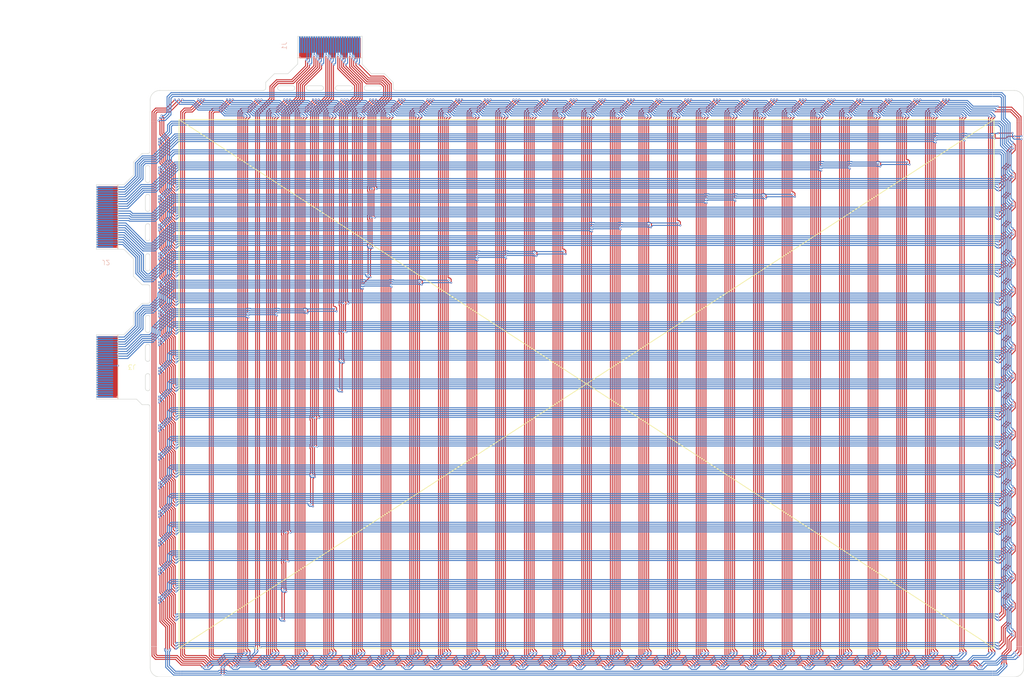
<source format=kicad_pcb>
(kicad_pcb (version 20241229) (generator "pcbnew") (generator_version "9.0")
  (layers (0 "F.Cu" signal) (2 "B.Cu" signal) (13 "F.Paste" user) (15 "B.Paste" user) (5 "F.SilkS" user "F.Silkscreen") (7 "B.SilkS" user "B.Silkscreen") (1 "F.Mask" user) (3 "B.Mask" user) (25 "Edge.Cuts" user))
  (net 0 "")
  (net 1 "/Y7")
  (net 2 "GND")
  (net 3 "/Y11")
  (net 4 "/Y5")
  (net 5 "/Y3")
  (net 6 "/Y1")
  (net 7 "/Y12")
  (net 8 "/Y17")
  (net 9 "/Y16")
  (net 10 "/Y2")
  (net 11 "/Y10")
  (net 12 "/Y9")
  (net 13 "/Y14")
  (net 14 "/Y13")
  (net 15 "/Y0")
  (net 16 "/Y15")
  (net 17 "/Y6")
  (net 18 "/Y8")
  (net 19 "/Y4")
  (net 20 "/X4")
  (net 21 "/X16")
  (net 22 "/X3")
  (net 23 "/X0")
  (net 24 "/X19")
  (net 25 "/X13")
  (net 26 "/X14")
  (net 27 "/X12")
  (net 28 "/X8")
  (net 29 "/X11")
  (net 30 "/X17")
  (net 31 "/X1")
  (net 32 "/X10")
  (net 33 "/X7")
  (net 34 "/X9")
  (net 35 "/X2")
  (net 36 "/X5")
  (net 37 "/X6")
  (net 38 "/X18")
  (net 39 "/X15")
  (net 47 "/X20")
  (net 49 "/X21")
  (net 50 "/X23")
  (net 51 "/X27")
  (net 53 "/X22")
  (net 56 "/X24")
  (net 57 "/X25")
  (net 58 "/X26")
  (net 63 "Net-(J4-Pin_5)")
  (net 64 "Net-(J4-Pin_3)")
  (net 65 "Net-(J4-Pin_1)")
  (net 66 "Net-(J4-Pin_4)")
  (net 67 "Net-(J4-Pin_6)")
  (net 68 "Net-(J5-Pin_6)")
  (net 69 "Net-(J5-Pin_2)")
  (net 70 "Net-(J5-Pin_4)")
  (net 71 "Net-(J6-Pin_2)")
  (net 72 "Net-(J6-Pin_4)")
  (net 73 "Net-(J6-Pin_6)")
  (net 74 "Net-(J10-Pin_5)")
  (net 75 "Net-(J8-Pin_1)")
  (net 76 "Net-(J8-Pin_5)")
  (net 77 "Net-(J10-Pin_3)")
  (net 78 "Net-(J8-Pin_3)")
  (net 79 "Net-(J11-Pin_5)")
  (net 80 "Net-(J11-Pin_1)")
  (net 81 "Net-(J11-Pin_3)")
  (net 82 "Net-(J10-Pin_4)")
  (net 83 "Net-(J10-Pin_2)")
  (net 84 "Net-(J10-Pin_6)")
  (net 85 "Net-(J12-Pin_4)")
  (net 86 "Net-(J12-Pin_6)")
  (net 87 "Net-(J12-Pin_3)")
  (net 88 "Net-(J12-Pin_1)")
  (net 89 "Net-(J12-Pin_5)")
  (net 90 "Net-(J13-Pin_2)")
  (net 91 "Net-(J13-Pin_6)")
  (net 92 "Net-(J13-Pin_4)")
  (net 93 "Net-(J14-Pin_2)")
  (net 94 "Net-(J14-Pin_6)")
  (net 95 "Net-(J14-Pin_4)")
  (net 96 "Net-(J16-Pin_3)")
  (net 97 "Net-(J16-Pin_1)")
  (net 98 "Net-(J16-Pin_6)")
  (net 99 "Net-(J16-Pin_5)")
  (net 100 "Net-(J16-Pin_4)")
  (net 101 "Net-(J17-Pin_4)")
  (net 102 "Net-(J17-Pin_6)")
  (net 103 "Net-(J17-Pin_2)")
  (net 104 "Net-(J18-Pin_4)")
  (net 105 "Net-(J18-Pin_2)")
  (net 106 "Net-(J18-Pin_6)")
  (net 107 "Net-(J20-Pin_5)")
  (net 108 "Net-(J20-Pin_4)")
  (net 109 "Net-(J20-Pin_3)")
  (net 110 "Net-(J20-Pin_6)")
  (net 111 "Net-(J20-Pin_1)")
  (net 112 "Net-(J21-Pin_4)")
  (net 113 "Net-(J21-Pin_2)")
  (net 114 "Net-(J21-Pin_6)")
  (net 115 "Net-(J22-Pin_4)")
  (net 116 "Net-(J22-Pin_6)")
  (net 117 "Net-(J22-Pin_2)")
  (net 118 "Net-(J24-Pin_3)")
  (net 119 "Net-(J24-Pin_1)")
  (net 120 "Net-(J24-Pin_4)")
  (net 121 "Net-(J24-Pin_6)")
  (net 122 "Net-(J24-Pin_5)")
  (net 123 "Net-(J25-Pin_4)")
  (net 124 "Net-(J25-Pin_6)")
  (net 125 "Net-(J25-Pin_2)")
  (net 126 "Net-(J26-Pin_6)")
  (net 127 "Net-(J26-Pin_4)")
  (net 128 "Net-(J26-Pin_2)")
  (net 129 "Net-(J28-Pin_6)")
  (net 130 "Net-(J28-Pin_3)")
  (net 131 "Net-(J28-Pin_1)")
  (net 132 "Net-(J28-Pin_4)")
  (net 133 "Net-(J28-Pin_5)")
  (net 134 "Net-(J29-Pin_4)")
  (net 135 "Net-(J29-Pin_6)")
  (net 136 "Net-(J29-Pin_2)")
  (net 137 "Net-(J30-Pin_2)")
  (net 138 "Net-(J30-Pin_4)")
  (net 139 "Net-(J30-Pin_6)")
  (net 140 "Net-(J32-Pin_3)")
  (net 141 "Net-(J32-Pin_5)")
  (net 142 "Net-(J32-Pin_6)")
  (net 143 "Net-(J32-Pin_4)")
  (net 144 "Net-(J32-Pin_1)")
  (net 145 "Net-(J33-Pin_4)")
  (net 146 "Net-(J33-Pin_2)")
  (net 147 "Net-(J33-Pin_6)")
  (net 148 "Net-(J34-Pin_6)")
  (net 149 "Net-(J34-Pin_4)")
  (net 150 "Net-(J34-Pin_2)")
  (net 151 "Net-(J36-Pin_1)")
  (net 152 "Net-(J36-Pin_6)")
  (net 153 "Net-(J36-Pin_3)")
  (net 154 "Net-(J36-Pin_5)")
  (net 155 "Net-(J36-Pin_4)")
  (net 156 "Net-(J37-Pin_4)")
  (net 157 "Net-(J37-Pin_6)")
  (net 158 "Net-(J37-Pin_2)")
  (net 159 "Net-(J38-Pin_6)")
  (net 160 "Net-(J38-Pin_2)")
  (net 161 "Net-(J38-Pin_4)")
  (net 162 "Net-(J40-Pin_5)")
  (net 163 "Net-(J40-Pin_1)")
  (net 164 "Net-(J40-Pin_3)")
  (net 165 "Net-(J40-Pin_4)")
  (net 166 "Net-(J40-Pin_6)")
  (net 167 "Net-(J41-Pin_2)")
  (net 168 "Net-(J41-Pin_6)")
  (net 169 "Net-(J41-Pin_4)")
  (net 170 "Net-(J42-Pin_2)")
  (net 171 "Net-(J42-Pin_6)")
  (net 172 "Net-(J42-Pin_4)")
  (net 173 "Net-(J44-Pin_6)")
  (net 174 "Net-(J44-Pin_1)")
  (net 175 "Net-(J44-Pin_5)")
  (net 176 "Net-(J44-Pin_3)")
  (net 177 "Net-(J44-Pin_4)")
  (net 178 "Net-(J45-Pin_6)")
  (net 179 "Net-(J45-Pin_4)")
  (net 180 "Net-(J45-Pin_2)")
  (net 181 "Net-(J46-Pin_2)")
  (net 182 "Net-(J46-Pin_6)")
  (net 183 "Net-(J46-Pin_4)")
  (net 184 "Net-(J48-Pin_3)")
  (net 185 "Net-(J48-Pin_4)")
  (net 186 "Net-(J48-Pin_5)")
  (net 187 "Net-(J48-Pin_6)")
  (net 188 "Net-(J48-Pin_1)")
  (net 189 "Net-(J49-Pin_6)")
  (net 190 "Net-(J49-Pin_2)")
  (net 191 "Net-(J49-Pin_4)")
  (net 192 "Net-(J50-Pin_4)")
  (net 193 "Net-(J50-Pin_2)")
  (net 194 "Net-(J50-Pin_6)")
  (net 195 "Net-(J52-Pin_5)")
  (net 196 "Net-(J52-Pin_3)")
  (net 197 "Net-(J52-Pin_6)")
  (net 198 "Net-(J52-Pin_1)")
  (net 199 "Net-(J52-Pin_4)")
  (net 200 "Net-(J53-Pin_4)")
  (net 201 "Net-(J53-Pin_6)")
  (net 202 "Net-(J53-Pin_2)")
  (net 203 "Net-(J54-Pin_4)")
  (net 204 "Net-(J54-Pin_6)")
  (net 205 "Net-(J54-Pin_2)")
  (net 206 "Net-(J56-Pin_3)")
  (net 207 "Net-(J56-Pin_1)")
  (net 208 "Net-(J56-Pin_5)")
  (net 209 "Net-(J56-Pin_4)")
  (net 210 "Net-(J56-Pin_6)")
  (net 211 "Net-(J57-Pin_2)")
  (net 212 "Net-(J57-Pin_6)")
  (net 213 "Net-(J57-Pin_4)")
  (net 214 "Net-(J58-Pin_4)")
  (net 215 "Net-(J58-Pin_2)")
  (net 216 "Net-(J58-Pin_6)")
  (net 217 "Net-(J60-Pin_3)")
  (net 218 "Net-(J60-Pin_5)")
  (net 219 "Net-(J60-Pin_1)")
  (net 220 "Net-(J60-Pin_6)")
  (net 221 "Net-(J60-Pin_4)")
  (net 222 "Net-(J61-Pin_2)")
  (net 223 "Net-(J61-Pin_6)")
  (net 224 "Net-(J61-Pin_4)")
  (net 225 "Net-(J62-Pin_6)")
  (net 226 "Net-(J62-Pin_4)")
  (net 227 "Net-(J62-Pin_2)")
  (net 228 "Net-(J64-Pin_5)")
  (net 229 "Net-(J64-Pin_3)")
  (net 230 "Net-(J64-Pin_1)")
  (net 231 "Net-(J64-Pin_6)")
  (net 232 "Net-(J64-Pin_4)")
  (net 233 "Net-(J65-Pin_6)")
  (net 234 "Net-(J65-Pin_4)")
  (net 235 "Net-(J65-Pin_2)")
  (net 236 "Net-(J66-Pin_2)")
  (net 237 "Net-(J66-Pin_4)")
  (net 238 "Net-(J66-Pin_6)")
  (net 239 "Net-(J68-Pin_5)")
  (net 240 "Net-(J68-Pin_6)")
  (net 241 "Net-(J68-Pin_1)")
  (net 242 "Net-(J68-Pin_3)")
  (net 243 "Net-(J68-Pin_4)")
  (net 244 "Net-(J69-Pin_6)")
  (net 245 "Net-(J69-Pin_4)")
  (net 246 "Net-(J69-Pin_2)")
  (net 247 "Net-(J70-Pin_6)")
  (net 248 "Net-(J70-Pin_2)")
  (net 249 "Net-(J70-Pin_4)")
  (net 250 "Net-(J72-Pin_6)")
  (net 251 "Net-(J72-Pin_3)")
  (net 252 "Net-(J72-Pin_4)")
  (net 253 "Net-(J72-Pin_1)")
  (net 254 "Net-(J72-Pin_5)")
  (net 255 "Net-(J73-Pin_4)")
  (net 256 "Net-(J73-Pin_6)")
  (net 257 "Net-(J73-Pin_2)")
  (net 258 "Net-(J74-Pin_6)")
  (net 259 "Net-(J74-Pin_2)")
  (net 260 "Net-(J74-Pin_4)")
  (net 261 "Net-(J76-Pin_6)")
  (net 262 "Net-(J76-Pin_5)")
  (net 263 "Net-(J76-Pin_4)")
  (net 264 "Net-(J76-Pin_3)")
  (net 265 "Net-(J76-Pin_1)")
  (net 266 "Net-(J77-Pin_2)")
  (net 267 "Net-(J77-Pin_6)")
  (net 268 "Net-(J77-Pin_4)")
  (net 269 "Net-(J78-Pin_4)")
  (net 270 "Net-(J78-Pin_6)")
  (net 271 "Net-(J78-Pin_2)")
  (net 272 "Net-(J80-Pin_6)")
  (net 273 "Net-(J80-Pin_4)")
  (net 274 "Net-(J80-Pin_1)")
  (net 275 "Net-(J80-Pin_5)")
  (net 276 "Net-(J80-Pin_3)")
  (net 277 "Net-(J81-Pin_6)")
  (net 278 "Net-(J81-Pin_4)")
  (net 279 "Net-(J81-Pin_2)")
  (net 280 "Net-(J82-Pin_6)")
  (net 281 "Net-(J82-Pin_4)")
  (net 282 "Net-(J82-Pin_2)")
  (net 283 "Net-(J84-Pin_5)")
  (net 284 "Net-(J84-Pin_1)")
  (net 285 "Net-(J84-Pin_6)")
  (net 286 "Net-(J84-Pin_4)")
  (net 287 "Net-(J84-Pin_3)")
  (net 288 "Net-(J85-Pin_4)")
  (net 289 "Net-(J85-Pin_6)")
  (net 290 "Net-(J85-Pin_2)")
  (net 291 "Net-(J86-Pin_4)")
  (net 292 "Net-(J86-Pin_6)")
  (net 293 "Net-(J86-Pin_2)")
  (net 294 "Net-(J88-Pin_1)")
  (net 295 "Net-(J88-Pin_6)")
  (net 296 "Net-(J88-Pin_4)")
  (net 297 "Net-(J88-Pin_5)")
  (net 298 "Net-(J88-Pin_3)")
  (net 299 "Net-(J89-Pin_6)")
  (net 300 "Net-(J89-Pin_4)")
  (net 301 "Net-(J89-Pin_2)")
  (net 302 "Net-(J90-Pin_2)")
  (net 303 "Net-(J90-Pin_4)")
  (net 304 "Net-(J90-Pin_6)")
  (net 305 "Net-(J92-Pin_3)")
  (net 306 "Net-(J92-Pin_5)")
  (net 307 "Net-(J92-Pin_4)")
  (net 308 "Net-(J92-Pin_1)")
  (net 309 "Net-(J92-Pin_6)")
  (net 310 "Net-(J93-Pin_4)")
  (net 311 "Net-(J93-Pin_6)")
  (net 312 "Net-(J93-Pin_2)")
  (net 313 "Net-(J94-Pin_2)")
  (net 314 "Net-(J94-Pin_6)")
  (net 315 "Net-(J94-Pin_4)")
  (net 316 "Net-(J96-Pin_3)")
  (net 317 "Net-(J96-Pin_4)")
  (net 318 "Net-(J96-Pin_6)")
  (net 319 "Net-(J96-Pin_1)")
  (net 320 "Net-(J96-Pin_5)")
  (net 321 "Net-(J97-Pin_4)")
  (net 322 "Net-(J97-Pin_2)")
  (net 323 "Net-(J97-Pin_6)")
  (net 324 "Net-(J98-Pin_2)")
  (net 325 "Net-(J98-Pin_4)")
  (net 326 "Net-(J98-Pin_6)")
  (net 327 "Net-(J100-Pin_3)")
  (net 328 "Net-(J100-Pin_5)")
  (net 329 "Net-(J100-Pin_4)")
  (net 330 "Net-(J100-Pin_1)")
  (net 331 "Net-(J100-Pin_6)")
  (net 332 "Net-(J101-Pin_4)")
  (net 333 "Net-(J101-Pin_6)")
  (net 334 "Net-(J101-Pin_2)")
  (net 335 "Net-(J102-Pin_6)")
  (net 336 "Net-(J102-Pin_2)")
  (net 337 "Net-(J102-Pin_4)")
  (net 338 "Net-(J104-Pin_3)")
  (net 339 "Net-(J104-Pin_4)")
  (net 340 "Net-(J104-Pin_1)")
  (net 341 "Net-(J104-Pin_5)")
  (net 342 "Net-(J104-Pin_6)")
  (net 343 "Net-(J105-Pin_6)")
  (net 344 "Net-(J105-Pin_2)")
  (net 345 "Net-(J105-Pin_4)")
  (net 346 "Net-(J106-Pin_2)")
  (net 347 "Net-(J106-Pin_4)")
  (net 348 "Net-(J106-Pin_6)")
  (net 349 "Net-(J108-Pin_3)")
  (net 350 "Net-(J108-Pin_4)")
  (net 351 "Net-(J108-Pin_1)")
  (net 352 "Net-(J108-Pin_6)")
  (net 353 "Net-(J108-Pin_5)")
  (net 354 "Net-(J109-Pin_2)")
  (net 355 "Net-(J109-Pin_4)")
  (net 356 "Net-(J109-Pin_6)")
  (net 357 "Net-(J110-Pin_2)")
  (net 358 "Net-(J110-Pin_6)")
  (net 359 "Net-(J110-Pin_4)")
  (net 360 "Net-(J112-Pin_1)")
  (net 361 "Net-(J112-Pin_4)")
  (net 362 "Net-(J112-Pin_5)")
  (net 363 "Net-(J112-Pin_3)")
  (net 364 "Net-(J112-Pin_6)")
  (net 365 "Net-(J113-Pin_4)")
  (net 366 "Net-(J113-Pin_6)")
  (net 367 "Net-(J113-Pin_2)")
  (net 368 "Net-(J114-Pin_6)")
  (net 369 "Net-(J114-Pin_4)")
  (net 370 "Net-(J114-Pin_2)")
  (net 371 "Net-(J116-Pin_4)")
  (net 372 "Net-(J116-Pin_3)")
  (net 373 "Net-(J116-Pin_6)")
  (net 374 "Net-(J116-Pin_1)")
  (net 375 "Net-(J116-Pin_5)")
  (net 376 "Net-(J117-Pin_6)")
  (net 377 "Net-(J117-Pin_2)")
  (net 378 "Net-(J117-Pin_4)")
  (net 379 "Net-(J118-Pin_4)")
  (net 380 "Net-(J118-Pin_2)")
  (net 381 "Net-(J118-Pin_6)")
  (net 382 "Net-(J120-Pin_4)")
  (net 383 "Net-(J120-Pin_6)")
  (net 384 "Net-(J120-Pin_5)")
  (net 385 "Net-(J120-Pin_3)")
  (net 386 "Net-(J120-Pin_1)")
  (net 387 "Net-(J121-Pin_2)")
  (net 388 "Net-(J121-Pin_4)")
  (net 389 "Net-(J121-Pin_6)")
  (net 390 "Net-(J122-Pin_4)")
  (net 391 "Net-(J122-Pin_6)")
  (net 392 "Net-(J122-Pin_2)")
  (net 393 "Net-(J124-Pin_1)")
  (net 394 "Net-(J124-Pin_6)")
  (net 395 "Net-(J124-Pin_4)")
  (net 396 "Net-(J124-Pin_5)")
  (net 397 "Net-(J124-Pin_3)")
  (net 398 "Net-(J125-Pin_6)")
  (net 399 "Net-(J125-Pin_4)")
  (net 400 "Net-(J125-Pin_2)")
  (net 401 "Net-(J126-Pin_6)")
  (net 402 "Net-(J126-Pin_2)")
  (net 403 "Net-(J126-Pin_4)")
  (net 404 "Net-(J128-Pin_4)")
  (net 405 "Net-(J128-Pin_6)")
  (net 406 "Net-(J128-Pin_3)")
  (net 407 "Net-(J128-Pin_1)")
  (net 408 "Net-(J128-Pin_5)")
  (net 409 "Net-(J129-Pin_2)")
  (net 410 "Net-(J129-Pin_6)")
  (net 411 "Net-(J129-Pin_4)")
  (net 412 "Net-(J130-Pin_2)")
  (net 413 "Net-(J130-Pin_6)")
  (net 414 "Net-(J130-Pin_4)")
  (net 415 "Net-(J132-Pin_5)")
  (net 416 "Net-(J132-Pin_1)")
  (net 417 "Net-(J132-Pin_3)")
  (net 418 "Net-(J132-Pin_6)")
  (net 419 "Net-(J132-Pin_4)")
  (net 420 "Net-(J133-Pin_6)")
  (net 421 "Net-(J133-Pin_4)")
  (net 422 "Net-(J133-Pin_2)")
  (net 423 "Net-(J134-Pin_2)")
  (net 424 "Net-(J134-Pin_4)")
  (net 425 "Net-(J134-Pin_6)")
  (net 426 "Net-(J136-Pin_4)")
  (net 427 "Net-(J136-Pin_1)")
  (net 428 "Net-(J136-Pin_5)")
  (net 429 "Net-(J136-Pin_3)")
  (net 430 "Net-(J136-Pin_6)")
  (net 431 "Net-(J137-Pin_4)")
  (net 432 "Net-(J137-Pin_6)")
  (net 433 "Net-(J137-Pin_2)")
  (net 434 "Net-(J138-Pin_2)")
  (net 435 "Net-(J138-Pin_4)")
  (net 436 "Net-(J138-Pin_6)")
  (net 437 "Net-(J140-Pin_6)")
  (net 438 "Net-(J140-Pin_3)")
  (net 439 "Net-(J140-Pin_1)")
  (net 440 "Net-(J140-Pin_4)")
  (net 441 "Net-(J140-Pin_5)")
  (net 442 "Net-(J141-Pin_2)")
  (net 443 "Net-(J141-Pin_6)")
  (net 444 "Net-(J141-Pin_4)")
  (net 445 "Net-(J142-Pin_6)")
  (net 446 "Net-(J142-Pin_2)")
  (net 447 "Net-(J142-Pin_4)")
  (net 448 "Net-(J144-Pin_6)")
  (net 449 "Net-(J144-Pin_5)")
  (net 450 "Net-(J144-Pin_4)")
  (net 451 "Net-(J144-Pin_3)")
  (net 452 "Net-(J144-Pin_1)")
  (net 453 "Net-(J145-Pin_4)")
  (net 454 "Net-(J145-Pin_2)")
  (net 455 "Net-(J145-Pin_6)")
  (net 456 "Net-(J146-Pin_6)")
  (net 457 "Net-(J146-Pin_2)")
  (net 458 "Net-(J146-Pin_4)")
  (net 459 "Net-(J148-Pin_5)")
  (net 460 "Net-(J148-Pin_4)")
  (net 461 "Net-(J148-Pin_1)")
  (net 462 "Net-(J148-Pin_6)")
  (net 463 "Net-(J148-Pin_3)")
  (net 464 "Net-(J149-Pin_2)")
  (net 465 "Net-(J149-Pin_4)")
  (net 466 "Net-(J149-Pin_6)")
  (net 467 "Net-(J150-Pin_2)")
  (net 468 "Net-(J150-Pin_6)")
  (net 469 "Net-(J150-Pin_4)")
  (net 470 "Net-(J152-Pin_6)")
  (net 471 "Net-(J152-Pin_4)")
  (net 472 "Net-(J152-Pin_5)")
  (net 473 "Net-(J152-Pin_1)")
  (net 474 "Net-(J152-Pin_3)")
  (net 475 "Net-(J153-Pin_2)")
  (net 476 "Net-(J153-Pin_4)")
  (net 477 "Net-(J153-Pin_6)")
  (net 478 "Net-(J154-Pin_4)")
  (net 479 "Net-(J154-Pin_6)")
  (net 480 "Net-(J154-Pin_2)")
  (net 481 "Net-(J156-Pin_3)")
  (net 482 "Net-(J156-Pin_5)")
  (net 483 "Net-(J156-Pin_1)")
  (net 484 "Net-(J156-Pin_6)")
  (net 485 "Net-(J156-Pin_4)")
  (net 486 "Net-(J157-Pin_2)")
  (net 487 "Net-(J157-Pin_6)")
  (net 488 "Net-(J157-Pin_4)")
  (net 489 "Net-(J158-Pin_2)")
  (net 490 "Net-(J158-Pin_4)")
  (net 491 "Net-(J158-Pin_6)")
  (net 492 "Net-(J160-Pin_5)")
  (net 493 "Net-(J160-Pin_3)")
  (net 494 "Net-(J160-Pin_4)")
  (net 495 "Net-(J160-Pin_1)")
  (net 496 "Net-(J160-Pin_6)")
  (net 497 "Net-(J161-Pin_4)")
  (net 498 "Net-(J161-Pin_2)")
  (net 499 "Net-(J161-Pin_6)")
  (net 500 "Net-(J162-Pin_6)")
  (net 501 "Net-(J162-Pin_2)")
  (net 502 "Net-(J162-Pin_4)")
  (net 503 "Net-(J164-Pin_1)")
  (net 504 "Net-(J164-Pin_4)")
  (net 505 "Net-(J164-Pin_3)")
  (net 506 "Net-(J164-Pin_6)")
  (net 507 "Net-(J164-Pin_5)")
  (net 508 "Net-(J165-Pin_6)")
  (net 509 "Net-(J165-Pin_4)")
  (net 510 "Net-(J165-Pin_2)")
  (net 511 "Net-(J166-Pin_2)")
  (net 512 "Net-(J166-Pin_4)")
  (net 513 "Net-(J166-Pin_6)")
  (net 514 "Net-(J168-Pin_5)")
  (net 515 "Net-(J168-Pin_4)")
  (net 516 "Net-(J168-Pin_1)")
  (net 517 "Net-(J168-Pin_6)")
  (net 518 "Net-(J168-Pin_3)")
  (net 519 "Net-(J169-Pin_2)")
  (net 520 "Net-(J169-Pin_4)")
  (net 521 "Net-(J169-Pin_6)")
  (net 522 "Net-(J170-Pin_2)")
  (net 523 "Net-(J170-Pin_6)")
  (net 524 "Net-(J170-Pin_4)")
  (net 525 "Net-(J172-Pin_4)")
  (net 526 "Net-(J172-Pin_3)")
  (net 527 "Net-(J172-Pin_5)")
  (net 528 "Net-(J172-Pin_1)")
  (net 529 "Net-(J172-Pin_6)")
  (net 530 "Net-(J173-Pin_6)")
  (net 531 "Net-(J173-Pin_2)")
  (net 532 "Net-(J173-Pin_4)")
  (net 533 "Net-(J174-Pin_6)")
  (net 534 "Net-(J174-Pin_4)")
  (net 535 "Net-(J174-Pin_2)")
  (net 536 "Net-(J176-Pin_6)")
  (net 537 "Net-(J176-Pin_1)")
  (net 538 "Net-(J176-Pin_4)")
  (net 539 "Net-(J176-Pin_3)")
  (net 540 "Net-(J176-Pin_5)")
  (net 541 "Net-(J177-Pin_6)")
  (net 542 "Net-(J177-Pin_4)")
  (net 543 "Net-(J177-Pin_2)")
  (net 544 "Net-(J178-Pin_4)")
  (net 545 "Net-(J178-Pin_2)")
  (net 546 "Net-(J178-Pin_6)")
  (net 547 "Net-(J180-Pin_6)")
  (net 548 "Net-(J180-Pin_5)")
  (net 549 "Net-(J180-Pin_3)")
  (net 550 "Net-(J180-Pin_1)")
  (net 551 "Net-(J180-Pin_4)")
  (net 552 "Net-(J181-Pin_6)")
  (net 553 "Net-(J181-Pin_4)")
  (net 554 "Net-(J181-Pin_2)")
  (net 555 "Net-(J182-Pin_4)")
  (net 556 "Net-(J182-Pin_6)")
  (net 557 "Net-(J182-Pin_2)")
  (net 558 "Net-(J184-Pin_6)")
  (net 559 "Net-(J184-Pin_3)")
  (net 560 "Net-(J184-Pin_4)")
  (net 561 "Net-(J184-Pin_5)")
  (net 562 "Net-(J184-Pin_1)")
  (net 563 "Net-(J185-Pin_4)")
  (net 564 "Net-(J185-Pin_6)")
  (net 565 "Net-(J185-Pin_2)")
  (net 566 "Net-(J186-Pin_6)")
  (net 567 "Net-(J186-Pin_2)")
  (net 568 "Net-(J186-Pin_4)")
  (footprint "footprints:coil_terminal_3p" (layer "F.Cu") (at 199.3 33.9 -90)
    (property "Reference" "J40" (hide yes))
    (property "Value" "Conn_02x03_Odd_Even" (hide yes))
  )
  (footprint "footprints:coil_terminal_3p" (layer "F.Cu") (at 84.1 33.9 -90)
    (property "Reference" "J101" (hide yes))
    (property "Value" "Conn_02x03_Odd_Even" (hide yes))
  )
  (footprint "footprints:coil_terminal_3p" (layer "F.Cu") (at 121.3 33.9 -90)
    (property "Reference" "J88" (hide yes))
    (property "Value" "Conn_02x03_Odd_Even" (hide yes))
  )
  (footprint "footprints:coil_terminal_3p" (layer "F.Cu") (at 115.3 143.9 -90)
    (property "Reference" "J94" (hide yes))
    (property "Value" "Conn_02x03_Odd_Even" (hide yes))
  )
  (footprint "footprints:coil_terminal_3p" (layer "F.Cu") (at 102.1 33.9 -90)
    (property "Reference" "J89" (hide yes))
    (property "Value" "Conn_02x03_Odd_Even" (hide yes))
  )
  (footprint "footprints:coil_terminal_3p" (layer "F.Cu") (at 126.1 143.9 -90)
    (property "Reference" "J75" (hide yes))
    (property "Value" "Conn_02x03_Odd_Even" (hide yes))
  )
  (footprint "footprints:coil_terminal_3p" (layer "F.Cu") (at 234.1 33.9 -90)
    (property "Reference" "J5" (hide yes))
    (property "Value" "Conn_02x03_Odd_Even" (hide yes))
  )
  (footprint "footprints:coil_terminal_3p" (layer "F.Cu") (at 78.1 143.9 -90)
    (property "Reference" "J107" (hide yes))
    (property "Value" "Conn_02x03_Odd_Even" (hide yes))
  )
  (footprint "footprints:coil_terminal_3p" (layer "F.Cu") (at 103.3 143.9 -90)
    (property "Reference" "J102" (hide yes))
    (property "Value" "Conn_02x03_Odd_Even" (hide yes))
  )
  (footprint "footprints:coil_terminal_3p" (layer "F.Cu") (at 174.1 33.9 -90)
    (property "Reference" "J45" (hide yes))
    (property "Value" "Conn_02x03_Odd_Even" (hide yes))
  )
  (footprint "footprints:coil_terminal_3p" (layer "F.Cu") (at 193.3 143.9 -90)
    (property "Reference" "J46" (hide yes))
    (property "Value" "Conn_02x03_Odd_Even" (hide yes))
  )
  (footprint "footprints:coil_terminal_3p" (layer "F.Cu") (at 187.3 143.9 -90)
    (property "Reference" "J186" (hide yes))
    (property "Value" "Conn_02x03_Odd_Even" (hide yes))
  )
  (footprint "footprints:coil_terminal_3p" (layer "F.Cu") (at 127.3 33.9 -90)
    (property "Reference" "J84" (hide yes))
    (property "Value" "Conn_02x03_Odd_Even" (hide yes))
  )
  (footprint "footprints:coil_terminal_3p" (layer "F.Cu") (at 174.1 143.9 -90)
    (property "Reference" "J47" (hide yes))
    (property "Value" "Conn_02x03_Odd_Even" (hide yes))
  )
  (footprint "footprints:coil_terminal_3p" (layer "F.Cu") (at 241.3 143.9 -90)
    (property "Reference" "J14" (hide yes))
    (property "Value" "Conn_02x03_Odd_Even" (hide yes))
  )
  (footprint "footprints:coil_terminal_3p" (layer "F.Cu") (at 90.1 33.9 -90)
    (property "Reference" "J97" (hide yes))
    (property "Value" "Conn_02x03_Odd_Even" (hide yes))
  )
  (footprint "footprints:coil_terminal_3p" (layer "F.Cu") (at 169.3 33.9 -90)
    (property "Reference" "J56" (hide yes))
    (property "Value" "Conn_02x03_Odd_Even" (hide yes))
  )
  (footprint "footprints:coil_terminal_3p" (layer "F.Cu") (at 205.3 33.9 -90)
    (property "Reference" "J36" (hide yes))
    (property "Value" "Conn_02x03_Odd_Even" (hide yes))
  )
  (footprint "footprints:coil_terminal_3p" (layer "F.Cu") (at 210.1 143.9 -90)
    (property "Reference" "J23" (hide yes))
    (property "Value" "Conn_02x03_Odd_Even" (hide yes))
  )
  (footprint "footprints:coil_terminal_3p" (layer "F.Cu") (at 121.3 143.9 -90)
    (property "Reference" "J90" (hide yes))
    (property "Value" "Conn_02x03_Odd_Even" (hide yes))
  )
  (footprint "footprints:coil_terminal_3p" (layer "F.Cu") (at 210.1 33.9 -90)
    (property "Reference" "J21" (hide yes))
    (property "Value" "Conn_02x03_Odd_Even" (hide yes))
  )
  (footprint "footprints:coil_terminal_3p" (layer "F.Cu") (at 253.3 143.9 -90)
    (property "Reference" "J6" (hide yes))
    (property "Value" "Conn_02x03_Odd_Even" (hide yes))
  )
  (footprint "footprints:coil_terminal_3p" (layer "F.Cu") (at 96.1 33.9 -90)
    (property "Reference" "J93" (hide yes))
    (property "Value" "Conn_02x03_Odd_Even" (hide yes))
  )
  (footprint "footprints:coil_terminal_3p" (layer "F.Cu") (at 228.1 33.9 -90)
    (property "Reference" "J9" (hide yes))
    (property "Value" "Conn_02x03_Odd_Even" (hide yes))
  )
  (footprint "footprints:coil_terminal_3p" (layer "F.Cu") (at 103.3 33.9 -90)
    (property "Reference" "J100" (hide yes))
    (property "Value" "Conn_02x03_Odd_Even" (hide yes))
  )
  (footprint "footprints:coil_terminal_3p" (layer "F.Cu") (at 144.1 143.9 -90)
    (property "Reference" "J63" (hide yes))
    (property "Value" "Conn_02x03_Odd_Even" (hide yes))
  )
  (footprint "footprints:coil_terminal_3p" (layer "F.Cu") (at 216.1 143.9 -90)
    (property "Reference" "J19" (hide yes))
    (property "Value" "Conn_02x03_Odd_Even" (hide yes))
  )
  (footprint "footprints:coil_terminal_3p" (layer "F.Cu") (at 109.3 143.9 -90)
    (property "Reference" "J98" (hide yes))
    (property "Value" "Conn_02x03_Odd_Even" (hide yes))
  )
  (footprint "footprints:coil_terminal_3p" (layer "F.Cu") (at 78.1 33.9 -90)
    (property "Reference" "J105" (hide yes))
    (property "Value" "Conn_02x03_Odd_Even" (hide yes))
  )
  (footprint "footprints:coil_terminal_3p" (layer "F.Cu") (at 157.3 33.9 -90)
    (property "Reference" "J64" (hide yes))
    (property "Value" "Conn_02x03_Odd_Even" (hide yes))
  )
  (footprint "footprints:coil_terminal_3p" (layer "F.Cu") (at 229.3 33.9 -90)
    (property "Reference" "J20" (hide yes))
    (property "Value" "Conn_02x03_Odd_Even" (hide yes))
  )
  (footprint "footprints:coil_terminal_3p" (layer "F.Cu") (at 120.1 143.9 -90)
    (property "Reference" "J79" (hide yes))
    (property "Value" "Conn_02x03_Odd_Even" (hide yes))
  )
  (footprint "footprints:coil_terminal_3p" (layer "F.Cu") (at 145.3 33.9 -90)
    (property "Reference" "J72" (hide yes))
    (property "Value" "Conn_02x03_Odd_Even" (hide yes))
  )
  (footprint "footprints:coil_terminal_3p" (layer "F.Cu") (at 156.1 143.9 -90)
    (property "Reference" "J55" (hide yes))
    (property "Value" "Conn_02x03_Odd_Even" (hide yes))
  )
  (footprint "footprints:coil_terminal_3p" (layer "F.Cu") (at 115.3 33.9 -90)
    (property "Reference" "J92" (hide yes))
    (property "Value" "Conn_02x03_Odd_Even" (hide yes))
  )
  (footprint "footprints:coil_terminal_3p" (layer "F.Cu") (at 211.3 143.9 -90)
    (property "Reference" "J34" (hide yes))
    (property "Value" "Conn_02x03_Odd_Even" (hide yes))
  )
  (footprint "footprints:coil_terminal_3p" (layer "F.Cu") (at 216.1 33.9 -90)
    (property "Reference" "J17" (hide yes))
    (property "Value" "Conn_02x03_Odd_Even" (hide yes))
  )
  (footprint "footprints:coil_terminal_3p" (layer "F.Cu") (at 228.1 143.9 -90)
    (property "Reference" "J11" (hide yes))
    (property "Value" "Conn_02x03_Odd_Even" (hide yes))
  )
  (footprint "footprints:coil_terminal_3p" (layer "F.Cu") (at 144.1 33.9 -90)
    (property "Reference" "J61" (hide yes))
    (property "Value" "Conn_02x03_Odd_Even" (hide yes))
  )
  (footprint "footprints:coil_terminal_3p" (layer "F.Cu") (at 217.3 33.9 -90)
    (property "Reference" "J28" (hide yes))
    (property "Value" "Conn_02x03_Odd_Even" (hide yes))
  )
  (footprint "footprints:coil_terminal_3p" (layer "F.Cu") (at 229.3 143.9 -90)
    (property "Reference" "J22" (hide yes))
    (property "Value" "Conn_02x03_Odd_Even" (hide yes))
  )
  (footprint "footprints:coil_terminal_3p" (layer "F.Cu") (at 204.1 33.9 -90)
    (property "Reference" "J25" (hide yes))
    (property "Value" "Conn_02x03_Odd_Even" (hide yes))
  )
  (footprint "footprints:coil_terminal_3p" (layer "F.Cu") (at 114.1 143.9 -90)
    (property "Reference" "J83" (hide yes))
    (property "Value" "Conn_02x03_Odd_Even" (hide yes))
  )
  (footprint "footprints:coil_terminal_3p" (layer "F.Cu") (at 180.1 143.9 -90)
    (property "Reference" "J43" (hide yes))
    (property "Value" "Conn_02x03_Odd_Even" (hide yes))
  )
  (footprint "footprints:coil_terminal_3p" (layer "F.Cu") (at 181.3 33.9 -90)
    (property "Reference" "J48" (hide yes))
    (property "Value" "Conn_02x03_Odd_Even" (hide yes))
  )
  (footprint "footprints:coil_terminal_3p" (layer "F.Cu") (at 133.3 33.9 -90)
    (property "Reference" "J80" (hide yes))
    (property "Value" "Conn_02x03_Odd_Even" (hide yes))
  )
  (footprint "footprints:coil_terminal_3p" (layer "F.Cu") (at 139.3 33.9 -90)
    (property "Reference" "J76" (hide yes))
    (property "Value" "Conn_02x03_Odd_Even" (hide yes))
  )
  (footprint "footprints:coil_terminal_3p" (layer "F.Cu") (at 163.3 143.9 -90)
    (property "Reference" "J62" (hide yes))
    (property "Value" "Conn_02x03_Odd_Even" (hide yes))
  )
  (footprint "footprints:coil_terminal_3p" (layer "F.Cu") (at 97.3 33.9 -90)
    (property "Reference" "J104" (hide yes))
    (property "Value" "Conn_02x03_Odd_Even" (hide yes))
  )
  (footprint "footprints:coil_terminal_3p" (layer "F.Cu") (at 97.3 143.9 -90)
    (property "Reference" "J106" (hide yes))
    (property "Value" "Conn_02x03_Odd_Even" (hide yes))
  )
  (footprint "footprints:coil_terminal_3p" (layer "F.Cu") (at 241.3 33.9 -90)
    (property "Reference" "J12" (hide yes))
    (property "Value" "Conn_02x03_Odd_Even" (hide yes))
  )
  (footprint "footprints:coil_terminal_3p" (layer "F.Cu") (at 175.3 33.9 -90)
    (property "Reference" "J52" (hide yes))
    (property "Value" "Conn_02x03_Odd_Even" (hide yes))
  )
  (footprint "footprints:coil_terminal_3p" (layer "F.Cu") (at 145.3 143.9 -90)
    (property "Reference" "J74" (hide yes))
    (property "Value" "Conn_02x03_Odd_Even" (hide yes))
  )
  (footprint "footprints:coil_terminal_3p" (layer "F.Cu") (at 120.1 33.9 -90)
    (property "Reference" "J77" (hide yes))
    (property "Value" "Conn_02x03_Odd_Even" (hide yes))
  )
  (footprint "footprints:coil_terminal_3p" (layer "F.Cu") (at 192.1 33.9 -90)
    (property "Reference" "J33" (hide yes))
    (property "Value" "Conn_02x03_Odd_Even" (hide yes))
  )
  (footprint "footprints:coil_terminal_3p" (layer "F.Cu") (at 162.1 33.9 -90)
    (property "Reference" "J49" (hide yes))
    (property "Value" "Conn_02x03_Odd_Even" (hide yes))
  )
  (footprint "footprints:coil_terminal_3p" (layer "F.Cu") (at 235.3 33.9 -90)
    (property "Reference" "J16" (hide yes))
    (property "Value" "Conn_02x03_Odd_Even" (hide yes))
  )
  (footprint "footprints:coil_terminal_3p" (layer "F.Cu") (at 199.3 143.9 -90)
    (property "Reference" "J42" (hide yes))
    (property "Value" "Conn_02x03_Odd_Even" (hide yes))
  )
  (footprint "footprints:coil_terminal_3p" (layer "F.Cu") (at 198.1 33.9 -90)
    (property "Reference" "J29" (hide yes))
    (property "Value" "Conn_02x03_Odd_Even" (hide yes))
  )
  (footprint "footprints:coil_terminal_3p" (layer "F.Cu") (at 114.1 33.9 -90)
    (property "Reference" "J81" (hide yes))
    (property "Value" "Conn_02x03_Odd_Even" (hide yes))
  )
  (footprint "footprints:coil_terminal_3p" (layer "F.Cu") (at 247.3 33.9 -90)
    (property "Reference" "J8" (hide yes))
    (property "Value" "Conn_02x03_Odd_Even" (hide yes))
  )
  (footprint "footprints:coil_terminal_3p" (layer "F.Cu") (at 108.1 33.9 -90)
    (property "Reference" "J85" (hide yes))
    (property "Value" "Conn_02x03_Odd_Even" (hide yes))
  )
  (footprint "footprints:coil_terminal_3p" (layer "F.Cu") (at 84.1 143.9 -90)
    (property "Reference" "J103" (hide yes))
    (property "Value" "Conn_02x03_Odd_Even" (hide yes))
  )
  (footprint "footprints:coil_terminal_3p" (layer "F.Cu") (at 169.3 143.9 -90)
    (property "Reference" "J58" (hide yes))
    (property "Value" "Conn_02x03_Odd_Even" (hide yes))
  )
  (footprint "footprints:coil_terminal_3p" (layer "F.Cu") (at 132.1 33.9 -90)
    (property "Reference" "J69" (hide yes))
    (property "Value" "Conn_02x03_Odd_Even" (hide yes))
  )
  (footprint "footprints:coil_terminal_3p" (layer "F.Cu") (at 192.1 143.9 -90)
    (property "Reference" "J35" (hide yes))
    (property "Value" "Conn_02x03_Odd_Even" (hide yes))
  )
  (footprint "footprints:coil_terminal_3p" (layer "F.Cu") (at 235.298096 143.9 -90)
    (property "Reference" "J18" (hide yes))
    (property "Value" "Conn_02x03_Odd_Even" (hide yes))
  )
  (footprint "footprints:coil_terminal_3p" (layer "F.Cu") (at 175.3 143.9 -90)
    (property "Reference" "J54" (hide yes))
    (property "Value" "Conn_02x03_Odd_Even" (hide yes))
  )
  (footprint "footprints:coil_terminal_3p" (layer "F.Cu") (at 168.1 143.9 -90)
    (property "Reference" "J187" (hide yes))
    (property "Value" "Conn_02x03_Odd_Even" (hide yes))
  )
  (footprint "footprints:coil_terminal_3p" (layer "F.Cu") (at 168.098096 33.9 -90)
    (property "Reference" "J185" (hide yes))
    (property "Value" "Conn_02x03_Odd_Even" (hide yes))
  )
  (footprint "footprints:coil_terminal_3p" (layer "F.Cu") (at 163.3 33.9 -90)
    (property "Reference" "J60" (hide yes))
    (property "Value" "Conn_02x03_Odd_Even" (hide yes))
  )
  (footprint "footprints:coil_terminal_3p" (layer "F.Cu") (at 72.1 143.9 -90)
    (property "Reference" "J111" (hide yes))
    (property "Value" "Conn_02x03_Odd_Even" (hide yes))
  )
  (footprint "footprints:coil_terminal_3p" (layer "F.Cu") (at 132.1 143.9 -90)
    (property "Reference" "J71" (hide yes))
    (property "Value" "Conn_02x03_Odd_Even" (hide yes))
  )
  (footprint "footprints:coil_terminal_3p" (layer "F.Cu") (at 91.3 33.9 -90)
    (property "Reference" "J108" (hide yes))
    (property "Value" "Conn_02x03_Odd_Even" (hide yes))
  )
  (footprint "footprints:coil_terminal_3p" (layer "F.Cu") (at 127.3 143.9 -90)
    (property "Reference" "J86" (hide yes))
    (property "Value" "Conn_02x03_Odd_Even" (hide yes))
  )
  (footprint "footprints:coil_terminal_3p" (layer "F.Cu") (at 247.3 143.9 -90)
    (property "Reference" "J10" (hide yes))
    (property "Value" "Conn_02x03_Odd_Even" (hide yes))
  )
  (footprint "footprints:coil_terminal_3p" (layer "F.Cu") (at 204.1 143.9 -90)
    (property "Reference" "J27" (hide yes))
    (property "Value" "Conn_02x03_Odd_Even" (hide yes))
  )
  (footprint "footprints:coil_terminal_3p" (layer "F.Cu") (at 193.3 33.9 -90)
    (property "Reference" "J44" (hide yes))
    (property "Value" "Conn_02x03_Odd_Even" (hide yes))
  )
  (footprint "footprints:coil_terminal_3p" (layer "F.Cu") (at 109.3 33.9 -90)
    (property "Reference" "J96" (hide yes))
    (property "Value" "Conn_02x03_Odd_Even" (hide yes))
  )
  (footprint "footprints:coil_terminal_3p" (layer "F.Cu") (at 180.1 33.9 -90)
    (property "Reference" "J41" (hide yes))
    (property "Value" "Conn_02x03_Odd_Even" (hide yes))
  )
  (footprint "footprints:coil_terminal_3p" (layer "F.Cu") (at 211.3 33.9 -90)
    (property "Reference" "J32" (hide yes))
    (property "Value" "Conn_02x03_Odd_Even" (hide yes))
  )
  (footprint "footprints:coil_terminal_3p" (layer "F.Cu") (at 222.1 33.9 -90)
    (property "Reference" "J13" (hide yes))
    (property "Value" "Conn_02x03_Odd_Even" (hide yes))
  )
  (footprint "footprints:coil_terminal_3p" (layer "F.Cu") (at 198.1 143.9 -90)
    (property "Reference" "J31" (hide yes))
    (property "Value" "Conn_02x03_Odd_Even" (hide yes))
  )
  (footprint "footprints:coil_terminal_3p" (layer "F.Cu") (at 91.3 143.9 -90)
    (property "Reference" "J110" (hide yes))
    (property "Value" "Conn_02x03_Odd_Even" (hide yes))
  )
  (footprint "footprints:coil_terminal_3p" (layer "F.Cu") (at 253.3 33.9 -90)
    (property "Reference" "J4" (hide yes))
    (property "Value" "Conn_02x03_Odd_Even" (hide yes))
  )
  (footprint "footprints:coil_terminal_3p" (layer "F.Cu") (at 139.3 143.9 -90)
    (property "Reference" "J78" (hide yes))
    (property "Value" "Conn_02x03_Odd_Even" (hide yes))
  )
  (footprint "footprints:coil_terminal_3p" (layer "F.Cu") (at 126.1 33.9 -90)
    (property "Reference" "J73" (hide yes))
    (property "Value" "Conn_02x03_Odd_Even" (hide yes))
  )
  (footprint "footprints:coil_terminal_3p" (layer "F.Cu") (at 222.1 143.9 -90)
    (property "Reference" "J15" (hide yes))
    (property "Value" "Conn_02x03_Odd_Even" (hide yes))
  )
  (footprint "footprints:coil_terminal_3p" (layer "F.Cu") (at 151.3 143.9 -90)
    (property "Reference" "J70" (hide yes))
    (property "Value" "Conn_02x03_Odd_Even" (hide yes))
  )
  (footprint "footprints:coil_terminal_3p" (layer "F.Cu") (at 223.3 143.9 -90)
    (property "Reference" "J26" (hide yes))
    (property "Value" "Conn_02x03_Odd_Even" (hide yes))
  )
  (footprint "footprints:coil_terminal_3p" (layer "F.Cu") (at 138.1 33.9 -90)
    (property "Reference" "J65" (hide yes))
    (property "Value" "Conn_02x03_Odd_Even" (hide yes))
  )
  (footprint "footprints:coil_terminal_3p" (layer "F.Cu") (at 186.1 143.9 -90)
    (property "Reference" "J39" (hide yes))
    (property "Value" "Conn_02x03_Odd_Even" (hide yes))
  )
  (footprint "footprints:coil_terminal_3p" (layer "F.Cu") (at 138.1 143.9 -90)
    (property "Reference" "J67" (hide yes))
    (property "Value" "Conn_02x03_Odd_Even" (hide yes))
  )
  (footprint "footprints:coil_terminal_3p" (layer "F.Cu") (at 151.3 33.9 -90)
    (property "Reference" "J68" (hide yes))
    (property "Value" "Conn_02x03_Odd_Even" (hide yes))
  )
  (footprint "footprints:coil_terminal_3p" (layer "F.Cu") (at 162.1 143.9 -90)
    (property "Reference" "J51" (hide yes))
    (property "Value" "Conn_02x03_Odd_Even" (hide yes))
  )
  (footprint "footprints:coil_terminal_3p" (layer "F.Cu") (at 90.1 143.9 -90)
    (property "Reference" "J99" (hide yes))
    (property "Value" "Conn_02x03_Odd_Even" (hide yes))
  )
  (footprint "footprints:coil_terminal_3p" (layer "F.Cu") (at 96.1 143.9 -90)
    (property "Reference" "J95" (hide yes))
    (property "Value" "Conn_02x03_Odd_Even" (hide yes))
  )
  (footprint "footprints:coil_terminal_3p" (layer "F.Cu") (at 205.3 143.9 -90)
    (property "Reference" "J38" (hide yes))
    (property "Value" "Conn_02x03_Odd_Even" (hide yes))
  )
  (footprint "footprints:coil_terminal_3p" (layer "F.Cu") (at 108.1 143.9 -90)
    (property "Reference" "J87" (hide yes))
    (property "Value" "Conn_02x03_Odd_Even" (hide yes))
  )
  (footprint "footprints:coil_terminal_3p" (layer "F.Cu") (at 187.3 33.9 -90)
    (property "Reference" "J184" (hide yes))
    (property "Value" "Conn_02x03_Odd_Even" (hide yes))
  )
  (footprint "footprints:coil_terminal_3p" (layer "F.Cu") (at 234.1 143.9 -90)
    (property "Reference" "J7" (hide yes))
    (property "Value" "Conn_02x03_Odd_Even" (hide yes))
  )
  (footprint "footprints:coil_terminal_3p" (layer "F.Cu") (at 150.1 143.9 -90)
    (property "Reference" "J59" (hide yes))
    (property "Value" "Conn_02x03_Odd_Even" (hide yes))
  )
  (footprint "footprints:coil_terminal_3p" (layer "F.Cu") (at 133.3 143.9 -90)
    (property "Reference" "J82" (hide yes))
    (property "Value" "Conn_02x03_Odd_Even" (hide yes))
  )
  (footprint "footprints:coil_terminal_3p" (layer "F.Cu") (at 150.1 33.9 -90)
    (property "Reference" "J57" (hide yes))
    (property "Value" "Conn_02x03_Odd_Even" (hide yes))
  )
  (footprint "footprints:coil_terminal_3p" (layer "F.Cu") (at 186.1 33.9 -90)
    (property "Reference" "J37" (hide yes))
    (property "Value" "Conn_02x03_Odd_Even" (hide yes))
  )
  (footprint "footprints:coil_terminal_3p" (layer "F.Cu") (at 181.3 143.9 -90)
    (property "Reference" "J50" (hide yes))
    (property "Value" "Conn_02x03_Odd_Even" (hide yes))
  )
  (footprint "footprints:coil_terminal_3p" (layer "F.Cu") (at 223.3 33.9 -90)
    (property "Reference" "J24" (hide yes))
    (property "Value" "Conn_02x03_Odd_Even" (hide yes))
  )
  (footprint "footprints:coil_terminal_3p" (layer "F.Cu") (at 72.1 33.9 -90)
    (property "Reference" "J109" (hide yes))
    (property "Value" "Conn_02x03_Odd_Even" (hide yes))
  )
  (footprint "footprints:coil_terminal_3p" (layer "F.Cu") (at 157.3 143.9 -90)
    (property "Reference" "J66" (hide yes))
    (property "Value" "Conn_02x03_Odd_Even" (hide yes))
  )
  (footprint "footprints:coil_terminal_3p" (layer "F.Cu") (at 156.1 33.9 -90)
    (property "Reference" "J53" (hide yes))
    (property "Value" "Conn_02x03_Odd_Even" (hide yes))
  )
  (footprint "footprints:coil_terminal_3p" (layer "F.Cu") (at 102.1 143.9 -90)
    (property "Reference" "J91" (hide yes))
    (property "Value" "Conn_02x03_Odd_Even" (hide yes))
  )
  (footprint "footprints:coil_terminal_3p" (layer "F.Cu") (at 217.3 143.9 -90)
    (property "Reference" "J30" (hide yes))
    (property "Value" "Conn_02x03_Odd_Even" (hide yes))
  )
  (footprint "footprints:coil_terminal_3p" (layer "B.Cu") (at 77.7 53.5)
    (property "Reference" "J116" (hide yes))
    (property "Value" "Conn_02x03_Odd_Even" (hide yes))
  )
  (footprint "footprints:coil_terminal_3p" (layer "B.Cu") (at 77.7 107.5)
    (property "Reference" "J152" (hide yes))
    (property "Value" "Conn_02x03_Odd_Even" (hide yes))
  )
  (footprint "footprints:coil_terminal_3p" (layer "B.Cu") (at 77.7 143.5)
    (property "Reference" "J176" (hide yes))
    (property "Value" "Conn_02x03_Odd_Even" (hide yes))
  )
  (footprint "footprints:coil_terminal_3p" (layer "B.Cu") (at 77.7 82.3)
    (property "Reference" "J149" (hide yes))
    (property "Value" "Conn_02x03_Odd_Even" (hide yes))
  )
  (footprint "footprints:coil_terminal_3p" (layer "B.Cu") (at 77.7 137.5)
    (property "Reference" "J172" (hide yes))
    (property "Value" "Conn_02x03_Odd_Even" (hide yes))
  )
  (footprint "footprints:coil_terminal_3p" (layer "B.Cu") (at 77.7 65.5)
    (property "Reference" "J124" (hide yes))
    (property "Value" "Conn_02x03_Odd_Even" (hide yes))
  )
  (footprint "footprints:coil_terminal_3p" (layer "B.Cu") (at 247.7 47.5)
    (property "Reference" "J114" (hide yes))
    (property "Value" "Conn_02x03_Odd_Even" (hide yes))
  )
  (footprint "footprints:coil_terminal_3p" (layer "B.Cu") (at 77.7 149.5)
    (property "Reference" "J180" (hide yes))
    (property "Value" "Conn_02x03_Odd_Even" (hide yes))
  )
  (footprint "footprints:coil_terminal_3p" (layer "B.Cu") (at 247.7 64.3)
    (property "Reference" "J139" (hide yes))
    (property "Value" "Conn_02x03_Odd_Even" (hide yes))
  )
  (footprint "footprints:coil_terminal_3p" (layer "B.Cu") (at 247.7 65.5)
    (property "Reference" "J126" (hide yes))
    (property "Value" "Conn_02x03_Odd_Even" (hide yes))
  )
  (footprint "footprints:coil_terminal_3p" (layer "B.Cu") (at 77.7 58.3)
    (property "Reference" "J133" (hide yes))
    (property "Value" "Conn_02x03_Odd_Even" (hide yes))
  )
  (footprint "footprints:coil_terminal_3p" (layer "B.Cu") (at 77.7 101.5)
    (property "Reference" "J148" (hide yes))
    (property "Value" "Conn_02x03_Odd_Even" (hide yes))
  )
  (footprint "footprints:coil_terminal_3p" (layer "B.Cu") (at 247.7 94.3)
    (property "Reference" "J159" (hide yes))
    (property "Value" "Conn_02x03_Odd_Even" (hide yes))
  )
  (footprint "footprints:coil_terminal_3p" (layer "B.Cu") (at 247.7 119.5)
    (property "Reference" "J162" (hide yes))
    (property "Value" "Conn_02x03_Odd_Even" (hide yes))
  )
  (footprint "footprints:coil_terminal_3p" (layer "B.Cu") (at 77.7 119.5)
    (property "Reference" "J160" (hide yes))
    (property "Value" "Conn_02x03_Odd_Even" (hide yes))
  )
  (footprint "footprints:coil_terminal_3p" (layer "B.Cu") (at 77.7 125.5)
    (property "Reference" "J164" (hide yes))
    (property "Value" "Conn_02x03_Odd_Even" (hide yes))
  )
  (footprint "footprints:coil_terminal_3p" (layer "B.Cu") (at 77.7 64.3)
    (property "Reference" "J137" (hide yes))
    (property "Value" "Conn_02x03_Odd_Even" (hide yes))
  )
  (footprint "footprints:coil_terminal_3p" (layer "B.Cu") (at 77.7 83.5)
    (property "Reference" "J136" (hide yes))
    (property "Value" "Conn_02x03_Odd_Even" (hide yes))
  )
  (footprint "footprints:coil_terminal_3p" (layer "B.Cu") (at 247.7 124.3)
    (property "Reference" "J179" (hide yes))
    (property "Value" "Conn_02x03_Odd_Even" (hide yes))
  )
  (footprint "footprints:coil_terminal_3p" (layer "B.Cu") (at 77.7 28.3)
    (property "Reference" "J113" (hide yes))
    (property "Value" "Conn_02x03_Odd_Even" (hide yes))
  )
  (footprint "footprints:coil_terminal_3p" (layer "B.Cu") (at 77.7 112.3)
    (property "Reference" "J169" (hide yes))
    (property "Value" "Conn_02x03_Odd_Even" (hide yes))
  )
  (footprint "footprints:coil_terminal_3p" (layer "B.Cu") (at 247.7 34.3)
    (property "Reference" "J119" (hide yes))
    (property "Value" "Conn_02x03_Odd_Even" (hide yes))
  )
  (footprint "footprints:coil_terminal_3p" (layer "B.Cu") (at 247.7 106.3)
    (property "Reference" "J167" (hide yes))
    (property "Value" "Conn_02x03_Odd_Even" (hide yes))
  )
  (footprint "footprints:coil_terminal_3p" (layer "B.Cu") (at 247.7 83.5)
    (property "Reference" "J138" (hide yes))
    (property "Value" "Conn_02x03_Odd_Even" (hide yes))
  )
  (footprint "FPC:Hirose_FH12-26S-0.5SH(55)-FPC_1" (layer "B.Cu") (at 108.9 16.1 -90)
    (property "Reference" "J1")
    (property "Value" "Conn_01x26_MountingPin")
  )
  (footprint "footprints:coil_terminal_3p" (layer "B.Cu") (at 247.7 88.3)
    (property "Reference" "J155" (hide yes))
    (property "Value" "Conn_02x03_Odd_Even" (hide yes))
  )
  (footprint "footprints:coil_terminal_3p" (layer "B.Cu") (at 247.7 112.3)
    (property "Reference" "J171" (hide yes))
    (property "Value" "Conn_02x03_Odd_Even" (hide yes))
  )
  (footprint "footprints:coil_terminal_3p" (layer "B.Cu") (at 77.7 113.5)
    (property "Reference" "J156" (hide yes))
    (property "Value" "Conn_02x03_Odd_Even" (hide yes))
  )
  (footprint "footprints:coil_terminal_3p" (layer "B.Cu") (at 247.7 149.5)
    (property "Reference" "J182" (hide yes))
    (property "Value" "Conn_02x03_Odd_Even" (hide yes))
  )
  (footprint "footprints:coil_terminal_3p" (layer "B.Cu") (at 247.7 58.3)
    (property "Reference" "J135" (hide yes))
    (property "Value" "Conn_02x03_Odd_Even" (hide yes))
  )
  (footprint "footprints:coil_terminal_3p" (layer "B.Cu") (at 247.7 53.5)
    (property "Reference" "J118" (hide yes))
    (property "Value" "Conn_02x03_Odd_Even" (hide yes))
  )
  (footprint "footprints:coil_terminal_3p" (layer "B.Cu") (at 77.7 106.3)
    (property "Reference" "J165" (hide yes))
    (property "Value" "Conn_02x03_Odd_Even" (hide yes))
  )
  (footprint "footprints:coil_terminal_3p" (layer "B.Cu") (at 247.7 70.3)
    (property "Reference" "J143" (hide yes))
    (property "Value" "Conn_02x03_Odd_Even" (hide yes))
  )
  (footprint "footprints:coil_terminal_3p" (layer "B.Cu") (at 77.7 94.3)
    (property "Reference" "J157" (hide yes))
    (property "Value" "Conn_02x03_Odd_Even" (hide yes))
  )
  (footprint "footprints:coil_terminal_3p" (layer "B.Cu") (at 247.7 59.5)
    (property "Reference" "J122" (hide yes))
    (property "Value" "Conn_02x03_Odd_Even" (hide yes))
  )
  (footprint "footprints:coil_terminal_3p" (layer "B.Cu") (at 77.7 52.3)
    (property "Reference" "J129" (hide yes))
    (property "Value" "Conn_02x03_Odd_Even" (hide yes))
  )
  (footprint "footprints:coil_terminal_3p" (layer "B.Cu") (at 247.7 52.3)
    (property "Reference" "J131" (hide yes))
    (property "Value" "Conn_02x03_Odd_Even" (hide yes))
  )
  (footprint "footprints:coil_terminal_3p" (layer "B.Cu") (at 247.7 28.3)
    (property "Reference" "J115" (hide yes))
    (property "Value" "Conn_02x03_Odd_Even" (hide yes))
  )
  (footprint "footprints:coil_terminal_3p" (layer "B.Cu") (at 247.7 131.5)
    (property "Reference" "J170" (hide yes))
    (property "Value" "Conn_02x03_Odd_Even" (hide yes))
  )
  (footprint "footprints:coil_terminal_3p" (layer "B.Cu") (at 247.7 82.3)
    (property "Reference" "J151" (hide yes))
    (property "Value" "Conn_02x03_Odd_Even" (hide yes))
  )
  (footprint "footprints:coil_terminal_3p" (layer "B.Cu") (at 247.7 95.5)
    (property "Reference" "J146" (hide yes))
    (property "Value" "Conn_02x03_Odd_Even" (hide yes))
  )
  (footprint "footprints:coil_terminal_3p" (layer "B.Cu") (at 247.7 125.5)
    (property "Reference" "J166" (hide yes))
    (property "Value" "Conn_02x03_Odd_Even" (hide yes))
  )
  (footprint "footprints:coil_terminal_3p" (layer "B.Cu") (at 247.7 71.5)
    (property "Reference" "J130" (hide yes))
    (property "Value" "Conn_02x03_Odd_Even" (hide yes))
  )
  (footprint "footprints:coil_terminal_3p" (layer "B.Cu") (at 247.7 40.3)
    (property "Reference" "J123" (hide yes))
    (property "Value" "Conn_02x03_Odd_Even" (hide yes))
  )
  (footprint "footprints:coil_terminal_3p" (layer "B.Cu") (at 77.7 76.3)
    (property "Reference" "J145" (hide yes))
    (property "Value" "Conn_02x03_Odd_Even" (hide yes))
  )
  (footprint "footprints:coil_terminal_3p" (layer "B.Cu") (at 247.7 101.5)
    (property "Reference" "J150" (hide yes))
    (property "Value" "Conn_02x03_Odd_Even" (hide yes))
  )
  (footprint "footprints:coil_terminal_3p" (layer "B.Cu") (at 247.7 113.5)
    (property "Reference" "J158" (hide yes))
    (property "Value" "Conn_02x03_Odd_Even" (hide yes))
  )
  (footprint "footprints:coil_terminal_3p" (layer "B.Cu") (at 77.7 77.5)
    (property "Reference" "J132" (hide yes))
    (property "Value" "Conn_02x03_Odd_Even" (hide yes))
  )
  (footprint "footprints:coil_terminal_3p" (layer "B.Cu") (at 77.7 124.3)
    (property "Reference" "J177" (hide yes))
    (property "Value" "Conn_02x03_Odd_Even" (hide yes))
  )
  (footprint "footprints:coil_terminal_3p" (layer "B.Cu") (at 77.7 118.3)
    (property "Reference" "J173" (hide yes))
    (property "Value" "Conn_02x03_Odd_Even" (hide yes))
  )
  (footprint "footprints:coil_terminal_3p" (layer "B.Cu") (at 77.7 34.3)
    (property "Reference" "J117" (hide yes))
    (property "Value" "Conn_02x03_Odd_Even" (hide yes))
  )
  (footprint "footprints:coil_terminal_3p" (layer "B.Cu") (at 77.7 59.5)
    (property "Reference" "J120" (hide yes))
    (property "Value" "Conn_02x03_Odd_Even" (hide yes))
  )
  (footprint "footprints:coil_terminal_3p" (layer "B.Cu") (at 77.7 46.3)
    (property "Reference" "J125" (hide yes))
    (property "Value" "Conn_02x03_Odd_Even" (hide yes))
  )
  (footprint "FPC:Hirose_FH12-26S-0.5SH(55)-FPC_1" (layer "B.Cu") (at 60.05 85.35)
    (property "Reference" "J3")
    (property "Value" "Conn_01x26_MountingPin")
  )
  (footprint "footprints:coil_terminal_3p" (layer "B.Cu") (at 247.7 107.5)
    (property "Reference" "J154" (hide yes))
    (property "Value" "Conn_02x03_Odd_Even" (hide yes))
  )
  (footprint "footprints:coil_terminal_3p" (layer "B.Cu") (at 77.7 89.5)
    (property "Reference" "J140" (hide yes))
    (property "Value" "Conn_02x03_Odd_Even" (hide yes))
  )
  (footprint "footprints:coil_terminal_3p" (layer "B.Cu") (at 77.7 88.3)
    (property "Reference" "J153" (hide yes))
    (property "Value" "Conn_02x03_Odd_Even" (hide yes))
  )
  (footprint "footprints:coil_terminal_3p" (layer "B.Cu") (at 247.7 100.3)
    (property "Reference" "J163" (hide yes))
    (property "Value" "Conn_02x03_Odd_Even" (hide yes))
  )
  (footprint "footprints:coil_terminal_3p" (layer "B.Cu") (at 77.7 71.5)
    (property "Reference" "J128" (hide yes))
    (property "Value" "Conn_02x03_Odd_Even" (hide yes))
  )
  (footprint "footprints:coil_terminal_3p" (layer "B.Cu") (at 77.7 100.3)
    (property "Reference" "J161" (hide yes))
    (property "Value" "Conn_02x03_Odd_Even" (hide yes))
  )
  (footprint "footprints:coil_terminal_3p" (layer "B.Cu") (at 77.7 95.5)
    (property "Reference" "J144" (hide yes))
    (property "Value" "Conn_02x03_Odd_Even" (hide yes))
  )
  (footprint "FPC:Hirose_FH12-26S-0.5SH(55)-FPC_1" (layer "B.Cu") (at 60.05 53.95)
    (property "Reference" "J2")
    (property "Value" "Conn_01x26_MountingPin")
  )
  (footprint "footprints:coil_terminal_3p" (layer "B.Cu") (at 77.7 131.5)
    (property "Reference" "J168" (hide yes))
    (property "Value" "Conn_02x03_Odd_Even" (hide yes))
  )
  (footprint "footprints:coil_terminal_3p" (layer "B.Cu") (at 77.7 40.3)
    (property "Reference" "J121" (hide yes))
    (property "Value" "Conn_02x03_Odd_Even" (hide yes))
  )
  (footprint "footprints:coil_terminal_3p" (layer "B.Cu") (at 247.7 77.5)
    (property "Reference" "J134" (hide yes))
    (property "Value" "Conn_02x03_Odd_Even" (hide yes))
  )
  (footprint "footprints:coil_terminal_3p" (layer "B.Cu") (at 247.7 137.5)
    (property "Reference" "J174" (hide yes))
    (property "Value" "Conn_02x03_Odd_Even" (hide yes))
  )
  (footprint "footprints:coil_terminal_3p" (layer "B.Cu") (at 247.7 130.3)
    (property "Reference" "J183" (hide yes))
    (property "Value" "Conn_02x03_Odd_Even" (hide yes))
  )
  (footprint "footprints:coil_terminal_3p" (layer "B.Cu") (at 77.7 47.5)
    (property "Reference" "J112" (hide yes))
    (property "Value" "Conn_02x03_Odd_Even" (hide yes))
  )
  (footprint "footprints:coil_terminal_3p" (layer "B.Cu") (at 247.7 76.3)
    (property "Reference" "J147" (hide yes))
    (property "Value" "Conn_02x03_Odd_Even" (hide yes))
  )
  (footprint "footprints:coil_terminal_3p" (layer "B.Cu") (at 77.7 130.3)
    (property "Reference" "J181" (hide yes))
    (property "Value" "Conn_02x03_Odd_Even" (hide yes))
  )
  (footprint "footprints:coil_terminal_3p" (layer "B.Cu") (at 247.7 89.5)
    (property "Reference" "J142" (hide yes))
    (property "Value" "Conn_02x03_Odd_Even" (hide yes))
  )
  (footprint "footprints:coil_terminal_3p" (layer "B.Cu") (at 247.7 46.3)
    (property "Reference" "J127" (hide yes))
    (property "Value" "Conn_02x03_Odd_Even" (hide yes))
  )
  (footprint "footprints:coil_terminal_3p" (layer "B.Cu") (at 247.7 118.3)
    (property "Reference" "J175" (hide yes))
    (property "Value" "Conn_02x03_Odd_Even" (hide yes))
  )
  (footprint "footprints:coil_terminal_3p" (layer "B.Cu") (at 247.7 143.5)
    (property "Reference" "J178" (hide yes))
    (property "Value" "Conn_02x03_Odd_Even" (hide yes))
  )
  (footprint "footprints:coil_terminal_3p" (layer "B.Cu") (at 77.7 70.3)
    (property "Reference" "J141" (hide yes))
    (property "Value" "Conn_02x03_Odd_Even" (hide yes))
  )
  (gr_line (start 248.05 33.55) (end 77.35 144.25) (stroke (width 0.15)) (layer "F.SilkS"))
  (gr_line (start 77.35 33.55) (end 248.05 144.25) (stroke (width 0.15)) (layer "F.SilkS"))
  (gr_rect (start 77.35 33.55) (end 248.05 144.25) (stroke (width 0.15)) (fill no) (layer "F.SilkS"))
  (gr_line (start 107.1 26.45) (end 104.5 26.45) (stroke (width 0.1)) (layer "Edge.Cuts"))
  (gr_line (start 67.8 62.7) (end 67.8 66.35) (stroke (width 0.1)) (layer "Edge.Cuts"))
  (gr_arc (start 104 26.95) (mid 104.146447 26.596447) (end 104.5 26.45) (stroke (width 0.1)) (layer "Edge.Cuts"))
  (gr_arc (start 98 26.95) (mid 98.146447 26.596447) (end 98.5 26.45) (stroke (width 0.1)) (layer "Edge.Cuts"))
  (gr_arc (start 73.3 150.3) (mid 71.885786 149.714214) (end 71.3 148.3) (stroke (width 0.1)) (layer "Edge.Cuts"))
  (gr_line (start 69.6 72.05) (end 67.8 73.85) (stroke (width 0.1)) (layer "Edge.Cuts"))
  (gr_line (start 70.3 62.15) (end 70.3 64.75) (stroke (width 0.1)) (layer "Edge.Cuts"))
  (gr_line (start 115.7 16.1) (end 102.2 16.1) (stroke (width 0.1)) (layer "Edge.Cuts"))
  (gr_arc (start 113.7 26.95) (mid 113.553553 27.303553) (end 113.2 27.45) (stroke (width 0.1)) (layer "Edge.Cuts"))
  (gr_arc (start 70.3 43.65) (mid 70.446447 43.296447) (end 70.8 43.15) (stroke (width 0.1)) (layer "Edge.Cuts"))
  (gr_line (start 70.8 93.25) (end 69.6 93.25) (stroke (width 0.1)) (layer "Edge.Cuts"))
  (gr_line (start 67.8 76.6) (end 67.8 73.85) (stroke (width 0.1)) (layer "Edge.Cuts"))
  (gr_arc (start 70.8 80.6) (mid 71.153553 80.746447) (end 71.3 81.1) (stroke (width 0.1)) (layer "Edge.Cuts"))
  (gr_arc (start 70.3 55.85) (mid 70.446447 55.496447) (end 70.8 55.35) (stroke (width 0.1)) (layer "Edge.Cuts"))
  (gr_arc (start 119.7 26.95) (mid 119.553553 27.303553) (end 119.2 27.45) (stroke (width 0.1)) (layer "Edge.Cuts"))
  (gr_arc (start 70.3 75.05) (mid 70.446447 74.696447) (end 70.8 74.55) (stroke (width 0.1)) (layer "Edge.Cuts"))
  (gr_arc (start 71.3 46.25) (mid 71.153553 46.603553) (end 70.8 46.75) (stroke (width 0.1)) (layer "Edge.Cuts"))
  (gr_arc (start 71.3 52.3) (mid 71.153553 52.653553) (end 70.8 52.8) (stroke (width 0.1)) (layer "Edge.Cuts"))
  (gr_line (start 60.05 60.7) (end 65.8 60.7) (stroke (width 0.1)) (layer "Edge.Cuts"))
  (gr_arc (start 107.6 26.95) (mid 107.453553 27.303553) (end 107.1 27.45) (stroke (width 0.1)) (layer "Edge.Cuts"))
  (gr_arc (start 252.3 27.45) (mid 253.714214 28.035786) (end 254.3 29.45) (stroke (width 0.1)) (layer "Edge.Cuts"))
  (gr_arc (start 101.1 26.45) (mid 101.453553 26.596447) (end 101.6 26.95) (stroke (width 0.1)) (layer "Edge.Cuts"))
  (gr_arc (start 70.8 46.75) (mid 70.446447 46.603553) (end 70.3 46.25) (stroke (width 0.1)) (layer "Edge.Cuts"))
  (gr_line (start 239.55 150.3) (end 73.3 150.3) (stroke (width 0.1)) (layer "Edge.Cuts"))
  (gr_line (start 70.3 55.85) (end 70.3 58.45) (stroke (width 0.1)) (layer "Edge.Cuts"))
  (gr_line (start 71.3 68.65) (end 71.3 71.55) (stroke (width 0.1)) (layer "Edge.Cuts"))
  (gr_line (start 122.2 26.95) (end 122.2 25.75) (stroke (width 0.1)) (layer "Edge.Cuts"))
  (gr_line (start 117.65 23.95) (end 120.4 23.95) (stroke (width 0.1)) (layer "Edge.Cuts"))
  (gr_line (start 71.3 83.7) (end 71.3 81.1) (stroke (width 0.1)) (layer "Edge.Cuts"))
  (gr_arc (start 70.8 52.8) (mid 70.446447 52.653553) (end 70.3 52.3) (stroke (width 0.1)) (layer "Edge.Cuts"))
  (gr_arc (start 70.8 55.35) (mid 71.153553 55.496447) (end 71.3 55.85) (stroke (width 0.1)) (layer "Edge.Cuts"))
  (gr_line (start 71.3 38.55) (end 71.3 40.15) (stroke (width 0.1)) (layer "Edge.Cuts"))
  (gr_arc (start 70.3 49.7) (mid 70.446447 49.346447) (end 70.8 49.2) (stroke (width 0.1)) (layer "Edge.Cuts"))
  (gr_arc (start 122.7 27.45) (mid 122.346447 27.303553) (end 122.2 26.95) (stroke (width 0.1)) (layer "Edge.Cuts"))
  (gr_line (start 102.2 21.9) (end 100.15 23.95) (stroke (width 0.1)) (layer "Edge.Cuts"))
  (gr_line (start 95 27.45) (end 73.3 27.45) (stroke (width 0.1)) (layer "Edge.Cuts"))
  (gr_line (start 70.8 68.15) (end 69.6 68.15) (stroke (width 0.1)) (layer "Edge.Cuts"))
  (gr_line (start 60.05 92.1) (end 68.45 92.1) (stroke (width 0.1)) (layer "Edge.Cuts"))
  (gr_arc (start 70.3 62.15) (mid 70.446447 61.796447) (end 70.8 61.65) (stroke (width 0.1)) (layer "Edge.Cuts"))
  (gr_line (start 104.5 27.45) (end 107.1 27.45) (stroke (width 0.1)) (layer "Edge.Cuts"))
  (gr_line (start 71.3 64.75) (end 71.3 62.15) (stroke (width 0.1)) (layer "Edge.Cuts"))
  (gr_line (start 69.6 68.15) (end 67.8 66.35) (stroke (width 0.1)) (layer "Edge.Cuts"))
  (gr_arc (start 70.8 93.25) (mid 71.153553 93.396447) (end 71.3 93.75) (stroke (width 0.1)) (layer "Edge.Cuts"))
  (gr_arc (start 116.6 27.45) (mid 116.246447 27.303553) (end 116.1 26.95) (stroke (width 0.1)) (layer "Edge.Cuts"))
  (gr_line (start 70.8 72.05) (end 69.6 72.05) (stroke (width 0.1)) (layer "Edge.Cuts"))
  (gr_arc (start 110.6 27.45) (mid 110.246447 27.303553) (end 110.1 26.95) (stroke (width 0.1)) (layer "Edge.Cuts"))
  (gr_arc (start 70.8 49.2) (mid 71.153553 49.346447) (end 71.3 49.7) (stroke (width 0.1)) (layer "Edge.Cuts"))
  (gr_line (start 95.5 25.75) (end 95.5 26.95) (stroke (width 0.1)) (layer "Edge.Cuts"))
  (gr_line (start 71.3 93.75) (end 71.3 148.3) (stroke (width 0.1)) (layer "Edge.Cuts"))
  (gr_arc (start 71.3 58.45) (mid 71.153553 58.803553) (end 70.8 58.95) (stroke (width 0.1)) (layer "Edge.Cuts"))
  (gr_arc (start 70.8 61.65) (mid 71.153553 61.796447) (end 71.3 62.15) (stroke (width 0.1)) (layer "Edge.Cuts"))
  (gr_arc (start 110.1 26.95) (mid 110.246447 26.596447) (end 110.6 26.45) (stroke (width 0.1)) (layer "Edge.Cuts"))
  (gr_line (start 254.3 29.45) (end 254.3 148.3) (stroke (width 0.1)) (layer "Edge.Cuts"))
  (gr_arc (start 71.3 64.75) (mid 71.153553 65.103553) (end 70.8 65.25) (stroke (width 0.1)) (layer "Edge.Cuts"))
  (gr_line (start 95.5 25.75) (end 97.3 23.95) (stroke (width 0.1)) (layer "Edge.Cuts"))
  (gr_line (start 71.3 58.45) (end 71.3 55.85) (stroke (width 0.1)) (layer "Edge.Cuts"))
  (gr_arc (start 71.3 29.45) (mid 71.885786 28.035786) (end 73.3 27.45) (stroke (width 0.1)) (layer "Edge.Cuts"))
  (gr_line (start 65.8 60.7) (end 67.8 62.7) (stroke (width 0.1)) (layer "Edge.Cuts"))
  (gr_arc (start 71.3 40.15) (mid 71.153553 40.503553) (end 70.8 40.65) (stroke (width 0.1)) (layer "Edge.Cuts"))
  (gr_line (start 101.1 26.45) (end 98.5 26.45) (stroke (width 0.1)) (layer "Edge.Cuts"))
  (gr_line (start 115.7 21.925) (end 117.65 23.95) (stroke (width 0.1)) (layer "Edge.Cuts"))
  (gr_arc (start 70.8 68.15) (mid 71.153553 68.296447) (end 71.3 68.65) (stroke (width 0.1)) (layer "Edge.Cuts"))
  (gr_arc (start 70.8 86.75) (mid 71.153553 86.896447) (end 71.3 87.25) (stroke (width 0.1)) (layer "Edge.Cuts"))
  (gr_arc (start 98.5 27.45) (mid 98.146447 27.303553) (end 98 26.95) (stroke (width 0.1)) (layer "Edge.Cuts"))
  (gr_line (start 71.3 29.45) (end 71.3 38.55) (stroke (width 0.1)) (layer "Edge.Cuts"))
  (gr_line (start 71.3 77.65) (end 71.3 75.05) (stroke (width 0.1)) (layer "Edge.Cuts"))
  (gr_line (start 70.8 40.65) (end 69.6 40.65) (stroke (width 0.1)) (layer "Edge.Cuts"))
  (gr_arc (start 70.8 58.95) (mid 70.446447 58.803553) (end 70.3 58.45) (stroke (width 0.1)) (layer "Edge.Cuts"))
  (gr_arc (start 119.2 26.45) (mid 119.553553 26.596447) (end 119.7 26.95) (stroke (width 0.1)) (layer "Edge.Cuts"))
  (gr_line (start 60.05 78.6) (end 65.8 78.6) (stroke (width 0.1)) (layer "Edge.Cuts"))
  (gr_line (start 122.7 27.45) (end 252.3 27.45) (stroke (width 0.1)) (layer "Edge.Cuts"))
  (gr_arc (start 104.5 27.45) (mid 104.146447 27.303553) (end 104 26.95) (stroke (width 0.1)) (layer "Edge.Cuts"))
  (gr_line (start 70.3 87.25) (end 70.3 89.85) (stroke (width 0.1)) (layer "Edge.Cuts"))
  (gr_line (start 67.8 45.2) (end 67.8 42.45) (stroke (width 0.1)) (layer "Edge.Cuts"))
  (gr_line (start 70.3 75.05) (end 70.3 77.65) (stroke (width 0.1)) (layer "Edge.Cuts"))
  (gr_line (start 98.5 27.45) (end 101.1 27.45) (stroke (width 0.1)) (layer "Edge.Cuts"))
  (gr_line (start 115.7 16.1) (end 115.7 21.925) (stroke (width 0.1)) (layer "Edge.Cuts"))
  (gr_line (start 65.8 78.6) (end 67.8 76.6) (stroke (width 0.1)) (layer "Edge.Cuts"))
  (gr_line (start 71.3 46.25) (end 71.3 43.65) (stroke (width 0.1)) (layer "Edge.Cuts"))
  (gr_arc (start 70.8 78.15) (mid 70.446447 78.003553) (end 70.3 77.65) (stroke (width 0.1)) (layer "Edge.Cuts"))
  (gr_line (start 65.8 47.2) (end 67.8 45.2) (stroke (width 0.1)) (layer "Edge.Cuts"))
  (gr_arc (start 70.8 84.2) (mid 70.446447 84.053553) (end 70.3 83.7) (stroke (width 0.1)) (layer "Edge.Cuts"))
  (gr_arc (start 116.1 26.95) (mid 116.246447 26.596447) (end 116.6 26.45) (stroke (width 0.1)) (layer "Edge.Cuts"))
  (gr_arc (start 113.2 26.45) (mid 113.553553 26.596447) (end 113.7 26.95) (stroke (width 0.1)) (layer "Edge.Cuts"))
  (gr_line (start 60.05 78.6) (end 60.05 92.1) (stroke (width 0.1)) (layer "Edge.Cuts"))
  (gr_arc (start 71.3 83.7) (mid 71.153553 84.053553) (end 70.8 84.2) (stroke (width 0.1)) (layer "Edge.Cuts"))
  (gr_line (start 113.2 26.45) (end 110.6 26.45) (stroke (width 0.1)) (layer "Edge.Cuts"))
  (gr_line (start 122.2 25.75) (end 120.4 23.95) (stroke (width 0.1)) (layer "Edge.Cuts"))
  (gr_arc (start 107.1 26.45) (mid 107.453553 26.596447) (end 107.6 26.95) (stroke (width 0.1)) (layer "Edge.Cuts"))
  (gr_arc (start 254.3 148.3) (mid 253.714214 149.714214) (end 252.3 150.3) (stroke (width 0.1)) (layer "Edge.Cuts"))
  (gr_arc (start 70.8 90.35) (mid 70.446447 90.203553) (end 70.3 89.85) (stroke (width 0.1)) (layer "Edge.Cuts"))
  (gr_arc (start 70.3 81.1) (mid 70.446447 80.746447) (end 70.8 80.6) (stroke (width 0.1)) (layer "Edge.Cuts"))
  (gr_line (start 70.3 81.1) (end 70.3 83.7) (stroke (width 0.1)) (layer "Edge.Cuts"))
  (gr_line (start 69.6 40.65) (end 67.8 42.45) (stroke (width 0.1)) (layer "Edge.Cuts"))
  (gr_arc (start 95.5 26.95) (mid 95.353553 27.303553) (end 95 27.45) (stroke (width 0.1)) (layer "Edge.Cuts"))
  (gr_line (start 60.05 47.2) (end 65.8 47.2) (stroke (width 0.1)) (layer "Edge.Cuts"))
  (gr_line (start 119.2 26.45) (end 116.6 26.45) (stroke (width 0.1)) (layer "Edge.Cuts"))
  (gr_arc (start 70.8 43.15) (mid 71.153553 43.296447) (end 71.3 43.65) (stroke (width 0.1)) (layer "Edge.Cuts"))
  (gr_line (start 70.3 49.7) (end 70.3 52.3) (stroke (width 0.1)) (layer "Edge.Cuts"))
  (gr_line (start 71.3 89.85) (end 71.3 87.25) (stroke (width 0.1)) (layer "Edge.Cuts"))
  (gr_line (start 60.05 47.2) (end 60.05 60.7) (stroke (width 0.1)) (layer "Edge.Cuts"))
  (gr_line (start 116.6 27.45) (end 119.2 27.45) (stroke (width 0.1)) (layer "Edge.Cuts"))
  (gr_arc (start 70.3 87.25) (mid 70.446447 86.896447) (end 70.8 86.75) (stroke (width 0.1)) (layer "Edge.Cuts"))
  (gr_line (start 71.3 52.3) (end 71.3 49.7) (stroke (width 0.1)) (layer "Edge.Cuts"))
  (gr_arc (start 70.8 65.25) (mid 70.446447 65.103553) (end 70.3 64.75) (stroke (width 0.1)) (layer "Edge.Cuts"))
  (gr_line (start 110.6 27.45) (end 113.2 27.45) (stroke (width 0.1)) (layer "Edge.Cuts"))
  (gr_line (start 239.55 150.3) (end 252.3 150.3) (stroke (width 0.1)) (layer "Edge.Cuts"))
  (gr_arc (start 70.8 74.55) (mid 71.153553 74.696447) (end 71.3 75.05) (stroke (width 0.1)) (layer "Edge.Cuts"))
  (gr_arc (start 71.3 77.65) (mid 71.153553 78.003553) (end 70.8 78.15) (stroke (width 0.1)) (layer "Edge.Cuts"))
  (gr_line (start 69.6 93.25) (end 68.45 92.1) (stroke (width 0.1)) (layer "Edge.Cuts"))
  (gr_line (start 102.2 21.9) (end 102.2 16.1) (stroke (width 0.1)) (layer "Edge.Cuts"))
  (gr_line (start 70.3 43.65) (end 70.3 46.25) (stroke (width 0.1)) (layer "Edge.Cuts"))
  (gr_arc (start 101.6 26.95) (mid 101.453553 27.303553) (end 101.1 27.45) (stroke (width 0.1)) (layer "Edge.Cuts"))
  (gr_line (start 100.15 23.95) (end 97.3 23.95) (stroke (width 0.1)) (layer "Edge.Cuts"))
  (gr_arc (start 71.3 71.55) (mid 71.153553 71.903553) (end 70.8 72.05) (stroke (width 0.1)) (layer "Edge.Cuts"))
  (gr_arc (start 71.3 89.85) (mid 71.153553 90.203553) (end 70.8 90.35) (stroke (width 0.1)) (layer "Edge.Cuts"))
  (segment (start 111 77.55) (end 110.9 77.65) (width 0.2) (layer "F.Cu") (net 1))
  (segment (start 114.1 28.583664) (end 111.000001 31.683663) (width 0.2) (layer "F.Cu") (net 1))
  (segment (start 111 84.35) (end 111 90.027) (width 0.2) (layer "F.Cu") (net 1))
  (segment (start 110.9 78.45) (end 111 78.55) (width 0.2) (layer "F.Cu") (net 1))
  (segment (start 110.9 72.5) (end 111 72.6) (width 0.2) (layer "F.Cu") (net 1))
  (segment (start 110.6 20.286228) (end 110.6 22.9) (width 0.2) (layer "F.Cu") (net 1))
  (segment (start 110.9 71.65) (end 110.9 72.5) (width 0.2) (layer "F.Cu") (net 1))
  (segment (start 111 78.55) (end 111 83.6) (width 0.2) (layer "F.Cu") (net 1))
  (segment (start 110.9 83.7) (end 110.9 84.25) (width 0.2) (layer "F.Cu") (net 1))
  (segment (start 114.1 26.4) (end 114.1 28.583664) (width 0.2) (layer "F.Cu") (net 1))
  (segment (start 110.6 22.9) (end 114.1 26.4) (width 0.2) (layer "F.Cu") (net 1))
  (segment (start 110.9 77.65) (end 110.9 78.45) (width 0.2) (layer "F.Cu") (net 1))
  (segment (start 110.9 84.25) (end 111 84.35) (width 0.2) (layer "F.Cu") (net 1))
  (segment (start 110.75 20.136228) (end 110.6 20.286228) (width 0.2) (layer "F.Cu") (net 1))
  (segment (start 111 72.6) (end 111 77.55) (width 0.2) (layer "F.Cu") (net 1))
  (segment (start 111 83.6) (end 110.9 83.7) (width 0.2) (layer "F.Cu") (net 1))
  (segment (start 111.000001 71.549999) (end 111.000001 31.683663) (width 0.2) (layer "F.Cu") (net 1))
  (segment (start 111.000001 71.549999) (end 110.9 71.65) (width 0.2) (layer "F.Cu") (net 1))
  (via (at 110.75 20.136228) (size 0.4) (drill 0.2) (layers "F.Cu" "B.Cu") (net 1))
  (via (at 111 90.027) (size 0.4) (drill 0.2) (layers "F.Cu" "B.Cu") (net 1))
  (segment (start 247.4 89.9) (end 110.987998 89.9) (width 0.2) (layer "B.Cu") (net 1))
  (segment (start 111.127 89.9) (end 111 90.027) (width 0.2) (layer "B.Cu") (net 1))
  (segment (start 110.75 20.136228) (end 110.65 20.036228) (width 0.2) (layer "B.Cu") (net 1))
  (segment (start 110.65 20.036228) (end 110.65 17.95) (width 0.2) (layer "B.Cu") (net 1))
  (segment (start 109.024129 20.93275) (end 109.35 20.606879) (width 0.2) (layer "F.Cu") (net 2))
  (segment (start 104.300001 73.999999) (end 104.200001 74.099999) (width 0.2) (layer "F.Cu") (net 2))
  (segment (start 111.8 78.05) (end 111.8 83.7) (width 0.2) (layer "F.Cu") (net 2))
  (segment (start 103.85 22.284314) (end 103.85 21.248304) (width 0.2) (layer "F.Cu") (net 2))
  (segment (start 139.7 61.85) (end 139.7 34.2) (width 0.2) (layer "F.Cu") (net 2))
  (segment (start 128.300001 67.349999) (end 128.300001 67.999999) (width 0.2) (layer "F.Cu") (net 2))
  (segment (start 114.4 20.598258) (end 114.4 19.6) (width 0.2) (layer "F.Cu") (net 2))
  (segment (start 206.350001 48.999999) (end 206.050001 48.699999) (width 0.2) (layer "F.Cu") (net 2))
  (segment (start 230.35 42.25) (end 230.05 41.95) (width 0.2) (layer "F.Cu") (net 2))
  (segment (start 139.85 62) (end 139.7 61.85) (width 0.2) (layer "F.Cu") (net 2))
  (segment (start 127.7 66.949998) (end 127.7 34.2) (width 0.2) (layer "F.Cu") (net 2))
  (segment (start 235.85 37.35) (end 235.700001 37.200001) (width 0.2) (layer "F.Cu") (net 2))
  (segment (start 176.300001 55.349999) (end 176.300001 55.999999) (width 0.2) (layer "F.Cu") (net 2))
  (segment (start 109.700001 72.599999) (end 109.7 72.599998) (width 0.2) (layer "F.Cu") (net 2))
  (segment (start 181.7 54.599998) (end 181.7 34.2) (width 0.2) (layer "F.Cu") (net 2))
  (segment (start 230.35 42.95) (end 230.35 42.25) (width 0.2) (layer "F.Cu") (net 2))
  (segment (start 187.7 49.85) (end 187.7 34.2) (width 0.2) (layer "F.Cu") (net 2))
  (segment (start 91.7 73.85) (end 91.7 34.2) (width 0.2) (layer "F.Cu") (net 2))
  (segment (start 103.700001 72.949999) (end 103.850001 73.099999) (width 0.2) (layer "F.Cu") (net 2))
  (segment (start 199.700001 48.949999) (end 199.850001 49.099999) (width 0.2) (layer "F.Cu") (net 2))
  (segment (start 111.5 84.8) (end 111.9 84.4) (width 0.2) (layer "F.Cu") (net 2))
  (segment (start 105.7 102.05) (end 105.7 107.7) (width 0.2) (layer "F.Cu") (net 2))
  (segment (start 102.8 26.168628) (end 106.4 22.568628) (width 0.2) (layer "F.Cu") (net 2))
  (segment (start 176.300001 55.999999) (end 176.200001 56.099999) (width 0.2) (layer "F.Cu") (net 2))
  (segment (start 113.909802 21.188502) (end 114.024129 21.074175) (width 0.2) (layer "F.Cu") (net 2))
  (segment (start 97.850001 73.999999) (end 97.7 73.849998) (width 0.2) (layer "F.Cu") (net 2))
  (segment (start 206.350001 49.699999) (end 206.350001 48.999999) (width 0.2) (layer "F.Cu") (net 2))
  (segment (start 116.909802 25.25) (end 113.909802 22.25) (width 0.2) (layer "F.Cu") (net 2))
  (segment (start 111.8 83.7) (end 111.9 83.8) (width 0.2) (layer "F.Cu") (net 2))
  (segment (start 250.559874 37.449999) (end 248.200001 37.449999) (width 0.2) (layer "F.Cu") (net 2))
  (segment (start 99.4 138.55) (end 99.4 132.8) (width 0.2) (layer "F.Cu") (net 2))
  (segment (start 106.524129 21.074175) (end 106.9 20.698304) (width 0.2) (layer "F.Cu") (net 2))
  (segment (start 199.7 48.949998) (end 199.7 34.2) (width 0.2) (layer "F.Cu") (net 2))
  (segment (start 117.750001 32.118633) (end 121.000001 28.868633) (width 0.2) (layer "F.Cu") (net 2))
  (segment (start 223.7 42.2) (end 223.85 42.35) (width 0.2) (layer "F.Cu") (net 2))
  (segment (start 223.85 42.35) (end 224.05 42.35) (width 0.2) (layer "F.Cu") (net 2))
  (segment (start 121.850001 67.999999) (end 121.7 67.849998) (width 0.2) (layer "F.Cu") (net 2))
  (segment (start 223.7 34.2) (end 223.7 42.2) (width 0.2) (layer "F.Cu") (net 2))
  (segment (start 121.000001 26.341793) (end 119.908208 25.25) (width 0.2) (layer "F.Cu") (net 2))
  (segment (start 114.024129 21.074175) (end 114.024129 20.974129) (width 0.2) (layer "F.Cu") (net 2))
  (segment (start 133.7 66.599998) (end 133.7 34.2) (width 0.2) (layer "F.Cu") (net 2))
  (segment (start 163.85 56) (end 163.700001 55.850001) (width 0.2) (layer "F.Cu") (net 2))
  (segment (start 193.7 49.849998) (end 193.7 34.2) (width 0.2) (layer "F.Cu") (net 2))
  (segment (start 145.850001 61.999999) (end 145.700001 61.849999) (width 0.2) (layer "F.Cu") (net 2))
  (segment (start 175.700001 54.949999) (end 175.850001 55.099999) (width 0.2) (layer "F.Cu") (net 2))
  (segment (start 109.35 20.606879) (end 109.35 19.45) (width 0.2) (layer "F.Cu") (net 2))
  (segment (start 199.850001 49.099999) (end 200.050001 49.099999) (width 0.2) (layer "F.Cu") (net 2))
  (segment (start 206.050001 48.699999) (end 205.800001 48.699999) (width 0.2) (layer "F.Cu") (net 2))
  (segment (start 104.4 20.698304) (end 104.4 19.3) (width 0.2) (layer "F.Cu") (net 2))
  (segment (start 157.800001 60.699999) (end 157.700001 60.599999) (width 0.2) (layer "F.Cu") (net 2))
  (segment (start 111.5 90.55) (end 111.5 84.8) (width 0.2) (layer "F.Cu") (net 2))
  (segment (start 145.850001 61.999999) (end 145.7 61.849998) (width 0.2) (layer "F.Cu") (net 2))
  (segment (start 139.85 62) (end 139.700001 61.850001) (width 0.2) (layer "F.Cu") (net 2))
  (segment (start 113.909802 22.25) (end 113.909802 21.188502) (width 0.2) (layer "F.Cu") (net 2))
  (segment (start 158.350001 60.999999) (end 158.050001 60.699999) (width 0.2) (layer "F.Cu") (net 2))
  (segment (start 128.050001 67.099999) (end 128.300001 67.349999) (width 0.2) (layer "F.Cu") (net 2))
  (segment (start 127.700001 66.949999) (end 127.850001 67.099999) (width 0.2) (layer "F.Cu") (net 2))
  (segment (start 248.200002 37.45) (end 248.200001 37.449999) (width 0.2) (layer "F.Cu") (net 2))
  (segment (start 109.024129 21.074175) (end 108.9 21.198304) (width 0.2) (layer "F.Cu") (net 2))
  (segment (start 158.350001 61.699999) (end 158.350001 60.999999) (width 0.2) (layer "F.Cu") (net 2))
  (segment (start 187.85 50) (end 187.700001 49.850001) (width 0.2) (layer "F.Cu") (net 2))
  (segment (start 93.4 143.8) (end 93.4 32.034314) (width 0.2) (layer "F.Cu") (net 2))
  (segment (start 106.9 20.698304) (end 106.9 19.5) (width 0.2) (layer "F.Cu") (net 2))
  (segment (start 108.9 21.198304) (end 108.9 28.95) (width 0.2) (layer "F.Cu") (net 2))
  (segment (start 152.300001 61.999999) (end 152.200001 62.099999) (width 0.2) (layer "F.Cu") (net 2))
  (segment (start 152.050001 61.099999) (end 152.300001 61.349999) (width 0.2) (layer "F.Cu") (net 2))
  (segment (start 229.7 41.85) (end 229.7 34.2) (width 0.2) (layer "F.Cu") (net 2))
  (segment (start 121.7 67.849998) (end 121.7 34.2) (width 0.2) (layer "F.Cu") (net 2))
  (segment (start 157.700001 60.599999) (end 157.7 60.599998) (width 0.2) (layer "F.Cu") (net 2))
  (segment (start 176.050001 55.099999) (end 176.300001 55.349999) (width 0.2) (layer "F.Cu") (net 2))
  (segment (start 157.7 60.599998) (end 157.7 34.2) (width 0.2) (layer "F.Cu") (net 2))
  (segment (start 205.800001 48.699999) (end 205.700001 48.599999) (width 0.2) (layer "F.Cu") (net 2))
  (segment (start 200.300001 49.999999) (end 200.200001 50.099999) (width 0.2) (layer "F.Cu") (net 2))
  (segment (start 110.050001 72.699999) (end 109.800001 72.699999) (width 0.2) (layer "F.Cu") (net 2))
  (segment (start 217.7 43.1) (end 217.7 34.2) (width 0.2) (layer "F.Cu") (net 2))
  (segment (start 211.849999 43.250001) (end 211.7 43.100002) (width 0.2) (layer "F.Cu") (net 2))
  (segment (start 217.85 43.25) (end 217.7 43.1) (width 0.2) (layer "F.Cu") (net 2))
  (segment (start 109.7 72.599998) (end 109.7 34.2) (width 0.2) (layer "F.Cu") (net 2))
  (segment (start 93.4 32.034314) (end 96.4 29.034314) (width 0.2) (layer "F.Cu") (net 2))
  (segment (start 128.300001 67.999999) (end 128.200001 68.099999) (width 0.2) (layer "F.Cu") (net 2))
  (segment (start 117.3 66.55) (end 115.85 68) (width 0.2) (layer "F.Cu") (net 2))
  (segment (start 117.750001 54.049999) (end 117.75 54.05) (width 0.2) (layer "F.Cu") (net 2))
  (segment (start 114.9 28.95) (end 111.8 32.05) (width 0.2) (layer "F.Cu") (net 2))
  (segment (start 224.05 42.35) (end 224.3 42.6) (width 0.2) (layer "F.Cu") (net 2))
  (segment (start 182.350001 54.999999) (end 182.050001 54.699999) (width 0.2) (layer "F.Cu") (net 2))
  (segment (start 105.700001 96.049999) (end 105.700001 102.049999) (width 0.2) (layer "F.Cu") (net 2))
  (segment (start 224.3 43.25) (end 224.2 43.35) (width 0.2) (layer "F.Cu") (net 2))
  (segment (start 106.4 22.568628) (end 106.4 21.198304) (width 0.2) (layer "F.Cu") (net 2))
  (segment (start 224.3 42.6) (end 224.3 43.25) (width 0.2) (layer "F.Cu") (net 2))
  (segment (start 121.850001 67.999999) (end 121.700001 67.849999) (width 0.2) (layer "F.Cu") (net 2))
  (segment (start 111.415686 22.584314) (end 114.9 26.068628) (width 0.2) (layer "F.Cu") (net 2))
  (segment (start 105.7 32.15) (end 105.7 96.1) (width 0.2) (layer "F.Cu") (net 2))
  (segment (start 100.934314 25.2) (end 103.85 22.284314) (width 0.2) (layer "F.Cu") (net 2))
  (segment (start 111.8 72.049998) (end 111.800001 72.049999) (width 0.2) (layer "F.Cu") (net 2))
  (segment (start 134.350001 66.999999) (end 134.050001 66.699999) (width 0.2) (layer "F.Cu") (net 2))
  (segment (start 151.700001 60.949999) (end 151.7 60.949998) (width 0.2) (layer "F.Cu") (net 2))
  (segment (start 193.850001 49.999999) (end 193.7 49.849998) (width 0.2) (layer "F.Cu") (net 2))
  (segment (start 169.850001 55.999999) (end 169.700001 55.849999) (width 0.2) (layer "F.Cu") (net 2))
  (segment (start 115.85 68) (end 115.700001 67.850001) (width 0.2) (layer "F.Cu") (net 2))
  (segment (start 182.350001 55.699999) (end 182.350001 54.999999) (width 0.2) (layer "F.Cu") (net 2))
  (segment (start 96.4 26.568629) (end 97.768629 25.2) (width 0.2) (layer "F.Cu") (net 2))
  (segment (start 248.300001 36.699999) (end 248.300001 37.349999) (width 0.2) (layer "F.Cu") (net 2))
  (segment (start 111.415686 21.182618) (end 111.415686 22.584314) (width 0.2) (layer "F.Cu") (net 2))
  (segment (start 117.45 66.55) (end 117.45 60.8) (width 0.2) (layer "F.Cu") (net 2))
  (segment (start 250.959873 37.05) (end 250.559874 37.449999) (width 0.2) (layer "F.Cu") (net 2))
  (segment (start 241.850001 37.349999) (end 241.700001 37.199999) (width 0.2) (layer "F.Cu") (net 2))
  (segment (start 97.7 73.849998) (end 97.7 34.2) (width 0.2) (layer "F.Cu") (net 2))
  (segment (start 175.850001 55.099999) (end 176.050001 55.099999) (width 0.2) (layer "F.Cu") (net 2))
  (segment (start 253.709293 37.004334) (end 253.7 36.995041) (width 0.2) (layer "F.Cu") (net 2))
  (segment (start 97.768629 25.2) (end 100.934314 25.2) (width 0.2) (layer "F.Cu") (net 2))
  (segment (start 133.700001 66.599999) (end 133.7 66.599998) (width 0.2) (layer "F.Cu") (net 2))
  (segment (start 96.4 29.034314) (end 96.4 26.568629) (width 0.2) (layer "F.Cu") (net 2))
  (segment (start 152.300001 61.349999) (end 152.300001 61.999999) (width 0.2) (layer "F.Cu") (net 2))
  (segment (start 99.699999 32.200001) (end 102.8 29.1) (width 0.2) (layer "F.Cu") (net 2))
  (segment (start 110.350001 73.699999) (end 110.350001 72.999999) (width 0.2) (layer "F.Cu") (net 2))
  (segment (start 181.800001 54.699999) (end 181.700001 54.599999) (width 0.2) (layer "F.Cu") (net 2))
  (segment (start 103.7 72.949998) (end 103.7 34.2) (width 0.2) (layer "F.Cu") (net 2))
  (segment (start 93.2 144) (end 93.4 143.8) (width 0.2) (layer "F.Cu") (net 2))
  (segment (start 105.7 96.049998) (end 105.700001 96.049999) (width 0.2) (layer "F.Cu") (net 2))
  (segment (start 99.699999 120.049997) (end 99.699999 32.200001) (width 0.2) (layer "F.Cu") (net 2))
  (segment (start 247.700001 36.299999) (end 247.850001 36.449999) (width 0.2) (layer "F.Cu") (net 2))
  (segment (start 108.9 28.95) (end 105.7 32.15) (width 0.2) (layer "F.Cu") (net 2))
  (segment (start 115.7 67.85) (end 115.7 34.2) (width 0.2) (layer "F.Cu") (net 2))
  (segment (start 175.7 54.949998) (end 175.7 34.2) (width 0.2) (layer "F.Cu") (net 2))
  (segment (start 117.750001 48.049999) (end 117.750001 32.118633) (width 0.2) (layer "F.Cu") (net 2))
  (segment (start 119.908208 25.25) (end 116.909802 25.25) (width 0.2) (layer "F.Cu") (net 2))
  (segment (start 104.050001 73.099999) (end 104.300001 73.349999) (width 0.2) (layer "F.Cu") (net 2))
  (segment (start 86.2 148.4) (end 86.2 149.8) (width 0.2) (layer "F.Cu") (net 2))
  (segment (start 103.85 21.248304) (end 104.024129 21.074175) (width 0.2) (layer "F.Cu") (net 2))
  (segment (start 109.024129 21.074175) (end 109.024129 20.93275) (width 0.2) (layer "F.Cu") (net 2))
  (segment (start 200.050001 49.099999) (end 200.300001 49.349999) (width 0.2) (layer "F.Cu") (net 2))
  (segment (start 169.850001 55.999999) (end 169.7 55.849998) (width 0.2) (layer "F.Cu") (net 2))
  (segment (start 193.850001 49.999999) (end 193.700001 49.849999) (width 0.2) (layer "F.Cu") (net 2))
  (segment (start 182.050001 54.699999) (end 181.800001 54.699999) (width 0.2) (layer "F.Cu") (net 2))
  (segment (start 163.7 55.85) (end 163.7 34.2) (width 0.2) (layer "F.Cu") (net 2))
  (segment (start 105.4 114.55) (end 105.4 108.8) (width 0.2) (layer "F.Cu") (net 2))
  (segment (start 99.7 126.05) (end 99.7 131.7) (width 0.2) (layer "F.Cu") (net 2))
  (segment (start 103.850001 73.099999) (end 104.050001 73.099999) (width 0.2) (layer "F.Cu") (net 2))
  (segment (start 114.024129 20.974129) (end 114.4 20.598258) (width 0.2) (layer "F.Cu") (net 2))
  (segment (start 127.700001 66.949999) (end 127.7 66.949998) (width 0.2) (layer "F.Cu") (net 2))
  (segment (start 158.050001 60.699999) (end 157.800001 60.699999) (width 0.2) (layer "F.Cu") (net 2))
  (segment (start 99.700001 120.049999) (end 99.700001 126.049999) (width 0.2) (layer "F.Cu") (net 2))
  (segment (start 175.700001 54.949999) (end 175.7 54.949998) (width 0.2) (layer "F.Cu") (net 2))
  (segment (start 151.850001 61.099999) (end 152.050001 61.099999) (width 0.2) (layer "F.Cu") (net 2))
  (segment (start 169.7 55.849998) (end 169.7 34.2) (width 0.2) (layer "F.Cu") (net 2))
  (segment (start 235.7 34.2) (end 235.7 37.2) (width 0.2) (layer "F.Cu") (net 2))
  (segment (start 205.7 48.599998) (end 205.7 34.2) (width 0.2) (layer "F.Cu") (net 2))
  (segment (start 111.9 20.698304) (end 111.9 19.45) (width 0.2) (layer "F.Cu") (net 2))
  (segment (start 99.700001 120.049999) (end 99.699999 120.049997) (width 0.2) (layer "F.Cu") (net 2))
  (segment (start 241.7 34.2) (end 241.7 37.199998) (width 0.2) (layer "F.Cu") (net 2))
  (segment (start 117.45 66.55) (end 117.3 66.55) (width 0.2) (layer "F.Cu") (net 2))
  (segment (start 117.85 59.8) (end 117.85 60.4) (width 0.2) (layer "F.Cu") (net 2))
  (segment (start 117.750001 48.049999) (end 117.750001 54.049999) (width 0.2) (layer "F.Cu") (net 2))
  (segment (start 229.8 41.95) (end 229.7 41.85) (width 0.2) (layer "F.Cu") (net 2))
  (segment (start 114.9 26.068628) (end 114.9 28.95) (width 0.2) (layer "F.Cu") (net 2))
  (segment (start 151.7 60.949998) (end 151.7 34.2) (width 0.2) (layer "F.Cu") (net 2))
  (segment (start 117.45 60.8) (end 117.85 60.4) (width 0.2) (layer "F.Cu") (net 2))
  (segment (start 247.850001 36.449999) (end 248.050001 36.449999) (width 0.2) (layer "F.Cu") (net 2))
  (segment (start 91.85 74) (end 91.700001 73.850001) (width 0.2) (layer "F.Cu") (net 2))
  (segment (start 211.7 43.100002) (end 211.7 34.2) (width 0.2) (layer "F.Cu") (net 2))
  (segment (start 199.700001 48.949999) (end 199.7 48.949998) (width 0.2) (layer "F.Cu") (net 2))
  (segment (start 104.024129 21.074175) (end 104.4 20.698304) (width 0.2) (layer "F.Cu") (net 2))
  (segment (start 97.850001 73.999999) (end 97.700001 73.849999) (width 0.2) (layer "F.Cu") (net 2))
  (segment (start 200.300001 49.349999) (end 200.300001 49.999999) (width 0.2) (layer "F.Cu") (net 2))
  (segment (start 105.8 107.8) (end 105.8 108.4) (width 0.2) (layer "F.Cu") (net 2))
  (segment (start 134.050001 66.699999) (end 133.800001 66.699999) (width 0.2) (layer "F.Cu") (net 2))
  (segment (start 111.800001 72.049999) (end 111.800001 78.049999) (width 0.2) (layer "F.Cu") (net 2))
  (segment (start 248.050001 36.449999) (end 248.300001 36.699999) (width 0.2) (layer "F.Cu") (net 2))
  (segment (start 253.7 36.995041) (end 253.7 34.2) (width 0.2) (layer "F.Cu") (net 2))
  (segment (start 99.7 120.049998) (end 99.700001 120.049999) (width 0.2) (layer "F.Cu") (net 2))
  (segment (start 105.7 107.7) (end 105.8 107.8) (width 0.2) (layer "F.Cu") (net 2))
  (segment (start 115.85 68) (end 115.7 67.85) (width 0.2) (layer "F.Cu") (net 2))
  (segment (start 102.8 29.1) (end 102.8 26.168628) (width 0.2) (layer "F.Cu") (net 2))
  (segment (start 117.75 54.05) (end 117.75 59.7) (width 0.2) (layer "F.Cu") (net 2))
  (segment (start 248.300001 37.349999) (end 248.200001 37.449999) (width 0.2) (layer "F.Cu") (net 2))
  (segment (start 111.9 83.8) (end 111.9 84.4) (width 0.2) (layer "F.Cu") (net 2))
  (segment (start 103.700001 72.949999) (end 103.7 72.949998) (width 0.2) (layer "F.Cu") (net 2))
  (segment (start 111.524129 21.074175) (end 111.415686 21.182618) (width 0.2) (layer "F.Cu") (net 2))
  (segment (start 127.850001 67.099999) (end 128.050001 67.099999) (width 0.2) (layer "F.Cu") (net 2))
  (segment (start 104.300001 73.349999) (end 104.300001 73.999999) (width 0.2) (layer "F.Cu") (net 2))
  (segment (start 163.85 56) (end 163.7 55.85) (width 0.2) (layer "F.Cu") (net 2))
  (segment (start 253.8 37.004334) (end 253.709293 37.004334) (width 0.2) (layer "F.Cu") (net 2))
  (segment (start 109.800001 72.699999) (end 109.700001 72.599999) (width 0.2) (layer "F.Cu") (net 2))
  (segment (start 105.4 108.8) (end 105.8 108.4) (width 0.2) (layer "F.Cu") (net 2))
  (segment (start 99.8 131.8) (end 99.8 132.4) (width 0.2) (layer "F.Cu") (net 2))
  (segment (start 247.700001 36.299999) (end 247.7 36.299998) (width 0.2) (layer "F.Cu") (net 2))
  (segment (start 110.350001 72.999999) (end 110.050001 72.699999) (width 0.2) (layer "F.Cu") (net 2))
  (segment (start 205.700001 48.599999) (end 205.7 48.599998) (width 0.2) (layer "F.Cu") (net 2))
  (segment (start 247.7 36.299998) (end 247.7 34.2) (width 0.2) (layer "F.Cu") (net 2))
  (segment (start 151.700001 60.949999) (end 151.850001 61.099999) (width 0.2) (layer "F.Cu") (net 2))
  (segment (start 111.524129 21.074175) (end 111.9 20.698304) (width 0.2) (layer "F.Cu") (net 2))
  (segment (start 111.8 32.05) (end 111.8 72.049998) (width 0.2) (layer "F.Cu") (net 2))
  (segment (start 145.7 61.849998) (end 145.7 34.2) (width 0.2) (layer "F.Cu") (net 2))
  (segment (start 99.7 131.7) (end 99.8 131.8) (width 0.2) (layer "F.Cu") (net 2))
  (segment (start 241.7 37.199998) (end 241.850001 37.349999) (width 0.2) (layer "F.Cu") (net 2))
  (segment (start 252.4 37.05) (end 250.959873 37.05) (width 0.2) (layer "F.Cu") (net 2))
  (segment (start 134.350001 67.699999) (end 134.350001 66.999999) (width 0.2) (layer "F.Cu") (net 2))
  (segment (start 99.4 132.8) (end 99.8 132.4) (width 0.2) (layer "F.Cu") (net 2))
  (segment (start 121.000001 28.868633) (end 121.000001 26.341793) (width 0.2) (layer "F.Cu") (net 2))
  (segment (start 133.800001 66.699999) (end 133.700001 66.599999) (width 0.2) (layer "F.Cu") (net 2))
  (segment (start 106.4 21.198304) (end 106.524129 21.074175) (width 0.2) (layer "F.Cu") (net 2))
  (segment (start 230.05 41.95) (end 229.8 41.95) (width 0.2) (layer "F.Cu") (net 2))
  (segment (start 117.75 59.7) (end 117.85 59.8) (width 0.2) (layer "F.Cu") (net 2))
  (via (at 235.85 37.35) (size 0.4) (drill 0.2) (layers "F.Cu" "B.Cu") (net 2))
  (via (at 117.85 60.4) (size 0.4) (drill 0.2) (layers "F.Cu" "B.Cu") (net 2))
  (via (at 99.700001 120.049999) (size 0.4) (drill 0.2) (layers "F.Cu" "B.Cu") (net 2))
  (via (at 99.4 138.55) (size 0.4) (drill 0.2) (layers "F.Cu" "B.Cu") (net 2))
  (via (at 117.750001 48.049999) (size 0.4) (drill 0.2) (layers "F.Cu" "B.Cu") (net 2))
  (via (at 224.2 43.35) (size 0.4) (drill 0.2) (layers "F.Cu" "B.Cu") (net 2))
  (via (at 145.850001 61.999999) (size 0.4) (drill 0.2) (layers "F.Cu" "B.Cu") (net 2))
  (via (at 182.350001 55.699999) (size 0.4) (drill 0.2) (layers "F.Cu" "B.Cu") (net 2))
  (via (at 111.800001 72.049999) (size 0.4) (drill 0.2) (layers "F.Cu" "B.Cu") (net 2))
  (via (at 187.85 50) (size 0.4) (drill 0.2) (layers "F.Cu" "B.Cu") (net 2))
  (via (at 106.524129 21.074175) (size 0.4) (drill 0.2) (layers "F.Cu" "B.Cu") (net 2))
  (via (at 121.850001 67.999999) (size 0.4) (drill 0.2) (layers "F.Cu" "B.Cu") (net 2))
  (via (at 230.35 42.95) (size 0.4) (drill 0.2) (layers "F.Cu" "B.Cu") (net 2))
  (via (at 217.85 43.25) (size 0.4) (drill 0.2) (layers "F.Cu" "B.Cu") (net 2))
  (via (at 158.350001 61.699999) (size 0.4) (drill 0.2) (layers "F.Cu" "B.Cu") (net 2))
  (via (at 169.850001 55.999999) (size 0.4) (drill 0.2) (layers "F.Cu" "B.Cu") (net 2))
  (via (at 86.2 148.4) (size 0.4) (drill 0.2) (layers "F.Cu" "B.Cu") (net 2))
  (via (at 117.75 54.05) (size 0.4) (drill 0.2) (layers "F.Cu" "B.Cu") (net 2))
  (via (at 200.200001 50.099999) (size 0.4) (drill 0.2) (layers "F.Cu" "B.Cu") (net 2))
  (via (at 117.45 66.55) (size 0.4) (drill 0.2) (layers "F.Cu" "B.Cu") (net 2))
  (via (at 134.350001 67.699999) (size 0.4) (drill 0.2) (layers "F.Cu" "B.Cu") (net 2))
  (via (at 105.8 108.4) (size 0.4) (drill 0.2) (layers "F.Cu" "B.Cu") (net 2))
  (via (at 105.4 114.55) (size 0.4) (drill 0.2) (layers "F.Cu" "B.Cu") (net 2))
  (via (at 64.55 56.2) (size 0.4) (drill 0.2) (layers "F.Cu" "B.Cu") (net 2))
  (via (at 193.850001 49.999999) (size 0.4) (drill 0.2) (layers "F.Cu" "B.Cu") (net 2))
  (via (at 99.7 126.05) (size 0.4) (drill 0.2) (layers "F.Cu" "B.Cu") (net 2))
  (via (at 152.200001 62.099999) (size 0.4) (drill 0.2) (layers "F.Cu" "B.Cu") (net 2))
  (via (at 115.85 68) (size 0.4) (drill 0.2) (layers "F.Cu" "B.Cu") (net 2))
  (via (at 111.8 78.05) (size 0.4) (drill 0.2) (layers "F.Cu" "B.Cu") (net 2))
  (via (at 64.55 80.1) (size 0.4) (drill 0.2) (layers "F.Cu" "B.Cu") (net 2))
  (via (at 252.4 37.05) (size 0.4) (drill 0.2) (layers "F.Cu" "B.Cu") (net 2))
  (via (at 111.5 90.55) (size 0.4) (drill 0.2) (layers "F.Cu" "B.Cu") (net 2))
  (via (at 248.200001 37.449999) (size 0.4) (drill 0.2) (layers "F.Cu" "B.Cu") (net 2))
  (via (at 111.524129 21.074175) (size 0.4) (drill 0.2) (layers "F.Cu" "B.Cu") (net 2))
  (via (at 111.9 84.4) (size 0.4) (drill 0.2) (layers "F.Cu" "B.Cu") (net 2))
  (via (at 128.200001 68.099999) (size 0.4) (drill 0.2) (layers "F.Cu" "B.Cu") (net 2))
  (via (at 139.85 62) (size 0.4) (drill 0.2) (layers "F.Cu" "B.Cu") (net 2))
  (via (at 86.2 149.8) (size 0.4) (drill 0.2) (layers "F.Cu" "B.Cu") (net 2))
  (via (at 163.85 56) (size 0.4) (drill 0.2) (layers "F.Cu" "B.Cu") (net 2))
  (via (at 64.5 82.6) (size 0.4) (drill 0.2) (layers "F.Cu" "B.Cu") (net 2))
  (via (at 104.024129 21.074175) (size 0.4) (drill 0.2) (layers "F.Cu" "B.Cu") (net 2))
  (via (at 105.7 102.05) (size 0.4) (drill 0.2) (layers "F.Cu" "B.Cu") (net 2))
  (via (at 109.024129 21.074175) (size 0.4) (drill 0.2) (layers "F.Cu" "B.Cu") (net 2))
  (via (at 64.5 51.2) (size 0.4) (drill 0.2) (layers "F.Cu" "B.Cu") (net 2))
  (via (at 104.200001 74.099999) (size 0.4) (drill 0.2) (layers "F.Cu" "B.Cu") (net 2))
  (via (at 105.700001 96.049999) (size 0.4) (drill 0.2) (layers "F.Cu" "B.Cu") (net 2))
  (via (at 253.8 37.004334) (size 0.4) (drill 0.2) (layers "F.Cu" "B.Cu") (net 2))
  (via (at 211.849999 43.250001) (size 0.4) (drill 0.2) (layers "F.Cu" "B.Cu") (net 2))
  (via (at 64.55 53.7) (size 0.4) (drill 0.2) (layers "F.Cu" "B.Cu") (net 2))
  (via (at 64.55 58.7) (size 0.4) (drill 0.2) (layers "F.Cu" "B.Cu") (net 2))
  (via (at 110.350001 73.699999) (size 0.4) (drill 0.2) (layers "F.Cu" "B.Cu") (net 2))
  (via (at 114.024129 21.074175) (size 0.4) (drill 0.2) (layers "F.Cu" "B.Cu") (net 2))
  (via (at 91.85 74) (size 0.4) (drill 0.2) (layers "F.Cu" "B.Cu") (net 2))
  (via (at 97.850001 73.999999) (size 0.4) (drill 0.2) (layers "F.Cu" "B.Cu") (net 2))
  (via (at 176.200001 56.099999) (size 0.4) (drill 0.2) (layers "F.Cu" "B.Cu") (net 2))
  (via (at 93.2 144) (size 0.4) (drill 0.2) (layers "F.Cu" "B.Cu") (net 2))
  (via (at 64.55 48.7) (size 0.4) (drill 0.2) (layers "F.Cu" "B.Cu") (net 2))
  (via (at 64.55 85.1) (size 0.4) (drill 0.2) (layers "F.Cu" "B.Cu") (net 2))
  (via (at 206.350001 49.699999) (size 0.4) (drill 0.2) (layers "F.Cu" "B.Cu") (net 2))
  (via (at 99.8 132.4) (size 0.4) (drill 0.2) (layers "F.Cu" "B.Cu") (net 2))
  (via (at 241.850001 37.349999) (size 0.4) (drill 0.2) (layers "F.Cu" "B.Cu") (net 2))
  (segment (start 106.65 20.948304) (end 106.65 17.95) (width 0.2) (layer "B.Cu") (net 2))
  (segment (start 98.65 131.9) (end 98.8 132.05) (width 0.2) (layer "B.Cu") (net 2))
  (segment (start 115.849999 67.999999) (end 115.85 68) (width 0.2) (layer "B.Cu") (net 2))
  (segment (start 99.4 138.55) (end 98.7 138.55) (width 0.2) (layer "B.Cu") (net 2))
  (segment (start 66.481372 51.2) (end 69.731372 47.95) (width 0.2) (layer "B.Cu") (net 2))
  (segment (start 111.8 71.9) (end 78 71.9) (width 0.2) (layer "B.Cu") (net 2))
  (segment (start 104.600001 73.699999) (end 104.200001 74.099999) (width 0.2) (layer "B.Cu") (net 2))
  (segment (start 104.8 108.25) (end 105.05 108.5) (width 0.2) (layer "B.Cu") (net 2))
  (segment (start 73.75 71.05) (end 71.55 73.25) (width 0.2) (layer "B.Cu") (net 2))
  (segment (start 69.681372 79.4) (end 66.481372 82.6) (width 0.2) (layer "B.Cu") (net 2))
  (segment (start 117.45 66.55) (end 116.75 66.55) (width 0.2) (layer "B.Cu") (net 2))
  (segment (start 127.500001 67.999999) (end 127.600001 68.099999) (width 0.2) (layer "B.Cu") (net 2))
  (segment (start 134.350001 67.699999) (end 128.600001 67.699999) (width 0.2) (layer "B.Cu") (net 2))
  (segment (start 116.45 66) (end 116.35 65.9) (width 0.2) (layer "B.Cu") (net 2))
  (segment (start 87.8 146.6) (end 91.7171 146.6) (width 0.2) (layer "B.Cu") (net 2))
  (segment (start 187.849 50.001) (end 187.85 50) (width 0.2) (layer "B.Cu") (net 2))
  (segment (start 104.65 107.9) (end 104.8 108.05) (width 0.2) (layer "B.Cu") (net 2))
  (segment (start 66.481372 82.6) (end 64.5 82.6) (width 0.2) (layer "B.Cu") (net 2))
  (segment (start 116.45 66.25) (end 116.45 66) (width 0.2) (layer "B.Cu") (net 2))
  (segment (start 110.75 83.9) (end 110.9 84.05) (width 0.2) (layer "B.Cu") (net 2))
  (segment (start 69.997058 41.95) (end 69 42.947058) (width 0.2) (layer "B.Cu") (net 2))
  (segment (start 72.2 41.95) (end 69.997058 41.95) (width 0.2) (layer "B.Cu") (net 2))
  (segment (start 111.800001 72.049999) (end 111.650002 71.9) (width 0.2) (layer "B.Cu") (net 2))
  (segment (start 99.7 132.5) (end 99.8 132.4) (width 0.2) (layer "B.Cu") (net 2))
  (segment (start 139.85 62) (end 145.85 62) (width 0.2) (layer "B.Cu") (net 2))
  (segment (start 86.2 148.2) (end 87.8 146.6) (width 0.2) (layer "B.Cu") (net 2))
  (segment (start 99.7 126.05) (end 99.55 125.9) (width 0.2) (layer "B.Cu") (net 2))
  (segment (start 64.55 56.2) (end 61.8 56.2) (width 0.2) (layer "B.Cu") (net 2))
  (segment (start 69.098156 62.129528) (end 69.098156 65.456364) (width 0.2) (layer "B.Cu") (net 2))
  (segment (start 110.4 89.9) (end 78 89.9) (width 0.2) (layer "B.Cu") (net 2))
  (segment (start 65.997057 48.7) (end 64.55 48.7) (width 0.2) (layer "B.Cu") (net 2))
  (segment (start 104.3 113.9) (end 78 113.9) (width 0.2) (layer "B.Cu") (net 2))
  (segment (start 105.7 102.05) (end 105.55 101.9) (width 0.2) (layer "B.Cu") (net 2))
  (segment (start 111.8 78.05) (end 111.65 77.9) (width 0.2) (layer "B.Cu") (net 2))
  (segment (start 105.7 108.5) (end 105.8 108.4) (width 0.2) (layer "B.Cu") (net 2))
  (segment (start 241.850001 37.349999) (end 247.500001 37.349999) (width 0.2) (layer "B.Cu") (net 2))
  (segment (start 139.849999 61.999999) (end 139.85 62) (width 0.2) (layer "B.Cu") (net 2))
  (segment (start 104.4 114) (end 104.3 113.9) (width 0.2) (layer "B.Cu") (net 2))
  (segment (start 235.85 37.35) (end 241.85 37.35) (width 0.2) (layer "B.Cu") (net 2))
  (segment (start 182.350001 55.699999) (end 176.600001 55.699999) (width 0.2) (layer "B.Cu") (net 2))
  (segment (start 75.975 68) (end 73.75 70.225) (width 0.2) (layer "B.Cu") (net 2))
  (segment (start 223.6 43.35) (end 224.2 43.35) (width 0.2) (layer "B.Cu") (net 2))
  (segment (start 200.600001 49.699999) (end 200.200001 50.099999) (width 0.2) (layer "B.Cu") (net 2))
  (segment (start 110.5 90) (end 110.4 89.9) (width 0.2) (layer "B.Cu") (net 2))
  (segment (start 97.850001 73.999999) (end 103.500001 73.999999) (width 0.2) (layer "B.Cu") (net 2))
  (segment (start 121.850001 67.999999) (end 127.500001 67.999999) (width 0.2) (layer "B.Cu") (net 2))
  (segment (start 158.350001 61.699999) (end 152.600001 61.699999) (width 0.2) (layer "B.Cu") (net 2))
  (segment (start 76.2329 56) (end 163.85 56) (width 0.2) (layer "B.Cu") (net 2))
  (segment (start 163.849999 55.999999) (end 163.85 56) (width 0.2) (layer "B.Cu") (net 2))
  (segment (start 98.8 132.05) (end 98.8 132.25) (width 0.2) (layer "B.Cu") (net 2))
  (segment (start 116.85 60.25) (end 117.1 60.5) (width 0.2) (layer "B.Cu") (net 2))
  (segment (start 110.75 83.9) (end 78 83.9) (width 0.2) (layer "B.Cu") (net 2))
  (segment (start 70.097058 73.25) (end 69 74.347058) (width 0.2) (layer "B.Cu") (net 2))
  (segment (start 193.850001 49.999999) (end 199.500001 49.999999) (width 0.2) (layer "B.Cu") (net 2))
  (segment (start 70.341792 66.7) (end 71.45 66.7) (width 0.2) (layer "B.Cu") (net 2))
  (segment (start 99.05 132.5) (end 99.7 132.5) (width 0.2) (layer "B.Cu") (net 2))
  (segment (start 64.55 56.2) (end 66.05 56.2) (width 0.2) (layer "B.Cu") (net 2))
  (segment (start 152.600001 61.699999) (end 152.200001 62.099999) (width 0.2) (layer "B.Cu") (net 2))
  (segment (start 217.85 43.25) (end 223.5 43.25) (width 0.2) (layer "B.Cu") (net 2))
  (segment (start 99.700001 120.049999) (end 99.550002 119.9) (width 0.2) (layer "B.Cu") (net 2))
  (segment (start 206.350001 49.699999) (end 200.600001 49.699999) (width 0.2) (layer "B.Cu") (net 2))
  (segment (start 111.5 90.55) (end 110.8 90.55) (width 0.2) (layer "B.Cu") (net 2))
  (segment (start 110.5 90.25) (end 110.5 90) (width 0.2) (layer "B.Cu") (net 2))
  (segment (start 98.7 138.55) (end 98.4 138.25) (width 0.2) (layer "B.Cu") (net 2))
  (segment (start 66.05 56.2) (end 70.1 60.25) (width 0.2) (layer "B.Cu") (net 2))
  (segment (start 71.55 73.25) (end 70.097058 73.25) (width 0.2) (layer "B.Cu") (net 2))
  (segment (start 111.524129 21.074175) (end 111.65 20.948304) (width 0.2) (layer "B.Cu") (net 2))
  (segment (start 93.1 143.9) (end 78 143.9) (width 0.2) (layer "B.Cu") (net 2))
  (segment (start 111.8 84.5) (end 111.9 84.4) (width 0.2) (layer "B.Cu") (net 2))
  (segment (start 252.4 37.05) (end 253.645041 37.05) (width 0.2) (layer "B.Cu") (net 2))
  (segment (start 247.600001 37.449999) (end 248.200001 37.449999) (width 0.2) (layer "B.Cu") (net 2))
  (segment (start 116.85 60.05) (end 116.85 60.25) (width 0.2) (layer "B.Cu") (net 2))
  (segment (start 104.024129 21.074175) (end 104.15 20.948304) (width 0.2) (layer "B.Cu") (net 2))
  (segment (start 61.8 80.1) (end 64.55 80.1) (width 0.2) (layer "B.Cu") (net 2))
  (segment (start 110.350001 73.699999) (end 104.600001 73.699999) (width 0.2) (layer "B.Cu") (net 2))
  (segment (start 169.850001 55.999999) (end 175.500001 55.999999) (width 0.2) (layer "B.Cu") (net 2))
  (segment (start 117.750001 48.049999) (end 117.600002 47.9) (width 0.2) (layer "B.Cu") (net 2))
  (segment (start 117.75 60.5) (end 117.85 60.4) (width 0.2) (layer "B.Cu") (net 2))
  (segment (start 78 149.9) (end 86.1 149.9) (width 0.2) (layer "B.Cu") (net 2))
  (segment (start 187.85 50) (end 193.85 50) (width 0.2) (layer "B.Cu") (net 2))
  (segment (start 65.997057 80.1) (end 64.55 80.1) (width 0.2) (layer "B.Cu") (net 2))
  (segment (start 99.550002 119.9) (end 78 119.9) (width 0.2) (layer "B.Cu") (net 2))
  (segment (start 66.998586 53.7) (end 67.299586 54.001) (width 0.2) (layer "B.Cu") (net 2))
  (segment (start 76.8 43.25) (end 211.849998 43.25) (width 0.2) (layer "B.Cu") (net 2))
  (segment (start 78 59.9) (end 116.7 59.9) (width 0.2) (layer "B.Cu") (net 2))
  (segment (start 117.600002 47.9) (end 78 47.9) (width 0.2) (layer "B.Cu") (net 2))
  (segment (start 93.2 145.1171) (end 93.2 144) (width 0.2) (layer "B.Cu") (net 2))
  (segment (start 211.849999 43.250001) (end 217.849999 43.250001) (width 0.2) (layer "B.Cu") (net 2))
  (segment (start 105.550002 95.9) (end 78 95.9) (width 0.2) (layer "B.Cu") (net 2))
  (segment (start 99.55 125.9) (end 78 125.9) (width 0.2) (layer "B.Cu") (net 2))
  (segment (start 114.15 20.948304) (end 114.15 17.95) (width 0.2) (layer "B.Cu") (net 2))
  (segment (start 65.668628 58.7) (end 69.098156 62.129528) (width 0.2) (layer "B.Cu") (net 2))
  (segment (start 105.4 114.55) (end 104.7 114.55) (width 0.2) (layer "B.Cu") (net 2))
  (segment (start 235.849999 37.349999) (end 235.85 37.35) (width 0.2) (layer "B.Cu") (net 2))
  (segment (start 199.600001 50.099999) (end 200.200001 50.099999) (width 0.2) (layer "B.Cu") (net 2))
  (segment (start 109.15 20.948304) (end 109.15 17.95) (width 0.2) (layer "B.Cu") (net 2))
  (segment (start 98.8 132.25) (end 99.05 132.5) (width 0.2) (layer "B.Cu") (net 2))
  (segment (start 76 74) (end 72.518009 77.481991) (width 0.2) (layer "B.Cu") (net 2))
  (segment (start 111.65 20.948304) (end 111.65 17.95) (width 0.2) (layer "B.Cu") (net 2))
  (segment (start 105.05 108.5) (end 105.7 108.5) (width 0.2) (layer "B.Cu") (net 2))
  (segment (start 104.65 107.9) (end 78 107.9) (width 0.2) (layer "B.Cu") (net 2))
  (segment (start 64.55 53.7) (end 66.998586 53.7) (width 0.2) (layer "B.Cu") (net 2))
  (segment (start 109.024129 21.074175) (end 109.15 20.948304) (width 0.2) (layer "B.Cu") (net 2))
  (segment (start 93.2 144) (end 93.1 143.9) (width 0.2) (layer "B.Cu") (net 2))
  (segment (start 69 74.347058) (end 69 77.097058) (width 0.2) (layer "B.Cu") (net 2))
  (segment (start 117.6 53.9) (end 117.75 54.05) (width 0.2) (layer "B.Cu") (net 2))
  (segment (start 71.498202 79.4) (end 69.681372 79.4) (width 0.2) (layer "B.Cu") (net 2))
  (segment (start 69 42.947058) (end 69 45.697058) (width 0.2) (layer "B.Cu") (net 2))
  (segment (start 98.4 138) (end 98.3 137.9) (width 0.2) (layer "B.Cu") (net 2))
  (segment (start 105.700001 96.049999) (end 105.550002 95.9) (width 0.2) (layer "B.Cu") (net 2))
  (segment (start 145.850001 61.999999) (end 151.500001 61.999999) (width 0.2) (layer "B.Cu") (net 2))
  (segment (start 114.024129 21.074175) (end 114.15 20.948304) (width 0.2) (layer "B.Cu") (net 2))
  (segment (start 111.15 84.5) (end 111.8 84.5) (width 0.2) (layer "B.Cu") (net 2))
  (segment (start 98.4 138.25) (end 98.4 138) (width 0.2) (layer "B.Cu") (net 2))
  (segment (start 128.600001 67.699999) (end 128.200001 68.099999) (width 0.2) (layer "B.Cu") (net 2))
  (segment (start 72.1 47.95) (end 76.8 43.25) (width 0.2) (layer "B.Cu") (net 2))
  (segment (start 64.5 51.2) (end 66.481372 51.2) (width 0.2) (layer "B.Cu") (net 2))
  (segment (start 98.3 137.9) (end 78 137.9) (width 0.2) (layer "B.Cu") (net 2))
  (segment (start 73.75 70.225) (end 73.75 71.05) (width 0.2) (layer "B.Cu") (net 2))
  (segment (start 69 45.697058) (end 65.997057 48.7) (width 0.2) (layer "B.Cu") (net 2))
  (segment (start 103.600001 74.099999) (end 104.200001 74.099999) (width 0.2) (layer "B.Cu") (net 2))
  (segment (start 211.849998 43.25) (end 211.849999 43.250001) (width 0.2) (layer "B.Cu") (net 2))
  (segment (start 71.9829 60.25) (end 76.2329 56) (width 0.2) (layer "B.Cu") (net 2))
  (segment (start 76.0161 50.001) (end 187.849 50.001) (width 0.2) (layer "B.Cu") (net 2))
  (segment (start 61.8 82.6) (end 64.5 82.6) (width 0.2) (layer "B.Cu") (net 2))
  (segment (start 187.849999 49.999999) (end 187.85 50) (width 0.2) (layer "B.Cu") (net 2))
  (segment (start 64.55 58.7) (end 65.668628 58.7) (width 0.2) (layer "B.Cu") (net 2))
  (segment (start 91.85 74) (end 97.85 74) (width 0.2) (layer "B.Cu") (net 2))
  (segment (start 98.65 131.9) (end 78 131.9) (width 0.2) (layer "B.Cu") (net 2))
  (segment (start 69.731373 47.95) (end 72.1 47.95) (width 0.2) (layer "B.Cu") (net 2))
  (segment (start 115.85 68) (end 121.85 68) (width 0.2) (layer "B.Cu") (net 2))
  (segment (start 64.5 51.2) (end 61.8 51.2) (width 0.2) (layer "B.Cu") (net 2))
  (segment (start 91.849999 73.999999) (end 91.85 74) (width 0.2) (layer "B.Cu") (net 2))
  (segment (start 91.7171 146.6) (end 93.2 145.1171) (width 0.2) (layer "B.Cu") (net 2))
  (segment (start 117.1 60.5) (end 117.75 60.5) (width 0.2) (layer "B.Cu") (net 2))
  (segment (start 72.518009 77.481991) (end 72.518009 78.380193) (width 0.2) (layer "B.Cu") (net 2))
  (segment (start 103.500001 73.999999) (end 103.600001 74.099999) (width 0.2) (layer "B.Cu") (net 2))
  (segment (start 104.8 108.05) (end 104.8 108.25) (width 0.2) (layer "B.Cu") (net 2))
  (segment (start 104.7 114.55) (end 104.4 114.25) (width 0.2) (layer "B.Cu") (net 2))
  (segment (start 76.8 37.35) (end 72.2 41.95) (width 0.2) (layer "B.Cu") (net 2))
  (segment (start 111.65 77.9) (end 78 77.9) (width 0.2) (layer "B.Cu") (net 2))
  (segment (start 64.55 48.7) (end 61.8 48.7) (width 0.2) (layer "B.Cu") (net 2))
  (segment (start 230.35 42.95) (end 224.6 42.95) (width 0.2) (layer "B.Cu") (net 2))
  (segment (start 72.0161 54.001) (end 76.0161 50.001) (width 0.2) (layer "B.Cu") (net 2))
  (segment (start 116.35 65.9) (end 78 65.9) (width 0.2) (layer "B.Cu") (net 2))
  (segment (start 91.85 74) (end 76 74) (width 0.2) (layer "B.Cu") (net 2))
  (segment (start 104.15 20.948304) (end 104.15 17.95) (width 0.2) (layer "B.Cu") (net 2))
  (segment (start 64.55 58.7) (end 61.8 58.7) (width 0.2) (layer "B.Cu") (net 2))
  (segment (start 72.518009 78.380193) (end 71.498202 79.4) (width 0.2) (layer "B.Cu") (net 2))
  (segment (start 78 53.9) (end 117.6 53.9) (width 0.2) (layer "B.Cu") (net 2))
  (segment (start 64.55 53.7) (end 61.8 53.7) (width 0.2) (layer "B.Cu") (net 2))
  (segment (start 86.1 149.9) (end 86.2 149.8) (width 0.2) (layer "B.Cu") (net 2))
  (segment (start 151.600001 62.099999) (end 152.200001 62.099999) (width 0.2) (layer "B.Cu") (net 2))
  (segment (start 235.85 37.35) (end 76.8 37.35) (width 0.2) (layer "B.Cu") (net 2))
  (segment (start 224.6 42.95) (end 224.2 43.35) (width 0.2) (layer "B.Cu") (net 2))
  (segment (start 86.2 148.4) (end 86.2 148.2) (width 0.2) (layer "B.Cu") (net 2))
  (segment (start 163.85 56) (end 169.85 56) (width 0.2) (layer "B.Cu") (net 2))
  (segment (start 64.55 85.1) (end 61.8 85.1) (width 0.2) (layer "B.Cu") (net 2))
  (segment (start 247.500001 37.349999) (end 247.600001 37.449999) (width 0.2) (layer "B.Cu") (net 2))
  (segment (start 223.5 43.25) (end 223.6 43.35) (width 0.2) (layer "B.Cu") (net 2))
  (segment (start 176.600001 55.699999) (end 176.200001 56.099999) (width 0.2) (layer "B.Cu") (net 2))
  (segment (start 110.8 90.55) (end 110.5 90.25) (width 0.2) (layer "B.Cu") (net 2))
  (segment (start 71.45 66.7) (end 76.15 62) (width 0.2) (layer "B.Cu") (net 2))
  (segment (start 67.299586 54.001) (end 72.0161 54.001) (width 0.2) (layer "B.Cu") (net 2))
  (segment (start 175.500001 55.999999) (end 175.600001 56.099999) (width 0.2) (layer "B.Cu") (net 2))
  (segment (start 127.600001 68.099999) (end 128.200001 68.099999) (width 0.2) (layer "B.Cu") (net 2))
  (segment (start 104.4 114.25) (end 104.4 114) (width 0.2) (layer "B.Cu") (net 2))
  (segment (start 105.55 101.9) (end 78 101.9) (width 0.2) (layer "B.Cu") (net 2))
  (segment (start 70.1 60.25) (end 71.9829 60.25) (width 0.2) (layer "B.Cu") (net 2))
  (segment (start 76.15 62) (end 139.85 62) (width 0.2) (layer "B.Cu") (net 2))
  (segment (start 110.9 84.05) (end 110.9 84.25) (width 0.2) (layer "B.Cu") (net 2))
  (segment (start 199.500001 49.999999) (end 199.600001 50.099999) (width 0.2) (layer "B.Cu") (net 2))
  (segment (start 110.9 84.25) (end 111.15 84.5) (width 0.2) (layer "B.Cu") (net 2))
  (segment (start 151.500001 61.999999) (end 151.600001 62.099999) (width 0.2) (layer "B.Cu") (net 2))
  (segment (start 69 77.097058) (end 65.997057 80.1) (width 0.2) (layer "B.Cu") (net 2))
  (segment (start 115.85 68) (end 75.975 68) (width 0.2) (layer "B.Cu") (net 2))
  (segment (start 69.098156 65.456364) (end 70.341792 66.7) (width 0.2) (layer "B.Cu") (net 2))
  (segment (start 116.75 66.55) (end 116.45 66.25) (width 0.2) (layer "B.Cu") (net 2))
  (segment (start 175.600001 56.099999) (end 176.200001 56.099999) (width 0.2) (layer "B.Cu") (net 2))
  (segment (start 116.7 59.9) (end 116.85 60.05) (width 0.2) (layer "B.Cu") (net 2))
  (segment (start 106.524129 21.074175) (end 106.65 20.948304) (width 0.2) (layer "B.Cu") (net 2))
  (segment (start 104.900001 95.549999) (end 104.9 95.549998) (width 0.2) (layer "F.Cu") (net 3))
  (segment (start 104.8 102.45) (end 104.9 102.55) (width 0.2) (layer "F.Cu") (net 3))
  (segment (start 104.9 102.55) (end 104.9 107.6) (width 0.2) (layer "F.Cu") (net 3))
  (segment (start 104.9 31.81863) (end 108.1 28.61863) (width 0.2) (layer "F.Cu") (net 3))
  (segment (start 104.9 96.6) (end 104.9 101.55) (width 0.2) (layer "F.Cu") (net 3))
  (segment (start 104.9 95.549998) (end 104.9 31.81863) (width 0.2) (layer "F.Cu") (net 3))
  (segment (start 104.8 96.5) (end 104.9 96.6) (width 0.2) (layer "F.Cu") (net 3))
  (segment (start 104.8 101.65) (end 104.8 102.45) (width 0.2) (layer "F.Cu") (net 3))
  (segment (start 104.8 108.25) (end 104.9 108.35) (width 0.2) (layer "F.Cu") (net 3))
  (segment (start 108.1 20.286228) (end 108.25 20.136228) (width 0.2) (layer "F.Cu") (net 3))
  (segment (start 104.9 107.6) (end 104.8 107.7) (width 0.2) (layer "F.Cu") (net 3))
  (segment (start 104.8 95.65) (end 104.8 96.5) (width 0.2) (layer "F.Cu") (net 3))
  (segment (start 104.9 108.35) (end 104.9 114.027) (width 0.2) (layer "F.Cu") (net 3))
  (segment (start 104.8 107.7) (end 104.8 108.25) (width 0.2) (layer "F.Cu") (net 3))
  (segment (start 104.9 101.55) (end 104.8 101.65) (width 0.2) (layer "F.Cu") (net 3))
  (segment (start 108.1 28.61863) (end 108.1 20.286228) (width 0.2) (layer "F.Cu") (net 3))
  (segment (start 104.900001 95.549999) (end 104.8 95.65) (width 0.2) (layer "F.Cu") (net 3))
  (via (at 104.9 114.027) (size 0.4) (drill 0.2) (layers "F.Cu" "B.Cu") (net 3))
  (via (at 108.25 20.136228) (size 0.4) (drill 0.2) (layers "F.Cu" "B.Cu") (net 3))
  (segment (start 105.027 113.9) (end 104.9 114.027) (width 0.2) (layer "B.Cu") (net 3))
  (segment (start 108.15 20.036228) (end 108.15 17.95) (width 0.2) (layer "B.Cu") (net 3))
  (segment (start 247.4 113.9) (end 105.027 113.9) (width 0.2) (layer "B.Cu") (net 3))
  (segment (start 108.25 20.136228) (end 108.15 20.036228) (width 0.2) (layer "B.Cu") (net 3))
  (segment (start 112.4 77.95) (end 112.2 77.75) (width 0.2) (layer "F.Cu") (net 4))
  (segment (start 112.2 71.7) (end 112.2 32.225) (width 0.2) (layer "F.Cu") (net 4))
  (segment (start 112.2 77.75) (end 112.2 72.35) (width 0.2) (layer "F.Cu") (net 4))
  (segment (start 111.8 21.657241) (end 111.9 21.557241) (width 0.2) (layer "F.Cu") (net 4))
  (segment (start 112.3 72.25) (end 112.3 71.8) (width 0.2) (layer "F.Cu") (net 4))
  (segment (start 112.4 78.05) (end 112.4 77.95) (width 0.2) (layer "F.Cu") (net 4))
  (segment (start 115.3 25.902942) (end 111.8 22.402942) (width 0.2) (layer "F.Cu") (net 4))
  (segment (start 115.3 29.125) (end 115.3 25.902942) (width 0.2) (layer "F.Cu") (net 4))
  (segment (start 112.2 72.35) (end 112.3 72.25) (width 0.2) (layer "F.Cu") (net 4))
  (segment (start 111.8 22.402942) (end 111.8 21.657241) (width 0.2) (layer "F.Cu") (net 4))
  (segment (start 112.2 32.225) (end 115.3 29.125) (width 0.2) (layer "F.Cu") (net 4))
  (segment (start 112.3 71.8) (end 112.2 71.7) (width 0.2) (layer "F.Cu") (net 4))
  (via (at 112.4 78.05) (size 0.4) (drill 0.2) (layers "F.Cu" "B.Cu") (net 4))
  (via (at 111.9 21.557241) (size 0.4) (drill 0.2) (layers "F.Cu" "B.Cu") (net 4))
  (segment (start 247.4 77.9) (end 113.15 77.9) (width 0.2) (layer "B.Cu") (net 4))
  (segment (start 113.100001 77.900001) (end 112.554002 77.900001) (width 0.2) (layer "B.Cu") (net 4))
  (segment (start 112.15 21.307241) (end 112.15 17.95) (width 0.2) (layer "B.Cu") (net 4))
  (segment (start 111.9 21.557241) (end 112.15 21.307241) (width 0.2) (layer "B.Cu") (net 4))
  (segment (start 112.4 78.05) (end 112.55 77.9) (width 0.2) (layer "B.Cu") (net 4))
  (segment (start 119.585302 26.058464) (end 120.200001 26.673163) (width 0.2) (layer "F.Cu") (net 5))
  (segment (start 116.85 54.45) (end 116.95 54.55) (width 0.2) (layer "F.Cu") (net 5))
  (segment (start 116.95 59.6) (end 116.85 59.7) (width 0.2) (layer "F.Cu") (net 5))
  (segment (start 113.1 20.286228) (end 113.1 22.57157) (width 0.2) (layer "F.Cu") (net 5))
  (segment (start 116.95 53.55) (end 116.85 53.65) (width 0.2) (layer "F.Cu") (net 5))
  (segment (start 113.1 22.57157) (end 116.57843 26.05) (width 0.2) (layer "F.Cu") (net 5))
  (segment (start 116.950001 31.787261) (end 116.950001 47.549999) (width 0.2) (layer "F.Cu") (net 5))
  (segment (start 116.95 54.55) (end 116.95 59.6) (width 0.2) (layer "F.Cu") (net 5))
  (segment (start 116.95 48.6) (end 116.95 53.55) (width 0.2) (layer "F.Cu") (net 5))
  (segment (start 120.200001 28.537261) (end 116.950001 31.787261) (width 0.2) (layer "F.Cu") (net 5))
  (segment (start 116.85 48.5) (end 116.95 48.6) (width 0.2) (layer "F.Cu") (net 5))
  (segment (start 119.365685 26.05) (end 119.374149 26.058464) (width 0.2) (layer "F.Cu") (net 5))
  (segment (start 116.85 59.7) (end 116.85 60.25) (width 0.2) (layer "F.Cu") (net 5))
  (segment (start 113.25 20.136228) (end 113.1 20.286228) (width 0.2) (layer "F.Cu") (net 5))
  (segment (start 116.57843 26.05) (end 119.365685 26.05) (width 0.2) (layer "F.Cu") (net 5))
  (segment (start 120.200001 26.673163) (end 120.200001 28.537261) (width 0.2) (layer "F.Cu") (net 5))
  (segment (start 116.85 47.65) (end 116.85 48.5) (width 0.2) (layer "F.Cu") (net 5))
  (segment (start 116.950001 47.549999) (end 116.85 47.65) (width 0.2) (layer "F.Cu") (net 5))
  (segment (start 116.85 53.65) (end 116.85 54.45) (width 0.2) (layer "F.Cu") (net 5))
  (segment (start 116.85 60.25) (end 116.95 60.35) (width 0.2) (layer "F.Cu") (net 5))
  (segment (start 119.374149 26.058464) (end 119.585302 26.058464) (width 0.2) (layer "F.Cu") (net 5))
  (segment (start 116.95 60.35) (end 116.95 66.027) (width 0.2) (layer "F.Cu") (net 5))
  (via (at 116.95 66.027) (size 0.4) (drill 0.2) (layers "F.Cu" "B.Cu") (net 5))
  (via (at 113.25 20.136228) (size 0.4) (drill 0.2) (layers "F.Cu" "B.Cu") (net 5))
  (segment (start 113.25 20.136228) (end 113.15 20.036228) (width 0.2) (layer "B.Cu") (net 5))
  (segment (start 113.15 20.036228) (end 113.15 17.95) (width 0.2) (layer "B.Cu") (net 5))
  (segment (start 247.4 65.9) (end 117.077 65.9) (width 0.2) (layer "B.Cu") (net 5))
  (segment (start 117.077 65.9) (end 116.95 66.027) (width 0.2) (layer "B.Cu") (net 5))
  (segment (start 114.3 21.65) (end 114.307241 21.65) (width 0.2) (layer "F.Cu") (net 6))
  (segment (start 117.075489 24.850001) (end 114.4 22.174512) (width 0.2) (layer "F.Cu") (net 6))
  (segment (start 118.15 47.7) (end 118.15 32.284316) (width 0.2) (layer "F.Cu") (net 6))
  (segment (start 118.15 32.284316) (end 121.399999 29.034317) (width 0.2) (layer "F.Cu") (net 6))
  (segment (start 118.15 53.75) (end 118.15 48.35) (width 0.2) (layer "F.Cu") (net 6))
  (segment (start 120.073893 24.85) (end 117.075489 24.850001) (width 0.2) (layer "F.Cu") (net 6))
  (segment (start 114.4 22.174512) (end 114.4 21.557241) (width 0.2) (layer "F.Cu") (net 6))
  (segment (start 118.25 48.25) (end 118.25 47.8) (width 0.2) (layer "F.Cu") (net 6))
  (segment (start 118.15 48.35) (end 118.25 48.25) (width 0.2) (layer "F.Cu") (net 6))
  (segment (start 121.399999 29.034317) (end 121.399999 26.176104) (width 0.2) (layer "F.Cu") (net 6))
  (segment (start 121.399999 26.176104) (end 120.073893 24.85) (width 0.2) (layer "F.Cu") (net 6))
  (segment (start 118.35 54.05) (end 118.35 53.95) (width 0.2) (layer "F.Cu") (net 6))
  (segment (start 118.35 53.95) (end 118.15 53.75) (width 0.2) (layer "F.Cu") (net 6))
  (segment (start 118.25 47.8) (end 118.15 47.7) (width 0.2) (layer "F.Cu") (net 6))
  (segment (start 114.307241 21.65) (end 114.4 21.557241) (width 0.2) (layer "F.Cu") (net 6))
  (via (at 114.4 21.557241) (size 0.4) (drill 0.2) (layers "F.Cu" "B.Cu") (net 6))
  (via (at 118.35 54.05) (size 0.4) (drill 0.2) (layers "F.Cu" "B.Cu") (net 6))
  (segment (start 118.35 54.05) (end 118.5 53.9) (width 0.2) (layer "B.Cu") (net 6))
  (segment (start 114.65 21.307241) (end 114.65 17.95) (width 0.2) (layer "B.Cu") (net 6))
  (segment (start 114.4 21.557241) (end 114.65 21.307241) (width 0.2) (layer "B.Cu") (net 6))
  (segment (start 118.5 53.9) (end 247.4 53.9) (width 0.2) (layer "B.Cu") (net 6))
  (segment (start 100.499998 119.499998) (end 100.499998 32.531372) (width 0.2) (layer "F.Cu") (net 7))
  (segment (start 100.7 120.05) (end 100.7 119.7) (width 0.2) (layer "F.Cu") (net 7))
  (segment (start 100.5 119.5) (end 100.499998 119.499998) (width 0.2) (layer "F.Cu") (net 7))
  (segment (start 107.2 22.152671) (end 107.3 22.052671) (width 0.2) (layer "F.Cu") (net 7))
  (segment (start 107.2 22.899999) (end 107.2 22.152671) (width 0.2) (layer "F.Cu") (net 7))
  (segment (start 100.499998 32.531372) (end 103.6 29.43137) (width 0.2) (layer "F.Cu") (net 7))
  (segment (start 100.7 119.7) (end 100.5 119.5) (width 0.2) (layer "F.Cu") (net 7))
  (segment (start 103.6 29.43137) (end 103.6 26.499999) (width 0.2) (layer "F.Cu") (net 7))
  (segment (start 103.6 26.499999) (end 107.2 22.899999) (width 0.2) (layer "F.Cu") (net 7))
  (via (at 100.7 120.05) (size 0.4) (drill 0.2) (layers "F.Cu" "B.Cu") (net 7))
  (via (at 107.3 22.052671) (size 0.4) (drill 0.2) (layers "F.Cu" "B.Cu") (net 7))
  (segment (start 100.85 119.9) (end 100.7 120.05) (width 0.2) (layer "B.Cu") (net 7))
  (segment (start 107.65 21.702671) (end 107.65 17.95) (width 0.2) (layer "B.Cu") (net 7))
  (segment (start 247.4 119.9) (end 100.85 119.9) (width 0.2) (layer "B.Cu") (net 7))
  (segment (start 107.3 22.052671) (end 107.65 21.702671) (width 0.2) (layer "B.Cu") (net 7))
  (segment (start 104.25 21.707241) (end 104.4 21.557241) (width 0.2) (layer "F.Cu") (net 8))
  (segment (start 93.8 32.2) (end 96.8 29.2) (width 0.2) (layer "F.Cu") (net 8))
  (segment (start 101.255884 25.45) (end 104.25 22.455884) (width 0.2) (layer "F.Cu") (net 8))
  (segment (start 101.1 25.6) (end 101.25 25.45) (width 0.2) (layer "F.Cu") (net 8))
  (segment (start 93.8 144.8) (end 93.8 32.2) (width 0.2) (layer "F.Cu") (net 8))
  (segment (start 96.8 29.2) (end 96.8 26.734315) (width 0.2) (layer "F.Cu") (net 8))
  (segment (start 97.934315 25.6) (end 101.1 25.6) (width 0.2) (layer "F.Cu") (net 8))
  (segment (start 86.8 148.35) (end 86.8 149.8) (width 0.2) (layer "F.Cu") (net 8))
  (segment (start 104.25 22.455884) (end 104.25 21.707241) (width 0.2) (layer "F.Cu") (net 8))
  (segment (start 101.25 25.45) (end 101.255884 25.45) (width 0.2) (layer "F.Cu") (net 8))
  (segment (start 96.8 26.734315) (end 97.934315 25.6) (width 0.2) (layer "F.Cu") (net 8))
  (segment (start 104.4 21.557241) (end 104.3 21.657241) (width 0.2) (layer "F.Cu") (net 8))
  (via (at 86.8 148.35) (size 0.4) (drill 0.2) (layers "F.Cu" "B.Cu") (net 8))
  (via (at 93.8 144.8) (size 0.4) (drill 0.2) (layers "F.Cu" "B.Cu") (net 8))
  (via (at 86.8 149.8) (size 0.4) (drill 0.2) (layers "F.Cu" "B.Cu") (net 8))
  (via (at 104.4 21.557241) (size 0.4) (drill 0.2) (layers "F.Cu" "B.Cu") (net 8))
  (segment (start 104.65 21.307241) (end 104.65 17.95) (width 0.2) (layer "B.Cu") (net 8))
  (segment (start 88 147) (end 91.8842 147) (width 0.2) (layer "B.Cu") (net 8))
  (segment (start 86.8 148.2) (end 88 147) (width 0.2) (layer "B.Cu") (net 8))
  (segment (start 86.8 148.35) (end 86.8 148.2) (width 0.2) (layer "B.Cu") (net 8))
  (segment (start 104.4 21.557241) (end 104.65 21.307241) (width 0.2) (layer "B.Cu") (net 8))
  (segment (start 91.8842 147) (end 93.8 145.0842) (width 0.2) (layer "B.Cu") (net 8))
  (segment (start 247.4 149.9) (end 86.9 149.9) (width 0.2) (layer "B.Cu") (net 8))
  (segment (start 93.8 145.0842) (end 93.8 144.8) (width 0.2) (layer "B.Cu") (net 8))
  (segment (start 86.9 149.9) (end 86.8 149.8) (width 0.2) (layer "B.Cu") (net 8))
  (segment (start 97.2 29.365686) (end 97.2 26.9) (width 0.2) (layer "F.Cu") (net 9))
  (segment (start 101.27157 26) (end 104.65 22.62157) (width 0.2) (layer "F.Cu") (net 9))
  (segment (start 104.65 22.202671) (end 104.8 22.052671) (width 0.2) (layer "F.Cu") (net 9))
  (segment (start 94.2 143.8) (end 94.2 32.365686) (width 0.2) (layer "F.Cu") (net 9))
  (segment (start 94.4 144) (end 94.2 143.8) (width 0.2) (layer "F.Cu") (net 9))
  (segment (start 94.2 32.365686) (end 97.2 29.365686) (width 0.2) (layer "F.Cu") (net 9))
  (segment (start 98.1 26) (end 101.27157 26) (width 0.2) (layer "F.Cu") (net 9))
  (segment (start 97.2 26.9) (end 98.1 26) (width 0.2) (layer "F.Cu") (net 9))
  (segment (start 104.65 22.62157) (end 104.65 22.202671) (width 0.2) (layer "F.Cu") (net 9))
  (via (at 104.8 22.052671) (size 0.4) (drill 0.2) (layers "F.Cu" "B.Cu") (net 9))
  (via (at 94.4 144) (size 0.4) (drill 0.2) (layers "F.Cu" "B.Cu") (net 9))
  (segment (start 104.8 22.052671) (end 105.15 21.702671) (width 0.2) (layer "B.Cu") (net 9))
  (segment (start 94.4 144) (end 94.5 143.9) (width 0.2) (layer "B.Cu") (net 9))
  (segment (start 105.15 21.702671) (end 105.15 17.95) (width 0.2) (layer "B.Cu") (net 9))
  (segment (start 94.5 143.9) (end 247.4 143.9) (width 0.2) (layer "B.Cu") (net 9))
  (segment (start 113.5 22.405884) (end 116.744116 25.65) (width 0.2) (layer "F.Cu") (net 10))
  (segment (start 113.5 20.749772) (end 113.5 22.405884) (width 0.2) (layer "F.Cu") (net 10))
  (segment (start 117.35 53.75) (end 117.25 53.85) (width 0.2) (layer "F.Cu") (net 10))
  (segment (start 117.35 47.728266) (end 117.25 47.828266) (width 0.2) (layer "F.Cu") (net 10))
  (segment (start 117.25 48.25) (end 117.35 48.35) (width 0.2) (layer "F.Cu") (net 10))
  (segment (start 120.600001 26.507478) (end 120.600001 28.702947) (width 0.2) (layer "F.Cu") (net 10))
  (segment (start 120.600001 28.702947) (end 117.35 31.952948) (width 0.2) (layer "F.Cu") (net 10))
  (segment (start 116.744116 25.65) (end 119.742523 25.65) (width 0.2) (layer "F.Cu") (net 10))
  (segment (start 119.742523 25.65) (end 120.600001 26.507478) (width 0.2) (layer "F.Cu") (net 10))
  (segment (start 113.6 20.649772) (end 113.5 20.749772) (width 0.2) (layer "F.Cu") (net 10))
  (segment (start 117.35 54.35) (end 117.35 60) (width 0.2) (layer "F.Cu") (net 10))
  (segment (start 117.35 31.952948) (end 117.35 47.728266) (width 0.2) (layer "F.Cu") (net 10))
  (segment (start 117.25 54.25) (end 117.35 54.35) (width 0.2) (layer "F.Cu") (net 10))
  (segment (start 117.25 47.828266) (end 117.25 48.25) (width 0.2) (layer "F.Cu") (net 10))
  (segment (start 117.35 48.35) (end 117.35 53.75) (width 0.2) (layer "F.Cu") (net 10))
  (segment (start 117.25 53.85) (end 117.25 54.25) (width 0.2) (layer "F.Cu") (net 10))
  (via (at 113.6 20.649772) (size 0.4) (drill 0.2) (layers "F.Cu" "B.Cu") (net 10))
  (via (at 117.35 60) (size 0.4) (drill 0.2) (layers "F.Cu" "B.Cu") (net 10))
  (segment (start 113.75 20.499772) (end 113.75 19.850432) (width 0.2) (layer "B.Cu") (net 10))
  (segment (start 113.65 19.750432) (end 113.65 17.95) (width 0.2) (layer "B.Cu") (net 10))
  (segment (start 113.75 19.850432) (end 113.65 19.750432) (width 0.2) (layer "B.Cu") (net 10))
  (segment (start 117.45 59.9) (end 117.35 60) (width 0.2) (layer "B.Cu") (net 10))
  (segment (start 113.6 20.649772) (end 113.75 20.499772) (width 0.2) (layer "B.Cu") (net 10))
  (segment (start 247.4 59.9) (end 117.45 59.9) (width 0.2) (layer "B.Cu") (net 10))
  (segment (start 105.2 95.828266) (end 105.2 96.25) (width 0.2) (layer "F.Cu") (net 11))
  (segment (start 105.3 95.728264) (end 105.3 31.984314) (width 0.2) (layer "F.Cu") (net 11))
  (segment (start 105.300001 95.728265) (end 105.3 95.728266) (width 0.2) (layer "F.Cu") (net 11))
  (segment (start 105.3 101.75) (end 105.2 101.85) (width 0.2) (layer "F.Cu") (net 11))
  (segment (start 105.300001 95.728265) (end 105.3 95.728264) (width 0.2) (layer "F.Cu") (net 11))
  (segment (start 105.2 101.85) (end 105.2 102.25) (width 0.2) (layer "F.Cu") (net 11))
  (segment (start 105.2 96.25) (end 105.3 96.35) (width 0.2) (layer "F.Cu") (net 11))
  (segment (start 108.5 28.784314) (end 108.5 20.749772) (width 0.2) (layer "F.Cu") (net 11))
  (segment (start 105.2 102.25) (end 105.3 102.35) (width 0.2) (layer "F.Cu") (net 11))
  (segment (start 105.3 96.35) (end 105.3 101.75) (width 0.2) (layer "F.Cu") (net 11))
  (segment (start 105.3 95.728266) (end 105.2 95.828266) (width 0.2) (layer "F.Cu") (net 11))
  (segment (start 105.3 102.35) (end 105.3 108) (width 0.2) (layer "F.Cu") (net 11))
  (segment (start 108.5 20.749772) (end 108.6 20.649772) (width 0.2) (layer "F.Cu") (net 11))
  (segment (start 105.3 31.984314) (end 108.5 28.784314) (width 0.2) (layer "F.Cu") (net 11))
  (via (at 108.6 20.649772) (size 0.4) (drill 0.2) (layers "F.Cu" "B.Cu") (net 11))
  (via (at 105.3 108) (size 0.4) (drill 0.2) (layers "F.Cu" "B.Cu") (net 11))
  (segment (start 108.65 19.750432) (end 108.65 17.95) (width 0.2) (layer "B.Cu") (net 11))
  (segment (start 108.75 20.499772) (end 108.75 19.850432) (width 0.2) (layer "B.Cu") (net 11))
  (segment (start 108.6 20.649772) (end 108.75 20.499772) (width 0.2) (layer "B.Cu") (net 11))
  (segment (start 105.4 107.9) (end 247.4 107.9) (width 0.2) (layer "B.Cu") (net 11))
  (segment (start 108.75 19.850432) (end 108.65 19.750432) (width 0.2) (layer "B.Cu") (net 11))
  (segment (start 105.3 108) (end 105.4 107.9) (width 0.2) (layer "B.Cu") (net 11))
  (segment (start 106.3 101.95) (end 106.1 101.75) (width 0.2) (layer "F.Cu") (net 12))
  (segment (start 106.3 102.05) (end 106.3 101.95) (width 0.2) (layer "F.Cu") (net 12))
  (segment (start 109.3 21.657241) (end 109.4 21.557241) (width 0.2) (layer "F.Cu") (net 12))
  (segment (start 106.2 96.25) (end 106.2 95.8) (width 0.2) (layer "F.Cu") (net 12))
  (segment (start 106.1 96.35) (end 106.2 96.25) (width 0.2) (layer "F.Cu") (net 12))
  (segment (start 106.1 32.315686) (end 109.3 29.115686) (width 0.2) (layer "F.Cu") (net 12))
  (segment (start 106.1 95.7) (end 106.1 32.315686) (width 0.2) (layer "F.Cu") (net 12))
  (segment (start 106.1 101.75) (end 106.1 96.35) (width 0.2) (layer "F.Cu") (net 12))
  (segment (start 109.3 29.115686) (end 109.3 21.657241) (width 0.2) (layer "F.Cu") (net 12))
  (segment (start 106.2 95.8) (end 106.1 95.7) (width 0.2) (layer "F.Cu") (net 12))
  (via (at 109.4 21.557241) (size 0.4) (drill 0.2) (layers "F.Cu" "B.Cu") (net 12))
  (via (at 106.3 102.05) (size 0.4) (drill 0.2) (layers "F.Cu" "B.Cu") (net 12))
  (segment (start 106.3 102.05) (end 106.45 101.9) (width 0.2) (layer "B.Cu") (net 12))
  (segment (start 109.65 21.307241) (end 109.65 17.95) (width 0.2) (layer "B.Cu") (net 12))
  (segment (start 106.45 101.9) (end 247.4 101.9) (width 0.2) (layer "B.Cu") (net 12))
  (segment (start 109.4 21.557241) (end 109.65 21.307241) (width 0.2) (layer "B.Cu") (net 12))
  (segment (start 99.3 120.35) (end 99.3 125.75) (width 0.2) (layer "F.Cu") (net 13))
  (segment (start 99.300001 119.728265) (end 99.3 119.728266) (width 0.2) (layer "F.Cu") (net 13))
  (segment (start 99.3 125.75) (end 99.2 125.85) (width 0.2) (layer "F.Cu") (net 13))
  (segment (start 102.4 28.934314) (end 102.4 26.002943) (width 0.2) (layer "F.Cu") (net 13))
  (segment (start 99.299999 32.034315) (end 102.4 28.934314) (width 0.2) (layer "F.Cu") (net 13))
  (segment (start 99.2 120.25) (end 99.3 120.35) (width 0.2) (layer "F.Cu") (net 13))
  (segment (start 99.300001 119.728265) (end 99.299999 119.728263) (width 0.2) (layer "F.Cu") (net 13))
  (segment (start 99.3 126.35) (end 99.3 132) (width 0.2) (layer "F.Cu") (net 13))
  (segment (start 99.2 119.828266) (end 99.2 120.25) (width 0.2) (layer "F.Cu") (net 13))
  (segment (start 106 22.402943) (end 106 20.749772) (width 0.2) (layer "F.Cu") (net 13))
  (segment (start 99.2 126.25) (end 99.3 126.35) (width 0.2) (layer "F.Cu") (net 13))
  (segment (start 99.299999 119.728263) (end 99.299999 32.034315) (width 0.2) (layer "F.Cu") (net 13))
  (segment (start 102.4 26.002943) (end 106 22.402943) (width 0.2) (layer "F.Cu") (net 13))
  (segment (start 106 20.749772) (end 106.1 20.649772) (width 0.2) (layer "F.Cu") (net 13))
  (segment (start 99.3 119.728266) (end 99.2 119.828266) (width 0.2) (layer "F.Cu") (net 13))
  (segment (start 99.2 125.85) (end 99.2 126.25) (width 0.2) (layer "F.Cu") (net 13))
  (via (at 106.1 20.649772) (size 0.4) (drill 0.2) (layers "F.Cu" "B.Cu") (net 13))
  (via (at 99.3 132) (size 0.4) (drill 0.2) (layers "F.Cu" "B.Cu") (net 13))
  (segment (start 106.25 20.499772) (end 106.25 19.850432) (width 0.2) (layer "B.Cu") (net 13))
  (segment (start 106.15 19.750432) (end 106.15 17.95) (width 0.2) (layer "B.Cu") (net 13))
  (segment (start 247.4 131.9) (end 99.4 131.9) (width 0.2) (layer "B.Cu") (net 13))
  (segment (start 106.25 19.850432) (end 106.15 19.750432) (width 0.2) (layer "B.Cu") (net 13))
  (segment (start 106.1 20.649772) (end 106.25 20.499772) (width 0.2) (layer "B.Cu") (net 13))
  (segment (start 99.4 131.9) (end 99.3 132) (width 0.2) (layer "B.Cu") (net 13))
  (segment (start 100.1 120.35) (end 100.2 120.25) (width 0.2) (layer "F.Cu") (net 14))
  (segment (start 100.1 119.7) (end 100.099999 119.699999) (width 0.2) (layer "F.Cu") (net 14))
  (segment (start 106.8 22.734314) (end 106.8 21.657241) (width 0.2) (layer "F.Cu") (net 14))
  (segment (start 106.8 21.657241) (end 106.9 21.557241) (width 0.2) (layer "F.Cu") (net 14))
  (segment (start 100.3 126.05) (end 100.3 125.95) (width 0.2) (layer "F.Cu") (net 14))
  (segment (start 100.1 125.75) (end 100.1 120.35) (width 0.2) (layer "F.Cu") (net 14))
  (segment (start 100.099999 32.365687) (end 103.2 29.265686) (width 0.2) (layer "F.Cu") (net 14))
  (segment (start 100.099999 119.699999) (end 100.099999 32.365687) (width 0.2) (layer "F.Cu") (net 14))
  (segment (start 100.2 119.8) (end 100.1 119.7) (width 0.2) (layer "F.Cu") (net 14))
  (segment (start 100.2 120.25) (end 100.2 119.8) (width 0.2) (layer "F.Cu") (net 14))
  (segment (start 103.2 26.334314) (end 106.8 22.734314) (width 0.2) (layer "F.Cu") (net 14))
  (segment (start 103.2 29.265686) (end 103.2 26.334314) (width 0.2) (layer "F.Cu") (net 14))
  (segment (start 100.3 125.95) (end 100.1 125.75) (width 0.2) (layer "F.Cu") (net 14))
  (via (at 100.3 126.05) (size 0.4) (drill 0.2) (layers "F.Cu" "B.Cu") (net 14))
  (via (at 106.9 21.557241) (size 0.4) (drill 0.2) (layers "F.Cu" "B.Cu") (net 14))
  (segment (start 107.15 21.307241) (end 107.15 17.95) (width 0.2) (layer "B.Cu") (net 14))
  (segment (start 106.9 21.557241) (end 107.15 21.307241) (width 0.2) (layer "B.Cu") (net 14))
  (segment (start 100.3 126.05) (end 100.45 125.9) (width 0.2) (layer "B.Cu") (net 14))
  (segment (start 100.45 125.9) (end 247.4 125.9) (width 0.2) (layer "B.Cu") (net 14))
  (segment (start 118.75 47.7) (end 118.55 47.5) (width 0.2) (layer "F.Cu") (net 15))
  (segment (start 120.239578 24.45) (end 117.5 24.45) (width 0.2) (layer "F.Cu") (net 15))
  (segment (start 121.799998 26.010418) (end 120.239578 24.45) (width 0.2) (layer "F.Cu") (net 15))
  (segment (start 117.5 24.45) (end 114.951335 21.901335) (width 0.2) (layer "F.Cu") (net 15))
  (segment (start 121.799998 29.200002) (end 121.799998 26.010418) (width 0.2) (layer "F.Cu") (net 15))
  (segment (start 118.75 48.05) (end 118.75 47.7) (width 0.2) (layer "F.Cu") (net 15))
  (segment (start 118.55 47.5) (end 118.55 32.45) (width 0.2) (layer "F.Cu") (net 15))
  (segment (start 118.55 32.45) (end 121.799998 29.200002) (width 0.2) (layer "F.Cu") (net 15))
  (via (at 114.951335 21.901335) (size 0.4) (drill 0.2) (layers "F.Cu" "B.Cu") (net 15))
  (via (at 118.75 48.05) (size 0.4) (drill 0.2) (layers "F.Cu" "B.Cu") (net 15))
  (segment (start 115.15 21.70267) (end 115.15 17.95) (width 0.2) (layer "B.Cu") (net 15))
  (segment (start 118.75 48) (end 118.85 47.9) (width 0.2) (layer "B.Cu") (net 15))
  (segment (start 114.951335 21.901335) (end 115.15 21.70267) (width 0.2) (layer "B.Cu") (net 15))
  (segment (start 118.85 47.9) (end 247.4 47.9) (width 0.2) (layer "B.Cu") (net 15))
  (segment (start 118.75 48.05) (end 118.75 48) (width 0.2) (layer "B.Cu") (net 15))
  (segment (start 98.9 126.55) (end 98.9 131.6) (width 0.2) (layer "F.Cu") (net 16))
  (segment (start 98.9 125.55) (end 98.8 125.65) (width 0.2) (layer "F.Cu") (net 16))
  (segment (start 102 28.76863) (end 102 25.837257) (width 0.2) (layer "F.Cu") (net 16))
  (segment (start 98.900001 119.549999) (end 98.9 119.549998) (width 0.2) (layer "F.Cu") (net 16))
  (segment (start 98.8 131.7) (end 98.8 132.25) (width 0.2) (layer "F.Cu") (net 16))
  (segment (start 98.9 120.6) (end 98.9 125.55) (width 0.2) (layer "F.Cu") (net 16))
  (segment (start 98.9 31.86863) (end 102 28.76863) (width 0.2) (layer "F.Cu") (net 16))
  (segment (start 102 25.837257) (end 105.6 22.237257) (width 0.2) (layer "F.Cu") (net 16))
  (segment (start 98.9 119.549998) (end 98.9 31.86863) (width 0.2) (layer "F.Cu") (net 16))
  (segment (start 98.8 119.65) (end 98.8 120.5) (width 0.2) (layer "F.Cu") (net 16))
  (segment (start 105.6 22.237257) (end 105.6 20.286228) (width 0.2) (layer "F.Cu") (net 16))
  (segment (start 98.8 126.45) (end 98.9 126.55) (width 0.2) (layer "F.Cu") (net 16))
  (segment (start 105.6 20.286228) (end 105.75 20.136228) (width 0.2) (layer "F.Cu") (net 16))
  (segment (start 98.8 132.25) (end 98.9 132.35) (width 0.2) (layer "F.Cu") (net 16))
  (segment (start 98.8 120.5) (end 98.9 120.6) (width 0.2) (layer "F.Cu") (net 16))
  (segment (start 98.9 132.35) (end 98.9 138.027) (width 0.2) (layer "F.Cu") (net 16))
  (segment (start 98.9 131.6) (end 98.8 131.7) (width 0.2) (layer "F.Cu") (net 16))
  (segment (start 98.8 125.65) (end 98.8 126.45) (width 0.2) (layer "F.Cu") (net 16))
  (segment (start 98.900001 119.549999) (end 98.8 119.65) (width 0.2) (layer "F.Cu") (net 16))
  (via (at 98.9 138.027) (size 0.4) (drill 0.2) (layers "F.Cu" "B.Cu") (net 16))
  (via (at 105.75 20.136228) (size 0.4) (drill 0.2) (layers "F.Cu" "B.Cu") (net 16))
  (segment (start 99.027 137.9) (end 247.4 137.9) (width 0.2) (layer "B.Cu") (net 16))
  (segment (start 105.65 20.036228) (end 105.65 17.95) (width 0.2) (layer "B.Cu") (net 16))
  (segment (start 99.027 137.9) (end 98.9 138.027) (width 0.2) (layer "B.Cu") (net 16))
  (segment (start 105.75 20.136228) (end 105.65 20.036228) (width 0.2) (layer "B.Cu") (net 16))
  (segment (start 111.4 78.35) (end 111.4 84) (width 0.2) (layer "F.Cu") (net 17))
  (segment (start 111 22.734314) (end 114.5 26.234314) (width 0.2) (layer "F.Cu") (net 17))
  (segment (start 111.3 77.85) (end 111.3 78.25) (width 0.2) (layer "F.Cu") (net 17))
  (segment (start 111.400001 31.874999) (end 111.400001 71.728265) (width 0.2) (layer "F.Cu") (net 17))
  (segment (start 111.4 77.75) (end 111.3 77.85) (width 0.2) (layer "F.Cu") (net 17))
  (segment (start 114.5 28.775) (end 111.400001 31.874999) (width 0.2) (layer "F.Cu") (net 17))
  (segment (start 111.4 72.35) (end 111.4 77.75) (width 0.2) (layer "F.Cu") (net 17))
  (segment (start 114.5 26.234314) (end 114.5 28.775) (width 0.2) (layer "F.Cu") (net 17))
  (segment (start 111.4 71.728266) (end 111.3 71.828266) (width 0.2) (layer "F.Cu") (net 17))
  (segment (start 111.3 72.25) (end 111.4 72.35) (width 0.2) (layer "F.Cu") (net 17))
  (segment (start 111 20.749772) (end 111 22.734314) (width 0.2) (layer "F.Cu") (net 17))
  (segment (start 111.3 71.828266) (end 111.3 72.25) (width 0.2) (layer "F.Cu") (net 17))
  (segment (start 111.400001 71.728265) (end 111.4 71.728266) (width 0.2) (layer "F.Cu") (net 17))
  (segment (start 111.3 78.25) (end 111.4 78.35) (width 0.2) (layer "F.Cu") (net 17))
  (segment (start 111.1 20.649772) (end 111 20.749772) (width 0.2) (layer "F.Cu") (net 17))
  (via (at 111.4 84) (size 0.4) (drill 0.2) (layers "F.Cu" "B.Cu") (net 17))
  (via (at 111.1 20.649772) (size 0.4) (drill 0.2) (layers "F.Cu" "B.Cu") (net 17))
  (segment (start 111.5 83.9) (end 111.4 84) (width 0.2) (layer "B.Cu") (net 17))
  (segment (start 111.25 19.850432) (end 111.15 19.750432) (width 0.2) (layer "B.Cu") (net 17))
  (segment (start 247.4 83.9) (end 111.5 83.9) (width 0.2) (layer "B.Cu") (net 17))
  (segment (start 111.1 20.649772) (end 111.25 20.499772) (width 0.2) (layer "B.Cu") (net 17))
  (segment (start 111.25 20.499772) (end 111.25 19.850432) (width 0.2) (layer "B.Cu") (net 17))
  (segment (start 111.15 19.750432) (end 111.15 17.95) (width 0.2) (layer "B.Cu") (net 17))
  (segment (start 106.5 32.48137) (end 109.7 29.28137) (width 0.2) (layer "F.Cu") (net 18))
  (segment (start 109.7 29.28137) (end 109.7 22.1) (width 0.2) (layer "F.Cu") (net 18))
  (segment (start 106.7 95.7) (end 106.5 95.5) (width 0.2) (layer "F.Cu") (net 18))
  (segment (start 106.5 95.5) (end 106.5 32.48137) (width 0.2) (layer "F.Cu") (net 18))
  (segment (start 109.747329 22.052671) (end 109.8 22.052671) (width 0.2) (layer "F.Cu") (net 18))
  (segment (start 109.7 22.1) (end 109.747329 22.052671) (width 0.2) (layer "F.Cu") (net 18))
  (segment (start 106.7 96.05) (end 106.7 95.7) (width 0.2) (layer "F.Cu") (net 18))
  (via (at 106.7 96.05) (size 0.4) (drill 0.2) (layers "F.Cu" "B.Cu") (net 18))
  (via (at 109.8 22.052671) (size 0.4) (drill 0.2) (layers "F.Cu" "B.Cu") (net 18))
  (segment (start 109.8 22.052671) (end 110.15 21.702671) (width 0.2) (layer "B.Cu") (net 18))
  (segment (start 110.15 21.702671) (end 110.15 17.95) (width 0.2) (layer "B.Cu") (net 18))
  (segment (start 247.4 95.9) (end 106.85 95.9) (width 0.2) (layer "B.Cu") (net 18))
  (segment (start 106.85 95.9) (end 106.7 96.05) (width 0.2) (layer "B.Cu") (net 18))
  (segment (start 115.7 29.3) (end 115.7 25.737256) (width 0.2) (layer "F.Cu") (net 19))
  (segment (start 112.599998 32.400002) (end 115.7 29.3) (width 0.2) (layer "F.Cu") (net 19))
  (segment (start 115.7 25.737256) (end 112.3 22.337256) (width 0.2) (layer "F.Cu") (net 19))
  (segment (start 112.8 71.7) (end 112.6 71.5) (width 0.2) (layer "F.Cu") (net 19))
  (segment (start 112.8 72.05) (end 112.8 71.7) (width 0.2) (layer "F.Cu") (net 19))
  (segment (start 112.599998 71.499998) (end 112.599998 32.400002) (width 0.2) (layer "F.Cu") (net 19))
  (segment (start 112.6 71.5) (end 112.599998 71.499998) (width 0.2) (layer "F.Cu") (net 19))
  (segment (start 112.3 22.337256) (end 112.3 22.052671) (width 0.2) (layer "F.Cu") (net 19))
  (via (at 112.8 72.05) (size 0.4) (drill 0.2) (layers "F.Cu" "B.Cu") (net 19))
  (via (at 112.3 22.052671) (size 0.4) (drill 0.2) (layers "F.Cu" "B.Cu") (net 19))
  (segment (start 112.3 22.052671) (end 112.65 21.702671) (width 0.2) (layer "B.Cu") (net 19))
  (segment (start 247.4 71.9) (end 112.95 71.9) (width 0.2) (layer "B.Cu") (net 19))
  (segment (start 112.95 71.9) (end 112.8 72.05) (width 0.2) (layer "B.Cu") (net 19))
  (segment (start 112.65 21.702671) (end 112.65 17.95) (width 0.2) (layer "B.Cu") (net 19))
  (segment (start 229.7 143.6) (end 229.7 42.577) (width 0.2) (layer "F.Cu") (net 20))
  (segment (start 229.7 42.577) (end 229.827 42.45) (width 0.2) (layer "F.Cu") (net 20))
  (via (at 229.827 42.45) (size 0.4) (drill 0.2) (layers "F.Cu" "B.Cu") (net 20))
  (segment (start 71.7 47.15) (end 76.4 42.45) (width 0.2) (layer "B.Cu") (net 20))
  (segment (start 218.35 42.45) (end 223.4 42.45) (width 0.2) (layer "B.Cu") (net 20))
  (segment (start 223.5 42.35) (end 224.05 42.35) (width 0.2) (layer "B.Cu") (net 20))
  (segment (start 217.45 42.35) (end 218.25 42.35) (width 0.2) (layer "B.Cu") (net 20))
  (segment (start 212.4 42.45) (end 217.35 42.45) (width 0.2) (layer "B.Cu") (net 20))
  (segment (start 223.4 42.45) (end 223.5 42.35) (width 0.2) (layer "B.Cu") (net 20))
  (segment (start 224.05 42.35) (end 224.15 42.45) (width 0.2) (layer "B.Cu") (net 20))
  (segment (start 211.349999 42.450001) (end 211.45 42.35) (width 0.2) (layer "B.Cu") (net 20))
  (segment (start 69.4 47.15) (end 71.7 47.15) (width 0.2) (layer "B.Cu") (net 20))
  (segment (start 224.15 42.45) (end 229.827 42.45) (width 0.2) (layer "B.Cu") (net 20))
  (segment (start 76.4 42.45) (end 211.349999 42.450001) (width 0.2) (layer "B.Cu") (net 20))
  (segment (start 218.25 42.35) (end 218.35 42.45) (width 0.2) (layer "B.Cu") (net 20))
  (segment (start 66.35 50.2) (end 69.4 47.15) (width 0.2) (layer "B.Cu") (net 20))
  (segment (start 217.35 42.45) (end 217.45 42.35) (width 0.2) (layer "B.Cu") (net 20))
  (segment (start 61.8 50.2) (end 66.35 50.2) (width 0.2) (layer "B.Cu") (net 20))
  (segment (start 212.3 42.35) (end 212.4 42.45) (width 0.2) (layer "B.Cu") (net 20))
  (segment (start 211.45 42.35) (end 212.3 42.35) (width 0.2) (layer "B.Cu") (net 20))
  (segment (start 157.7 143.6) (end 157.7 61.327) (width 0.2) (layer "F.Cu") (net 21))
  (segment (start 157.700001 61.326999) (end 157.827001 61.199999) (width 0.2) (layer "F.Cu") (net 21))
  (segment (start 157.7 61.327) (end 157.827001 61.199999) (width 0.2) (layer "F.Cu") (net 21))
  (via (at 157.827001 61.199999) (size 0.4) (drill 0.2) (layers "F.Cu" "B.Cu") (net 21))
  (segment (start 152.150001 61.199999) (end 157.827001 61.199999) (width 0.2) (layer "B.Cu") (net 21))
  (segment (start 65.8 57.7) (end 69.898156 61.798156) (width 0.2) (layer "B.Cu") (net 21))
  (segment (start 146.350001 61.199999) (end 151.400001 61.199999) (width 0.2) (layer "B.Cu") (net 21))
  (segment (start 145.350001 61.199999) (end 145.450001 61.099999) (width 0.2) (layer "B.Cu") (net 21))
  (segment (start 140.400001 61.199999) (end 145.350001 61.199999) (width 0.2) (layer "B.Cu") (net 21))
  (segment (start 139.349999 61.200001) (end 139.35 61.2) (width 0.2) (layer "B.Cu") (net 21))
  (segment (start 139.35 61.2) (end 139.450001 61.099999) (width 0.2) (layer "B.Cu") (net 21))
  (segment (start 70.673162 65.9) (end 71.05 65.9) (width 0.2) (layer "B.Cu") (net 21))
  (segment (start 61.8 57.7) (end 65.8 57.7) (width 0.2) (layer "B.Cu") (net 21))
  (segment (start 145.450001 61.099999) (end 146.250001 61.099999) (width 0.2) (layer "B.Cu") (net 21))
  (segment (start 71.05 65.9) (end 75.749999 61.200001) (width 0.2) (layer "B.Cu") (net 21))
  (segment (start 69.898156 61.798156) (end 69.898156 65.124994) (width 0.2) (layer "B.Cu") (net 21))
  (segment (start 75.749999 61.200001) (end 139.349999 61.200001) (width 0.2) (layer "B.Cu") (net 21))
  (segment (start 152.050001 61.099999) (end 152.150001 61.199999) (width 0.2) (layer "B.Cu") (net 21))
  (segment (start 151.500001 61.099999) (end 152.050001 61.099999) (width 0.2) (layer "B.Cu") (net 21))
  (segment (start 146.250001 61.099999) (end 146.350001 61.199999) (width 0.2) (layer "B.Cu") (net 21))
  (segment (start 139.450001 61.099999) (end 140.300001 61.099999) (width 0.2) (layer "B.Cu") (net 21))
  (segment (start 140.300001 61.099999) (end 140.400001 61.199999) (width 0.2) (layer "B.Cu") (net 21))
  (segment (start 151.400001 61.199999) (end 151.500001 61.099999) (width 0.2) (layer "B.Cu") (net 21))
  (segment (start 69.898156 65.124994) (end 70.673162 65.9) (width 0.2) (layer "B.Cu") (net 21))
  (segment (start 235.7 38.5) (end 235.850001 38.349999) (width 0.2) (layer "F.Cu") (net 22))
  (segment (start 235.7 143.6) (end 235.7 38.5) (width 0.2) (layer "F.Cu") (net 22))
  (via (at 235.850001 38.349999) (size 0.4) (drill 0.2) (layers "F.Cu" "B.Cu") (net 22))
  (segment (start 69.8 46.02843) (end 69.8 43.27843) (width 0.2) (layer "B.Cu") (net 22))
  (segment (start 66.128429 49.7) (end 69.8 46.02843) (width 0.2) (layer "B.Cu") (net 22))
  (segment (start 70.32843 42.75) (end 72.6 42.75) (width 0.2) (layer "B.Cu") (net 22))
  (segment (start 72.6 42.75) (end 77.2 38.15) (width 0.2) (layer "B.Cu") (net 22))
  (segment (start 235.500001 38.349999) (end 235.300001 38.149999) (width 0.2) (layer "B.Cu") (net 22))
  (segment (start 69.8 43.27843) (end 70.32843 42.75) (width 0.2) (layer "B.Cu") (net 22))
  (segment (start 235.300001 38.149999) (end 235.299999 38.149997) (width 0.2) (layer "B.Cu") (net 22))
  (segment (start 235.299996 38.15) (end 235.299999 38.149997) (width 0.2) (layer "B.Cu") (net 22))
  (segment (start 77.2 38.15) (end 235.299996 38.15) (width 0.2) (layer "B.Cu") (net 22))
  (segment (start 61.8 49.7) (end 66.128429 49.7) (width 0.2) (layer "B.Cu") (net 22))
  (segment (start 235.850001 38.349999) (end 235.500001 38.349999) (width 0.2) (layer "B.Cu") (net 22))
  (segment (start 253.8 37.65) (end 253.7 37.75) (width 0.2) (layer "F.Cu") (net 23))
  (segment (start 251.9 36.38675) (end 248.88675 36.38675) (width 0.2) (layer "F.Cu") (net 23))
  (segment (start 253.7 37.75) (end 253.7 143.6) (width 0.2) (layer "F.Cu") (net 23))
  (via (at 251.9 36.38675) (size 0.4) (drill 0.2) (layers "F.Cu" "B.Cu") (net 23))
  (via (at 253.8 37.65) (size 0.4) (drill 0.2) (layers "F.Cu" "B.Cu") (net 23))
  (via (at 248.88675 36.38675) (size 0.4) (drill 0.2) (layers "F.Cu" "B.Cu") (net 23))
  (segment (start 68.2 42.615686) (end 68.2 45.365686) (width 0.2) (layer "B.Cu") (net 23))
  (segment (start 248.8235 36.45) (end 247.5 36.45) (width 0.2) (layer "B.Cu") (net 23))
  (segment (start 247.5 36.45) (end 247.400001 36.549999) (width 0.2) (layer "B.Cu") (net 23))
  (segment (start 76.45 36.55) (end 71.85 41.15) (width 0.2) (layer "B.Cu") (net 23))
  (segment (start 69.665686 41.15) (end 68.2 42.615686) (width 0.2) (layer "B.Cu") (net 23))
  (segment (start 236.300001 36.449999) (end 235.450001 36.449999) (width 0.2) (layer "B.Cu") (net 23))
  (segment (start 251.9 36.38675) (end 251.9 37.3) (width 0.2) (layer "B.Cu") (net 23))
  (segment (start 71.85 41.15) (end 69.665686 41.15) (width 0.2) (layer "B.Cu") (net 23))
  (segment (start 235.450001 36.449999) (end 235.35 36.55) (width 0.2) (layer "B.Cu") (net 23))
  (segment (start 251.9 37.3) (end 252.25 37.65) (width 0.2) (layer "B.Cu") (net 23))
  (segment (start 242.350001 36.549999) (end 242.250001 36.449999) (width 0.2) (layer "B.Cu") (net 23))
  (segment (start 242.250001 36.449999) (end 241.450001 36.449999) (width 0.2) (layer "B.Cu") (net 23))
  (segment (start 252.25 37.65) (end 253.8 37.65) (width 0.2) (layer "B.Cu") (net 23))
  (segment (start 247.400001 36.549999) (end 242.350001 36.549999) (width 0.2) (layer "B.Cu") (net 23))
  (segment (start 65.865686 47.7) (end 61.8 47.7) (width 0.2) (layer "B.Cu") (net 23))
  (segment (start 235.35 36.55) (end 76.45 36.55) (width 0.2) (layer "B.Cu") (net 23))
  (segment (start 241.450001 36.449999) (end 241.350001 36.549999) (width 0.2) (layer "B.Cu") (net 23))
  (segment (start 248.88675 36.38675) (end 248.8235 36.45) (width 0.2) (layer "B.Cu") (net 23))
  (segment (start 68.2 45.365686) (end 65.865686 47.7) (width 0.2) (layer "B.Cu") (net 23))
  (segment (start 241.350001 36.549999) (end 236.400001 36.549999) (width 0.2) (layer "B.Cu") (net 23))
  (segment (start 236.400001 36.549999) (end 236.300001 36.449999) (width 0.2) (layer "B.Cu") (net 23))
  (segment (start 139.700001 63.149999) (end 139.850001 62.999999) (width 0.2) (layer "F.Cu") (net 24))
  (segment (start 139.7 63.15) (end 139.850001 62.999999) (width 0.2) (layer "F.Cu") (net 24))
  (segment (start 139.7 143.6) (end 139.7 63.15) (width 0.2) (layer "F.Cu") (net 24))
  (via (at 139.850001 62.999999) (size 0.4) (drill 0.2) (layers "F.Cu" "B.Cu") (net 24))
  (segment (start 139.850001 62.999999) (end 139.500001 62.999999) (width 0.2) (layer "B.Cu") (net 24))
  (segment (start 139.299997 62.799999) (end 76.550001 62.799999) (width 0.2) (layer "B.Cu") (net 24))
  (segment (start 76.550001 62.799999) (end 71.850001 67.499999) (width 0.2) (layer "B.Cu") (net 24))
  (segment (start 139.500001 62.999999) (end 139.300001 62.799999) (width 0.2) (layer "B.Cu") (net 24))
  (segment (start 139.299999 62.799997) (end 139.299997 62.799999) (width 0.2) (layer "B.Cu") (net 24))
  (segment (start 68.298156 62.4609) (end 65.537256 59.7) (width 0.2) (layer "B.Cu") (net 24))
  (segment (start 68.298156 65.787735) (end 68.298156 62.4609) (width 0.2) (layer "B.Cu") (net 24))
  (segment (start 71.850001 67.499999) (end 70.01042 67.499999) (width 0.2) (layer "B.Cu") (net 24))
  (segment (start 70.01042 67.499999) (end 68.298156 65.787735) (width 0.2) (layer "B.Cu") (net 24))
  (segment (start 139.300001 62.799999) (end 139.299999 62.799997) (width 0.2) (layer "B.Cu") (net 24))
  (segment (start 65.537256 59.7) (end 61.8 59.7) (width 0.2) (layer "B.Cu") (net 24))
  (segment (start 175.7 143.6) (end 175.7 55.7) (width 0.2) (layer "F.Cu") (net 25))
  (segment (start 175.700001 55.699999) (end 175.800001 55.599999) (width 0.2) (layer "F.Cu") (net 25))
  (segment (start 175.7 55.7) (end 175.800001 55.599999) (width 0.2) (layer "F.Cu") (net 25))
  (via (at 175.800001 55.599999) (size 0.4) (drill 0.2) (layers "F.Cu" "B.Cu") (net 25))
  (segment (start 163.628267 55.499999) (end 164.050001 55.499999) (width 0.2) (layer "B.Cu") (net 25))
  (segment (start 169.550001 55.599999) (end 169.650001 55.499999) (width 0.2) (layer "B.Cu") (net 25))
  (segment (start 61.8 55.7) (end 64.341479 55.7) (width 0.2) (layer "B.Cu") (net 25))
  (segment (start 66.134314 55.7) (end 70.271142 59.836828) (width 0.2) (layer "B.Cu") (net 25))
  (segment (start 64.758521 55.7) (end 66.134314 55.7) (width 0.2) (layer "B.Cu") (net 25))
  (segment (start 64.341479 55.7) (end 64.342479 55.699) (width 0.2) (layer "B.Cu") (net 25))
  (segment (start 76.0658 55.6) (end 163.528266 55.6) (width 0.2) (layer "B.Cu") (net 25))
  (segment (start 169.650001 55.499999) (end 170.050001 55.499999) (width 0.2) (layer "B.Cu") (net 25))
  (segment (start 164.150001 55.599999) (end 169.550001 55.599999) (width 0.2) (layer "B.Cu") (net 25))
  (segment (start 170.150001 55.599999) (end 175.800001 55.599999) (width 0.2) (layer "B.Cu") (net 25))
  (segment (start 164.050001 55.499999) (end 164.150001 55.599999) (width 0.2) (layer "B.Cu") (net 25))
  (segment (start 163.528266 55.6) (end 163.628267 55.499999) (width 0.2) (layer "B.Cu") (net 25))
  (segment (start 64.757521 55.699) (end 64.758521 55.7) (width 0.2) (layer "B.Cu") (net 25))
  (segment (start 170.050001 55.499999) (end 170.150001 55.599999) (width 0.2) (layer "B.Cu") (net 25))
  (segment (start 64.342479 55.699) (end 64.757521 55.699) (width 0.2) (layer "B.Cu") (net 25))
  (segment (start 71.828972 59.836828) (end 76.0658 55.6) (width 0.2) (layer "B.Cu") (net 25))
  (segment (start 70.271142 59.836828) (end 71.828972 59.836828) (width 0.2) (layer "B.Cu") (net 25))
  (segment (start 169.7 143.6) (end 169.7 56.75) (width 0.2) (layer "F.Cu") (net 26))
  (segment (start 169.850001 56.599999) (end 169.700001 56.749999) (width 0.2) (layer "F.Cu") (net 26))
  (segment (start 169.7 56.75) (end 169.850001 56.599999) (width 0.2) (layer "F.Cu") (net 26))
  (via (at 169.850001 56.599999) (size 0.4) (drill 0.2) (layers "F.Cu" "B.Cu") (net 26))
  (segment (start 69.934314 60.65) (end 72.15 60.65) (width 0.2) (layer "B.Cu") (net 26))
  (segment (start 169.750001 56.599999) (end 169.850001 56.599999) (width 0.2) (layer "B.Cu") (net 26))
  (segment (start 163.5 56.4) (end 163.500001 56.399999) (width 0.2) (layer "B.Cu") (net 26))
  (segment (start 61.8 56.7) (end 65.984314 56.7) (width 0.2) (layer "B.Cu") (net 26))
  (segment (start 72.15 60.65) (end 76.4 56.4) (width 0.2) (layer "B.Cu") (net 26))
  (segment (start 163.500001 56.399999) (end 163.600001 56.499999) (width 0.2) (layer "B.Cu") (net 26))
  (segment (start 169.550001 56.399999) (end 169.750001 56.599999) (width 0.2) (layer "B.Cu") (net 26))
  (segment (start 65.984314 56.7) (end 69.934314 60.65) (width 0.2) (layer "B.Cu") (net 26))
  (segment (start 164.150001 56.399999) (end 169.550001 56.399999) (width 0.2) (layer "B.Cu") (net 26))
  (segment (start 164.050001 56.499999) (end 164.150001 56.399999) (width 0.2) (layer "B.Cu") (net 26))
  (segment (start 163.600001 56.499999) (end 164.050001 56.499999) (width 0.2) (layer "B.Cu") (net 26))
  (segment (start 76.4 56.4) (end 163.5 56.4) (width 0.2) (layer "B.Cu") (net 26))
  (segment (start 181.7 143.6) (end 181.7 55.327) (width 0.2) (layer "F.Cu") (net 27))
  (segment (start 181.700001 55.326999) (end 181.827001 55.199999) (width 0.2) (layer "F.Cu") (net 27))
  (segment (start 181.7 55.327) (end 181.827001 55.199999) (width 0.2) (layer "F.Cu") (net 27))
  (via (at 181.827001 55.199999) (size 0.4) (drill 0.2) (layers "F.Cu" "B.Cu") (net 27))
  (segment (start 164.400001 55.199999) (end 169.350001 55.199999) (width 0.2) (layer "B.Cu") (net 27))
  (segment (start 169.350001 55.199999) (end 169.450001 55.099999) (width 0.2) (layer "B.Cu") (net 27))
  (segment (start 170.350001 55.199999) (end 175.400001 55.199999) (width 0.2) (layer "B.Cu") (net 27))
  (segment (start 66.2 55.2) (end 70.436828 59.436828) (width 0.2) (layer "B.Cu") (net 27))
  (segment (start 169.450001 55.099999) (end 170.250001 55.099999) (width 0.2) (layer "B.Cu") (net 27))
  (segment (start 176.150001 55.199999) (end 181.827001 55.199999) (width 0.2) (layer "B.Cu") (net 27))
  (segment (start 75.9 55.2) (end 163.25 55.2) (width 0.2) (layer "B.Cu") (net 27))
  (segment (start 70.436828 59.436828) (end 71.663172 59.436828) (width 0.2) (layer "B.Cu") (net 27))
  (segment (start 163.25 55.2) (end 163.350001 55.099999) (width 0.2) (layer "B.Cu") (net 27))
  (segment (start 176.050001 55.099999) (end 176.150001 55.199999) (width 0.2) (layer "B.Cu") (net 27))
  (segment (start 61.8 55.2) (end 66.2 55.2) (width 0.2) (layer "B.Cu") (net 27))
  (segment (start 163.350001 55.099999) (end 164.300001 55.099999) (width 0.2) (layer "B.Cu") (net 27))
  (segment (start 71.663172 59.436828) (end 75.9 55.2) (width 0.2) (layer "B.Cu") (net 27))
  (segment (start 170.250001 55.099999) (end 170.350001 55.199999) (width 0.2) (layer "B.Cu") (net 27))
  (segment (start 175.400001 55.199999) (end 175.500001 55.099999) (width 0.2) (layer "B.Cu") (net 27))
  (segment (start 175.500001 55.099999) (end 176.050001 55.099999) (width 0.2) (layer "B.Cu") (net 27))
  (segment (start 164.300001 55.099999) (end 164.400001 55.199999) (width 0.2) (layer "B.Cu") (net 27))
  (segment (start 205.7 49.327) (end 205.827001 49.199999) (width 0.2) (layer "F.Cu") (net 28))
  (segment (start 205.700001 49.326999) (end 205.827001 49.199999) (width 0.2) (layer "F.Cu") (net 28))
  (segment (start 205.7 143.6) (end 205.7 49.327) (width 0.2) (layer "F.Cu") (net 28))
  (via (at 205.827001 49.199999) (size 0.4) (drill 0.2) (layers "F.Cu" "B.Cu") (net 28))
  (segment (start 199.400001 49.199999) (end 199.500001 49.099999) (width 0.2) (layer "B.Cu") (net 28))
  (segment (start 71.664815 53.2) (end 67.631372 53.2) (width 0.2) (layer "B.Cu") (net 28))
  (segment (start 187.35 49.2) (end 75.664814 49.200001) (width 0.2) (layer "B.Cu") (net 28))
  (segment (start 200.150001 49.199999) (end 205.827001 49.199999) (width 0.2) (layer "B.Cu") (net 28))
  (segment (start 187.450001 49.099999) (end 188.300001 49.099999) (width 0.2) (layer "B.Cu") (net 28))
  (segment (start 75.664814 49.200001) (end 71.664815 53.2) (width 0.2) (layer "B.Cu") (net 28))
  (segment (start 67.631372 53.2) (end 67.131372 52.7) (width 0.2) (layer "B.Cu") (net 28))
  (segment (start 193.450001 49.099999) (end 194.250001 49.099999) (width 0.2) (layer "B.Cu") (net 28))
  (segment (start 188.300001 49.099999) (end 188.400001 49.199999) (width 0.2) (layer "B.Cu") (net 28))
  (segment (start 199.500001 49.099999) (end 200.050001 49.099999) (width 0.2) (layer "B.Cu") (net 28))
  (segment (start 188.400001 49.199999) (end 193.350001 49.199999) (width 0.2) (layer "B.Cu") (net 28))
  (segment (start 194.350001 49.199999) (end 199.400001 49.199999) (width 0.2) (layer "B.Cu") (net 28))
  (segment (start 200.050001 49.099999) (end 200.150001 49.199999) (width 0.2) (layer "B.Cu") (net 28))
  (segment (start 194.250001 49.099999) (end 194.350001 49.199999) (width 0.2) (layer "B.Cu") (net 28))
  (segment (start 193.350001 49.199999) (end 193.450001 49.099999) (width 0.2) (layer "B.Cu") (net 28))
  (segment (start 187.35 49.2) (end 187.450001 49.099999) (width 0.2) (layer "B.Cu") (net 28))
  (segment (start 67.131372 52.7) (end 61.8 52.7) (width 0.2) (layer "B.Cu") (net 28))
  (segment (start 187.7 143.6) (end 187.7 51.15) (width 0.2) (layer "F.Cu") (net 29))
  (segment (start 187.7 51.15) (end 187.700001 51.149999) (width 0.2) (layer "F.Cu") (net 29))
  (segment (start 187.700001 51.149999) (end 187.850001 50.999999) (width 0.2) (layer "F.Cu") (net 29))
  (via (at 187.850001 50.999999) (size 0.4) (drill 0.2) (layers "F.Cu" "B.Cu") (net 29))
  (segment (start 187.850001 50.999999) (end 187.399999 50.999999) (width 0.2) (layer "B.Cu") (net 29))
  (segment (start 66.95585 54.83085) (end 66.825 54.7) (width 0.2) (layer "B.Cu") (net 29))
  (segment (start 187.399999 50.999999) (end 187.23085 50.83085) (width 0.2) (layer "B.Cu") (net 29))
  (segment (start 72.36915 54.83085) (end 66.95585 54.83085) (width 0.2) (layer "B.Cu") (net 29))
  (segment (start 76.36915 50.83085) (end 72.36915 54.83085) (width 0.2) (layer "B.Cu") (net 29))
  (segment (start 66.825 54.7) (end 61.8 54.7) (width 0.2) (layer "B.Cu") (net 29))
  (segment (start 187.23085 50.83085) (end 76.36915 50.83085) (width 0.2) (layer "B.Cu") (net 29))
  (segment (start 151.7 143.6) (end 151.7 61.7) (width 0.2) (layer "F.Cu") (net 30))
  (segment (start 151.7 61.7) (end 151.800001 61.599999) (width 0.2) (layer "F.Cu") (net 30))
  (segment (start 151.700001 61.699999) (end 151.800001 61.599999) (width 0.2) (layer "F.Cu") (net 30))
  (via (at 151.800001 61.599999) (size 0.4) (drill 0.2) (layers "F.Cu" "B.Cu") (net 30))
  (segment (start 65.734314 58.2) (end 69.498156 61.963842) (width 0.2) (layer "B.Cu") (net 30))
  (segment (start 140.050001 61.499999) (end 140.150001 61.599999) (width 0.2) (layer "B.Cu") (net 30))
  (segment (start 61.8 58.2) (end 65.734314 58.2) (width 0.2) (layer "B.Cu") (net 30))
  (segment (start 75.95 61.6) (end 139.528266 61.6) (width 0.2) (layer "B.Cu") (net 30))
  (segment (start 69.498156 65.290679) (end 70.507477 66.3) (width 0.2) (layer "B.Cu") (net 30))
  (segment (start 145.650001 61.499999) (end 146.050001 61.499999) (width 0.2) (layer "B.Cu") (net 30))
  (segment (start 140.150001 61.599999) (end 145.550001 61.599999) (width 0.2) (layer "B.Cu") (net 30))
  (segment (start 70.507477 66.3) (end 71.25 66.3) (width 0.2) (layer "B.Cu") (net 30))
  (segment (start 146.150001 61.599999) (end 151.800001 61.599999) (width 0.2) (layer "B.Cu") (net 30))
  (segment (start 145.550001 61.599999) (end 145.650001 61.499999) (width 0.2) (layer "B.Cu") (net 30))
  (segment (start 69.498156 61.963842) (end 69.498156 65.290679) (width 0.2) (layer "B.Cu") (net 30))
  (segment (start 139.528266 61.6) (end 139.628267 61.499999) (width 0.2) (layer "B.Cu") (net 30))
  (segment (start 71.25 66.3) (end 75.95 61.6) (width 0.2) (layer "B.Cu") (net 30))
  (segment (start 139.628267 61.499999) (end 140.050001 61.499999) (width 0.2) (layer "B.Cu") (net 30))
  (segment (start 146.050001 61.499999) (end 146.150001 61.599999) (width 0.2) (layer "B.Cu") (net 30))
  (segment (start 247.7 143.6) (end 247.7 37.05) (width 0.2) (layer "F.Cu") (net 31))
  (segment (start 247.700001 37.049999) (end 247.800001 36.949999) (width 0.2) (layer "F.Cu") (net 31))
  (segment (start 247.7 37.05) (end 247.800001 36.949999) (width 0.2) (layer "F.Cu") (net 31))
  (via (at 247.800001 36.949999) (size 0.4) (drill 0.2) (layers "F.Cu" "B.Cu") (net 31))
  (segment (start 72.034315 41.549999) (end 76.634314 36.95) (width 0.2) (layer "B.Cu") (net 31))
  (segment (start 69.831373 41.549999) (end 72.034315 41.549999) (width 0.2) (layer "B.Cu") (net 31))
  (segment (start 241.550001 36.949999) (end 241.650001 36.849999) (width 0.2) (layer "B.Cu") (net 31))
  (segment (start 68.6 42.781372) (end 69.831373 41.549999) (width 0.2) (layer "B.Cu") (net 31))
  (segment (start 61.8 48.2) (end 65.931372 48.2) (width 0.2) (layer "B.Cu") (net 31))
  (segment (start 241.650001 36.849999) (end 242.050001 36.849999) (width 0.2) (layer "B.Cu") (net 31))
  (segment (start 235.528266 36.95) (end 235.628267 36.849999) (width 0.2) (layer "B.Cu") (net 31))
  (segment (start 242.050001 36.849999) (end 242.150001 36.949999) (width 0.2) (layer "B.Cu") (net 31))
  (segment (start 68.6 45.531372) (end 68.6 42.781372) (width 0.2) (layer "B.Cu") (net 31))
  (segment (start 235.628267 36.849999) (end 236.050001 36.849999) (width 0.2) (layer "B.Cu") (net 31))
  (segment (start 65.931372 48.2) (end 68.6 45.531372) (width 0.2) (layer "B.Cu") (net 31))
  (segment (start 236.150001 36.949999) (end 241.550001 36.949999) (width 0.2) (layer "B.Cu") (net 31))
  (segment (start 76.634314 36.95) (end 235.528266 36.95) (width 0.2) (layer "B.Cu") (net 31))
  (segment (start 236.050001 36.849999) (end 236.150001 36.949999) (width 0.2) (layer "B.Cu") (net 31))
  (segment (start 242.150001 36.949999) (end 247.800001 36.949999) (width 0.2) (layer "B.Cu") (net 31))
  (segment (start 193.7 50.75) (end 193.850001 50.599999) (width 0.2) (layer "F.Cu") (net 32))
  (segment (start 193.850001 50.599999) (end 193.700001 50.749999) (width 0.2) (layer "F.Cu") (net 32))
  (segment (start 193.7 143.6) (end 193.7 50.75) (width 0.2) (layer "F.Cu") (net 32))
  (via (at 193.850001 50.599999) (size 0.4) (drill 0.2) (layers "F.Cu" "B.Cu") (net 32))
  (segment (start 76.158978 50.43085) (end 187.530852 50.43085) (width 0.2) (layer "B.Cu") (net 32))
  (segment (start 193.550001 50.399999) (end 193.750001 50.599999) (width 0.2) (layer "B.Cu") (net 32))
  (segment (start 187.600001 50.499999) (end 188.050001 50.499999) (width 0.2) (layer "B.Cu") (net 32))
  (segment (start 188.050001 50.499999) (end 188.150001 50.399999) (width 0.2) (layer "B.Cu") (net 32))
  (segment (start 188.150001 50.399999) (end 193.550001 50.399999) (width 0.2) (layer "B.Cu") (net 32))
  (segment (start 193.750001 50.599999) (end 193.850001 50.599999) (width 0.2) (layer "B.Cu") (net 32))
  (segment (start 72.158978 54.43085) (end 76.158978 50.43085) (width 0.2) (layer "B.Cu") (net 32))
  (segment (start 66.890686 54.2) (end 67.121536 54.43085) (width 0.2) (layer "B.Cu") (net 32))
  (segment (start 187.530852 50.43085) (end 187.600001 50.499999) (width 0.2) (layer "B.Cu") (net 32))
  (segment (start 61.8 54.2) (end 66.890686 54.2) (width 0.2) (layer "B.Cu") (net 32))
  (segment (start 67.121536 54.43085) (end 72.158978 54.43085) (width 0.2) (layer "B.Cu") (net 32))
  (segment (start 211.7 143.6) (end 211.7 44.4) (width 0.2) (layer "F.Cu") (net 33))
  (segment (start 211.7 44.4) (end 211.85 44.25) (width 0.2) (layer "F.Cu") (net 33))
  (via (at 211.85 44.25) (size 0.4) (drill 0.2) (layers "F.Cu" "B.Cu") (net 33))
  (segment (start 77.200001 44.049999) (end 211.299997 44.049999) (width 0.2) (layer "B.Cu") (net 33))
  (segment (start 211.85 44.25) (end 211.5 44.25) (width 0.2) (layer "B.Cu") (net 33))
  (segment (start 70.062744 48.75) (end 72.5 48.75) (width 0.2) (layer "B.Cu") (net 33))
  (segment (start 72.5 48.75) (end 77.200001 44.049999) (width 0.2) (layer "B.Cu") (net 33))
  (segment (start 211.299997 44.049999) (end 211.299998 44.049998) (width 0.2) (layer "B.Cu") (net 33))
  (segment (start 61.8 52.2) (end 66.612744 52.2) (width 0.2) (layer "B.Cu") (net 33))
  (segment (start 66.612744 52.2) (end 70.062744 48.75) (width 0.2) (layer "B.Cu") (net 33))
  (segment (start 211.5 44.25) (end 211.3 44.05) (width 0.2) (layer "B.Cu") (net 33))
  (segment (start 211.3 44.05) (end 211.299998 44.049998) (width 0.2) (layer "B.Cu") (net 33))
  (segment (start 199.7 143.6) (end 199.7 49.7) (width 0.2) (layer "F.Cu") (net 34))
  (segment (start 199.7 49.7) (end 199.800001 49.599999) (width 0.2) (layer "F.Cu") (net 34))
  (segment (start 199.700001 49.699999) (end 199.800001 49.599999) (width 0.2) (layer "F.Cu") (net 34))
  (via (at 199.800001 49.599999) (size 0.4) (drill 0.2) (layers "F.Cu" "B.Cu") (net 34))
  (segment (start 188.050001 49.499999) (end 188.150001 49.599999) (width 0.2) (layer "B.Cu") (net 34))
  (segment (start 71.85 53.6) (end 67.465686 53.6) (width 0.2) (layer "B.Cu") (net 34))
  (segment (start 187.528266 49.6) (end 75.85 49.6) (width 0.2) (layer "B.Cu") (net 34))
  (segment (start 75.85 49.6) (end 71.85 53.6) (width 0.2) (layer "B.Cu") (net 34))
  (segment (start 194.050001 49.499999) (end 194.150001 49.599999) (width 0.2) (layer "B.Cu") (net 34))
  (segment (start 67.065686 53.2) (end 61.8 53.2) (width 0.2) (layer "B.Cu") (net 34))
  (segment (start 67.465686 53.6) (end 67.065686 53.2) (width 0.2) (layer "B.Cu") (net 34))
  (segment (start 194.150001 49.599999) (end 199.800001 49.599999) (width 0.2) (layer "B.Cu") (net 34))
  (segment (start 188.150001 49.599999) (end 193.550001 49.599999) (width 0.2) (layer "B.Cu") (net 34))
  (segment (start 193.650001 49.499999) (end 194.050001 49.499999) (width 0.2) (layer "B.Cu") (net 34))
  (segment (start 187.528266 49.6) (end 187.628267 49.499999) (width 0.2) (layer "B.Cu") (net 34))
  (segment (start 187.628267 49.499999) (end 188.050001 49.499999) (width 0.2) (layer "B.Cu") (net 34))
  (segment (start 193.550001 49.599999) (end 193.650001 49.499999) (width 0.2) (layer "B.Cu") (net 34))
  (segment (start 241.7 143.6) (end 241.8 143.5) (width 0.2) (layer "F.Cu") (net 35))
  (segment (start 241.8 143.5) (end 241.8 38) (width 0.2) (layer "F.Cu") (net 35))
  (via (at 241.850001 37.949999) (size 0.4) (drill 0.2) (layers "F.Cu" "B.Cu") (net 35))
  (segment (start 241.750001 37.949999) (end 241.850001 37.949999) (width 0.2) (layer "B.Cu") (net 35))
  (segment (start 72.407843 42.35) (end 77.007843 37.75) (width 0.2) (layer "B.Cu") (net 35))
  (segment (start 236.050001 37.849999) (end 236.150001 37.749999) (width 0.2) (layer "B.Cu") (net 35))
  (segment (start 77.007843 37.75) (end 235.500001 37.749999) (width 0.2) (layer "B.Cu") (net 35))
  (segment (start 241.550001 37.749999) (end 241.750001 37.949999) (width 0.2) (layer "B.Cu") (net 35))
  (segment (start 69.4 43.112744) (end 70.162744 42.35) (width 0.2) (layer "B.Cu") (net 35))
  (segment (start 70.162744 42.35) (end 72.407843 42.35) (width 0.2) (layer "B.Cu") (net 35))
  (segment (start 66.062744 49.2) (end 69.4 45.862744) (width 0.2) (layer "B.Cu") (net 35))
  (segment (start 235.600001 37.849999) (end 236.050001 37.849999) (width 0.2) (layer "B.Cu") (net 35))
  (segment (start 69.4 45.862744) (end 69.4 43.112744) (width 0.2) (layer "B.Cu") (net 35))
  (segment (start 236.150001 37.749999) (end 241.550001 37.749999) (width 0.2) (layer "B.Cu") (net 35))
  (segment (start 61.8 49.2) (end 66.062744 49.2) (width 0.2) (layer "B.Cu") (net 35))
  (segment (start 235.500001 37.749999) (end 235.600001 37.849999) (width 0.2) (layer "B.Cu") (net 35))
  (segment (start 223.7 42.95) (end 223.8 42.85) (width 0.2) (layer "F.Cu") (net 36))
  (segment (start 223.7 143.6) (end 223.7 42.95) (width 0.2) (layer "F.Cu") (net 36))
  (via (at 223.8 42.85) (size 0.4) (drill 0.2) (layers "F.Cu" "B.Cu") (net 36))
  (segment (start 76.6 42.85) (end 211.528265 42.850001) (width 0.2) (layer "B.Cu") (net 36))
  (segment (start 61.8 50.7) (end 66.415686 50.7) (width 0.2) (layer "B.Cu") (net 36))
  (segment (start 211.628266 42.75) (end 212.05 42.75) (width 0.2) (layer "B.Cu") (net 36))
  (segment (start 217.65 42.75) (end 218.05 42.75) (width 0.2) (layer "B.Cu") (net 36))
  (segment (start 66.415686 50.7) (end 69.565686 47.55) (width 0.2) (layer "B.Cu") (net 36))
  (segment (start 212.05 42.75) (end 212.15 42.85) (width 0.2) (layer "B.Cu") (net 36))
  (segment (start 218.15 42.85) (end 223.8 42.85) (width 0.2) (layer "B.Cu") (net 36))
  (segment (start 217.55 42.85) (end 217.65 42.75) (width 0.2) (layer "B.Cu") (net 36))
  (segment (start 69.565686 47.55) (end 71.9 47.55) (width 0.2) (layer "B.Cu") (net 36))
  (segment (start 211.528265 42.850001) (end 211.628266 42.75) (width 0.2) (layer "B.Cu") (net 36))
  (segment (start 212.15 42.85) (end 217.55 42.85) (width 0.2) (layer "B.Cu") (net 36))
  (segment (start 71.9 47.55) (end 76.6 42.85) (width 0.2) (layer "B.Cu") (net 36))
  (segment (start 218.05 42.75) (end 218.15 42.85) (width 0.2) (layer "B.Cu") (net 36))
  (segment (start 217.85 43.85) (end 217.7 44) (width 0.2) (layer "F.Cu") (net 37))
  (segment (start 217.7 44) (end 217.7 143.6) (width 0.2) (layer "F.Cu") (net 37))
  (via (at 217.85 43.85) (size 0.4) (drill 0.2) (layers "F.Cu" "B.Cu") (net 37))
  (segment (start 212.15 43.65) (end 217.55 43.65) (width 0.2) (layer "B.Cu") (net 37))
  (segment (start 211.5 43.65) (end 211.6 43.75) (width 0.2) (layer "B.Cu") (net 37))
  (segment (start 211.6 43.75) (end 212.05 43.75) (width 0.2) (layer "B.Cu") (net 37))
  (segment (start 61.8 51.7) (end 66.547058 51.7) (width 0.2) (layer "B.Cu") (net 37))
  (segment (start 72.3 48.35) (end 77 43.65) (width 0.2) (layer "B.Cu") (net 37))
  (segment (start 77 43.65) (end 211.5 43.65) (width 0.2) (layer "B.Cu") (net 37))
  (segment (start 217.75 43.85) (end 217.85 43.85) (width 0.2) (layer "B.Cu") (net 37))
  (segment (start 66.547058 51.7) (end 69.897058 48.35) (width 0.2) (layer "B.Cu") (net 37))
  (segment (start 69.897058 48.35) (end 72.3 48.35) (width 0.2) (layer "B.Cu") (net 37))
  (segment (start 217.55 43.65) (end 217.75 43.85) (width 0.2) (layer "B.Cu") (net 37))
  (segment (start 212.05 43.75) (end 212.15 43.65) (width 0.2) (layer "B.Cu") (net 37))
  (segment (start 145.850001 62.599999) (end 145.700001 62.749999) (width 0.2) (layer "F.Cu") (net 38))
  (segment (start 145.7 62.75) (end 145.850001 62.599999) (width 0.2) (layer "F.Cu") (net 38))
  (segment (start 145.7 143.6) (end 145.7 62.75) (width 0.2) (layer "F.Cu") (net 38))
  (via (at 145.850001 62.599999) (size 0.4) (drill 0.2) (layers "F.Cu" "B.Cu") (net 38))
  (segment (start 76.3161 62.4339) (end 76.3161 62.401) (width 0.2) (layer "B.Cu") (net 38))
  (segment (start 139.500001 62.399999) (end 139.600001 62.499999) (width 0.2) (layer "B.Cu") (net 38))
  (segment (start 139.500001 62.399999) (end 139.5 62.399998) (width 0.2) (layer "B.Cu") (net 38))
  (segment (start 145.750001 62.599999) (end 145.850001 62.599999) (width 0.2) (layer "B.Cu") (net 38))
  (segment (start 65.602942 59.2) (end 68.698156 62.295214) (width 0.2) (layer "B.Cu") (net 38))
  (segment (start 61.8 59.2) (end 65.602942 59.2) (width 0.2) (layer "B.Cu") (net 38))
  (segment (start 70.176105 67.099999) (end 71.650001 67.099999) (width 0.2) (layer "B.Cu") (net 38))
  (segment (start 140.050001 62.499999) (end 140.150001 62.399999) (width 0.2) (layer "B.Cu") (net 38))
  (segment (start 140.150001 62.399999) (end 145.550001 62.399999) (width 0.2) (layer "B.Cu") (net 38))
  (segment (start 139.5 62.399998) (end 76.315686 62.399998) (width 0.2) (layer "B.Cu") (net 38))
  (segment (start 71.650001 67.099999) (end 76.3161 62.4339) (width 0.2) (layer "B.Cu") (net 38))
  (segment (start 68.698156 62.295214) (end 68.698156 65.62205) (width 0.2) (layer "B.Cu") (net 38))
  (segment (start 139.600001 62.499999) (end 140.050001 62.499999) (width 0.2) (layer "B.Cu") (net 38))
  (segment (start 145.550001 62.399999) (end 145.750001 62.599999) (width 0.2) (layer "B.Cu") (net 38))
  (segment (start 68.698156 65.62205) (end 70.176105 67.099999) (width 0.2) (layer "B.Cu") (net 38))
  (segment (start 163.7 57.15) (end 163.850001 56.999999) (width 0.2) (layer "F.Cu") (net 39))
  (segment (start 163.7 143.6) (end 163.7 57.15) (width 0.2) (layer "F.Cu") (net 39))
  (via (at 163.850001 56.999999) (size 0.4) (drill 0.2) (layers "F.Cu" "B.Cu") (net 39))
  (segment (start 163.299997 56.799999) (end 163.299999 56.799997) (width 0.2) (layer "B.Cu") (net 39))
  (segment (start 163.300001 56.799999) (end 163.299999 56.799997) (width 0.2) (layer "B.Cu") (net 39))
  (segment (start 65.918628 57.2) (end 69.768628 61.05) (width 0.2) (layer "B.Cu") (net 39))
  (segment (start 76.7 56.799999) (end 163.299997 56.799999) (width 0.2) (layer "B.Cu") (net 39))
  (segment (start 72.3329 61.05) (end 76.582901 56.799999) (width 0.2) (layer "B.Cu") (net 39))
  (segment (start 61.8 57.2) (end 65.918628 57.2) (width 0.2) (layer "B.Cu") (net 39))
  (segment (start 163.500001 56.999999) (end 163.300001 56.799999) (width 0.2) (layer "B.Cu") (net 39))
  (segment (start 163.850001 56.999999) (end 163.500001 56.999999) (width 0.2) (layer "B.Cu") (net 39))
  (segment (start 69.768628 61.05) (end 72.3329 61.05) (width 0.2) (layer "B.Cu") (net 39))
  (segment (start 133.700001 67.326999) (end 133.827001 67.199999) (width 0.2) (layer "F.Cu") (net 47))
  (segment (start 133.7 67.327) (end 133.827001 67.199999) (width 0.2) (layer "F.Cu") (net 47))
  (segment (start 133.7 143.6) (end 133.7 67.327) (width 0.2) (layer "F.Cu") (net 47))
  (via (at 133.827001 67.199999) (size 0.4) (drill 0.2) (layers "F.Cu" "B.Cu") (net 47))
  (segment (start 116.300001 67.099999) (end 116.400001 67.199999) (width 0.2) (layer "B.Cu") (net 47))
  (segment (start 69.765686 72.45) (end 71.21863 72.45) (width 0.2) (layer "B.Cu") (net 47))
  (segment (start 75.599999 67.200001) (end 115.349999 67.200001) (width 0.2) (layer "B.Cu") (net 47))
  (segment (start 71.21863 72.45) (end 72.95 70.71863) (width 0.2) (layer "B.Cu") (net 47))
  (segment (start 121.450001 67.099999) (end 122.250001 67.099999) (width 0.2) (layer "B.Cu") (net 47))
  (segment (start 68.2 74.015686) (end 69.765686 72.45) (width 0.2) (layer "B.Cu") (net 47))
  (segment (start 128.050001 67.099999) (end 128.150001 67.199999) (width 0.2) (layer "B.Cu") (net 47))
  (segment (start 68.2 76.765686) (end 68.2 74.015686) (width 0.2) (layer "B.Cu") (net 47))
  (segment (start 122.350001 67.199999) (end 127.400001 67.199999) (width 0.2) (layer "B.Cu") (net 47))
  (segment (start 65.865686 79.1) (end 68.2 76.765686) (width 0.2) (layer "B.Cu") (net 47))
  (segment (start 121.350001 67.199999) (end 121.450001 67.099999) (width 0.2) (layer "B.Cu") (net 47))
  (segment (start 72.95 70.71863) (end 72.95 69.85) (width 0.2) (layer "B.Cu") (net 47))
  (segment (start 127.500001 67.099999) (end 128.050001 67.099999) (width 0.2) (layer "B.Cu") (net 47))
  (segment (start 115.35 67.2) (end 115.450001 67.099999) (width 0.2) (layer "B.Cu") (net 47))
  (segment (start 115.450001 67.099999) (end 116.300001 67.099999) (width 0.2) (layer "B.Cu") (net 47))
  (segment (start 116.400001 67.199999) (end 121.350001 67.199999) (width 0.2) (layer "B.Cu") (net 47))
  (segment (start 122.250001 67.099999) (end 122.350001 67.199999) (width 0.2) (layer "B.Cu") (net 47))
  (segment (start 127.400001 67.199999) (end 127.500001 67.099999) (width 0.2) (layer "B.Cu") (net 47))
  (segment (start 72.95 69.85) (end 75.599999 67.200001) (width 0.2) (layer "B.Cu") (net 47))
  (segment (start 61.8 79.1) (end 65.865686 79.1) (width 0.2) (layer "B.Cu") (net 47))
  (segment (start 128.150001 67.199999) (end 133.827001 67.199999) (width 0.2) (layer "B.Cu") (net 47))
  (segment (start 115.349999 67.200001) (end 115.35 67.2) (width 0.2) (layer "B.Cu") (net 47))
  (segment (start 127.7 67.7) (end 127.800001 67.599999) (width 0.2) (layer "F.Cu") (net 49))
  (segment (start 127.7 143.6) (end 127.7 67.7) (width 0.2) (layer "F.Cu") (net 49))
  (segment (start 127.700001 67.699999) (end 127.800001 67.599999) (width 0.2) (layer "F.Cu") (net 49))
  (via (at 127.800001 67.599999) (size 0.4) (drill 0.2) (layers "F.Cu" "B.Cu") (net 49))
  (segment (start 73.35 70.884314) (end 71.384314 72.85) (width 0.2) (layer "B.Cu") (net 49))
  (segment (start 65.931372 79.6) (end 61.8 79.6) (width 0.2) (layer "B.Cu") (net 49))
  (segment (start 68.6 74.181372) (end 68.6 76.931372) (width 0.2) (layer "B.Cu") (net 49))
  (segment (start 69.931372 72.85) (end 68.6 74.181372) (width 0.2) (layer "B.Cu") (net 49))
  (segment (start 122.050001 67.499999) (end 122.150001 67.599999) (width 0.2) (layer "B.Cu") (net 49))
  (segment (start 115.628267 67.499999) (end 116.050001 67.499999) (width 0.2) (layer "B.Cu") (net 49))
  (segment (start 73.35 70.05) (end 73.35 70.884314) (width 0.2) (layer "B.Cu") (net 49))
  (segment (start 116.050001 67.499999) (end 116.150001 67.599999) (width 0.2) (layer "B.Cu") (net 49))
  (segment (start 68.6 76.931372) (end 65.931372 79.6) (width 0.2) (layer "B.Cu") (net 49))
  (segment (start 71.384314 72.85) (end 69.931372 72.85) (width 0.2) (layer "B.Cu") (net 49))
  (segment (start 121.650001 67.499999) (end 122.050001 67.499999) (width 0.2) (layer "B.Cu") (net 49))
  (segment (start 115.528266 67.6) (end 115.628267 67.499999) (width 0.2) (layer "B.Cu") (net 49))
  (segment (start 75.8 67.6) (end 73.35 70.05) (width 0.2) (layer "B.Cu") (net 49))
  (segment (start 116.150001 67.599999) (end 121.550001 67.599999) (width 0.2) (layer "B.Cu") (net 49))
  (segment (start 122.150001 67.599999) (end 127.800001 67.599999) (width 0.2) (layer "B.Cu") (net 49))
  (segment (start 115.528266 67.6) (end 75.8 67.6) (width 0.2) (layer "B.Cu") (net 49))
  (segment (start 121.550001 67.599999) (end 121.650001 67.499999) (width 0.2) (layer "B.Cu") (net 49))
  (segment (start 115.7 143.6) (end 115.7 69.15) (width 0.2) (layer "F.Cu") (net 50))
  (segment (start 115.7 69.15) (end 115.850001 68.999999) (width 0.2) (layer "F.Cu") (net 50))
  (segment (start 115.700001 69.149999) (end 115.850001 68.999999) (width 0.2) (layer "F.Cu") (net 50))
  (via (at 115.850001 68.999999) (size 0.4) (drill 0.2) (layers "F.Cu" "B.Cu") (net 50))
  (segment (start 66.128429 81.1) (end 69.8 77.42843) (width 0.2) (layer "B.Cu") (net 50))
  (segment (start 115.299999 68.799997) (end 115.299997 68.799999) (width 0.2) (layer "B.Cu") (net 50))
  (segment (start 115.299997 68.799999) (end 76.350001 68.799999) (width 0.2) (layer "B.Cu") (net 50))
  (segment (start 71.949292 74.050708) (end 71.882078 74.050708) (width 0.2) (layer "B.Cu") (net 50))
  (segment (start 76.350001 68.799999) (end 74.55 70.6) (width 0.2) (layer "B.Cu") (net 50))
  (segment (start 74.55 71.45) (end 71.949292 74.050708) (width 0.2) (layer "B.Cu") (net 50))
  (segment (start 70.42843 74.05) (end 71.88137 74.05) (width 0.2) (layer "B.Cu") (net 50))
  (segment (start 74.55 70.6) (end 74.55 71.45) (width 0.2) (layer "B.Cu") (net 50))
  (segment (start 115.850001 68.999999) (end 115.500001 68.999999) (width 0.2) (layer "B.Cu") (net 50))
  (segment (start 69.8 74.67843) (end 70.42843 74.05) (width 0.2) (layer "B.Cu") (net 50))
  (segment (start 115.500001 68.999999) (end 115.300001 68.799999) (width 0.2) (layer "B.Cu") (net 50))
  (segment (start 115.300001 68.799999) (end 115.299999 68.799997) (width 0.2) (layer "B.Cu") (net 50))
  (segment (start 61.8 81.1) (end 66.128429 81.1) (width 0.2) (layer "B.Cu") (net 50))
  (segment (start 69.8 77.42843) (end 69.8 74.67843) (width 0.2) (layer "B.Cu") (net 50))
  (segment (start 91.700001 75.149999) (end 91.850001 74.999999) (width 0.2) (layer "F.Cu") (net 51))
  (segment (start 91.7 75.15) (end 91.7 143.6) (width 0.2) (layer "F.Cu") (net 51))
  (via (at 91.850001 74.999999) (size 0.4) (drill 0.2) (layers "F.Cu" "B.Cu") (net 51))
  (segment (start 91.300001 74.799999) (end 91.299999 74.799997) (width 0.2) (layer "B.Cu") (net 51))
  (segment (start 71.832402 80.2) (end 70.012744 80.2) (width 0.2) (layer "B.Cu") (net 51))
  (segment (start 73.35 77.85) (end 73.35 78.682402) (width 0.2) (layer "B.Cu") (net 51))
  (segment (start 91.298996 74.801) (end 76.399 74.801) (width 0.2) (layer "B.Cu") (net 51))
  (segment (start 91.299999 74.799997) (end 91.298996 74.801) (width 0.2) (layer "B.Cu") (net 51))
  (segment (start 76.399 74.801) (end 73.35 77.85) (width 0.2) (layer "B.Cu") (net 51))
  (segment (start 73.35 78.682402) (end 71.832402 80.2) (width 0.2) (layer "B.Cu") (net 51))
  (segment (start 70.012744 80.2) (end 66.612744 83.6) (width 0.2) (layer "B.Cu") (net 51))
  (segment (start 91.500001 74.999999) (end 91.300001 74.799999) (width 0.2) (layer "B.Cu") (net 51))
  (segment (start 66.612744 83.6) (end 61.8 83.6) (width 0.2) (layer "B.Cu") (net 51))
  (segment (start 91.850001 74.999999) (end 91.500001 74.999999) (width 0.2) (layer "B.Cu") (net 51))
  (segment (start 121.850001 68.599999) (end 121.700001 68.749999) (width 0.2) (layer "F.Cu") (net 53))
  (segment (start 121.7 68.75) (end 121.850001 68.599999) (width 0.2) (layer "F.Cu") (net 53))
  (segment (start 121.7 143.6) (end 121.7 68.75) (width 0.2) (layer "F.Cu") (net 53))
  (via (at 121.850001 68.599999) (size 0.4) (drill 0.2) (layers "F.Cu" "B.Cu") (net 53))
  (segment (start 121.750001 68.599999) (end 121.850001 68.599999) (width 0.2) (layer "B.Cu") (net 53))
  (segment (start 121.550001 68.399999) (end 121.750001 68.599999) (width 0.2) (layer "B.Cu") (net 53))
  (segment (start 70.262744 73.65) (end 69.4 74.512744) (width 0.2) (layer "B.Cu") (net 53))
  (segment (start 76.15 68.4) (end 74.15 70.4) (width 0.2) (layer "B.Cu") (net 53))
  (segment (start 115.500001 68.399999) (end 115.600001 68.499999) (width 0.2) (layer "B.Cu") (net 53))
  (segment (start 69.4 74.512744) (end 69.4 77.262744) (width 0.2) (layer "B.Cu") (net 53))
  (segment (start 74.15 70.4) (end 74.15 71.215686) (width 0.2) (layer "B.Cu") (net 53))
  (segment (start 74.15 71.215686) (end 71.715686 73.65) (width 0.2) (layer "B.Cu") (net 53))
  (segment (start 115.5 68.4) (end 76.15 68.4) (width 0.2) (layer "B.Cu") (net 53))
  (segment (start 115.600001 68.499999) (end 116.050001 68.499999) (width 0.2) (layer "B.Cu") (net 53))
  (segment (start 116.150001 68.399999) (end 121.550001 68.399999) (width 0.2) (layer "B.Cu") (net 53))
  (segment (start 69.4 77.262744) (end 66.062744 80.6) (width 0.2) (layer "B.Cu") (net 53))
  (segment (start 116.050001 68.499999) (end 116.150001 68.399999) (width 0.2) (layer "B.Cu") (net 53))
  (segment (start 115.500001 68.399999) (end 115.5 68.4) (width 0.2) (layer "B.Cu") (net 53))
  (segment (start 71.715686 73.65) (end 70.262744 73.65) (width 0.2) (layer "B.Cu") (net 53))
  (segment (start 66.062744 80.6) (end 61.8 80.6) (width 0.2) (layer "B.Cu") (net 53))
  (segment (start 109.7 143.6) (end 109.7 73.327) (width 0.2) (layer "F.Cu") (net 56))
  (segment (start 109.7 73.327) (end 109.827001 73.199999) (width 0.2) (layer "F.Cu") (net 56))
  (segment (start 109.700001 73.326999) (end 109.827001 73.199999) (width 0.2) (layer "F.Cu") (net 56))
  (via (at 109.827001 73.199999) (size 0.4) (drill 0.2) (layers "F.Cu" "B.Cu") (net 56))
  (segment (start 98.350001 73.199999) (end 103.400001 73.199999) (width 0.2) (layer "B.Cu") (net 56))
  (segment (start 91.349999 73.200001) (end 75.599999 73.200001) (width 0.2) (layer "B.Cu") (net 56))
  (segment (start 71.7 77.1) (end 71.7 78.064002) (width 0.2) (layer "B.Cu") (net 56))
  (segment (start 103.500001 73.099999) (end 104.050001 73.099999) (width 0.2) (layer "B.Cu") (net 56))
  (segment (start 75.599999 73.200001) (end 71.7 77.1) (width 0.2) (layer "B.Cu") (net 56))
  (segment (start 91.35 73.2) (end 91.450001 73.099999) (width 0.2) (layer "B.Cu") (net 56))
  (segment (start 91.450001 73.099999) (end 92.300001 73.099999) (width 0.2) (layer "B.Cu") (net 56))
  (segment (start 103.400001 73.199999) (end 103.500001 73.099999) (width 0.2) (layer "B.Cu") (net 56))
  (segment (start 91.35 73.2) (end 91.349999 73.200001) (width 0.2) (layer "B.Cu") (net 56))
  (segment (start 71.164002 78.6) (end 69.35 78.6) (width 0.2) (layer "B.Cu") (net 56))
  (segment (start 71.7 78.064002) (end 71.164002 78.6) (width 0.2) (layer "B.Cu") (net 56))
  (segment (start 66.35 81.6) (end 61.8 81.6) (width 0.2) (layer "B.Cu") (net 56))
  (segment (start 97.350001 73.199999) (end 97.450001 73.099999) (width 0.2) (layer "B.Cu") (net 56))
  (segment (start 97.450001 73.099999) (end 98.250001 73.099999) (width 0.2) (layer "B.Cu") (net 56))
  (segment (start 98.250001 73.099999) (end 98.350001 73.199999) (width 0.2) (layer "B.Cu") (net 56))
  (segment (start 104.050001 73.099999) (end 104.150001 73.199999) (width 0.2) (layer "B.Cu") (net 56))
  (segment (start 92.300001 73.099999) (end 92.400001 73.199999) (width 0.2) (layer "B.Cu") (net 56))
  (segment (start 69.35 78.6) (end 66.35 81.6) (width 0.2) (layer "B.Cu") (net 56))
  (segment (start 92.400001 73.199999) (end 97.350001 73.199999) (width 0.2) (layer "B.Cu") (net 56))
  (segment (start 104.150001 73.199999) (end 109.827001 73.199999) (width 0.2) (layer "B.Cu") (net 56))
  (segment (start 103.7 73.7) (end 103.800001 73.599999) (width 0.2) (layer "F.Cu") (net 57))
  (segment (start 103.700001 73.699999) (end 103.800001 73.599999) (width 0.2) (layer "F.Cu") (net 57))
  (segment (start 103.7 143.6) (end 103.7 73.7) (width 0.2) (layer "F.Cu") (net 57))
  (via (at 103.800001 73.599999) (size 0.4) (drill 0.2) (layers "F.Cu" "B.Cu") (net 57))
  (segment (start 98.050001 73.499999) (end 98.150001 73.599999) (width 0.2) (layer "B.Cu") (net 57))
  (segment (start 66.415686 82.1) (end 61.8 82.1) (width 0.2) (layer "B.Cu") (net 57))
  (segment (start 91.628267 73.499999) (end 92.050001 73.499999) (width 0.2) (layer "B.Cu") (net 57))
  (segment (start 92.150001 73.599999) (end 97.550001 73.599999) (width 0.2) (layer "B.Cu") (net 57))
  (segment (start 98.150001 73.599999) (end 103.800001 73.599999) (width 0.2) (layer "B.Cu") (net 57))
  (segment (start 92.050001 73.499999) (end 92.150001 73.599999) (width 0.2) (layer "B.Cu") (net 57))
  (segment (start 91.528266 73.6) (end 75.8 73.6) (width 0.2) (layer "B.Cu") (net 57))
  (segment (start 97.550001 73.599999) (end 97.650001 73.499999) (width 0.2) (layer "B.Cu") (net 57))
  (segment (start 75.8 73.6) (end 72.1 77.3) (width 0.2) (layer "B.Cu") (net 57))
  (segment (start 91.528266 73.6) (end 91.628267 73.499999) (width 0.2) (layer "B.Cu") (net 57))
  (segment (start 72.1 78.231102) (end 71.331102 79) (width 0.2) (layer "B.Cu") (net 57))
  (segment (start 71.331102 79) (end 69.515686 79) (width 0.2) (layer "B.Cu") (net 57))
  (segment (start 69.515686 79) (end 66.415686 82.1) (width 0.2) (layer "B.Cu") (net 57))
  (segment (start 97.650001 73.499999) (end 98.050001 73.499999) (width 0.2) (layer "B.Cu") (net 57))
  (segment (start 72.1 77.3) (end 72.1 78.231102) (width 0.2) (layer "B.Cu") (net 57))
  (segment (start 97.7 143.6) (end 97.7 74.75) (width 0.2) (layer "F.Cu") (net 58))
  (segment (start 97.850001 74.599999) (end 97.700001 74.749999) (width 0.2) (layer "F.Cu") (net 58))
  (segment (start 97.7 74.75) (end 97.850001 74.599999) (width 0.2) (layer "F.Cu") (net 58))
  (via (at 97.850001 74.599999) (size 0.4) (drill 0.2) (layers "F.Cu" "B.Cu") (net 58))
  (segment (start 97.550001 74.399999) (end 97.750001 74.599999) (width 0.2) (layer "B.Cu") (net 58))
  (segment (start 71.665302 79.8) (end 69.847058 79.8) (width 0.2) (layer "B.Cu") (net 58))
  (segment (start 91.500001 74.399999) (end 91.600001 74.499999) (width 0.2) (layer "B.Cu") (net 58))
  (segment (start 91.500001 74.399999) (end 91.5 74.4) (width 0.2) (layer "B.Cu") (net 58))
  (segment (start 72.95 78.515302) (end 71.665302 79.8) (width 0.2) (layer "B.Cu") (net 58))
  (segment (start 91.600001 74.499999) (end 92.050001 74.499999) (width 0.2) (layer "B.Cu") (net 58))
  (segment (start 92.050001 74.499999) (end 92.150001 74.399999) (width 0.2) (layer "B.Cu") (net 58))
  (segment (start 92.150001 74.399999) (end 97.550001 74.399999) (width 0.2) (layer "B.Cu") (net 58))
  (segment (start 72.95 77.65) (end 72.95 78.515302) (width 0.2) (layer "B.Cu") (net 58))
  (segment (start 76.2 74.4) (end 72.95 77.65) (width 0.2) (layer "B.Cu") (net 58))
  (segment (start 66.547058 83.1) (end 61.8 83.1) (width 0.2) (layer "B.Cu") (net 58))
  (segment (start 97.750001 74.599999) (end 97.850001 74.599999) (width 0.2) (layer "B.Cu") (net 58))
  (segment (start 91.5 74.4) (end 76.2 74.4) (width 0.2) (layer "B.Cu") (net 58))
  (segment (start 69.847058 79.8) (end 66.547058 83.1) (width 0.2) (layer "B.Cu") (net 58))
  (segment (start 251.5 31.9) (end 252.9 33.3) (width 0.2) (layer "F.Cu") (net 63))
  (segment (start 235.75 31.15) (end 237.400033 29.499967) (width 0.2) (layer "F.Cu") (net 63))
  (segment (start 234.45 31.15) (end 235.75 31.15) (width 0.2) (layer "F.Cu") (net 63))
  (segment (start 233.7 33.6) (end 233.7 31.9) (width 0.2) (layer "F.Cu") (net 63))
  (segment (start 237.400033 29.499967) (end 237.400033 29.343148) (width 0.2) (layer "F.Cu") (net 63))
  (segment (start 233.7 31.9) (end 234.45 31.15) (width 0.2) (layer "F.Cu") (net 63))
  (segment (start 248.1 31.75) (end 248.25 31.9) (width 0.2) (layer "F.Cu") (net 63))
  (segment (start 252.9 33.3) (end 252.9 33.6) (width 0.2) (layer "F.Cu") (net 63))
  (segment (start 248.25 31.9) (end 251.5 31.9) (width 0.2) (layer "F.Cu") (net 63))
  (via (at 237.400033 29.343148) (size 0.4) (drill 0.2) (layers "F.Cu" "B.Cu") (net 63))
  (via (at 248.1 31.75) (size 0.4) (drill 0.2) (layers "F.Cu" "B.Cu") (net 63))
  (segment (start 237.400033 29.458557) (end 237.400033 29.343148) (width 0.2) (layer "B.Cu") (net 63))
  (segment (start 243.35 31.55) (end 242.15 30.35) (width 0.2) (layer "B.Cu") (net 63))
  (segment (start 248.1 31.75) (end 247.9 31.55) (width 0.2) (layer "B.Cu") (net 63))
  (segment (start 238.291476 30.35) (end 237.400033 29.458557) (width 0.2) (layer "B.Cu") (net 63))
  (segment (start 247.9 31.55) (end 243.35 31.55) (width 0.2) (layer "B.Cu") (net 63))
  (segment (start 242.15 30.35) (end 238.291476 30.35) (width 0.2) (layer "B.Cu") (net 63))
  (segment (start 237.999997 29.500003) (end 237.999997 29.35) (width 0.2) (layer "F.Cu") (net 64))
  (segment (start 248.65 31.5) (end 251.7 31.5) (width 0.2) (layer "F.Cu") (net 64))
  (segment (start 251.7 31.5) (end 253.3 33.1) (width 0.2) (layer "F.Cu") (net 64))
  (segment (start 234.1 33.6) (end 234.1 32.075) (width 0.2) (layer "F.Cu") (net 64))
  (segment (start 234.1 32.075) (end 234.625 31.55) (width 0.2) (layer "F.Cu") (net 64))
  (segment (start 234.625 31.55) (end 235.95 31.55) (width 0.2) (layer "F.Cu") (net 64))
  (segment (start 253.3 33.1) (end 253.3 33.6) (width 0.2) (layer "F.Cu") (net 64))
  (segment (start 248.5 31.35) (end 248.65 31.5) (width 0.2) (layer "F.Cu") (net 64))
  (segment (start 235.95 31.55) (end 237.999997 29.500003) (width 0.2) (layer "F.Cu") (net 64))
  (via (at 248.5 31.35) (size 0.4) (drill 0.2) (layers "F.Cu" "B.Cu") (net 64))
  (via (at 237.999997 29.35) (size 0.4) (drill 0.2) (layers "F.Cu" "B.Cu") (net 64))
  (segment (start 243.5171 31.15) (end 242.3171 29.95) (width 0.2) (layer "B.Cu") (net 64))
  (segment (start 237.999997 29.467097) (end 237.999997 29.35) (width 0.2) (layer "B.Cu") (net 64))
  (segment (start 248.3 31.15) (end 243.5171 31.15) (width 0.2) (layer "B.Cu") (net 64))
  (segment (start 248.5 31.35) (end 248.3 31.15) (width 0.2) (layer "B.Cu") (net 64))
  (segment (start 242.3171 29.95) (end 238.491479 29.95) (width 0.2) (layer "B.Cu") (net 64))
  (segment (start 238.241479 29.7) (end 238.2329 29.7) (width 0.2) (layer "B.Cu") (net 64))
  (segment (start 238.491479 29.95) (end 238.241479 29.7) (width 0.2) (layer "B.Cu") (net 64))
  (segment (start 238.2329 29.7) (end 237.999997 29.467097) (width 0.2) (layer "B.Cu") (net 64))
  (segment (start 234.5 32.25) (end 234.5 33.6) (width 0.2) (layer "F.Cu") (net 65))
  (segment (start 238.6 29.35) (end 238.6 29.501414) (width 0.2) (layer "F.Cu") (net 65))
  (segment (start 249 30.95) (end 251.75 30.95) (width 0.2) (layer "F.Cu") (net 65))
  (segment (start 238.6 29.501414) (end 236.151414 31.95) (width 0.2) (layer "F.Cu") (net 65))
  (segment (start 236.151414 31.95) (end 234.8 31.95) (width 0.2) (layer "F.Cu") (net 65))
  (segment (start 234.8 31.95) (end 234.5 32.25) (width 0.2) (layer "F.Cu") (net 65))
  (segment (start 248.875 30.825) (end 249 30.95) (width 0.2) (layer "F.Cu") (net 65))
  (segment (start 251.75 30.95) (end 253.7 32.9) (width 0.2) (layer "F.Cu") (net 65))
  (segment (start 253.7 32.9) (end 253.7 33.6) (width 0.2) (layer "F.Cu") (net 65))
  (via (at 248.875 30.825) (size 0.4) (drill 0.2) (layers "F.Cu" "B.Cu") (net 65))
  (via (at 238.6 29.35) (size 0.4) (drill 0.2) (layers "F.Cu" "B.Cu") (net 65))
  (segment (start 242.4842 29.55) (end 238.8 29.55) (width 0.2) (layer "B.Cu") (net 65))
  (segment (start 243.6842 30.75) (end 242.4842 29.55) (width 0.2) (layer "B.Cu") (net 65))
  (segment (start 248.8 30.75) (end 243.6842 30.75) (width 0.2) (layer "B.Cu") (net 65))
  (segment (start 248.875 30.825) (end 248.8 30.75) (width 0.2) (layer "B.Cu") (net 65))
  (segment (start 238.8 29.55) (end 238.6 29.35) (width 0.2) (layer "B.Cu") (net 65))
  (segment (start 253.3 34.2) (end 253.3 143.6) (width 0.2) (layer "F.Cu") (net 66))
  (segment (start 252.9 143.6) (end 252.9 34.201904) (width 0.2) (layer "F.Cu") (net 67))
  (segment (start 233.7 143.6) (end 233.7 34.2) (width 0.2) (layer "F.Cu") (net 68))
  (segment (start 234.5 143.6) (end 234.5 34.2) (width 0.2) (layer "F.Cu") (net 69))
  (segment (start 234.1 34.2) (end 234.1 143.6) (width 0.2) (layer "F.Cu") (net 70))
  (segment (start 234.4 146.6) (end 233.7 145.9) (width 0.2) (layer "F.Cu") (net 71))
  (segment (start 253.7 145.45) (end 253.7 144.2) (width 0.2) (layer "F.Cu") (net 71))
  (segment (start 238.6 146.6) (end 234.4 146.6) (width 0.2) (layer "F.Cu") (net 71))
  (segment (start 233.7 145.9) (end 233.7 144.2) (width 0.2) (layer "F.Cu") (net 71))
  (segment (start 244.186195 148.213805) (end 243.77239 147.8) (width 0.2) (layer "F.Cu") (net 71))
  (segment (start 253.1 146.05) (end 253.7 145.45) (width 0.2) (layer "F.Cu") (net 71))
  (segment (start 239.8 147.8) (end 238.6 146.6) (width 0.2) (layer "F.Cu") (net 71))
  (segment (start 243.77239 147.8) (end 239.8 147.8) (width 0.2) (layer "F.Cu") (net 71))
  (via (at 253.1 146.05) (size 0.4) (drill 0.2) (layers "F.Cu" "B.Cu") (net 71))
  (via (at 244.186195 148.213805) (size 0.4) (drill 0.2) (layers "F.Cu" "B.Cu") (net 71))
  (segment (start 246.65 147.8) (end 245.75 148.7) (width 0.2) (layer "B.Cu") (net 71))
  (segment (start 249.95 146.6) (end 248.75 147.8) (width 0.2) (layer "B.Cu") (net 71))
  (segment (start 245.75 148.7) (end 244.67239 148.7) (width 0.2) (layer "B.Cu") (net 71))
  (segment (start 244.67239 148.7) (end 244.186195 148.213805) (width 0.2) (layer "B.Cu") (net 71))
  (segment (start 253.1 146.05) (end 252.55 146.6) (width 0.2) (layer "B.Cu") (net 71))
  (segment (start 252.55 146.6) (end 249.95 146.6) (width 0.2) (layer "B.Cu") (net 71))
  (segment (start 248.75 147.8) (end 246.65 147.8) (width 0.2) (layer "B.Cu") (net 71))
  (segment (start 239 145.8) (end 234.8 145.8) (width 0.2) (layer "F.Cu") (net 72))
  (segment (start 245.407106 148.200001) (end 245.407106 147.98646) (width 0.2) (layer "F.Cu") (net 72))
  (segment (start 245.407106 147.98646) (end 244.420646 147) (width 0.2) (layer "F.Cu") (net 72))
  (segment (start 240.2 147) (end 239 145.8) (width 0.2) (layer "F.Cu") (net 72))
  (segment (start 234.8 145.8) (end 234.5 145.5) (width 0.2) (layer "F.Cu") (net 72))
  (segment (start 244.420646 147) (end 240.2 147) (width 0.2) (layer "F.Cu") (net 72))
  (segment (start 253.3 145) (end 253.3 144.2) (width 0.2) (layer "F.Cu") (net 72))
  (segment (start 252.75 145.55) (end 253.3 145) (width 0.2) (layer "F.Cu") (net 72))
  (segment (start 234.5 145.5) (end 234.5 144.2) (width 0.2) (layer "F.Cu") (net 72))
  (via (at 252.75 145.55) (size 0.4) (drill 0.2) (layers "F.Cu" "B.Cu") (net 72))
  (via (at 245.407106 148.200001) (size 0.4) (drill 0.2) (layers "F.Cu" "B.Cu") (net 72))
  (segment (start 245.532169 148.117831) (end 245.489276 148.117831) (width 0.2) (layer "B.Cu") (net 72))
  (segment (start 252.75 145.55) (end 252.1 146.2) (width 0.2) (layer "B.Cu") (net 72))
  (segment (start 248.5829 147.4) (end 246.25 147.4) (width 0.2) (layer "B.Cu") (net 72))
  (segment (start 249.7829 146.2) (end 248.5829 147.4) (width 0.2) (layer "B.Cu") (net 72))
  (segment (start 252.1 146.2) (end 249.7829 146.2) (width 0.2) (layer "B.Cu") (net 72))
  (segment (start 245.489276 148.117831) (end 245.407106 148.200001) (width 0.2) (layer "B.Cu") (net 72))
  (segment (start 246.25 147.4) (end 245.532169 148.117831) (width 0.2) (layer "B.Cu") (net 72))
  (segment (start 244.8 148.1) (end 244.1 147.4) (width 0.2) (layer "F.Cu") (net 73))
  (segment (start 240 147.4) (end 238.8 146.2) (width 0.2) (layer "F.Cu") (net 73))
  (segment (start 252.35 145.099978) (end 252.9 144.549978) (width 0.2) (layer "F.Cu") (net 73))
  (segment (start 238.8 146.2) (end 234.6 146.2) (width 0.2) (layer "F.Cu") (net 73))
  (segment (start 244.1 147.4) (end 240 147.4) (width 0.2) (layer "F.Cu") (net 73))
  (segment (start 252.9 144.549978) (end 252.9 144.2) (width 0.2) (layer "F.Cu") (net 73))
  (segment (start 234.1 145.7) (end 234.1 144.2) (width 0.2) (layer "F.Cu") (net 73))
  (segment (start 234.6 146.2) (end 234.1 145.7) (width 0.2) (layer "F.Cu") (net 73))
  (via (at 244.8 148.1) (size 0.4) (drill 0.2) (layers "F.Cu" "B.Cu") (net 73))
  (via (at 252.35 145.099978) (size 0.4) (drill 0.2) (layers "F.Cu" "B.Cu") (net 73))
  (segment (start 252.35 145.099978) (end 251.649978 145.8) (width 0.2) (layer "B.Cu") (net 73))
  (segment (start 245.9 147) (end 244.8 148.1) (width 0.2) (layer "B.Cu") (net 73))
  (segment (start 248.4158 147) (end 245.9 147) (width 0.2) (layer "B.Cu") (net 73))
  (segment (start 249.6158 145.8) (end 248.4158 147) (width 0.2) (layer "B.Cu") (net 73))
  (segment (start 251.649978 145.8) (end 249.6158 145.8) (width 0.2) (layer "B.Cu") (net 73))
  (segment (start 246.9 143.6) (end 246.9 34.2) (width 0.2) (layer "F.Cu") (net 74))
  (segment (start 232.6 29.35) (end 232.6 29.501414) (width 0.2) (layer "F.Cu") (net 75))
  (segment (start 230.151414 31.95) (end 228.8 31.95) (width 0.2) (layer "F.Cu") (net 75))
  (segment (start 228.8 31.95) (end 228.5 32.25) (width 0.2) (layer "F.Cu") (net 75))
  (segment (start 248.199978 32.9) (end 248.199978 33.050022) (width 0.2) (layer "F.Cu") (net 75))
  (segment (start 247.7 33.55) (end 247.7 33.6) (width 0.2) (layer "F.Cu") (net 75))
  (segment (start 248.199978 33.050022) (end 247.7 33.55) (width 0.2) (layer "F.Cu") (net 75))
  (segment (start 232.6 29.501414) (end 230.151414 31.95) (width 0.2) (layer "F.Cu") (net 75))
  (segment (start 228.5 32.25) (end 228.5 33.6) (width 0.2) (layer "F.Cu") (net 75))
  (via (at 248.199978 32.9) (size 0.4) (drill 0.2) (layers "F.Cu" "B.Cu") (net 75))
  (via (at 232.6 29.35) (size 0.4) (drill 0.2) (layers "F.Cu" "B.Cu") (net 75))
  (segment (start 248.199978 32.700022) (end 248.199978 32.9) (width 0.2) (layer "B.Cu") (net 75))
  (segment (start 247.45 31.95) (end 248.2 32.7) (width 0.2) (layer "B.Cu") (net 75))
  (segment (start 241.966285 30.75) (end 243.166285 31.95) (width 0.2) (layer "B.Cu") (net 75))
  (segment (start 248.2 32.7) (end 248.199978 32.700022) (width 0.2) (layer "B.Cu") (net 75))
  (segment (start 232.8 29.55) (end 236.4842 29.55) (width 0.2) (layer "B.Cu") (net 75))
  (segment (start 243.166285 31.95) (end 247.45 31.95) (width 0.2) (layer "B.Cu") (net 75))
  (segment (start 237.6842 30.75) (end 241.966285 30.75) (width 0.2) (layer "B.Cu") (net 75))
  (segment (start 232.6 29.35) (end 232.8 29.55) (width 0.2) (layer "B.Cu") (net 75))
  (segment (start 236.4842 29.55) (end 237.6842 30.75) (width 0.2) (layer "B.Cu") (net 75))
  (segment (start 227.7 31.9) (end 228.45 31.15) (width 0.2) (layer "F.Cu") (net 76))
  (segment (start 227.7 33.6) (end 227.7 31.9) (width 0.2) (layer "F.Cu") (net 76))
  (segment (start 247 32.9) (end 246.9 33) (width 0.2) (layer "F.Cu") (net 76))
  (segment (start 231.400033 29.499967) (end 231.400033 29.343148) (width 0.2) (layer "F.Cu") (net 76))
  (segment (start 229.75 31.15) (end 231.400033 29.499967) (width 0.2) (layer "F.Cu") (net 76))
  (segment (start 228.45 31.15) (end 229.75 31.15) (width 0.2) (layer "F.Cu") (net 76))
  (segment (start 246.9 33) (end 246.9 33.6) (width 0.2) (layer "F.Cu") (net 76))
  (via (at 247 32.9) (size 0.4) (drill 0.2) (layers "F.Cu" "B.Cu") (net 76))
  (via (at 231.400033 29.343148) (size 0.4) (drill 0.2) (layers "F.Cu" "B.Cu") (net 76))
  (segment (start 237.35 31.55) (end 241.632085 31.55) (width 0.2) (layer "B.Cu") (net 76))
  (segment (start 232.291476 30.35) (end 236.15 30.35) (width 0.2) (layer "B.Cu") (net 76))
  (segment (start 231.400033 29.458557) (end 232.291476 30.35) (width 0.2) (layer "B.Cu") (net 76))
  (segment (start 242.832085 32.75) (end 246.85 32.75) (width 0.2) (layer "B.Cu") (net 76))
  (segment (start 246.85 32.75) (end 247 32.9) (width 0.2) (layer "B.Cu") (net 76))
  (segment (start 231.400033 29.343148) (end 231.400033 29.458557) (width 0.2) (layer "B.Cu") (net 76))
  (segment (start 241.632085 31.55) (end 242.832085 32.75) (width 0.2) (layer "B.Cu") (net 76))
  (segment (start 236.15 30.35) (end 237.35 31.55) (width 0.2) (layer "B.Cu") (net 76))
  (segment (start 247.3 34.2) (end 247.3 143.6) (width 0.2) (layer "F.Cu") (net 77))
  (segment (start 247.3 33.6) (end 247.3 33.35) (width 0.2) (layer "F.Cu") (net 78))
  (segment (start 229.95 31.55) (end 231.999997 29.500003) (width 0.2) (layer "F.Cu") (net 78))
  (segment (start 228.1 32.075) (end 228.625 31.55) (width 0.2) (layer "F.Cu") (net 78))
  (segment (start 247.599975 33.050025) (end 247.599975 32.9) (width 0.2) (layer "F.Cu") (net 78))
  (segment (start 228.625 31.55) (end 229.95 31.55) (width 0.2) (layer "F.Cu") (net 78))
  (segment (start 231.999997 29.500003) (end 231.999997 29.35) (width 0.2) (layer "F.Cu") (net 78))
  (segment (start 228.1 33.6) (end 228.1 32.075) (width 0.2) (layer "F.Cu") (net 78))
  (segment (start 247.3 33.35) (end 247.599975 33.050025) (width 0.2) (layer "F.Cu") (net 78))
  (via (at 247.599975 32.9) (size 0.4) (drill 0.2) (layers "F.Cu" "B.Cu") (net 78))
  (via (at 231.999997 29.35) (size 0.4) (drill 0.2) (layers "F.Cu" "B.Cu") (net 78))
  (segment (start 236.3171 29.95) (end 237.5171 31.15) (width 0.2) (layer "B.Cu") (net 78))
  (segment (start 247.2 32.35) (end 247.599975 32.749975) (width 0.2) (layer "B.Cu") (net 78))
  (segment (start 232.2329 29.7) (end 232.241479 29.7) (width 0.2) (layer "B.Cu") (net 78))
  (segment (start 232.241479 29.7) (end 232.491479 29.95) (width 0.2) (layer "B.Cu") (net 78))
  (segment (start 232.491479 29.95) (end 236.3171 29.95) (width 0.2) (layer "B.Cu") (net 78))
  (segment (start 247.599975 32.749975) (end 247.599975 32.9) (width 0.2) (layer "B.Cu") (net 78))
  (segment (start 242.999185 32.35) (end 247.2 32.35) (width 0.2) (layer "B.Cu") (net 78))
  (segment (start 231.999997 29.35) (end 231.999997 29.467097) (width 0.2) (layer "B.Cu") (net 78))
  (segment (start 231.999997 29.467097) (end 232.2329 29.7) (width 0.2) (layer "B.Cu") (net 78))
  (segment (start 237.5171 31.15) (end 241.799185 31.15) (width 0.2) (layer "B.Cu") (net 78))
  (segment (start 241.799185 31.15) (end 242.999185 32.35) (width 0.2) (layer "B.Cu") (net 78))
  (segment (start 227.7 143.6) (end 227.7 34.2) (width 0.2) (layer "F.Cu") (net 79))
  (segment (start 228.5 143.6) (end 228.5 34.2) (width 0.2) (layer "F.Cu") (net 80))
  (segment (start 228.1 34.2) (end 228.1 143.6) (width 0.2) (layer "F.Cu") (net 81))
  (segment (start 239.407106 148.200001) (end 239.407106 147.98646) (width 0.2) (layer "F.Cu") (net 82))
  (segment (start 247.3 144.55) (end 247.3 144.2) (width 0.2) (layer "F.Cu") (net 82))
  (segment (start 247.599997 144.849997) (end 247.3 144.55) (width 0.2) (layer "F.Cu") (net 82))
  (segment (start 238.420646 147) (end 234.2 147) (width 0.2) (layer "F.Cu") (net 82))
  (segment (start 234.2 147) (end 233 145.8) (width 0.2) (layer "F.Cu") (net 82))
  (segment (start 228.8 145.8) (end 228.5 145.5) (width 0.2) (layer "F.Cu") (net 82))
  (segment (start 228.5 145.5) (end 228.5 144.2) (width 0.2) (layer "F.Cu") (net 82))
  (segment (start 247.599997 145.2) (end 247.599997 144.849997) (width 0.2) (layer "F.Cu") (net 82))
  (segment (start 233 145.8) (end 228.8 145.8) (width 0.2) (layer "F.Cu") (net 82))
  (segment (start 239.407106 147.98646) (end 238.420646 147) (width 0.2) (layer "F.Cu") (net 82))
  (via (at 247.599997 145.2) (size 0.4) (drill 0.2) (layers "F.Cu" "B.Cu") (net 82))
  (via (at 239.407106 148.200001) (size 0.4) (drill 0.2) (layers "F.Cu" "B.Cu") (net 82))
  (segment (start 242.5829 147.4) (end 243.7829 146.2) (width 0.2) (layer "B.Cu") (net 82))
  (segment (start 239.489276 148.117831) (end 239.532169 148.117831) (width 0.2) (layer "B.Cu") (net 82))
  (segment (start 243.7829 146.2) (end 246.8 146.2) (width 0.2) (layer "B.Cu") (net 82))
  (segment (start 239.407106 148.200001) (end 239.489276 148.117831) (width 0.2) (layer "B.Cu") (net 82))
  (segment (start 247.599997 145.400003) (end 247.599997 145.2) (width 0.2) (layer "B.Cu") (net 82))
  (segment (start 246.8 146.2) (end 247.599997 145.400003) (width 0.2) (layer "B.Cu") (net 82))
  (segment (start 240.25 147.4) (end 242.5829 147.4) (width 0.2) (layer "B.Cu") (net 82))
  (segment (start 239.532169 148.117831) (end 240.25 147.4) (width 0.2) (layer "B.Cu") (net 82))
  (segment (start 238.186195 148.213805) (end 237.77239 147.8) (width 0.2) (layer "F.Cu") (net 83))
  (segment (start 233.8 147.8) (end 232.6 146.6) (width 0.2) (layer "F.Cu") (net 83))
  (segment (start 248.2 145.2) (end 248.2 144.85) (width 0.2) (layer "F.Cu") (net 83))
  (segment (start 248.2 144.85) (end 247.7 144.35) (width 0.2) (layer "F.Cu") (net 83))
  (segment (start 237.77239 147.8) (end 233.8 147.8) (width 0.2) (layer "F.Cu") (net 83))
  (segment (start 228.4 146.6) (end 227.7 145.9) (width 0.2) (layer "F.Cu") (net 83))
  (segment (start 247.7 144.35) (end 247.7 144.2) (width 0.2) (layer "F.Cu") (net 83))
  (segment (start 227.7 145.9) (end 227.7 144.2) (width 0.2) (layer "F.Cu") (net 83))
  (segment (start 232.6 146.6) (end 228.4 146.6) (width 0.2) (layer "F.Cu") (net 83))
  (via (at 238.186195 148.213805) (size 0.4) (drill 0.2) (layers "F.Cu" "B.Cu") (net 83))
  (via (at 248.2 145.2) (size 0.4) (drill 0.2) (layers "F.Cu" "B.Cu") (net 83))
  (segment (start 238.186195 148.213805) (end 238.67239 148.7) (width 0.2) (layer "B.Cu") (net 83))
  (segment (start 248.2 145.55) (end 248.2 145.2) (width 0.2) (layer "B.Cu") (net 83))
  (segment (start 247.15 146.6) (end 248.2 145.55) (width 0.2) (layer "B.Cu") (net 83))
  (segment (start 239.75 148.7) (end 240.65 147.8) (width 0.2) (layer "B.Cu") (net 83))
  (segment (start 238.67239 148.7) (end 239.75 148.7) (width 0.2) (layer "B.Cu") (net 83))
  (segment (start 243.95 146.6) (end 247.15 146.6) (width 0.2) (layer "B.Cu") (net 83))
  (segment (start 242.75 147.8) (end 243.95 146.6) (width 0.2) (layer "B.Cu") (net 83))
  (segment (start 240.65 147.8) (end 242.75 147.8) (width 0.2) (layer "B.Cu") (net 83))
  (segment (start 228.1 145.7) (end 228.1 144.2) (width 0.2) (layer "F.Cu") (net 84))
  (segment (start 228.6 146.2) (end 228.1 145.7) (width 0.2) (layer "F.Cu") (net 84))
  (segment (start 238.1 147.4) (end 234 147.4) (width 0.2) (layer "F.Cu") (net 84))
  (segment (start 246.9 145.099978) (end 246.9 144.2) (width 0.2) (layer "F.Cu") (net 84))
  (segment (start 232.8 146.2) (end 228.6 146.2) (width 0.2) (layer "F.Cu") (net 84))
  (segment (start 238.8 148.1) (end 238.1 147.4) (width 0.2) (layer "F.Cu") (net 84))
  (segment (start 234 147.4) (end 232.8 146.2) (width 0.2) (layer "F.Cu") (net 84))
  (via (at 247.000022 145.2) (size 0.4) (drill 0.2) (layers "F.Cu" "B.Cu") (net 84))
  (via (at 238.8 148.1) (size 0.4) (drill 0.2) (layers "F.Cu" "B.Cu") (net 84))
  (segment (start 239.9 147) (end 242.4158 147) (width 0.2) (layer "B.Cu") (net 84))
  (segment (start 242.4158 147) (end 243.6158 145.8) (width 0.2) (layer "B.Cu") (net 84))
  (segment (start 238.8 148.1) (end 239.9 147) (width 0.2) (layer "B.Cu") (net 84))
  (segment (start 243.6158 145.8) (end 246.400022 145.8) (width 0.2) (layer "B.Cu") (net 84))
  (segment (start 246.400022 145.8) (end 247.000022 145.2) (width 0.2) (layer "B.Cu") (net 84))
  (segment (start 241.3 34.2) (end 241.3 143.6) (width 0.2) (layer "F.Cu") (net 85))
  (segment (start 240.9 143.6) (end 240.9 34.2) (width 0.2) (layer "F.Cu") (net 86))
  (segment (start 222.1 32.075) (end 222.625 31.55) (width 0.2) (layer "F.Cu") (net 87))
  (segment (start 241.3 33.35) (end 241.599975 33.050025) (width 0.2) (layer "F.Cu") (net 87))
  (segment (start 241.599975 33.050025) (end 241.599975 32.9) (width 0.2) (layer "F.Cu") (net 87))
  (segment (start 222.625 31.55) (end 223.95 31.55) (width 0.2) (layer "F.Cu") (net 87))
  (segment (start 223.95 31.55) (end 225.999997 29.500003) (width 0.2) (layer "F.Cu") (net 87))
  (segment (start 225.999997 29.500003) (end 225.999997 29.35) (width 0.2) (layer "F.Cu") (net 87))
  (segment (start 222.1 33.6) (end 222.1 32.075) (width 0.2) (layer "F.Cu") (net 87))
  (segment (start 241.3 33.6) (end 241.3 33.35) (width 0.2) (layer "F.Cu") (net 87))
  (via (at 241.599975 32.9) (size 0.4) (drill 0.2) (layers "F.Cu" "B.Cu") (net 87))
  (via (at 225.999997 29.35) (size 0.4) (drill 0.2) (layers "F.Cu" "B.Cu") (net 87))
  (segment (start 225.999997 29.35) (end 225.999997 29.467097) (width 0.2) (layer "B.Cu") (net 87))
  (segment (start 226.241479 29.7) (end 226.491479 29.95) (width 0.2) (layer "B.Cu") (net 87))
  (segment (start 226.491479 29.95) (end 230.3171 29.95) (width 0.2) (layer "B.Cu") (net 87))
  (segment (start 236.999185 32.35) (end 241.2 32.35) (width 0.2) (layer "B.Cu") (net 87))
  (segment (start 241.599975 32.749975) (end 241.599975 32.9) (width 0.2) (layer "B.Cu") (net 87))
  (segment (start 231.5171 31.15) (end 235.799185 31.15) (width 0.2) (layer "B.Cu") (net 87))
  (segment (start 225.999997 29.467097) (end 226.2329 29.7) (width 0.2) (layer "B.Cu") (net 87))
  (segment (start 241.2 32.35) (end 241.599975 32.749975) (width 0.2) (layer "B.Cu") (net 87))
  (segment (start 235.799185 31.15) (end 236.999185 32.35) (width 0.2) (layer "B.Cu") (net 87))
  (segment (start 230.3171 29.95) (end 231.5171 31.15) (width 0.2) (layer "B.Cu") (net 87))
  (segment (start 226.2329 29.7) (end 226.241479 29.7) (width 0.2) (layer "B.Cu") (net 87))
  (segment (start 242.199978 32.9) (end 242.199978 33.050022) (width 0.2) (layer "F.Cu") (net 88))
  (segment (start 222.8 31.95) (end 222.5 32.25) (width 0.2) (layer "F.Cu") (net 88))
  (segment (start 224.151414 31.95) (end 222.8 31.95) (width 0.2) (layer "F.Cu") (net 88))
  (segment (start 241.7 33.55) (end 241.7 33.6) (width 0.2) (layer "F.Cu") (net 88))
  (segment (start 222.5 32.25) (end 222.5 33.6) (width 0.2) (layer "F.Cu") (net 88))
  (segment (start 226.6 29.35) (end 226.6 29.501414) (width 0.2) (layer "F.Cu") (net 88))
  (segment (start 226.6 29.501414) (end 224.151414 31.95) (width 0.2) (layer "F.Cu") (net 88))
  (segment (start 242.199978 33.050022) (end 241.7 33.55) (width 0.2) (layer "F.Cu") (net 88))
  (via (at 242.199978 32.9) (size 0.4) (drill 0.2) (layers "F.Cu" "B.Cu") (net 88))
  (via (at 226.6 29.35) (size 0.4) (drill 0.2) (layers "F.Cu" "B.Cu") (net 88))
  (segment (start 226.8 29.55) (end 230.4842 29.55) (width 0.2) (layer "B.Cu") (net 88))
  (segment (start 242.199978 32.700022) (end 242.199978 32.9) (width 0.2) (layer "B.Cu") (net 88))
  (segment (start 230.4842 29.55) (end 231.6842 30.75) (width 0.2) (layer "B.Cu") (net 88))
  (segment (start 242.2 32.7) (end 242.199978 32.700022) (width 0.2) (layer "B.Cu") (net 88))
  (segment (start 235.966285 30.75) (end 237.166285 31.95) (width 0.2) (layer "B.Cu") (net 88))
  (segment (start 226.6 29.35) (end 226.8 29.55) (width 0.2) (layer "B.Cu") (net 88))
  (segment (start 231.6842 30.75) (end 235.966285 30.75) (width 0.2) (layer "B.Cu") (net 88))
  (segment (start 241.45 31.95) (end 242.2 32.7) (width 0.2) (layer "B.Cu") (net 88))
  (segment (start 237.166285 31.95) (end 241.45 31.95) (width 0.2) (layer "B.Cu") (net 88))
  (segment (start 223.75 31.15) (end 225.400033 29.499967) (width 0.2) (layer "F.Cu") (net 89))
  (segment (start 240.9 33) (end 240.9 33.6) (width 0.2) (layer "F.Cu") (net 89))
  (segment (start 241 32.9) (end 240.9 33) (width 0.2) (layer "F.Cu") (net 89))
  (segment (start 225.400033 29.499967) (end 225.400033 29.343148) (width 0.2) (layer "F.Cu") (net 89))
  (segment (start 222.45 31.15) (end 223.75 31.15) (width 0.2) (layer "F.Cu") (net 89))
  (segment (start 221.7 33.6) (end 221.7 31.9) (width 0.2) (layer "F.Cu") (net 89))
  (segment (start 221.7 31.9) (end 222.45 31.15) (width 0.2) (layer "F.Cu") (net 89))
  (via (at 225.400033 29.343148) (size 0.4) (drill 0.2) (layers "F.Cu" "B.Cu") (net 89))
  (via (at 241 32.9) (size 0.4) (drill 0.2) (layers "F.Cu" "B.Cu") (net 89))
  (segment (start 226.291476 30.35) (end 230.15 30.35) (width 0.2) (layer "B.Cu") (net 89))
  (segment (start 230.15 30.35) (end 231.35 31.55) (width 0.2) (layer "B.Cu") (net 89))
  (segment (start 236.832085 32.75) (end 240.85 32.75) (width 0.2) (layer "B.Cu") (net 89))
  (segment (start 235.632085 31.55) (end 236.832085 32.75) (width 0.2) (layer "B.Cu") (net 89))
  (segment (start 240.85 32.75) (end 241 32.9) (width 0.2) (layer "B.Cu") (net 89))
  (segment (start 231.35 31.55) (end 235.632085 31.55) (width 0.2) (layer "B.Cu") (net 89))
  (segment (start 225.400033 29.343148) (end 225.400033 29.458557) (width 0.2) (layer "B.Cu") (net 89))
  (segment (start 225.400033 29.458557) (end 226.291476 30.35) (width 0.2) (layer "B.Cu") (net 89))
  (segment (start 222.5 143.6) (end 222.5 34.2) (width 0.2) (layer "F.Cu") (net 90))
  (segment (start 221.7 143.6) (end 221.7 34.2) (width 0.2) (layer "F.Cu") (net 91))
  (segment (start 222.1 34.2) (end 222.1 143.6) (width 0.2) (layer "F.Cu") (net 92))
  (segment (start 242.2 144.85) (end 241.7 144.35) (width 0.2) (layer "F.Cu") (net 93))
  (segment (start 231.77239 147.8) (end 227.8 147.8) (width 0.2) (layer "F.Cu") (net 93))
  (segment (start 226.6 146.6) (end 222.4 146.6) (width 0.2) (layer "F.Cu") (net 93))
  (segment (start 222.4 146.6) (end 221.7 145.9) (width 0.2) (layer "F.Cu") (net 93))
  (segment (start 242.2 145.2) (end 242.2 144.85) (width 0.2) (layer "F.Cu") (net 93))
  (segment (start 232.186195 148.213805) (end 231.77239 147.8) (width 0.2) (layer "F.Cu") (net 93))
  (segment (start 227.8 147.8) (end 226.6 146.6) (width 0.2) (layer "F.Cu") (net 93))
  (segment (start 241.7 144.35) (end 241.7 144.2) (width 0.2) (layer "F.Cu") (net 93))
  (segment (start 221.7 145.9) (end 221.7 144.2) (width 0.2) (layer "F.Cu") (net 93))
  (via (at 232.186195 148.213805) (size 0.4) (drill 0.2) (layers "F.Cu" "B.Cu") (net 93))
  (via (at 242.2 145.2) (size 0.4) (drill 0.2) (layers "F.Cu" "B.Cu") (net 93))
  (segment (start 234.65 147.8) (end 236.75 147.8) (width 0.2) (layer "B.Cu") (net 93))
  (segment (start 237.95 146.6) (end 241.15 146.6) (width 0.2) (layer "B.Cu") (net 93))
  (segment (start 232.186195 148.213805) (end 232.67239 148.7) (width 0.2) (layer "B.Cu") (net 93))
  (segment (start 242.2 145.55) (end 242.2 145.2) (width 0.2) (layer "B.Cu") (net 93))
  (segment (start 232.67239 148.7) (end 233.75 148.7) (width 0.2) (layer "B.Cu") (net 93))
  (segment (start 233.75 148.7) (end 234.65 147.8) (width 0.2) (layer "B.Cu") (net 93))
  (segment (start 236.75 147.8) (end 237.95 146.6) (width 0.2) (layer "B.Cu") (net 93))
  (segment (start 241.15 146.6) (end 242.2 145.55) (width 0.2) (layer "B.Cu") (net 93))
  (segment (start 232.8 148.1) (end 232.1 147.4) (width 0.2) (layer "F.Cu") (net 94))
  (segment (start 222.6 146.2) (end 222.1 145.7) (width 0.2) (layer "F.Cu") (net 94))
  (segment (start 232.1 147.4) (end 228 147.4) (width 0.2) (layer "F.Cu") (net 94))
  (segment (start 228 147.4) (end 226.8 146.2) (width 0.2) (layer "F.Cu") (net 94))
  (segment (start 222.1 145.7) (end 222.1 144.2) (width 0.2) (layer "F.Cu") (net 94))
  (segment (start 240.9 145.099978) (end 240.9 144.2) (width 0.2) (layer "F.Cu") (net 94))
  (segment (start 226.8 146.2) (end 222.6 146.2) (width 0.2) (layer "F.Cu") (net 94))
  (via (at 241.000022 145.2) (size 0.4) (drill 0.2) (layers "F.Cu" "B.Cu") (net 94))
  (via (at 232.8 148.1) (size 0.4) (drill 0.2) (layers "F.Cu" "B.Cu") (net 94))
  (segment (start 237.6158 145.8) (end 240.400022 145.8) (width 0.2) (layer "B.Cu") (net 94))
  (segment (start 233.9 147) (end 236.4158 147) (width 0.2) (layer "B.Cu") (net 94))
  (segment (start 240.400022 145.8) (end 241.000022 145.2) (width 0.2) (layer "B.Cu") (net 94))
  (segment (start 236.4158 147) (end 237.6158 145.8) (width 0.2) (layer "B.Cu") (net 94))
  (segment (start 232.8 148.1) (end 233.9 147) (width 0.2) (layer "B.Cu") (net 94))
  (segment (start 227 145.8) (end 222.8 145.8) (width 0.2) (layer "F.Cu") (net 95))
  (segment (start 241.3 144.55) (end 241.3 144.2) (width 0.2) (layer "F.Cu") (net 95))
  (segment (start 232.420646 147) (end 228.2 147) (width 0.2) (layer "F.Cu") (net 95))
  (segment (start 222.5 145.5) (end 222.5 144.2) (width 0.2) (layer "F.Cu") (net 95))
  (segment (start 233.407106 147.98646) (end 232.420646 147) (width 0.2) (layer "F.Cu") (net 95))
  (segment (start 241.599997 145.2) (end 241.599997 144.849997) (width 0.2) (layer "F.Cu") (net 95))
  (segment (start 233.407106 148.200001) (end 233.407106 147.98646) (width 0.2) (layer "F.Cu") (net 95))
  (segment (start 228.2 147) (end 227 145.8) (width 0.2) (layer "F.Cu") (net 95))
  (segment (start 241.599997 144.849997) (end 241.3 144.55) (width 0.2) (layer "F.Cu") (net 95))
  (segment (start 222.8 145.8) (end 222.5 145.5) (width 0.2) (layer "F.Cu") (net 95))
  (via (at 241.599997 145.2) (size 0.4) (drill 0.2) (layers "F.Cu" "B.Cu") (net 95))
  (via (at 233.407106 148.200001) (size 0.4) (drill 0.2) (layers "F.Cu" "B.Cu") (net 95))
  (segment (start 233.489276 148.117831) (end 233.532169 148.117831) (width 0.2) (layer "B.Cu") (net 95))
  (segment (start 233.407106 148.200001) (end 233.489276 148.117831) (width 0.2) (layer "B.Cu") (net 95))
  (segment (start 233.532169 148.117831) (end 234.25 147.4) (width 0.2) (layer "B.Cu") (net 95))
  (segment (start 240.8 146.2) (end 241.599997 145.400003) (width 0.2) (layer "B.Cu") (net 95))
  (segment (start 234.25 147.4) (end 236.5829 147.4) (width 0.2) (layer "B.Cu") (net 95))
  (segment (start 241.599997 145.400003) (end 241.599997 145.2) (width 0.2) (layer "B.Cu") (net 95))
  (segment (start 236.5829 147.4) (end 237.7829 146.2) (width 0.2) (layer "B.Cu") (net 95))
  (segment (start 237.7829 146.2) (end 240.8 146.2) (width 0.2) (layer "B.Cu") (net 95))
  (segment (start 235.3 33.35) (end 235.599975 33.050025) (width 0.2) (layer "F.Cu") (net 96))
  (segment (start 216.1 33.6) (end 216.1 32.075) (width 0.2) (layer "F.Cu") (net 96))
  (segment (start 219.999997 29.500003) (end 219.999997 29.35) (width 0.2) (layer "F.Cu") (net 96))
  (segment (start 216.1 32.075) (end 216.625 31.55) (width 0.2) (layer "F.Cu") (net 96))
  (segment (start 235.599975 33.050025) (end 235.599975 32.9) (width 0.2) (layer "F.Cu") (net 96))
  (segment (start 217.95 31.55) (end 219.999997 29.500003) (width 0.2) (layer "F.Cu") (net 96))
  (segment (start 216.625 31.55) (end 217.95 31.55) (width 0.2) (layer "F.Cu") (net 96))
  (segment (start 235.3 33.6) (end 235.3 33.35) (width 0.2) (layer "F.Cu") (net 96))
  (via (at 219.999997 29.35) (size 0.4) (drill 0.2) (layers "F.Cu" "B.Cu") (net 96))
  (via (at 235.599975 32.9) (size 0.4) (drill 0.2) (layers "F.Cu" "B.Cu") (net 96))
  (segment (start 220.2329 29.7) (end 220.241479 29.7) (width 0.2) (layer "B.Cu") (net 96))
  (segment (start 235.2 32.35) (end 235.599975 32.749975) (width 0.2) (layer "B.Cu") (net 96))
  (segment (start 219.999997 29.467097) (end 220.2329 29.7) (width 0.2) (layer "B.Cu") (net 96))
  (segment (start 220.491479 29.95) (end 224.3171 29.95) (width 0.2) (layer "B.Cu") (net 96))
  (segment (start 225.5171 31.15) (end 229.799185 31.15) (width 0.2) (layer "B.Cu") (net 96))
  (segment (start 220.241479 29.7) (end 220.491479 29.95) (width 0.2) (layer "B.Cu") (net 96))
  (segment (start 229.799185 31.15) (end 230.999185 32.35) (width 0.2) (layer "B.Cu") (net 96))
  (segment (start 219.999997 29.35) (end 219.999997 29.467097) (width 0.2) (layer "B.Cu") (net 96))
  (segment (start 230.999185 32.35) (end 235.2 32.35) (width 0.2) (layer "B.Cu") (net 96))
  (segment (start 224.3171 29.95) (end 225.5171 31.15) (width 0.2) (layer "B.Cu") (net 96))
  (segment (start 235.599975 32.749975) (end 235.599975 32.9) (width 0.2) (layer "B.Cu") (net 96))
  (segment (start 236.199978 33.050022) (end 235.7 33.55) (width 0.2) (layer "F.Cu") (net 97))
  (segment (start 220.6 29.35) (end 220.6 29.501414) (width 0.2) (layer "F.Cu") (net 97))
  (segment (start 216.8 31.95) (end 216.5 32.25) (width 0.2) (layer "F.Cu") (net 97))
  (segment (start 216.5 32.25) (end 216.5 33.6) (width 0.2) (layer "F.Cu") (net 97))
  (segment (start 220.6 29.501414) (end 218.151414 31.95) (width 0.2) (layer "F.Cu") (net 97))
  (segment (start 235.7 33.55) (end 235.7 33.6) (width 0.2) (layer "F.Cu") (net 97))
  (segment (start 236.199978 32.9) (end 236.199978 33.050022) (width 0.2) (layer "F.Cu") (net 97))
  (segment (start 218.151414 31.95) (end 216.8 31.95) (width 0.2) (layer "F.Cu") (net 97))
  (via (at 236.199978 32.9) (size 0.4) (drill 0.2) (layers "F.Cu" "B.Cu") (net 97))
  (via (at 220.6 29.35) (size 0.4) (drill 0.2) (layers "F.Cu" "B.Cu") (net 97))
  (segment (start 220.6 29.35) (end 220.8 29.55) (width 0.2) (layer "B.Cu") (net 97))
  (segment (start 236.199978 32.700022) (end 236.199978 32.9) (width 0.2) (layer "B.Cu") (net 97))
  (segment (start 225.6842 30.75) (end 229.966285 30.75) (width 0.2) (layer "B.Cu") (net 97))
  (segment (start 231.166285 31.95) (end 235.45 31.95) (width 0.2) (layer "B.Cu") (net 97))
  (segment (start 236.2 32.7) (end 236.199978 32.700022) (width 0.2) (layer "B.Cu") (net 97))
  (segment (start 229.966285 30.75) (end 231.166285 31.95) (width 0.2) (layer "B.Cu") (net 97))
  (segment (start 235.45 31.95) (end 236.2 32.7) (width 0.2) (layer "B.Cu") (net 97))
  (segment (start 220.8 29.55) (end 224.4842 29.55) (width 0.2) (layer "B.Cu") (net 97))
  (segment (start 224.4842 29.55) (end 225.6842 30.75) (width 0.2) (layer "B.Cu") (net 97))
  (segment (start 234.9 143.6) (end 234.9 34.2) (width 0.2) (layer "F.Cu") (net 98))
  (segment (start 216.45 31.15) (end 217.75 31.15) (width 0.2) (layer "F.Cu") (net 99))
  (segment (start 219.400033 29.499967) (end 219.400033 29.343148) (width 0.2) (layer "F.Cu") (net 99))
  (segment (start 235 32.9) (end 234.9 33) (width 0.2) (layer "F.Cu") (net 99))
  (segment (start 215.7 33.6) (end 215.7 31.9) (width 0.2) (layer "F.Cu") (net 99))
  (segment (start 234.9 33) (end 234.9 33.6) (width 0.2) (layer "F.Cu") (net 99))
  (segment (start 215.7 31.9) (end 216.45 31.15) (width 0.2) (layer "F.Cu") (net 99))
  (segment (start 217.75 31.15) (end 219.400033 29.499967) (width 0.2) (layer "F.Cu") (net 99))
  (via (at 235 32.9) (size 0.4) (drill 0.2) (layers "F.Cu" "B.Cu") (net 99))
  (via (at 219.400033 29.343148) (size 0.4) (drill 0.2) (layers "F.Cu" "B.Cu") (net 99))
  (segment (start 219.400033 29.343148) (end 219.400033 29.458557) (width 0.2) (layer "B.Cu") (net 99))
  (segment (start 219.400033 29.458557) (end 220.291476 30.35) (width 0.2) (layer "B.Cu") (net 99))
  (segment (start 230.832085 32.75) (end 234.85 32.75) (width 0.2) (layer "B.Cu") (net 99))
  (segment (start 234.85 32.75) (end 235 32.9) (width 0.2) (layer "B.Cu") (net 99))
  (segment (start 220.291476 30.35) (end 224.15 30.35) (width 0.2) (layer "B.Cu") (net 99))
  (segment (start 225.35 31.55) (end 229.632085 31.55) (width 0.2) (layer "B.Cu") (net 99))
  (segment (start 224.15 30.35) (end 225.35 31.55) (width 0.2) (layer "B.Cu") (net 99))
  (segment (start 229.632085 31.55) (end 230.832085 32.75) (width 0.2) (layer "B.Cu") (net 99))
  (segment (start 235.3 34.2) (end 235.3 143.6) (width 0.2) (layer "F.Cu") (net 100))
  (segment (start 216.1 34.2) (end 216.1 143.6) (width 0.2) (layer "F.Cu") (net 101))
  (segment (start 215.7 143.6) (end 215.7 34.2) (width 0.2) (layer "F.Cu") (net 102))
  (segment (start 216.5 143.6) (end 216.5 34.2) (width 0.2) (layer "F.Cu") (net 103))
  (segment (start 235.3 144.55) (end 235.3 144.2) (width 0.2) (layer "F.Cu") (net 104))
  (segment (start 216.5 145.5) (end 216.5 144.2) (width 0.2) (layer "F.Cu") (net 104))
  (segment (start 216.8 145.8) (end 216.5 145.5) (width 0.2) (layer "F.Cu") (net 104))
  (segment (start 235.599997 145.2) (end 235.599997 144.849997) (width 0.2) (layer "F.Cu") (net 104))
  (segment (start 227.407106 147.98646) (end 226.420646 147) (width 0.2) (layer "F.Cu") (net 104))
  (segment (start 221 145.8) (end 216.8 145.8) (width 0.2) (layer "F.Cu") (net 104))
  (segment (start 226.420646 147) (end 222.2 147) (width 0.2) (layer "F.Cu") (net 104))
  (segment (start 235.599997 144.849997) (end 235.3 144.55) (width 0.2) (layer "F.Cu") (net 104))
  (segment (start 222.2 147) (end 221 145.8) (width 0.2) (layer "F.Cu") (net 104))
  (segment (start 227.407106 148.200001) (end 227.407106 147.98646) (width 0.2) (layer "F.Cu") (net 104))
  (via (at 235.599997 145.2) (size 0.4) (drill 0.2) (layers "F.Cu" "B.Cu") (net 104))
  (via (at 227.407106 148.200001) (size 0.4) (drill 0.2) (layers "F.Cu" "B.Cu") (net 104))
  (segment (start 235.599997 145.400003) (end 235.599997 145.2) (width 0.2) (layer "B.Cu") (net 104))
  (segment (start 231.7829 146.2) (end 234.8 146.2) (width 0.2) (layer "B.Cu") (net 104))
  (segment (start 227.532169 148.117831) (end 228.25 147.4) (width 0.2) (layer "B.Cu") (net 104))
  (segment (start 234.8 146.2) (end 235.599997 145.400003) (width 0.2) (layer "B.Cu") (net 104))
  (segment (start 227.489276 148.117831) (end 227.532169 148.117831) (width 0.2) (layer "B.Cu") (net 104))
  (segment (start 230.5829 147.4) (end 231.7829 146.2) (width 0.2) (layer "B.Cu") (net 104))
  (segment (start 227.407106 148.200001) (end 227.489276 148.117831) (width 0.2) (layer "B.Cu") (net 104))
  (segment (start 228.25 147.4) (end 230.5829 147.4) (width 0.2) (layer "B.Cu") (net 104))
  (segment (start 225.77239 147.8) (end 221.8 147.8) (width 0.2) (layer "F.Cu") (net 105))
  (segment (start 215.7 145.9) (end 215.7 144.2) (width 0.2) (layer "F.Cu") (net 105))
  (segment (start 221.8 147.8) (end 220.6 146.6) (width 0.2) (layer "F.Cu") (net 105))
  (segment (start 216.4 146.6) (end 215.7 145.9) (width 0.2) (layer "F.Cu") (net 105))
  (segment (start 236.2 144.85) (end 235.7 144.35) (width 0.2) (layer "F.Cu") (net 105))
  (segment (start 235.7 144.35) (end 235.7 144.2) (width 0.2) (layer "F.Cu") (net 105))
  (segment (start 220.6 146.6) (end 216.4 146.6) (width 0.2) (layer "F.Cu") (net 105))
  (segment (start 226.186195 148.213805) (end 225.77239 147.8) (width 0.2) (layer "F.Cu") (net 105))
  (segment (start 236.2 145.2) (end 236.2 144.85) (width 0.2) (layer "F.Cu") (net 105))
  (via (at 236.2 145.2) (size 0.4) (drill 0.2) (layers "F.Cu" "B.Cu") (net 105))
  (via (at 226.186195 148.213805) (size 0.4) (drill 0.2) (layers "F.Cu" "B.Cu") (net 105))
  (segment (start 231.95 146.6) (end 235.15 146.6) (width 0.2) (layer "B.Cu") (net 105))
  (segment (start 230.75 147.8) (end 231.95 146.6) (width 0.2) (layer "B.Cu") (net 105))
  (segment (start 228.65 147.8) (end 230.75 147.8) (width 0.2) (layer "B.Cu") (net 105))
  (segment (start 236.2 145.55) (end 236.2 145.2) (width 0.2) (layer "B.Cu") (net 105))
  (segment (start 235.15 146.6) (end 236.2 145.55) (width 0.2) (layer "B.Cu") (net 105))
  (segment (start 226.186195 148.213805) (end 226.67239 148.7) (width 0.2) (layer "B.Cu") (net 105))
  (segment (start 226.67239 148.7) (end 227.75 148.7) (width 0.2) (layer "B.Cu") (net 105))
  (segment (start 227.75 148.7) (end 228.65 147.8) (width 0.2) (layer "B.Cu") (net 105))
  (segment (start 216.1 145.7) (end 216.1 144.2) (width 0.2) (layer "F.Cu") (net 106))
  (segment (start 220.8 146.2) (end 216.6 146.2) (width 0.2) (layer "F.Cu") (net 106))
  (segment (start 226.8 148.1) (end 226.1 147.4) (width 0.2) (layer "F.Cu") (net 106))
  (segment (start 216.6 146.2) (end 216.1 145.7) (width 0.2) (layer "F.Cu") (net 106))
  (segment (start 222 147.4) (end 220.8 146.2) (width 0.2) (layer "F.Cu") (net 106))
  (segment (start 226.1 147.4) (end 222 147.4) (width 0.2) (layer "F.Cu") (net 106))
  (segment (start 234.9 145.099978) (end 234.9 144.2) (width 0.2) (layer "F.Cu") (net 106))
  (via (at 235.000022 145.2) (size 0.4) (drill 0.2) (layers "F.Cu" "B.Cu") (net 106))
  (via (at 226.8 148.1) (size 0.4) (drill 0.2) (layers "F.Cu" "B.Cu") (net 106))
  (segment (start 226.8 148.1) (end 227.9 147) (width 0.2) (layer "B.Cu") (net 106))
  (segment (start 234.400022 145.8) (end 235.000022 145.2) (width 0.2) (layer "B.Cu") (net 106))
  (segment (start 227.9 147) (end 230.4158 147) (width 0.2) (layer "B.Cu") (net 106))
  (segment (start 231.6158 145.8) (end 234.400022 145.8) (width 0.2) (layer "B.Cu") (net 106))
  (segment (start 230.4158 147) (end 231.6158 145.8) (width 0.2) (layer "B.Cu") (net 106))
  (segment (start 210.45 31.15) (end 211.75 31.15) (width 0.2) (layer "F.Cu") (net 107))
  (segment (start 209.7 33.6) (end 209.7 31.9) (width 0.2) (layer "F.Cu") (net 107))
  (segment (start 211.75 31.15) (end 213.400033 29.499967) (width 0.2) (layer "F.Cu") (net 107))
  (segment (start 209.7 31.9) (end 210.45 31.15) (width 0.2) (layer "F.Cu") (net 107))
  (segment (start 229 32.9) (end 228.9 33) (width 0.2) (layer "F.Cu") (net 107))
  (segment (start 213.400033 29.499967) (end 213.400033 29.343148) (width 0.2) (layer "F.Cu") (net 107))
  (segment (start 228.9 33) (end 228.9 33.6) (width 0.2) (layer "F.Cu") (net 107))
  (via (at 213.400033 29.343148) (size 0.4) (drill 0.2) (layers "F.Cu" "B.Cu") (net 107))
  (via (at 229 32.9) (size 0.4) (drill 0.2) (layers "F.Cu" "B.Cu") (net 107))
  (segment (start 218.15 30.35) (end 219.35 31.55) (width 0.2) (layer "B.Cu") (net 107))
  (segment (start 219.35 31.55) (end 223.632085 31.55) (width 0.2) (layer "B.Cu") (net 107))
  (segment (start 228.85 32.75) (end 229 32.9) (width 0.2) (layer "B.Cu") (net 107))
  (segment (start 224.832085 32.75) (end 228.85 32.75) (width 0.2) (layer "B.Cu") (net 107))
  (segment (start 223.632085 31.55) (end 224.832085 32.75) (width 0.2) (layer "B.Cu") (net 107))
  (segment (start 213.400033 29.343148) (end 213.400033 29.458557) (width 0.2) (layer "B.Cu") (net 107))
  (segment (start 214.291476 30.35) (end 218.15 30.35) (width 0.2) (layer "B.Cu") (net 107))
  (segment (start 213.400033 29.458557) (end 214.291476 30.35) (width 0.2) (layer "B.Cu") (net 107))
  (segment (start 229.3 34.2) (end 229.3 143.6) (width 0.2) (layer "F.Cu") (net 108))
  (segment (start 210.1 32.075) (end 210.625 31.55) (width 0.2) (layer "F.Cu") (net 109))
  (segment (start 210.625 31.55) (end 211.95 31.55) (width 0.2) (layer "F.Cu") (net 109))
  (segment (start 213.999997 29.500003) (end 213.999997 29.35) (width 0.2) (layer "F.Cu") (net 109))
  (segment (start 229.3 33.35) (end 229.599975 33.050025) (width 0.2) (layer "F.Cu") (net 109))
  (segment (start 229.599975 33.050025) (end 229.599975 32.9) (width 0.2) (layer "F.Cu") (net 109))
  (segment (start 210.1 33.6) (end 210.1 32.075) (width 0.2) (layer "F.Cu") (net 109))
  (segment (start 211.95 31.55) (end 213.999997 29.500003) (width 0.2) (layer "F.Cu") (net 109))
  (segment (start 229.3 33.6) (end 229.3 33.35) (width 0.2) (layer "F.Cu") (net 109))
  (via (at 229.599975 32.9) (size 0.4) (drill 0.2) (layers "F.Cu" "B.Cu") (net 109))
  (via (at 213.999997 29.35) (size 0.4) (drill 0.2) (layers "F.Cu" "B.Cu") (net 109))
  (segment (start 214.241479 29.7) (end 214.491479 29.95) (width 0.2) (layer "B.Cu") (net 109))
  (segment (start 213.999997 29.467097) (end 214.2329 29.7) (width 0.2) (layer "B.Cu") (net 109))
  (segment (start 214.491479 29.95) (end 218.3171 29.95) (width 0.2) (layer "B.Cu") (net 109))
  (segment (start 224.999185 32.35) (end 229.2 32.35) (width 0.2) (layer "B.Cu") (net 109))
  (segment (start 229.2 32.35) (end 229.599975 32.749975) (width 0.2) (layer "B.Cu") (net 109))
  (segment (start 214.2329 29.7) (end 214.241479 29.7) (width 0.2) (layer "B.Cu") (net 109))
  (segment (start 219.5171 31.15) (end 223.799185 31.15) (width 0.2) (layer "B.Cu") (net 109))
  (segment (start 229.599975 32.749975) (end 229.599975 32.9) (width 0.2) (layer "B.Cu") (net 109))
  (segment (start 223.799185 31.15) (end 224.999185 32.35) (width 0.2) (layer "B.Cu") (net 109))
  (segment (start 213.999997 29.35) (end 213.999997 29.467097) (width 0.2) (layer "B.Cu") (net 109))
  (segment (start 218.3171 29.95) (end 219.5171 31.15) (width 0.2) (layer "B.Cu") (net 109))
  (segment (start 228.9 143.6) (end 228.9 34.2) (width 0.2) (layer "F.Cu") (net 110))
  (segment (start 210.5 32.25) (end 210.5 33.6) (width 0.2) (layer "F.Cu") (net 111))
  (segment (start 210.8 31.95) (end 210.5 32.25) (width 0.2) (layer "F.Cu") (net 111))
  (segment (start 214.6 29.35) (end 214.6 29.501414) (width 0.2) (layer "F.Cu") (net 111))
  (segment (start 229.7 33.55) (end 229.7 33.6) (width 0.2) (layer "F.Cu") (net 111))
  (segment (start 230.199978 33.050022) (end 229.7 33.55) (width 0.2) (layer "F.Cu") (net 111))
  (segment (start 214.6 29.501414) (end 212.151414 31.95) (width 0.2) (layer "F.Cu") (net 111))
  (segment (start 212.151414 31.95) (end 210.8 31.95) (width 0.2) (layer "F.Cu") (net 111))
  (segment (start 230.199978 32.9) (end 230.199978 33.050022) (width 0.2) (layer "F.Cu") (net 111))
  (via (at 230.199978 32.9) (size 0.4) (drill 0.2) (layers "F.Cu" "B.Cu") (net 111))
  (via (at 214.6 29.35) (size 0.4) (drill 0.2) (layers "F.Cu" "B.Cu") (net 111))
  (segment (start 218.4842 29.55) (end 219.6842 30.75) (width 0.2) (layer "B.Cu") (net 111))
  (segment (start 214.6 29.35) (end 214.8 29.55) (width 0.2) (layer "B.Cu") (net 111))
  (segment (start 214.8 29.55) (end 218.4842 29.55) (width 0.2) (layer "B.Cu") (net 111))
  (segment (start 225.166285 31.95) (end 229.45 31.95) (width 0.2) (layer "B.Cu") (net 111))
  (segment (start 230.2 32.7) (end 230.199978 32.700022) (width 0.2) (layer "B.Cu") (net 111))
  (segment (start 230.199978 32.700022) (end 230.199978 32.9) (width 0.2) (layer "B.Cu") (net 111))
  (segment (start 219.6842 30.75) (end 223.966285 30.75) (width 0.2) (layer "B.Cu") (net 111))
  (segment (start 223.966285 30.75) (end 225.166285 31.95) (width 0.2) (layer "B.Cu") (net 111))
  (segment (start 229.45 31.95) (end 230.2 32.7) (width 0.2) (layer "B.Cu") (net 111))
  (segment (start 210.1 34.2) (end 210.1 143.6) (width 0.2) (layer "F.Cu") (net 112))
  (segment (start 210.5 143.6) (end 210.5 34.2) (width 0.2) (layer "F.Cu") (net 113))
  (segment (start 209.7 143.6) (end 209.7 34.2) (width 0.2) (layer "F.Cu") (net 114))
  (segment (start 229.3 144.55) (end 229.3 144.2) (width 0.2) (layer "F.Cu") (net 115))
  (segment (start 220.420646 147) (end 216.2 147) (width 0.2) (layer "F.Cu") (net 115))
  (segment (start 210.8 145.8) (end 210.5 145.5) (width 0.2) (layer "F.Cu") (net 115))
  (segment (start 229.599997 144.849997) (end 229.3 144.55) (width 0.2) (layer "F.Cu") (net 115))
  (segment (start 221.407106 148.200001) (end 221.407106 147.98646) (width 0.2) (layer "F.Cu") (net 115))
  (segment (start 215 145.8) (end 210.8 145.8) (width 0.2) (layer "F.Cu") (net 115))
  (segment (start 210.5 145.5) (end 210.5 144.2) (width 0.2) (layer "F.Cu") (net 115))
  (segment (start 229.599997 145.2) (end 229.599997 144.849997) (width 0.2) (layer "F.Cu") (net 115))
  (segment (start 221.407106 147.98646) (end 220.420646 147) (width 0.2) (layer "F.Cu") (net 115))
  (segment (start 216.2 147) (end 215 145.8) (width 0.2) (layer "F.Cu") (net 115))
  (via (at 229.599997 145.2) (size 0.4) (drill 0.2) (layers "F.Cu" "B.Cu") (net 115))
  (via (at 221.407106 148.200001) (size 0.4) (drill 0.2) (layers "F.Cu" "B.Cu") (net 115))
  (segment (start 225.7829 146.2) (end 228.8 146.2) (width 0.2) (layer "B.Cu") (net 115))
  (segment (start 229.599997 145.400003) (end 229.599997 145.2) (width 0.2) (layer "B.Cu") (net 115))
  (segment (start 228.8 146.2) (end 229.599997 145.400003) (width 0.2) (layer "B.Cu") (net 115))
  (segment (start 221.407106 148.200001) (end 221.489276 148.117831) (width 0.2) (layer "B.Cu") (net 115))
  (segment (start 221.532169 148.117831) (end 222.25 147.4) (width 0.2) (layer "B.Cu") (net 115))
  (segment (start 224.5829 147.4) (end 225.7829 146.2) (width 0.2) (layer "B.Cu") (net 115))
  (segment (start 221.489276 148.117831) (end 221.532169 148.117831) (width 0.2) (layer "B.Cu") (net 115))
  (segment (start 222.25 147.4) (end 224.5829 147.4) (width 0.2) (layer "B.Cu") (net 115))
  (segment (start 228.9 145.099978) (end 228.9 144.2) (width 0.2) (layer "F.Cu") (net 116))
  (segment (start 216 147.4) (end 214.8 146.2) (width 0.2) (layer "F.Cu") (net 116))
  (segment (start 220.8 148.1) (end 220.1 147.4) (width 0.2) (layer "F.Cu") (net 116))
  (segment (start 210.6 146.2) (end 210.1 145.7) (width 0.2) (layer "F.Cu") (net 116))
  (segment (start 214.8 146.2) (end 210.6 146.2) (width 0.2) (layer "F.Cu") (net 116))
  (segment (start 210.1 145.7) (end 210.1 144.2) (width 0.2) (layer "F.Cu") (net 116))
  (segment (start 220.1 147.4) (end 216 147.4) (width 0.2) (layer "F.Cu") (net 116))
  (via (at 229.000022 145.2) (size 0.4) (drill 0.2) (layers "F.Cu" "B.Cu") (net 116))
  (via (at 220.8 148.1) (size 0.4) (drill 0.2) (layers "F.Cu" "B.Cu") (net 116))
  (segment (start 220.8 148.1) (end 221.9 147) (width 0.2) (layer "B.Cu") (net 116))
  (segment (start 224.4158 147) (end 225.6158 145.8) (width 0.2) (layer "B.Cu") (net 116))
  (segment (start 228.400022 145.8) (end 229.000022 145.2) (width 0.2) (layer "B.Cu") (net 116))
  (segment (start 221.9 147) (end 224.4158 147) (width 0.2) (layer "B.Cu") (net 116))
  (segment (start 225.6158 145.8) (end 228.400022 145.8) (width 0.2) (layer "B.Cu") (net 116))
  (segment (start 214.6 146.6) (end 210.4 146.6) (width 0.2) (layer "F.Cu") (net 117))
  (segment (start 219.77239 147.8) (end 215.8 147.8) (width 0.2) (layer "F.Cu") (net 117))
  (segment (start 209.7 145.9) (end 209.7 144.2) (width 0.2) (layer "F.Cu") (net 117))
  (segment (start 210.4 146.6) (end 209.7 145.9) (width 0.2) (layer "F.Cu") (net 117))
  (segment (start 230.2 145.2) (end 230.2 144.85) (width 0.2) (layer "F.Cu") (net 117))
  (segment (start 230.2 144.85) (end 229.7 144.35) (width 0.2) (layer "F.Cu") (net 117))
  (segment (start 229.7 144.35) (end 229.7 144.2) (width 0.2) (layer "F.Cu") (net 117))
  (segment (start 220.186195 148.213805) (end 219.77239 147.8) (width 0.2) (layer "F.Cu") (net 117))
  (segment (start 215.8 147.8) (end 214.6 146.6) (width 0.2) (layer "F.Cu") (net 117))
  (via (at 230.2 145.2) (size 0.4) (drill 0.2) (layers "F.Cu" "B.Cu") (net 117))
  (via (at 220.186195 148.213805) (size 0.4) (drill 0.2) (layers "F.Cu" "B.Cu") (net 117))
  (segment (start 220.67239 148.7) (end 221.75 148.7) (width 0.2) (layer "B.Cu") (net 117))
  (segment (start 222.65 147.8) (end 224.75 147.8) (width 0.2) (layer "B.Cu") (net 117))
  (segment (start 225.95 146.6) (end 229.15 146.6) (width 0.2) (layer "B.Cu") (net 117))
  (segment (start 230.2 145.55) (end 230.2 145.2) (width 0.2) (layer "B.Cu") (net 117))
  (segment (start 229.15 146.6) (end 230.2 145.55) (width 0.2) (layer "B.Cu") (net 117))
  (segment (start 221.75 148.7) (end 222.65 147.8) (width 0.2) (layer "B.Cu") (net 117))
  (segment (start 224.75 147.8) (end 225.95 146.6) (width 0.2) (layer "B.Cu") (net 117))
  (segment (start 220.186195 148.213805) (end 220.67239 148.7) (width 0.2) (layer "B.Cu") (net 117))
  (segment (start 223.3 33.35) (end 223.599975 33.050025) (width 0.2) (layer "F.Cu") (net 118))
  (segment (start 204.625 31.55) (end 205.95 31.55) (width 0.2) (layer "F.Cu") (net 118))
  (segment (start 223.599975 33.050025) (end 223.599975 32.9) (width 0.2) (layer "F.Cu") (net 118))
  (segment (start 204.1 33.6) (end 204.1 32.075) (width 0.2) (layer "F.Cu") (net 118))
  (segment (start 204.1 32.075) (end 204.625 31.55) (width 0.2) (layer "F.Cu") (net 118))
  (segment (start 223.3 33.6) (end 223.3 33.35) (width 0.2) (layer "F.Cu") (net 118))
  (segment (start 207.999997 29.500003) (end 207.999997 29.35) (width 0.2) (layer "F.Cu") (net 118))
  (segment (start 205.95 31.55) (end 207.999997 29.500003) (width 0.2) (layer "F.Cu") (net 118))
  (via (at 223.599975 32.9) (size 0.4) (drill 0.2) (layers "F.Cu" "B.Cu") (net 118))
  (via (at 207.999997 29.35) (size 0.4) (drill 0.2) (layers "F.Cu" "B.Cu") (net 118))
  (segment (start 208.241479 29.7) (end 208.491479 29.95) (width 0.2) (layer "B.Cu") (net 118))
  (segment (start 217.799185 31.15) (end 218.999185 32.35) (width 0.2) (layer "B.Cu") (net 118))
  (segment (start 213.5171 31.15) (end 217.799185 31.15) (width 0.2) (layer "B.Cu") (net 118))
  (segment (start 212.3171 29.95) (end 213.5171 31.15) (width 0.2) (layer "B.Cu") (net 118))
  (segment (start 208.491479 29.95) (end 212.3171 29.95) (width 0.2) (layer "B.Cu") (net 118))
  (segment (start 223.2 32.35) (end 223.599975 32.749975) (width 0.2) (layer "B.Cu") (net 118))
  (segment (start 218.999185 32.35) (end 223.2 32.35) (width 0.2) (layer "B.Cu") (net 118))
  (segment (start 207.999997 29.35) (end 207.999997 29.467097) (width 0.2) (layer "B.Cu") (net 118))
  (segment (start 208.2329 29.7) (end 208.241479 29.7) (width 0.2) (layer "B.Cu") (net 118))
  (segment (start 223.599975 32.749975) (end 223.599975 32.9) (width 0.2) (layer "B.Cu") (net 118))
  (segment (start 207.999997 29.467097) (end 208.2329 29.7) (width 0.2) (layer "B.Cu") (net 118))
  (segment (start 204.5 32.25) (end 204.5 33.6) (width 0.2) (layer "F.Cu") (net 119))
  (segment (start 208.6 29.501414) (end 206.151414 31.95) (width 0.2) (layer "F.Cu") (net 119))
  (segment (start 223.7 33.55) (end 223.7 33.6) (width 0.2) (layer "F.Cu") (net 119))
  (segment (start 206.151414 31.95) (end 204.8 31.95) (width 0.2) (layer "F.Cu") (net 119))
  (segment (start 208.6 29.35) (end 208.6 29.501414) (width 0.2) (layer "F.Cu") (net 119))
  (segment (start 224.199978 32.9) (end 224.199978 33.050022) (width 0.2) (layer "F.Cu") (net 119))
  (segment (start 204.8 31.95) (end 204.5 32.25) (width 0.2) (layer "F.Cu") (net 119))
  (segment (start 224.199978 33.050022) (end 223.7 33.55) (width 0.2) (layer "F.Cu") (net 119))
  (via (at 208.6 29.35) (size 0.4) (drill 0.2) (layers "F.Cu" "B.Cu") (net 119))
  (via (at 224.199978 32.9) (size 0.4) (drill 0.2) (layers "F.Cu" "B.Cu") (net 119))
  (segment (start 213.6842 30.75) (end 217.966285 30.75) (width 0.2) (layer "B.Cu") (net 119))
  (segment (start 217.966285 30.75) (end 219.166285 31.95) (width 0.2) (layer "B.Cu") (net 119))
  (segment (start 208.8 29.55) (end 212.4842 29.55) (width 0.2) (layer "B.Cu") (net 119))
  (segment (start 212.4842 29.55) (end 213.6842 30.75) (width 0.2) (layer "B.Cu") (net 119))
  (segment (start 219.166285 31.95) (end 223.45 31.95) (width 0.2) (layer "B.Cu") (net 119))
  (segment (start 224.199978 32.700022) (end 224.199978 32.9) (width 0.2) (layer "B.Cu") (net 119))
  (segment (start 224.2 32.7) (end 224.199978 32.700022) (width 0.2) (layer "B.Cu") (net 119))
  (segment (start 208.6 29.35) (end 208.8 29.55) (width 0.2) (layer "B.Cu") (net 119))
  (segment (start 223.45 31.95) (end 224.2 32.7) (width 0.2) (layer "B.Cu") (net 119))
  (segment (start 223.3 34.2) (end 223.3 143.6) (width 0.2) (layer "F.Cu") (net 120))
  (segment (start 222.9 143.6) (end 222.9 34.2) (width 0.2) (layer "F.Cu") (net 121))
  (segment (start 204.45 31.15) (end 205.75 31.15) (width 0.2) (layer "F.Cu") (net 122))
  (segment (start 205.75 31.15) (end 207.400033 29.499967) (width 0.2) (layer "F.Cu") (net 122))
  (segment (start 203.7 31.9) (end 204.45 31.15) (width 0.2) (layer "F.Cu") (net 122))
  (segment (start 223 32.9) (end 222.9 33) (width 0.2) (layer "F.Cu") (net 122))
  (segment (start 222.9 33) (end 222.9 33.6) (width 0.2) (layer "F.Cu") (net 122))
  (segment (start 207.400033 29.499967) (end 207.400033 29.343148) (width 0.2) (layer "F.Cu") (net 122))
  (segment (start 203.7 33.6) (end 203.7 31.9) (width 0.2) (layer "F.Cu") (net 122))
  (via (at 223 32.9) (size 0.4) (drill 0.2) (layers "F.Cu" "B.Cu") (net 122))
  (via (at 207.400033 29.343148) (size 0.4) (drill 0.2) (layers "F.Cu" "B.Cu") (net 122))
  (segment (start 208.291476 30.35) (end 212.15 30.35) (width 0.2) (layer "B.Cu") (net 122))
  (segment (start 207.400033 29.458557) (end 208.291476 30.35) (width 0.2) (layer "B.Cu") (net 122))
  (segment (start 218.832085 32.75) (end 222.85 32.75) (width 0.2) (layer "B.Cu") (net 122))
  (segment (start 207.400033 29.343148) (end 207.400033 29.458557) (width 0.2) (layer "B.Cu") (net 122))
  (segment (start 222.85 32.75) (end 223 32.9) (width 0.2) (layer "B.Cu") (net 122))
  (segment (start 213.35 31.55) (end 217.632085 31.55) (width 0.2) (layer "B.Cu") (net 122))
  (segment (start 217.632085 31.55) (end 218.832085 32.75) (width 0.2) (layer "B.Cu") (net 122))
  (segment (start 212.15 30.35) (end 213.35 31.55) (width 0.2) (layer "B.Cu") (net 122))
  (segment (start 204.1 34.2) (end 204.1 143.6) (width 0.2) (layer "F.Cu") (net 123))
  (segment (start 203.7 143.6) (end 203.7 34.2) (width 0.2) (layer "F.Cu") (net 124))
  (segment (start 204.5 143.6) (end 204.5 34.2) (width 0.2) (layer "F.Cu") (net 125))
  (segment (start 222.9 145.099978) (end 222.9 144.2) (width 0.2) (layer "F.Cu") (net 126))
  (segment (start 214.8 148.1) (end 214.1 147.4) (width 0.2) (layer "F.Cu") (net 126))
  (segment (start 214.1 147.4) (end 210 147.4) (width 0.2) (layer "F.Cu") (net 126))
  (segment (start 208.8 146.2) (end 204.6 146.2) (width 0.2) (layer "F.Cu") (net 126))
  (segment (start 204.1 145.7) (end 204.1 144.2) (width 0.2) (layer "F.Cu") (net 126))
  (segment (start 204.6 146.2) (end 204.1 145.7) (width 0.2) (layer "F.Cu") (net 126))
  (segment (start 210 147.4) (end 208.8 146.2) (width 0.2) (layer "F.Cu") (net 126))
  (via (at 223.000022 145.2) (size 0.4) (drill 0.2) (layers "F.Cu" "B.Cu") (net 126))
  (via (at 214.8 148.1) (size 0.4) (drill 0.2) (layers "F.Cu" "B.Cu") (net 126))
  (segment (start 214.8 148.1) (end 215.9 147) (width 0.2) (layer "B.Cu") (net 126))
  (segment (start 215.9 147) (end 218.4158 147) (width 0.2) (layer "B.Cu") (net 126))
  (segment (start 218.4158 147) (end 219.6158 145.8) (width 0.2) (layer "B.Cu") (net 126))
  (segment (start 222.400022 145.8) (end 223.000022 145.2) (width 0.2) (layer "B.Cu") (net 126))
  (segment (start 219.6158 145.8) (end 222.400022 145.8) (width 0.2) (layer "B.Cu") (net 126))
  (segment (start 210.2 147) (end 209 145.8) (width 0.2) (layer "F.Cu") (net 127))
  (segment (start 223.599997 145.2) (end 223.599997 144.849997) (width 0.2) (layer "F.Cu") (net 127))
  (segment (start 223.3 144.55) (end 223.3 144.2) (width 0.2) (layer "F.Cu") (net 127))
  (segment (start 204.5 145.5) (end 204.5 144.2) (width 0.2) (layer "F.Cu") (net 127))
  (segment (start 214.420646 147) (end 210.2 147) (width 0.2) (layer "F.Cu") (net 127))
  (segment (start 209 145.8) (end 204.8 145.8) (width 0.2) (layer "F.Cu") (net 127))
  (segment (start 204.8 145.8) (end 204.5 145.5) (width 0.2) (layer "F.Cu") (net 127))
  (segment (start 215.407106 148.200001) (end 215.407106 147.98646) (width 0.2) (layer "F.Cu") (net 127))
  (segment (start 215.407106 147.98646) (end 214.420646 147) (width 0.2) (layer "F.Cu") (net 127))
  (segment (start 223.599997 144.849997) (end 223.3 144.55) (width 0.2) (layer "F.Cu") (net 127))
  (via (at 215.407106 148.200001) (size 0.4) (drill 0.2) (layers "F.Cu" "B.Cu") (net 127))
  (via (at 223.599997 145.2) (size 0.4) (drill 0.2) (layers "F.Cu" "B.Cu") (net 127))
  (segment (start 215.407106 148.200001) (end 215.489276 148.117831) (width 0.2) (layer "B.Cu") (net 127))
  (segment (start 216.25 147.4) (end 218.5829 147.4) (width 0.2) (layer "B.Cu") (net 127))
  (segment (start 215.532169 148.117831) (end 216.25 147.4) (width 0.2) (layer "B.Cu") (net 127))
  (segment (start 218.5829 147.4) (end 219.7829 146.2) (width 0.2) (layer "B.Cu") (net 127))
  (segment (start 215.489276 148.117831) (end 215.532169 148.117831) (width 0.2) (layer "B.Cu") (net 127))
  (segment (start 219.7829 146.2) (end 222.8 146.2) (width 0.2) (layer "B.Cu") (net 127))
  (segment (start 223.599997 145.400003) (end 223.599997 145.2) (width 0.2) (layer "B.Cu") (net 127))
  (segment (start 222.8 146.2) (end 223.599997 145.400003) (width 0.2) (layer "B.Cu") (net 127))
  (segment (start 223.7 144.35) (end 223.7 144.2) (width 0.2) (layer "F.Cu") (net 128))
  (segment (start 214.186195 148.213805) (end 213.77239 147.8) (width 0.2) (layer "F.Cu") (net 128))
  (segment (start 203.7 145.9) (end 203.7 144.2) (width 0.2) (layer "F.Cu") (net 128))
  (segment (start 208.6 146.6) (end 204.4 146.6) (width 0.2) (layer "F.Cu") (net 128))
  (segment (start 204.4 146.6) (end 203.7 145.9) (width 0.2) (layer "F.Cu") (net 128))
  (segment (start 209.8 147.8) (end 208.6 146.6) (width 0.2) (layer "F.Cu") (net 128))
  (segment (start 224.2 145.2) (end 224.2 144.85) (width 0.2) (layer "F.Cu") (net 128))
  (segment (start 213.77239 147.8) (end 209.8 147.8) (width 0.2) (layer "F.Cu") (net 128))
  (segment (start 224.2 144.85) (end 223.7 144.35) (width 0.2) (layer "F.Cu") (net 128))
  (via (at 214.186195 148.213805) (size 0.4) (drill 0.2) (layers "F.Cu" "B.Cu") (net 128))
  (via (at 224.2 145.2) (size 0.4) (drill 0.2) (layers "F.Cu" "B.Cu") (net 128))
  (segment (start 218.75 147.8) (end 219.95 146.6) (width 0.2) (layer "B.Cu") (net 128))
  (segment (start 216.65 147.8) (end 218.75 147.8) (width 0.2) (layer "B.Cu") (net 128))
  (segment (start 223.15 146.6) (end 224.2 145.55) (width 0.2) (layer "B.Cu") (net 128))
  (segment (start 219.95 146.6) (end 223.15 146.6) (width 0.2) (layer "B.Cu") (net 128))
  (segment (start 224.2 145.55) (end 224.2 145.2) (width 0.2) (layer "B.Cu") (net 128))
  (segment (start 214.67239 148.7) (end 215.75 148.7) (width 0.2) (layer "B.Cu") (net 128))
  (segment (start 215.75 148.7) (end 216.65 147.8) (width 0.2) (layer "B.Cu") (net 128))
  (segment (start 214.186195 148.213805) (end 214.67239 148.7) (width 0.2) (layer "B.Cu") (net 128))
  (segment (start 216.9 143.6) (end 216.9 34.2) (width 0.2) (layer "F.Cu") (net 129))
  (segment (start 217.3 33.35) (end 217.599975 33.050025) (width 0.2) (layer "F.Cu") (net 130))
  (segment (start 198.1 32.075) (end 198.625 31.55) (width 0.2) (layer "F.Cu") (net 130))
  (segment (start 199.95 31.55) (end 201.999997 29.500003) (width 0.2) (layer "F.Cu") (net 130))
  (segment (start 201.999997 29.500003) (end 201.999997 29.35) (width 0.2) (layer "F.Cu") (net 130))
  (segment (start 198.625 31.55) (end 199.95 31.55) (width 0.2) (layer "F.Cu") (net 130))
  (segment (start 217.3 33.6) (end 217.3 33.35) (width 0.2) (layer "F.Cu") (net 130))
  (segment (start 198.1 33.6) (end 198.1 32.075) (width 0.2) (layer "F.Cu") (net 130))
  (segment (start 217.599975 33.050025) (end 217.599975 32.9) (width 0.2) (layer "F.Cu") (net 130))
  (via (at 201.999997 29.35) (size 0.4) (drill 0.2) (layers "F.Cu" "B.Cu") (net 130))
  (via (at 217.599975 32.9) (size 0.4) (drill 0.2) (layers "F.Cu" "B.Cu") (net 130))
  (segment (start 201.999997 29.35) (end 201.999997 29.467097) (width 0.2) (layer "B.Cu") (net 130))
  (segment (start 217.2 32.35) (end 217.599975 32.749975) (width 0.2) (layer "B.Cu") (net 130))
  (segment (start 202.2329 29.7) (end 202.241479 29.7) (width 0.2) (layer "B.Cu") (net 130))
  (segment (start 211.799185 31.15) (end 212.999185 32.35) (width 0.2) (layer "B.Cu") (net 130))
  (segment (start 217.599975 32.749975) (end 217.599975 32.9) (width 0.2) (layer "B.Cu") (net 130))
  (segment (start 202.491479 29.95) (end 206.3171 29.95) (width 0.2) (layer "B.Cu") (net 130))
  (segment (start 207.5171 31.15) (end 211.799185 31.15) (width 0.2) (layer "B.Cu") (net 130))
  (segment (start 212.999185 32.35) (end 217.2 32.35) (width 0.2) (layer "B.Cu") (net 130))
  (segment (start 201.999997 29.467097) (end 202.2329 29.7) (width 0.2) (layer "B.Cu") (net 130))
  (segment (start 206.3171 29.95) (end 207.5171 31.15) (width 0.2) (layer "B.Cu") (net 130))
  (segment (start 202.241479 29.7) (end 202.491479 29.95) (width 0.2) (layer "B.Cu") (net 130))
  (segment (start 217.7 33.55) (end 217.7 33.6) (width 0.2) (layer "F.Cu") (net 131))
  (segment (start 202.6 29.35) (end 202.6 29.501414) (width 0.2) (layer "F.Cu") (net 131))
  (segment (start 198.5 32.25) (end 198.5 33.6) (width 0.2) (layer "F.Cu") (net 131))
  (segment (start 202.6 29.501414) (end 200.151414 31.95) (width 0.2) (layer "F.Cu") (net 131))
  (segment (start 218.199978 33.050022) (end 217.7 33.55) (width 0.2) (layer "F.Cu") (net 131))
  (segment (start 198.8 31.95) (end 198.5 32.25) (width 0.2) (layer "F.Cu") (net 131))
  (segment (start 218.199978 32.9) (end 218.199978 33.050022) (width 0.2) (layer "F.Cu") (net 131))
  (segment (start 200.151414 31.95) (end 198.8 31.95) (width 0.2) (layer "F.Cu") (net 131))
  (via (at 202.6 29.35) (size 0.4) (drill 0.2) (layers "F.Cu" "B.Cu") (net 131))
  (via (at 218.199978 32.9) (size 0.4) (drill 0.2) (layers "F.Cu" "B.Cu") (net 131))
  (segment (start 202.8 29.55) (end 206.4842 29.55) (width 0.2) (layer "B.Cu") (net 131))
  (segment (start 218.2 32.7) (end 218.199978 32.700022) (width 0.2) (layer "B.Cu") (net 131))
  (segment (start 213.166285 31.95) (end 217.45 31.95) (width 0.2) (layer "B.Cu") (net 131))
  (segment (start 217.45 31.95) (end 218.2 32.7) (width 0.2) (layer "B.Cu") (net 131))
  (segment (start 218.199978 32.700022) (end 218.199978 32.9) (width 0.2) (layer "B.Cu") (net 131))
  (segment (start 206.4842 29.55) (end 207.6842 30.75) (width 0.2) (layer "B.Cu") (net 131))
  (segment (start 202.6 29.35) (end 202.8 29.55) (width 0.2) (layer "B.Cu") (net 131))
  (segment (start 211.966285 30.75) (end 213.166285 31.95) (width 0.2) (layer "B.Cu") (net 131))
  (segment (start 207.6842 30.75) (end 211.966285 30.75) (width 0.2) (layer "B.Cu") (net 131))
  (segment (start 217.3 34.2) (end 217.3 143.6) (width 0.2) (layer "F.Cu") (net 132))
  (segment (start 217 32.9) (end 216.9 33) (width 0.2) (layer "F.Cu") (net 133))
  (segment (start 201.400033 29.499967) (end 201.400033 29.343148) (width 0.2) (layer "F.Cu") (net 133))
  (segment (start 198.45 31.15) (end 199.75 31.15) (width 0.2) (layer "F.Cu") (net 133))
  (segment (start 216.9 33) (end 216.9 33.6) (width 0.2) (layer "F.Cu") (net 133))
  (segment (start 197.7 33.6) (end 197.7 31.9) (width 0.2) (layer "F.Cu") (net 133))
  (segment (start 197.7 31.9) (end 198.45 31.15) (width 0.2) (layer "F.Cu") (net 133))
  (segment (start 199.75 31.15) (end 201.400033 29.499967) (width 0.2) (layer "F.Cu") (net 133))
  (via (at 217 32.9) (size 0.4) (drill 0.2) (layers "F.Cu" "B.Cu") (net 133))
  (via (at 201.400033 29.343148) (size 0.4) (drill 0.2) (layers "F.Cu" "B.Cu") (net 133))
  (segment (start 202.291476 30.35) (end 206.15 30.35) (width 0.2) (layer "B.Cu") (net 133))
  (segment (start 216.85 32.75) (end 217 32.9) (width 0.2) (layer "B.Cu") (net 133))
  (segment (start 201.400033 29.343148) (end 201.400033 29.458557) (width 0.2) (layer "B.Cu") (net 133))
  (segment (start 206.15 30.35) (end 207.35 31.55) (width 0.2) (layer "B.Cu") (net 133))
  (segment (start 211.632085 31.55) (end 212.832085 32.75) (width 0.2) (layer "B.Cu") (net 133))
  (segment (start 207.35 31.55) (end 211.632085 31.55) (width 0.2) (layer "B.Cu") (net 133))
  (segment (start 201.400033 29.458557) (end 202.291476 30.35) (width 0.2) (layer "B.Cu") (net 133))
  (segment (start 212.832085 32.75) (end 216.85 32.75) (width 0.2) (layer "B.Cu") (net 133))
  (segment (start 198.1 34.2) (end 198.1 143.6) (width 0.2) (layer "F.Cu") (net 134))
  (segment (start 197.7 143.6) (end 197.7 34.2) (width 0.2) (layer "F.Cu") (net 135))
  (segment (start 198.5 143.6) (end 198.5 34.2) (width 0.2) (layer "F.Cu") (net 136))
  (segment (start 208.186195 148.213805) (end 207.77239 147.8) (width 0.2) (layer "F.Cu") (net 137))
  (segment (start 202.6 146.6) (end 198.4 146.6) (width 0.2) (layer "F.Cu") (net 137))
  (segment (start 203.8 147.8) (end 202.6 146.6) (width 0.2) (layer "F.Cu") (net 137))
  (segment (start 218.2 145.2) (end 218.2 144.85) (width 0.2) (layer "F.Cu") (net 137))
  (segment (start 218.2 144.85) (end 217.7 144.35) (width 0.2) (layer "F.Cu") (net 137))
  (segment (start 207.77239 147.8) (end 203.8 147.8) (width 0.2) (layer "F.Cu") (net 137))
  (segment (start 217.7 144.35) (end 217.7 144.2) (width 0.2) (layer "F.Cu") (net 137))
  (segment (start 198.4 146.6) (end 197.7 145.9) (width 0.2) (layer "F.Cu") (net 137))
  (segment (start 197.7 145.9) (end 197.7 144.2) (width 0.2) (layer "F.Cu") (net 137))
  (via (at 218.2 145.2) (size 0.4) (drill 0.2) (layers "F.Cu" "B.Cu") (net 137))
  (via (at 208.186195 148.213805) (size 0.4) (drill 0.2) (layers "F.Cu" "B.Cu") (net 137))
  (segment (start 218.2 145.55) (end 218.2 145.2) (width 0.2) (layer "B.Cu") (net 137))
  (segment (start 212.75 147.8) (end 213.95 146.6) (width 0.2) (layer "B.Cu") (net 137))
  (segment (start 208.67239 148.7) (end 209.75 148.7) (width 0.2) (layer "B.Cu") (net 137))
  (segment (start 213.95 146.6) (end 217.15 146.6) (width 0.2) (layer "B.Cu") (net 137))
  (segment (start 217.15 146.6) (end 218.2 145.55) (width 0.2) (layer "B.Cu") (net 137))
  (segment (start 209.75 148.7) (end 210.65 147.8) (width 0.2) (layer "B.Cu") (net 137))
  (segment (start 208.186195 148.213805) (end 208.67239 148.7) (width 0.2) (layer "B.Cu") (net 137))
  (segment (start 210.65 147.8) (end 212.75 147.8) (width 0.2) (layer "B.Cu") (net 137))
  (segment (start 203 145.8) (end 198.8 145.8) (width 0.2) (layer "F.Cu") (net 138))
  (segment (start 209.407106 147.98646) (end 208.420646 147) (width 0.2) (layer "F.Cu") (net 138))
  (segment (start 217.3 144.55) (end 217.3 144.2) (width 0.2) (layer "F.Cu") (net 138))
  (segment (start 198.8 145.8) (end 198.5 145.5) (width 0.2) (layer "F.Cu") (net 138))
  (segment (start 204.2 147) (end 203 145.8) (width 0.2) (layer "F.Cu") (net 138))
  (segment (start 217.599997 144.849997) (end 217.3 144.55) (width 0.2) (layer "F.Cu") (net 138))
  (segment (start 208.420646 147) (end 204.2 147) (width 0.2) (layer "F.Cu") (net 138))
  (segment (start 209.407106 148.200001) (end 209.407106 147.98646) (width 0.2) (layer "F.Cu") (net 138))
  (segment (start 217.599997 145.2) (end 217.599997 144.849997) (width 0.2) (layer "F.Cu") (net 138))
  (segment (start 198.5 145.5) (end 198.5 144.2) (width 0.2) (layer "F.Cu") (net 138))
  (via (at 217.599997 145.2) (size 0.4) (drill 0.2) (layers "F.Cu" "B.Cu") (net 138))
  (via (at 209.407106 148.200001) (size 0.4) (drill 0.2) (layers "F.Cu" "B.Cu") (net 138))
  (segment (start 210.25 147.4) (end 212.5829 147.4) (width 0.2) (layer "B.Cu") (net 138))
  (segment (start 217.599997 145.400003) (end 217.599997 145.2) (width 0.2) (layer "B.Cu") (net 138))
  (segment (start 212.5829 147.4) (end 213.7829 146.2) (width 0.2) (layer "B.Cu") (net 138))
  (segment (start 209.407106 148.200001) (end 209.489276 148.117831) (width 0.2) (layer "B.Cu") (net 138))
  (segment (start 209.489276 148.117831) (end 209.532169 148.117831) (width 0.2) (layer "B.Cu") (net 138))
  (segment (start 216.8 146.2) (end 217.599997 145.400003) (width 0.2) (layer "B.Cu") (net 138))
  (segment (start 209.532169 148.117831) (end 210.25 147.4) (width 0.2) (layer "B.Cu") (net 138))
  (segment (start 213.7829 146.2) (end 216.8 146.2) (width 0.2) (layer "B.Cu") (net 138))
  (segment (start 204 147.4) (end 202.8 146.2) (width 0.2) (layer "F.Cu") (net 139))
  (segment (start 198.6 146.2) (end 198.1 145.7) (width 0.2) (layer "F.Cu") (net 139))
  (segment (start 208.1 147.4) (end 204 147.4) (width 0.2) (layer "F.Cu") (net 139))
  (segment (start 216.9 145.099978) (end 216.9 144.2) (width 0.2) (layer "F.Cu") (net 139))
  (segment (start 202.8 146.2) (end 198.6 146.2) (width 0.2) (layer "F.Cu") (net 139))
  (segment (start 198.1 145.7) (end 198.1 144.2) (width 0.2) (layer "F.Cu") (net 139))
  (segment (start 208.8 148.1) (end 208.1 147.4) (width 0.2) (layer "F.Cu") (net 139))
  (via (at 217.000022 145.2) (size 0.4) (drill 0.2) (layers "F.Cu" "B.Cu") (net 139))
  (via (at 208.8 148.1) (size 0.4) (drill 0.2) (layers "F.Cu" "B.Cu") (net 139))
  (segment (start 212.4158 147) (end 213.6158 145.8) (width 0.2) (layer "B.Cu") (net 139))
  (segment (start 208.8 148.1) (end 209.9 147) (width 0.2) (layer "B.Cu") (net 139))
  (segment (start 209.9 147) (end 212.4158 147) (width 0.2) (layer "B.Cu") (net 139))
  (segment (start 213.6158 145.8) (end 216.400022 145.8) (width 0.2) (layer "B.Cu") (net 139))
  (segment (start 216.400022 145.8) (end 217.000022 145.2) (width 0.2) (layer "B.Cu") (net 139))
  (segment (start 211.599975 33.050025) (end 211.599975 32.9) (width 0.2) (layer "F.Cu") (net 140))
  (segment (start 195.999997 29.500003) (end 195.999997 29.35) (width 0.2) (layer "F.Cu") (net 140))
  (segment (start 192.1 32.075) (end 192.625 31.55) (width 0.2) (layer "F.Cu") (net 140))
  (segment (start 193.95 31.55) (end 195.999997 29.500003) (width 0.2) (layer "F.Cu") (net 140))
  (segment (start 211.3 33.6) (end 211.3 33.35) (width 0.2) (layer "F.Cu") (net 140))
  (segment (start 211.3 33.35) (end 211.599975 33.050025) (width 0.2) (layer "F.Cu") (net 140))
  (segment (start 192.625 31.55) (end 193.95 31.55) (width 0.2) (layer "F.Cu") (net 140))
  (segment (start 192.1 33.6) (end 192.1 32.075) (width 0.2) (layer "F.Cu") (net 140))
  (via (at 195.999997 29.35) (size 0.4) (drill 0.2) (layers "F.Cu" "B.Cu") (net 140))
  (via (at 211.599975 32.9) (size 0.4) (drill 0.2) (layers "F.Cu" "B.Cu") (net 140))
  (segment (start 211.2 32.35) (end 211.599975 32.749975) (width 0.2) (layer "B.Cu") (net 140))
  (segment (start 200.3171 29.95) (end 201.5171 31.15) (width 0.2) (layer "B.Cu") (net 140))
  (segment (start 211.599975 32.749975) (end 211.599975 32.9) (width 0.2) (layer "B.Cu") (net 140))
  (segment (start 206.999185 32.35) (end 211.2 32.35) (width 0.2) (layer "B.Cu") (net 140))
  (segment (start 205.799185 31.15) (end 206.999185 32.35) (width 0.2) (layer "B.Cu") (net 140))
  (segment (start 195.999997 29.467097) (end 196.2329 29.7) (width 0.2) (layer "B.Cu") (net 140))
  (segment (start 195.999997 29.35) (end 195.999997 29.467097) (width 0.2) (layer "B.Cu") (net 140))
  (segment (start 196.241479 29.7) (end 196.491479 29.95) (width 0.2) (layer "B.Cu") (net 140))
  (segment (start 201.5171 31.15) (end 205.799185 31.15) (width 0.2) (layer "B.Cu") (net 140))
  (segment (start 196.491479 29.95) (end 200.3171 29.95) (width 0.2) (layer "B.Cu") (net 140))
  (segment (start 196.2329 29.7) (end 196.241479 29.7) (width 0.2) (layer "B.Cu") (net 140))
  (segment (start 192.45 31.15) (end 193.75 31.15) (width 0.2) (layer "F.Cu") (net 141))
  (segment (start 195.400033 29.499967) (end 195.400033 29.343148) (width 0.2) (layer "F.Cu") (net 141))
  (segment (start 191.7 31.9) (end 192.45 31.15) (width 0.2) (layer "F.Cu") (net 141))
  (segment (start 210.9 33) (end 210.9 33.6) (width 0.2) (layer "F.Cu") (net 141))
  (segment (start 211 32.9) (end 210.9 33) (width 0.2) (layer "F.Cu") (net 141))
  (segment (start 193.75 31.15) (end 195.400033 29.499967) (width 0.2) (layer "F.Cu") (net 141))
  (segment (start 191.7 33.6) (end 191.7 31.9) (width 0.2) (layer "F.Cu") (net 141))
  (via (at 195.400033 29.343148) (size 0.4) (drill 0.2) (layers "F.Cu" "B.Cu") (net 141))
  (via (at 211 32.9) (size 0.4) (drill 0.2) (layers "F.Cu" "B.Cu") (net 141))
  (segment (start 195.400033 29.458557) (end 196.291476 30.35) (width 0.2) (layer "B.Cu") (net 141))
  (segment (start 201.35 31.55) (end 205.632085 31.55) (width 0.2) (layer "B.Cu") (net 141))
  (segment (start 210.85 32.75) (end 211 32.9) (width 0.2) (layer "B.Cu") (net 141))
  (segment (start 200.15 30.35) (end 201.35 31.55) (width 0.2) (layer "B.Cu") (net 141))
  (segment (start 206.832085 32.75) (end 210.85 32.75) (width 0.2) (layer "B.Cu") (net 141))
  (segment (start 195.400033 29.343148) (end 195.400033 29.458557) (width 0.2) (layer "B.Cu") (net 141))
  (segment (start 205.632085 31.55) (end 206.832085 32.75) (width 0.2) (layer "B.Cu") (net 141))
  (segment (start 196.291476 30.35) (end 200.15 30.35) (width 0.2) (layer "B.Cu") (net 141))
  (segment (start 210.9 143.6) (end 210.9 34.2) (width 0.2) (layer "F.Cu") (net 142))
  (segment (start 211.3 34.2) (end 211.3 143.6) (width 0.2) (layer "F.Cu") (net 143))
  (segment (start 192.5 32.25) (end 192.5 33.6) (width 0.2) (layer "F.Cu") (net 144))
  (segment (start 212.199978 33.050022) (end 211.7 33.55) (width 0.2) (layer "F.Cu") (net 144))
  (segment (start 212.199978 32.9) (end 212.199978 33.050022) (width 0.2) (layer "F.Cu") (net 144))
  (segment (start 196.6 29.501414) (end 194.151414 31.95) (width 0.2) (layer "F.Cu") (net 144))
  (segment (start 196.6 29.35) (end 196.6 29.501414) (width 0.2) (layer "F.Cu") (net 144))
  (segment (start 192.8 31.95) (end 192.5 32.25) (width 0.2) (layer "F.Cu") (net 144))
  (segment (start 211.7 33.55) (end 211.7 33.6) (width 0.2) (layer "F.Cu") (net 144))
  (segment (start 194.151414 31.95) (end 192.8 31.95) (width 0.2) (layer "F.Cu") (net 144))
  (via (at 212.199978 32.9) (size 0.4) (drill 0.2) (layers "F.Cu" "B.Cu") (net 144))
  (via (at 196.6 29.35) (size 0.4) (drill 0.2) (layers "F.Cu" "B.Cu") (net 144))
  (segment (start 200.4842 29.55) (end 201.6842 30.75) (width 0.2) (layer "B.Cu") (net 144))
  (segment (start 207.166285 31.95) (end 211.45 31.95) (width 0.2) (layer "B.Cu") (net 144))
  (segment (start 212.2 32.7) (end 212.199978 32.700022) (width 0.2) (layer "B.Cu") (net 144))
  (segment (start 212.199978 32.700022) (end 212.199978 32.9) (width 0.2) (layer "B.Cu") (net 144))
  (segment (start 205.966285 30.75) (end 207.166285 31.95) (width 0.2) (layer "B.Cu") (net 144))
  (segment (start 211.45 31.95) (end 212.2 32.7) (width 0.2) (layer "B.Cu") (net 144))
  (segment (start 196.6 29.35) (end 196.8 29.55) (width 0.2) (layer "B.Cu") (net 144))
  (segment (start 201.6842 30.75) (end 205.966285 30.75) (width 0.2) (layer "B.Cu") (net 144))
  (segment (start 196.8 29.55) (end 200.4842 29.55) (width 0.2) (layer "B.Cu") (net 144))
  (segment (start 192.1 34.2) (end 192.1 143.6) (width 0.2) (layer "F.Cu") (net 145))
  (segment (start 192.5 143.6) (end 192.5 34.2) (width 0.2) (layer "F.Cu") (net 146))
  (segment (start 191.7 143.6) (end 191.7 34.2) (width 0.2) (layer "F.Cu") (net 147))
  (segment (start 196.8 146.2) (end 192.6 146.2) (width 0.2) (layer "F.Cu") (net 148))
  (segment (start 198 147.4) (end 196.8 146.2) (width 0.2) (layer "F.Cu") (net 148))
  (segment (start 192.6 146.2) (end 192.1 145.7) (width 0.2) (layer "F.Cu") (net 148))
  (segment (start 192.1 145.7) (end 192.1 144.2) (width 0.2) (layer "F.Cu") (net 148))
  (segment (start 202.8 148.1) (end 202.1 147.4) (width 0.2) (layer "F.Cu") (net 148))
  (segment (start 202.1 147.4) (end 198 147.4) (width 0.2) (layer "F.Cu") (net 148))
  (segment (start 210.9 145.099978) (end 210.9 144.2) (width 0.2) (layer "F.Cu") (net 148))
  (via (at 211.000022 145.2) (size 0.4) (drill 0.2) (layers "F.Cu" "B.Cu") (net 148))
  (via (at 202.8 148.1) (size 0.4) (drill 0.2) (layers "F.Cu" "B.Cu") (net 148))
  (segment (start 210.400022 145.8) (end 211.000022 145.2) (width 0.2) (layer "B.Cu") (net 148))
  (segment (start 207.6158 145.8) (end 210.400022 145.8) (width 0.2) (layer "B.Cu") (net 148))
  (segment (start 202.8 148.1) (end 203.9 147) (width 0.2) (layer "B.Cu") (net 148))
  (segment (start 206.4158 147) (end 207.6158 145.8) (width 0.2) (layer "B.Cu") (net 148))
  (segment (start 203.9 147) (end 206.4158 147) (width 0.2) (layer "B.Cu") (net 148))
  (segment (start 211.599997 145.2) (end 211.599997 144.849997) (width 0.2) (layer "F.Cu") (net 149))
  (segment (start 202.420646 147) (end 198.2 147) (width 0.2) (layer "F.Cu") (net 149))
  (segment (start 211.599997 144.849997) (end 211.3 144.55) (width 0.2) (layer "F.Cu") (net 149))
  (segment (start 198.2 147) (end 197 145.8) (width 0.2) (layer "F.Cu") (net 149))
  (segment (start 211.3 144.55) (end 211.3 144.2) (width 0.2) (layer "F.Cu") (net 149))
  (segment (start 203.407106 148.200001) (end 203.407106 147.98646) (width 0.2) (layer "F.Cu") (net 149))
  (segment (start 197 145.8) (end 192.8 145.8) (width 0.2) (layer "F.Cu") (net 149))
  (segment (start 192.8 145.8) (end 192.5 145.5) (width 0.2) (layer "F.Cu") (net 149))
  (segment (start 203.407106 147.98646) (end 202.420646 147) (width 0.2) (layer "F.Cu") (net 149))
  (segment (start 192.5 145.5) (end 192.5 144.2) (width 0.2) (layer "F.Cu") (net 149))
  (via (at 211.599997 145.2) (size 0.4) (drill 0.2) (layers "F.Cu" "B.Cu") (net 149))
  (via (at 203.407106 148.200001) (size 0.4) (drill 0.2) (layers "F.Cu" "B.Cu") (net 149))
  (segment (start 203.532169 148.117831) (end 204.25 147.4) (width 0.2) (layer "B.Cu") (net 149))
  (segment (start 211.599997 145.400003) (end 211.599997 145.2) (width 0.2) (layer "B.Cu") (net 149))
  (segment (start 210.8 146.2) (end 211.599997 145.400003) (width 0.2) (layer "B.Cu") (net 149))
  (segment (start 203.489276 148.117831) (end 203.532169 148.117831) (width 0.2) (layer "B.Cu") (net 149))
  (segment (start 203.407106 148.200001) (end 203.489276 148.117831) (width 0.2) (layer "B.Cu") (net 149))
  (segment (start 207.7829 146.2) (end 210.8 146.2) (width 0.2) (layer "B.Cu") (net 149))
  (segment (start 204.25 147.4) (end 206.5829 147.4) (width 0.2) (layer "B.Cu") (net 149))
  (segment (start 206.5829 147.4) (end 207.7829 146.2) (width 0.2) (layer "B.Cu") (net 149))
  (segment (start 196.6 146.6) (end 192.4 146.6) (width 0.2) (layer "F.Cu") (net 150))
  (segment (start 191.7 145.9) (end 191.7 144.2) (width 0.2) (layer "F.Cu") (net 150))
  (segment (start 212.2 145.2) (end 212.2 144.85) (width 0.2) (layer "F.Cu") (net 150))
  (segment (start 201.77239 147.8) (end 197.8 147.8) (width 0.2) (layer "F.Cu") (net 150))
  (segment (start 211.7 144.35) (end 211.7 144.2) (width 0.2) (layer "F.Cu") (net 150))
  (segment (start 192.4 146.6) (end 191.7 145.9) (width 0.2) (layer "F.Cu") (net 150))
  (segment (start 202.186195 148.213805) (end 201.77239 147.8) (width 0.2) (layer "F.Cu") (net 150))
  (segment (start 212.2 144.85) (end 211.7 144.35) (width 0.2) (layer "F.Cu") (net 150))
  (segment (start 197.8 147.8) (end 196.6 146.6) (width 0.2) (layer "F.Cu") (net 150))
  (via (at 212.2 145.2) (size 0.4) (drill 0.2) (layers "F.Cu" "B.Cu") (net 150))
  (via (at 202.186195 148.213805) (size 0.4) (drill 0.2) (layers "F.Cu" "B.Cu") (net 150))
  (segment (start 203.75 148.7) (end 204.65 147.8) (width 0.2) (layer "B.Cu") (net 150))
  (segment (start 204.65 147.8) (end 206.75 147.8) (width 0.2) (layer "B.Cu") (net 150))
  (segment (start 202.186195 148.213805) (end 202.67239 148.7) (width 0.2) (layer "B.Cu") (net 150))
  (segment (start 207.95 146.6) (end 211.15 146.6) (width 0.2) (layer "B.Cu") (net 150))
  (segment (start 212.2 145.55) (end 212.2 145.2) (width 0.2) (layer "B.Cu") (net 150))
  (segment (start 206.75 147.8) (end 207.95 146.6) (width 0.2) (layer "B.Cu") (net 150))
  (segment (start 211.15 146.6) (end 212.2 145.55) (width 0.2) (layer "B.Cu") (net 150))
  (segment (start 202.67239 148.7) (end 203.75 148.7) (width 0.2) (layer "B.Cu") (net 150))
  (segment (start 205.7 33.55) (end 205.7 33.6) (width 0.2) (layer "F.Cu") (net 151))
  (segment (start 190.6 29.501414) (end 188.151414 31.95) (width 0.2) (layer "F.Cu") (net 151))
  (segment (start 206.199978 32.9) (end 206.199978 33.050022) (width 0.2) (layer "F.Cu") (net 151))
  (segment (start 190.6 29.35) (end 190.6 29.501414) (width 0.2) (layer "F.Cu") (net 151))
  (segment (start 186.8 31.95) (end 186.5 32.25) (width 0.2) (layer "F.Cu") (net 151))
  (segment (start 188.151414 31.95) (end 186.8 31.95) (width 0.2) (layer "F.Cu") (net 151))
  (segment (start 186.5 32.25) (end 186.5 33.6) (width 0.2) (layer "F.Cu") (net 151))
  (segment (start 206.199978 33.050022) (end 205.7 33.55) (width 0.2) (layer "F.Cu") (net 151))
  (via (at 190.6 29.35) (size 0.4) (drill 0.2) (layers "F.Cu" "B.Cu") (net 151))
  (via (at 206.199978 32.9) (size 0.4) (drill 0.2) (layers "F.Cu" "B.Cu") (net 151))
  (segment (start 194.4842 29.55) (end 195.6842 30.75) (width 0.2) (layer "B.Cu") (net 151))
  (segment (start 206.2 32.7) (end 206.199978 32.700022) (width 0.2) (layer "B.Cu") (net 151))
  (segment (start 195.6842 30.75) (end 199.966285 30.75) (width 0.2) (layer "B.Cu") (net 151))
  (segment (start 206.199978 32.700022) (end 206.199978 32.9) (width 0.2) (layer "B.Cu") (net 151))
  (segment (start 199.966285 30.75) (end 201.166285 31.95) (width 0.2) (layer "B.Cu") (net 151))
  (segment (start 205.45 31.95) (end 206.2 32.7) (width 0.2) (layer "B.Cu") (net 151))
  (segment (start 201.166285 31.95) (end 205.45 31.95) (width 0.2) (layer "B.Cu") (net 151))
  (segment (start 190.6 29.35) (end 190.8 29.55) (width 0.2) (layer "B.Cu") (net 151))
  (segment (start 190.8 29.55) (end 194.4842 29.55) (width 0.2) (layer "B.Cu") (net 151))
  (segment (start 204.9 143.6) (end 204.9 34.2) (width 0.2) (layer "F.Cu") (net 152))
  (segment (start 186.625 31.55) (end 187.95 31.55) (width 0.2) (layer "F.Cu") (net 153))
  (segment (start 189.999997 29.500003) (end 189.999997 29.35) (width 0.2) (layer "F.Cu") (net 153))
  (segment (start 205.599975 33.050025) (end 205.599975 32.9) (width 0.2) (layer "F.Cu") (net 153))
  (segment (start 205.3 33.35) (end 205.599975 33.050025) (width 0.2) (layer "F.Cu") (net 153))
  (segment (start 205.3 33.6) (end 205.3 33.35) (width 0.2) (layer "F.Cu") (net 153))
  (segment (start 187.95 31.55) (end 189.999997 29.500003) (width 0.2) (layer "F.Cu") (net 153))
  (segment (start 186.1 32.075) (end 186.625 31.55) (width 0.2) (layer "F.Cu") (net 153))
  (segment (start 186.1 33.6) (end 186.1 32.075) (width 0.2) (layer "F.Cu") (net 153))
  (via (at 189.999997 29.35) (size 0.4) (drill 0.2) (layers "F.Cu" "B.Cu") (net 153))
  (via (at 205.599975 32.9) (size 0.4) (drill 0.2) (layers "F.Cu" "B.Cu") (net 153))
  (segment (start 189.999997 29.35) (end 189.999997 29.467097) (width 0.2) (layer "B.Cu") (net 153))
  (segment (start 205.2 32.35) (end 205.599975 32.749975) (width 0.2) (layer "B.Cu") (net 153))
  (segment (start 190.2329 29.7) (end 190.241479 29.7) (width 0.2) (layer "B.Cu") (net 153))
  (segment (start 194.3171 29.95) (end 195.5171 31.15) (width 0.2) (layer "B.Cu") (net 153))
  (segment (start 200.999185 32.35) (end 205.2 32.35) (width 0.2) (layer "B.Cu") (net 153))
  (segment (start 190.241479 29.7) (end 190.491479 29.95) (width 0.2) (layer "B.Cu") (net 153))
  (segment (start 205.599975 32.749975) (end 205.599975 32.9) (width 0.2) (layer "B.Cu") (net 153))
  (segment (start 199.799185 31.15) (end 200.999185 32.35) (width 0.2) (layer "B.Cu") (net 153))
  (segment (start 190.491479 29.95) (end 194.3171 29.95) (width 0.2) (layer "B.Cu") (net 153))
  (segment (start 189.999997 29.467097) (end 190.2329 29.7) (width 0.2) (layer "B.Cu") (net 153))
  (segment (start 195.5171 31.15) (end 199.799185 31.15) (width 0.2) (layer "B.Cu") (net 153))
  (segment (start 205 32.9) (end 204.9 33) (width 0.2) (layer "F.Cu") (net 154))
  (segment (start 185.7 31.9) (end 186.45 31.15) (width 0.2) (layer "F.Cu") (net 154))
  (segment (start 189.400033 29.499967) (end 189.400033 29.343148) (width 0.2) (layer "F.Cu") (net 154))
  (segment (start 187.75 31.15) (end 189.400033 29.499967) (width 0.2) (layer "F.Cu") (net 154))
  (segment (start 186.45 31.15) (end 187.75 31.15) (width 0.2) (layer "F.Cu") (net 154))
  (segment (start 204.9 33) (end 204.9 33.6) (width 0.2) (layer "F.Cu") (net 154))
  (segment (start 185.7 33.6) (end 185.7 31.9) (width 0.2) (layer "F.Cu") (net 154))
  (via (at 189.400033 29.343148) (size 0.4) (drill 0.2) (layers "F.Cu" "B.Cu") (net 154))
  (via (at 205 32.9) (size 0.4) (drill 0.2) (layers "F.Cu" "B.Cu") (net 154))
  (segment (start 204.85 32.75) (end 205 32.9) (width 0.2) (layer "B.Cu") (net 154))
  (segment (start 190.291476 30.35) (end 194.15 30.35) (width 0.2) (layer "B.Cu") (net 154))
  (segment (start 189.400033 29.458557) (end 190.291476 30.35) (width 0.2) (layer "B.Cu") (net 154))
  (segment (start 195.35 31.55) (end 199.632085 31.55) (width 0.2) (layer "B.Cu") (net 154))
  (segment (start 200.832085 32.75) (end 204.85 32.75) (width 0.2) (layer "B.Cu") (net 154))
  (segment (start 199.632085 31.55) (end 200.832085 32.75) (width 0.2) (layer "B.Cu") (net 154))
  (segment (start 189.400033 29.343148) (end 189.400033 29.458557) (width 0.2) (layer "B.Cu") (net 154))
  (segment (start 194.15 30.35) (end 195.35 31.55) (width 0.2) (layer "B.Cu") (net 154))
  (segment (start 205.3 34.2) (end 205.3 143.6) (width 0.2) (layer "F.Cu") (net 155))
  (segment (start 186.1 34.2) (end 186.1 143.6) (width 0.2) (layer "F.Cu") (net 156))
  (segment (start 185.7 143.6) (end 185.7 34.2) (width 0.2) (layer "F.Cu") (net 157))
  (segment (start 186.5 143.6) (end 186.5 34.2) (width 0.2) (layer "F.Cu") (net 158))
  (segment (start 192 147.4) (end 190.8 146.2) (width 0.2) (layer "F.Cu") (net 159))
  (segment (start 196.1 147.4) (end 192 147.4) (width 0.2) (layer "F.Cu") (net 159))
  (segment (start 196.8 148.1) (end 196.1 147.4) (width 0.2) (layer "F.Cu") (net 159))
  (segment (start 186.1 145.7) (end 186.1 144.2) (width 0.2) (layer "F.Cu") (net 159))
  (segment (start 190.8 146.2) (end 186.6 146.2) (width 0.2) (layer "F.Cu") (net 159))
  (segment (start 204.9 145.099978) (end 204.9 144.2) (width 0.2) (layer "F.Cu") (net 159))
  (segment (start 186.6 146.2) (end 186.1 145.7) (width 0.2) (layer "F.Cu") (net 159))
  (via (at 205.000022 145.2) (size 0.4) (drill 0.2) (layers "F.Cu" "B.Cu") (net 159))
  (via (at 196.8 148.1) (size 0.4) (drill 0.2) (layers "F.Cu" "B.Cu") (net 159))
  (segment (start 196.8 148.1) (end 197.9 147) (width 0.2) (layer "B.Cu") (net 159))
  (segment (start 201.6158 145.8) (end 204.400022 145.8) (width 0.2) (layer "B.Cu") (net 159))
  (segment (start 197.9 147) (end 200.4158 147) (width 0.2) (layer "B.Cu") (net 159))
  (segment (start 200.4158 147) (end 201.6158 145.8) (width 0.2) (layer "B.Cu") (net 159))
  (segment (start 204.400022 145.8) (end 205.000022 145.2) (width 0.2) (layer "B.Cu") (net 159))
  (segment (start 206.2 145.2) (end 206.2 144.85) (width 0.2) (layer "F.Cu") (net 160))
  (segment (start 195.77239 147.8) (end 191.8 147.8) (width 0.2) (layer "F.Cu") (net 160))
  (segment (start 185.7 145.9) (end 185.7 144.2) (width 0.2) (layer "F.Cu") (net 160))
  (segment (start 206.2 144.85) (end 205.7 144.35) (width 0.2) (layer "F.Cu") (net 160))
  (segment (start 205.7 144.35) (end 205.7 144.2) (width 0.2) (layer "F.Cu") (net 160))
  (segment (start 186.4 146.6) (end 185.7 145.9) (width 0.2) (layer "F.Cu") (net 160))
  (segment (start 190.6 146.6) (end 186.4 146.6) (width 0.2) (layer "F.Cu") (net 160))
  (segment (start 196.186195 148.213805) (end 195.77239 147.8) (width 0.2) (layer "F.Cu") (net 160))
  (segment (start 191.8 147.8) (end 190.6 146.6) (width 0.2) (layer "F.Cu") (net 160))
  (via (at 206.2 145.2) (size 0.4) (drill 0.2) (layers "F.Cu" "B.Cu") (net 160))
  (via (at 196.186195 148.213805) (size 0.4) (drill 0.2) (layers "F.Cu" "B.Cu") (net 160))
  (segment (start 197.75 148.7) (end 198.65 147.8) (width 0.2) (layer "B.Cu") (net 160))
  (segment (start 201.95 146.6) (end 205.15 146.6) (width 0.2) (layer "B.Cu") (net 160))
  (segment (start 206.2 145.55) (end 206.2 145.2) (width 0.2) (layer "B.Cu") (net 160))
  (segment (start 196.67239 148.7) (end 197.75 148.7) (width 0.2) (layer "B.Cu") (net 160))
  (segment (start 198.65 147.8) (end 200.75 147.8) (width 0.2) (layer "B.Cu") (net 160))
  (segment (start 205.15 146.6) (end 206.2 145.55) (width 0.2) (layer "B.Cu") (net 160))
  (segment (start 200.75 147.8) (end 201.95 146.6) (width 0.2) (layer "B.Cu") (net 160))
  (segment (start 196.186195 148.213805) (end 196.67239 148.7) (width 0.2) (layer "B.Cu") (net 160))
  (segment (start 197.407106 148.200001) (end 197.407106 147.98646) (width 0.2) (layer "F.Cu") (net 161))
  (segment (start 196.420646 147) (end 192.2 147) (width 0.2) (layer "F.Cu") (net 161))
  (segment (start 205.599997 144.849997) (end 205.3 144.55) (width 0.2) (layer "F.Cu") (net 161))
  (segment (start 197.407106 147.98646) (end 196.420646 147) (width 0.2) (layer "F.Cu") (net 161))
  (segment (start 186.8 145.8) (end 186.5 145.5) (width 0.2) (layer "F.Cu") (net 161))
  (segment (start 192.2 147) (end 191 145.8) (width 0.2) (layer "F.Cu") (net 161))
  (segment (start 186.5 145.5) (end 186.5 144.2) (width 0.2) (layer "F.Cu") (net 161))
  (segment (start 205.3 144.55) (end 205.3 144.2) (width 0.2) (layer "F.Cu") (net 161))
  (segment (start 191 145.8) (end 186.8 145.8) (width 0.2) (layer "F.Cu") (net 161))
  (segment (start 205.599997 145.2) (end 205.599997 144.849997) (width 0.2) (layer "F.Cu") (net 161))
  (via (at 205.599997 145.2) (size 0.4) (drill 0.2) (layers "F.Cu" "B.Cu") (net 161))
  (via (at 197.407106 148.200001) (size 0.4) (drill 0.2) (layers "F.Cu" "B.Cu") (net 161))
  (segment (start 200.5829 147.4) (end 201.7829 146.2) (width 0.2) (layer "B.Cu") (net 161))
  (segment (start 197.532169 148.117831) (end 198.25 147.4) (width 0.2) (layer "B.Cu") (net 161))
  (segment (start 198.25 147.4) (end 200.5829 147.4) (width 0.2) (layer "B.Cu") (net 161))
  (segment (start 201.7829 146.2) (end 204.8 146.2) (width 0.2) (layer "B.Cu") (net 161))
  (segment (start 197.489276 148.117831) (end 197.532169 148.117831) (width 0.2) (layer "B.Cu") (net 161))
  (segment (start 197.407106 148.200001) (end 197.489276 148.117831) (width 0.2) (layer "B.Cu") (net 161))
  (segment (start 205.599997 145.400003) (end 205.599997 145.2) (width 0.2) (layer "B.Cu") (net 161))
  (segment (start 204.8 146.2) (end 205.599997 145.400003) (width 0.2) (layer "B.Cu") (net 161))
  (segment (start 179.7 33.6) (end 179.7 31.9) (width 0.2) (layer "F.Cu") (net 162))
  (segment (start 198.9 33) (end 198.9 33.6) (width 0.2) (layer "F.Cu") (net 162))
  (segment (start 181.75 31.15) (end 183.400033 29.499967) (width 0.2) (layer "F.Cu") (net 162))
  (segment (start 199 32.9) (end 198.9 33) (width 0.2) (layer "F.Cu") (net 162))
  (segment (start 180.45 31.15) (end 181.75 31.15) (width 0.2) (layer "F.Cu") (net 162))
  (segment (start 179.7 31.9) (end 180.45 31.15) (width 0.2) (layer "F.Cu") (net 162))
  (segment (start 183.400033 29.499967) (end 183.400033 29.343148) (width 0.2) (layer "F.Cu") (net 162))
  (via (at 199 32.9) (size 0.4) (drill 0.2) (layers "F.Cu" "B.Cu") (net 162))
  (via (at 183.400033 29.343148) (size 0.4) (drill 0.2) (layers "F.Cu" "B.Cu") (net 162))
  (segment (start 188.15 30.35) (end 189.35 31.55) (width 0.2) (layer "B.Cu") (net 162))
  (segment (start 193.632085 31.55) (end 194.832085 32.75) (width 0.2) (layer "B.Cu") (net 162))
  (segment (start 194.832085 32.75) (end 198.85 32.75) (width 0.2) (layer "B.Cu") (net 162))
  (segment (start 198.85 32.75) (end 199 32.9) (width 0.2) (layer "B.Cu") (net 162))
  (segment (start 184.291476 30.35) (end 188.15 30.35) (width 0.2) (layer "B.Cu") (net 162))
  (segment (start 183.400033 29.343148) (end 183.400033 29.458557) (width 0.2) (layer "B.Cu") (net 162))
  (segment (start 189.35 31.55) (end 193.632085 31.55) (width 0.2) (layer "B.Cu") (net 162))
  (segment (start 183.400033 29.458557) (end 184.291476 30.35) (width 0.2) (layer "B.Cu") (net 162))
  (segment (start 184.6 29.501414) (end 182.151414 31.95) (width 0.2) (layer "F.Cu") (net 163))
  (segment (start 200.199978 33.050022) (end 199.7 33.55) (width 0.2) (layer "F.Cu") (net 163))
  (segment (start 200.199978 32.9) (end 200.199978 33.050022) (width 0.2) (layer "F.Cu") (net 163))
  (segment (start 180.5 32.25) (end 180.5 33.6) (width 0.2) (layer "F.Cu") (net 163))
  (segment (start 182.151414 31.95) (end 180.8 31.95) (width 0.2) (layer "F.Cu") (net 163))
  (segment (start 199.7 33.55) (end 199.7 33.6) (width 0.2) (layer "F.Cu") (net 163))
  (segment (start 184.6 29.35) (end 184.6 29.501414) (width 0.2) (layer "F.Cu") (net 163))
  (segment (start 180.8 31.95) (end 180.5 32.25) (width 0.2) (layer "F.Cu") (net 163))
  (via (at 200.199978 32.9) (size 0.4) (drill 0.2) (layers "F.Cu" "B.Cu") (net 163))
  (via (at 184.6 29.35) (size 0.4) (drill 0.2) (layers "F.Cu" "B.Cu") (net 163))
  (segment (start 184.6 29.35) (end 184.8 29.55) (width 0.2) (layer "B.Cu") (net 163))
  (segment (start 188.4842 29.55) (end 189.6842 30.75) (width 0.2) (layer "B.Cu") (net 163))
  (segment (start 184.8 29.55) (end 188.4842 29.55) (width 0.2) (layer "B.Cu") (net 163))
  (segment (start 195.166285 31.95) (end 199.45 31.95) (width 0.2) (layer "B.Cu") (net 163))
  (segment (start 189.6842 30.75) (end 193.966285 30.75) (width 0.2) (layer "B.Cu") (net 163))
  (segment (start 193.966285 30.75) (end 195.166285 31.95) (width 0.2) (layer "B.Cu") (net 163))
  (segment (start 200.2 32.7) (end 200.199978 32.700022) (width 0.2) (layer "B.Cu") (net 163))
  (segment (start 199.45 31.95) (end 200.2 32.7) (width 0.2) (layer "B.Cu") (net 163))
  (segment (start 200.199978 32.700022) (end 200.199978 32.9) (width 0.2) (layer "B.Cu") (net 163))
  (segment (start 181.95 31.55) (end 183.999997 29.500003) (width 0.2) (layer "F.Cu") (net 164))
  (segment (start 180.1 33.6) (end 180.1 32.075) (width 0.2) (layer "F.Cu") (net 164))
  (segment (start 199.3 33.35) (end 199.599975 33.050025) (width 0.2) (layer "F.Cu") (net 164))
  (segment (start 180.625 31.55) (end 181.95 31.55) (width 0.2) (layer "F.Cu") (net 164))
  (segment (start 180.1 32.075) (end 180.625 31.55) (width 0.2) (layer "F.Cu") (net 164))
  (segment (start 183.999997 29.500003) (end 183.999997 29.35) (width 0.2) (layer "F.Cu") (net 164))
  (segment (start 199.599975 33.050025) (end 199.599975 32.9) (width 0.2) (layer "F.Cu") (net 164))
  (segment (start 199.3 33.6) (end 199.3 33.35) (width 0.2) (layer "F.Cu") (net 164))
  (via (at 183.999997 29.35) (size 0.4) (drill 0.2) (layers "F.Cu" "B.Cu") (net 164))
  (via (at 199.599975 32.9) (size 0.4) (drill 0.2) (layers "F.Cu" "B.Cu") (net 164))
  (segment (start 199.2 32.35) (end 199.599975 32.749975) (width 0.2) (layer "B.Cu") (net 164))
  (segment (start 183.999997 29.35) (end 183.999997 29.467097) (width 0.2) (layer "B.Cu") (net 164))
  (segment (start 184.241479 29.7) (end 184.491479 29.95) (width 0.2) (layer "B.Cu") (net 164))
  (segment (start 194.999185 32.35) (end 199.2 32.35) (width 0.2) (layer "B.Cu") (net 164))
  (segment (start 199.599975 32.749975) (end 199.599975 32.9) (width 0.2) (layer "B.Cu") (net 164))
  (segment (start 184.491479 29.95) (end 188.3171 29.95) (width 0.2) (layer "B.Cu") (net 164))
  (segment (start 183.999997 29.467097) (end 184.2329 29.7) (width 0.2) (layer "B.Cu") (net 164))
  (segment (start 184.2329 29.7) (end 184.241479 29.7) (width 0.2) (layer "B.Cu") (net 164))
  (segment (start 193.799185 31.15) (end 194.999185 32.35) (width 0.2) (layer "B.Cu") (net 164))
  (segment (start 188.3171 29.95) (end 189.5171 31.15) (width 0.2) (layer "B.Cu") (net 164))
  (segment (start 189.5171 31.15) (end 193.799185 31.15) (width 0.2) (layer "B.Cu") (net 164))
  (segment (start 199.3 34.2) (end 199.3 143.6) (width 0.2) (layer "F.Cu") (net 165))
  (segment (start 198.9 143.6) (end 198.9 34.2) (width 0.2) (layer "F.Cu") (net 166))
  (segment (start 180.5 143.6) (end 180.5 34.2) (width 0.2) (layer "F.Cu") (net 167))
  (segment (start 179.7 143.6) (end 179.7 34.2) (width 0.2) (layer "F.Cu") (net 168))
  (segment (start 180.1 34.2) (end 180.1 143.6) (width 0.2) (layer "F.Cu") (net 169))
  (segment (start 200.2 145.2) (end 200.2 144.85) (width 0.2) (layer "F.Cu") (net 170))
  (segment (start 185.8 147.8) (end 184.6 146.6) (width 0.2) (layer "F.Cu") (net 170))
  (segment (start 190.186195 148.213805) (end 189.77239 147.8) (width 0.2) (layer "F.Cu") (net 170))
  (segment (start 200.2 144.85) (end 199.7 144.35) (width 0.2) (layer "F.Cu") (net 170))
  (segment (start 199.7 144.35) (end 199.7 144.2) (width 0.2) (layer "F.Cu") (net 170))
  (segment (start 189.77239 147.8) (end 185.8 147.8) (width 0.2) (layer "F.Cu") (net 170))
  (segment (start 179.7 145.9) (end 179.7 144.2) (width 0.2) (layer "F.Cu") (net 170))
  (segment (start 184.6 146.6) (end 180.4 146.6) (width 0.2) (layer "F.Cu") (net 170))
  (segment (start 180.4 146.6) (end 179.7 145.9) (width 0.2) (layer "F.Cu") (net 170))
  (via (at 190.186195 148.213805) (size 0.4) (drill 0.2) (layers "F.Cu" "B.Cu") (net 170))
  (via (at 200.2 145.2) (size 0.4) (drill 0.2) (layers "F.Cu" "B.Cu") (net 170))
  (segment (start 200.2 145.55) (end 200.2 145.2) (width 0.2) (layer "B.Cu") (net 170))
  (segment (start 195.95 146.6) (end 199.15 146.6) (width 0.2) (layer "B.Cu") (net 170))
  (segment (start 191.75 148.7) (end 192.65 147.8) (width 0.2) (layer "B.Cu") (net 170))
  (segment (start 190.186195 148.213805) (end 190.67239 148.7) (width 0.2) (layer "B.Cu") (net 170))
  (segment (start 199.15 146.6) (end 200.2 145.55) (width 0.2) (layer "B.Cu") (net 170))
  (segment (start 190.67239 148.7) (end 191.75 148.7) (width 0.2) (layer "B.Cu") (net 170))
  (segment (start 192.65 147.8) (end 194.75 147.8) (width 0.2) (layer "B.Cu") (net 170))
  (segment (start 194.75 147.8) (end 195.95 146.6) (width 0.2) (layer "B.Cu") (net 170))
  (segment (start 180.6 146.2) (end 180.1 145.7) (width 0.2) (layer "F.Cu") (net 171))
  (segment (start 180.1 145.7) (end 180.1 144.2) (width 0.2) (layer "F.Cu") (net 171))
  (segment (start 198.9 145.099978) (end 198.9 144.2) (width 0.2) (layer "F.Cu") (net 171))
  (segment (start 186 147.4) (end 184.8 146.2) (width 0.2) (layer "F.Cu") (net 171))
  (segment (start 190.8 148.1) (end 190.1 147.4) (width 0.2) (layer "F.Cu") (net 171))
  (segment (start 190.1 147.4) (end 186 147.4) (width 0.2) (layer "F.Cu") (net 171))
  (segment (start 184.8 146.2) (end 180.6 146.2) (width 0.2) (layer "F.Cu") (net 171))
  (via (at 199.000022 145.2) (size 0.4) (drill 0.2) (layers "F.Cu" "B.Cu") (net 171))
  (via (at 190.8 148.1) (size 0.4) (drill 0.2) (layers "F.Cu" "B.Cu") (net 171))
  (segment (start 194.4158 147) (end 195.6158 145.8) (width 0.2) (layer "B.Cu") (net 171))
  (segment (start 198.400022 145.8) (end 199.000022 145.2) (width 0.2) (layer "B.Cu") (net 171))
  (segment (start 190.8 148.1) (end 191.9 147) (width 0.2) (layer "B.Cu") (net 171))
  (segment (start 191.9 147) (end 194.4158 147) (width 0.2) (layer "B.Cu") (net 171))
  (segment (start 195.6158 145.8) (end 198.400022 145.8) (width 0.2) (layer "B.Cu") (net 171))
  (segment (start 199.599997 144.849997) (end 199.3 144.55) (width 0.2) (layer "F.Cu") (net 172))
  (segment (start 199.599997 145.2) (end 199.599997 144.849997) (width 0.2) (layer "F.Cu") (net 172))
  (segment (start 190.420646 147) (end 186.2 147) (width 0.2) (layer "F.Cu") (net 172))
  (segment (start 186.2 147) (end 185 145.8) (width 0.2) (layer "F.Cu") (net 172))
  (segment (start 191.407106 147.98646) (end 190.420646 147) (width 0.2) (layer "F.Cu") (net 172))
  (segment (start 191.407106 148.200001) (end 191.407106 147.98646) (width 0.2) (layer "F.Cu") (net 172))
  (segment (start 180.8 145.8) (end 180.5 145.5) (width 0.2) (layer "F.Cu") (net 172))
  (segment (start 199.3 144.55) (end 199.3 144.2) (width 0.2) (layer "F.Cu") (net 172))
  (segment (start 180.5 145.5) (end 180.5 144.2) (width 0.2) (layer "F.Cu") (net 172))
  (segment (start 185 145.8) (end 180.8 145.8) (width 0.2) (layer "F.Cu") (net 172))
  (via (at 199.599997 145.2) (size 0.4) (drill 0.2) (layers "F.Cu" "B.Cu") (net 172))
  (via (at 191.407106 148.200001) (size 0.4) (drill 0.2) (layers "F.Cu" "B.Cu") (net 172))
  (segment (start 198.8 146.2) (end 199.599997 145.400003) (width 0.2) (layer "B.Cu") (net 172))
  (segment (start 191.489276 148.117831) (end 191.532169 148.117831) (width 0.2) (layer "B.Cu") (net 172))
  (segment (start 194.5829 147.4) (end 195.7829 146.2) (width 0.2) (layer "B.Cu") (net 172))
  (segment (start 199.599997 145.400003) (end 199.599997 145.2) (width 0.2) (layer "B.Cu") (net 172))
  (segment (start 192.25 147.4) (end 194.5829 147.4) (width 0.2) (layer "B.Cu") (net 172))
  (segment (start 195.7829 146.2) (end 198.8 146.2) (width 0.2) (layer "B.Cu") (net 172))
  (segment (start 191.407106 148.200001) (end 191.489276 148.117831) (width 0.2) (layer "B.Cu") (net 172))
  (segment (start 191.532169 148.117831) (end 192.25 147.4) (width 0.2) (layer "B.Cu") (net 172))
  (segment (start 192.9 143.6) (end 192.9 34.2) (width 0.2) (layer "F.Cu") (net 173))
  (segment (start 174.5 32.25) (end 174.5 33.6) (width 0.2) (layer "F.Cu") (net 174))
  (segment (start 174.8 31.95) (end 174.5 32.25) (width 0.2) (layer "F.Cu") (net 174))
  (segment (start 193.7 33.55) (end 193.7 33.6) (width 0.2) (layer "F.Cu") (net 174))
  (segment (start 194.199978 33.050022) (end 193.7 33.55) (width 0.2) (layer "F.Cu") (net 174))
  (segment (start 176.151414 31.95) (end 174.8 31.95) (width 0.2) (layer "F.Cu") (net 174))
  (segment (start 178.6 29.35) (end 178.6 29.501414) (width 0.2) (layer "F.Cu") (net 174))
  (segment (start 178.6 29.501414) (end 176.151414 31.95) (width 0.2) (layer "F.Cu") (net 174))
  (segment (start 194.199978 32.9) (end 194.199978 33.050022) (width 0.2) (layer "F.Cu") (net 174))
  (via (at 194.199978 32.9) (size 0.4) (drill 0.2) (layers "F.Cu" "B.Cu") (net 174))
  (via (at 178.6 29.35) (size 0.4) (drill 0.2) (layers "F.Cu" "B.Cu") (net 174))
  (segment (start 194.2 32.7) (end 194.199978 32.700022) (width 0.2) (layer "B.Cu") (net 174))
  (segment (start 178.6 29.35) (end 178.8 29.55) (width 0.2) (layer "B.Cu") (net 174))
  (segment (start 189.166285 31.95) (end 193.45 31.95) (width 0.2) (layer "B.Cu") (net 174))
  (segment (start 194.199978 32.700022) (end 194.199978 32.9) (width 0.2) (layer "B.Cu") (net 174))
  (segment (start 183.6842 30.75) (end 187.966285 30.75) (width 0.2) (layer "B.Cu") (net 174))
  (segment (start 182.4842 29.55) (end 183.6842 30.75) (width 0.2) (layer "B.Cu") (net 174))
  (segment (start 178.8 29.55) (end 182.4842 29.55) (width 0.2) (layer "B.Cu") (net 174))
  (segment (start 187.966285 30.75) (end 189.166285 31.95) (width 0.2) (layer "B.Cu") (net 174))
  (segment (start 193.45 31.95) (end 194.2 32.7) (width 0.2) (layer "B.Cu") (net 174))
  (segment (start 173.7 33.6) (end 173.7 31.9) (width 0.2) (layer "F.Cu") (net 175))
  (segment (start 192.9 33) (end 192.9 33.6) (width 0.2) (layer "F.Cu") (net 175))
  (segment (start 193 32.9) (end 192.9 33) (width 0.2) (layer "F.Cu") (net 175))
  (segment (start 174.45 31.15) (end 175.75 31.15) (width 0.2) (layer "F.Cu") (net 175))
  (segment (start 175.75 31.15) (end 177.400033 29.499967) (width 0.2) (layer "F.Cu") (net 175))
  (segment (start 177.400033 29.499967) (end 177.400033 29.343148) (width 0.2) (layer "F.Cu") (net 175))
  (segment (start 173.7 31.9) (end 174.45 31.15) (width 0.2) (layer "F.Cu") (net 175))
  (via (at 193 32.9) (size 0.4) (drill 0.2) (layers "F.Cu" "B.Cu") (net 175))
  (via (at 177.400033 29.343148) (size 0.4) (drill 0.2) (layers "F.Cu" "B.Cu") (net 175))
  (segment (start 187.632085 31.55) (end 188.832085 32.75) (width 0.2) (layer "B.Cu") (net 175))
  (segment (start 182.15 30.35) (end 183.35 31.55) (width 0.2) (layer "B.Cu") (net 175))
  (segment (start 177.400033 29.343148) (end 177.400033 29.458557) (width 0.2) (layer "B.Cu") (net 175))
  (segment (start 178.291476 30.35) (end 182.15 30.35) (width 0.2) (layer "B.Cu") (net 175))
  (segment (start 177.400033 29.458557) (end 178.291476 30.35) (width 0.2) (layer "B.Cu") (net 175))
  (segment (start 192.85 32.75) (end 193 32.9) (width 0.2) (layer "B.Cu") (net 175))
  (segment (start 183.35 31.55) (end 187.632085 31.55) (width 0.2) (layer "B.Cu") (net 175))
  (segment (start 188.832085 32.75) (end 192.85 32.75) (width 0.2) (layer "B.Cu") (net 175))
  (segment (start 193.3 33.35) (end 193.599975 33.050025) (width 0.2) (layer "F.Cu") (net 176))
  (segment (start 175.95 31.55) (end 177.999997 29.500003) (width 0.2) (layer "F.Cu") (net 176))
  (segment (start 174.1 33.6) (end 174.1 32.075) (width 0.2) (layer "F.Cu") (net 176))
  (segment (start 177.999997 29.500003) (end 177.999997 29.35) (width 0.2) (layer "F.Cu") (net 176))
  (segment (start 174.625 31.55) (end 175.95 31.55) (width 0.2) (layer "F.Cu") (net 176))
  (segment (start 193.599975 33.050025) (end 193.599975 32.9) (width 0.2) (layer "F.Cu") (net 176))
  (segment (start 174.1 32.075) (end 174.625 31.55) (width 0.2) (layer "F.Cu") (net 176))
  (segment (start 193.3 33.6) (end 193.3 33.35) (width 0.2) (layer "F.Cu") (net 176))
  (via (at 177.999997 29.35) (size 0.4) (drill 0.2) (layers "F.Cu" "B.Cu") (net 176))
  (via (at 193.599975 32.9) (size 0.4) (drill 0.2) (layers "F.Cu" "B.Cu") (net 176))
  (segment (start 182.3171 29.95) (end 183.5171 31.15) (width 0.2) (layer "B.Cu") (net 176))
  (segment (start 178.491479 29.95) (end 182.3171 29.95) (width 0.2) (layer "B.Cu") (net 176))
  (segment (start 187.799185 31.15) (end 188.999185 32.35) (width 0.2) (layer "B.Cu") (net 176))
  (segment (start 177.999997 29.35) (end 177.999997 29.467097) (width 0.2) (layer "B.Cu") (net 176))
  (segment (start 178.241479 29.7) (end 178.491479 29.95) (width 0.2) (layer "B.Cu") (net 176))
  (segment (start 178.2329 29.7) (end 178.241479 29.7) (width 0.2) (layer "B.Cu") (net 176))
  (segment (start 193.2 32.35) (end 193.599975 32.749975) (width 0.2) (layer "B.Cu") (net 176))
  (segment (start 183.5171 31.15) (end 187.799185 31.15) (width 0.2) (layer "B.Cu") (net 176))
  (segment (start 177.999997 29.467097) (end 178.2329 29.7) (width 0.2) (layer "B.Cu") (net 176))
  (segment (start 193.599975 32.749975) (end 193.599975 32.9) (width 0.2) (layer "B.Cu") (net 176))
  (segment (start 188.999185 32.35) (end 193.2 32.35) (width 0.2) (layer "B.Cu") (net 176))
  (segment (start 193.3 34.2) (end 193.3 143.6) (width 0.2) (layer "F.Cu") (net 177))
  (segment (start 173.7 143.6) (end 173.7 34.2) (width 0.2) (layer "F.Cu") (net 178))
  (segment (start 174.1 34.2) (end 174.1 143.6) (width 0.2) (layer "F.Cu") (net 179))
  (segment (start 174.5 143.6) (end 174.5 34.2) (width 0.2) (layer "F.Cu") (net 180))
  (segment (start 179.8 147.8) (end 178.6 146.6) (width 0.2) (layer "F.Cu") (net 181))
  (segment (start 193.7 144.35) (end 193.7 144.2) (width 0.2) (layer "F.Cu") (net 181))
  (segment (start 178.6 146.6) (end 174.4 146.6) (width 0.2) (layer "F.Cu") (net 181))
  (segment (start 184.186195 148.213805) (end 183.77239 147.8) (width 0.2) (layer "F.Cu") (net 181))
  (segment (start 183.77239 147.8) (end 179.8 147.8) (width 0.2) (layer "F.Cu") (net 181))
  (segment (start 194.2 144.85) (end 193.7 144.35) (width 0.2) (layer "F.Cu") (net 181))
  (segment (start 194.2 145.2) (end 194.2 144.85) (width 0.2) (layer "F.Cu") (net 181))
  (segment (start 173.7 145.9) (end 173.7 144.2) (width 0.2) (layer "F.Cu") (net 181))
  (segment (start 174.4 146.6) (end 173.7 145.9) (width 0.2) (layer "F.Cu") (net 181))
  (via (at 184.186195 148.213805) (size 0.4) (drill 0.2) (layers "F.Cu" "B.Cu") (net 181))
  (via (at 194.2 145.2) (size 0.4) (drill 0.2) (layers "F.Cu" "B.Cu") (net 181))
  (segment (start 184.186195 148.213805) (end 184.67239 148.7) (width 0.2) (layer "B.Cu") (net 181))
  (segment (start 188.75 147.8) (end 189.95 146.6) (width 0.2) (layer "B.Cu") (net 181))
  (segment (start 194.2 145.55) (end 194.2 145.2) (width 0.2) (layer "B.Cu") (net 181))
  (segment (start 184.67239 148.7) (end 185.75 148.7) (width 0.2) (layer "B.Cu") (net 181))
  (segment (start 185.75 148.7) (end 186.65 147.8) (width 0.2) (layer "B.Cu") (net 181))
  (segment (start 189.95 146.6) (end 193.15 146.6) (width 0.2) (layer "B.Cu") (net 181))
  (segment (start 193.15 146.6) (end 194.2 145.55) (width 0.2) (layer "B.Cu") (net 181))
  (segment (start 186.65 147.8) (end 188.75 147.8) (width 0.2) (layer "B.Cu") (net 181))
  (segment (start 180 147.4) (end 178.8 146.2) (width 0.2) (layer "F.Cu") (net 182))
  (segment (start 174.6 146.2) (end 174.1 145.7) (width 0.2) (layer "F.Cu") (net 182))
  (segment (start 192.9 145.099978) (end 192.9 144.2) (width 0.2) (layer "F.Cu") (net 182))
  (segment (start 178.8 146.2) (end 174.6 146.2) (width 0.2) (layer "F.Cu") (net 182))
  (segment (start 174.1 145.7) (end 174.1 144.2) (width 0.2) (layer "F.Cu") (net 182))
  (segment (start 184.1 147.4) (end 180 147.4) (width 0.2) (layer "F.Cu") (net 182))
  (segment (start 184.8 148.1) (end 184.1 147.4) (width 0.2) (layer "F.Cu") (net 182))
  (via (at 193.000022 145.2) (size 0.4) (drill 0.2) (layers "F.Cu" "B.Cu") (net 182))
  (via (at 184.8 148.1) (size 0.4) (drill 0.2) (layers "F.Cu" "B.Cu") (net 182))
  (segment (start 188.4158 147) (end 189.6158 145.8) (width 0.2) (layer "B.Cu") (net 182))
  (segment (start 185.9 147) (end 188.4158 147) (width 0.2) (layer "B.Cu") (net 182))
  (segment (start 189.6158 145.8) (end 192.400022 145.8) (width 0.2) (layer "B.Cu") (net 182))
  (segment (start 192.400022 145.8) (end 193.000022 145.2) (width 0.2) (layer "B.Cu") (net 182))
  (segment (start 184.8 148.1) (end 185.9 147) (width 0.2) (layer "B.Cu") (net 182))
  (segment (start 180.2 147) (end 179 145.8) (width 0.2) (layer "F.Cu") (net 183))
  (segment (start 184.420646 147) (end 180.2 147) (width 0.2) (layer "F.Cu") (net 183))
  (segment (start 193.3 144.55) (end 193.3 144.2) (width 0.2) (layer "F.Cu") (net 183))
  (segment (start 193.599997 145.2) (end 193.599997 144.849997) (width 0.2) (layer "F.Cu") (net 183))
  (segment (start 174.8 145.8) (end 174.5 145.5) (width 0.2) (layer "F.Cu") (net 183))
  (segment (start 185.407106 147.98646) (end 184.420646 147) (width 0.2) (layer "F.Cu") (net 183))
  (segment (start 174.5 145.5) (end 174.5 144.2) (width 0.2) (layer "F.Cu") (net 183))
  (segment (start 193.599997 144.849997) (end 193.3 144.55) (width 0.2) (layer "F.Cu") (net 183))
  (segment (start 179 145.8) (end 174.8 145.8) (width 0.2) (layer "F.Cu") (net 183))
  (segment (start 185.407106 148.200001) (end 185.407106 147.98646) (width 0.2) (layer "F.Cu") (net 183))
  (via (at 185.407106 148.200001) (size 0.4) (drill 0.2) (layers "F.Cu" "B.Cu") (net 183))
  (via (at 193.599997 145.2) (size 0.4) (drill 0.2) (layers "F.Cu" "B.Cu") (net 183))
  (segment (start 193.599997 145.400003) (end 193.599997 145.2) (width 0.2) (layer "B.Cu") (net 183))
  (segment (start 188.5829 147.4) (end 189.7829 146.2) (width 0.2) (layer "B.Cu") (net 183))
  (segment (start 185.489276 148.117831) (end 185.532169 148.117831) (width 0.2) (layer "B.Cu") (net 183))
  (segment (start 185.532169 148.117831) (end 186.25 147.4) (width 0.2) (layer "B.Cu") (net 183))
  (segment (start 185.407106 148.200001) (end 185.489276 148.117831) (width 0.2) (layer "B.Cu") (net 183))
  (segment (start 192.8 146.2) (end 193.599997 145.400003) (width 0.2) (layer "B.Cu") (net 183))
  (segment (start 189.7829 146.2) (end 192.8 146.2) (width 0.2) (layer "B.Cu") (net 183))
  (segment (start 186.25 147.4) (end 188.5829 147.4) (width 0.2) (layer "B.Cu") (net 183))
  (segment (start 162.1 33.6) (end 162.1 32.075) (width 0.2) (layer "F.Cu") (net 184))
  (segment (start 181.3 33.6) (end 181.3 33.35) (width 0.2) (layer "F.Cu") (net 184))
  (segment (start 181.599975 33.050025) (end 181.599975 32.9) (width 0.2) (layer "F.Cu") (net 184))
  (segment (start 181.3 33.35) (end 181.599975 33.050025) (width 0.2) (layer "F.Cu") (net 184))
  (segment (start 163.95 31.55) (end 165.999997 29.500003) (width 0.2) (layer "F.Cu") (net 184))
  (segment (start 162.1 32.075) (end 162.625 31.55) (width 0.2) (layer "F.Cu") (net 184))
  (segment (start 165.999997 29.500003) (end 165.999997 29.35) (width 0.2) (layer "F.Cu") (net 184))
  (segment (start 162.625 31.55) (end 163.95 31.55) (width 0.2) (layer "F.Cu") (net 184))
  (via (at 181.599975 32.9) (size 0.4) (drill 0.2) (layers "F.Cu" "B.Cu") (net 184))
  (via (at 165.999997 29.35) (size 0.4) (drill 0.2) (layers "F.Cu" "B.Cu") (net 184))
  (segment (start 166.241479 29.7) (end 166.491479 29.95) (width 0.2) (layer "B.Cu") (net 184))
  (segment (start 166.491479 29.95) (end 170.3171 29.95) (width 0.2) (layer "B.Cu") (net 184))
  (segment (start 171.5171 31.15) (end 175.799185 31.15) (width 0.2) (layer "B.Cu") (net 184))
  (segment (start 181.599975 32.749975) (end 181.599975 32.9) (width 0.2) (layer "B.Cu") (net 184))
  (segment (start 181.2 32.35) (end 181.599975 32.749975) (width 0.2) (layer "B.Cu") (net 184))
  (segment (start 175.799185 31.15) (end 176.999185 32.35) (width 0.2) (layer "B.Cu") (net 184))
  (segment (start 176.999185 32.35) (end 181.2 32.35) (width 0.2) (layer "B.Cu") (net 184))
  (segment (start 165.999997 29.467097) (end 166.2329 29.7) (width 0.2) (layer "B.Cu") (net 184))
  (segment (start 166.2329 29.7) (end 166.241479 29.7) (width 0.2) (layer "B.Cu") (net 184))
  (segment (start 170.3171 29.95) (end 171.5171 31.15) (width 0.2) (layer "B.Cu") (net 184))
  (segment (start 165.999997 29.35) (end 165.999997 29.467097) (width 0.2) (layer "B.Cu") (net 184))
  (segment (start 181.3 34.2) (end 181.3 143.6) (width 0.2) (layer "F.Cu") (net 185))
  (segment (start 165.400033 29.499967) (end 165.400033 29.343148) (width 0.2) (layer "F.Cu") (net 186))
  (segment (start 161.7 31.9) (end 162.45 31.15) (width 0.2) (layer "F.Cu") (net 186))
  (segment (start 163.75 31.15) (end 165.400033 29.499967) (width 0.2) (layer "F.Cu") (net 186))
  (segment (start 180.9 33) (end 180.9 33.6) (width 0.2) (layer "F.Cu") (net 186))
  (segment (start 161.7 33.6) (end 161.7 31.9) (width 0.2) (layer "F.Cu") (net 186))
  (segment (start 162.45 31.15) (end 163.75 31.15) (width 0.2) (layer "F.Cu") (net 186))
  (segment (start 181 32.9) (end 180.9 33) (width 0.2) (layer "F.Cu") (net 186))
  (via (at 181 32.9) (size 0.4) (drill 0.2) (layers "F.Cu" "B.Cu") (net 186))
  (via (at 165.400033 29.343148) (size 0.4) (drill 0.2) (layers "F.Cu" "B.Cu") (net 186))
  (segment (start 165.400033 29.343148) (end 165.400033 29.458557) (width 0.2) (layer "B.Cu") (net 186))
  (segment (start 175.632085 31.55) (end 176.832085 32.75) (width 0.2) (layer "B.Cu") (net 186))
  (segment (start 166.291476 30.35) (end 170.15 30.35) (width 0.2) (layer "B.Cu") (net 186))
  (segment (start 176.832085 32.75) (end 180.85 32.75) (width 0.2) (layer "B.Cu") (net 186))
  (segment (start 180.85 32.75) (end 181 32.9) (width 0.2) (layer "B.Cu") (net 186))
  (segment (start 170.15 30.35) (end 171.35 31.55) (width 0.2) (layer "B.Cu") (net 186))
  (segment (start 165.400033 29.458557) (end 166.291476 30.35) (width 0.2) (layer "B.Cu") (net 186))
  (segment (start 171.35 31.55) (end 175.632085 31.55) (width 0.2) (layer "B.Cu") (net 186))
  (segment (start 180.9 143.6) (end 180.9 34.2) (width 0.2) (layer "F.Cu") (net 187))
  (segment (start 182.199978 32.9) (end 182.199978 33.050022) (width 0.2) (layer "F.Cu") (net 188))
  (segment (start 162.8 31.95) (end 162.5 32.25) (width 0.2) (layer "F.Cu") (net 188))
  (segment (start 182.199978 33.050022) (end 181.7 33.55) (width 0.2) (layer "F.Cu") (net 188))
  (segment (start 166.6 29.35) (end 166.6 29.501414) (width 0.2) (layer "F.Cu") (net 188))
  (segment (start 181.7 33.55) (end 181.7 33.6) (width 0.2) (layer "F.Cu") (net 188))
  (segment (start 162.5 32.25) (end 162.5 33.6) (width 0.2) (layer "F.Cu") (net 188))
  (segment (start 164.151414 31.95) (end 162.8 31.95) (width 0.2) (layer "F.Cu") (net 188))
  (segment (start 166.6 29.501414) (end 164.151414 31.95) (width 0.2) (layer "F.Cu") (net 188))
  (via (at 182.199978 32.9) (size 0.4) (drill 0.2) (layers "F.Cu" "B.Cu") (net 188))
  (via (at 166.6 29.35) (size 0.4) (drill 0.2) (layers "F.Cu" "B.Cu") (net 188))
  (segment (start 166.6 29.35) (end 166.8 29.55) (width 0.2) (layer "B.Cu") (net 188))
  (segment (start 175.966285 30.75) (end 177.166285 31.95) (width 0.2) (layer "B.Cu") (net 188))
  (segment (start 182.199978 32.700022) (end 182.199978 32.9) (width 0.2) (layer "B.Cu") (net 188))
  (segment (start 177.166285 31.95) (end 181.45 31.95) (width 0.2) (layer "B.Cu") (net 188))
  (segment (start 170.4842 29.55) (end 171.6842 30.75) (width 0.2) (layer "B.Cu") (net 188))
  (segment (start 182.2 32.7) (end 182.199978 32.700022) (width 0.2) (layer "B.Cu") (net 188))
  (segment (start 181.45 31.95) (end 182.2 32.7) (width 0.2) (layer "B.Cu") (net 188))
  (segment (start 166.8 29.55) (end 170.4842 29.55) (width 0.2) (layer "B.Cu") (net 188))
  (segment (start 171.6842 30.75) (end 175.966285 30.75) (width 0.2) (layer "B.Cu") (net 188))
  (segment (start 161.7 143.6) (end 161.7 34.2) (width 0.2) (layer "F.Cu") (net 189))
  (segment (start 162.5 143.6) (end 162.5 34.2) (width 0.2) (layer "F.Cu") (net 190))
  (segment (start 162.1 34.2) (end 162.1 143.6) (width 0.2) (layer "F.Cu") (net 191))
  (segment (start 181.3 144.55) (end 181.3 144.2) (width 0.2) (layer "F.Cu") (net 192))
  (segment (start 173.407106 147.98646) (end 172.420646 147) (width 0.2) (layer "F.Cu") (net 192))
  (segment (start 168.2 147) (end 167 145.8) (width 0.2) (layer "F.Cu") (net 192))
  (segment (start 173.407106 148.200001) (end 173.407106 147.98646) (width 0.2) (layer "F.Cu") (net 192))
  (segment (start 167 145.8) (end 162.8 145.8) (width 0.2) (layer "F.Cu") (net 192))
  (segment (start 181.599997 144.849997) (end 181.3 144.55) (width 0.2) (layer "F.Cu") (net 192))
  (segment (start 162.8 145.8) (end 162.5 145.5) (width 0.2) (layer "F.Cu") (net 192))
  (segment (start 181.599997 145.2) (end 181.599997 144.849997) (width 0.2) (layer "F.Cu") (net 192))
  (segment (start 162.5 145.5) (end 162.5 144.2) (width 0.2) (layer "F.Cu") (net 192))
  (segment (start 172.420646 147) (end 168.2 147) (width 0.2) (layer "F.Cu") (net 192))
  (via (at 181.599997 145.2) (size 0.4) (drill 0.2) (layers "F.Cu" "B.Cu") (net 192))
  (via (at 173.407106 148.200001) (size 0.4) (drill 0.2) (layers "F.Cu" "B.Cu") (net 192))
  (segment (start 181.599997 145.400003) (end 181.599997 145.2) (width 0.2) (layer "B.Cu") (net 192))
  (segment (start 176.5829 147.4) (end 177.7829 146.2) (width 0.2) (layer "B.Cu") (net 192))
  (segment (start 173.489276 148.117831) (end 173.532169 148.117831) (width 0.2) (layer "B.Cu") (net 192))
  (segment (start 180.8 146.2) (end 181.599997 145.400003) (width 0.2) (layer "B.Cu") (net 192))
  (segment (start 173.532169 148.117831) (end 174.25 147.4) (width 0.2) (layer "B.Cu") (net 192))
  (segment (start 177.7829 146.2) (end 180.8 146.2) (width 0.2) (layer "B.Cu") (net 192))
  (segment (start 174.25 147.4) (end 176.5829 147.4) (width 0.2) (layer "B.Cu") (net 192))
  (segment (start 173.407106 148.200001) (end 173.489276 148.117831) (width 0.2) (layer "B.Cu") (net 192))
  (segment (start 182.2 145.2) (end 182.2 144.85) (width 0.2) (layer "F.Cu") (net 193))
  (segment (start 162.4 146.6) (end 161.7 145.9) (width 0.2) (layer "F.Cu") (net 193))
  (segment (start 172.186195 148.213805) (end 171.77239 147.8) (width 0.2) (layer "F.Cu") (net 193))
  (segment (start 166.6 146.6) (end 162.4 146.6) (width 0.2) (layer "F.Cu") (net 193))
  (segment (start 171.77239 147.8) (end 167.8 147.8) (width 0.2) (layer "F.Cu") (net 193))
  (segment (start 182.2 144.85) (end 181.7 144.35) (width 0.2) (layer "F.Cu") (net 193))
  (segment (start 181.7 144.35) (end 181.7 144.2) (width 0.2) (layer "F.Cu") (net 193))
  (segment (start 167.8 147.8) (end 166.6 146.6) (width 0.2) (layer "F.Cu") (net 193))
  (segment (start 161.7 145.9) (end 161.7 144.2) (width 0.2) (layer "F.Cu") (net 193))
  (via (at 172.186195 148.213805) (size 0.4) (drill 0.2) (layers "F.Cu" "B.Cu") (net 193))
  (via (at 182.2 145.2) (size 0.4) (drill 0.2) (layers "F.Cu" "B.Cu") (net 193))
  (segment (start 177.95 146.6) (end 181.15 146.6) (width 0.2) (layer "B.Cu") (net 193))
  (segment (start 172.67239 148.7) (end 173.75 148.7) (width 0.2) (layer "B.Cu") (net 193))
  (segment (start 181.15 146.6) (end 182.2 145.55) (width 0.2) (layer "B.Cu") (net 193))
  (segment (start 174.65 147.8) (end 176.75 147.8) (width 0.2) (layer "B.Cu") (net 193))
  (segment (start 173.75 148.7) (end 174.65 147.8) (width 0.2) (layer "B.Cu") (net 193))
  (segment (start 172.186195 148.213805) (end 172.67239 148.7) (width 0.2) (layer "B.Cu") (net 193))
  (segment (start 182.2 145.55) (end 182.2 145.2) (width 0.2) (layer "B.Cu") (net 193))
  (segment (start 176.75 147.8) (end 177.95 146.6) (width 0.2) (layer "B.Cu") (net 193))
  (segment (start 172.8 148.1) (end 172.1 147.4) (width 0.2) (layer "F.Cu") (net 194))
  (segment (start 166.8 146.2) (end 162.6 146.2) (width 0.2) (layer "F.Cu") (net 194))
  (segment (start 162.6 146.2) (end 162.1 145.7) (width 0.2) (layer "F.Cu") (net 194))
  (segment (start 168 147.4) (end 166.8 146.2) (width 0.2) (layer "F.Cu") (net 194))
  (segment (start 162.1 145.7) (end 162.1 144.2) (width 0.2) (layer "F.Cu") (net 194))
  (segment (start 172.1 147.4) (end 168 147.4) (width 0.2) (layer "F.Cu") (net 194))
  (segment (start 180.9 145.099978) (end 180.9 144.2) (width 0.2) (layer "F.Cu") (net 194))
  (via (at 172.8 148.1) (size 0.4) (drill 0.2) (layers "F.Cu" "B.Cu") (net 194))
  (via (at 181.000022 145.2) (size 0.4) (drill 0.2) (layers "F.Cu" "B.Cu") (net 194))
  (segment (start 180.400022 145.8) (end 181.000022 145.2) (width 0.2) (layer "B.Cu") (net 194))
  (segment (start 176.4158 147) (end 177.6158 145.8) (width 0.2) (layer "B.Cu") (net 194))
  (segment (start 177.6158 145.8) (end 180.400022 145.8) (width 0.2) (layer "B.Cu") (net 194))
  (segment (start 173.9 147) (end 176.4158 147) (width 0.2) (layer "B.Cu") (net 194))
  (segment (start 172.8 148.1) (end 173.9 147) (width 0.2) (layer "B.Cu") (net 194))
  (segment (start 155.7 31.9) (end 156.45 31.15) (width 0.2) (layer "F.Cu") (net 195))
  (segment (start 157.75 31.15) (end 159.400033 29.499967) (width 0.2) (layer "F.Cu") (net 195))
  (segment (start 175 32.9) (end 174.9 33) (width 0.2) (layer "F.Cu") (net 195))
  (segment (start 174.9 33) (end 174.9 33.6) (width 0.2) (layer "F.Cu") (net 195))
  (segment (start 156.45 31.15) (end 157.75 31.15) (width 0.2) (layer "F.Cu") (net 195))
  (segment (start 155.7 33.6) (end 155.7 31.9) (width 0.2) (layer "F.Cu") (net 195))
  (segment (start 159.400033 29.499967) (end 159.400033 29.343148) (width 0.2) (layer "F.Cu") (net 195))
  (via (at 175 32.9) (size 0.4) (drill 0.2) (layers "F.Cu" "B.Cu") (net 195))
  (via (at 159.400033 29.343148) (size 0.4) (drill 0.2) (layers "F.Cu" "B.Cu") (net 195))
  (segment (start 174.85 32.75) (end 175 32.9) (width 0.2) (layer "B.Cu") (net 195))
  (segment (start 160.291476 30.35) (end 164.15 30.35) (width 0.2) (layer "B.Cu") (net 195))
  (segment (start 159.400033 29.343148) (end 159.400033 29.458557) (width 0.2) (layer "B.Cu") (net 195))
  (segment (start 159.400033 29.458557) (end 160.291476 30.35) (width 0.2) (layer "B.Cu") (net 195))
  (segment (start 170.832085 32.75) (end 174.85 32.75) (width 0.2) (layer "B.Cu") (net 195))
  (segment (start 164.15 30.35) (end 165.35 31.55) (width 0.2) (layer "B.Cu") (net 195))
  (segment (start 169.632085 31.55) (end 170.832085 32.75) (width 0.2) (layer "B.Cu") (net 195))
  (segment (start 165.35 31.55) (end 169.632085 31.55) (width 0.2) (layer "B.Cu") (net 195))
  (segment (start 156.1 32.075) (end 156.625 31.55) (width 0.2) (layer "F.Cu") (net 196))
  (segment (start 156.625 31.55) (end 157.95 31.55) (width 0.2) (layer "F.Cu") (net 196))
  (segment (start 156.1 33.6) (end 156.1 32.075) (width 0.2) (layer "F.Cu") (net 196))
  (segment (start 175.599975 33.050025) (end 175.599975 32.9) (width 0.2) (layer "F.Cu") (net 196))
  (segment (start 159.999997 29.500003) (end 159.999997 29.35) (width 0.2) (layer "F.Cu") (net 196))
  (segment (start 157.95 31.55) (end 159.999997 29.500003) (width 0.2) (layer "F.Cu") (net 196))
  (segment (start 175.3 33.6) (end 175.3 33.35) (width 0.2) (layer "F.Cu") (net 196))
  (segment (start 175.3 33.35) (end 175.599975 33.050025) (width 0.2) (layer "F.Cu") (net 196))
  (via (at 175.599975 32.9) (size 0.4) (drill 0.2) (layers "F.Cu" "B.Cu") (net 196))
  (via (at 159.999997 29.35) (size 0.4) (drill 0.2) (layers "F.Cu" "B.Cu") (net 196))
  (segment (start 164.3171 29.95) (end 165.5171 31.15) (width 0.2) (layer "B.Cu") (net 196))
  (segment (start 160.241479 29.7) (end 160.491479 29.95) (width 0.2) (layer "B.Cu") (net 196))
  (segment (start 159.999997 29.467097) (end 160.2329 29.7) (width 0.2) (layer "B.Cu") (net 196))
  (segment (start 165.5171 31.15) (end 169.799185 31.15) (width 0.2) (layer "B.Cu") (net 196))
  (segment (start 169.799185 31.15) (end 170.999185 32.35) (width 0.2) (layer "B.Cu") (net 196))
  (segment (start 160.491479 29.95) (end 164.3171 29.95) (width 0.2) (layer "B.Cu") (net 196))
  (segment (start 170.999185 32.35) (end 175.2 32.35) (width 0.2) (layer "B.Cu") (net 196))
  (segment (start 159.999997 29.35) (end 159.999997 29.467097) (width 0.2) (layer "B.Cu") (net 196))
  (segment (start 160.2329 29.7) (end 160.241479 29.7) (width 0.2) (layer "B.Cu") (net 196))
  (segment (start 175.599975 32.749975) (end 175.599975 32.9) (width 0.2) (layer "B.Cu") (net 196))
  (segment (start 175.2 32.35) (end 175.599975 32.749975) (width 0.2) (layer "B.Cu") (net 196))
  (segment (start 174.9 143.6) (end 174.9 34.2) (width 0.2) (layer "F.Cu") (net 197))
  (segment (start 156.8 31.95) (end 156.5 32.25) (width 0.2) (layer "F.Cu") (net 198))
  (segment (start 176.199978 33.050022) (end 175.7 33.55) (width 0.2) (layer "F.Cu") (net 198))
  (segment (start 160.6 29.35) (end 160.6 29.501414) (width 0.2) (layer "F.Cu") (net 198))
  (segment (start 156.5 32.25) (end 156.5 33.6) (width 0.2) (layer "F.Cu") (net 198))
  (segment (start 176.199978 32.9) (end 176.199978 33.050022) (width 0.2) (layer "F.Cu") (net 198))
  (segment (start 160.6 29.501414) (end 158.151414 31.95) (width 0.2) (layer "F.Cu") (net 198))
  (segment (start 175.7 33.55) (end 175.7 33.6) (width 0.2) (layer "F.Cu") (net 198))
  (segment (start 158.151414 31.95) (end 156.8 31.95) (width 0.2) (layer "F.Cu") (net 198))
  (via (at 176.199978 32.9) (size 0.4) (drill 0.2) (layers "F.Cu" "B.Cu") (net 198))
  (via (at 160.6 29.35) (size 0.4) (drill 0.2) (layers "F.Cu" "B.Cu") (net 198))
  (segment (start 164.4842 29.55) (end 165.6842 30.75) (width 0.2) (layer "B.Cu") (net 198))
  (segment (start 165.6842 30.75) (end 169.966285 30.75) (width 0.2) (layer "B.Cu") (net 198))
  (segment (start 175.45 31.95) (end 176.2 32.7) (width 0.2) (layer "B.Cu") (net 198))
  (segment (start 160.6 29.35) (end 160.8 29.55) (width 0.2) (layer "B.Cu") (net 198))
  (segment (start 160.8 29.55) (end 164.4842 29.55) (width 0.2) (layer "B.Cu") (net 198))
  (segment (start 176.199978 32.700022) (end 176.199978 32.9) (width 0.2) (layer "B.Cu") (net 198))
  (segment (start 169.966285 30.75) (end 171.166285 31.95) (width 0.2) (layer "B.Cu") (net 198))
  (segment (start 171.166285 31.95) (end 175.45 31.95) (width 0.2) (layer "B.Cu") (net 198))
  (segment (start 176.2 32.7) (end 176.199978 32.700022) (width 0.2) (layer "B.Cu") (net 198))
  (segment (start 175.3 34.2) (end 175.3 143.6) (width 0.2) (layer "F.Cu") (net 199))
  (segment (start 156.1 34.2) (end 156.1 143.6) (width 0.2) (layer "F.Cu") (net 200))
  (segment (start 155.7 143.6) (end 155.7 34.2) (width 0.2) (layer "F.Cu") (net 201))
  (segment (start 156.5 143.6) (end 156.5 34.2) (width 0.2) (layer "F.Cu") (net 202))
  (segment (start 175.599997 145.2) (end 175.599997 144.849997) (width 0.2) (layer "F.Cu") (net 203))
  (segment (start 175.3 144.55) (end 175.3 144.2) (width 0.2) (layer "F.Cu") (net 203))
  (segment (start 156.5 145.5) (end 156.5 144.2) (width 0.2) (layer "F.Cu") (net 203))
  (segment (start 167.407106 148.200001) (end 167.407106 147.98646) (width 0.2) (layer "F.Cu") (net 203))
  (segment (start 175.599997 144.849997) (end 175.3 144.55) (width 0.2) (layer "F.Cu") (net 203))
  (segment (start 167.407106 147.98646) (end 166.420646 147) (width 0.2) (layer "F.Cu") (net 203))
  (segment (start 156.8 145.8) (end 156.5 145.5) (width 0.2) (layer "F.Cu") (net 203))
  (segment (start 161 145.8) (end 156.8 145.8) (width 0.2) (layer "F.Cu") (net 203))
  (segment (start 166.420646 147) (end 162.2 147) (width 0.2) (layer "F.Cu") (net 203))
  (segment (start 162.2 147) (end 161 145.8) (width 0.2) (layer "F.Cu") (net 203))
  (via (at 167.407106 148.200001) (size 0.4) (drill 0.2) (layers "F.Cu" "B.Cu") (net 203))
  (via (at 175.599997 145.2) (size 0.4) (drill 0.2) (layers "F.Cu" "B.Cu") (net 203))
  (segment (start 175.599997 145.400003) (end 175.599997 145.2) (width 0.2) (layer "B.Cu") (net 203))
  (segment (start 168.25 147.4) (end 170.5829 147.4) (width 0.2) (layer "B.Cu") (net 203))
  (segment (start 167.489276 148.117831) (end 167.532169 148.117831) (width 0.2) (layer "B.Cu") (net 203))
  (segment (start 170.5829 147.4) (end 171.7829 146.2) (width 0.2) (layer "B.Cu") (net 203))
  (segment (start 167.407106 148.200001) (end 167.489276 148.117831) (width 0.2) (layer "B.Cu") (net 203))
  (segment (start 174.8 146.2) (end 175.599997 145.400003) (width 0.2) (layer "B.Cu") (net 203))
  (segment (start 167.532169 148.117831) (end 168.25 147.4) (width 0.2) (layer "B.Cu") (net 203))
  (segment (start 171.7829 146.2) (end 174.8 146.2) (width 0.2) (layer "B.Cu") (net 203))
  (segment (start 166.1 147.4) (end 162 147.4) (width 0.2) (layer "F.Cu") (net 204))
  (segment (start 174.9 145.099978) (end 174.9 144.2) (width 0.2) (layer "F.Cu") (net 204))
  (segment (start 166.8 148.1) (end 166.1 147.4) (width 0.2) (layer "F.Cu") (net 204))
  (segment (start 156.1 145.7) (end 156.1 144.2) (width 0.2) (layer "F.Cu") (net 204))
  (segment (start 162 147.4) (end 160.8 146.2) (width 0.2) (layer "F.Cu") (net 204))
  (segment (start 156.6 146.2) (end 156.1 145.7) (width 0.2) (layer "F.Cu") (net 204))
  (segment (start 160.8 146.2) (end 156.6 146.2) (width 0.2) (layer "F.Cu") (net 204))
  (via (at 175.000022 145.2) (size 0.4) (drill 0.2) (layers "F.Cu" "B.Cu") (net 204))
  (via (at 166.8 148.1) (size 0.4) (drill 0.2) (layers "F.Cu" "B.Cu") (net 204))
  (segment (start 167.9 147) (end 170.4158 147) (width 0.2) (layer "B.Cu") (net 204))
  (segment (start 171.6158 145.8) (end 174.400022 145.8) (width 0.2) (layer "B.Cu") (net 204))
  (segment (start 166.8 148.1) (end 167.9 147) (width 0.2) (layer "B.Cu") (net 204))
  (segment (start 170.4158 147) (end 171.6158 145.8) (width 0.2) (layer "B.Cu") (net 204))
  (segment (start 174.400022 145.8) (end 175.000022 145.2) (width 0.2) (layer "B.Cu") (net 204))
  (segment (start 166.186195 148.213805) (end 165.77239 147.8) (width 0.2) (layer "F.Cu") (net 205))
  (segment (start 156.4 146.6) (end 155.7 145.9) (width 0.2) (layer "F.Cu") (net 205))
  (segment (start 160.6 146.6) (end 156.4 146.6) (width 0.2) (layer "F.Cu") (net 205))
  (segment (start 155.7 145.9) (end 155.7 144.2) (width 0.2) (layer "F.Cu") (net 205))
  (segment (start 176.2 145.2) (end 176.2 144.85) (width 0.2) (layer "F.Cu") (net 205))
  (segment (start 165.77239 147.8) (end 161.8 147.8) (width 0.2) (layer "F.Cu") (net 205))
  (segment (start 176.2 144.85) (end 175.7 144.35) (width 0.2) (layer "F.Cu") (net 205))
  (segment (start 175.7 144.35) (end 175.7 144.2) (width 0.2) (layer "F.Cu") (net 205))
  (segment (start 161.8 147.8) (end 160.6 146.6) (width 0.2) (layer "F.Cu") (net 205))
  (via (at 176.2 145.2) (size 0.4) (drill 0.2) (layers "F.Cu" "B.Cu") (net 205))
  (via (at 166.186195 148.213805) (size 0.4) (drill 0.2) (layers "F.Cu" "B.Cu") (net 205))
  (segment (start 167.75 148.7) (end 168.65 147.8) (width 0.2) (layer "B.Cu") (net 205))
  (segment (start 166.67239 148.7) (end 167.75 148.7) (width 0.2) (layer "B.Cu") (net 205))
  (segment (start 170.75 147.8) (end 171.95 146.6) (width 0.2) (layer "B.Cu") (net 205))
  (segment (start 171.95 146.6) (end 175.15 146.6) (width 0.2) (layer "B.Cu") (net 205))
  (segment (start 175.15 146.6) (end 176.2 145.55) (width 0.2) (layer "B.Cu") (net 205))
  (segment (start 176.2 145.55) (end 176.2 145.2) (width 0.2) (layer "B.Cu") (net 205))
  (segment (start 166.186195 148.213805) (end 166.67239 148.7) (width 0.2) (layer "B.Cu") (net 205))
  (segment (start 168.65 147.8) (end 170.75 147.8) (width 0.2) (layer "B.Cu") (net 205))
  (segment (start 150.625 31.55) (end 151.95 31.55) (width 0.2) (layer "F.Cu") (net 206))
  (segment (start 169.3 33.35) (end 169.599975 33.050025) (width 0.2) (layer "F.Cu") (net 206))
  (segment (start 169.3 33.6) (end 169.3 33.35) (width 0.2) (layer "F.Cu") (net 206))
  (segment (start 150.1 33.6) (end 150.1 32.075) (width 0.2) (layer "F.Cu") (net 206))
  (segment (start 151.95 31.55) (end 153.999997 29.500003) (width 0.2) (layer "F.Cu") (net 206))
  (segment (start 169.599975 33.050025) (end 169.599975 32.9) (width 0.2) (layer "F.Cu") (net 206))
  (segment (start 153.999997 29.500003) (end 153.999997 29.35) (width 0.2) (layer "F.Cu") (net 206))
  (segment (start 150.1 32.075) (end 150.625 31.55) (width 0.2) (layer "F.Cu") (net 206))
  (via (at 169.599975 32.9) (size 0.4) (drill 0.2) (layers "F.Cu" "B.Cu") (net 206))
  (via (at 153.999997 29.35) (size 0.4) (drill 0.2) (layers "F.Cu" "B.Cu") (net 206))
  (segment (start 153.999997 29.35) (end 153.999997 29.467097) (width 0.2) (layer "B.Cu") (net 206))
  (segment (start 158.3171 29.95) (end 159.5171 31.15) (width 0.2) (layer "B.Cu") (net 206))
  (segment (start 164.999185 32.35) (end 169.2 32.35) (width 0.2) (layer "B.Cu") (net 206))
  (segment (start 159.5171 31.15) (end 163.799185 31.15) (width 0.2) (layer "B.Cu") (net 206))
  (segment (start 154.491479 29.95) (end 158.3171 29.95) (width 0.2) (layer "B.Cu") (net 206))
  (segment (start 154.241479 29.7) (end 154.491479 29.95) (width 0.2) (layer "B.Cu") (net 206))
  (segment (start 153.999997 29.467097) (end 154.2329 29.7) (width 0.2) (layer "B.Cu") (net 206))
  (segment (start 154.2329 29.7) (end 154.241479 29.7) (width 0.2) (layer "B.Cu") (net 206))
  (segment (start 169.599975 32.749975) (end 169.599975 32.9) (width 0.2) (layer "B.Cu") (net 206))
  (segment (start 163.799185 31.15) (end 164.999185 32.35) (width 0.2) (layer "B.Cu") (net 206))
  (segment (start 169.2 32.35) (end 169.599975 32.749975) (width 0.2) (layer "B.Cu") (net 206))
  (segment (start 169.7 33.55) (end 169.7 33.6) (width 0.2) (layer "F.Cu") (net 207))
  (segment (start 170.199978 33.050022) (end 169.7 33.55) (width 0.2) (layer "F.Cu") (net 207))
  (segment (start 150.5 32.25) (end 150.5 33.6) (width 0.2) (layer "F.Cu") (net 207))
  (segment (start 150.8 31.95) (end 150.5 32.25) (width 0.2) (layer "F.Cu") (net 207))
  (segment (start 154.6 29.35) (end 154.6 29.501414) (width 0.2) (layer "F.Cu") (net 207))
  (segment (start 154.6 29.501414) (end 152.151414 31.95) (width 0.2) (layer "F.Cu") (net 207))
  (segment (start 152.151414 31.95) (end 150.8 31.95) (width 0.2) (layer "F.Cu") (net 207))
  (segment (start 170.199978 32.9) (end 170.199978 33.050022) (width 0.2) (layer "F.Cu") (net 207))
  (via (at 154.6 29.35) (size 0.4) (drill 0.2) (layers "F.Cu" "B.Cu") (net 207))
  (via (at 170.199978 32.9) (size 0.4) (drill 0.2) (layers "F.Cu" "B.Cu") (net 207))
  (segment (start 165.166285 31.95) (end 169.45 31.95) (width 0.2) (layer "B.Cu") (net 207))
  (segment (start 159.6842 30.75) (end 163.966285 30.75) (width 0.2) (layer "B.Cu") (net 207))
  (segment (start 170.199978 32.700022) (end 170.199978 32.9) (width 0.2) (layer "B.Cu") (net 207))
  (segment (start 170.2 32.7) (end 170.199978 32.700022) (width 0.2) (layer "B.Cu") (net 207))
  (segment (start 158.4842 29.55) (end 159.6842 30.75) (width 0.2) (layer "B.Cu") (net 207))
  (segment (start 154.6 29.35) (end 154.8 29.55) (width 0.2) (layer "B.Cu") (net 207))
  (segment (start 169.45 31.95) (end 170.2 32.7) (width 0.2) (layer "B.Cu") (net 207))
  (segment (start 163.966285 30.75) (end 165.166285 31.95) (width 0.2) (layer "B.Cu") (net 207))
  (segment (start 154.8 29.55) (end 158.4842 29.55) (width 0.2) (layer "B.Cu") (net 207))
  (segment (start 153.400033 29.499967) (end 153.400033 29.343148) (width 0.2) (layer "F.Cu") (net 208))
  (segment (start 151.75 31.15) (end 153.400033 29.499967) (width 0.2) (layer "F.Cu") (net 208))
  (segment (start 150.45 31.15) (end 151.75 31.15) (width 0.2) (layer "F.Cu") (net 208))
  (segment (start 149.7 31.9) (end 150.45 31.15) (width 0.2) (layer "F.Cu") (net 208))
  (segment (start 149.7 33.6) (end 149.7 31.9) (width 0.2) (layer "F.Cu") (net 208))
  (segment (start 169 32.9) (end 168.9 33) (width 0.2) (layer "F.Cu") (net 208))
  (segment (start 168.9 33) (end 168.9 33.6) (width 0.2) (layer "F.Cu") (net 208))
  (via (at 153.400033 29.343148) (size 0.4) (drill 0.2) (layers "F.Cu" "B.Cu") (net 208))
  (via (at 169 32.9) (size 0.4) (drill 0.2) (layers "F.Cu" "B.Cu") (net 208))
  (segment (start 164.832085 32.75) (end 168.85 32.75) (width 0.2) (layer "B.Cu") (net 208))
  (segment (start 153.400033 29.343148) (end 153.400033 29.458557) (width 0.2) (layer "B.Cu") (net 208))
  (segment (start 168.85 32.75) (end 169 32.9) (width 0.2) (layer "B.Cu") (net 208))
  (segment (start 159.35 31.55) (end 163.632085 31.55) (width 0.2) (layer "B.Cu") (net 208))
  (segment (start 158.15 30.35) (end 159.35 31.55) (width 0.2) (layer "B.Cu") (net 208))
  (segment (start 154.291476 30.35) (end 158.15 30.35) (width 0.2) (layer "B.Cu") (net 208))
  (segment (start 163.632085 31.55) (end 164.832085 32.75) (width 0.2) (layer "B.Cu") (net 208))
  (segment (start 153.400033 29.458557) (end 154.291476 30.35) (width 0.2) (layer "B.Cu") (net 208))
  (segment (start 169.3 34.2) (end 169.3 143.6) (width 0.2) (layer "F.Cu") (net 209))
  (segment (start 168.9 143.6) (end 168.9 34.2) (width 0.2) (layer "F.Cu") (net 210))
  (segment (start 150.5 143.6) (end 150.5 34.2) (width 0.2) (layer "F.Cu") (net 211))
  (segment (start 149.7 143.6) (end 149.7 34.2) (width 0.2) (layer "F.Cu") (net 212))
  (segment (start 150.1 34.2) (end 150.1 143.6) (width 0.2) (layer "F.Cu") (net 213))
  (segment (start 150.8 145.8) (end 150.5 145.5) (width 0.2) (layer "F.Cu") (net 214))
  (segment (start 156.2 147) (end 155 145.8) (width 0.2) (layer "F.Cu") (net 214))
  (segment (start 155 145.8) (end 150.8 145.8) (width 0.2) (layer "F.Cu") (net 214))
  (segment (start 169.3 144.55) (end 169.3 144.2) (width 0.2) (layer "F.Cu") (net 214))
  (segment (start 161.407106 147.98646) (end 160.420646 147) (width 0.2) (layer "F.Cu") (net 214))
  (segment (start 169.599997 144.849997) (end 169.3 144.55) (width 0.2) (layer "F.Cu") (net 214))
  (segment (start 169.599997 145.2) (end 169.599997 144.849997) (width 0.2) (layer "F.Cu") (net 214))
  (segment (start 150.5 145.5) (end 150.5 144.2) (width 0.2) (layer "F.Cu") (net 214))
  (segment (start 160.420646 147) (end 156.2 147) (width 0.2) (layer "F.Cu") (net 214))
  (segment (start 161.407106 148.200001) (end 161.407106 147.98646) (width 0.2) (layer "F.Cu") (net 214))
  (via (at 169.599997 145.2) (size 0.4) (drill 0.2) (layers "F.Cu" "B.Cu") (net 214))
  (via (at 161.407106 148.200001) (size 0.4) (drill 0.2) (layers "F.Cu" "B.Cu") (net 214))
  (segment (start 162.25 147.4) (end 164.5829 147.4) (width 0.2) (layer "B.Cu") (net 214))
  (segment (start 161.532169 148.117831) (end 162.25 147.4) (width 0.2) (layer "B.Cu") (net 214))
  (segment (start 165.7829 146.2) (end 168.8 146.2) (width 0.2) (layer "B.Cu") (net 214))
  (segment (start 161.407106 148.200001) (end 161.489276 148.117831) (width 0.2) (layer "B.Cu") (net 214))
  (segment (start 169.599997 145.400003) (end 169.599997 145.2) (width 0.2) (layer "B.Cu") (net 214))
  (segment (start 161.489276 148.117831) (end 161.532169 148.117831) (width 0.2) (layer "B.Cu") (net 214))
  (segment (start 164.5829 147.4) (end 165.7829 146.2) (width 0.2) (layer "B.Cu") (net 214))
  (segment (start 168.8 146.2) (end 169.599997 145.400003) (width 0.2) (layer "B.Cu") (net 214))
  (segment (start 154.6 146.6) (end 150.4 146.6) (width 0.2) (layer "F.Cu") (net 215))
  (segment (start 159.77239 147.8) (end 155.8 147.8) (width 0.2) (layer "F.Cu") (net 215))
  (segment (start 160.186195 148.213805) (end 159.77239 147.8) (width 0.2) (layer "F.Cu") (net 215))
  (segment (start 149.7 145.9) (end 149.7 144.2) (width 0.2) (layer "F.Cu") (net 215))
  (segment (start 170.2 145.2) (end 170.2 144.85) (width 0.2) (layer "F.Cu") (net 215))
  (segment (start 170.2 144.85) (end 169.7 144.35) (width 0.2) (layer "F.Cu") (net 215))
  (segment (start 150.4 146.6) (end 149.7 145.9) (width 0.2) (layer "F.Cu") (net 215))
  (segment (start 155.8 147.8) (end 154.6 146.6) (width 0.2) (layer "F.Cu") (net 215))
  (segment (start 169.7 144.35) (end 169.7 144.2) (width 0.2) (layer "F.Cu") (net 215))
  (via (at 170.2 145.2) (size 0.4) (drill 0.2) (layers "F.Cu" "B.Cu") (net 215))
  (via (at 160.186195 148.213805) (size 0.4) (drill 0.2) (layers "F.Cu" "B.Cu") (net 215))
  (segment (start 162.65 147.8) (end 164.75 147.8) (width 0.2) (layer "B.Cu") (net 215))
  (segment (start 170.2 145.55) (end 170.2 145.2) (width 0.2) (layer "B.Cu") (net 215))
  (segment (start 165.95 146.6) (end 169.15 146.6) (width 0.2) (layer "B.Cu") (net 215))
  (segment (start 161.75 148.7) (end 162.65 147.8) (width 0.2) (layer "B.Cu") (net 215))
  (segment (start 169.15 146.6) (end 170.2 145.55) (width 0.2) (layer "B.Cu") (net 215))
  (segment (start 164.75 147.8) (end 165.95 146.6) (width 0.2) (layer "B.Cu") (net 215))
  (segment (start 160.186195 148.213805) (end 160.67239 148.7) (width 0.2) (layer "B.Cu") (net 215))
  (segment (start 160.67239 148.7) (end 161.75 148.7) (width 0.2) (layer "B.Cu") (net 215))
  (segment (start 156 147.4) (end 154.8 146.2) (width 0.2) (layer "F.Cu") (net 216))
  (segment (start 168.9 145.099978) (end 168.9 144.2) (width 0.2) (layer "F.Cu") (net 216))
  (segment (start 150.6 146.2) (end 150.1 145.7) (width 0.2) (layer "F.Cu") (net 216))
  (segment (start 154.8 146.2) (end 150.6 146.2) (width 0.2) (layer "F.Cu") (net 216))
  (segment (start 160.1 147.4) (end 156 147.4) (width 0.2) (layer "F.Cu") (net 216))
  (segment (start 150.1 145.7) (end 150.1 144.2) (width 0.2) (layer "F.Cu") (net 216))
  (segment (start 160.8 148.1) (end 160.1 147.4) (width 0.2) (layer "F.Cu") (net 216))
  (via (at 160.8 148.1) (size 0.4) (drill 0.2) (layers "F.Cu" "B.Cu") (net 216))
  (via (at 169.000022 145.2) (size 0.4) (drill 0.2) (layers "F.Cu" "B.Cu") (net 216))
  (segment (start 161.9 147) (end 164.4158 147) (width 0.2) (layer "B.Cu") (net 216))
  (segment (start 164.4158 147) (end 165.6158 145.8) (width 0.2) (layer "B.Cu") (net 216))
  (segment (start 165.6158 145.8) (end 168.400022 145.8) (width 0.2) (layer "B.Cu") (net 216))
  (segment (start 168.400022 145.8) (end 169.000022 145.2) (width 0.2) (layer "B.Cu") (net 216))
  (segment (start 160.8 148.1) (end 161.9 147) (width 0.2) (layer "B.Cu") (net 216))
  (segment (start 144.625 31.55) (end 145.95 31.55) (width 0.2) (layer "F.Cu") (net 217))
  (segment (start 145.95 31.55) (end 147.999997 29.500003) (width 0.2) (layer "F.Cu") (net 217))
  (segment (start 144.1 33.6) (end 144.1 32.075) (width 0.2) (layer "F.Cu") (net 217))
  (segment (start 163.3 33.6) (end 163.3 33.35) (width 0.2) (layer "F.Cu") (net 217))
  (segment (start 147.999997 29.500003) (end 147.999997 29.35) (width 0.2) (layer "F.Cu") (net 217))
  (segment (start 144.1 32.075) (end 144.625 31.55) (width 0.2) (layer "F.Cu") (net 217))
  (segment (start 163.599975 33.050025) (end 163.599975 32.9) (width 0.2) (layer "F.Cu") (net 217))
  (segment (start 163.3 33.35) (end 163.599975 33.050025) (width 0.2) (layer "F.Cu") (net 217))
  (via (at 147.999997 29.35) (size 0.4) (drill 0.2) (layers "F.Cu" "B.Cu") (net 217))
  (via (at 163.599975 32.9) (size 0.4) (drill 0.2) (layers "F.Cu" "B.Cu") (net 217))
  (segment (start 158.999185 32.35) (end 163.2 32.35) (width 0.2) (layer "B.Cu") (net 217))
  (segment (start 157.799185 31.15) (end 158.999185 32.35) (width 0.2) (layer "B.Cu") (net 217))
  (segment (start 148.241479 29.7) (end 148.491479 29.95) (width 0.2) (layer "B.Cu") (net 217))
  (segment (start 148.491479 29.95) (end 152.3171 29.95) (width 0.2) (layer "B.Cu") (net 217))
  (segment (start 147.999997 29.35) (end 147.999997 29.467097) (width 0.2) (layer "B.Cu") (net 217))
  (segment (start 147.999997 29.467097) (end 148.2329 29.7) (width 0.2) (layer "B.Cu") (net 217))
  (segment (start 148.2329 29.7) (end 148.241479 29.7) (width 0.2) (layer "B.Cu") (net 217))
  (segment (start 153.5171 31.15) (end 157.799185 31.15) (width 0.2) (layer "B.Cu") (net 217))
  (segment (start 163.2 32.35) (end 163.599975 32.749975) (width 0.2) (layer "B.Cu") (net 217))
  (segment (start 163.599975 32.749975) (end 163.599975 32.9) (width 0.2) (layer "B.Cu") (net 217))
  (segment (start 152.3171 29.95) (end 153.5171 31.15) (width 0.2) (layer "B.Cu") (net 217))
  (segment (start 162.9 33) (end 162.9 33.6) (width 0.2) (layer "F.Cu") (net 218))
  (segment (start 143.7 33.6) (end 143.7 31.9) (width 0.2) (layer "F.Cu") (net 218))
  (segment (start 147.400033 29.499967) (end 147.400033 29.343148) (width 0.2) (layer "F.Cu") (net 218))
  (segment (start 144.45 31.15) (end 145.75 31.15) (width 0.2) (layer "F.Cu") (net 218))
  (segment (start 163 32.9) (end 162.9 33) (width 0.2) (layer "F.Cu") (net 218))
  (segment (start 145.75 31.15) (end 147.400033 29.499967) (width 0.2) (layer "F.Cu") (net 218))
  (segment (start 143.7 31.9) (end 144.45 31.15) (width 0.2) (layer "F.Cu") (net 218))
  (via (at 163 32.9) (size 0.4) (drill 0.2) (layers "F.Cu" "B.Cu") (net 218))
  (via (at 147.400033 29.343148) (size 0.4) (drill 0.2) (layers "F.Cu" "B.Cu") (net 218))
  (segment (start 147.400033 29.458557) (end 148.291476 30.35) (width 0.2) (layer "B.Cu") (net 218))
  (segment (start 152.15 30.35) (end 153.35 31.55) (width 0.2) (layer "B.Cu") (net 218))
  (segment (start 147.400033 29.343148) (end 147.400033 29.458557) (width 0.2) (layer "B.Cu") (net 218))
  (segment (start 148.291476 30.35) (end 152.15 30.35) (width 0.2) (layer "B.Cu") (net 218))
  (segment (start 157.632085 31.55) (end 158.832085 32.75) (width 0.2) (layer "B.Cu") (net 218))
  (segment (start 158.832085 32.75) (end 162.85 32.75) (width 0.2) (layer "B.Cu") (net 218))
  (segment (start 162.85 32.75) (end 163 32.9) (width 0.2) (layer "B.Cu") (net 218))
  (segment (start 153.35 31.55) (end 157.632085 31.55) (width 0.2) (layer "B.Cu") (net 218))
  (segment (start 144.5 32.25) (end 144.5 33.6) (width 0.2) (layer "F.Cu") (net 219))
  (segment (start 163.7 33.55) (end 163.7 33.6) (width 0.2) (layer "F.Cu") (net 219))
  (segment (start 146.151414 31.95) (end 144.8 31.95) (width 0.2) (layer "F.Cu") (net 219))
  (segment (start 148.6 29.501414) (end 146.151414 31.95) (width 0.2) (layer "F.Cu") (net 219))
  (segment (start 164.199978 33.050022) (end 163.7 33.55) (width 0.2) (layer "F.Cu") (net 219))
  (segment (start 144.8 31.95) (end 144.5 32.25) (width 0.2) (layer "F.Cu") (net 219))
  (segment (start 164.199978 32.9) (end 164.199978 33.050022) (width 0.2) (layer "F.Cu") (net 219))
  (segment (start 148.6 29.35) (end 148.6 29.501414) (width 0.2) (layer "F.Cu") (net 219))
  (via (at 148.6 29.35) (size 0.4) (drill 0.2) (layers "F.Cu" "B.Cu") (net 219))
  (via (at 164.199978 32.9) (size 0.4) (drill 0.2) (layers "F.Cu" "B.Cu") (net 219))
  (segment (start 148.6 29.35) (end 148.8 29.55) (width 0.2) (layer "B.Cu") (net 219))
  (segment (start 152.4842 29.55) (end 153.6842 30.75) (width 0.2) (layer "B.Cu") (net 219))
  (segment (start 164.199978 32.700022) (end 164.199978 32.9) (width 0.2) (layer "B.Cu") (net 219))
  (segment (start 148.8 29.55) (end 152.4842 29.55) (width 0.2) (layer "B.Cu") (net 219))
  (segment (start 157.966285 30.75) (end 159.166285 31.95) (width 0.2) (layer "B.Cu") (net 219))
  (segment (start 163.45 31.95) (end 164.2 32.7) (width 0.2) (layer "B.Cu") (net 219))
  (segment (start 153.6842 30.75) (end 157.966285 30.75) (width 0.2) (layer "B.Cu") (net 219))
  (segment (start 164.2 32.7) (end 164.199978 32.700022) (width 0.2) (layer "B.Cu") (net 219))
  (segment (start 159.166285 31.95) (end 163.45 31.95) (width 0.2) (layer "B.Cu") (net 219))
  (segment (start 162.9 143.6) (end 162.9 34.2) (width 0.2) (layer "F.Cu") (net 220))
  (segment (start 163.3 34.2) (end 163.3 143.6) (width 0.2) (layer "F.Cu") (net 221))
  (segment (start 144.5 143.6) (end 144.5 34.2) (width 0.2) (layer "F.Cu") (net 222))
  (segment (start 143.7 143.6) (end 143.7 34.2) (width 0.2) (layer "F.Cu") (net 223))
  (segment (start 144.1 34.2) (end 144.1 143.6) (width 0.2) (layer "F.Cu") (net 224))
  (segment (start 144.1 145.7) (end 144.1 144.2) (width 0.2) (layer "F.Cu") (net 225))
  (segment (start 148.8 146.2) (end 144.6 146.2) (width 0.2) (layer "F.Cu") (net 225))
  (segment (start 150 147.4) (end 148.8 146.2) (width 0.2) (layer "F.Cu") (net 225))
  (segment (start 144.6 146.2) (end 144.1 145.7) (width 0.2) (layer "F.Cu") (net 225))
  (segment (start 154.1 147.4) (end 150 147.4) (width 0.2) (layer "F.Cu") (net 225))
  (segment (start 162.9 145.099978) (end 162.9 144.2) (width 0.2) (layer "F.Cu") (net 225))
  (segment (start 154.8 148.1) (end 154.1 147.4) (width 0.2) (layer "F.Cu") (net 225))
  (via (at 163.000022 145.2) (size 0.4) (drill 0.2) (layers "F.Cu" "B.Cu") (net 225))
  (via (at 154.8 148.1) (size 0.4) (drill 0.2) (layers "F.Cu" "B.Cu") (net 225))
  (segment (start 162.400022 145.8) (end 163.000022 145.2) (width 0.2) (layer "B.Cu") (net 225))
  (segment (start 159.6158 145.8) (end 162.400022 145.8) (width 0.2) (layer "B.Cu") (net 225))
  (segment (start 154.8 148.1) (end 155.9 147) (width 0.2) (layer "B.Cu") (net 225))
  (segment (start 155.9 147) (end 158.4158 147) (width 0.2) (layer "B.Cu") (net 225))
  (segment (start 158.4158 147) (end 159.6158 145.8) (width 0.2) (layer "B.Cu") (net 225))
  (segment (start 149 145.8) (end 144.8 145.8) (width 0.2) (layer "F.Cu") (net 226))
  (segment (start 155.407106 148.200001) (end 155.407106 147.98646) (width 0.2) (layer "F.Cu") (net 226))
  (segment (start 150.2 147) (end 149 145.8) (width 0.2) (layer "F.Cu") (net 226))
  (segment (start 163.3 144.55) (end 163.3 144.2) (width 0.2) (layer "F.Cu") (net 226))
  (segment (start 155.407106 147.98646) (end 154.420646 147) (width 0.2) (layer "F.Cu") (net 226))
  (segment (start 154.420646 147) (end 150.2 147) (width 0.2) (layer "F.Cu") (net 226))
  (segment (start 144.5 145.5) (end 144.5 144.2) (width 0.2) (layer "F.Cu") (net 226))
  (segment (start 163.599997 144.849997) (end 163.3 144.55) (width 0.2) (layer "F.Cu") (net 226))
  (segment (start 163.599997 145.2) (end 163.599997 144.849997) (width 0.2) (layer "F.Cu") (net 226))
  (segment (start 144.8 145.8) (end 144.5 145.5) (width 0.2) (layer "F.Cu") (net 226))
  (via (at 163.599997 145.2) (size 0.4) (drill 0.2) (layers "F.Cu" "B.Cu") (net 226))
  (via (at 155.407106 148.200001) (size 0.4) (drill 0.2) (layers "F.Cu" "B.Cu") (net 226))
  (segment (start 156.25 147.4) (end 158.5829 147.4) (width 0.2) (layer "B.Cu") (net 226))
  (segment (start 163.599997 145.400003) (end 163.599997 145.2) (width 0.2) (layer "B.Cu") (net 226))
  (segment (start 162.8 146.2) (end 163.599997 145.400003) (width 0.2) (layer "B.Cu") (net 226))
  (segment (start 159.7829 146.2) (end 162.8 146.2) (width 0.2) (layer "B.Cu") (net 226))
  (segment (start 158.5829 147.4) (end 159.7829 146.2) (width 0.2) (layer "B.Cu") (net 226))
  (segment (start 155.532169 148.117831) (end 156.25 147.4) (width 0.2) (layer "B.Cu") (net 226))
  (segment (start 155.489276 148.117831) (end 155.532169 148.117831) (width 0.2) (layer "B.Cu") (net 226))
  (segment (start 155.407106 148.200001) (end 155.489276 148.117831) (width 0.2) (layer "B.Cu") (net 226))
  (segment (start 148.6 146.6) (end 144.4 146.6) (width 0.2) (layer "F.Cu") (net 227))
  (segment (start 153.77239 147.8) (end 149.8 147.8) (width 0.2) (layer "F.Cu") (net 227))
  (segment (start 143.7 145.9) (end 143.7 144.2) (width 0.2) (layer "F.Cu") (net 227))
  (segment (start 164.2 145.2) (end 164.2 144.85) (width 0.2) (layer "F.Cu") (net 227))
  (segment (start 149.8 147.8) (end 148.6 146.6) (width 0.2) (layer "F.Cu") (net 227))
  (segment (start 154.186195 148.213805) (end 153.77239 147.8) (width 0.2) (layer "F.Cu") (net 227))
  (segment (start 164.2 144.85) (end 163.7 144.35) (width 0.2) (layer "F.Cu") (net 227))
  (segment (start 144.4 146.6) (end 143.7 145.9) (width 0.2) (layer "F.Cu") (net 227))
  (segment (start 163.7 144.35) (end 163.7 144.2) (width 0.2) (layer "F.Cu") (net 227))
  (via (at 154.186195 148.213805) (size 0.4) (drill 0.2) (layers "F.Cu" "B.Cu") (net 227))
  (via (at 164.2 145.2) (size 0.4) (drill 0.2) (layers "F.Cu" "B.Cu") (net 227))
  (segment (start 158.75 147.8) (end 159.95 146.6) (width 0.2) (layer "B.Cu") (net 227))
  (segment (start 154.186195 148.213805) (end 154.67239 148.7) (width 0.2) (layer "B.Cu") (net 227))
  (segment (start 163.15 146.6) (end 164.2 145.55) (width 0.2) (layer "B.Cu") (net 227))
  (segment (start 164.2 145.55) (end 164.2 145.2) (width 0.2) (layer "B.Cu") (net 227))
  (segment (start 154.67239 148.7) (end 155.75 148.7) (width 0.2) (layer "B.Cu") (net 227))
  (segment (start 156.65 147.8) (end 158.75 147.8) (width 0.2) (layer "B.Cu") (net 227))
  (segment (start 155.75 148.7) (end 156.65 147.8) (width 0.2) (layer "B.Cu") (net 227))
  (segment (start 159.95 146.6) (end 163.15 146.6) (width 0.2) (layer "B.Cu") (net 227))
  (segment (start 141.400033 29.499967) (end 141.400033 29.343148) (width 0.2) (layer "F.Cu") (net 228))
  (segment (start 137.7 33.6) (end 137.7 31.9) (width 0.2) (layer "F.Cu") (net 228))
  (segment (start 138.45 31.15) (end 139.75 31.15) (width 0.2) (layer "F.Cu") (net 228))
  (segment (start 139.75 31.15) (end 141.400033 29.499967) (width 0.2) (layer "F.Cu") (net 228))
  (segment (start 156.9 33) (end 156.9 33.6) (width 0.2) (layer "F.Cu") (net 228))
  (segment (start 137.7 31.9) (end 138.45 31.15) (width 0.2) (layer "F.Cu") (net 228))
  (segment (start 157 32.9) (end 156.9 33) (width 0.2) (layer "F.Cu") (net 228))
  (via (at 141.400033 29.343148) (size 0.4) (drill 0.2) (layers "F.Cu" "B.Cu") (net 228))
  (via (at 157 32.9) (size 0.4) (drill 0.2) (layers "F.Cu" "B.Cu") (net 228))
  (segment (start 156.85 32.75) (end 157 32.9) (width 0.2) (layer "B.Cu") (net 228))
  (segment (start 141.400033 29.343148) (end 141.400033 29.458557) (width 0.2) (layer "B.Cu") (net 228))
  (segment (start 141.400033 29.458557) (end 142.291476 30.35) (width 0.2) (layer "B.Cu") (net 228))
  (segment (start 147.35 31.55) (end 151.632085 31.55) (width 0.2) (layer "B.Cu") (net 228))
  (segment (start 152.832085 32.75) (end 156.85 32.75) (width 0.2) (layer "B.Cu") (net 228))
  (segment (start 142.291476 30.35) (end 146.15 30.35) (width 0.2) (layer "B.Cu") (net 228))
  (segment (start 146.15 30.35) (end 147.35 31.55) (width 0.2) (layer "B.Cu") (net 228))
  (segment (start 151.632085 31.55) (end 152.832085 32.75) (width 0.2) (layer "B.Cu") (net 228))
  (segment (start 139.95 31.55) (end 141.999997 29.500003) (width 0.2) (layer "F.Cu") (net 229))
  (segment (start 138.625 31.55) (end 139.95 31.55) (width 0.2) (layer "F.Cu") (net 229))
  (segment (start 157.3 33.6) (end 157.3 33.35) (width 0.2) (layer "F.Cu") (net 229))
  (segment (start 157.3 33.35) (end 157.599975 33.050025) (width 0.2) (layer "F.Cu") (net 229))
  (segment (start 141.999997 29.500003) (end 141.999997 29.35) (width 0.2) (layer "F.Cu") (net 229))
  (segment (start 138.1 33.6) (end 138.1 32.075) (width 0.2) (layer "F.Cu") (net 229))
  (segment (start 157.599975 33.050025) (end 157.599975 32.9) (width 0.2) (layer "F.Cu") (net 229))
  (segment (start 138.1 32.075) (end 138.625 31.55) (width 0.2) (layer "F.Cu") (net 229))
  (via (at 141.999997 29.35) (size 0.4) (drill 0.2) (layers "F.Cu" "B.Cu") (net 229))
  (via (at 157.599975 32.9) (size 0.4) (drill 0.2) (layers "F.Cu" "B.Cu") (net 229))
  (segment (start 152.999185 32.35) (end 157.2 32.35) (width 0.2) (layer "B.Cu") (net 229))
  (segment (start 142.491479 29.95) (end 146.3171 29.95) (width 0.2) (layer "B.Cu") (net 229))
  (segment (start 142.2329 29.7) (end 142.241479 29.7) (width 0.2) (layer "B.Cu") (net 229))
  (segment (start 151.799185 31.15) (end 152.999185 32.35) (width 0.2) (layer "B.Cu") (net 229))
  (segment (start 141.999997 29.467097) (end 142.2329 29.7) (width 0.2) (layer "B.Cu") (net 229))
  (segment (start 157.599975 32.749975) (end 157.599975 32.9) (width 0.2) (layer "B.Cu") (net 229))
  (segment (start 147.5171 31.15) (end 151.799185 31.15) (width 0.2) (layer "B.Cu") (net 229))
  (segment (start 146.3171 29.95) (end 147.5171 31.15) (width 0.2) (layer "B.Cu") (net 229))
  (segment (start 141.999997 29.35) (end 141.999997 29.467097) (width 0.2) (layer "B.Cu") (net 229))
  (segment (start 157.2 32.35) (end 157.599975 32.749975) (width 0.2) (layer "B.Cu") (net 229))
  (segment (start 142.241479 29.7) (end 142.491479 29.95) (width 0.2) (layer "B.Cu") (net 229))
  (segment (start 158.199978 33.050022) (end 157.7 33.55) (width 0.2) (layer "F.Cu") (net 230))
  (segment (start 138.5 32.25) (end 138.5 33.6) (width 0.2) (layer "F.Cu") (net 230))
  (segment (start 138.8 31.95) (end 138.5 32.25) (width 0.2) (layer "F.Cu") (net 230))
  (segment (start 142.6 29.501414) (end 140.151414 31.95) (width 0.2) (layer "F.Cu") (net 230))
  (segment (start 142.6 29.35) (end 142.6 29.501414) (width 0.2) (layer "F.Cu") (net 230))
  (segment (start 158.199978 32.9) (end 158.199978 33.050022) (width 0.2) (layer "F.Cu") (net 230))
  (segment (start 157.7 33.55) (end 157.7 33.6) (width 0.2) (layer "F.Cu") (net 230))
  (segment (start 140.151414 31.95) (end 138.8 31.95) (width 0.2) (layer "F.Cu") (net 230))
  (via (at 142.6 29.35) (size 0.4) (drill 0.2) (layers "F.Cu" "B.Cu") (net 230))
  (via (at 158.199978 32.9) (size 0.4) (drill 0.2) (layers "F.Cu" "B.Cu") (net 230))
  (segment (start 158.199978 32.700022) (end 158.199978 32.9) (width 0.2) (layer "B.Cu") (net 230))
  (segment (start 147.6842 30.75) (end 151.966285 30.75) (width 0.2) (layer "B.Cu") (net 230))
  (segment (start 158.2 32.7) (end 158.199978 32.700022) (width 0.2) (layer "B.Cu") (net 230))
  (segment (start 146.4842 29.55) (end 147.6842 30.75) (width 0.2) (layer "B.Cu") (net 230))
  (segment (start 142.8 29.55) (end 146.4842 29.55) (width 0.2) (layer "B.Cu") (net 230))
  (segment (start 151.966285 30.75) (end 153.166285 31.95) (width 0.2) (layer "B.Cu") (net 230))
  (segment (start 142.6 29.35) (end 142.8 29.55) (width 0.2) (layer "B.Cu") (net 230))
  (segment (start 153.166285 31.95) (end 157.45 31.95) (width 0.2) (layer "B.Cu") (net 230))
  (segment (start 157.45 31.95) (end 158.2 32.7) (width 0.2) (layer "B.Cu") (net 230))
  (segment (start 156.9 143.6) (end 156.9 34.2) (width 0.2) (layer "F.Cu") (net 231))
  (segment (start 157.3 34.2) (end 157.3 143.6) (width 0.2) (layer "F.Cu") (net 232))
  (segment (start 137.7 143.6) (end 137.7 34.2) (width 0.2) (layer "F.Cu") (net 233))
  (segment (start 138.1 34.2) (end 138.1 143.6) (width 0.2) (layer "F.Cu") (net 234))
  (segment (start 138.5 143.6) (end 138.5 34.2) (width 0.2) (layer "F.Cu") (net 235))
  (segment (start 137.7 145.9) (end 137.7 144.2) (width 0.2) (layer "F.Cu") (net 236))
  (segment (start 138.4 146.6) (end 137.7 145.9) (width 0.2) (layer "F.Cu") (net 236))
  (segment (start 148.186195 148.213805) (end 147.77239 147.8) (width 0.2) (layer "F.Cu") (net 236))
  (segment (start 142.6 146.6) (end 138.4 146.6) (width 0.2) (layer "F.Cu") (net 236))
  (segment (start 147.77239 147.8) (end 143.8 147.8) (width 0.2) (layer "F.Cu") (net 236))
  (segment (start 143.8 147.8) (end 142.6 146.6) (width 0.2) (layer "F.Cu") (net 236))
  (segment (start 157.7 144.35) (end 157.7 144.2) (width 0.2) (layer "F.Cu") (net 236))
  (segment (start 158.2 145.2) (end 158.2 144.85) (width 0.2) (layer "F.Cu") (net 236))
  (segment (start 158.2 144.85) (end 157.7 144.35) (width 0.2) (layer "F.Cu") (net 236))
  (via (at 148.186195 148.213805) (size 0.4) (drill 0.2) (layers "F.Cu" "B.Cu") (net 236))
  (via (at 158.2 145.2) (size 0.4) (drill 0.2) (layers "F.Cu" "B.Cu") (net 236))
  (segment (start 152.75 147.8) (end 153.95 146.6) (width 0.2) (layer "B.Cu") (net 236))
  (segment (start 148.186195 148.213805) (end 148.67239 148.7) (width 0.2) (layer "B.Cu") (net 236))
  (segment (start 158.2 145.55) (end 158.2 145.2) (width 0.2) (layer "B.Cu") (net 236))
  (segment (start 157.15 146.6) (end 158.2 145.55) (width 0.2) (layer "B.Cu") (net 236))
  (segment (start 149.75 148.7) (end 150.65 147.8) (width 0.2) (layer "B.Cu") (net 236))
  (segment (start 148.67239 148.7) (end 149.75 148.7) (width 0.2) (layer "B.Cu") (net 236))
  (segment (start 150.65 147.8) (end 152.75 147.8) (width 0.2) (layer "B.Cu") (net 236))
  (segment (start 153.95 146.6) (end 157.15 146.6) (width 0.2) (layer "B.Cu") (net 236))
  (segment (start 148.420646 147) (end 144.2 147) (width 0.2) (layer "F.Cu") (net 237))
  (segment (start 157.599997 144.849997) (end 157.3 144.55) (width 0.2) (layer "F.Cu") (net 237))
  (segment (start 138.8 145.8) (end 138.5 145.5) (width 0.2) (layer "F.Cu") (net 237))
  (segment (start 157.3 144.55) (end 157.3 144.2) (width 0.2) (layer "F.Cu") (net 237))
  (segment (start 149.407106 148.200001) (end 149.407106 147.98646) (width 0.2) (layer "F.Cu") (net 237))
  (segment (start 149.407106 147.98646) (end 148.420646 147) (width 0.2) (layer "F.Cu") (net 237))
  (segment (start 143 145.8) (end 138.8 145.8) (width 0.2) (layer "F.Cu") (net 237))
  (segment (start 138.5 145.5) (end 138.5 144.2) (width 0.2) (layer "F.Cu") (net 237))
  (segment (start 144.2 147) (end 143 145.8) (width 0.2) (layer "F.Cu") (net 237))
  (segment (start 157.599997 145.2) (end 157.599997 144.849997) (width 0.2) (layer "F.Cu") (net 237))
  (via (at 157.599997 145.2) (size 0.4) (drill 0.2) (layers "F.Cu" "B.Cu") (net 237))
  (via (at 149.407106 148.200001) (size 0.4) (drill 0.2) (layers "F.Cu" "B.Cu") (net 237))
  (segment (start 149.407106 148.200001) (end 149.489276 148.117831) (width 0.2) (layer "B.Cu") (net 237))
  (segment (start 150.25 147.4) (end 152.5829 147.4) (width 0.2) (layer "B.Cu") (net 237))
  (segment (start 149.532169 148.117831) (end 150.25 147.4) (width 0.2) (layer "B.Cu") (net 237))
  (segment (start 153.7829 146.2) (end 156.8 146.2) (width 0.2) (layer "B.Cu") (net 237))
  (segment (start 156.8 146.2) (end 157.599997 145.400003) (width 0.2) (layer "B.Cu") (net 237))
  (segment (start 149.489276 148.117831) (end 149.532169 148.117831) (width 0.2) (layer "B.Cu") (net 237))
  (segment (start 152.5829 147.4) (end 153.7829 146.2) (width 0.2) (layer "B.Cu") (net 237))
  (segment (start 157.599997 145.400003) (end 157.599997 145.2) (width 0.2) (layer "B.Cu") (net 237))
  (segment (start 148.8 148.1) (end 148.1 147.4) (width 0.2) (layer "F.Cu") (net 238))
  (segment (start 142.8 146.2) (end 138.6 146.2) (width 0.2) (layer "F.Cu") (net 238))
  (segment (start 138.1 145.7) (end 138.1 144.2) (width 0.2) (layer "F.Cu") (net 238))
  (segment (start 144 147.4) (end 142.8 146.2) (width 0.2) (layer "F.Cu") (net 238))
  (segment (start 156.9 145.099978) (end 156.9 144.2) (width 0.2) (layer "F.Cu") (net 238))
  (segment (start 138.6 146.2) (end 138.1 145.7) (width 0.2) (layer "F.Cu") (net 238))
  (segment (start 148.1 147.4) (end 144 147.4) (width 0.2) (layer "F.Cu") (net 238))
  (via (at 157.000022 145.2) (size 0.4) (drill 0.2) (layers "F.Cu" "B.Cu") (net 238))
  (via (at 148.8 148.1) (size 0.4) (drill 0.2) (layers "F.Cu" "B.Cu") (net 238))
  (segment (start 148.8 148.1) (end 149.9 147) (width 0.2) (layer "B.Cu") (net 238))
  (segment (start 156.400022 145.8) (end 157.000022 145.2) (width 0.2) (layer "B.Cu") (net 238))
  (segment (start 153.6158 145.8) (end 156.400022 145.8) (width 0.2) (layer "B.Cu") (net 238))
  (segment (start 152.4158 147) (end 153.6158 145.8) (width 0.2) (layer "B.Cu") (net 238))
  (segment (start 149.9 147) (end 152.4158 147) (width 0.2) (layer "B.Cu") (net 238))
  (segment (start 131.7 33.6) (end 131.7 31.9) (width 0.2) (layer "F.Cu") (net 239))
  (segment (start 133.75 31.15) (end 135.400033 29.499967) (width 0.2) (layer "F.Cu") (net 239))
  (segment (start 135.400033 29.499967) (end 135.400033 29.343148) (width 0.2) (layer "F.Cu") (net 239))
  (segment (start 150.9 33) (end 150.9 33.6) (width 0.2) (layer "F.Cu") (net 239))
  (segment (start 132.45 31.15) (end 133.75 31.15) (width 0.2) (layer "F.Cu") (net 239))
  (segment (start 131.7 31.9) (end 132.45 31.15) (width 0.2) (layer "F.Cu") (net 239))
  (segment (start 151 32.9) (end 150.9 33) (width 0.2) (layer "F.Cu") (net 239))
  (via (at 151 32.9) (size 0.4) (drill 0.2) (layers "F.Cu" "B.Cu") (net 239))
  (via (at 135.400033 29.343148) (size 0.4) (drill 0.2) (layers "F.Cu" "B.Cu") (net 239))
  (segment (start 140.15 30.35) (end 141.35 31.55) (width 0.2) (layer "B.Cu") (net 239))
  (segment (start 150.85 32.75) (end 151 32.9) (width 0.2) (layer "B.Cu") (net 239))
  (segment (start 135.400033 29.458557) (end 136.291476 30.35) (width 0.2) (layer "B.Cu") (net 239))
  (segment (start 136.291476 30.35) (end 140.15 30.35) (width 0.2) (layer "B.Cu") (net 239))
  (segment (start 141.35 31.55) (end 145.632085 31.55) (width 0.2) (layer "B.Cu") (net 239))
  (segment (start 146.832085 32.75) (end 150.85 32.75) (width 0.2) (layer "B.Cu") (net 239))
  (segment (start 145.632085 31.55) (end 146.832085 32.75) (width 0.2) (layer "B.Cu") (net 239))
  (segment (start 135.400033 29.343148) (end 135.400033 29.458557) (width 0.2) (layer "B.Cu") (net 239))
  (segment (start 150.9 143.6) (end 150.9 34.2) (width 0.2) (layer "F.Cu") (net 240))
  (segment (start 152.199978 33.050022) (end 151.7 33.55) (width 0.2) (layer "F.Cu") (net 241))
  (segment (start 151.7 33.55) (end 151.7 33.6) (width 0.2) (layer "F.Cu") (net 241))
  (segment (start 136.6 29.501414) (end 134.151414 31.95) (width 0.2) (layer "F.Cu") (net 241))
  (segment (start 132.5 32.25) (end 132.5 33.6) (width 0.2) (layer "F.Cu") (net 241))
  (segment (start 132.8 31.95) (end 132.5 32.25) (width 0.2) (layer "F.Cu") (net 241))
  (segment (start 152.199978 32.9) (end 152.199978 33.050022) (width 0.2) (layer "F.Cu") (net 241))
  (segment (start 134.151414 31.95) (end 132.8 31.95) (width 0.2) (layer "F.Cu") (net 241))
  (segment (start 136.6 29.35) (end 136.6 29.501414) (width 0.2) (layer "F.Cu") (net 241))
  (via (at 136.6 29.35) (size 0.4) (drill 0.2) (layers "F.Cu" "B.Cu") (net 241))
  (via (at 152.199978 32.9) (size 0.4) (drill 0.2) (layers "F.Cu" "B.Cu") (net 241))
  (segment (start 140.4842 29.55) (end 141.6842 30.75) (width 0.2) (layer "B.Cu") (net 241))
  (segment (start 136.8 29.55) (end 140.4842 29.55) (width 0.2) (layer "B.Cu") (net 241))
  (segment (start 141.6842 30.75) (end 145.966285 30.75) (width 0.2) (layer "B.Cu") (net 241))
  (segment (start 147.166285 31.95) (end 151.45 31.95) (width 0.2) (layer "B.Cu") (net 241))
  (segment (start 151.45 31.95) (end 152.2 32.7) (width 0.2) (layer "B.Cu") (net 241))
  (segment (start 152.199978 32.700022) (end 152.199978 32.9) (width 0.2) (layer "B.Cu") (net 241))
  (segment (start 145.966285 30.75) (end 147.166285 31.95) (width 0.2) (layer "B.Cu") (net 241))
  (segment (start 152.2 32.7) (end 152.199978 32.700022) (width 0.2) (layer "B.Cu") (net 241))
  (segment (start 136.6 29.35) (end 136.8 29.55) (width 0.2) (layer "B.Cu") (net 241))
  (segment (start 135.999997 29.500003) (end 135.999997 29.35) (width 0.2) (layer "F.Cu") (net 242))
  (segment (start 151.3 33.35) (end 151.599975 33.050025) (width 0.2) (layer "F.Cu") (net 242))
  (segment (start 151.3 33.6) (end 151.3 33.35) (width 0.2) (layer "F.Cu") (net 242))
  (segment (start 151.599975 33.050025) (end 151.599975 32.9) (width 0.2) (layer "F.Cu") (net 242))
  (segment (start 132.625 31.55) (end 133.95 31.55) (width 0.2) (layer "F.Cu") (net 242))
  (segment (start 132.1 32.075) (end 132.625 31.55) (width 0.2) (layer "F.Cu") (net 242))
  (segment (start 133.95 31.55) (end 135.999997 29.500003) (width 0.2) (layer "F.Cu") (net 242))
  (segment (start 132.1 33.6) (end 132.1 32.075) (width 0.2) (layer "F.Cu") (net 242))
  (via (at 151.599975 32.9) (size 0.4) (drill 0.2) (layers "F.Cu" "B.Cu") (net 242))
  (via (at 135.999997 29.35) (size 0.4) (drill 0.2) (layers "F.Cu" "B.Cu") (net 242))
  (segment (start 140.3171 29.95) (end 141.5171 31.15) (width 0.2) (layer "B.Cu") (net 242))
  (segment (start 151.599975 32.749975) (end 151.599975 32.9) (width 0.2) (layer "B.Cu") (net 242))
  (segment (start 151.2 32.35) (end 151.599975 32.749975) (width 0.2) (layer "B.Cu") (net 242))
  (segment (start 136.491479 29.95) (end 140.3171 29.95) (width 0.2) (layer "B.Cu") (net 242))
  (segment (start 135.999997 29.35) (end 135.999997 29.467097) (width 0.2) (layer "B.Cu") (net 242))
  (segment (start 135.999997 29.467097) (end 136.2329 29.7) (width 0.2) (layer "B.Cu") (net 242))
  (segment (start 146.999185 32.35) (end 151.2 32.35) (width 0.2) (layer "B.Cu") (net 242))
  (segment (start 136.241479 29.7) (end 136.491479 29.95) (width 0.2) (layer "B.Cu") (net 242))
  (segment (start 145.799185 31.15) (end 146.999185 32.35) (width 0.2) (layer "B.Cu") (net 242))
  (segment (start 141.5171 31.15) (end 145.799185 31.15) (width 0.2) (layer "B.Cu") (net 242))
  (segment (start 136.2329 29.7) (end 136.241479 29.7) (width 0.2) (layer "B.Cu") (net 242))
  (segment (start 151.3 34.2) (end 151.3 143.6) (width 0.2) (layer "F.Cu") (net 243))
  (segment (start 131.7 143.6) (end 131.7 34.2) (width 0.2) (layer "F.Cu") (net 244))
  (segment (start 132.1 34.2) (end 132.1 143.6) (width 0.2) (layer "F.Cu") (net 245))
  (segment (start 132.5 143.6) (end 132.5 34.2) (width 0.2) (layer "F.Cu") (net 246))
  (segment (start 136.8 146.2) (end 132.6 146.2) (width 0.2) (layer "F.Cu") (net 247))
  (segment (start 138 147.4) (end 136.8 146.2) (width 0.2) (layer "F.Cu") (net 247))
  (segment (start 150.9 145.099978) (end 150.9 144.2) (width 0.2) (layer "F.Cu") (net 247))
  (segment (start 132.1 145.7) (end 132.1 144.2) (width 0.2) (layer "F.Cu") (net 247))
  (segment (start 142.1 147.4) (end 138 147.4) (width 0.2) (layer "F.Cu") (net 247))
  (segment (start 132.6 146.2) (end 132.1 145.7) (width 0.2) (layer "F.Cu") (net 247))
  (segment (start 142.8 148.1) (end 142.1 147.4) (width 0.2) (layer "F.Cu") (net 247))
  (via (at 151.000022 145.2) (size 0.4) (drill 0.2) (layers "F.Cu" "B.Cu") (net 247))
  (via (at 142.8 148.1) (size 0.4) (drill 0.2) (layers "F.Cu" "B.Cu") (net 247))
  (segment (start 146.4158 147) (end 147.6158 145.8) (width 0.2) (layer "B.Cu") (net 247))
  (segment (start 142.8 148.1) (end 143.9 147) (width 0.2) (layer "B.Cu") (net 247))
  (segment (start 147.6158 145.8) (end 150.400022 145.8) (width 0.2) (layer "B.Cu") (net 247))
  (segment (start 150.400022 145.8) (end 151.000022 145.2) (width 0.2) (layer "B.Cu") (net 247))
  (segment (start 143.9 147) (end 146.4158 147) (width 0.2) (layer "B.Cu") (net 247))
  (segment (start 132.4 146.6) (end 131.7 145.9) (width 0.2) (layer "F.Cu") (net 248))
  (segment (start 136.6 146.6) (end 132.4 146.6) (width 0.2) (layer "F.Cu") (net 248))
  (segment (start 151.7 144.35) (end 151.7 144.2) (width 0.2) (layer "F.Cu") (net 248))
  (segment (start 152.2 145.2) (end 152.2 144.85) (width 0.2) (layer "F.Cu") (net 248))
  (segment (start 152.2 144.85) (end 151.7 144.35) (width 0.2) (layer "F.Cu") (net 248))
  (segment (start 142.186195 148.213805) (end 141.77239 147.8) (width 0.2) (layer "F.Cu") (net 248))
  (segment (start 141.77239 147.8) (end 137.8 147.8) (width 0.2) (layer "F.Cu") (net 248))
  (segment (start 131.7 145.9) (end 131.7 144.2) (width 0.2) (layer "F.Cu") (net 248))
  (segment (start 137.8 147.8) (end 136.6 146.6) (width 0.2) (layer "F.Cu") (net 248))
  (via (at 152.2 145.2) (size 0.4) (drill 0.2) (layers "F.Cu" "B.Cu") (net 248))
  (via (at 142.186195 148.213805) (size 0.4) (drill 0.2) (layers "F.Cu" "B.Cu") (net 248))
  (segment (start 143.75 148.7) (end 144.65 147.8) (width 0.2) (layer "B.Cu") (net 248))
  (segment (start 142.186195 148.213805) (end 142.67239 148.7) (width 0.2) (layer "B.Cu") (net 248))
  (segment (start 152.2 145.55) (end 152.2 145.2) (width 0.2) (layer "B.Cu") (net 248))
  (segment (start 144.65 147.8) (end 146.75 147.8) (width 0.2) (layer "B.Cu") (net 248))
  (segment (start 146.75 147.8) (end 147.95 146.6) (width 0.2) (layer "B.Cu") (net 248))
  (segment (start 151.15 146.6) (end 152.2 145.55) (width 0.2) (layer "B.Cu") (net 248))
  (segment (start 147.95 146.6) (end 151.15 146.6) (width 0.2) (layer "B.Cu") (net 248))
  (segment (start 142.67239 148.7) (end 143.75 148.7) (width 0.2) (layer "B.Cu") (net 248))
  (segment (start 132.8 145.8) (end 132.5 145.5) (width 0.2) (layer "F.Cu") (net 249))
  (segment (start 132.5 145.5) (end 132.5 144.2) (width 0.2) (layer "F.Cu") (net 249))
  (segment (start 142.420646 147) (end 138.2 147) (width 0.2) (layer "F.Cu") (net 249))
  (segment (start 151.599997 144.849997) (end 151.3 144.55) (width 0.2) (layer "F.Cu") (net 249))
  (segment (start 137 145.8) (end 132.8 145.8) (width 0.2) (layer "F.Cu") (net 249))
  (segment (start 143.407106 148.200001) (end 143.407106 147.98646) (width 0.2) (layer "F.Cu") (net 249))
  (segment (start 138.2 147) (end 137 145.8) (width 0.2) (layer "F.Cu") (net 249))
  (segment (start 151.3 144.55) (end 151.3 144.2) (width 0.2) (layer "F.Cu") (net 249))
  (segment (start 143.407106 147.98646) (end 142.420646 147) (width 0.2) (layer "F.Cu") (net 249))
  (segment (start 151.599997 145.2) (end 151.599997 144.849997) (width 0.2) (layer "F.Cu") (net 249))
  (via (at 151.599997 145.2) (size 0.4) (drill 0.2) (layers "F.Cu" "B.Cu") (net 249))
  (via (at 143.407106 148.200001) (size 0.4) (drill 0.2) (layers "F.Cu" "B.Cu") (net 249))
  (segment (start 150.8 146.2) (end 151.599997 145.400003) (width 0.2) (layer "B.Cu") (net 249))
  (segment (start 147.7829 146.2) (end 150.8 146.2) (width 0.2) (layer "B.Cu") (net 249))
  (segment (start 143.532169 148.117831) (end 144.25 147.4) (width 0.2) (layer "B.Cu") (net 249))
  (segment (start 151.599997 145.400003) (end 151.599997 145.2) (width 0.2) (layer "B.Cu") (net 249))
  (segment (start 143.407106 148.200001) (end 143.489276 148.117831) (width 0.2) (layer "B.Cu") (net 249))
  (segment (start 144.25 147.4) (end 146.5829 147.4) (width 0.2) (layer "B.Cu") (net 249))
  (segment (start 146.5829 147.4) (end 147.7829 146.2) (width 0.2) (layer "B.Cu") (net 249))
  (segment (start 143.489276 148.117831) (end 143.532169 148.117831) (width 0.2) (layer "B.Cu") (net 249))
  (segment (start 144.9 143.6) (end 144.9 34.2) (width 0.2) (layer "F.Cu") (net 250))
  (segment (start 129.999997 29.500003) (end 129.999997 29.35) (width 0.2) (layer "F.Cu") (net 251))
  (segment (start 145.3 33.35) (end 145.599975 33.050025) (width 0.2) (layer "F.Cu") (net 251))
  (segment (start 126.1 32.075) (end 126.625 31.55) (width 0.2) (layer "F.Cu") (net 251))
  (segment (start 126.625 31.55) (end 127.95 31.55) (width 0.2) (layer "F.Cu") (net 251))
  (segment (start 127.95 31.55) (end 129.999997 29.500003) (width 0.2) (layer "F.Cu") (net 251))
  (segment (start 126.1 33.6) (end 126.1 32.075) (width 0.2) (layer "F.Cu") (net 251))
  (segment (start 145.599975 33.050025) (end 145.599975 32.9) (width 0.2) (layer "F.Cu") (net 251))
  (segment (start 145.3 33.6) (end 145.3 33.35) (width 0.2) (layer "F.Cu") (net 251))
  (via (at 129.999997 29.35) (size 0.4) (drill 0.2) (layers "F.Cu" "B.Cu") (net 251))
  (via (at 145.599975 32.9) (size 0.4) (drill 0.2) (layers "F.Cu" "B.Cu") (net 251))
  (segment (start 139.799185 31.15) (end 140.999185 32.35) (width 0.2) (layer "B.Cu") (net 251))
  (segment (start 140.999185 32.35) (end 145.2 32.35) (width 0.2) (layer "B.Cu") (net 251))
  (segment (start 130.491479 29.95) (end 134.3171 29.95) (width 0.2) (layer "B.Cu") (net 251))
  (segment (start 145.599975 32.749975) (end 145.599975 32.9) (width 0.2) (layer "B.Cu") (net 251))
  (segment (start 129.999997 29.35) (end 129.999997 29.467097) (width 0.2) (layer "B.Cu") (net 251))
  (segment (start 135.5171 31.15) (end 139.799185 31.15) (width 0.2) (layer "B.Cu") (net 251))
  (segment (start 145.2 32.35) (end 145.599975 32.749975) (width 0.2) (layer "B.Cu") (net 251))
  (segment (start 129.999997 29.467097) (end 130.2329 29.7) (width 0.2) (layer "B.Cu") (net 251))
  (segment (start 130.2329 29.7) (end 130.241479 29.7) (width 0.2) (layer "B.Cu") (net 251))
  (segment (start 130.241479 29.7) (end 130.491479 29.95) (width 0.2) (layer "B.Cu") (net 251))
  (segment (start 134.3171 29.95) (end 135.5171 31.15) (width 0.2) (layer "B.Cu") (net 251))
  (segment (start 145.3 34.2) (end 145.3 143.6) (width 0.2) (layer "F.Cu") (net 252))
  (segment (start 126.5 32.25) (end 126.5 33.6) (width 0.2) (layer "F.Cu") (net 253))
  (segment (start 130.6 29.35) (end 130.6 29.501414) (width 0.2) (layer "F.Cu") (net 253))
  (segment (start 145.7 33.55) (end 145.7 33.6) (width 0.2) (layer "F.Cu") (net 253))
  (segment (start 130.6 29.501414) (end 128.151414 31.95) (width 0.2) (layer "F.Cu") (net 253))
  (segment (start 146.199978 32.9) (end 146.199978 33.050022) (width 0.2) (layer "F.Cu") (net 253))
  (segment (start 126.8 31.95) (end 126.5 32.25) (width 0.2) (layer "F.Cu") (net 253))
  (segment (start 128.151414 31.95) (end 126.8 31.95) (width 0.2) (layer "F.Cu") (net 253))
  (segment (start 146.199978 33.050022) (end 145.7 33.55) (width 0.2) (layer "F.Cu") (net 253))
  (via (at 130.6 29.35) (size 0.4) (drill 0.2) (layers "F.Cu" "B.Cu") (net 253))
  (via (at 146.199978 32.9) (size 0.4) (drill 0.2) (layers "F.Cu" "B.Cu") (net 253))
  (segment (start 130.6 29.35) (end 130.8 29.55) (width 0.2) (layer "B.Cu") (net 253))
  (segment (start 130.8 29.55) (end 134.4842 29.55) (width 0.2) (layer "B.Cu") (net 253))
  (segment (start 146.199978 32.700022) (end 146.199978 32.9) (width 0.2) (layer "B.Cu") (net 253))
  (segment (start 146.2 32.7) (end 146.199978 32.700022) (width 0.2) (layer "B.Cu") (net 253))
  (segment (start 145.45 31.95) (end 146.2 32.7) (width 0.2) (layer "B.Cu") (net 253))
  (segment (start 141.166285 31.95) (end 145.45 31.95) (width 0.2) (layer "B.Cu") (net 253))
  (segment (start 134.4842 29.55) (end 135.6842 30.75) (width 0.2) (layer "B.Cu") (net 253))
  (segment (start 139.966285 30.75) (end 141.166285 31.95) (width 0.2) (layer "B.Cu") (net 253))
  (segment (start 135.6842 30.75) (end 139.966285 30.75) (width 0.2) (layer "B.Cu") (net 253))
  (segment (start 144.9 33) (end 144.9 33.6) (width 0.2) (layer "F.Cu") (net 254))
  (segment (start 126.45 31.15) (end 127.75 31.15) (width 0.2) (layer "F.Cu") (net 254))
  (segment (start 145 32.9) (end 144.9 33) (width 0.2) (layer "F.Cu") (net 254))
  (segment (start 129.400033 29.499967) (end 129.400033 29.343148) (width 0.2) (layer "F.Cu") (net 254))
  (segment (start 127.75 31.15) (end 129.400033 29.499967) (width 0.2) (layer "F.Cu") (net 254))
  (segment (start 125.7 33.6) (end 125.7 31.9) (width 0.2) (layer "F.Cu") (net 254))
  (segment (start 125.7 31.9) (end 126.45 31.15) (width 0.2) (layer "F.Cu") (net 254))
  (via (at 145 32.9) (size 0.4) (drill 0.2) (layers "F.Cu" "B.Cu") (net 254))
  (via (at 129.400033 29.343148) (size 0.4) (drill 0.2) (layers "F.Cu" "B.Cu") (net 254))
  (segment (start 134.15 30.35) (end 135.35 31.55) (width 0.2) (layer "B.Cu") (net 254))
  (segment (start 130.291476 30.35) (end 134.15 30.35) (width 0.2) (layer "B.Cu") (net 254))
  (segment (start 139.632085 31.55) (end 140.832085 32.75) (width 0.2) (layer "B.Cu") (net 254))
  (segment (start 129.400033 29.343148) (end 129.400033 29.458557) (width 0.2) (layer "B.Cu") (net 254))
  (segment (start 140.832085 32.75) (end 144.85 32.75) (width 0.2) (layer "B.Cu") (net 254))
  (segment (start 144.85 32.75) (end 145 32.9) (width 0.2) (layer "B.Cu") (net 254))
  (segment (start 129.400033 29.458557) (end 130.291476 30.35) (width 0.2) (layer "B.Cu") (net 254))
  (segment (start 135.35 31.55) (end 139.632085 31.55) (width 0.2) (layer "B.Cu") (net 254))
  (segment (start 126.1 34.2) (end 126.1 143.6) (width 0.2) (layer "F.Cu") (net 255))
  (segment (start 125.7 143.6) (end 125.7 34.2) (width 0.2) (layer "F.Cu") (net 256))
  (segment (start 126.5 143.6) (end 126.5 34.2) (width 0.2) (layer "F.Cu") (net 257))
  (segment (start 132 147.4) (end 130.8 146.2) (width 0.2) (layer "F.Cu") (net 258))
  (segment (start 126.1 145.7) (end 126.1 144.2) (width 0.2) (layer "F.Cu") (net 258))
  (segment (start 126.6 146.2) (end 126.1 145.7) (width 0.2) (layer "F.Cu") (net 258))
  (segment (start 130.8 146.2) (end 126.6 146.2) (width 0.2) (layer "F.Cu") (net 258))
  (segment (start 136.1 147.4) (end 132 147.4) (width 0.2) (layer "F.Cu") (net 258))
  (segment (start 144.9 145.099978) (end 144.9 144.2) (width 0.2) (layer "F.Cu") (net 258))
  (segment (start 136.8 148.1) (end 136.1 147.4) (width 0.2) (layer "F.Cu") (net 258))
  (via (at 145.000022 145.2) (size 0.4) (drill 0.2) (layers "F.Cu" "B.Cu") (net 258))
  (via (at 136.8 148.1) (size 0.4) (drill 0.2) (layers "F.Cu" "B.Cu") (net 258))
  (segment (start 141.6158 145.8) (end 144.400022 145.8) (width 0.2) (layer "B.Cu") (net 258))
  (segment (start 137.9 147) (end 140.4158 147) (width 0.2) (layer "B.Cu") (net 258))
  (segment (start 140.4158 147) (end 141.6158 145.8) (width 0.2) (layer "B.Cu") (net 258))
  (segment (start 136.8 148.1) (end 137.9 147) (width 0.2) (layer "B.Cu") (net 258))
  (segment (start 144.400022 145.8) (end 145.000022 145.2) (width 0.2) (layer "B.Cu") (net 258))
  (segment (start 131.8 147.8) (end 130.6 146.6) (width 0.2) (layer "F.Cu") (net 259))
  (segment (start 146.2 144.85) (end 145.7 144.35) (width 0.2) (layer "F.Cu") (net 259))
  (segment (start 130.6 146.6) (end 126.4 146.6) (width 0.2) (layer "F.Cu") (net 259))
  (segment (start 135.77239 147.8) (end 131.8 147.8) (width 0.2) (layer "F.Cu") (net 259))
  (segment (start 125.7 145.9) (end 125.7 144.2) (width 0.2) (layer "F.Cu") (net 259))
  (segment (start 126.4 146.6) (end 125.7 145.9) (width 0.2) (layer "F.Cu") (net 259))
  (segment (start 136.186195 148.213805) (end 135.77239 147.8) (width 0.2) (layer "F.Cu") (net 259))
  (segment (start 146.2 145.2) (end 146.2 144.85) (width 0.2) (layer "F.Cu") (net 259))
  (segment (start 145.7 144.35) (end 145.7 144.2) (width 0.2) (layer "F.Cu") (net 259))
  (via (at 136.186195 148.213805) (size 0.4) (drill 0.2) (layers "F.Cu" "B.Cu") (net 259))
  (via (at 146.2 145.2) (size 0.4) (drill 0.2) (layers "F.Cu" "B.Cu") (net 259))
  (segment (start 137.75 148.7) (end 138.65 147.8) (width 0.2) (layer "B.Cu") (net 259))
  (segment (start 146.2 145.55) (end 146.2 145.2) (width 0.2) (layer "B.Cu") (net 259))
  (segment (start 140.75 147.8) (end 141.95 146.6) (width 0.2) (layer "B.Cu") (net 259))
  (segment (start 136.186195 148.213805) (end 136.67239 148.7) (width 0.2) (layer "B.Cu") (net 259))
  (segment (start 138.65 147.8) (end 140.75 147.8) (width 0.2) (layer "B.Cu") (net 259))
  (segment (start 145.15 146.6) (end 146.2 145.55) (width 0.2) (layer "B.Cu") (net 259))
  (segment (start 136.67239 148.7) (end 137.75 148.7) (width 0.2) (layer "B.Cu") (net 259))
  (segment (start 141.95 146.6) (end 145.15 146.6) (width 0.2) (layer "B.Cu") (net 259))
  (segment (start 126.8 145.8) (end 126.5 145.5) (width 0.2) (layer "F.Cu") (net 260))
  (segment (start 132.2 147) (end 131 145.8) (width 0.2) (layer "F.Cu") (net 260))
  (segment (start 131 145.8) (end 126.8 145.8) (width 0.2) (layer "F.Cu") (net 260))
  (segment (start 137.407106 147.98646) (end 136.420646 147) (width 0.2) (layer "F.Cu") (net 260))
  (segment (start 137.407106 148.200001) (end 137.407106 147.98646) (width 0.2) (layer "F.Cu") (net 260))
  (segment (start 126.5 145.5) (end 126.5 144.2) (width 0.2) (layer "F.Cu") (net 260))
  (segment (start 145.599997 145.2) (end 145.599997 144.849997) (width 0.2) (layer "F.Cu") (net 260))
  (segment (start 145.599997 144.849997) (end 145.3 144.55) (width 0.2) (layer "F.Cu") (net 260))
  (segment (start 136.420646 147) (end 132.2 147) (width 0.2) (layer "F.Cu") (net 260))
  (segment (start 145.3 144.55) (end 145.3 144.2) (width 0.2) (layer "F.Cu") (net 260))
  (via (at 145.599997 145.2) (size 0.4) (drill 0.2) (layers "F.Cu" "B.Cu") (net 260))
  (via (at 137.407106 148.200001) (size 0.4) (drill 0.2) (layers "F.Cu" "B.Cu") (net 260))
  (segment (start 138.25 147.4) (end 140.5829 147.4) (width 0.2) (layer "B.Cu") (net 260))
  (segment (start 145.599997 145.400003) (end 145.599997 145.2) (width 0.2) (layer "B.Cu") (net 260))
  (segment (start 137.407106 148.200001) (end 137.489276 148.117831) (width 0.2) (layer "B.Cu") (net 260))
  (segment (start 137.532169 148.117831) (end 138.25 147.4) (width 0.2) (layer "B.Cu") (net 260))
  (segment (start 137.489276 148.117831) (end 137.532169 148.117831) (width 0.2) (layer "B.Cu") (net 260))
  (segment (start 140.5829 147.4) (end 141.7829 146.2) (width 0.2) (layer "B.Cu") (net 260))
  (segment (start 144.8 146.2) (end 145.599997 145.400003) (width 0.2) (layer "B.Cu") (net 260))
  (segment (start 141.7829 146.2) (end 144.8 146.2) (width 0.2) (layer "B.Cu") (net 260))
  (segment (start 138.9 143.6) (end 138.9 34.2) (width 0.2) (layer "F.Cu") (net 261))
  (segment (start 123.400033 29.499967) (end 123.400033 29.343148) (width 0.2) (layer "F.Cu") (net 262))
  (segment (start 119.7 33.6) (end 119.7 31.9) (width 0.2) (layer "F.Cu") (net 262))
  (segment (start 139 32.9) (end 138.9 33) (width 0.2) (layer "F.Cu") (net 262))
  (segment (start 120.45 31.15) (end 121.75 31.15) (width 0.2) (layer "F.Cu") (net 262))
  (segment (start 121.75 31.15) (end 123.400033 29.499967) (width 0.2) (layer "F.Cu") (net 262))
  (segment (start 119.7 31.9) (end 120.45 31.15) (width 0.2) (layer "F.Cu") (net 262))
  (segment (start 138.9 33) (end 138.9 33.6) (width 0.2) (layer "F.Cu") (net 262))
  (via (at 123.400033 29.343148) (size 0.4) (drill 0.2) (layers "F.Cu" "B.Cu") (net 262))
  (via (at 139 32.9) (size 0.4) (drill 0.2) (layers "F.Cu" "B.Cu") (net 262))
  (segment (start 138.85 32.75) (end 139 32.9) (width 0.2) (layer "B.Cu") (net 262))
  (segment (start 124.291476 30.35) (end 128.15 30.35) (width 0.2) (layer "B.Cu") (net 262))
  (segment (start 134.832085 32.75) (end 138.85 32.75) (width 0.2) (layer "B.Cu") (net 262))
  (segment (start 123.400033 29.343148) (end 123.400033 29.458557) (width 0.2) (layer "B.Cu") (net 262))
  (segment (start 123.400033 29.458557) (end 124.291476 30.35) (width 0.2) (layer "B.Cu") (net 262))
  (segment (start 133.632085 31.55) (end 134.832085 32.75) (width 0.2) (layer "B.Cu") (net 262))
  (segment (start 128.15 30.35) (end 129.35 31.55) (width 0.2) (layer "B.Cu") (net 262))
  (segment (start 129.35 31.55) (end 133.632085 31.55) (width 0.2) (layer "B.Cu") (net 262))
  (segment (start 139.3 34.2) (end 139.3 143.6) (width 0.2) (layer "F.Cu") (net 263))
  (segment (start 120.1 33.6) (end 120.1 32.075) (width 0.2) (layer "F.Cu") (net 264))
  (segment (start 139.599975 33.050025) (end 139.599975 32.9) (width 0.2) (layer "F.Cu") (net 264))
  (segment (start 139.3 33.6) (end 139.3 33.35) (width 0.2) (layer "F.Cu") (net 264))
  (segment (start 120.1 32.075) (end 120.625 31.55) (width 0.2) (layer "F.Cu") (net 264))
  (segment (start 120.625 31.55) (end 121.95 31.55) (width 0.2) (layer "F.Cu") (net 264))
  (segment (start 123.999997 29.500003) (end 123.999997 29.35) (width 0.2) (layer "F.Cu") (net 264))
  (segment (start 121.95 31.55) (end 123.999997 29.500003) (width 0.2) (layer "F.Cu") (net 264))
  (segment (start 139.3 33.35) (end 139.599975 33.050025) (width 0.2) (layer "F.Cu") (net 264))
  (via (at 123.999997 29.35) (size 0.4) (drill 0.2) (layers "F.Cu" "B.Cu") (net 264))
  (via (at 139.599975 32.9) (size 0.4) (drill 0.2) (layers "F.Cu" "B.Cu") (net 264))
  (segment (start 123.999997 29.467097) (end 124.2329 29.7) (width 0.2) (layer "B.Cu") (net 264))
  (segment (start 139.2 32.35) (end 139.599975 32.749975) (width 0.2) (layer "B.Cu") (net 264))
  (segment (start 139.599975 32.749975) (end 139.599975 32.9) (width 0.2) (layer "B.Cu") (net 264))
  (segment (start 124.241479 29.7) (end 124.491479 29.95) (width 0.2) (layer "B.Cu") (net 264))
  (segment (start 134.999185 32.35) (end 139.2 32.35) (width 0.2) (layer "B.Cu") (net 264))
  (segment (start 129.5171 31.15) (end 133.799185 31.15) (width 0.2) (layer "B.Cu") (net 264))
  (segment (start 123.999997 29.35) (end 123.999997 29.467097) (width 0.2) (layer "B.Cu") (net 264))
  (segment (start 124.2329 29.7) (end 124.241479 29.7) (width 0.2) (layer "B.Cu") (net 264))
  (segment (start 133.799185 31.15) (end 134.999185 32.35) (width 0.2) (layer "B.Cu") (net 264))
  (segment (start 128.3171 29.95) (end 129.5171 31.15) (width 0.2) (layer "B.Cu") (net 264))
  (segment (start 124.491479 29.95) (end 128.3171 29.95) (width 0.2) (layer "B.Cu") (net 264))
  (segment (start 140.199978 32.9) (end 140.199978 33.050022) (width 0.2) (layer "F.Cu") (net 265))
  (segment (start 120.8 31.95) (end 120.5 32.25) (width 0.2) (layer "F.Cu") (net 265))
  (segment (start 140.199978 33.050022) (end 139.7 33.55) (width 0.2) (layer "F.Cu") (net 265))
  (segment (start 122.151414 31.95) (end 120.8 31.95) (width 0.2) (layer "F.Cu") (net 265))
  (segment (start 124.6 29.35) (end 124.6 29.501414) (width 0.2) (layer "F.Cu") (net 265))
  (segment (start 120.5 32.25) (end 120.5 33.6) (width 0.2) (layer "F.Cu") (net 265))
  (segment (start 139.7 33.55) (end 139.7 33.6) (width 0.2) (layer "F.Cu") (net 265))
  (segment (start 124.6 29.501414) (end 122.151414 31.95) (width 0.2) (layer "F.Cu") (net 265))
  (via (at 124.6 29.35) (size 0.4) (drill 0.2) (layers "F.Cu" "B.Cu") (net 265))
  (via (at 140.199978 32.9) (size 0.4) (drill 0.2) (layers "F.Cu" "B.Cu") (net 265))
  (segment (start 124.6 29.35) (end 124.8 29.55) (width 0.2) (layer "B.Cu") (net 265))
  (segment (start 139.45 31.95) (end 140.2 32.7) (width 0.2) (layer "B.Cu") (net 265))
  (segment (start 135.166285 31.95) (end 139.45 31.95) (width 0.2) (layer "B.Cu") (net 265))
  (segment (start 133.966285 30.75) (end 135.166285 31.95) (width 0.2) (layer "B.Cu") (net 265))
  (segment (start 124.8 29.55) (end 128.4842 29.55) (width 0.2) (layer "B.Cu") (net 265))
  (segment (start 140.199978 32.700022) (end 140.199978 32.9) (width 0.2) (layer "B.Cu") (net 265))
  (segment (start 140.2 32.7) (end 140.199978 32.700022) (width 0.2) (layer "B.Cu") (net 265))
  (segment (start 129.6842 30.75) (end 133.966285 30.75) (width 0.2) (layer "B.Cu") (net 265))
  (segment (start 128.4842 29.55) (end 129.6842 30.75) (width 0.2) (layer "B.Cu") (net 265))
  (segment (start 120.5 143.6) (end 120.5 34.2) (width 0.2) (layer "F.Cu") (net 266))
  (segment (start 119.7 143.6) (end 119.7 34.2) (width 0.2) (layer "F.Cu") (net 267))
  (segment (start 120.1 34.2) (end 120.1 143.6) (width 0.2) (layer "F.Cu") (net 268))
  (segment (start 131.407106 148.200001) (end 131.407106 147.98646) (width 0.2) (layer "F.Cu") (net 269))
  (segment (start 139.3 144.55) (end 139.3 144.2) (width 0.2) (layer "F.Cu") (net 269))
  (segment (start 120.8 145.8) (end 120.5 145.5) (width 0.2) (layer "F.Cu") (net 269))
  (segment (start 139.599997 145.2) (end 139.599997 144.849997) (width 0.2) (layer "F.Cu") (net 269))
  (segment (start 125 145.8) (end 120.8 145.8) (width 0.2) (layer "F.Cu") (net 269))
  (segment (start 120.5 145.5) (end 120.5 144.2) (width 0.2) (layer "F.Cu") (net 269))
  (segment (start 131.407106 147.98646) (end 130.420646 147) (width 0.2) (layer "F.Cu") (net 269))
  (segment (start 126.2 147) (end 125 145.8) (width 0.2) (layer "F.Cu") (net 269))
  (segment (start 139.599997 144.849997) (end 139.3 144.55) (width 0.2) (layer "F.Cu") (net 269))
  (segment (start 130.420646 147) (end 126.2 147) (width 0.2) (layer "F.Cu") (net 269))
  (via (at 139.599997 145.2) (size 0.4) (drill 0.2) (layers "F.Cu" "B.Cu") (net 269))
  (via (at 131.407106 148.200001) (size 0.4) (drill 0.2) (layers "F.Cu" "B.Cu") (net 269))
  (segment (start 135.7829 146.2) (end 138.8 146.2) (width 0.2) (layer "B.Cu") (net 269))
  (segment (start 131.407106 148.200001) (end 131.489276 148.117831) (width 0.2) (layer "B.Cu") (net 269))
  (segment (start 131.532169 148.117831) (end 132.25 147.4) (width 0.2) (layer "B.Cu") (net 269))
  (segment (start 139.599997 145.400003) (end 139.599997 145.2) (width 0.2) (layer "B.Cu") (net 269))
  (segment (start 131.489276 148.117831) (end 131.532169 148.117831) (width 0.2) (layer "B.Cu") (net 269))
  (segment (start 134.5829 147.4) (end 135.7829 146.2) (width 0.2) (layer "B.Cu") (net 269))
  (segment (start 132.25 147.4) (end 134.5829 147.4) (width 0.2) (layer "B.Cu") (net 269))
  (segment (start 138.8 146.2) (end 139.599997 145.400003) (width 0.2) (layer "B.Cu") (net 269))
  (segment (start 120.6 146.2) (end 120.1 145.7) (width 0.2) (layer "F.Cu") (net 270))
  (segment (start 138.9 145.099978) (end 138.9 144.2) (width 0.2) (layer "F.Cu") (net 270))
  (segment (start 130.8 148.1) (end 130.1 147.4) (width 0.2) (layer "F.Cu") (net 270))
  (segment (start 126 147.4) (end 124.8 146.2) (width 0.2) (layer "F.Cu") (net 270))
  (segment (start 124.8 146.2) (end 120.6 146.2) (width 0.2) (layer "F.Cu") (net 270))
  (segment (start 130.1 147.4) (end 126 147.4) (width 0.2) (layer "F.Cu") (net 270))
  (segment (start 120.1 145.7) (end 120.1 144.2) (width 0.2) (layer "F.Cu") (net 270))
  (via (at 130.8 148.1) (size 0.4) (drill 0.2) (layers "F.Cu" "B.Cu") (net 270))
  (via (at 139.000022 145.2) (size 0.4) (drill 0.2) (layers "F.Cu" "B.Cu") (net 270))
  (segment (start 130.8 148.1) (end 131.9 147) (width 0.2) (layer "B.Cu") (net 270))
  (segment (start 138.400022 145.8) (end 139.000022 145.2) (width 0.2) (layer "B.Cu") (net 270))
  (segment (start 135.6158 145.8) (end 138.400022 145.8) (width 0.2) (layer "B.Cu") (net 270))
  (segment (start 134.4158 147) (end 135.6158 145.8) (width 0.2) (layer "B.Cu") (net 270))
  (segment (start 131.9 147) (end 134.4158 147) (width 0.2) (layer "B.Cu") (net 270))
  (segment (start 119.7 145.9) (end 119.7 144.2) (width 0.2) (layer "F.Cu") (net 271))
  (segment (start 125.8 147.8) (end 124.6 146.6) (width 0.2) (layer "F.Cu") (net 271))
  (segment (start 120.4 146.6) (end 119.7 145.9) (width 0.2) (layer "F.Cu") (net 271))
  (segment (start 140.2 145.2) (end 140.2 144.85) (width 0.2) (layer "F.Cu") (net 271))
  (segment (start 124.6 146.6) (end 120.4 146.6) (width 0.2) (layer "F.Cu") (net 271))
  (segment (start 130.186195 148.213805) (end 129.77239 147.8) (width 0.2) (layer "F.Cu") (net 271))
  (segment (start 140.2 144.85) (end 139.7 144.35) (width 0.2) (layer "F.Cu") (net 271))
  (segment (start 139.7 144.35) (end 139.7 144.2) (width 0.2) (layer "F.Cu") (net 271))
  (segment (start 129.77239 147.8) (end 125.8 147.8) (width 0.2) (layer "F.Cu") (net 271))
  (via (at 130.186195 148.213805) (size 0.4) (drill 0.2) (layers "F.Cu" "B.Cu") (net 271))
  (via (at 140.2 145.2) (size 0.4) (drill 0.2) (layers "F.Cu" "B.Cu") (net 271))
  (segment (start 130.67239 148.7) (end 131.75 148.7) (width 0.2) (layer "B.Cu") (net 271))
  (segment (start 139.15 146.6) (end 140.2 145.55) (width 0.2) (layer "B.Cu") (net 271))
  (segment (start 135.95 146.6) (end 139.15 146.6) (width 0.2) (layer "B.Cu") (net 271))
  (segment (start 134.75 147.8) (end 135.95 146.6) (width 0.2) (layer "B.Cu") (net 271))
  (segment (start 130.186195 148.213805) (end 130.67239 148.7) (width 0.2) (layer "B.Cu") (net 271))
  (segment (start 131.75 148.7) (end 132.65 147.8) (width 0.2) (layer "B.Cu") (net 271))
  (segment (start 132.65 147.8) (end 134.75 147.8) (width 0.2) (layer "B.Cu") (net 271))
  (segment (start 140.2 145.55) (end 140.2 145.2) (width 0.2) (layer "B.Cu") (net 271))
  (segment (start 132.9 143.6) (end 132.9 34.2) (width 0.2) (layer "F.Cu") (net 272))
  (segment (start 133.3 34.2) (end 133.3 143.6) (width 0.2) (layer "F.Cu") (net 273))
  (segment (start 133.7 33.55) (end 133.7 33.6) (width 0.2) (layer "F.Cu") (net 274))
  (segment (start 118.6 29.35) (end 118.6 29.501414) (width 0.2) (layer "F.Cu") (net 274))
  (segment (start 114.5 32.25) (end 114.5 33.6) (width 0.2) (layer "F.Cu") (net 274))
  (segment (start 114.8 31.95) (end 114.5 32.25) (width 0.2) (layer "F.Cu") (net 274))
  (segment (start 134.199978 32.9) (end 134.199978 33.050022) (width 0.2) (layer "F.Cu") (net 274))
  (segment (start 116.151414 31.95) (end 114.8 31.95) (width 0.2) (layer "F.Cu") (net 274))
  (segment (start 118.6 29.501414) (end 116.151414 31.95) (width 0.2) (layer "F.Cu") (net 274))
  (segment (start 134.199978 33.050022) (end 133.7 33.55) (width 0.2) (layer "F.Cu") (net 274))
  (via (at 134.199978 32.9) (size 0.4) (drill 0.2) (layers "F.Cu" "B.Cu") (net 274))
  (via (at 118.6 29.35) (size 0.4) (drill 0.2) (layers "F.Cu" "B.Cu") (net 274))
  (segment (start 133.45 31.95) (end 134.2 32.7) (width 0.2) (layer "B.Cu") (net 274))
  (segment (start 134.199978 32.700022) (end 134.199978 32.9) (width 0.2) (layer "B.Cu") (net 274))
  (segment (start 129.166285 31.95) (end 133.45 31.95) (width 0.2) (layer "B.Cu") (net 274))
  (segment (start 118.6 29.35) (end 118.8 29.55) (width 0.2) (layer "B.Cu") (net 274))
  (segment (start 118.8 29.55) (end 122.4842 29.55) (width 0.2) (layer "B.Cu") (net 274))
  (segment (start 127.966285 30.75) (end 129.166285 31.95) (width 0.2) (layer "B.Cu") (net 274))
  (segment (start 122.4842 29.55) (end 123.6842 30.75) (width 0.2) (layer "B.Cu") (net 274))
  (segment (start 134.2 32.7) (end 134.199978 32.700022) (width 0.2) (layer "B.Cu") (net 274))
  (segment (start 123.6842 30.75) (end 127.966285 30.75) (width 0.2) (layer "B.Cu") (net 274))
  (segment (start 132.9 33) (end 132.9 33.6) (width 0.2) (layer "F.Cu") (net 275))
  (segment (start 113.7 33.6) (end 113.7 31.9) (width 0.2) (layer "F.Cu") (net 275))
  (segment (start 133 32.9) (end 132.9 33) (width 0.2) (layer "F.Cu") (net 275))
  (segment (start 113.7 31.9) (end 114.45 31.15) (width 0.2) (layer "F.Cu") (net 275))
  (segment (start 114.45 31.15) (end 115.75 31.15) (width 0.2) (layer "F.Cu") (net 275))
  (segment (start 117.400033 29.499967) (end 117.400033 29.343148) (width 0.2) (layer "F.Cu") (net 275))
  (segment (start 115.75 31.15) (end 117.400033 29.499967) (width 0.2) (layer "F.Cu") (net 275))
  (via (at 133 32.9) (size 0.4) (drill 0.2) (layers "F.Cu" "B.Cu") (net 275))
  (via (at 117.400033 29.343148) (size 0.4) (drill 0.2) (layers "F.Cu" "B.Cu") (net 275))
  (segment (start 132.85 32.75) (end 133 32.9) (width 0.2) (layer "B.Cu") (net 275))
  (segment (start 118.291476 30.35) (end 122.15 30.35) (width 0.2) (layer "B.Cu") (net 275))
  (segment (start 122.15 30.35) (end 123.35 31.55) (width 0.2) (layer "B.Cu") (net 275))
  (segment (start 127.632085 31.55) (end 128.832085 32.75) (width 0.2) (layer "B.Cu") (net 275))
  (segment (start 117.400033 29.343148) (end 117.400033 29.458557) (width 0.2) (layer "B.Cu") (net 275))
  (segment (start 128.832085 32.75) (end 132.85 32.75) (width 0.2) (layer "B.Cu") (net 275))
  (segment (start 123.35 31.55) (end 127.632085 31.55) (width 0.2) (layer "B.Cu") (net 275))
  (segment (start 117.400033 29.458557) (end 118.291476 30.35) (width 0.2) (layer "B.Cu") (net 275))
  (segment (start 133.3 33.6) (end 133.3 33.35) (width 0.2) (layer "F.Cu") (net 276))
  (segment (start 114.1 33.6) (end 114.1 32.075) (width 0.2) (layer "F.Cu") (net 276))
  (segment (start 133.599975 33.050025) (end 133.599975 32.9) (width 0.2) (layer "F.Cu") (net 276))
  (segment (start 117.999997 29.500003) (end 117.999997 29.35) (width 0.2) (layer "F.Cu") (net 276))
  (segment (start 114.1 32.075) (end 114.625 31.55) (width 0.2) (layer "F.Cu") (net 276))
  (segment (start 114.625 31.55) (end 115.95 31.55) (width 0.2) (layer "F.Cu") (net 276))
  (segment (start 115.95 31.55) (end 117.999997 29.500003) (width 0.2) (layer "F.Cu") (net 276))
  (segment (start 133.3 33.35) (end 133.599975 33.050025) (width 0.2) (layer "F.Cu") (net 276))
  (via (at 117.999997 29.35) (size 0.4) (drill 0.2) (layers "F.Cu" "B.Cu") (net 276))
  (via (at 133.599975 32.9) (size 0.4) (drill 0.2) (layers "F.Cu" "B.Cu") (net 276))
  (segment (start 118.241479 29.7) (end 118.491479 29.95) (width 0.2) (layer "B.Cu") (net 276))
  (segment (start 123.5171 31.15) (end 127.799185 31.15) (width 0.2) (layer "B.Cu") (net 276))
  (segment (start 118.2329 29.7) (end 118.241479 29.7) (width 0.2) (layer "B.Cu") (net 276))
  (segment (start 117.999997 29.467097) (end 118.2329 29.7) (width 0.2) (layer "B.Cu") (net 276))
  (segment (start 127.799185 31.15) (end 128.999185 32.35) (width 0.2) (layer "B.Cu") (net 276))
  (segment (start 133.599975 32.749975) (end 133.599975 32.9) (width 0.2) (layer "B.Cu") (net 276))
  (segment (start 122.3171 29.95) (end 123.5171 31.15) (width 0.2) (layer "B.Cu") (net 276))
  (segment (start 133.2 32.35) (end 133.599975 32.749975) (width 0.2) (layer "B.Cu") (net 276))
  (segment (start 128.999185 32.35) (end 133.2 32.35) (width 0.2) (layer "B.Cu") (net 276))
  (segment (start 117.999997 29.35) (end 117.999997 29.467097) (width 0.2) (layer "B.Cu") (net 276))
  (segment (start 118.491479 29.95) (end 122.3171 29.95) (width 0.2) (layer "B.Cu") (net 276))
  (segment (start 113.7 143.6) (end 113.7 34.2) (width 0.2) (layer "F.Cu") (net 277))
  (segment (start 114.1 34.2) (end 114.1 143.6) (width 0.2) (layer "F.Cu") (net 278))
  (segment (start 114.5 143.6) (end 114.5 34.2) (width 0.2) (layer "F.Cu") (net 279))
  (segment (start 118.8 146.2) (end 114.6 146.2) (width 0.2) (layer "F.Cu") (net 280))
  (segment (start 132.9 145.099978) (end 132.9 144.2) (width 0.2) (layer "F.Cu") (net 280))
  (segment (start 124.8 148.1) (end 124.1 147.4) (width 0.2) (layer "F.Cu") (net 280))
  (segment (start 120 147.4) (end 118.8 146.2) (width 0.2) (layer "F.Cu") (net 280))
  (segment (start 124.1 147.4) (end 120 147.4) (width 0.2) (layer "F.Cu") (net 280))
  (segment (start 114.6 146.2) (end 114.1 145.7) (width 0.2) (layer "F.Cu") (net 280))
  (segment (start 114.1 145.7) (end 114.1 144.2) (width 0.2) (layer "F.Cu") (net 280))
  (via (at 133.000022 145.2) (size 0.4) (drill 0.2) (layers "F.Cu" "B.Cu") (net 280))
  (via (at 124.8 148.1) (size 0.4) (drill 0.2) (layers "F.Cu" "B.Cu") (net 280))
  (segment (start 124.8 148.1) (end 125.9 147) (width 0.2) (layer "B.Cu") (net 280))
  (segment (start 132.400022 145.8) (end 133.000022 145.2) (width 0.2) (layer "B.Cu") (net 280))
  (segment (start 129.6158 145.8) (end 132.400022 145.8) (width 0.2) (layer "B.Cu") (net 280))
  (segment (start 125.9 147) (end 128.4158 147) (width 0.2) (layer "B.Cu") (net 280))
  (segment (start 128.4158 147) (end 129.6158 145.8) (width 0.2) (layer "B.Cu") (net 280))
  (segment (start 133.599997 145.2) (end 133.599997 144.849997) (width 0.2) (layer "F.Cu") (net 281))
  (segment (start 120.2 147) (end 119 145.8) (width 0.2) (layer "F.Cu") (net 281))
  (segment (start 125.407106 148.200001) (end 125.407106 147.98646) (width 0.2) (layer "F.Cu") (net 281))
  (segment (start 124.420646 147) (end 120.2 147) (width 0.2) (layer "F.Cu") (net 281))
  (segment (start 133.599997 144.849997) (end 133.3 144.55) (width 0.2) (layer "F.Cu") (net 281))
  (segment (start 114.5 145.5) (end 114.5 144.2) (width 0.2) (layer "F.Cu") (net 281))
  (segment (start 133.3 144.55) (end 133.3 144.2) (width 0.2) (layer "F.Cu") (net 281))
  (segment (start 114.8 145.8) (end 114.5 145.5) (width 0.2) (layer "F.Cu") (net 281))
  (segment (start 119 145.8) (end 114.8 145.8) (width 0.2) (layer "F.Cu") (net 281))
  (segment (start 125.407106 147.98646) (end 124.420646 147) (width 0.2) (layer "F.Cu") (net 281))
  (via (at 133.599997 145.2) (size 0.4) (drill 0.2) (layers "F.Cu" "B.Cu") (net 281))
  (via (at 125.407106 148.200001) (size 0.4) (drill 0.2) (layers "F.Cu" "B.Cu") (net 281))
  (segment (start 132.8 146.2) (end 133.599997 145.400003) (width 0.2) (layer "B.Cu") (net 281))
  (segment (start 133.599997 145.400003) (end 133.599997 145.2) (width 0.2) (layer "B.Cu") (net 281))
  (segment (start 129.7829 146.2) (end 132.8 146.2) (width 0.2) (layer "B.Cu") (net 281))
  (segment (start 125.407106 148.200001) (end 125.489276 148.117831) (width 0.2) (layer "B.Cu") (net 281))
  (segment (start 128.5829 147.4) (end 129.7829 146.2) (width 0.2) (layer "B.Cu") (net 281))
  (segment (start 125.532169 148.117831) (end 126.25 147.4) (width 0.2) (layer "B.Cu") (net 281))
  (segment (start 125.489276 148.117831) (end 125.532169 148.117831) (width 0.2) (layer "B.Cu") (net 281))
  (segment (start 126.25 147.4) (end 128.5829 147.4) (width 0.2) (layer "B.Cu") (net 281))
  (segment (start 113.7 145.9) (end 113.7 144.2) (width 0.2) (layer "F.Cu") (net 282))
  (segment (start 124.186195 148.213805) (end 123.77239 147.8) (width 0.2) (layer "F.Cu") (net 282))
  (segment (start 119.8 147.8) (end 118.6 146.6) (width 0.2) (layer "F.Cu") (net 282))
  (segment (start 134.2 145.2) (end 134.2 144.85) (width 0.2) (layer "F.Cu") (net 282))
  (segment (start 123.77239 147.8) (end 119.8 147.8) (width 0.2) (layer "F.Cu") (net 282))
  (segment (start 133.7 144.35) (end 133.7 144.2) (width 0.2) (layer "F.Cu") (net 282))
  (segment (start 134.2 144.85) (end 133.7 144.35) (width 0.2) (layer "F.Cu") (net 282))
  (segment (start 114.4 146.6) (end 113.7 145.9) (width 0.2) (layer "F.Cu") (net 282))
  (segment (start 118.6 146.6) (end 114.4 146.6) (width 0.2) (layer "F.Cu") (net 282))
  (via (at 124.186195 148.213805) (size 0.4) (drill 0.2) (layers "F.Cu" "B.Cu") (net 282))
  (via (at 134.2 145.2) (size 0.4) (drill 0.2) (layers "F.Cu" "B.Cu") (net 282))
  (segment (start 128.75 147.8) (end 129.95 146.6) (width 0.2) (layer "B.Cu") (net 282))
  (segment (start 124.186195 148.213805) (end 124.67239 148.7) (width 0.2) (layer "B.Cu") (net 282))
  (segment (start 125.75 148.7) (end 126.65 147.8) (width 0.2) (layer "B.Cu") (net 282))
  (segment (start 126.65 147.8) (end 128.75 147.8) (width 0.2) (layer "B.Cu") (net 282))
  (segment (start 133.15 146.6) (end 134.2 145.55) (width 0.2) (layer "B.Cu") (net 282))
  (segment (start 124.67239 148.7) (end 125.75 148.7) (width 0.2) (layer "B.Cu") (net 282))
  (segment (start 134.2 145.55) (end 134.2 145.2) (width 0.2) (layer "B.Cu") (net 282))
  (segment (start 129.95 146.6) (end 133.15 146.6) (width 0.2) (layer "B.Cu") (net 282))
  (segment (start 127 32.9) (end 126.9 33) (width 0.2) (layer "F.Cu") (net 283))
  (segment (start 108.45 31.15) (end 109.75 31.15) (width 0.2) (layer "F.Cu") (net 283))
  (segment (start 107.7 31.9) (end 108.45 31.15) (width 0.2) (layer "F.Cu") (net 283))
  (segment (start 111.400033 29.499967) (end 111.400033 29.343148) (width 0.2) (layer "F.Cu") (net 283))
  (segment (start 109.75 31.15) (end 111.400033 29.499967) (width 0.2) (layer "F.Cu") (net 283))
  (segment (start 107.7 33.6) (end 107.7 31.9) (width 0.2) (layer "F.Cu") (net 283))
  (segment (start 126.9 33) (end 126.9 33.6) (width 0.2) (layer "F.Cu") (net 283))
  (via (at 127 32.9) (size 0.4) (drill 0.2) (layers "F.Cu" "B.Cu") (net 283))
  (via (at 111.400033 29.343148) (size 0.4) (drill 0.2) (layers "F.Cu" "B.Cu") (net 283))
  (segment (start 112.291476 30.35) (end 116.15 30.35) (width 0.2) (layer "B.Cu") (net 283))
  (segment (start 117.35 31.55) (end 121.632085 31.55) (width 0.2) (layer "B.Cu") (net 283))
  (segment (start 126.85 32.75) (end 127 32.9) (width 0.2) (layer "B.Cu") (net 283))
  (segment (start 121.632085 31.55) (end 122.832085 32.75) (width 0.2) (layer "B.Cu") (net 283))
  (segment (start 122.832085 32.75) (end 126.85 32.75) (width 0.2) (layer "B.Cu") (net 283))
  (segment (start 111.400033 29.458557) (end 112.291476 30.35) (width 0.2) (layer "B.Cu") (net 283))
  (segment (start 111.400033 29.343148) (end 111.400033 29.458557) (width 0.2) (layer "B.Cu") (net 283))
  (segment (start 116.15 30.35) (end 117.35 31.55) (width 0.2) (layer "B.Cu") (net 283))
  (segment (start 127.7 33.55) (end 127.7 33.6) (width 0.2) (layer "F.Cu") (net 284))
  (segment (start 128.199978 33.050022) (end 127.7 33.55) (width 0.2) (layer "F.Cu") (net 284))
  (segment (start 112.6 29.501414) (end 110.151414 31.95) (width 0.2) (layer "F.Cu") (net 284))
  (segment (start 112.6 29.35) (end 112.6 29.501414) (width 0.2) (layer "F.Cu") (net 284))
  (segment (start 108.8 31.95) (end 108.5 32.25) (width 0.2) (layer "F.Cu") (net 284))
  (segment (start 110.151414 31.95) (end 108.8 31.95) (width 0.2) (layer "F.Cu") (net 284))
  (segment (start 108.5 32.25) (end 108.5 33.6) (width 0.2) (layer "F.Cu") (net 284))
  (segment (start 128.199978 32.9) (end 128.199978 33.050022) (width 0.2) (layer "F.Cu") (net 284))
  (via (at 112.6 29.35) (size 0.4) (drill 0.2) (layers "F.Cu" "B.Cu") (net 284))
  (via (at 128.199978 32.9) (size 0.4) (drill 0.2) (layers "F.Cu" "B.Cu") (net 284))
  (segment (start 117.6842 30.75) (end 121.966285 30.75) (width 0.2) (layer "B.Cu") (net 284))
  (segment (start 123.166285 31.95) (end 127.45 31.95) (width 0.2) (layer "B.Cu") (net 284))
  (segment (start 112.8 29.55) (end 116.4842 29.55) (width 0.2) (layer "B.Cu") (net 284))
  (segment (start 128.2 32.7) (end 128.199978 32.700022) (width 0.2) (layer "B.Cu") (net 284))
  (segment (start 116.4842 29.55) (end 117.6842 30.75) (width 0.2) (layer "B.Cu") (net 284))
  (segment (start 112.6 29.35) (end 112.8 29.55) (width 0.2) (layer "B.Cu") (net 284))
  (segment (start 127.45 31.95) (end 128.2 32.7) (width 0.2) (layer "B.Cu") (net 284))
  (segment (start 121.966285 30.75) (end 123.166285 31.95) (width 0.2) (layer "B.Cu") (net 284))
  (segment (start 128.199978 32.700022) (end 128.199978 32.9) (width 0.2) (layer "B.Cu") (net 284))
  (segment (start 126.9 143.6) (end 126.9 34.2) (width 0.2) (layer "F.Cu") (net 285))
  (segment (start 127.3 34.2) (end 127.3 143.6) (width 0.2) (layer "F.Cu") (net 286))
  (segment (start 127.3 33.35) (end 127.599975 33.050025) (width 0.2) (layer "F.Cu") (net 287))
  (segment (start 109.95 31.55) (end 111.999997 29.500003) (width 0.2) (layer "F.Cu") (net 287))
  (segment (start 111.999997 29.500003) (end 111.999997 29.35) (width 0.2) (layer "F.Cu") (net 287))
  (segment (start 108.1 32.075) (end 108.625 31.55) (width 0.2) (layer "F.Cu") (net 287))
  (segment (start 108.1 33.6) (end 108.1 32.075) (width 0.2) (layer "F.Cu") (net 287))
  (segment (start 127.3 33.6) (end 127.3 33.35) (width 0.2) (layer "F.Cu") (net 287))
  (segment (start 127.599975 33.050025) (end 127.599975 32.9) (width 0.2) (layer "F.Cu") (net 287))
  (segment (start 108.625 31.55) (end 109.95 31.55) (width 0.2) (layer "F.Cu") (net 287))
  (via (at 127.599975 32.9) (size 0.4) (drill 0.2) (layers "F.Cu" "B.Cu") (net 287))
  (via (at 111.999997 29.35) (size 0.4) (drill 0.2) (layers "F.Cu" "B.Cu") (net 287))
  (segment (start 121.799185 31.15) (end 122.999185 32.35) (width 0.2) (layer "B.Cu") (net 287))
  (segment (start 112.2329 29.7) (end 112.241479 29.7) (width 0.2) (layer "B.Cu") (net 287))
  (segment (start 127.599975 32.749975) (end 127.599975 32.9) (width 0.2) (layer "B.Cu") (net 287))
  (segment (start 111.999997 29.467097) (end 112.2329 29.7) (width 0.2) (layer "B.Cu") (net 287))
  (segment (start 116.3171 29.95) (end 117.5171 31.15) (width 0.2) (layer "B.Cu") (net 287))
  (segment (start 127.2 32.35) (end 127.599975 32.749975) (width 0.2) (layer "B.Cu") (net 287))
  (segment (start 117.5171 31.15) (end 121.799185 31.15) (width 0.2) (layer "B.Cu") (net 287))
  (segment (start 111.999997 29.35) (end 111.999997 29.467097) (width 0.2) (layer "B.Cu") (net 287))
  (segment (start 122.999185 32.35) (end 127.2 32.35) (width 0.2) (layer "B.Cu") (net 287))
  (segment (start 112.241479 29.7) (end 112.491479 29.95) (width 0.2) (layer "B.Cu") (net 287))
  (segment (start 112.491479 29.95) (end 116.3171 29.95) (width 0.2) (layer "B.Cu") (net 287))
  (segment (start 108.1 34.2) (end 108.1 143.6) (width 0.2) (layer "F.Cu") (net 288))
  (segment (start 107.7 143.6) (end 107.7 34.2) (width 0.2) (layer "F.Cu") (net 289))
  (segment (start 108.5 143.6) (end 108.5 34.2) (width 0.2) (layer "F.Cu") (net 290))
  (segment (start 108.8 145.8) (end 108.5 145.5) (width 0.2) (layer "F.Cu") (net 291))
  (segment (start 118.420646 147) (end 114.2 147) (width 0.2) (layer "F.Cu") (net 291))
  (segment (start 114.2 147) (end 113 145.8) (width 0.2) (layer "F.Cu") (net 291))
  (segment (start 119.407106 148.200001) (end 119.407106 147.98646) (width 0.2) (layer "F.Cu") (net 291))
  (segment (start 127.599997 144.849997) (end 127.3 144.55) (width 0.2) (layer "F.Cu") (net 291))
  (segment (start 113 145.8) (end 108.8 145.8) (width 0.2) (layer "F.Cu") (net 291))
  (segment (start 108.5 145.5) (end 108.5 144.2) (width 0.2) (layer "F.Cu") (net 291))
  (segment (start 127.599997 145.2) (end 127.599997 144.849997) (width 0.2) (layer "F.Cu") (net 291))
  (segment (start 127.3 144.55) (end 127.3 144.2) (width 0.2) (layer "F.Cu") (net 291))
  (segment (start 119.407106 147.98646) (end 118.420646 147) (width 0.2) (layer "F.Cu") (net 291))
  (via (at 127.599997 145.2) (size 0.4) (drill 0.2) (layers "F.Cu" "B.Cu") (net 291))
  (via (at 119.407106 148.200001) (size 0.4) (drill 0.2) (layers "F.Cu" "B.Cu") (net 291))
  (segment (start 122.5829 147.4) (end 123.7829 146.2) (width 0.2) (layer "B.Cu") (net 291))
  (segment (start 126.8 146.2) (end 127.599997 145.400003) (width 0.2) (layer "B.Cu") (net 291))
  (segment (start 119.407106 148.200001) (end 119.489276 148.117831) (width 0.2) (layer "B.Cu") (net 291))
  (segment (start 123.7829 146.2) (end 126.8 146.2) (width 0.2) (layer "B.Cu") (net 291))
  (segment (start 120.25 147.4) (end 122.5829 147.4) (width 0.2) (layer "B.Cu") (net 291))
  (segment (start 127.599997 145.400003) (end 127.599997 145.2) (width 0.2) (layer "B.Cu") (net 291))
  (segment (start 119.532169 148.117831) (end 120.25 147.4) (width 0.2) (layer "B.Cu") (net 291))
  (segment (start 119.489276 148.117831) (end 119.532169 148.117831) (width 0.2) (layer "B.Cu") (net 291))
  (segment (start 126.9 145.099978) (end 126.9 144.2) (width 0.2) (layer "F.Cu") (net 292))
  (segment (start 108.6 146.2) (end 108.1 145.7) (width 0.2) (layer "F.Cu") (net 292))
  (segment (start 112.8 146.2) (end 108.6 146.2) (width 0.2) (layer "F.Cu") (net 292))
  (segment (start 118.8 148.1) (end 118.1 147.4) (width 0.2) (layer "F.Cu") (net 292))
  (segment (start 118.1 147.4) (end 114 147.4) (width 0.2) (layer "F.Cu") (net 292))
  (segment (start 108.1 145.7) (end 108.1 144.2) (width 0.2) (layer "F.Cu") (net 292))
  (segment (start 114 147.4) (end 112.8 146.2) (width 0.2) (layer "F.Cu") (net 292))
  (via (at 118.8 148.1) (size 0.4) (drill 0.2) (layers "F.Cu" "B.Cu") (net 292))
  (via (at 127.000022 145.2) (size 0.4) (drill 0.2) (layers "F.Cu" "B.Cu") (net 292))
  (segment (start 118.8 148.1) (end 119.9 147) (width 0.2) (layer "B.Cu") (net 292))
  (segment (start 126.400022 145.8) (end 127.000022 145.2) (width 0.2) (layer "B.Cu") (net 292))
  (segment (start 122.4158 147) (end 123.6158 145.8) (width 0.2) (layer "B.Cu") (net 292))
  (segment (start 123.6158 145.8) (end 126.400022 145.8) (width 0.2) (layer "B.Cu") (net 292))
  (segment (start 119.9 147) (end 122.4158 147) (width 0.2) (layer "B.Cu") (net 292))
  (segment (start 107.7 145.9) (end 107.7 144.2) (width 0.2) (layer "F.Cu") (net 293))
  (segment (start 108.4 146.6) (end 107.7 145.9) (width 0.2) (layer "F.Cu") (net 293))
  (segment (start 117.77239 147.8) (end 113.8 147.8) (width 0.2) (layer "F.Cu") (net 293))
  (segment (start 128.2 144.85) (end 127.7 144.35) (width 0.2) (layer "F.Cu") (net 293))
  (segment (start 113.8 147.8) (end 112.6 146.6) (width 0.2) (layer "F.Cu") (net 293))
  (segment (start 128.2 145.2) (end 128.2 144.85) (width 0.2) (layer "F.Cu") (net 293))
  (segment (start 112.6 146.6) (end 108.4 146.6) (width 0.2) (layer "F.Cu") (net 293))
  (segment (start 127.7 144.35) (end 127.7 144.2) (width 0.2) (layer "F.Cu") (net 293))
  (segment (start 118.186195 148.213805) (end 117.77239 147.8) (width 0.2) (layer "F.Cu") (net 293))
  (via (at 118.186195 148.213805) (size 0.4) (drill 0.2) (layers "F.Cu" "B.Cu") (net 293))
  (via (at 128.2 145.2) (size 0.4) (drill 0.2) (layers "F.Cu" "B.Cu") (net 293))
  (segment (start 120.65 147.8) (end 122.75 147.8) (width 0.2) (layer "B.Cu") (net 293))
  (segment (start 122.75 147.8) (end 123.95 146.6) (width 0.2) (layer "B.Cu") (net 293))
  (segment (start 119.75 148.7) (end 120.65 147.8) (width 0.2) (layer "B.Cu") (net 293))
  (segment (start 123.95 146.6) (end 127.15 146.6) (width 0.2) (layer "B.Cu") (net 293))
  (segment (start 118.186195 148.213805) (end 118.67239 148.7) (width 0.2) (layer "B.Cu") (net 293))
  (segment (start 127.15 146.6) (end 128.2 145.55) (width 0.2) (layer "B.Cu") (net 293))
  (segment (start 118.67239 148.7) (end 119.75 148.7) (width 0.2) (layer "B.Cu") (net 293))
  (segment (start 128.2 145.55) (end 128.2 145.2) (width 0.2) (layer "B.Cu") (net 293))
  (segment (start 106.6 29.35) (end 106.6 29.501414) (width 0.2) (layer "F.Cu") (net 294))
  (segment (start 102.8 31.95) (end 102.5 32.25) (width 0.2) (layer "F.Cu") (net 294))
  (segment (start 122.199978 32.9) (end 122.199978 33.050022) (width 0.2) (layer "F.Cu") (net 294))
  (segment (start 121.7 33.55) (end 121.7 33.6) (width 0.2) (layer "F.Cu") (net 294))
  (segment (start 122.199978 33.050022) (end 121.7 33.55) (width 0.2) (layer "F.Cu") (net 294))
  (segment (start 104.151414 31.95) (end 102.8 31.95) (width 0.2) (layer "F.Cu") (net 294))
  (segment (start 102.5 32.25) (end 102.5 33.6) (width 0.2) (layer "F.Cu") (net 294))
  (segment (start 106.6 29.501414) (end 104.151414 31.95) (width 0.2) (layer "F.Cu") (net 294))
  (via (at 122.199978 32.9) (size 0.4) (drill 0.2) (layers "F.Cu" "B.Cu") (net 294))
  (via (at 106.6 29.35) (size 0.4) (drill 0.2) (layers "F.Cu" "B.Cu") (net 294))
  (segment (start 106.6 29.35) (end 106.8 29.55) (width 0.2) (layer "B.Cu") (net 294))
  (segment (start 111.6842 30.75) (end 115.966285 30.75) (width 0.2) (layer "B.Cu") (net 294))
  (segment (start 106.8 29.55) (end 110.4842 29.55) (width 0.2) (layer "B.Cu") (net 294))
  (segment (start 122.2 32.7) (end 122.199978 32.700022) (width 0.2) (layer "B.Cu") (net 294))
  (segment (start 115.966285 30.75) (end 117.166285 31.95) (width 0.2) (layer "B.Cu") (net 294))
  (segment (start 117.166285 31.95) (end 121.45 31.95) (width 0.2) (layer "B.Cu") (net 294))
  (segment (start 121.45 31.95) (end 122.2 32.7) (width 0.2) (layer "B.Cu") (net 294))
  (segment (start 122.199978 32.700022) (end 122.199978 32.9) (width 0.2) (layer "B.Cu") (net 294))
  (segment (start 110.4842 29.55) (end 111.6842 30.75) (width 0.2) (layer "B.Cu") (net 294))
  (segment (start 120.9 143.6) (end 120.9 34.2) (width 0.2) (layer "F.Cu") (net 295))
  (segment (start 121.3 34.201904) (end 121.3 143.6) (width 0.2) (layer "F.Cu") (net 296))
  (segment (start 121.298096 34.2) (end 121.3 34.201904) (width 0.2) (layer "F.Cu") (net 296))
  (segment (start 102.45 31.15) (end 103.75 31.15) (width 0.2) (layer "F.Cu") (net 297))
  (segment (start 121 32.9) (end 120.9 33) (width 0.2) (layer "F.Cu") (net 297))
  (segment (start 103.75 31.15) (end 105.400033 29.499967) (width 0.2) (layer "F.Cu") (net 297))
  (segment (start 105.400033 29.499967) (end 105.400033 29.343148) (width 0.2) (layer "F.Cu") (net 297))
  (segment (start 101.7 31.9) (end 102.45 31.15) (width 0.2) (layer "F.Cu") (net 297))
  (segment (start 120.9 33) (end 120.9 33.6) (width 0.2) (layer "F.Cu") (net 297))
  (segment (start 101.7 33.6) (end 101.7 31.9) (width 0.2) (layer "F.Cu") (net 297))
  (via (at 105.400033 29.343148) (size 0.4) (drill 0.2) (layers "F.Cu" "B.Cu") (net 297))
  (via (at 121 32.9) (size 0.4) (drill 0.2) (layers "F.Cu" "B.Cu") (net 297))
  (segment (start 115.632085 31.55) (end 116.832085 32.75) (width 0.2) (layer "B.Cu") (net 297))
  (segment (start 111.35 31.55) (end 115.632085 31.55) (width 0.2) (layer "B.Cu") (net 297))
  (segment (start 105.400033 29.343148) (end 105.400033 29.458557) (width 0.2) (layer "B.Cu") (net 297))
  (segment (start 105.400033 29.458557) (end 106.291476 30.35) (width 0.2) (layer "B.Cu") (net 297))
  (segment (start 120.85 32.75) (end 121 32.9) (width 0.2) (layer "B.Cu") (net 297))
  (segment (start 106.291476 30.35) (end 110.15 30.35) (width 0.2) (layer "B.Cu") (net 297))
  (segment (start 110.15 30.35) (end 111.35 31.55) (width 0.2) (layer "B.Cu") (net 297))
  (segment (start 116.832085 32.75) (end 120.85 32.75) (width 0.2) (layer "B.Cu") (net 297))
  (segment (start 105.999997 29.500003) (end 105.999997 29.35) (width 0.2) (layer "F.Cu") (net 298))
  (segment (start 121.3 33.35) (end 121.599975 33.050025) (width 0.2) (layer "F.Cu") (net 298))
  (segment (start 102.625 31.55) (end 103.95 31.55) (width 0.2) (layer "F.Cu") (net 298))
  (segment (start 121.599975 33.050025) (end 121.599975 32.9) (width 0.2) (layer "F.Cu") (net 298))
  (segment (start 102.1 33.6) (end 102.1 32.075) (width 0.2) (layer "F.Cu") (net 298))
  (segment (start 121.3 33.6) (end 121.3 33.35) (width 0.2) (layer "F.Cu") (net 298))
  (segment (start 103.95 31.55) (end 105.999997 29.500003) (width 0.2) (layer "F.Cu") (net 298))
  (segment (start 102.1 32.075) (end 102.625 31.55) (width 0.2) (layer "F.Cu") (net 298))
  (via (at 105.999997 29.35) (size 0.4) (drill 0.2) (layers "F.Cu" "B.Cu") (net 298))
  (via (at 121.599975 32.9) (size 0.4) (drill 0.2) (layers "F.Cu" "B.Cu") (net 298))
  (segment (start 121.2 32.35) (end 121.599975 32.749975) (width 0.2) (layer "B.Cu") (net 298))
  (segment (start 106.491479 29.95) (end 110.3171 29.95) (width 0.2) (layer "B.Cu") (net 298))
  (segment (start 116.999185 32.35) (end 121.2 32.35) (width 0.2) (layer "B.Cu") (net 298))
  (segment (start 121.599975 32.749975) (end 121.599975 32.9) (width 0.2) (layer "B.Cu") (net 298))
  (segment (start 106.241479 29.7) (end 106.491479 29.95) (width 0.2) (layer "B.Cu") (net 298))
  (segment (start 105.999997 29.467097) (end 106.2329 29.7) (width 0.2) (layer "B.Cu") (net 298))
  (segment (start 111.5171 31.15) (end 115.799185 31.15) (width 0.2) (layer "B.Cu") (net 298))
  (segment (start 106.2329 29.7) (end 106.241479 29.7) (width 0.2) (layer "B.Cu") (net 298))
  (segment (start 115.799185 31.15) (end 116.999185 32.35) (width 0.2) (layer "B.Cu") (net 298))
  (segment (start 105.999997 29.35) (end 105.999997 29.467097) (width 0.2) (layer "B.Cu") (net 298))
  (segment (start 110.3171 29.95) (end 111.5171 31.15) (width 0.2) (layer "B.Cu") (net 298))
  (segment (start 101.7 143.6) (end 101.7 34.2) (width 0.2) (layer "F.Cu") (net 299))
  (segment (start 102.1 34.2) (end 102.1 143.6) (width 0.2) (layer "F.Cu") (net 300))
  (segment (start 102.5 143.6) (end 102.5 34.2) (width 0.2) (layer "F.Cu") (net 301))
  (segment (start 102.4 146.6) (end 101.7 145.9) (width 0.2) (layer "F.Cu") (net 302))
  (segment (start 106.6 146.6) (end 102.4 146.6) (width 0.2) (layer "F.Cu") (net 302))
  (segment (start 112.186195 148.213805) (end 111.77239 147.8) (width 0.2) (layer "F.Cu") (net 302))
  (segment (start 122.2 145.2) (end 122.2 144.85) (width 0.2) (layer "F.Cu") (net 302))
  (segment (start 101.7 145.9) (end 101.7 144.2) (width 0.2) (layer "F.Cu") (net 302))
  (segment (start 121.7 144.35) (end 121.7 144.2) (width 0.2) (layer "F.Cu") (net 302))
  (segment (start 122.2 144.85) (end 121.7 144.35) (width 0.2) (layer "F.Cu") (net 302))
  (segment (start 107.8 147.8) (end 106.6 146.6) (width 0.2) (layer "F.Cu") (net 302))
  (segment (start 111.77239 147.8) (end 107.8 147.8) (width 0.2) (layer "F.Cu") (net 302))
  (via (at 122.2 145.2) (size 0.4) (drill 0.2) (layers "F.Cu" "B.Cu") (net 302))
  (via (at 112.186195 148.213805) (size 0.4) (drill 0.2) (layers "F.Cu" "B.Cu") (net 302))
  (segment (start 114.65 147.8) (end 116.75 147.8) (width 0.2) (layer "B.Cu") (net 302))
  (segment (start 122.2 145.55) (end 122.2 145.2) (width 0.2) (layer "B.Cu") (net 302))
  (segment (start 113.75 148.7) (end 114.65 147.8) (width 0.2) (layer "B.Cu") (net 302))
  (segment (start 112.186195 148.213805) (end 112.67239 148.7) (width 0.2) (layer "B.Cu") (net 302))
  (segment (start 117.95 146.6) (end 121.15 146.6) (width 0.2) (layer "B.Cu") (net 302))
  (segment (start 121.15 146.6) (end 122.2 145.55) (width 0.2) (layer "B.Cu") (net 302))
  (segment (start 116.75 147.8) (end 117.95 146.6) (width 0.2) (layer "B.Cu") (net 302))
  (segment (start 112.67239 148.7) (end 113.75 148.7) (width 0.2) (layer "B.Cu") (net 302))
  (segment (start 112.420646 147) (end 108.2 147) (width 0.2) (layer "F.Cu") (net 303))
  (segment (start 121.599997 145.2) (end 121.599997 144.849997) (width 0.2) (layer "F.Cu") (net 303))
  (segment (start 113.407106 148.200001) (end 113.407106 147.98646) (width 0.2) (layer "F.Cu") (net 303))
  (segment (start 113.407106 147.98646) (end 112.420646 147) (width 0.2) (layer "F.Cu") (net 303))
  (segment (start 121.599997 144.849997) (end 121.3 144.55) (width 0.2) (layer "F.Cu") (net 303))
  (segment (start 108.2 147) (end 107 145.8) (width 0.2) (layer "F.Cu") (net 303))
  (segment (start 102.5 145.5) (end 102.5 144.2) (width 0.2) (layer "F.Cu") (net 303))
  (segment (start 102.8 145.8) (end 102.5 145.5) (width 0.2) (layer "F.Cu") (net 303))
  (segment (start 107 145.8) (end 102.8 145.8) (width 0.2) (layer "F.Cu") (net 303))
  (segment (start 121.3 144.55) (end 121.3 144.2) (width 0.2) (layer "F.Cu") (net 303))
  (via (at 121.599997 145.2) (size 0.4) (drill 0.2) (layers "F.Cu" "B.Cu") (net 303))
  (via (at 113.407106 148.200001) (size 0.4) (drill 0.2) (layers "F.Cu" "B.Cu") (net 303))
  (segment (start 114.25 147.4) (end 116.5829 147.4) (width 0.2) (layer "B.Cu") (net 303))
  (segment (start 121.599997 145.400003) (end 121.599997 145.2) (width 0.2) (layer "B.Cu") (net 303))
  (segment (start 113.489276 148.117831) (end 113.532169 148.117831) (width 0.2) (layer "B.Cu") (net 303))
  (segment (start 113.532169 148.117831) (end 114.25 147.4) (width 0.2) (layer "B.Cu") (net 303))
  (segment (start 116.5829 147.4) (end 117.7829 146.2) (width 0.2) (layer "B.Cu") (net 303))
  (segment (start 120.8 146.2) (end 121.599997 145.400003) (width 0.2) (layer "B.Cu") (net 303))
  (segment (start 117.7829 146.2) (end 120.8 146.2) (width 0.2) (layer "B.Cu") (net 303))
  (segment (start 113.407106 148.200001) (end 113.489276 148.117831) (width 0.2) (layer "B.Cu") (net 303))
  (segment (start 102.1 145.7) (end 102.1 144.2) (width 0.2) (layer "F.Cu") (net 304))
  (segment (start 112.8 148.1) (end 112.1 147.4) (width 0.2) (layer "F.Cu") (net 304))
  (segment (start 120.9 145.099978) (end 120.9 144.2) (width 0.2) (layer "F.Cu") (net 304))
  (segment (start 108 147.4) (end 106.8 146.2) (width 0.2) (layer "F.Cu") (net 304))
  (segment (start 112.1 147.4) (end 108 147.4) (width 0.2) (layer "F.Cu") (net 304))
  (segment (start 106.8 146.2) (end 102.6 146.2) (width 0.2) (layer "F.Cu") (net 304))
  (segment (start 102.6 146.2) (end 102.1 145.7) (width 0.2) (layer "F.Cu") (net 304))
  (via (at 112.8 148.1) (size 0.4) (drill 0.2) (layers "F.Cu" "B.Cu") (net 304))
  (via (at 121.000022 145.2) (size 0.4) (drill 0.2) (layers "F.Cu" "B.Cu") (net 304))
  (segment (start 112.8 148.1) (end 113.9 147) (width 0.2) (layer "B.Cu") (net 304))
  (segment (start 113.9 147) (end 116.4158 147) (width 0.2) (layer "B.Cu") (net 304))
  (segment (start 120.400022 145.8) (end 121.000022 145.2) (width 0.2) (layer "B.Cu") (net 304))
  (segment (start 117.6158 145.8) (end 120.400022 145.8) (width 0.2) (layer "B.Cu") (net 304))
  (segment (start 116.4158 147) (end 117.6158 145.8) (width 0.2) (layer "B.Cu") (net 304))
  (segment (start 97.95 31.55) (end 99.999997 29.500003) (width 0.2) (layer "F.Cu") (net 305))
  (segment (start 96.625 31.55) (end 97.95 31.55) (width 0.2) (layer "F.Cu") (net 305))
  (segment (start 115.599975 33.050025) (end 115.599975 32.9) (width 0.2) (layer "F.Cu") (net 305))
  (segment (start 96.1 33.6) (end 96.1 32.075) (width 0.2) (layer "F.Cu") (net 305))
  (segment (start 115.3 33.35) (end 115.599975 33.050025) (width 0.2) (layer "F.Cu") (net 305))
  (segment (start 115.3 33.6) (end 115.3 33.35) (width 0.2) (layer "F.Cu") (net 305))
  (segment (start 99.999997 29.500003) (end 99.999997 29.35) (width 0.2) (layer "F.Cu") (net 305))
  (segment (start 96.1 32.075) (end 96.625 31.55) (width 0.2) (layer "F.Cu") (net 305))
  (via (at 115.599975 32.9) (size 0.4) (drill 0.2) (layers "F.Cu" "B.Cu") (net 305))
  (via (at 99.999997 29.35) (size 0.4) (drill 0.2) (layers "F.Cu" "B.Cu") (net 305))
  (segment (start 115.2 32.35) (end 115.599975 32.749975) (width 0.2) (layer "B.Cu") (net 305))
  (segment (start 109.799185 31.15) (end 110.999185 32.35) (width 0.2) (layer "B.Cu") (net 305))
  (segment (start 104.3171 29.95) (end 105.5171 31.15) (width 0.2) (layer "B.Cu") (net 305))
  (segment (start 100.491479 29.95) (end 104.3171 29.95) (width 0.2) (layer "B.Cu") (net 305))
  (segment (start 99.999997 29.467097) (end 100.2329 29.7) (width 0.2) (layer "B.Cu") (net 305))
  (segment (start 100.2329 29.7) (end 100.241479 29.7) (width 0.2) (layer "B.Cu") (net 305))
  (segment (start 110.999185 32.35) (end 115.2 32.35) (width 0.2) (layer "B.Cu") (net 305))
  (segment (start 115.599975 32.749975) (end 115.599975 32.9) (width 0.2) (layer "B.Cu") (net 305))
  (segment (start 99.999997 29.35) (end 99.999997 29.467097) (width 0.2) (layer "B.Cu") (net 305))
  (segment (start 105.5171 31.15) (end 109.799185 31.15) (width 0.2) (layer "B.Cu") (net 305))
  (segment (start 100.241479 29.7) (end 100.491479 29.95) (width 0.2) (layer "B.Cu") (net 305))
  (segment (start 95.7 33.6) (end 95.7 31.9) (width 0.2) (layer "F.Cu") (net 306))
  (segment (start 95.7 31.9) (end 96.45 31.15) (width 0.2) (layer "F.Cu") (net 306))
  (segment (start 114.9 33) (end 114.9 33.6) (width 0.2) (layer "F.Cu") (net 306))
  (segment (start 97.75 31.15) (end 99.400033 29.499967) (width 0.2) (layer "F.Cu") (net 306))
  (segment (start 99.400033 29.499967) (end 99.400033 29.343148) (width 0.2) (layer "F.Cu") (net 306))
  (segment (start 96.45 31.15) (end 97.75 31.15) (width 0.2) (layer "F.Cu") (net 306))
  (segment (start 115 32.9) (end 114.9 33) (width 0.2) (layer "F.Cu") (net 306))
  (via (at 99.400033 29.343148) (size 0.4) (drill 0.2) (layers "F.Cu" "B.Cu") (net 306))
  (via (at 115 32.9) (size 0.4) (drill 0.2) (layers "F.Cu" "B.Cu") (net 306))
  (segment (start 99.400033 29.458557) (end 100.291476 30.35) (width 0.2) (layer "B.Cu") (net 306))
  (segment (start 105.35 31.55) (end 109.632085 31.55) (width 0.2) (layer "B.Cu") (net 306))
  (segment (start 114.85 32.75) (end 115 32.9) (width 0.2) (layer "B.Cu") (net 306))
  (segment (start 99.400033 29.343148) (end 99.400033 29.458557) (width 0.2) (layer "B.Cu") (net 306))
  (segment (start 104.15 30.35) (end 105.35 31.55) (width 0.2) (layer "B.Cu") (net 306))
  (segment (start 109.632085 31.55) (end 110.832085 32.75) (width 0.2) (layer "B.Cu") (net 306))
  (segment (start 110.832085 32.75) (end 114.85 32.75) (width 0.2) (layer "B.Cu") (net 306))
  (segment (start 100.291476 30.35) (end 104.15 30.35) (width 0.2) (layer "B.Cu") (net 306))
  (segment (start 115.3 34.2) (end 115.3 143.6) (width 0.2) (layer "F.Cu") (net 307))
  (segment (start 100.6 29.35) (end 100.6 29.501414) (width 0.2) (layer "F.Cu") (net 308))
  (segment (start 100.6 29.501414) (end 98.151414 31.95) (width 0.2) (layer "F.Cu") (net 308))
  (segment (start 96.8 31.95) (end 96.5 32.25) (width 0.2) (layer "F.Cu") (net 308))
  (segment (start 96.5 32.25) (end 96.5 33.6) (width 0.2) (layer "F.Cu") (net 308))
  (segment (start 116.199978 32.9) (end 116.199978 33.050022) (width 0.2) (layer "F.Cu") (net 308))
  (segment (start 116.199978 33.050022) (end 115.7 33.55) (width 0.2) (layer "F.Cu") (net 308))
  (segment (start 98.151414 31.95) (end 96.8 31.95) (width 0.2) (layer "F.Cu") (net 308))
  (segment (start 115.7 33.55) (end 115.7 33.6) (width 0.2) (layer "F.Cu") (net 308))
  (via (at 116.199978 32.9) (size 0.4) (drill 0.2) (layers "F.Cu" "B.Cu") (net 308))
  (via (at 100.6 29.35) (size 0.4) (drill 0.2) (layers "F.Cu" "B.Cu") (net 308))
  (segment (start 116.2 32.7) (end 116.199978 32.700022) (width 0.2) (layer "B.Cu") (net 308))
  (segment (start 115.45 31.95) (end 116.2 32.7) (width 0.2) (layer "B.Cu") (net 308))
  (segment (start 105.6842 30.75) (end 109.966285 30.75) (width 0.2) (layer "B.Cu") (net 308))
  (segment (start 100.6 29.35) (end 100.8 29.55) (width 0.2) (layer "B.Cu") (net 308))
  (segment (start 100.8 29.55) (end 104.4842 29.55) (width 0.2) (layer "B.Cu") (net 308))
  (segment (start 104.4842 29.55) (end 105.6842 30.75) (width 0.2) (layer "B.Cu") (net 308))
  (segment (start 116.199978 32.700022) (end 116.199978 32.9) (width 0.2) (layer "B.Cu") (net 308))
  (segment (start 111.166285 31.95) (end 115.45 31.95) (width 0.2) (layer "B.Cu") (net 308))
  (segment (start 109.966285 30.75) (end 111.166285 31.95) (width 0.2) (layer "B.Cu") (net 308))
  (segment (start 114.9 143.6) (end 114.9 34.2) (width 0.2) (layer "F.Cu") (net 309))
  (segment (start 96.1 34.2) (end 96.1 143.6) (width 0.2) (layer "F.Cu") (net 310))
  (segment (start 95.7 143.6) (end 95.7 34.2) (width 0.2) (layer "F.Cu") (net 311))
  (segment (start 96.5 143.6) (end 96.5 34.2) (width 0.2) (layer "F.Cu") (net 312))
  (segment (start 116.2 145.2) (end 116.2 144.85) (width 0.2) (layer "F.Cu") (net 313))
  (segment (start 106.186195 148.213805) (end 105.77239 147.8) (width 0.2) (layer "F.Cu") (net 313))
  (segment (start 105.77239 147.8) (end 101.8 147.8) (width 0.2) (layer "F.Cu") (net 313))
  (segment (start 96.4 146.6) (end 95.7 145.9) (width 0.2) (layer "F.Cu") (net 313))
  (segment (start 116.2 144.85) (end 115.7 144.35) (width 0.2) (layer "F.Cu") (net 313))
  (segment (start 100.6 146.6) (end 96.4 146.6) (width 0.2) (layer "F.Cu") (net 313))
  (segment (start 101.8 147.8) (end 100.6 146.6) (width 0.2) (layer "F.Cu") (net 313))
  (segment (start 95.7 145.9) (end 95.7 144.2) (width 0.2) (layer "F.Cu") (net 313))
  (segment (start 115.7 144.35) (end 115.7 144.2) (width 0.2) (layer "F.Cu") (net 313))
  (via (at 106.186195 148.213805) (size 0.4) (drill 0.2) (layers "F.Cu" "B.Cu") (net 313))
  (via (at 116.2 145.2) (size 0.4) (drill 0.2) (layers "F.Cu" "B.Cu") (net 313))
  (segment (start 115.15 146.6) (end 116.2 145.55) (width 0.2) (layer "B.Cu") (net 313))
  (segment (start 110.75 147.8) (end 111.95 146.6) (width 0.2) (layer "B.Cu") (net 313))
  (segment (start 111.95 146.6) (end 115.15 146.6) (width 0.2) (layer "B.Cu") (net 313))
  (segment (start 106.67239 148.7) (end 107.75 148.7) (width 0.2) (layer "B.Cu") (net 313))
  (segment (start 116.2 145.55) (end 116.2 145.2) (width 0.2) (layer "B.Cu") (net 313))
  (segment (start 107.75 148.7) (end 108.65 147.8) (width 0.2) (layer "B.Cu") (net 313))
  (segment (start 106.186195 148.213805) (end 106.67239 148.7) (width 0.2) (layer "B.Cu") (net 313))
  (segment (start 108.65 147.8) (end 110.75 147.8) (width 0.2) (layer "B.Cu") (net 313))
  (segment (start 96.6 146.2) (end 96.1 145.7) (width 0.2) (layer "F.Cu") (net 314))
  (segment (start 114.9 145.099978) (end 114.9 144.2) (width 0.2) (layer "F.Cu") (net 314))
  (segment (start 106.8 148.1) (end 106.1 147.4) (width 0.2) (layer "F.Cu") (net 314))
  (segment (start 106.1 147.4) (end 102 147.4) (width 0.2) (layer "F.Cu") (net 314))
  (segment (start 100.8 146.2) (end 96.6 146.2) (width 0.2) (layer "F.Cu") (net 314))
  (segment (start 102 147.4) (end 100.8 146.2) (width 0.2) (layer "F.Cu") (net 314))
  (segment (start 96.1 145.7) (end 96.1 144.2) (width 0.2) (layer "F.Cu") (net 314))
  (via (at 115.000022 145.2) (size 0.4) (drill 0.2) (layers "F.Cu" "B.Cu") (net 314))
  (via (at 106.8 148.1) (size 0.4) (drill 0.2) (layers "F.Cu" "B.Cu") (net 314))
  (segment (start 107.9 147) (end 110.4158 147) (width 0.2) (layer "B.Cu") (net 314))
  (segment (start 106.8 148.1) (end 107.9 147) (width 0.2) (layer "B.Cu") (net 314))
  (segment (start 114.400022 145.8) (end 115.000022 145.2) (width 0.2) (layer "B.Cu") (net 314))
  (segment (start 110.4158 147) (end 111.6158 145.8) (width 0.2) (layer "B.Cu") (net 314))
  (segment (start 111.6158 145.8) (end 114.400022 145.8) (width 0.2) (layer "B.Cu") (net 314))
  (segment (start 106.420646 147) (end 102.2 147) (width 0.2) (layer "F.Cu") (net 315))
  (segment (start 107.407106 148.200001) (end 107.407106 147.98646) (width 0.2) (layer "F.Cu") (net 315))
  (segment (start 115.599997 145.2) (end 115.599997 144.849997) (width 0.2) (layer "F.Cu") (net 315))
  (segment (start 101 145.8) (end 96.8 145.8) (width 0.2) (layer "F.Cu") (net 315))
  (segment (start 96.8 145.8) (end 96.5 145.5) (width 0.2) (layer "F.Cu") (net 315))
  (segment (start 96.5 145.5) (end 96.5 144.2) (width 0.2) (layer "F.Cu") (net 315))
  (segment (start 115.3 144.55) (end 115.3 144.2) (width 0.2) (layer "F.Cu") (net 315))
  (segment (start 115.599997 144.849997) (end 115.3 144.55) (width 0.2) (layer "F.Cu") (net 315))
  (segment (start 107.407106 147.98646) (end 106.420646 147) (width 0.2) (layer "F.Cu") (net 315))
  (segment (start 102.2 147) (end 101 145.8) (width 0.2) (layer "F.Cu") (net 315))
  (via (at 107.407106 148.200001) (size 0.4) (drill 0.2) (layers "F.Cu" "B.Cu") (net 315))
  (via (at 115.599997 145.2) (size 0.4) (drill 0.2) (layers "F.Cu" "B.Cu") (net 315))
  (segment (start 115.599997 145.400003) (end 115.599997 145.2) (width 0.2) (layer "B.Cu") (net 315))
  (segment (start 110.5829 147.4) (end 111.7829 146.2) (width 0.2) (layer "B.Cu") (net 315))
  (segment (start 107.489276 148.117831) (end 107.532169 148.117831) (width 0.2) (layer "B.Cu") (net 315))
  (segment (start 111.7829 146.2) (end 114.8 146.2) (width 0.2) (layer "B.Cu") (net 315))
  (segment (start 114.8 146.2) (end 115.599997 145.400003) (width 0.2) (layer "B.Cu") (net 315))
  (segment (start 107.407106 148.200001) (end 107.489276 148.117831) (width 0.2) (layer "B.Cu") (net 315))
  (segment (start 107.532169 148.117831) (end 108.25 147.4) (width 0.2) (layer "B.Cu") (net 315))
  (segment (start 108.25 147.4) (end 110.5829 147.4) (width 0.2) (layer "B.Cu") (net 315))
  (segment (start 109.3 33.6) (end 109.3 33.35) (width 0.2) (layer "F.Cu") (net 316))
  (segment (start 90.625 31.55) (end 91.95 31.55) (width 0.2) (layer "F.Cu") (net 316))
  (segment (start 109.599975 33.050025) (end 109.599975 32.9) (width 0.2) (layer "F.Cu") (net 316))
  (segment (start 109.3 33.35) (end 109.599975 33.050025) (width 0.2) (layer "F.Cu") (net 316))
  (segment (start 93.999997 29.500003) (end 93.999997 29.35) (width 0.2) (layer "F.Cu") (net 316))
  (segment (start 91.95 31.55) (end 93.999997 29.500003) (width 0.2) (layer "F.Cu") (net 316))
  (segment (start 90.1 33.6) (end 90.1 32.075) (width 0.2) (layer "F.Cu") (net 316))
  (segment (start 90.1 32.075) (end 90.625 31.55) (width 0.2) (layer "F.Cu") (net 316))
  (via (at 109.599975 32.9) (size 0.4) (drill 0.2) (layers "F.Cu" "B.Cu") (net 316))
  (via (at 93.999997 29.35) (size 0.4) (drill 0.2) (layers "F.Cu" "B.Cu") (net 316))
  (segment (start 94.491479 29.95) (end 98.3171 29.95) (width 0.2) (layer "B.Cu") (net 316))
  (segment (start 104.999185 32.35) (end 109.2 32.35) (width 0.2) (layer "B.Cu") (net 316))
  (segment (start 109.599975 32.749975) (end 109.599975 32.9) (width 0.2) (layer "B.Cu") (net 316))
  (segment (start 93.999997 29.35) (end 93.999997 29.467097) (width 0.2) (layer "B.Cu") (net 316))
  (segment (start 94.241479 29.7) (end 94.491479 29.95) (width 0.2) (layer "B.Cu") (net 316))
  (segment (start 99.5171 31.15) (end 103.799185 31.15) (width 0.2) (layer "B.Cu") (net 316))
  (segment (start 93.999997 29.467097) (end 94.2329 29.7) (width 0.2) (layer "B.Cu") (net 316))
  (segment (start 94.2329 29.7) (end 94.241479 29.7) (width 0.2) (layer "B.Cu") (net 316))
  (segment (start 109.2 32.35) (end 109.599975 32.749975) (width 0.2) (layer "B.Cu") (net 316))
  (segment (start 98.3171 29.95) (end 99.5171 31.15) (width 0.2) (layer "B.Cu") (net 316))
  (segment (start 103.799185 31.15) (end 104.999185 32.35) (width 0.2) (layer "B.Cu") (net 316))
  (segment (start 109.3 34.2) (end 109.3 143.6) (width 0.2) (layer "F.Cu") (net 317))
  (segment (start 108.9 143.6) (end 108.9 34.2) (width 0.2) (layer "F.Cu") (net 318))
  (segment (start 110.199978 32.9) (end 110.199978 33.050022) (width 0.2) (layer "F.Cu") (net 319))
  (segment (start 94.6 29.35) (end 94.6 29.501414) (width 0.2) (layer "F.Cu") (net 319))
  (segment (start 92.151414 31.95) (end 90.8 31.95) (width 0.2) (layer "F.Cu") (net 319))
  (segment (start 110.199978 33.050022) (end 109.7 33.55) (width 0.2) (layer "F.Cu") (net 319))
  (segment (start 109.7 33.55) (end 109.7 33.6) (width 0.2) (layer "F.Cu") (net 319))
  (segment (start 90.8 31.95) (end 90.5 32.25) (width 0.2) (layer "F.Cu") (net 319))
  (segment (start 90.5 32.25) (end 90.5 33.6) (width 0.2) (layer "F.Cu") (net 319))
  (segment (start 94.6 29.501414) (end 92.151414 31.95) (width 0.2) (layer "F.Cu") (net 319))
  (via (at 94.6 29.35) (size 0.4) (drill 0.2) (layers "F.Cu" "B.Cu") (net 319))
  (via (at 110.199978 32.9) (size 0.4) (drill 0.2) (layers "F.Cu" "B.Cu") (net 319))
  (segment (start 94.8 29.55) (end 98.4842 29.55) (width 0.2) (layer "B.Cu") (net 319))
  (segment (start 99.6842 30.75) (end 103.966285 30.75) (width 0.2) (layer "B.Cu") (net 319))
  (segment (start 103.966285 30.75) (end 105.166285 31.95) (width 0.2) (layer "B.Cu") (net 319))
  (segment (start 110.2 32.7) (end 110.199978 32.700022) (width 0.2) (layer "B.Cu") (net 319))
  (segment (start 110.199978 32.700022) (end 110.199978 32.9) (width 0.2) (layer "B.Cu") (net 319))
  (segment (start 94.6 29.35) (end 94.8 29.55) (width 0.2) (layer "B.Cu") (net 319))
  (segment (start 105.166285 31.95) (end 109.45 31.95) (width 0.2) (layer "B.Cu") (net 319))
  (segment (start 98.4842 29.55) (end 99.6842 30.75) (width 0.2) (layer "B.Cu") (net 319))
  (segment (start 109.45 31.95) (end 110.2 32.7) (width 0.2) (layer "B.Cu") (net 319))
  (segment (start 89.7 31.9) (end 90.45 31.15) (width 0.2) (layer "F.Cu") (net 320))
  (segment (start 91.75 31.15) (end 93.400033 29.499967) (width 0.2) (layer "F.Cu") (net 320))
  (segment (start 109 32.9) (end 108.9 33) (width 0.2) (layer "F.Cu") (net 320))
  (segment (start 108.9 33) (end 108.9 33.6) (width 0.2) (layer "F.Cu") (net 320))
  (segment (start 93.400033 29.499967) (end 93.400033 29.343148) (width 0.2) (layer "F.Cu") (net 320))
  (segment (start 89.7 33.6) (end 89.7 31.9) (width 0.2) (layer "F.Cu") (net 320))
  (segment (start 90.45 31.15) (end 91.75 31.15) (width 0.2) (layer "F.Cu") (net 320))
  (via (at 93.400033 29.343148) (size 0.4) (drill 0.2) (layers "F.Cu" "B.Cu") (net 320))
  (via (at 109 32.9) (size 0.4) (drill 0.2) (layers "F.Cu" "B.Cu") (net 320))
  (segment (start 94.291476 30.35) (end 98.15 30.35) (width 0.2) (layer "B.Cu") (net 320))
  (segment (start 108.85 32.75) (end 109 32.9) (width 0.2) (layer "B.Cu") (net 320))
  (segment (start 98.15 30.35) (end 99.35 31.55) (width 0.2) (layer "B.Cu") (net 320))
  (segment (start 99.35 31.55) (end 103.632085 31.55) (width 0.2) (layer "B.Cu") (net 320))
  (segment (start 93.400033 29.343148) (end 93.400033 29.458557) (width 0.2) (layer "B.Cu") (net 320))
  (segment (start 104.832085 32.75) (end 108.85 32.75) (width 0.2) (layer "B.Cu") (net 320))
  (segment (start 93.400033 29.458557) (end 94.291476 30.35) (width 0.2) (layer "B.Cu") (net 320))
  (segment (start 103.632085 31.55) (end 104.832085 32.75) (width 0.2) (layer "B.Cu") (net 320))
  (segment (start 90.1 34.2) (end 90.1 143.6) (width 0.2) (layer "F.Cu") (net 321))
  (segment (start 90.5 143.6) (end 90.5 34.2) (width 0.2) (layer "F.Cu") (net 322))
  (segment (start 89.7 143.6) (end 89.7 34.2) (width 0.2) (layer "F.Cu") (net 323))
  (segment (start 89.7 145.9) (end 89.7 144.2) (width 0.2) (layer "F.Cu") (net 324))
  (segment (start 99.77239 147.8) (end 95.8 147.8) (width 0.2) (layer "F.Cu") (net 324))
  (segment (start 109.7 144.35) (end 109.7 144.2) (width 0.2) (layer "F.Cu") (net 324))
  (segment (start 94.6 146.6) (end 90.4 146.6) (width 0.2) (layer "F.Cu") (net 324))
  (segment (start 90.4 146.6) (end 89.7 145.9) (width 0.2) (layer "F.Cu") (net 324))
  (segment (start 110.2 144.85) (end 109.7 144.35) (width 0.2) (layer "F.Cu") (net 324))
  (segment (start 95.8 147.8) (end 94.6 146.6) (width 0.2) (layer "F.Cu") (net 324))
  (segment (start 100.186195 148.213805) (end 99.77239 147.8) (width 0.2) (layer "F.Cu") (net 324))
  (segment (start 110.2 145.2) (end 110.2 144.85) (width 0.2) (layer "F.Cu") (net 324))
  (via (at 110.2 145.2) (size 0.4) (drill 0.2) (layers "F.Cu" "B.Cu") (net 324))
  (via (at 100.186195 148.213805) (size 0.4) (drill 0.2) (layers "F.Cu" "B.Cu") (net 324))
  (segment (start 105.95 146.6) (end 109.15 146.6) (width 0.2) (layer "B.Cu") (net 324))
  (segment (start 100.186195 148.213805) (end 100.67239 148.7) (width 0.2) (layer "B.Cu") (net 324))
  (segment (start 100.67239 148.7) (end 101.75 148.7) (width 0.2) (layer "B.Cu") (net 324))
  (segment (start 104.75 147.8) (end 105.95 146.6) (width 0.2) (layer "B.Cu") (net 324))
  (segment (start 109.15 146.6) (end 110.2 145.55) (width 0.2) (layer "B.Cu") (net 324))
  (segment (start 101.75 148.7) (end 102.65 147.8) (width 0.2) (layer "B.Cu") (net 324))
  (segment (start 102.65 147.8) (end 104.75 147.8) (width 0.2) (layer "B.Cu") (net 324))
  (segment (start 110.2 145.55) (end 110.2 145.2) (width 0.2) (layer "B.Cu") (net 324))
  (segment (start 109.599997 144.849997) (end 109.3 144.55) (width 0.2) (layer "F.Cu") (net 325))
  (segment (start 90.8 145.8) (end 90.5 145.5) (width 0.2) (layer "F.Cu") (net 325))
  (segment (start 96.2 147) (end 95 145.8) (width 0.2) (layer "F.Cu") (net 325))
  (segment (start 90.5 145.5) (end 90.5 144.2) (width 0.2) (layer "F.Cu") (net 325))
  (segment (start 109.599997 145.2) (end 109.599997 144.849997) (width 0.2) (layer "F.Cu") (net 325))
  (segment (start 101.407106 148.200001) (end 101.407106 147.98646) (width 0.2) (layer "F.Cu") (net 325))
  (segment (start 100.420646 147) (end 96.2 147) (width 0.2) (layer "F.Cu") (net 325))
  (segment (start 109.3 144.55) (end 109.3 144.2) (width 0.2) (layer "F.Cu") (net 325))
  (segment (start 101.407106 147.98646) (end 100.420646 147) (width 0.2) (layer "F.Cu") (net 325))
  (segment (start 95 145.8) (end 90.8 145.8) (width 0.2) (layer "F.Cu") (net 325))
  (via (at 101.407106 148.200001) (size 0.4) (drill 0.2) (layers "F.Cu" "B.Cu") (net 325))
  (via (at 109.599997 145.2) (size 0.4) (drill 0.2) (layers "F.Cu" "B.Cu") (net 325))
  (segment (start 101.407106 148.200001) (end 101.489276 148.117831) (width 0.2) (layer "B.Cu") (net 325))
  (segment (start 101.532169 148.117831) (end 102.25 147.4) (width 0.2) (layer "B.Cu") (net 325))
  (segment (start 109.599997 145.400003) (end 109.599997 145.2) (width 0.2) (layer "B.Cu") (net 325))
  (segment (start 105.7829 146.2) (end 108.8 146.2) (width 0.2) (layer "B.Cu") (net 325))
  (segment (start 101.489276 148.117831) (end 101.532169 148.117831) (width 0.2) (layer "B.Cu") (net 325))
  (segment (start 104.5829 147.4) (end 105.7829 146.2) (width 0.2) (layer "B.Cu") (net 325))
  (segment (start 102.25 147.4) (end 104.5829 147.4) (width 0.2) (layer "B.Cu") (net 325))
  (segment (start 108.8 146.2) (end 109.599997 145.400003) (width 0.2) (layer "B.Cu") (net 325))
  (segment (start 90.6 146.2) (end 90.1 145.7) (width 0.2) (layer "F.Cu") (net 326))
  (segment (start 94.8 146.2) (end 90.6 146.2) (width 0.2) (layer "F.Cu") (net 326))
  (segment (start 108.9 145.099978) (end 108.9 144.2) (width 0.2) (layer "F.Cu") (net 326))
  (segment (start 100.8 148.1) (end 100.1 147.4) (width 0.2) (layer "F.Cu") (net 326))
  (segment (start 100.1 147.4) (end 96 147.4) (width 0.2) (layer "F.Cu") (net 326))
  (segment (start 90.1 145.7) (end 90.1 144.2) (width 0.2) (layer "F.Cu") (net 326))
  (segment (start 96 147.4) (end 94.8 146.2) (width 0.2) (layer "F.Cu") (net 326))
  (via (at 100.8 148.1) (size 0.4) (drill 0.2) (layers "F.Cu" "B.Cu") (net 326))
  (via (at 109.000022 145.2) (size 0.4) (drill 0.2) (layers "F.Cu" "B.Cu") (net 326))
  (segment (start 101.9 147) (end 104.4158 147) (width 0.2) (layer "B.Cu") (net 326))
  (segment (start 104.4158 147) (end 105.6158 145.8) (width 0.2) (layer "B.Cu") (net 326))
  (segment (start 105.6158 145.8) (end 108.400022 145.8) (width 0.2) (layer "B.Cu") (net 326))
  (segment (start 100.8 148.1) (end 101.9 147) (width 0.2) (layer "B.Cu") (net 326))
  (segment (start 108.400022 145.8) (end 109.000022 145.2) (width 0.2) (layer "B.Cu") (net 326))
  (segment (start 84.625 31.55) (end 85.95 31.55) (width 0.2) (layer "F.Cu") (net 327))
  (segment (start 103.3 33.35) (end 103.599975 33.050025) (width 0.2) (layer "F.Cu") (net 327))
  (segment (start 103.599975 33.050025) (end 103.599975 32.9) (width 0.2) (layer "F.Cu") (net 327))
  (segment (start 85.95 31.55) (end 87.999997 29.500003) (width 0.2) (layer "F.Cu") (net 327))
  (segment (start 103.3 33.6) (end 103.3 33.35) (width 0.2) (layer "F.Cu") (net 327))
  (segment (start 87.999997 29.500003) (end 87.999997 29.35) (width 0.2) (layer "F.Cu") (net 327))
  (segment (start 84.1 32.075) (end 84.625 31.55) (width 0.2) (layer "F.Cu") (net 327))
  (segment (start 84.1 33.6) (end 84.1 32.075) (width 0.2) (layer "F.Cu") (net 327))
  (via (at 87.999997 29.35) (size 0.4) (drill 0.2) (layers "F.Cu" "B.Cu") (net 327))
  (via (at 103.599975 32.9) (size 0.4) (drill 0.2) (layers "F.Cu" "B.Cu") (net 327))
  (segment (start 87.999997 29.467097) (end 88.2329 29.7) (width 0.2) (layer "B.Cu") (net 327))
  (segment (start 103.2 32.35) (end 103.599975 32.749975) (width 0.2) (layer "B.Cu") (net 327))
  (segment (start 88.241479 29.7) (end 88.491479 29.95) (width 0.2) (layer "B.Cu") (net 327))
  (segment (start 87.999997 29.35) (end 87.999997 29.467097) (width 0.2) (layer "B.Cu") (net 327))
  (segment (start 92.3171 29.95) (end 93.5171 31.15) (width 0.2) (layer "B.Cu") (net 327))
  (segment (start 88.2329 29.7) (end 88.241479 29.7) (width 0.2) (layer "B.Cu") (net 327))
  (segment (start 93.5171 31.15) (end 97.799185 31.15) (width 0.2) (layer "B.Cu") (net 327))
  (segment (start 97.799185 31.15) (end 98.999185 32.35) (width 0.2) (layer "B.Cu") (net 327))
  (segment (start 98.999185 32.35) (end 103.2 32.35) (width 0.2) (layer "B.Cu") (net 327))
  (segment (start 88.491479 29.95) (end 92.3171 29.95) (width 0.2) (layer "B.Cu") (net 327))
  (segment (start 103.599975 32.749975) (end 103.599975 32.9) (width 0.2) (layer "B.Cu") (net 327))
  (segment (start 87.400033 29.499967) (end 87.400033 29.343148) (width 0.2) (layer "F.Cu") (net 328))
  (segment (start 83.7 33.6) (end 83.7 31.9) (width 0.2) (layer "F.Cu") (net 328))
  (segment (start 84.45 31.15) (end 85.75 31.15) (width 0.2) (layer "F.Cu") (net 328))
  (segment (start 102.9 33) (end 102.9 33.6) (width 0.2) (layer "F.Cu") (net 328))
  (segment (start 103 32.9) (end 102.9 33) (width 0.2) (layer "F.Cu") (net 328))
  (segment (start 83.7 31.9) (end 84.45 31.15) (width 0.2) (layer "F.Cu") (net 328))
  (segment (start 85.75 31.15) (end 87.400033 29.499967) (width 0.2) (layer "F.Cu") (net 328))
  (via (at 87.400033 29.343148) (size 0.4) (drill 0.2) (layers "F.Cu" "B.Cu") (net 328))
  (via (at 103 32.9) (size 0.4) (drill 0.2) (layers "F.Cu" "B.Cu") (net 328))
  (segment (start 98.832085 32.75) (end 102.85 32.75) (width 0.2) (layer "B.Cu") (net 328))
  (segment (start 87.400033 29.458557) (end 88.291476 30.35) (width 0.2) (layer "B.Cu") (net 328))
  (segment (start 87.400033 29.343148) (end 87.400033 29.458557) (width 0.2) (layer "B.Cu") (net 328))
  (segment (start 88.291476 30.35) (end 92.15 30.35) (width 0.2) (layer "B.Cu") (net 328))
  (segment (start 97.632085 31.55) (end 98.832085 32.75) (width 0.2) (layer "B.Cu") (net 328))
  (segment (start 102.85 32.75) (end 103 32.9) (width 0.2) (layer "B.Cu") (net 328))
  (segment (start 93.35 31.55) (end 97.632085 31.55) (width 0.2) (layer "B.Cu") (net 328))
  (segment (start 92.15 30.35) (end 93.35 31.55) (width 0.2) (layer "B.Cu") (net 328))
  (segment (start 103.3 34.2) (end 103.3 143.6) (width 0.2) (layer "F.Cu") (net 329))
  (segment (start 84.8 31.95) (end 84.5 32.25) (width 0.2) (layer "F.Cu") (net 330))
  (segment (start 104.199978 32.9) (end 104.199978 33.050022) (width 0.2) (layer "F.Cu") (net 330))
  (segment (start 103.7 33.55) (end 103.7 33.6) (width 0.2) (layer "F.Cu") (net 330))
  (segment (start 84.5 32.25) (end 84.5 33.6) (width 0.2) (layer "F.Cu") (net 330))
  (segment (start 88.6 29.35) (end 88.6 29.501414) (width 0.2) (layer "F.Cu") (net 330))
  (segment (start 88.6 29.501414) (end 86.151414 31.95) (width 0.2) (layer "F.Cu") (net 330))
  (segment (start 104.199978 33.050022) (end 103.7 33.55) (width 0.2) (layer "F.Cu") (net 330))
  (segment (start 86.151414 31.95) (end 84.8 31.95) (width 0.2) (layer "F.Cu") (net 330))
  (via (at 88.6 29.35) (size 0.4) (drill 0.2) (layers "F.Cu" "B.Cu") (net 330))
  (via (at 104.199978 32.9) (size 0.4) (drill 0.2) (layers "F.Cu" "B.Cu") (net 330))
  (segment (start 103.45 31.95) (end 104.2 32.7) (width 0.2) (layer "B.Cu") (net 330))
  (segment (start 92.4842 29.55) (end 93.6842 30.75) (width 0.2) (layer "B.Cu") (net 330))
  (segment (start 88.8 29.55) (end 92.4842 29.55) (width 0.2) (layer "B.Cu") (net 330))
  (segment (start 104.2 32.7) (end 104.199978 32.700022) (width 0.2) (layer "B.Cu") (net 330))
  (segment (start 93.6842 30.75) (end 97.966285 30.75) (width 0.2) (layer "B.Cu") (net 330))
  (segment (start 88.6 29.35) (end 88.8 29.55) (width 0.2) (layer "B.Cu") (net 330))
  (segment (start 99.166285 31.95) (end 103.45 31.95) (width 0.2) (layer "B.Cu") (net 330))
  (segment (start 97.966285 30.75) (end 99.166285 31.95) (width 0.2) (layer "B.Cu") (net 330))
  (segment (start 104.199978 32.700022) (end 104.199978 32.9) (width 0.2) (layer "B.Cu") (net 330))
  (segment (start 102.9 143.6) (end 102.9 34.2) (width 0.2) (layer "F.Cu") (net 331))
  (segment (start 84.1 34.2) (end 84.1 143.6) (width 0.2) (layer "F.Cu") (net 332))
  (segment (start 83.7 143.6) (end 83.7 34.2) (width 0.2) (layer "F.Cu") (net 333))
  (segment (start 84.5 143.6) (end 84.5 34.2) (width 0.2) (layer "F.Cu") (net 334))
  (segment (start 84.6 146.2) (end 84.1 145.7) (width 0.2) (layer "F.Cu") (net 335))
  (segment (start 90 147.4) (end 88.8 146.2) (width 0.2) (layer "F.Cu") (net 335))
  (segment (start 94.1 147.4) (end 90 147.4) (width 0.2) (layer "F.Cu") (net 335))
  (segment (start 84.1 145.7) (end 84.1 144.2) (width 0.2) (layer "F.Cu") (net 335))
  (segment (start 94.8 148.1) (end 94.1 147.4) (width 0.2) (layer "F.Cu") (net 335))
  (segment (start 102.9 145.099978) (end 102.9 144.2) (width 0.2) (layer "F.Cu") (net 335))
  (segment (start 88.8 146.2) (end 84.6 146.2) (width 0.2) (layer "F.Cu") (net 335))
  (via (at 94.8 148.1) (size 0.4) (drill 0.2) (layers "F.Cu" "B.Cu") (net 335))
  (via (at 103.000022 145.2) (size 0.4) (drill 0.2) (layers "F.Cu" "B.Cu") (net 335))
  (segment (start 95.9 147) (end 98.4158 147) (width 0.2) (layer "B.Cu") (net 335))
  (segment (start 98.4158 147) (end 99.6158 145.8) (width 0.2) (layer "B.Cu") (net 335))
  (segment (start 99.6158 145.8) (end 102.400022 145.8) (width 0.2) (layer "B.Cu") (net 335))
  (segment (start 94.8 148.1) (end 95.9 147) (width 0.2) (layer "B.Cu") (net 335))
  (segment (start 102.400022 145.8) (end 103.000022 145.2) (width 0.2) (layer "B.Cu") (net 335))
  (segment (start 104.2 145.2) (end 104.2 144.85) (width 0.2) (layer "F.Cu") (net 336))
  (segment (start 84.4 146.6) (end 83.7 145.9) (width 0.2) (layer "F.Cu") (net 336))
  (segment (start 83.7 145.9) (end 83.7 144.2) (width 0.2) (layer "F.Cu") (net 336))
  (segment (start 93.77239 147.8) (end 89.8 147.8) (width 0.2) (layer "F.Cu") (net 336))
  (segment (start 104.2 144.85) (end 103.7 144.35) (width 0.2) (layer "F.Cu") (net 336))
  (segment (start 103.7 144.35) (end 103.7 144.2) (width 0.2) (layer "F.Cu") (net 336))
  (segment (start 88.6 146.6) (end 84.4 146.6) (width 0.2) (layer "F.Cu") (net 336))
  (segment (start 89.8 147.8) (end 88.6 146.6) (width 0.2) (layer "F.Cu") (net 336))
  (segment (start 94.186195 148.213805) (end 93.77239 147.8) (width 0.2) (layer "F.Cu") (net 336))
  (via (at 104.2 145.2) (size 0.4) (drill 0.2) (layers "F.Cu" "B.Cu") (net 336))
  (via (at 94.186195 148.213805) (size 0.4) (drill 0.2) (layers "F.Cu" "B.Cu") (net 336))
  (segment (start 98.75 147.8) (end 99.95 146.6) (width 0.2) (layer "B.Cu") (net 336))
  (segment (start 99.95 146.6) (end 103.15 146.6) (width 0.2) (layer "B.Cu") (net 336))
  (segment (start 103.15 146.6) (end 104.2 145.55) (width 0.2) (layer "B.Cu") (net 336))
  (segment (start 95.75 148.7) (end 96.65 147.8) (width 0.2) (layer "B.Cu") (net 336))
  (segment (start 104.2 145.55) (end 104.2 145.2) (width 0.2) (layer "B.Cu") (net 336))
  (segment (start 96.65 147.8) (end 98.75 147.8) (width 0.2) (layer "B.Cu") (net 336))
  (segment (start 94.186195 148.213805) (end 94.67239 148.7) (width 0.2) (layer "B.Cu") (net 336))
  (segment (start 94.67239 148.7) (end 95.75 148.7) (width 0.2) (layer "B.Cu") (net 336))
  (segment (start 95.407106 147.98646) (end 94.420646 147) (width 0.2) (layer "F.Cu") (net 337))
  (segment (start 103.599997 144.849997) (end 103.3 144.55) (width 0.2) (layer "F.Cu") (net 337))
  (segment (start 84.5 145.5) (end 84.5 144.2) (width 0.2) (layer "F.Cu") (net 337))
  (segment (start 90.2 147) (end 89 145.8) (width 0.2) (layer "F.Cu") (net 337))
  (segment (start 103.599997 145.2) (end 103.599997 144.849997) (width 0.2) (layer "F.Cu") (net 337))
  (segment (start 89 145.8) (end 84.8 145.8) (width 0.2) (layer "F.Cu") (net 337))
  (segment (start 84.8 145.8) (end 84.5 145.5) (width 0.2) (layer "F.Cu") (net 337))
  (segment (start 95.407106 148.200001) (end 95.407106 147.98646) (width 0.2) (layer "F.Cu") (net 337))
  (segment (start 94.420646 147) (end 90.2 147) (width 0.2) (layer "F.Cu") (net 337))
  (segment (start 103.3 144.55) (end 103.3 144.2) (width 0.2) (layer "F.Cu") (net 337))
  (via (at 103.599997 145.2) (size 0.4) (drill 0.2) (layers "F.Cu" "B.Cu") (net 337))
  (via (at 95.407106 148.200001) (size 0.4) (drill 0.2) (layers "F.Cu" "B.Cu") (net 337))
  (segment (start 103.599997 145.400003) (end 103.599997 145.2) (width 0.2) (layer "B.Cu") (net 337))
  (segment (start 95.489276 148.117831) (end 95.532169 148.117831) (width 0.2) (layer "B.Cu") (net 337))
  (segment (start 98.5829 147.4) (end 99.7829 146.2) (width 0.2) (layer "B.Cu") (net 337))
  (segment (start 96.25 147.4) (end 98.5829 147.4) (width 0.2) (layer "B.Cu") (net 337))
  (segment (start 95.532169 148.117831) (end 96.25 147.4) (width 0.2) (layer "B.Cu") (net 337))
  (segment (start 95.407106 148.200001) (end 95.489276 148.117831) (width 0.2) (layer "B.Cu") (net 337))
  (segment (start 99.7829 146.2) (end 102.8 146.2) (width 0.2) (layer "B.Cu") (net 337))
  (segment (start 102.8 146.2) (end 103.599997 145.400003) (width 0.2) (layer "B.Cu") (net 337))
  (segment (start 81.999997 29.500003) (end 81.999997 29.35) (width 0.2) (layer "F.Cu") (net 338))
  (segment (start 97.3 33.35) (end 97.599975 33.050025) (width 0.2) (layer "F.Cu") (net 338))
  (segment (start 97.599975 33.050025) (end 97.599975 32.9) (width 0.2) (layer "F.Cu") (net 338))
  (segment (start 78.1 33.6) (end 78.1 32.075) (width 0.2) (layer "F.Cu") (net 338))
  (segment (start 79.95 31.55) (end 81.999997 29.500003) (width 0.2) (layer "F.Cu") (net 338))
  (segment (start 78.1 32.075) (end 78.625 31.55) (width 0.2) (layer "F.Cu") (net 338))
  (segment (start 97.3 33.6) (end 97.3 33.35) (width 0.2) (layer "F.Cu") (net 338))
  (segment (start 78.625 31.55) (end 79.95 31.55) (width 0.2) (layer "F.Cu") (net 338))
  (via (at 97.599975 32.9) (size 0.4) (drill 0.2) (layers "F.Cu" "B.Cu") (net 338))
  (via (at 81.999997 29.35) (size 0.4) (drill 0.2) (layers "F.Cu" "B.Cu") (net 338))
  (segment (start 91.799185 31.15) (end 92.999185 32.35) (width 0.2) (layer "B.Cu") (net 338))
  (segment (start 81.999997 29.35) (end 81.999997 29.467097) (width 0.2) (layer "B.Cu") (net 338))
  (segment (start 92.999185 32.35) (end 97.2 32.35) (width 0.2) (layer "B.Cu") (net 338))
  (segment (start 82.241479 29.7) (end 82.491479 29.95) (width 0.2) (layer "B.Cu") (net 338))
  (segment (start 82.491479 29.95) (end 86.3171 29.95) (width 0.2) (layer "B.Cu") (net 338))
  (segment (start 86.3171 29.95) (end 87.5171 31.15) (width 0.2) (layer "B.Cu") (net 338))
  (segment (start 97.599975 32.749975) (end 97.599975 32.9) (width 0.2) (layer "B.Cu") (net 338))
  (segment (start 82.2329 29.7) (end 82.241479 29.7) (width 0.2) (layer "B.Cu") (net 338))
  (segment (start 97.2 32.35) (end 97.599975 32.749975) (width 0.2) (layer "B.Cu") (net 338))
  (segment (start 81.999997 29.467097) (end 82.2329 29.7) (width 0.2) (layer "B.Cu") (net 338))
  (segment (start 87.5171 31.15) (end 91.799185 31.15) (width 0.2) (layer "B.Cu") (net 338))
  (segment (start 97.3 34.2) (end 97.3 143.6) (width 0.2) (layer "F.Cu") (net 339))
  (segment (start 98.199978 32.9) (end 98.199978 33.050022) (width 0.2) (layer "F.Cu") (net 340))
  (segment (start 82.6 29.35) (end 82.6 29.501414) (width 0.2) (layer "F.Cu") (net 340))
  (segment (start 78.5 32.25) (end 78.5 33.6) (width 0.2) (layer "F.Cu") (net 340))
  (segment (start 78.8 31.95) (end 78.5 32.25) (width 0.2) (layer "F.Cu") (net 340))
  (segment (start 97.7 33.55) (end 97.7 33.6) (width 0.2) (layer "F.Cu") (net 340))
  (segment (start 80.151414 31.95) (end 78.8 31.95) (width 0.2) (layer "F.Cu") (net 340))
  (segment (start 98.199978 33.050022) (end 97.7 33.55) (width 0.2) (layer "F.Cu") (net 340))
  (segment (start 82.6 29.501414) (end 80.151414 31.95) (width 0.2) (layer "F.Cu") (net 340))
  (via (at 98.199978 32.9) (size 0.4) (drill 0.2) (layers "F.Cu" "B.Cu") (net 340))
  (via (at 82.6 29.35) (size 0.4) (drill 0.2) (layers "F.Cu" "B.Cu") (net 340))
  (segment (start 97.45 31.95) (end 98.2 32.7) (width 0.2) (layer "B.Cu") (net 340))
  (segment (start 82.6 29.35) (end 82.8 29.55) (width 0.2) (layer "B.Cu") (net 340))
  (segment (start 82.8 29.55) (end 86.4842 29.55) (width 0.2) (layer "B.Cu") (net 340))
  (segment (start 98.199978 32.700022) (end 98.199978 32.9) (width 0.2) (layer "B.Cu") (net 340))
  (segment (start 91.966285 30.75) (end 93.166285 31.95) (width 0.2) (layer "B.Cu") (net 340))
  (segment (start 93.166285 31.95) (end 97.45 31.95) (width 0.2) (layer "B.Cu") (net 340))
  (segment (start 86.4842 29.55) (end 87.6842 30.75) (width 0.2) (layer "B.Cu") (net 340))
  (segment (start 98.2 32.7) (end 98.199978 32.700022) (width 0.2) (layer "B.Cu") (net 340))
  (segment (start 87.6842 30.75) (end 91.966285 30.75) (width 0.2) (layer "B.Cu") (net 340))
  (segment (start 77.7 31.9) (end 78.45 31.15) (width 0.2) (layer "F.Cu") (net 341))
  (segment (start 79.75 31.15) (end 81.400033 29.499967) (width 0.2) (layer "F.Cu") (net 341))
  (segment (start 77.7 33.6) (end 77.7 31.9) (width 0.2) (layer "F.Cu") (net 341))
  (segment (start 81.400033 29.499967) (end 81.400033 29.343148) (width 0.2) (layer "F.Cu") (net 341))
  (segment (start 96.9 33) (end 96.9 33.6) (width 0.2) (layer "F.Cu") (net 341))
  (segment (start 78.45 31.15) (end 79.75 31.15) (width 0.2) (layer "F.Cu") (net 341))
  (segment (start 97 32.9) (end 96.9 33) (width 0.2) (layer "F.Cu") (net 341))
  (via (at 97 32.9) (size 0.4) (drill 0.2) (layers "F.Cu" "B.Cu") (net 341))
  (via (at 81.400033 29.343148) (size 0.4) (drill 0.2) (layers "F.Cu" "B.Cu") (net 341))
  (segment (start 81.400033 29.458557) (end 82.291476 30.35) (width 0.2) (layer "B.Cu") (net 341))
  (segment (start 92.832085 32.75) (end 96.85 32.75) (width 0.2) (layer "B.Cu") (net 341))
  (segment (start 86.15 30.35) (end 87.35 31.55) (width 0.2) (layer "B.Cu") (net 341))
  (segment (start 81.400033 29.343148) (end 81.400033 29.458557) (width 0.2) (layer "B.Cu") (net 341))
  (segment (start 87.35 31.55) (end 91.632085 31.55) (width 0.2) (layer "B.Cu") (net 341))
  (segment (start 96.85 32.75) (end 97 32.9) (width 0.2) (layer "B.Cu") (net 341))
  (segment (start 91.632085 31.55) (end 92.832085 32.75) (width 0.2) (layer "B.Cu") (net 341))
  (segment (start 82.291476 30.35) (end 86.15 30.35) (width 0.2) (layer "B.Cu") (net 341))
  (segment (start 96.9 143.6) (end 96.9 34.2) (width 0.2) (layer "F.Cu") (net 342))
  (segment (start 77.7 34.2) (end 77.7 143.6) (width 0.2) (layer "F.Cu") (net 343))
  (segment (start 78.5 143.6) (end 78.5 34.2) (width 0.2) (layer "F.Cu") (net 344))
  (segment (start 78.1 34.2) (end 78.1 143.6) (width 0.2) (layer "F.Cu") (net 345))
  (segment (start 82.6 146.6) (end 78.4 146.6) (width 0.2) (layer "F.Cu") (net 346))
  (segment (start 97.7 144.35) (end 97.7 144.2) (width 0.2) (layer "F.Cu") (net 346))
  (segment (start 87.77239 147.8) (end 83.8 147.8) (width 0.2) (layer "F.Cu") (net 346))
  (segment (start 88.186195 148.213805) (end 87.77239 147.8) (width 0.2) (layer "F.Cu") (net 346))
  (segment (start 98.2 144.85) (end 97.7 144.35) (width 0.2) (layer "F.Cu") (net 346))
  (segment (start 78.4 146.6) (end 77.7 145.9) (width 0.2) (layer "F.Cu") (net 346))
  (segment (start 83.8 147.8) (end 82.6 146.6) (width 0.2) (layer "F.Cu") (net 346))
  (segment (start 98.2 145.2) (end 98.2 144.85) (width 0.2) (layer "F.Cu") (net 346))
  (segment (start 77.7 145.9) (end 77.7 144.2) (width 0.2) (layer "F.Cu") (net 346))
  (via (at 88.186195 148.213805) (size 0.4) (drill 0.2) (layers "F.Cu" "B.Cu") (net 346))
  (via (at 98.2 145.2) (size 0.4) (drill 0.2) (layers "F.Cu" "B.Cu") (net 346))
  (segment (start 89.65 148.7) (end 90.15 148.2) (width 0.2) (layer "B.Cu") (net 346))
  (segment (start 88.67239 148.7) (end 89.65 148.7) (width 0.2) (layer "B.Cu") (net 346))
  (segment (start 97.15 146.6) (end 98.2 145.55) (width 0.2) (layer "B.Cu") (net 346))
  (segment (start 88.186195 148.213805) (end 88.67239 148.7) (width 0.2) (layer "B.Cu") (net 346))
  (segment (start 98.2 145.55) (end 98.2 145.2) (width 0.2) (layer "B.Cu") (net 346))
  (segment (start 93.4171 148.2) (end 95.0171 146.6) (width 0.2) (layer "B.Cu") (net 346))
  (segment (start 90.15 148.2) (end 93.4171 148.2) (width 0.2) (layer "B.Cu") (net 346))
  (segment (start 95.0171 146.6) (end 97.15 146.6) (width 0.2) (layer "B.Cu") (net 346))
  (segment (start 84.2 147) (end 83 145.8) (width 0.2) (layer "F.Cu") (net 347))
  (segment (start 78.8 145.8) (end 78.5 145.5) (width 0.2) (layer "F.Cu") (net 347))
  (segment (start 89.407106 148.200001) (end 89.407106 147.98646) (width 0.2) (layer "F.Cu") (net 347))
  (segment (start 97.599997 145.2) (end 97.599997 144.849997) (width 0.2) (layer "F.Cu") (net 347))
  (segment (start 78.5 145.5) (end 78.5 144.2) (width 0.2) (layer "F.Cu") (net 347))
  (segment (start 83 145.8) (end 78.8 145.8) (width 0.2) (layer "F.Cu") (net 347))
  (segment (start 97.599997 144.849997) (end 97.3 144.55) (width 0.2) (layer "F.Cu") (net 347))
  (segment (start 89.407106 147.98646) (end 88.420646 147) (width 0.2) (layer "F.Cu") (net 347))
  (segment (start 88.420646 147) (end 84.2 147) (width 0.2) (layer "F.Cu") (net 347))
  (segment (start 97.3 144.55) (end 97.3 144.2) (width 0.2) (layer "F.Cu") (net 347))
  (via (at 89.407106 148.200001) (size 0.4) (drill 0.2) (layers "F.Cu" "B.Cu") (net 347))
  (via (at 97.599997 145.2) (size 0.4) (drill 0.2) (layers "F.Cu" "B.Cu") (net 347))
  (segment (start 94.851 146.199) (end 96.801 146.199) (width 0.2) (layer "B.Cu") (net 347))
  (segment (start 97.599997 145.400003) (end 97.599997 145.2) (width 0.2) (layer "B.Cu") (net 347))
  (segment (start 89.477817 148.12929) (end 89.499526 148.151) (width 0.2) (layer "B.Cu") (net 347))
  (segment (start 93.25 147.8) (end 94.851 146.199) (width 0.2) (layer "B.Cu") (net 347))
  (segment (start 89.499526 148.151) (end 89.499531 148.151) (width 0.2) (layer "B.Cu") (net 347))
  (segment (start 89.850531 147.8) (end 93.25 147.8) (width 0.2) (layer "B.Cu") (net 347))
  (segment (start 89.499531 148.151) (end 89.850531 147.8) (width 0.2) (layer "B.Cu") (net 347))
  (segment (start 96.801 146.199) (end 97.599997 145.400003) (width 0.2) (layer "B.Cu") (net 347))
  (segment (start 89.407106 148.200001) (end 89.477817 148.12929) (width 0.2) (layer "B.Cu") (net 347))
  (segment (start 96.9 145.099978) (end 96.9 144.2) (width 0.2) (layer "F.Cu") (net 348))
  (segment (start 82.8 146.2) (end 78.6 146.2) (width 0.2) (layer "F.Cu") (net 348))
  (segment (start 84 147.4) (end 82.8 146.2) (width 0.2) (layer "F.Cu") (net 348))
  (segment (start 78.6 146.2) (end 78.1 145.7) (width 0.2) (layer "F.Cu") (net 348))
  (segment (start 88.8 148.1) (end 88.1 147.4) (width 0.2) (layer "F.Cu") (net 348))
  (segment (start 78.1 145.7) (end 78.1 144.2) (width 0.2) (layer "F.Cu") (net 348))
  (segment (start 88.1 147.4) (end 84 147.4) (width 0.2) (layer "F.Cu") (net 348))
  (via (at 97.000022 145.2) (size 0.4) (drill 0.2) (layers "F.Cu" "B.Cu") (net 348))
  (via (at 88.8 148.1) (size 0.4) (drill 0.2) (layers "F.Cu" "B.Cu") (net 348))
  (segment (start 96.402022 145.798) (end 97.000022 145.2) (width 0.2) (layer "B.Cu") (net 348))
  (segment (start 88.8 148.1) (end 88.906106 147.993894) (width 0.2) (layer "B.Cu") (net 348))
  (segment (start 88.906106 147.99248) (end 89.498586 147.4) (width 0.2) (layer "B.Cu") (net 348))
  (segment (start 89.498586 147.4) (end 93.0829 147.4) (width 0.2) (layer "B.Cu") (net 348))
  (segment (start 94.6849 145.798) (end 96.402022 145.798) (width 0.2) (layer "B.Cu") (net 348))
  (segment (start 93.0829 147.4) (end 94.6849 145.798) (width 0.2) (layer "B.Cu") (net 348))
  (segment (start 88.906106 147.993894) (end 88.906106 147.99248) (width 0.2) (layer "B.Cu") (net 348))
  (segment (start 91.599975 33.050025) (end 91.599975 32.9) (width 0.2) (layer "F.Cu") (net 349))
  (segment (start 91.3 33.35) (end 91.599975 33.050025) (width 0.2) (layer "F.Cu") (net 349))
  (segment (start 72.1 32.075) (end 72.1 33.6) (width 0.2) (layer "F.Cu") (net 349))
  (segment (start 77.3 29.35) (end 75.1 31.55) (width 0.2) (layer "F.Cu") (net 349))
  (segment (start 75.1 31.55) (end 72.625 31.55) (width 0.2) (layer "F.Cu") (net 349))
  (segment (start 72.625 31.55) (end 72.1 32.075) (width 0.2) (layer "F.Cu") (net 349))
  (segment (start 91.3 33.6) (end 91.3 33.35) (width 0.2) (layer "F.Cu") (net 349))
  (via (at 91.599975 32.9) (size 0.4) (drill 0.2) (layers "F.Cu" "B.Cu") (net 349))
  (via (at 77.3 29.35) (size 0.4) (drill 0.2) (layers "F.Cu" "B.Cu") (net 349))
  (segment (start 77.9 29.95) (end 80.3171 29.95) (width 0.2) (layer "B.Cu") (net 349))
  (segment (start 86.999185 32.35) (end 91.2 32.35) (width 0.2) (layer "B.Cu") (net 349))
  (segment (start 85.799185 31.15) (end 86.999185 32.35) (width 0.2) (layer "B.Cu") (net 349))
  (segment (start 77.3 29.35) (end 77.9 29.95) (width 0.2) (layer "B.Cu") (net 349))
  (segment (start 91.599975 32.749975) (end 91.599975 32.9) (width 0.2) (layer "B.Cu") (net 349))
  (segment (start 80.3171 29.95) (end 81.5171 31.15) (width 0.2) (layer "B.Cu") (net 349))
  (segment (start 81.5171 31.15) (end 85.799185 31.15) (width 0.2) (layer "B.Cu") (net 349))
  (segment (start 91.2 32.35) (end 91.599975 32.749975) (width 0.2) (layer "B.Cu") (net 349))
  (segment (start 91.3 34.2) (end 91.3 143.6) (width 0.2) (layer "F.Cu") (net 350))
  (segment (start 75.45 31.95) (end 72.8 31.95) (width 0.2) (layer "F.Cu") (net 351))
  (segment (start 91.7 33.55) (end 91.7 33.6) (width 0.2) (layer "F.Cu") (net 351))
  (segment (start 78.05 29.35) (end 75.45 31.95) (width 0.2) (layer "F.Cu") (net 351))
  (segment (start 92.199978 32.9) (end 92.199978 33.050022) (width 0.2) (layer "F.Cu") (net 351))
  (segment (start 72.5 32.25) (end 72.5 33.6) (width 0.2) (layer "F.Cu") (net 351))
  (segment (start 72.8 31.95) (end 72.5 32.25) (width 0.2) (layer "F.Cu") (net 351))
  (segment (start 92.199978 33.050022) (end 91.7 33.55) (width 0.2) (layer "F.Cu") (net 351))
  (via (at 92.199978 32.9) (size 0.4) (drill 0.2) (layers "F.Cu" "B.Cu") (net 351))
  (via (at 78.05 29.35) (size 0.4) (drill 0.2) (layers "F.Cu" "B.Cu") (net 351))
  (segment (start 91.45 31.95) (end 92.2 32.7) (width 0.2) (layer "B.Cu") (net 351))
  (segment (start 85.966285 30.75) (end 87.166285 31.95) (width 0.2) (layer "B.Cu") (net 351))
  (segment (start 92.2 32.7) (end 92.199978 32.700022) (width 0.2) (layer "B.Cu") (net 351))
  (segment (start 78.25 29.55) (end 80.4842 29.55) (width 0.2) (layer "B.Cu") (net 351))
  (segment (start 81.6842 30.75) (end 85.966285 30.75) (width 0.2) (layer "B.Cu") (net 351))
  (segment (start 78.05 29.35) (end 78.25 29.55) (width 0.2) (layer "B.Cu") (net 351))
  (segment (start 87.166285 31.95) (end 91.45 31.95) (width 0.2) (layer "B.Cu") (net 351))
  (segment (start 80.4842 29.55) (end 81.6842 30.75) (width 0.2) (layer "B.Cu") (net 351))
  (segment (start 92.199978 32.700022) (end 92.199978 32.9) (width 0.2) (layer "B.Cu") (net 351))
  (segment (start 90.9 143.6) (end 90.9 34.2) (width 0.2) (layer "F.Cu") (net 352))
  (segment (start 74.7 31.15) (end 72.45 31.15) (width 0.2) (layer "F.Cu") (net 353))
  (segment (start 91 32.9) (end 90.9 33) (width 0.2) (layer "F.Cu") (net 353))
  (segment (start 90.9 33) (end 90.9 33.6) (width 0.2) (layer "F.Cu") (net 353))
  (segment (start 72.45 31.15) (end 71.7 31.9) (width 0.2) (layer "F.Cu") (net 353))
  (segment (start 76.475 29.375) (end 74.7 31.15) (width 0.2) (layer "F.Cu") (net 353))
  (segment (start 71.7 31.9) (end 71.7 33.6) (width 0.2) (layer "F.Cu") (net 353))
  (via (at 76.475 29.375) (size 0.4) (drill 0.2) (layers "F.Cu" "B.Cu") (net 353))
  (via (at 91 32.9) (size 0.4) (drill 0.2) (layers "F.Cu" "B.Cu") (net 353))
  (segment (start 90.85 32.75) (end 91 32.9) (width 0.2) (layer "B.Cu") (net 353))
  (segment (start 76.475 29.375) (end 77.45 30.35) (width 0.2) (layer "B.Cu") (net 353))
  (segment (start 85.632085 31.55) (end 86.832085 32.75) (width 0.2) (layer "B.Cu") (net 353))
  (segment (start 86.832085 32.75) (end 90.85 32.75) (width 0.2) (layer "B.Cu") (net 353))
  (segment (start 77.45 30.35) (end 80.15 30.35) (width 0.2) (layer "B.Cu") (net 353))
  (segment (start 80.15 30.35) (end 81.35 31.55) (width 0.2) (layer "B.Cu") (net 353))
  (segment (start 81.35 31.55) (end 85.632085 31.55) (width 0.2) (layer "B.Cu") (net 353))
  (segment (start 72.5 143.6) (end 72.5 34.2) (width 0.2) (layer "F.Cu") (net 354))
  (segment (start 72.1 34.2) (end 72.1 143.6) (width 0.2) (layer "F.Cu") (net 355))
  (segment (start 71.7 143.6) (end 71.7 34.2) (width 0.2) (layer "F.Cu") (net 356))
  (segment (start 77.8 147.8) (end 76.6 146.6) (width 0.2) (layer "F.Cu") (net 357))
  (segment (start 82.186195 148.213805) (end 81.77239 147.8) (width 0.2) (layer "F.Cu") (net 357))
  (segment (start 71.7 145.9) (end 71.7 144.2) (width 0.2) (layer "F.Cu") (net 357))
  (segment (start 76.6 146.6) (end 72.4 146.6) (width 0.2) (layer "F.Cu") (net 357))
  (segment (start 72.4 146.6) (end 71.7 145.9) (width 0.2) (layer "F.Cu") (net 357))
  (segment (start 92.2 145.2) (end 92.2 144.85) (width 0.2) (layer "F.Cu") (net 357))
  (segment (start 92.2 144.85) (end 91.7 144.35) (width 0.2) (layer "F.Cu") (net 357))
  (segment (start 91.7 144.35) (end 91.7 144.2) (width 0.2) (layer "F.Cu") (net 357))
  (segment (start 81.77239 147.8) (end 77.8 147.8) (width 0.2) (layer "F.Cu") (net 357))
  (via (at 92.2 145.2) (size 0.4) (drill 0.2) (layers "F.Cu" "B.Cu") (net 357))
  (via (at 82.186195 148.213805) (size 0.4) (drill 0.2) (layers "F.Cu" "B.Cu") (net 357))
  (segment (start 91.55 146.2) (end 87.2171 146.2) (width 0.2) (layer "B.Cu") (net 357))
  (segment (start 84.7339 147.799) (end 84.7329 147.8) (width 0.2) (layer "B.Cu") (net 357))
  (segment (start 85.6181 147.799) (end 84.7339 147.799) (width 0.2) (layer "B.Cu") (net 357))
  (segment (start 84.65 147.8) (end 83.75 148.7) (width 0.2) (layer "B.Cu") (net 357))
  (segment (start 82.67239 148.7) (end 82.186195 148.213805) (width 0.2) (layer "B.Cu") (net 357))
  (segment (start 87.2171 146.2) (end 85.6181 147.799) (width 0.2) (layer "B.Cu") (net 357))
  (segment (start 83.75 148.7) (end 82.67239 148.7) (width 0.2) (layer "B.Cu") (net 357))
  (segment (start 92.2 145.55) (end 91.55 146.2) (width 0.2) (layer "B.Cu") (net 357))
  (segment (start 84.7329 147.8) (end 84.65 147.8) (width 0.2) (layer "B.Cu") (net 357))
  (segment (start 92.2 145.2) (end 92.2 145.55) (width 0.2) (layer "B.Cu") (net 357))
  (segment (start 72.6 146.2) (end 72.1 145.7) (width 0.2) (layer "F.Cu") (net 358))
  (segment (start 82.1 147.4) (end 78 147.4) (width 0.2) (layer "F.Cu") (net 358))
  (segment (start 82.8 148.1) (end 82.1 147.4) (width 0.2) (layer "F.Cu") (net 358))
  (segment (start 78 147.4) (end 76.8 146.2) (width 0.2) (layer "F.Cu") (net 358))
  (segment (start 90.9 145.099978) (end 90.9 144.2) (width 0.2) (layer "F.Cu") (net 358))
  (segment (start 76.8 146.2) (end 72.6 146.2) (width 0.2) (layer "F.Cu") (net 358))
  (segment (start 72.1 145.7) (end 72.1 144.2) (width 0.2) (layer "F.Cu") (net 358))
  (via (at 91.000022 145.2) (size 0.4) (drill 0.2) (layers "F.Cu" "B.Cu") (net 358))
  (via (at 82.8 148.1) (size 0.4) (drill 0.2) (layers "F.Cu" "B.Cu") (net 358))
  (segment (start 84.0829 147) (end 84.0839 146.999) (width 0.2) (layer "B.Cu") (net 358))
  (segment (start 83.199585 147.699001) (end 83.200999 147.699001) (width 0.2) (layer "B.Cu") (net 358))
  (segment (start 90.801022 145.399) (end 91.000022 145.2) (width 0.2) (layer "B.Cu") (net 358))
  (segment (start 84.3168 146.999) (end 84.3178 146.998) (width 0.2) (layer "B.Cu") (net 358))
  (segment (start 85.2859 146.997) (end 86.8839 145.399) (width 0.2) (layer "B.Cu") (net 358))
  (segment (start 84.3178 146.998) (end 84.4007 146.998) (width 0.2) (layer "B.Cu") (net 358))
  (segment (start 83.9 147) (end 84.0829 147) (width 0.2) (layer "B.Cu") (net 358))
  (segment (start 82.8 148.1) (end 82.906106 147.993894) (width 0.2) (layer "B.Cu") (net 358))
  (segment (start 83.200999 147.699001) (end 83.9 147) (width 0.2) (layer "B.Cu") (net 358))
  (segment (start 84.0839 146.999) (end 84.3168 146.999) (width 0.2) (layer "B.Cu") (net 358))
  (segment (start 84.4007 146.998) (end 84.4017 146.997) (width 0.2) (layer "B.Cu") (net 358))
  (segment (start 86.8839 145.399) (end 90.801022 145.399) (width 0.2) (layer "B.Cu") (net 358))
  (segment (start 82.906106 147.993894) (end 82.906106 147.99248) (width 0.2) (layer "B.Cu") (net 358))
  (segment (start 84.4017 146.997) (end 85.2859 146.997) (width 0.2) (layer "B.Cu") (net 358))
  (segment (start 82.906106 147.99248) (end 83.199585 147.699001) (width 0.2) (layer "B.Cu") (net 358))
  (segment (start 77 145.8) (end 72.8 145.8) (width 0.2) (layer "F.Cu") (net 359))
  (segment (start 91.3 144.55) (end 91.3 144.2) (width 0.2) (layer "F.Cu") (net 359))
  (segment (start 83.407106 147.98646) (end 82.420646 147) (width 0.2) (layer "F.Cu") (net 359))
  (segment (start 82.420646 147) (end 78.2 147) (width 0.2) (layer "F.Cu") (net 359))
  (segment (start 72.5 145.5) (end 72.5 144.2) (width 0.2) (layer "F.Cu") (net 359))
  (segment (start 72.8 145.8) (end 72.5 145.5) (width 0.2) (layer "F.Cu") (net 359))
  (segment (start 91.599997 144.849997) (end 91.3 144.55) (width 0.2) (layer "F.Cu") (net 359))
  (segment (start 83.407106 148.200001) (end 83.407106 147.98646) (width 0.2) (layer "F.Cu") (net 359))
  (segment (start 78.2 147) (end 77 145.8) (width 0.2) (layer "F.Cu") (net 359))
  (segment (start 91.599997 145.2) (end 91.599997 144.849997) (width 0.2) (layer "F.Cu") (net 359))
  (via (at 91.599997 145.2) (size 0.4) (drill 0.2) (layers "F.Cu" "B.Cu") (net 359))
  (via (at 83.407106 148.200001) (size 0.4) (drill 0.2) (layers "F.Cu" "B.Cu") (net 359))
  (segment (start 87.05 145.8) (end 91.108543 145.8) (width 0.2) (layer "B.Cu") (net 359))
  (segment (start 85.452 147.398) (end 87.05 145.8) (width 0.2) (layer "B.Cu") (net 359))
  (segment (start 84.4829 147.4) (end 84.4839 147.399) (width 0.2) (layer "B.Cu") (net 359))
  (segment (start 83.532169 148.117831) (end 84.25 147.4) (width 0.2) (layer "B.Cu") (net 359))
  (segment (start 84.4839 147.399) (end 84.5668 147.399) (width 0.2) (layer "B.Cu") (net 359))
  (segment (start 83.489276 148.117831) (end 83.532169 148.117831) (width 0.2) (layer "B.Cu") (net 359))
  (segment (start 84.5678 147.398) (end 85.452 147.398) (width 0.2) (layer "B.Cu") (net 359))
  (segment (start 91.108543 145.8) (end 91.599997 145.308546) (width 0.2) (layer "B.Cu") (net 359))
  (segment (start 84.25 147.4) (end 84.4829 147.4) (width 0.2) (layer "B.Cu") (net 359))
  (segment (start 84.5668 147.399) (end 84.5678 147.398) (width 0.2) (layer "B.Cu") (net 359))
  (segment (start 91.599997 145.308546) (end 91.599997 145.2) (width 0.2) (layer "B.Cu") (net 359))
  (segment (start 83.407106 148.200001) (end 83.489276 148.117831) (width 0.2) (layer "B.Cu") (net 359))
  (segment (start 75.75 43.366285) (end 75.75 47.65) (width 0.2) (layer "F.Cu") (net 360))
  (segment (start 73.35 34.05) (end 73.35 36.6842) (width 0.2) (layer "F.Cu") (net 360))
  (segment (start 74.55 37.8842) (end 74.55 42.166285) (width 0.2) (layer "F.Cu") (net 360))
  (segment (start 76.5 48.4) (end 76.500022 48.399978) (width 0.2) (layer "F.Cu") (net 360))
  (segment (start 75.75 47.65) (end 76.5 48.4) (width 0.2) (layer "F.Cu") (net 360))
  (segment (start 73.05 33.75) (end 73.35 34.05) (width 0.2) (layer "F.Cu") (net 360))
  (segment (start 74.55 42.166285) (end 75.75 43.366285) (width 0.2) (layer "F.Cu") (net 360))
  (segment (start 73.35 36.6842) (end 74.55 37.8842) (width 0.2) (layer "F.Cu") (net 360))
  (segment (start 76.500022 48.399978) (end 76.7 48.399978) (width 0.2) (layer "F.Cu") (net 360))
  (via (at 73.05 33.75) (size 0.4) (drill 0.2) (layers "F.Cu" "B.Cu") (net 360))
  (via (at 76.7 48.399978) (size 0.4) (drill 0.2) (layers "F.Cu" "B.Cu") (net 360))
  (segment (start 73.05 33.75) (end 74.45 33.75) (width 0.2) (layer "B.Cu") (net 360))
  (segment (start 74.45 33.75) (end 75.65 32.55) (width 0.2) (layer "B.Cu") (net 360))
  (segment (start 75.65 32.55) (end 75.65 29.125) (width 0.2) (layer "B.Cu") (net 360))
  (segment (start 75.65 29.125) (end 76.075 28.7) (width 0.2) (layer "B.Cu") (net 360))
  (segment (start 76.850022 48.399978) (end 77.35 47.9) (width 0.2) (layer "B.Cu") (net 360))
  (segment (start 77.35 47.9) (end 77.4 47.9) (width 0.2) (layer "B.Cu") (net 360))
  (segment (start 76.075 28.7) (end 77.4 28.7) (width 0.2) (layer "B.Cu") (net 360))
  (segment (start 76.7 48.399978) (end 76.850022 48.399978) (width 0.2) (layer "B.Cu") (net 360))
  (segment (start 78 47.5) (end 247.4 47.5) (width 0.2) (layer "B.Cu") (net 361))
  (segment (start 76.551 43.033085) (end 76.551 47.051) (width 0.2) (layer "F.Cu") (net 362))
  (segment (start 75.351 37.551) (end 75.351 41.833085) (width 0.2) (layer "F.Cu") (net 362))
  (segment (start 73.7 32.7) (end 74.151 33.151) (width 0.2) (layer "F.Cu") (net 362))
  (segment (start 76.551 47.051) (end 76.7 47.2) (width 0.2) (layer "F.Cu") (net 362))
  (segment (start 74.151 36.351) (end 75.351 37.551) (width 0.2) (layer "F.Cu") (net 362))
  (segment (start 74.151 33.151) (end 74.151 36.351) (width 0.2) (layer "F.Cu") (net 362))
  (segment (start 75.351 41.833085) (end 76.551 43.033085) (width 0.2) (layer "F.Cu") (net 362))
  (via (at 76.7 47.2) (size 0.4) (drill 0.2) (layers "F.Cu" "B.Cu") (net 362))
  (via (at 73.7 32.7) (size 0.4) (drill 0.2) (layers "F.Cu" "B.Cu") (net 362))
  (segment (start 76.7 47.2) (end 76.8 47.1) (width 0.2) (layer "B.Cu") (net 362))
  (segment (start 76.8 47.1) (end 77.4 47.1) (width 0.2) (layer "B.Cu") (net 362))
  (segment (start 75.7 27.9) (end 77.4 27.9) (width 0.2) (layer "B.Cu") (net 362))
  (segment (start 74.85 28.75) (end 75.7 27.9) (width 0.2) (layer "B.Cu") (net 362))
  (segment (start 74.85 32.1) (end 74.85 28.75) (width 0.2) (layer "B.Cu") (net 362))
  (segment (start 74.25 32.7) (end 74.85 32.1) (width 0.2) (layer "B.Cu") (net 362))
  (segment (start 73.7 32.7) (end 74.25 32.7) (width 0.2) (layer "B.Cu") (net 362))
  (segment (start 76.15 47.4) (end 76.549975 47.799975) (width 0.2) (layer "F.Cu") (net 363))
  (segment (start 74.95 41.999185) (end 76.15 43.199185) (width 0.2) (layer "F.Cu") (net 363))
  (segment (start 76.549975 47.799975) (end 76.7 47.799975) (width 0.2) (layer "F.Cu") (net 363))
  (segment (start 73.75 33.6) (end 73.75 36.5171) (width 0.2) (layer "F.Cu") (net 363))
  (segment (start 76.15 43.199185) (end 76.15 47.4) (width 0.2) (layer "F.Cu") (net 363))
  (segment (start 73.35 33.2) (end 73.75 33.6) (width 0.2) (layer "F.Cu") (net 363))
  (segment (start 74.95 37.7171) (end 74.95 41.999185) (width 0.2) (layer "F.Cu") (net 363))
  (segment (start 73.75 36.5171) (end 74.95 37.7171) (width 0.2) (layer "F.Cu") (net 363))
  (via (at 76.7 47.799975) (size 0.4) (drill 0.2) (layers "F.Cu" "B.Cu") (net 363))
  (via (at 73.35 33.2) (size 0.4) (drill 0.2) (layers "F.Cu" "B.Cu") (net 363))
  (segment (start 77.15 47.5) (end 76.850025 47.799975) (width 0.2) (layer "B.Cu") (net 363))
  (segment (start 73.35 33.2) (end 74.4 33.2) (width 0.2) (layer "B.Cu") (net 363))
  (segment (start 74.4 33.2) (end 75.25 32.35) (width 0.2) (layer "B.Cu") (net 363))
  (segment (start 75.25 32.35) (end 75.25 28.95) (width 0.2) (layer "B.Cu") (net 363))
  (segment (start 75.25 28.95) (end 75.9 28.3) (width 0.2) (layer "B.Cu") (net 363))
  (segment (start 76.850025 47.799975) (end 76.7 47.799975) (width 0.2) (layer "B.Cu") (net 363))
  (segment (start 75.9 28.3) (end 77.4 28.3) (width 0.2) (layer "B.Cu") (net 363))
  (segment (start 77.4 47.5) (end 77.15 47.5) (width 0.2) (layer "B.Cu") (net 363))
  (segment (start 247.4 47.1) (end 78 47.1) (width 0.2) (layer "B.Cu") (net 364))
  (segment (start 247.4 28.3) (end 78 28.3) (width 0.2) (layer "B.Cu") (net 365))
  (segment (start 78 27.9) (end 247.4 27.9) (width 0.2) (layer "B.Cu") (net 366))
  (segment (start 78 28.7) (end 247.4 28.7) (width 0.2) (layer "B.Cu") (net 367))
  (segment (start 250.8 42.6158) (end 249.6 43.8158) (width 0.2) (layer "F.Cu") (net 368))
  (segment (start 249.6 43.8158) (end 249.6 46.600022) (width 0.2) (layer "F.Cu") (net 368))
  (segment (start 250.8 40.1) (end 250.8 42.6158) (width 0.2) (layer "F.Cu") (net 368))
  (segment (start 249.6 46.600022) (end 249 47.200022) (width 0.2) (layer "F.Cu") (net 368))
  (segment (start 251.9 39) (end 250.8 40.1) (width 0.2) (layer "F.Cu") (net 368))
  (via (at 249 47.200022) (size 0.4) (drill 0.2) (layers "F.Cu" "B.Cu") (net 368))
  (via (at 251.9 39) (size 0.4) (drill 0.2) (layers "F.Cu" "B.Cu") (net 368))
  (segment (start 251 34.4) (end 250 33.4) (width 0.2) (layer "B.Cu") (net 368))
  (segment (start 250 33.4) (end 250 28.8) (width 0.2) (layer "B.Cu") (net 368))
  (segment (start 248.899978 47.1) (end 248 47.1) (width 0.2) (layer "B.Cu") (net 368))
  (segment (start 250 28.8) (end 249.5 28.3) (width 0.2) (layer "B.Cu") (net 368))
  (segment (start 251.9 39) (end 251 38.1) (width 0.2) (layer "B.Cu") (net 368))
  (segment (start 249.5 28.3) (end 248 28.3) (width 0.2) (layer "B.Cu") (net 368))
  (segment (start 251 38.1) (end 251 34.4) (width 0.2) (layer "B.Cu") (net 368))
  (segment (start 251.917831 39.732169) (end 251.2 40.45) (width 0.2) (layer "F.Cu") (net 369))
  (segment (start 251.2 40.45) (end 251.2 42.7829) (width 0.2) (layer "F.Cu") (net 369))
  (segment (start 250 43.9829) (end 250 47) (width 0.2) (layer "F.Cu") (net 369))
  (segment (start 252.000001 39.607106) (end 251.917831 39.689276) (width 0.2) (layer "F.Cu") (net 369))
  (segment (start 250 47) (end 249.200003 47.799997) (width 0.2) (layer "F.Cu") (net 369))
  (segment (start 249.200003 47.799997) (end 249 47.799997) (width 0.2) (layer "F.Cu") (net 369))
  (segment (start 251.917831 39.689276) (end 251.917831 39.732169) (width 0.2) (layer "F.Cu") (net 369))
  (segment (start 251.2 42.7829) (end 250 43.9829) (width 0.2) (layer "F.Cu") (net 369))
  (via (at 249 47.799997) (size 0.4) (drill 0.2) (layers "F.Cu" "B.Cu") (net 369))
  (via (at 252.000001 39.607106) (size 0.4) (drill 0.2) (layers "F.Cu" "B.Cu") (net 369))
  (segment (start 249.6 29) (end 249.3 28.7) (width 0.2) (layer "B.Cu") (net 369))
  (segment (start 248.649997 47.799997) (end 248.35 47.5) (width 0.2) (layer "B.Cu") (net 369))
  (segment (start 249 47.799997) (end 248.649997 47.799997) (width 0.2) (layer "B.Cu") (net 369))
  (segment (start 250.6 34.6) (end 249.6 33.6) (width 0.2) (layer "B.Cu") (net 369))
  (segment (start 251.78646 39.607106) (end 250.6 38.420646) (width 0.2) (layer "B.Cu") (net 369))
  (segment (start 249.6 33.6) (end 249.6 29) (width 0.2) (layer "B.Cu") (net 369))
  (segment (start 248.35 47.5) (end 248 47.5) (width 0.2) (layer "B.Cu") (net 369))
  (segment (start 252.000001 39.607106) (end 251.78646 39.607106) (width 0.2) (layer "B.Cu") (net 369))
  (segment (start 249.3 28.7) (end 248 28.7) (width 0.2) (layer "B.Cu") (net 369))
  (segment (start 250.6 38.420646) (end 250.6 34.6) (width 0.2) (layer "B.Cu") (net 369))
  (segment (start 250.4 44.15) (end 250.4 47.35) (width 0.2) (layer "F.Cu") (net 370))
  (segment (start 249.35 48.4) (end 249 48.4) (width 0.2) (layer "F.Cu") (net 370))
  (segment (start 251.6 40.85) (end 251.6 42.95) (width 0.2) (layer "F.Cu") (net 370))
  (segment (start 252.5 39.95) (end 251.6 40.85) (width 0.2) (layer "F.Cu") (net 370))
  (segment (start 252.5 38.87239) (end 252.5 39.95) (width 0.2) (layer "F.Cu") (net 370))
  (segment (start 250.4 47.35) (end 249.35 48.4) (width 0.2) (layer "F.Cu") (net 370))
  (segment (start 251.6 42.95) (end 250.4 44.15) (width 0.2) (layer "F.Cu") (net 370))
  (segment (start 252.013805 38.386195) (end 252.5 38.87239) (width 0.2) (layer "F.Cu") (net 370))
  (via (at 249 48.4) (size 0.4) (drill 0.2) (layers "F.Cu" "B.Cu") (net 370))
  (via (at 252.013805 38.386195) (size 0.4) (drill 0.2) (layers "F.Cu" "B.Cu") (net 370))
  (segment (start 252.013805 38.386195) (end 251.4 37.77239) (width 0.2) (layer "B.Cu") (net 370))
  (segment (start 249 48.4) (end 248.65 48.4) (width 0.2) (layer "B.Cu") (net 370))
  (segment (start 251.4 37.77239) (end 251.4 34.2) (width 0.2) (layer "B.Cu") (net 370))
  (segment (start 249.7 27.9) (end 248 27.9) (width 0.2) (layer "B.Cu") (net 370))
  (segment (start 251.4 34.2) (end 250.4 33.2) (width 0.2) (layer "B.Cu") (net 370))
  (segment (start 250.4 28.6) (end 249.7 27.9) (width 0.2) (layer "B.Cu") (net 370))
  (segment (start 248.15 47.9) (end 248 47.9) (width 0.2) (layer "B.Cu") (net 370))
  (segment (start 250.4 33.2) (end 250.4 28.6) (width 0.2) (layer "B.Cu") (net 370))
  (segment (start 248.65 48.4) (end 248.15 47.9) (width 0.2) (layer "B.Cu") (net 370))
  (segment (start 78 53.5) (end 247.4 53.5) (width 0.2) (layer "B.Cu") (net 371))
  (segment (start 73.5 38.441479) (end 73.75 38.691479) (width 0.2) (layer "F.Cu") (net 372))
  (segment (start 73.15 38.199997) (end 73.267097 38.199997) (width 0.2) (layer "F.Cu") (net 372))
  (segment (start 73.5 38.4329) (end 73.5 38.441479) (width 0.2) (layer "F.Cu") (net 372))
  (segment (start 73.267097 38.199997) (end 73.5 38.4329) (width 0.2) (layer "F.Cu") (net 372))
  (segment (start 73.75 38.691479) (end 73.75 42.5171) (width 0.2) (layer "F.Cu") (net 372))
  (segment (start 76.15 53.4) (end 76.549975 53.799975) (width 0.2) (layer "F.Cu") (net 372))
  (segment (start 74.95 47.999185) (end 76.15 49.199185) (width 0.2) (layer "F.Cu") (net 372))
  (segment (start 76.15 49.199185) (end 76.15 53.4) (width 0.2) (layer "F.Cu") (net 372))
  (segment (start 73.75 42.5171) (end 74.95 43.7171) (width 0.2) (layer "F.Cu") (net 372))
  (segment (start 74.95 43.7171) (end 74.95 47.999185) (width 0.2) (layer "F.Cu") (net 372))
  (segment (start 76.549975 53.799975) (end 76.7 53.799975) (width 0.2) (layer "F.Cu") (net 372))
  (via (at 73.15 38.199997) (size 0.4) (drill 0.2) (layers "F.Cu" "B.Cu") (net 372))
  (via (at 76.7 53.799975) (size 0.4) (drill 0.2) (layers "F.Cu" "B.Cu") (net 372))
  (segment (start 77.4 34.3) (end 75.875 34.3) (width 0.2) (layer "B.Cu") (net 372))
  (segment (start 75.875 34.3) (end 75.35 34.825) (width 0.2) (layer "B.Cu") (net 372))
  (segment (start 73.300003 38.199997) (end 73.15 38.199997) (width 0.2) (layer "B.Cu") (net 372))
  (segment (start 77.4 53.5) (end 77.15 53.5) (width 0.2) (layer "B.Cu") (net 372))
  (segment (start 75.35 36.15) (end 73.300003 38.199997) (width 0.2) (layer "B.Cu") (net 372))
  (segment (start 77.15 53.5) (end 76.850025 53.799975) (width 0.2) (layer "B.Cu") (net 372))
  (segment (start 75.35 34.825) (end 75.35 36.15) (width 0.2) (layer "B.Cu") (net 372))
  (segment (start 76.850025 53.799975) (end 76.7 53.799975) (width 0.2) (layer "B.Cu") (net 372))
  (segment (start 247.4 53.1) (end 78 53.1) (width 0.2) (layer "B.Cu") (net 373))
  (segment (start 76.5 54.4) (end 76.500022 54.399978) (width 0.2) (layer "F.Cu") (net 374))
  (segment (start 73.35 42.6842) (end 74.55 43.8842) (width 0.2) (layer "F.Cu") (net 374))
  (segment (start 75.75 53.65) (end 76.5 54.4) (width 0.2) (layer "F.Cu") (net 374))
  (segment (start 74.55 43.8842) (end 74.55 48.166285) (width 0.2) (layer "F.Cu") (net 374))
  (segment (start 73.35 39) (end 73.35 42.6842) (width 0.2) (layer "F.Cu") (net 374))
  (segment (start 74.55 48.166285) (end 75.75 49.366285) (width 0.2) (layer "F.Cu") (net 374))
  (segment (start 73.15 38.8) (end 73.35 39) (width 0.2) (layer "F.Cu") (net 374))
  (segment (start 76.500022 54.399978) (end 76.7 54.399978) (width 0.2) (layer "F.Cu") (net 374))
  (segment (start 75.75 49.366285) (end 75.75 53.65) (width 0.2) (layer "F.Cu") (net 374))
  (via (at 73.15 38.8) (size 0.4) (drill 0.2) (layers "F.Cu" "B.Cu") (net 374))
  (via (at 76.7 54.399978) (size 0.4) (drill 0.2) (layers "F.Cu" "B.Cu") (net 374))
  (segment (start 73.15 38.8) (end 73.301414 38.8) (width 0.2) (layer "B.Cu") (net 374))
  (segment (start 76.05 34.7) (end 77.4 34.7) (width 0.2) (layer "B.Cu") (net 374))
  (segment (start 77.35 53.9) (end 77.4 53.9) (width 0.2) (layer "B.Cu") (net 374))
  (segment (start 76.850022 54.399978) (end 77.35 53.9) (width 0.2) (layer "B.Cu") (net 374))
  (segment (start 73.301414 38.8) (end 75.75 36.351414) (width 0.2) (layer "B.Cu") (net 374))
  (segment (start 75.75 36.351414) (end 75.75 35) (width 0.2) (layer "B.Cu") (net 374))
  (segment (start 75.75 35) (end 76.05 34.7) (width 0.2) (layer "B.Cu") (net 374))
  (segment (start 76.7 54.399978) (end 76.850022 54.399978) (width 0.2) (layer "B.Cu") (net 374))
  (segment (start 74.15 38.491476) (end 74.15 42.35) (width 0.2) (layer "F.Cu") (net 375))
  (segment (start 76.55 49.032085) (end 76.55 53.05) (width 0.2) (layer "F.Cu") (net 375))
  (segment (start 75.35 47.832085) (end 76.55 49.032085) (width 0.2) (layer "F.Cu") (net 375))
  (segment (start 73.143148 37.600033) (end 73.258557 37.600033) (width 0.2) (layer "F.Cu") (net 375))
  (segment (start 76.55 53.05) (end 76.7 53.2) (width 0.2) (layer "F.Cu") (net 375))
  (segment (start 75.35 43.55) (end 75.35 47.832085) (width 0.2) (layer "F.Cu") (net 375))
  (segment (start 73.258557 37.600033) (end 74.15 38.491476) (width 0.2) (layer "F.Cu") (net 375))
  (segment (start 74.15 42.35) (end 75.35 43.55) (width 0.2) (layer "F.Cu") (net 375))
  (via (at 76.7 53.2) (size 0.4) (drill 0.2) (layers "F.Cu" "B.Cu") (net 375))
  (via (at 73.143148 37.600033) (size 0.4) (drill 0.2) (layers "F.Cu" "B.Cu") (net 375))
  (segment (start 73.299967 37.600033) (end 73.143148 37.600033) (width 0.2) (layer "B.Cu") (net 375))
  (segment (start 74.95 34.65) (end 74.95 35.95) (width 0.2) (layer "B.Cu") (net 375))
  (segment (start 76.8 53.1) (end 77.4 53.1) (width 0.2) (layer "B.Cu") (net 375))
  (segment (start 77.4 33.9) (end 75.7 33.9) (width 0.2) (layer "B.Cu") (net 375))
  (segment (start 76.7 53.2) (end 76.8 53.1) (width 0.2) (layer "B.Cu") (net 375))
  (segment (start 75.7 33.9) (end 74.95 34.65) (width 0.2) (layer "B.Cu") (net 375))
  (segment (start 74.95 35.95) (end 73.299967 37.600033) (width 0.2) (layer "B.Cu") (net 375))
  (segment (start 247.4 33.9) (end 78 33.9) (width 0.2) (layer "B.Cu") (net 376))
  (segment (start 247.4 34.7) (end 78 34.7) (width 0.2) (layer "B.Cu") (net 377))
  (segment (start 78 34.3) (end 247.4 34.3) (width 0.2) (layer "B.Cu") (net 378))
  (segment (start 251.2 48.7829) (end 250 49.9829) (width 0.2) (layer "F.Cu") (net 379))
  (segment (start 250 49.9829) (end 250 53) (width 0.2) (layer "F.Cu") (net 379))
  (segment (start 251.917831 45.732169) (end 251.2 46.45) (width 0.2) (layer "F.Cu") (net 379))
  (segment (start 251.2 46.45) (end 251.2 48.7829) (width 0.2) (layer "F.Cu") (net 379))
  (segment (start 251.917831 45.689276) (end 251.917831 45.732169) (width 0.2) (layer "F.Cu") (net 379))
  (segment (start 249.200003 53.799997) (end 249 53.799997) (width 0.2) (layer "F.Cu") (net 379))
  (segment (start 250 53) (end 249.200003 53.799997) (width 0.2) (layer "F.Cu") (net 379))
  (segment (start 252.000001 45.607106) (end 251.917831 45.689276) (width 0.2) (layer "F.Cu") (net 379))
  (via (at 252.000001 45.607106) (size 0.4) (drill 0.2) (layers "F.Cu" "B.Cu") (net 379))
  (via (at 249 53.799997) (size 0.4) (drill 0.2) (layers "F.Cu" "B.Cu") (net 379))
  (segment (start 249 53.799997) (end 248.649997 53.799997) (width 0.2) (layer "B.Cu") (net 379))
  (segment (start 249.4 35.2) (end 248.9 34.7) (width 0.2) (layer "B.Cu") (net 379))
  (segment (start 251.78646 45.607106) (end 250.8 44.620646) (width 0.2) (layer "B.Cu") (net 379))
  (segment (start 248.649997 53.799997) (end 248.35 53.5) (width 0.2) (layer "B.Cu") (net 379))
  (segment (start 250.8 40.4) (end 249.4 39) (width 0.2) (layer "B.Cu") (net 379))
  (segment (start 250.8 44.620646) (end 250.8 40.4) (width 0.2) (layer "B.Cu") (net 379))
  (segment (start 252.000001 45.607106) (end 251.78646 45.607106) (width 0.2) (layer "B.Cu") (net 379))
  (segment (start 248.9 34.7) (end 248 34.7) (width 0.2) (layer "B.Cu") (net 379))
  (segment (start 248.35 53.5) (end 248 53.5) (width 0.2) (layer "B.Cu") (net 379))
  (segment (start 249.4 39) (end 249.4 35.2) (width 0.2) (layer "B.Cu") (net 379))
  (segment (start 250.4 53.35) (end 249.35 54.4) (width 0.2) (layer "F.Cu") (net 380))
  (segment (start 250.4 50.15) (end 250.4 53.35) (width 0.2) (layer "F.Cu") (net 380))
  (segment (start 252.5 45.95) (end 251.6 46.85) (width 0.2) (layer "F.Cu") (net 380))
  (segment (start 251.6 46.85) (end 251.6 48.95) (width 0.2) (layer "F.Cu") (net 380))
  (segment (start 251.6 48.95) (end 250.4 50.15) (width 0.2) (layer "F.Cu") (net 380))
  (segment (start 249.35 54.4) (end 249 54.4) (width 0.2) (layer "F.Cu") (net 380))
  (segment (start 252.5 44.87239) (end 252.5 45.95) (width 0.2) (layer "F.Cu") (net 380))
  (segment (start 252.013805 44.386195) (end 252.5 44.87239) (width 0.2) (layer "F.Cu") (net 380))
  (via (at 252.013805 44.386195) (size 0.4) (drill 0.2) (layers "F.Cu" "B.Cu") (net 380))
  (via (at 249 54.4) (size 0.4) (drill 0.2) (layers "F.Cu" "B.Cu") (net 380))
  (segment (start 249 54.4) (end 248.65 54.4) (width 0.2) (layer "B.Cu") (net 380))
  (segment (start 249.3 33.9) (end 248 33.9) (width 0.2) (layer "B.Cu") (net 380))
  (segment (start 252.013805 44.386195) (end 251.6 43.97239) (width 0.2) (layer "B.Cu") (net 380))
  (segment (start 248.15 53.9) (end 248 53.9) (width 0.2) (layer "B.Cu") (net 380))
  (segment (start 248.65 54.4) (end 248.15 53.9) (width 0.2) (layer "B.Cu") (net 380))
  (segment (start 250.2 38.6) (end 250.2 34.8) (width 0.2) (layer "B.Cu") (net 380))
  (segment (start 251.6 43.97239) (end 251.6 40) (width 0.2) (layer "B.Cu") (net 380))
  (segment (start 250.2 34.8) (end 249.3 33.9) (width 0.2) (layer "B.Cu") (net 380))
  (segment (start 251.6 40) (end 250.2 38.6) (width 0.2) (layer "B.Cu") (net 380))
  (segment (start 249.6 49.8158) (end 249.6 52.600022) (width 0.2) (layer "F.Cu") (net 381))
  (segment (start 250.8 48.6158) (end 249.6 49.8158) (width 0.2) (layer "F.Cu") (net 381))
  (segment (start 249.6 52.600022) (end 249 53.200022) (width 0.2) (layer "F.Cu") (net 381))
  (segment (start 250.8 46.1) (end 250.8 48.6158) (width 0.2) (layer "F.Cu") (net 381))
  (segment (start 251.9 45) (end 250.8 46.1) (width 0.2) (layer "F.Cu") (net 381))
  (via (at 249 53.200022) (size 0.4) (drill 0.2) (layers "F.Cu" "B.Cu") (net 381))
  (via (at 251.9 45) (size 0.4) (drill 0.2) (layers "F.Cu" "B.Cu") (net 381))
  (segment (start 251.9 45) (end 251.2 44.3) (width 0.2) (layer "B.Cu") (net 381))
  (segment (start 249.8 35) (end 249.1 34.3) (width 0.2) (layer "B.Cu") (net 381))
  (segment (start 249.8 38.8) (end 249.8 35) (width 0.2) (layer "B.Cu") (net 381))
  (segment (start 249.1 34.3) (end 248 34.3) (width 0.2) (layer "B.Cu") (net 381))
  (segment (start 251.2 44.3) (end 251.2 40.2) (width 0.2) (layer "B.Cu") (net 381))
  (segment (start 248.899978 53.1) (end 248 53.1) (width 0.2) (layer "B.Cu") (net 381))
  (segment (start 251.2 40.2) (end 249.8 38.8) (width 0.2) (layer "B.Cu") (net 381))
  (segment (start 78 59.5) (end 247.4 59.5) (width 0.2) (layer "B.Cu") (net 382))
  (segment (start 247.4 59.1) (end 78 59.1) (width 0.2) (layer "B.Cu") (net 383))
  (segment (start 73.258557 43.600033) (end 74.15 44.491476) (width 0.2) (layer "F.Cu") (net 384))
  (segment (start 73.143148 43.600033) (end 73.258557 43.600033) (width 0.2) (layer "F.Cu") (net 384))
  (segment (start 76.55 55.032085) (end 76.55 59.05) (width 0.2) (layer "F.Cu") (net 384))
  (segment (start 76.55 59.05) (end 76.7 59.2) (width 0.2) (layer "F.Cu") (net 384))
  (segment (start 74.15 44.491476) (end 74.15 48.35) (width 0.2) (layer "F.Cu") (net 384))
  (segment (start 75.35 49.55) (end 75.35 53.832085) (width 0.2) (layer "F.Cu") (net 384))
  (segment (start 75.35 53.832085) (end 76.55 55.032085) (width 0.2) (layer "F.Cu") (net 384))
  (segment (start 74.15 48.35) (end 75.35 49.55) (width 0.2) (layer "F.Cu") (net 384))
  (via (at 76.7 59.2) (size 0.4) (drill 0.2) (layers "F.Cu" "B.Cu") (net 384))
  (via (at 73.143148 43.600033) (size 0.4) (drill 0.2) (layers "F.Cu" "B.Cu") (net 384))
  (segment (start 74.95 41.95) (end 73.299967 43.600033) (width 0.2) (layer "B.Cu") (net 384))
  (segment (start 76.8 59.1) (end 77.4 59.1) (width 0.2) (layer "B.Cu") (net 384))
  (segment (start 74.95 41.05) (end 74.95 41.95) (width 0.2) (layer "B.Cu") (net 384))
  (segment (start 73.299967 43.600033) (end 73.143148 43.600033) (width 0.2) (layer "B.Cu") (net 384))
  (segment (start 76.1 39.9) (end 74.95 41.05) (width 0.2) (layer "B.Cu") (net 384))
  (segment (start 77.4 39.9) (end 76.1 39.9) (width 0.2) (layer "B.Cu") (net 384))
  (segment (start 76.7 59.2) (end 76.8 59.1) (width 0.2) (layer "B.Cu") (net 384))
  (segment (start 76.15 55.199185) (end 76.15 59.4) (width 0.2) (layer "F.Cu") (net 385))
  (segment (start 74.95 49.7171) (end 74.95 53.999185) (width 0.2) (layer "F.Cu") (net 385))
  (segment (start 73.5 44.441479) (end 73.75 44.691479) (width 0.2) (layer "F.Cu") (net 385))
  (segment (start 76.549975 59.799975) (end 76.7 59.799975) (width 0.2) (layer "F.Cu") (net 385))
  (segment (start 73.75 48.5171) (end 74.95 49.7171) (width 0.2) (layer "F.Cu") (net 385))
  (segment (start 73.15 44.199997) (end 73.267097 44.199997) (width 0.2) (layer "F.Cu") (net 385))
  (segment (start 76.15 59.4) (end 76.549975 59.799975) (width 0.2) (layer "F.Cu") (net 385))
  (segment (start 73.267097 44.199997) (end 73.5 44.4329) (width 0.2) (layer "F.Cu") (net 385))
  (segment (start 73.5 44.4329) (end 73.5 44.441479) (width 0.2) (layer "F.Cu") (net 385))
  (segment (start 74.95 53.999185) (end 76.15 55.199185) (width 0.2) (layer "F.Cu") (net 385))
  (segment (start 73.75 44.691479) (end 73.75 48.5171) (width 0.2) (layer "F.Cu") (net 385))
  (via (at 73.15 44.199997) (size 0.4) (drill 0.2) (layers "F.Cu" "B.Cu") (net 385))
  (via (at 76.7 59.799975) (size 0.4) (drill 0.2) (layers "F.Cu" "B.Cu") (net 385))
  (segment (start 76.850025 59.799975) (end 76.7 59.799975) (width 0.2) (layer "B.Cu") (net 385))
  (segment (start 76.3 40.3) (end 75.35 41.25) (width 0.2) (layer "B.Cu") (net 385))
  (segment (start 77.4 40.3) (end 76.3 40.3) (width 0.2) (layer "B.Cu") (net 385))
  (segment (start 77.15 59.5) (end 76.850025 59.799975) (width 0.2) (layer "B.Cu") (net 385))
  (segment (start 75.35 41.25) (end 75.35 42.15) (width 0.2) (layer "B.Cu") (net 385))
  (segment (start 73.300003 44.199997) (end 73.15 44.199997) (width 0.2) (layer "B.Cu") (net 385))
  (segment (start 77.4 59.5) (end 77.15 59.5) (width 0.2) (layer "B.Cu") (net 385))
  (segment (start 75.35 42.15) (end 73.300003 44.199997) (width 0.2) (layer "B.Cu") (net 385))
  (segment (start 74.55 49.8842) (end 74.55 54.166285) (width 0.2) (layer "F.Cu") (net 386))
  (segment (start 75.75 55.366285) (end 75.75 59.65) (width 0.2) (layer "F.Cu") (net 386))
  (segment (start 73.35 45) (end 73.35 48.6842) (width 0.2) (layer "F.Cu") (net 386))
  (segment (start 76.500022 60.399978) (end 76.7 60.399978) (width 0.2) (layer "F.Cu") (net 386))
  (segment (start 73.15 44.8) (end 73.35 45) (width 0.2) (layer "F.Cu") (net 386))
  (segment (start 76.5 60.4) (end 76.500022 60.399978) (width 0.2) (layer "F.Cu") (net 386))
  (segment (start 73.35 48.6842) (end 74.55 49.8842) (width 0.2) (layer "F.Cu") (net 386))
  (segment (start 74.55 54.166285) (end 75.75 55.366285) (width 0.2) (layer "F.Cu") (net 386))
  (segment (start 75.75 59.65) (end 76.5 60.4) (width 0.2) (layer "F.Cu") (net 386))
  (via (at 73.15 44.8) (size 0.4) (drill 0.2) (layers "F.Cu" "B.Cu") (net 386))
  (via (at 76.7 60.399978) (size 0.4) (drill 0.2) (layers "F.Cu" "B.Cu") (net 386))
  (segment (start 76.7 60.399978) (end 76.850022 60.399978) (width 0.2) (layer "B.Cu") (net 386))
  (segment (start 75.75 41.45) (end 76.5 40.7) (width 0.2) (layer "B.Cu") (net 386))
  (segment (start 76.850022 60.399978) (end 77.35 59.9) (width 0.2) (layer "B.Cu") (net 386))
  (segment (start 75.75 42.351414) (end 75.75 41.45) (width 0.2) (layer "B.Cu") (net 386))
  (segment (start 77.35 59.9) (end 77.4 59.9) (width 0.2) (layer "B.Cu") (net 386))
  (segment (start 73.15 44.8) (end 73.301414 44.8) (width 0.2) (layer "B.Cu") (net 386))
  (segment (start 73.301414 44.8) (end 75.75 42.351414) (width 0.2) (layer "B.Cu") (net 386))
  (segment (start 76.5 40.7) (end 77.4 40.7) (width 0.2) (layer "B.Cu") (net 386))
  (segment (start 247.4 40.7) (end 78 40.7) (width 0.2) (layer "B.Cu") (net 387))
  (segment (start 78 40.3) (end 247.4 40.3) (width 0.2) (layer "B.Cu") (net 388))
  (segment (start 247.4 39.9) (end 78 39.9) (width 0.2) (layer "B.Cu") (net 389))
  (segment (start 251.2 54.7829) (end 250 55.9829) (width 0.2) (layer "F.Cu") (net 390))
  (segment (start 251.917831 51.689276) (end 251.917831 51.732169) (width 0.2) (layer "F.Cu") (net 390))
  (segment (start 250 55.9829) (end 250 59) (width 0.2) (layer "F.Cu") (net 390))
  (segment (start 251.2 52.45) (end 251.2 54.7829) (width 0.2) (layer "F.Cu") (net 390))
  (segment (start 250 59) (end 249.200003 59.799997) (width 0.2) (layer "F.Cu") (net 390))
  (segment (start 252.000001 51.607106) (end 251.917831 51.689276) (width 0.2) (layer "F.Cu") (net 390))
  (segment (start 251.917831 51.732169) (end 251.2 52.45) (width 0.2) (layer "F.Cu") (net 390))
  (segment (start 249.200003 59.799997) (end 249 59.799997) (width 0.2) (layer "F.Cu") (net 390))
  (via (at 252.000001 51.607106) (size 0.4) (drill 0.2) (layers "F.Cu" "B.Cu") (net 390))
  (via (at 249 59.799997) (size 0.4) (drill 0.2) (layers "F.Cu" "B.Cu") (net 390))
  (segment (start 251.78646 51.607106) (end 250.8 50.620646) (width 0.2) (layer "B.Cu") (net 390))
  (segment (start 249.3 40.7) (end 248 40.7) (width 0.2) (layer "B.Cu") (net 390))
  (segment (start 249.6 41) (end 249.3 40.7) (width 0.2) (layer "B.Cu") (net 390))
  (segment (start 252.000001 51.607106) (end 251.78646 51.607106) (width 0.2) (layer "B.Cu") (net 390))
  (segment (start 250.8 50.620646) (end 250.8 46.4) (width 0.2) (layer "B.Cu") (net 390))
  (segment (start 248.649997 59.799997) (end 248.35 59.5) (width 0.2) (layer "B.Cu") (net 390))
  (segment (start 248.35 59.5) (end 248 59.5) (width 0.2) (layer "B.Cu") (net 390))
  (segment (start 249.6 45.2) (end 249.6 41) (width 0.2) (layer "B.Cu") (net 390))
  (segment (start 249 59.799997) (end 248.649997 59.799997) (width 0.2) (layer "B.Cu") (net 390))
  (segment (start 250.8 46.4) (end 249.6 45.2) (width 0.2) (layer "B.Cu") (net 390))
  (segment (start 250.8 52.1) (end 250.8 54.6158) (width 0.2) (layer "F.Cu") (net 391))
  (segment (start 249.6 55.8158) (end 249.6 58.600022) (width 0.2) (layer "F.Cu") (net 391))
  (segment (start 251.9 51) (end 250.8 52.1) (width 0.2) (layer "F.Cu") (net 391))
  (segment (start 250.8 54.6158) (end 249.6 55.8158) (width 0.2) (layer "F.Cu") (net 391))
  (segment (start 249.6 58.600022) (end 249 59.200022) (width 0.2) (layer "F.Cu") (net 391))
  (via (at 249 59.200022) (size 0.4) (drill 0.2) (layers "F.Cu" "B.Cu") (net 391))
  (via (at 251.9 51) (size 0.4) (drill 0.2) (layers "F.Cu" "B.Cu") (net 391))
  (segment (start 251.9 51) (end 251.2 50.3) (width 0.2) (layer "B.Cu") (net 391))
  (segment (start 251.2 50.3) (end 251.2 46.2) (width 0.2) (layer "B.Cu") (net 391))
  (segment (start 248.899978 59.1) (end 248 59.1) (width 0.2) (layer "B.Cu") (net 391))
  (segment (start 250 45) (end 250 40.8) (width 0.2) (layer "B.Cu") (net 391))
  (segment (start 250 40.8) (end 249.5 40.3) (width 0.2) (layer "B.Cu") (net 391))
  (segment (start 251.2 46.2) (end 250 45) (width 0.2) (layer "B.Cu") (net 391))
  (segment (start 249.5 40.3) (end 248 40.3) (width 0.2) (layer "B.Cu") (net 391))
  (segment (start 250.4 59.35) (end 249.35 60.4) (width 0.2) (layer "F.Cu") (net 392))
  (segment (start 250.4 56.15) (end 250.4 59.35) (width 0.2) (layer "F.Cu") (net 392))
  (segment (start 251.6 54.95) (end 250.4 56.15) (width 0.2) (layer "F.Cu") (net 392))
  (segment (start 251.6 52.85) (end 251.6 54.95) (width 0.2) (layer "F.Cu") (net 392))
  (segment (start 252.013805 50.386195) (end 252.5 50.87239) (width 0.2) (layer "F.Cu") (net 392))
  (segment (start 252.5 51.95) (end 251.6 52.85) (width 0.2) (layer "F.Cu") (net 392))
  (segment (start 252.5 50.87239) (end 252.5 51.95) (width 0.2) (layer "F.Cu") (net 392))
  (segment (start 249.35 60.4) (end 249 60.4) (width 0.2) (layer "F.Cu") (net 392))
  (via (at 252.013805 50.386195) (size 0.4) (drill 0.2) (layers "F.Cu" "B.Cu") (net 392))
  (via (at 249 60.4) (size 0.4) (drill 0.2) (layers "F.Cu" "B.Cu") (net 392))
  (segment (start 250.4 40.6) (end 249.7 39.9) (width 0.2) (layer "B.Cu") (net 392))
  (segment (start 248.65 60.4) (end 248.15 59.9) (width 0.2) (layer "B.Cu") (net 392))
  (segment (start 251.6 49.97239) (end 251.6 46) (width 0.2) (layer "B.Cu") (net 392))
  (segment (start 252.013805 50.386195) (end 251.6 49.97239) (width 0.2) (layer "B.Cu") (net 392))
  (segment (start 249.7 39.9) (end 248 39.9) (width 0.2) (layer "B.Cu") (net 392))
  (segment (start 251.6 46) (end 250.4 44.8) (width 0.2) (layer "B.Cu") (net 392))
  (segment (start 249 60.4) (end 248.65 60.4) (width 0.2) (layer "B.Cu") (net 392))
  (segment (start 250.4 44.8) (end 250.4 40.6) (width 0.2) (layer "B.Cu") (net 392))
  (segment (start 248.15 59.9) (end 248 59.9) (width 0.2) (layer "B.Cu") (net 392))
  (segment (start 76.5 66.4) (end 76.500022 66.399978) (width 0.2) (layer "F.Cu") (net 393))
  (segment (start 73.15 50.8) (end 73.35 51) (width 0.2) (layer "F.Cu") (net 393))
  (segment (start 74.55 60.166285) (end 75.75 61.366285) (width 0.2) (layer "F.Cu") (net 393))
  (segment (start 73.35 51) (end 73.35 54.6842) (width 0.2) (layer "F.Cu") (net 393))
  (segment (start 74.55 55.8842) (end 74.55 60.166285) (width 0.2) (layer "F.Cu") (net 393))
  (segment (start 75.75 65.65) (end 76.5 66.4) (width 0.2) (layer "F.Cu") (net 393))
  (segment (start 75.75 61.366285) (end 75.75 65.65) (width 0.2) (layer "F.Cu") (net 393))
  (segment (start 76.500022 66.399978) (end 76.7 66.399978) (width 0.2) (layer "F.Cu") (net 393))
  (segment (start 73.35 54.6842) (end 74.55 55.8842) (width 0.2) (layer "F.Cu") (net 393))
  (via (at 73.15 50.8) (size 0.4) (drill 0.2) (layers "F.Cu" "B.Cu") (net 393))
  (via (at 76.7 66.399978) (size 0.4) (drill 0.2) (layers "F.Cu" "B.Cu") (net 393))
  (segment (start 75.75 48.351414) (end 75.75 47.4) (width 0.2) (layer "B.Cu") (net 393))
  (segment (start 76.45 46.7) (end 77.4 46.7) (width 0.2) (layer "B.Cu") (net 393))
  (segment (start 73.15 50.8) (end 73.301414 50.8) (width 0.2) (layer "B.Cu") (net 393))
  (segment (start 76.7 66.399978) (end 76.850022 66.399978) (width 0.2) (layer "B.Cu") (net 393))
  (segment (start 76.850022 66.399978) (end 77.35 65.9) (width 0.2) (layer "B.Cu") (net 393))
  (segment (start 75.75 47.4) (end 76.45 46.7) (width 0.2) (layer "B.Cu") (net 393))
  (segment (start 73.301414 50.8) (end 75.75 48.351414) (width 0.2) (layer "B.Cu") (net 393))
  (segment (start 77.35 65.9) (end 77.4 65.9) (width 0.2) (layer "B.Cu") (net 393))
  (segment (start 247.4 65.1) (end 78 65.1) (width 0.2) (layer "B.Cu") (net 394))
  (segment (start 78 65.5) (end 247.4 65.5) (width 0.2) (layer "B.Cu") (net 395))
  (segment (start 74.15 54.35) (end 75.35 55.55) (width 0.2) (layer "F.Cu") (net 396))
  (segment (start 76.55 61.032085) (end 76.55 65.05) (width 0.2) (layer "F.Cu") (net 396))
  (segment (start 73.143148 49.600033) (end 73.258557 49.600033) (width 0.2) (layer "F.Cu") (net 396))
  (segment (start 75.35 59.832085) (end 76.55 61.032085) (width 0.2) (layer "F.Cu") (net 396))
  (segment (start 76.55 65.05) (end 76.7 65.2) (width 0.2) (layer "F.Cu") (net 396))
  (segment (start 75.35 55.55) (end 75.35 59.832085) (width 0.2) (layer "F.Cu") (net 396))
  (segment (start 73.258557 49.600033) (end 74.15 50.491476) (width 0.2) (layer "F.Cu") (net 396))
  (segment (start 74.15 50.491476) (end 74.15 54.35) (width 0.2) (layer "F.Cu") (net 396))
  (via (at 76.7 65.2) (size 0.4) (drill 0.2) (layers "F.Cu" "B.Cu") (net 396))
  (via (at 73.143148 49.600033) (size 0.4) (drill 0.2) (layers "F.Cu" "B.Cu") (net 396))
  (segment (start 76.8 65.1) (end 77.4 65.1) (width 0.2) (layer "B.Cu") (net 396))
  (segment (start 74.95 47) (end 74.95 47.95) (width 0.2) (layer "B.Cu") (net 396))
  (segment (start 76.05 45.9) (end 74.95 47) (width 0.2) (layer "B.Cu") (net 396))
  (segment (start 76.7 65.2) (end 76.8 65.1) (width 0.2) (layer "B.Cu") (net 396))
  (segment (start 73.299967 49.600033) (end 73.143148 49.600033) (width 0.2) (layer "B.Cu") (net 396))
  (segment (start 77.4 45.9) (end 76.05 45.9) (width 0.2) (layer "B.Cu") (net 396))
  (segment (start 74.95 47.95) (end 73.299967 49.600033) (width 0.2) (layer "B.Cu") (net 396))
  (segment (start 76.549975 65.799975) (end 76.7 65.799975) (width 0.2) (layer "F.Cu") (net 397))
  (segment (start 74.95 59.999185) (end 76.15 61.199185) (width 0.2) (layer "F.Cu") (net 397))
  (segment (start 76.15 65.4) (end 76.549975 65.799975) (width 0.2) (layer "F.Cu") (net 397))
  (segment (start 73.5 50.4329) (end 73.5 50.441479) (width 0.2) (layer "F.Cu") (net 397))
  (segment (start 73.267097 50.199997) (end 73.5 50.4329) (width 0.2) (layer "F.Cu") (net 397))
  (segment (start 73.75 54.5171) (end 74.95 55.7171) (width 0.2) (layer "F.Cu") (net 397))
  (segment (start 73.5 50.441479) (end 73.75 50.691479) (width 0.2) (layer "F.Cu") (net 397))
  (segment (start 74.95 55.7171) (end 74.95 59.999185) (width 0.2) (layer "F.Cu") (net 397))
  (segment (start 76.15 61.199185) (end 76.15 65.4) (width 0.2) (layer "F.Cu") (net 397))
  (segment (start 73.15 50.199997) (end 73.267097 50.199997) (width 0.2) (layer "F.Cu") (net 397))
  (segment (start 73.75 50.691479) (end 73.75 54.5171) (width 0.2) (layer "F.Cu") (net 397))
  (via (at 73.15 50.199997) (size 0.4) (drill 0.2) (layers "F.Cu" "B.Cu") (net 397))
  (via (at 76.7 65.799975) (size 0.4) (drill 0.2) (layers "F.Cu" "B.Cu") (net 397))
  (segment (start 77.4 46.3) (end 76.25 46.3) (width 0.2) (layer "B.Cu") (net 397))
  (segment (start 77.15 65.5) (end 76.850025 65.799975) (width 0.2) (layer "B.Cu") (net 397))
  (segment (start 76.25 46.3) (end 75.35 47.2) (width 0.2) (layer "B.Cu") (net 397))
  (segment (start 73.300003 50.199997) (end 73.15 50.199997) (width 0.2) (layer "B.Cu") (net 397))
  (segment (start 75.35 47.2) (end 75.35 48.15) (width 0.2) (layer "B.Cu") (net 397))
  (segment (start 75.35 48.15) (end 73.300003 50.199997) (width 0.2) (layer "B.Cu") (net 397))
  (segment (start 77.4 65.5) (end 77.15 65.5) (width 0.2) (layer "B.Cu") (net 397))
  (segment (start 76.850025 65.799975) (end 76.7 65.799975) (width 0.2) (layer "B.Cu") (net 397))
  (segment (start 247.4 45.9) (end 78 45.9) (width 0.2) (layer "B.Cu") (net 398))
  (segment (start 78 46.3) (end 247.4 46.3) (width 0.2) (layer "B.Cu") (net 399))
  (segment (start 247.4 46.7) (end 78 46.7) (width 0.2) (layer "B.Cu") (net 400))
  (segment (start 251.9 57) (end 250.8 58.1) (width 0.2) (layer "F.Cu") (net 401))
  (segment (start 250.8 60.6158) (end 249.6 61.8158) (width 0.2) (layer "F.Cu") (net 401))
  (segment (start 249.6 64.600022) (end 249 65.200022) (width 0.2) (layer "F.Cu") (net 401))
  (segment (start 250.8 58.1) (end 250.8 60.6158) (width 0.2) (layer "F.Cu") (net 401))
  (segment (start 249.6 61.8158) (end 249.6 64.600022) (width 0.2) (layer "F.Cu") (net 401))
  (via (at 249 65.200022) (size 0.4) (drill 0.2) (layers "F.Cu" "B.Cu") (net 401))
  (via (at 251.9 57) (size 0.4) (drill 0.2) (layers "F.Cu" "B.Cu") (net 401))
  (segment (start 249.5 46.3) (end 248 46.3) (width 0.2) (layer "B.Cu") (net 401))
  (segment (start 250 46.8) (end 249.5 46.3) (width 0.2) (layer "B.Cu") (net 401))
  (segment (start 250 51) (end 250 46.8) (width 0.2) (layer "B.Cu") (net 401))
  (segment (start 248.899978 65.1) (end 248 65.1) (width 0.2) (layer "B.Cu") (net 401))
  (segment (start 251.2 52.2) (end 250 51) (width 0.2) (layer "B.Cu") (net 401))
  (segment (start 251.2 56.3) (end 251.2 52.2) (width 0.2) (layer "B.Cu") (net 401))
  (segment (start 251.9 57) (end 251.2 56.3) (width 0.2) (layer "B.Cu") (net 401))
  (segment (start 252.5 57.95) (end 251.6 58.85) (width 0.2) (layer "F.Cu") (net 402))
  (segment (start 249.35 66.4) (end 249 66.4) (width 0.2) (layer "F.Cu") (net 402))
  (segment (start 250.4 62.15) (end 250.4 65.35) (width 0.2) (layer "F.Cu") (net 402))
  (segment (start 250.4 65.35) (end 249.35 66.4) (width 0.2) (layer "F.Cu") (net 402))
  (segment (start 251.6 58.85) (end 251.6 60.95) (width 0.2) (layer "F.Cu") (net 402))
  (segment (start 252.013805 56.386195) (end 252.5 56.87239) (width 0.2) (layer "F.Cu") (net 402))
  (segment (start 251.6 60.95) (end 250.4 62.15) (width 0.2) (layer "F.Cu") (net 402))
  (segment (start 252.5 56.87239) (end 252.5 57.95) (width 0.2) (layer "F.Cu") (net 402))
  (via (at 249 66.4) (size 0.4) (drill 0.2) (layers "F.Cu" "B.Cu") (net 402))
  (via (at 252.013805 56.386195) (size 0.4) (drill 0.2) (layers "F.Cu" "B.Cu") (net 402))
  (segment (start 249.7 45.9) (end 248 45.9) (width 0.2) (layer "B.Cu") (net 402))
  (segment (start 250.4 50.8) (end 250.4 46.6) (width 0.2) (layer "B.Cu") (net 402))
  (segment (start 251.6 52) (end 250.4 50.8) (width 0.2) (layer "B.Cu") (net 402))
  (segment (start 250.4 46.6) (end 249.7 45.9) (width 0.2) (layer "B.Cu") (net 402))
  (segment (start 251.6 55.97239) (end 251.6 52) (width 0.2) (layer "B.Cu") (net 402))
  (segment (start 252.013805 56.386195) (end 251.6 55.97239) (width 0.2) (layer "B.Cu") (net 402))
  (segment (start 249 66.4) (end 248.65 66.4) (width 0.2) (layer "B.Cu") (net 402))
  (segment (start 248.65 66.4) (end 248.15 65.9) (width 0.2) (layer "B.Cu") (net 402))
  (segment (start 248.15 65.9) (end 248 65.9) (width 0.2) (layer "B.Cu") (net 402))
  (segment (start 252.000001 57.607106) (end 251.917831 57.689276) (width 0.2) (layer "F.Cu") (net 403))
  (segment (start 251.2 58.45) (end 251.2 60.7829) (width 0.2) (layer "F.Cu") (net 403))
  (segment (start 250 61.9829) (end 250 65) (width 0.2) (layer "F.Cu") (net 403))
  (segment (start 250 65) (end 249.200003 65.799997) (width 0.2) (layer "F.Cu") (net 403))
  (segment (start 251.917831 57.689276) (end 251.917831 57.732169) (width 0.2) (layer "F.Cu") (net 403))
  (segment (start 251.2 60.7829) (end 250 61.9829) (width 0.2) (layer "F.Cu") (net 403))
  (segment (start 251.917831 57.732169) (end 251.2 58.45) (width 0.2) (layer "F.Cu") (net 403))
  (segment (start 249.200003 65.799997) (end 249 65.799997) (width 0.2) (layer "F.Cu") (net 403))
  (via (at 252.000001 57.607106) (size 0.4) (drill 0.2) (layers "F.Cu" "B.Cu") (net 403))
  (via (at 249 65.799997) (size 0.4) (drill 0.2) (layers "F.Cu" "B.Cu") (net 403))
  (segment (start 249.6 51.2) (end 249.6 47) (width 0.2) (layer "B.Cu") (net 403))
  (segment (start 250.8 56.620646) (end 250.8 52.4) (width 0.2) (layer "B.Cu") (net 403))
  (segment (start 252.000001 57.607106) (end 251.78646 57.607106) (width 0.2) (layer "B.Cu") (net 403))
  (segment (start 251.78646 57.607106) (end 250.8 56.620646) (width 0.2) (layer "B.Cu") (net 403))
  (segment (start 248.649997 65.799997) (end 248.35 65.5) (width 0.2) (layer "B.Cu") (net 403))
  (segment (start 249.3 46.7) (end 248 46.7) (width 0.2) (layer "B.Cu") (net 403))
  (segment (start 249 65.799997) (end 248.649997 65.799997) (width 0.2) (layer "B.Cu") (net 403))
  (segment (start 249.6 47) (end 249.3 46.7) (width 0.2) (layer "B.Cu") (net 403))
  (segment (start 248.35 65.5) (end 248 65.5) (width 0.2) (layer "B.Cu") (net 403))
  (segment (start 250.8 52.4) (end 249.6 51.2) (width 0.2) (layer "B.Cu") (net 403))
  (segment (start 78 71.5) (end 247.4 71.5) (width 0.2) (layer "B.Cu") (net 404))
  (segment (start 247.4 71.1) (end 78 71.1) (width 0.2) (layer "B.Cu") (net 405))
  (segment (start 74.95 65.999185) (end 76.15 67.199185) (width 0.2) (layer "F.Cu") (net 406))
  (segment (start 76.15 67.199185) (end 76.15 71.4) (width 0.2) (layer "F.Cu") (net 406))
  (segment (start 76.549975 71.799975) (end 76.7 71.799975) (width 0.2) (layer "F.Cu") (net 406))
  (segment (start 73.15 56.199997) (end 73.267097 56.199997) (width 0.2) (layer "F.Cu") (net 406))
  (segment (start 73.75 60.5171) (end 74.95 61.7171) (width 0.2) (layer "F.Cu") (net 406))
  (segment (start 73.5 56.4329) (end 73.5 56.441479) (width 0.2) (layer "F.Cu") (net 406))
  (segment (start 74.95 61.7171) (end 74.95 65.999185) (width 0.2) (layer "F.Cu") (net 406))
  (segment (start 76.15 71.4) (end 76.549975 71.799975) (width 0.2) (layer "F.Cu") (net 406))
  (segment (start 73.75 56.691479) (end 73.75 60.5171) (width 0.2) (layer "F.Cu") (net 406))
  (segment (start 73.5 56.441479) (end 73.75 56.691479) (width 0.2) (layer "F.Cu") (net 406))
  (segment (start 73.267097 56.199997) (end 73.5 56.4329) (width 0.2) (layer "F.Cu") (net 406))
  (via (at 73.15 56.199997) (size 0.4) (drill 0.2) (layers "F.Cu" "B.Cu") (net 406))
  (via (at 76.7 71.799975) (size 0.4) (drill 0.2) (layers "F.Cu" "B.Cu") (net 406))
  (segment (start 77.15 71.5) (end 76.850025 71.799975) (width 0.2) (layer "B.Cu") (net 406))
  (segment (start 75.35 54.15) (end 73.300003 56.199997) (width 0.2) (layer "B.Cu") (net 406))
  (segment (start 77.4 71.5) (end 77.15 71.5) (width 0.2) (layer "B.Cu") (net 406))
  (segment (start 76.25 52.3) (end 75.35 53.2) (width 0.2) (layer "B.Cu") (net 406))
  (segment (start 77.4 52.3) (end 76.25 52.3) (width 0.2) (layer "B.Cu") (net 406))
  (segment (start 75.35 53.2) (end 75.35 54.15) (width 0.2) (layer "B.Cu") (net 406))
  (segment (start 76.850025 71.799975) (end 76.7 71.799975) (width 0.2) (layer "B.Cu") (net 406))
  (segment (start 73.300003 56.199997) (end 73.15 56.199997) (width 0.2) (layer "B.Cu") (net 406))
  (segment (start 76.5 72.4) (end 76.500022 72.399978) (width 0.2) (layer "F.Cu") (net 407))
  (segment (start 73.35 60.6842) (end 74.55 61.8842) (width 0.2) (layer "F.Cu") (net 407))
  (segment (start 73.35 57) (end 73.35 60.6842) (width 0.2) (layer "F.Cu") (net 407))
  (segment (start 74.55 61.8842) (end 74.55 66.166285) (width 0.2) (layer "F.Cu") (net 407))
  (segment (start 75.75 71.65) (end 76.5 72.4) (width 0.2) (layer "F.Cu") (net 407))
  (segment (start 76.500022 72.399978) (end 76.7 72.399978) (width 0.2) (layer "F.Cu") (net 407))
  (segment (start 75.75 67.366285) (end 75.75 71.65) (width 0.2) (layer "F.Cu") (net 407))
  (segment (start 74.55 66.166285) (end 75.75 67.366285) (width 0.2) (layer "F.Cu") (net 407))
  (segment (start 73.15 56.8) (end 73.35 57) (width 0.2) (layer "F.Cu") (net 407))
  (via (at 76.7 72.399978) (size 0.4) (drill 0.2) (layers "F.Cu" "B.Cu") (net 407))
  (via (at 73.15 56.8) (size 0.4) (drill 0.2) (layers "F.Cu" "B.Cu") (net 407))
  (segment (start 76.850022 72.399978) (end 77.35 71.9) (width 0.2) (layer "B.Cu") (net 407))
  (segment (start 76.7 72.399978) (end 76.850022 72.399978) (width 0.2) (layer "B.Cu") (net 407))
  (segment (start 73.301414 56.8) (end 75.75 54.351414) (width 0.2) (layer "B.Cu") (net 407))
  (segment (start 73.15 56.8) (end 73.301414 56.8) (width 0.2) (layer "B.Cu") (net 407))
  (segment (start 75.75 54.351414) (end 75.75 53.4) (width 0.2) (layer "B.Cu") (net 407))
  (segment (start 76.45 52.7) (end 77.4 52.7) (width 0.2) (layer "B.Cu") (net 407))
  (segment (start 75.75 53.4) (end 76.45 52.7) (width 0.2) (layer "B.Cu") (net 407))
  (segment (start 77.35 71.9) (end 77.4 71.9) (width 0.2) (layer "B.Cu") (net 407))
  (segment (start 74.15 56.491476) (end 74.15 60.35) (width 0.2) (layer "F.Cu") (net 408))
  (segment (start 73.258557 55.600033) (end 74.15 56.491476) (width 0.2) (layer "F.Cu") (net 408))
  (segment (start 75.35 61.55) (end 75.35 65.832085) (width 0.2) (layer "F.Cu") (net 408))
  (segment (start 73.143148 55.600033) (end 73.258557 55.600033) (width 0.2) (layer "F.Cu") (net 408))
  (segment (start 74.15 60.35) (end 75.35 61.55) (width 0.2) (layer "F.Cu") (net 408))
  (segment (start 76.55 67.032085) (end 76.55 71.05) (width 0.2) (layer "F.Cu") (net 408))
  (segment (start 75.35 65.832085) (end 76.55 67.032085) (width 0.2) (layer "F.Cu") (net 408))
  (segment (start 76.55 71.05) (end 76.7 71.2) (width 0.2) (layer "F.Cu") (net 408))
  (via (at 73.143148 55.600033) (size 0.4) (drill 0.2) (layers "F.Cu" "B.Cu") (net 408))
  (via (at 76.7 71.2) (size 0.4) (drill 0.2) (layers "F.Cu" "B.Cu") (net 408))
  (segment (start 76.8 71.1) (end 77.4 71.1) (width 0.2) (layer "B.Cu") (net 408))
  (segment (start 73.299967 55.600033) (end 73.143148 55.600033) (width 0.2) (layer "B.Cu") (net 408))
  (segment (start 76.05 51.9) (end 74.95 53) (width 0.2) (layer "B.Cu") (net 408))
  (segment (start 76.7 71.2) (end 76.8 71.1) (width 0.2) (layer "B.Cu") (net 408))
  (segment (start 74.95 53) (end 74.95 53.95) (width 0.2) (layer "B.Cu") (net 408))
  (segment (start 77.4 51.9) (end 76.05 51.9) (width 0.2) (layer "B.Cu") (net 408))
  (segment (start 74.95 53.95) (end 73.299967 55.600033) (width 0.2) (layer "B.Cu") (net 408))
  (segment (start 247.4 52.7) (end 78 52.7) (width 0.2) (layer "B.Cu") (net 409))
  (segment (start 247.4 51.9) (end 78 51.9) (width 0.2) (layer "B.Cu") (net 410))
  (segment (start 78 52.3) (end 247.4 52.3) (width 0.2) (layer "B.Cu") (net 411))
  (segment (start 249.35 72.4) (end 249 72.4) (width 0.2) (layer "F.Cu") (net 412))
  (segment (start 252.013805 62.386195) (end 252.5 62.87239) (width 0.2) (layer "F.Cu") (net 412))
  (segment (start 251.6 64.85) (end 251.6 66.95) (width 0.2) (layer "F.Cu") (net 412))
  (segment (start 250.4 71.35) (end 249.35 72.4) (width 0.2) (layer "F.Cu") (net 412))
  (segment (start 252.5 63.95) (end 251.6 64.85) (width 0.2) (layer "F.Cu") (net 412))
  (segment (start 251.6 66.95) (end 250.4 68.15) (width 0.2) (layer "F.Cu") (net 412))
  (segment (start 250.4 68.15) (end 250.4 71.35) (width 0.2) (layer "F.Cu") (net 412))
  (segment (start 252.5 62.87239) (end 252.5 63.95) (width 0.2) (layer "F.Cu") (net 412))
  (via (at 252.013805 62.386195) (size 0.4) (drill 0.2) (layers "F.Cu" "B.Cu") (net 412))
  (via (at 249 72.4) (size 0.4) (drill 0.2) (layers "F.Cu" "B.Cu") (net 412))
  (segment (start 250.4 56.8) (end 250.4 52.6) (width 0.2) (layer "B.Cu") (net 412))
  (segment (start 248.65 72.4) (end 248.15 71.9) (width 0.2) (layer "B.Cu") (net 412))
  (segment (start 249 72.4) (end 248.65 72.4) (width 0.2) (layer "B.Cu") (net 412))
  (segment (start 252.013805 62.386195) (end 251.6 61.97239) (width 0.2) (layer "B.Cu") (net 412))
  (segment (start 250.4 52.6) (end 249.7 51.9) (width 0.2) (layer "B.Cu") (net 412))
  (segment (start 251.6 61.97239) (end 251.6 58) (width 0.2) (layer "B.Cu") (net 412))
  (segment (start 248.15 71.9) (end 248 71.9) (width 0.2) (layer "B.Cu") (net 412))
  (segment (start 251.6 58) (end 250.4 56.8) (width 0.2) (layer "B.Cu") (net 412))
  (segment (start 249.7 51.9) (end 248 51.9) (width 0.2) (layer "B.Cu") (net 412))
  (segment (start 249.6 70.600022) (end 249 71.200022) (width 0.2) (layer "F.Cu") (net 413))
  (segment (start 250.8 64.1) (end 250.8 66.6158) (width 0.2) (layer "F.Cu") (net 413))
  (segment (start 249.6 67.8158) (end 249.6 70.600022) (width 0.2) (layer "F.Cu") (net 413))
  (segment (start 250.8 66.6158) (end 249.6 67.8158) (width 0.2) (layer "F.Cu") (net 413))
  (segment (start 251.9 63) (end 250.8 64.1) (width 0.2) (layer "F.Cu") (net 413))
  (via (at 249 71.200022) (size 0.4) (drill 0.2) (layers "F.Cu" "B.Cu") (net 413))
  (via (at 251.9 63) (size 0.4) (drill 0.2) (layers "F.Cu" "B.Cu") (net 413))
  (segment (start 250 52.8) (end 249.5 52.3) (width 0.2) (layer "B.Cu") (net 413))
  (segment (start 248.899978 71.1) (end 248 71.1) (width 0.2) (layer "B.Cu") (net 413))
  (segment (start 251.2 62.3) (end 251.2 58.2) (width 0.2) (layer "B.Cu") (net 413))
  (segment (start 251.9 63) (end 251.2 62.3) (width 0.2) (layer "B.Cu") (net 413))
  (segment (start 250 57) (end 250 52.8) (width 0.2) (layer "B.Cu") (net 413))
  (segment (start 251.2 58.2) (end 250 57) (width 0.2) (layer "B.Cu") (net 413))
  (segment (start 249.5 52.3) (end 248 52.3) (width 0.2) (layer "B.Cu") (net 413))
  (segment (start 250 71) (end 249.200003 71.799997) (width 0.2) (layer "F.Cu") (net 414))
  (segment (start 249.200003 71.799997) (end 249 71.799997) (width 0.2) (layer "F.Cu") (net 414))
  (segment (start 251.917831 63.732169) (end 251.2 64.45) (width 0.2) (layer "F.Cu") (net 414))
  (segment (start 252.000001 63.607106) (end 251.917831 63.689276) (width 0.2) (layer "F.Cu") (net 414))
  (segment (start 250 67.9829) (end 250 71) (width 0.2) (layer "F.Cu") (net 414))
  (segment (start 251.917831 63.689276) (end 251.917831 63.732169) (width 0.2) (layer "F.Cu") (net 414))
  (segment (start 251.2 64.45) (end 251.2 66.7829) (width 0.2) (layer "F.Cu") (net 414))
  (segment (start 251.2 66.7829) (end 250 67.9829) (width 0.2) (layer "F.Cu") (net 414))
  (via (at 249 71.799997) (size 0.4) (drill 0.2) (layers "F.Cu" "B.Cu") (net 414))
  (via (at 252.000001 63.607106) (size 0.4) (drill 0.2) (layers "F.Cu" "B.Cu") (net 414))
  (segment (start 250.8 62.620646) (end 250.8 58.4) (width 0.2) (layer "B.Cu") (net 414))
  (segment (start 249 71.799997) (end 248.649997 71.799997) (width 0.2) (layer "B.Cu") (net 414))
  (segment (start 248.35 71.5) (end 248 71.5) (width 0.2) (layer "B.Cu") (net 414))
  (segment (start 250.8 58.4) (end 249.6 57.2) (width 0.2) (layer "B.Cu") (net 414))
  (segment (start 252.000001 63.607106) (end 251.78646 63.607106) (width 0.2) (layer "B.Cu") (net 414))
  (segment (start 249.6 53) (end 249.3 52.7) (width 0.2) (layer "B.Cu") (net 414))
  (segment (start 249.3 52.7) (end 248 52.7) (width 0.2) (layer "B.Cu") (net 414))
  (segment (start 249.6 57.2) (end 249.6 53) (width 0.2) (layer "B.Cu") (net 414))
  (segment (start 248.649997 71.799997) (end 248.35 71.5) (width 0.2) (layer "B.Cu") (net 414))
  (segment (start 251.78646 63.607106) (end 250.8 62.620646) (width 0.2) (layer "B.Cu") (net 414))
  (segment (start 73.143148 61.600033) (end 73.258557 61.600033) (width 0.2) (layer "F.Cu") (net 415))
  (segment (start 75.35 67.55) (end 75.35 71.832085) (width 0.2) (layer "F.Cu") (net 415))
  (segment (start 74.15 62.491476) (end 74.15 66.35) (width 0.2) (layer "F.Cu") (net 415))
  (segment (start 73.258557 61.600033) (end 74.15 62.491476) (width 0.2) (layer "F.Cu") (net 415))
  (segment (start 74.15 66.35) (end 75.35 67.55) (width 0.2) (layer "F.Cu") (net 415))
  (segment (start 76.55 73.032085) (end 76.55 77.05) (width 0.2) (layer "F.Cu") (net 415))
  (segment (start 75.35 71.832085) (end 76.55 73.032085) (width 0.2) (layer "F.Cu") (net 415))
  (segment (start 76.55 77.05) (end 76.7 77.2) (width 0.2) (layer "F.Cu") (net 415))
  (via (at 76.7 77.2) (size 0.4) (drill 0.2) (layers "F.Cu" "B.Cu") (net 415))
  (via (at 73.143148 61.600033) (size 0.4) (drill 0.2) (layers "F.Cu" "B.Cu") (net 415))
  (segment (start 74.95 59.95) (end 73.299967 61.600033) (width 0.2) (layer "B.Cu") (net 415))
  (segment (start 74.95 59) (end 74.95 59.95) (width 0.2) (layer "B.Cu") (net 415))
  (segment (start 76.05 57.9) (end 74.95 59) (width 0.2) (layer "B.Cu") (net 415))
  (segment (start 76.7 77.2) (end 76.8 77.1) (width 0.2) (layer "B.Cu") (net 415))
  (segment (start 77.4 57.9) (end 76.05 57.9) (width 0.2) (layer "B.Cu") (net 415))
  (segment (start 73.299967 61.600033) (end 73.143148 61.600033) (width 0.2) (layer "B.Cu") (net 415))
  (segment (start 76.8 77.1) (end 77.4 77.1) (width 0.2) (layer "B.Cu") (net 415))
  (segment (start 74.55 72.166285) (end 75.75 73.366285) (width 0.2) (layer "F.Cu") (net 416))
  (segment (start 74.55 67.8842) (end 74.55 72.166285) (width 0.2) (layer "F.Cu") (net 416))
  (segment (start 76.500022 78.399978) (end 76.7 78.399978) (width 0.2) (layer "F.Cu") (net 416))
  (segment (start 75.75 77.65) (end 76.5 78.4) (width 0.2) (layer "F.Cu") (net 416))
  (segment (start 73.35 63) (end 73.35 66.6842) (width 0.2) (layer "F.Cu") (net 416))
  (segment (start 73.15 62.8) (end 73.35 63) (width 0.2) (layer "F.Cu") (net 416))
  (segment (start 76.5 78.4) (end 76.500022 78.399978) (width 0.2) (layer "F.Cu") (net 416))
  (segment (start 73.35 66.6842) (end 74.55 67.8842) (width 0.2) (layer "F.Cu") (net 416))
  (segment (start 75.75 73.366285) (end 75.75 77.65) (width 0.2) (layer "F.Cu") (net 416))
  (via (at 73.15 62.8) (size 0.4) (drill 0.2) (layers "F.Cu" "B.Cu") (net 416))
  (via (at 76.7 78.399978) (size 0.4) (drill 0.2) (layers "F.Cu" "B.Cu") (net 416))
  (segment (start 73.15 62.8) (end 73.301414 62.8) (width 0.2) (layer "B.Cu") (net 416))
  (segment (start 76.850022 78.399978) (end 77.35 77.9) (width 0.2) (layer "B.Cu") (net 416))
  (segment (start 76.7 78.399978) (end 76.850022 78.399978) (width 0.2) (layer "B.Cu") (net 416))
  (segment (start 73.301414 62.8) (end 75.75 60.351414) (width 0.2) (layer "B.Cu") (net 416))
  (segment (start 75.75 59.4) (end 76.45 58.7) (width 0.2) (layer "B.Cu") (net 416))
  (segment (start 75.75 60.351414) (end 75.75 59.4) (width 0.2) (layer "B.Cu") (net 416))
  (segment (start 77.35 77.9) (end 77.4 77.9) (width 0.2) (layer "B.Cu") (net 416))
  (segment (start 76.45 58.7) (end 77.4 58.7) (width 0.2) (layer "B.Cu") (net 416))
  (segment (start 74.95 67.7171) (end 74.95 71.999185) (width 0.2) (layer "F.Cu") (net 417))
  (segment (start 73.15 62.199997) (end 73.267097 62.199997) (width 0.2) (layer "F.Cu") (net 417))
  (segment (start 73.5 62.4329) (end 73.5 62.441479) (width 0.2) (layer "F.Cu") (net 417))
  (segment (start 73.75 62.691479) (end 73.75 66.5171) (width 0.2) (layer "F.Cu") (net 417))
  (segment (start 76.15 77.4) (end 76.549975 77.799975) (width 0.2) (layer "F.Cu") (net 417))
  (segment (start 73.267097 62.199997) (end 73.5 62.4329) (width 0.2) (layer "F.Cu") (net 417))
  (segment (start 76.549975 77.799975) (end 76.7 77.799975) (width 0.2) (layer "F.Cu") (net 417))
  (segment (start 73.5 62.441479) (end 73.75 62.691479) (width 0.2) (layer "F.Cu") (net 417))
  (segment (start 73.75 66.5171) (end 74.95 67.7171) (width 0.2) (layer "F.Cu") (net 417))
  (segment (start 76.15 73.199185) (end 76.15 77.4) (width 0.2) (layer "F.Cu") (net 417))
  (segment (start 74.95 71.999185) (end 76.15 73.199185) (width 0.2) (layer "F.Cu") (net 417))
  (via (at 73.15 62.199997) (size 0.4) (drill 0.2) (layers "F.Cu" "B.Cu") (net 417))
  (via (at 76.7 77.799975) (size 0.4) (drill 0.2) (layers "F.Cu" "B.Cu") (net 417))
  (segment (start 76.850025 77.799975) (end 76.7 77.799975) (width 0.2) (layer "B.Cu") (net 417))
  (segment (start 75.35 59.2) (end 75.35 60.15) (width 0.2) (layer "B.Cu") (net 417))
  (segment (start 77.15 77.5) (end 76.850025 77.799975) (width 0.2) (layer "B.Cu") (net 417))
  (segment (start 76.25 58.3) (end 75.35 59.2) (width 0.2) (layer "B.Cu") (net 417))
  (segment (start 75.35 60.15) (end 73.300003 62.199997) (width 0.2) (layer "B.Cu") (net 417))
  (segment (start 77.4 58.3) (end 76.25 58.3) (width 0.2) (layer "B.Cu") (net 417))
  (segment (start 77.4 77.5) (end 77.15 77.5) (width 0.2) (layer "B.Cu") (net 417))
  (segment (start 73.300003 62.199997) (end 73.15 62.199997) (width 0.2) (layer "B.Cu") (net 417))
  (segment (start 247.4 77.1) (end 78 77.1) (width 0.2) (layer "B.Cu") (net 418))
  (segment (start 78 77.5) (end 247.4 77.5) (width 0.2) (layer "B.Cu") (net 419))
  (segment (start 247.4 57.9) (end 78 57.9) (width 0.2) (layer "B.Cu") (net 420))
  (segment (start 78 58.3) (end 247.4 58.3) (width 0.2) (layer "B.Cu") (net 421))
  (segment (start 247.4 58.7) (end 78 58.7) (width 0.2) (layer "B.Cu") (net 422))
  (segment (start 252.5 68.87239) (end 252.5 69.95) (width 0.2) (layer "F.Cu") (net 423))
  (segment (start 249.35 78.4) (end 249 78.4) (width 0.2) (layer "F.Cu") (net 423))
  (segment (start 251.6 70.85) (end 251.6 72.95) (width 0.2) (layer "F.Cu") (net 423))
  (segment (start 250.4 74.15) (end 250.4 77.35) (width 0.2) (layer "F.Cu") (net 423))
  (segment (start 250.4 77.35) (end 249.35 78.4) (width 0.2) (layer "F.Cu") (net 423))
  (segment (start 252.5 69.95) (end 251.6 70.85) (width 0.2) (layer "F.Cu") (net 423))
  (segment (start 251.6 72.95) (end 250.4 74.15) (width 0.2) (layer "F.Cu") (net 423))
  (segment (start 252.013805 68.386195) (end 252.5 68.87239) (width 0.2) (layer "F.Cu") (net 423))
  (via (at 252.013805 68.386195) (size 0.4) (drill 0.2) (layers "F.Cu" "B.Cu") (net 423))
  (via (at 249 78.4) (size 0.4) (drill 0.2) (layers "F.Cu" "B.Cu") (net 423))
  (segment (start 251.6 64) (end 250.4 62.8) (width 0.2) (layer "B.Cu") (net 423))
  (segment (start 250.4 58.6) (end 249.7 57.9) (width 0.2) (layer "B.Cu") (net 423))
  (segment (start 251.6 67.97239) (end 251.6 64) (width 0.2) (layer "B.Cu") (net 423))
  (segment (start 250.4 62.8) (end 250.4 58.6) (width 0.2) (layer "B.Cu") (net 423))
  (segment (start 248.65 78.4) (end 248.15 77.9) (width 0.2) (layer "B.Cu") (net 423))
  (segment (start 249.7 57.9) (end 248 57.9) (width 0.2) (layer "B.Cu") (net 423))
  (segment (start 249 78.4) (end 248.65 78.4) (width 0.2) (layer "B.Cu") (net 423))
  (segment (start 252.013805 68.386195) (end 251.6 67.97239) (width 0.2) (layer "B.Cu") (net 423))
  (segment (start 248.15 77.9) (end 248 77.9) (width 0.2) (layer "B.Cu") (net 423))
  (segment (start 251.2 72.7829) (end 250 73.9829) (width 0.2) (layer "F.Cu") (net 424))
  (segment (start 250 77) (end 249.200003 77.799997) (width 0.2) (layer "F.Cu") (net 424))
  (segment (start 251.917831 69.732169) (end 251.2 70.45) (width 0.2) (layer "F.Cu") (net 424))
  (segment (start 251.2 70.45) (end 251.2 72.7829) (width 0.2) (layer "F.Cu") (net 424))
  (segment (start 250 73.9829) (end 250 77) (width 0.2) (layer "F.Cu") (net 424))
  (segment (start 249.200003 77.799997) (end 249 77.799997) (width 0.2) (layer "F.Cu") (net 424))
  (segment (start 251.917831 69.689276) (end 251.917831 69.732169) (width 0.2) (layer "F.Cu") (net 424))
  (segment (start 252.000001 69.607106) (end 251.917831 69.689276) (width 0.2) (layer "F.Cu") (net 424))
  (via (at 252.000001 69.607106) (size 0.4) (drill 0.2) (layers "F.Cu" "B.Cu") (net 424))
  (via (at 249 77.799997) (size 0.4) (drill 0.2) (layers "F.Cu" "B.Cu") (net 424))
  (segment (start 248.35 77.5) (end 248 77.5) (width 0.2) (layer "B.Cu") (net 424))
  (segment (start 249.6 59) (end 249.3 58.7) (width 0.2) (layer "B.Cu") (net 424))
  (segment (start 249 77.799997) (end 248.649997 77.799997) (width 0.2) (layer "B.Cu") (net 424))
  (segment (start 249.6 63.2) (end 249.6 59) (width 0.2) (layer "B.Cu") (net 424))
  (segment (start 248.649997 77.799997) (end 248.35 77.5) (width 0.2) (layer "B.Cu") (net 424))
  (segment (start 249.3 58.7) (end 248 58.7) (width 0.2) (layer "B.Cu") (net 424))
  (segment (start 252.000001 69.607106) (end 251.78646 69.607106) (width 0.2) (layer "B.Cu") (net 424))
  (segment (start 251.78646 69.607106) (end 250.8 68.620646) (width 0.2) (layer "B.Cu") (net 424))
  (segment (start 250.8 64.4) (end 249.6 63.2) (width 0.2) (layer "B.Cu") (net 424))
  (segment (start 250.8 68.620646) (end 250.8 64.4) (width 0.2) (layer "B.Cu") (net 424))
  (segment (start 250.8 70.1) (end 250.8 72.6158) (width 0.2) (layer "F.Cu") (net 425))
  (segment (start 249.6 76.600022) (end 249 77.200022) (width 0.2) (layer "F.Cu") (net 425))
  (segment (start 250.8 72.6158) (end 249.6 73.8158) (width 0.2) (layer "F.Cu") (net 425))
  (segment (start 251.9 69) (end 250.8 70.1) (width 0.2) (layer "F.Cu") (net 425))
  (segment (start 249.6 73.8158) (end 249.6 76.600022) (width 0.2) (layer "F.Cu") (net 425))
  (via (at 249 77.200022) (size 0.4) (drill 0.2) (layers "F.Cu" "B.Cu") (net 425))
  (via (at 251.9 69) (size 0.4) (drill 0.2) (layers "F.Cu" "B.Cu") (net 425))
  (segment (start 250 58.8) (end 249.5 58.3) (width 0.2) (layer "B.Cu") (net 425))
  (segment (start 250 63) (end 250 58.8) (width 0.2) (layer "B.Cu") (net 425))
  (segment (start 249.5 58.3) (end 248 58.3) (width 0.2) (layer "B.Cu") (net 425))
  (segment (start 251.2 64.2) (end 250 63) (width 0.2) (layer "B.Cu") (net 425))
  (segment (start 248.899978 77.1) (end 248 77.1) (width 0.2) (layer "B.Cu") (net 425))
  (segment (start 251.2 68.3) (end 251.2 64.2) (width 0.2) (layer "B.Cu") (net 425))
  (segment (start 251.9 69) (end 251.2 68.3) (width 0.2) (layer "B.Cu") (net 425))
  (segment (start 78 83.5) (end 247.4 83.5) (width 0.2) (layer "B.Cu") (net 426))
  (segment (start 73.35 72.6842) (end 74.55 73.8842) (width 0.2) (layer "F.Cu") (net 427))
  (segment (start 76.5 84.4) (end 76.500022 84.399978) (width 0.2) (layer "F.Cu") (net 427))
  (segment (start 73.15 68.8) (end 73.35 69) (width 0.2) (layer "F.Cu") (net 427))
  (segment (start 76.500022 84.399978) (end 76.7 84.399978) (width 0.2) (layer "F.Cu") (net 427))
  (segment (start 75.75 83.65) (end 76.5 84.4) (width 0.2) (layer "F.Cu") (net 427))
  (segment (start 73.35 69) (end 73.35 72.6842) (width 0.2) (layer "F.Cu") (net 427))
  (segment (start 74.55 73.8842) (end 74.55 78.166285) (width 0.2) (layer "F.Cu") (net 427))
  (segment (start 75.75 79.366285) (end 75.75 83.65) (width 0.2) (layer "F.Cu") (net 427))
  (segment (start 74.55 78.166285) (end 75.75 79.366285) (width 0.2) (layer "F.Cu") (net 427))
  (via (at 76.7 84.399978) (size 0.4) (drill 0.2) (layers "F.Cu" "B.Cu") (net 427))
  (via (at 73.15 68.8) (size 0.4) (drill 0.2) (layers "F.Cu" "B.Cu") (net 427))
  (segment (start 73.301414 68.8) (end 75.75 66.351414) (width 0.2) (layer "B.Cu") (net 427))
  (segment (start 75.75 66.351414) (end 75.75 65.4) (width 0.2) (layer "B.Cu") (net 427))
  (segment (start 77.35 83.9) (end 77.4 83.9) (width 0.2) (layer "B.Cu") (net 427))
  (segment (start 76.7 84.399978) (end 76.850022 84.399978) (width 0.2) (layer "B.Cu") (net 427))
  (segment (start 76.850022 84.399978) (end 77.35 83.9) (width 0.2) (layer "B.Cu") (net 427))
  (segment (start 76.45 64.7) (end 77.4 64.7) (width 0.2) (layer "B.Cu") (net 427))
  (segment (start 75.75 65.4) (end 76.45 64.7) (width 0.2) (layer "B.Cu") (net 427))
  (segment (start 73.15 68.8) (end 73.301414 68.8) (width 0.2) (layer "B.Cu") (net 427))
  (segment (start 76.55 79.032085) (end 76.55 83.05) (width 0.2) (layer "F.Cu") (net 428))
  (segment (start 73.258557 67.600033) (end 74.15 68.491476) (width 0.2) (layer "F.Cu") (net 428))
  (segment (start 73.143148 67.600033) (end 73.258557 67.600033) (width 0.2) (layer "F.Cu") (net 428))
  (segment (start 75.35 77.832085) (end 76.55 79.032085) (width 0.2) (layer "F.Cu") (net 428))
  (segment (start 76.55 83.05) (end 76.7 83.2) (width 0.2) (layer "F.Cu") (net 428))
  (segment (start 74.15 72.35) (end 75.35 73.55) (width 0.2) (layer "F.Cu") (net 428))
  (segment (start 75.35 73.55) (end 75.35 77.832085) (width 0.2) (layer "F.Cu") (net 428))
  (segment (start 74.15 68.491476) (end 74.15 72.35) (width 0.2) (layer "F.Cu") (net 428))
  (via (at 76.7 83.2) (size 0.4) (drill 0.2) (layers "F.Cu" "B.Cu") (net 428))
  (via (at 73.143148 67.600033) (size 0.4) (drill 0.2) (layers "F.Cu" "B.Cu") (net 428))
  (segment (start 73.299967 67.600033) (end 73.143148 67.600033) (width 0.2) (layer "B.Cu") (net 428))
  (segment (start 77.4 63.9) (end 76.05 63.9) (width 0.2) (layer "B.Cu") (net 428))
  (segment (start 74.95 65) (end 74.95 65.95) (width 0.2) (layer "B.Cu") (net 428))
  (segment (start 74.95 65.95) (end 73.299967 67.600033) (width 0.2) (layer "B.Cu") (net 428))
  (segment (start 76.05 63.9) (end 74.95 65) (width 0.2) (layer "B.Cu") (net 428))
  (segment (start 76.7 83.2) (end 76.8 83.1) (width 0.2) (layer "B.Cu") (net 428))
  (segment (start 76.8 83.1) (end 77.4 83.1) (width 0.2) (layer "B.Cu") (net 428))
  (segment (start 74.95 73.7171) (end 74.95 77.999185) (width 0.2) (layer "F.Cu") (net 429))
  (segment (start 76.15 83.4) (end 76.549975 83.799975) (width 0.2) (layer "F.Cu") (net 429))
  (segment (start 76.549975 83.799975) (end 76.7 83.799975) (width 0.2) (layer "F.Cu") (net 429))
  (segment (start 73.267097 68.199997) (end 73.5 68.4329) (width 0.2) (layer "F.Cu") (net 429))
  (segment (start 76.15 79.199185) (end 76.15 83.4) (width 0.2) (layer "F.Cu") (net 429))
  (segment (start 73.5 68.4329) (end 73.5 68.441479) (width 0.2) (layer "F.Cu") (net 429))
  (segment (start 73.15 68.199997) (end 73.267097 68.199997) (width 0.2) (layer "F.Cu") (net 429))
  (segment (start 74.95 77.999185) (end 76.15 79.199185) (width 0.2) (layer "F.Cu") (net 429))
  (segment (start 73.75 68.691479) (end 73.75 72.5171) (width 0.2) (layer "F.Cu") (net 429))
  (segment (start 73.75 72.5171) (end 74.95 73.7171) (width 0.2) (layer "F.Cu") (net 429))
  (segment (start 73.5 68.441479) (end 73.75 68.691479) (width 0.2) (layer "F.Cu") (net 429))
  (via (at 73.15 68.199997) (size 0.4) (drill 0.2) (layers "F.Cu" "B.Cu") (net 429))
  (via (at 76.7 83.799975) (size 0.4) (drill 0.2) (layers "F.Cu" "B.Cu") (net 429))
  (segment (start 77.4 83.5) (end 77.15 83.5) (width 0.2) (layer "B.Cu") (net 429))
  (segment (start 76.25 64.3) (end 75.35 65.2) (width 0.2) (layer "B.Cu") (net 429))
  (segment (start 77.15 83.5) (end 76.850025 83.799975) (width 0.2) (layer "B.Cu") (net 429))
  (segment (start 75.35 66.15) (end 73.300003 68.199997) (width 0.2) (layer "B.Cu") (net 429))
  (segment (start 75.35 65.2) (end 75.35 66.15) (width 0.2) (layer "B.Cu") (net 429))
  (segment (start 77.4 64.3) (end 76.25 64.3) (width 0.2) (layer "B.Cu") (net 429))
  (segment (start 76.850025 83.799975) (end 76.7 83.799975) (width 0.2) (layer "B.Cu") (net 429))
  (segment (start 73.300003 68.199997) (end 73.15 68.199997) (width 0.2) (layer "B.Cu") (net 429))
  (segment (start 247.4 83.1) (end 78 83.1) (width 0.2) (layer "B.Cu") (net 430))
  (segment (start 78 64.3) (end 247.4 64.3) (width 0.2) (layer "B.Cu") (net 431))
  (segment (start 247.4 63.9) (end 78 63.9) (width 0.2) (layer "B.Cu") (net 432))
  (segment (start 247.4 64.7) (end 78 64.7) (width 0.2) (layer "B.Cu") (net 433))
  (segment (start 252.013805 74.386195) (end 252.5 74.87239) (width 0.2) (layer "F.Cu") (net 434))
  (segment (start 250.4 80.15) (end 250.4 83.35) (width 0.2) (layer "F.Cu") (net 434))
  (segment (start 252.5 74.87239) (end 252.5 75.95) (width 0.2) (layer "F.Cu") (net 434))
  (segment (start 250.4 83.35) (end 249.35 84.4) (width 0.2) (layer "F.Cu") (net 434))
  (segment (start 252.5 75.95) (end 251.6 76.85) (width 0.2) (layer "F.Cu") (net 434))
  (segment (start 249.35 84.4) (end 249 84.4) (width 0.2) (layer "F.Cu") (net 434))
  (segment (start 251.6 78.95) (end 250.4 80.15) (width 0.2) (layer "F.Cu") (net 434))
  (segment (start 251.6 76.85) (end 251.6 78.95) (width 0.2) (layer "F.Cu") (net 434))
  (via (at 252.013805 74.386195) (size 0.4) (drill 0.2) (layers "F.Cu" "B.Cu") (net 434))
  (via (at 249 84.4) (size 0.4) (drill 0.2) (layers "F.Cu" "B.Cu") (net 434))
  (segment (start 249.7 63.9) (end 248 63.9) (width 0.2) (layer "B.Cu") (net 434))
  (segment (start 251.6 73.97239) (end 251.6 70) (width 0.2) (layer "B.Cu") (net 434))
  (segment (start 249 84.4) (end 248.65 84.4) (width 0.2) (layer "B.Cu") (net 434))
  (segment (start 248.15 83.9) (end 248 83.9) (width 0.2) (layer "B.Cu") (net 434))
  (segment (start 251.6 70) (end 250.4 68.8) (width 0.2) (layer "B.Cu") (net 434))
  (segment (start 250.4 64.6) (end 249.7 63.9) (width 0.2) (layer "B.Cu") (net 434))
  (segment (start 252.013805 74.386195) (end 251.6 73.97239) (width 0.2) (layer "B.Cu") (net 434))
  (segment (start 248.65 84.4) (end 248.15 83.9) (width 0.2) (layer "B.Cu") (net 434))
  (segment (start 250.4 68.8) (end 250.4 64.6) (width 0.2) (layer "B.Cu") (net 434))
  (segment (start 249.200003 83.799997) (end 249 83.799997) (width 0.2) (layer "F.Cu") (net 435))
  (segment (start 251.2 78.7829) (end 250 79.9829) (width 0.2) (layer "F.Cu") (net 435))
  (segment (start 252.000001 75.607106) (end 251.917831 75.689276) (width 0.2) (layer "F.Cu") (net 435))
  (segment (start 251.917831 75.732169) (end 251.2 76.45) (width 0.2) (layer "F.Cu") (net 435))
  (segment (start 250 83) (end 249.200003 83.799997) (width 0.2) (layer "F.Cu") (net 435))
  (segment (start 251.2 76.45) (end 251.2 78.7829) (width 0.2) (layer "F.Cu") (net 435))
  (segment (start 250 79.9829) (end 250 83) (width 0.2) (layer "F.Cu") (net 435))
  (segment (start 251.917831 75.689276) (end 251.917831 75.732169) (width 0.2) (layer "F.Cu") (net 435))
  (via (at 249 83.799997) (size 0.4) (drill 0.2) (layers "F.Cu" "B.Cu") (net 435))
  (via (at 252.000001 75.607106) (size 0.4) (drill 0.2) (layers "F.Cu" "B.Cu") (net 435))
  (segment (start 251.78646 75.607106) (end 250.8 74.620646) (width 0.2) (layer "B.Cu") (net 435))
  (segment (start 248.35 83.5) (end 248 83.5) (width 0.2) (layer "B.Cu") (net 435))
  (segment (start 250.8 70.4) (end 249.6 69.2) (width 0.2) (layer "B.Cu") (net 435))
  (segment (start 248.649997 83.799997) (end 248.35 83.5) (width 0.2) (layer "B.Cu") (net 435))
  (segment (start 249.6 69.2) (end 249.6 65) (width 0.2) (layer "B.Cu") (net 435))
  (segment (start 249.3 64.7) (end 248 64.7) (width 0.2) (layer "B.Cu") (net 435))
  (segment (start 252.000001 75.607106) (end 251.78646 75.607106) (width 0.2) (layer "B.Cu") (net 435))
  (segment (start 249.6 65) (end 249.3 64.7) (width 0.2) (layer "B.Cu") (net 435))
  (segment (start 250.8 74.620646) (end 250.8 70.4) (width 0.2) (layer "B.Cu") (net 435))
  (segment (start 249 83.799997) (end 248.649997 83.799997) (width 0.2) (layer "B.Cu") (net 435))
  (segment (start 250.8 76.1) (end 250.8 78.6158) (width 0.2) (layer "F.Cu") (net 436))
  (segment (start 251.9 75) (end 250.8 76.1) (width 0.2) (layer "F.Cu") (net 436))
  (segment (start 249.6 82.600022) (end 249 83.200022) (width 0.2) (layer "F.Cu") (net 436))
  (segment (start 250.8 78.6158) (end 249.6 79.8158) (width 0.2) (layer "F.Cu") (net 436))
  (segment (start 249.6 79.8158) (end 249.6 82.600022) (width 0.2) (layer "F.Cu") (net 436))
  (via (at 249 83.200022) (size 0.4) (drill 0.2) (layers "F.Cu" "B.Cu") (net 436))
  (via (at 251.9 75) (size 0.4) (drill 0.2) (layers "F.Cu" "B.Cu") (net 436))
  (segment (start 250 64.8) (end 249.5 64.3) (width 0.2) (layer "B.Cu") (net 436))
  (segment (start 251.2 70.2) (end 250 69) (width 0.2) (layer "B.Cu") (net 436))
  (segment (start 250 69) (end 250 64.8) (width 0.2) (layer "B.Cu") (net 436))
  (segment (start 248.899978 83.1) (end 248 83.1) (width 0.2) (layer "B.Cu") (net 436))
  (segment (start 251.9 75) (end 251.2 74.3) (width 0.2) (layer "B.Cu") (net 436))
  (segment (start 251.2 74.3) (end 251.2 70.2) (width 0.2) (layer "B.Cu") (net 436))
  (segment (start 249.5 64.3) (end 248 64.3) (width 0.2) (layer "B.Cu") (net 436))
  (segment (start 247.4 89.1) (end 78 89.1) (width 0.2) (layer "B.Cu") (net 437))
  (segment (start 76.15 89.4) (end 76.549975 89.799975) (width 0.2) (layer "F.Cu") (net 438))
  (segment (start 73.5 74.441479) (end 73.75 74.691479) (width 0.2) (layer "F.Cu") (net 438))
  (segment (start 74.95 83.999185) (end 76.15 85.199185) (width 0.2) (layer "F.Cu") (net 438))
  (segment (start 76.549975 89.799975) (end 76.7 89.799975) (width 0.2) (layer "F.Cu") (net 438))
  (segment (start 73.5 74.4329) (end 73.5 74.441479) (width 0.2) (layer "F.Cu") (net 438))
  (segment (start 76.15 85.199185) (end 76.15 89.4) (width 0.2) (layer "F.Cu") (net 438))
  (segment (start 73.267097 74.199997) (end 73.5 74.4329) (width 0.2) (layer "F.Cu") (net 438))
  (segment (start 73.15 74.199997) (end 73.267097 74.199997) (width 0.2) (layer "F.Cu") (net 438))
  (segment (start 74.95 79.7171) (end 74.95 83.999185) (width 0.2) (layer "F.Cu") (net 438))
  (segment (start 73.75 78.5171) (end 74.95 79.7171) (width 0.2) (layer "F.Cu") (net 438))
  (segment (start 73.75 74.691479) (end 73.75 78.5171) (width 0.2) (layer "F.Cu") (net 438))
  (via (at 76.7 89.799975) (size 0.4) (drill 0.2) (layers "F.Cu" "B.Cu") (net 438))
  (via (at 73.15 74.199997) (size 0.4) (drill 0.2) (layers "F.Cu" "B.Cu") (net 438))
  (segment (start 73.300003 74.199997) (end 73.15 74.199997) (width 0.2) (layer "B.Cu") (net 438))
  (segment (start 77.4 70.3) (end 76.25 70.3) (width 0.2) (layer "B.Cu") (net 438))
  (segment (start 75.35 72.15) (end 73.300003 74.199997) (width 0.2) (layer "B.Cu") (net 438))
  (segment (start 75.35 71.2) (end 75.35 72.15) (width 0.2) (layer "B.Cu") (net 438))
  (segment (start 77.4 89.5) (end 77.15 89.5) (width 0.2) (layer "B.Cu") (net 438))
  (segment (start 76.25 70.3) (end 75.35 71.2) (width 0.2) (layer "B.Cu") (net 438))
  (segment (start 77.15 89.5) (end 76.850025 89.799975) (width 0.2) (layer "B.Cu") (net 438))
  (segment (start 76.850025 89.799975) (end 76.7 89.799975) (width 0.2) (layer "B.Cu") (net 438))
  (segment (start 76.5 90.4) (end 76.500022 90.399978) (width 0.2) (layer "F.Cu") (net 439))
  (segment (start 75.75 89.65) (end 76.5 90.4) (width 0.2) (layer "F.Cu") (net 439))
  (segment (start 76.500022 90.399978) (end 76.7 90.399978) (width 0.2) (layer "F.Cu") (net 439))
  (segment (start 75.75 85.366285) (end 75.75 89.65) (width 0.2) (layer "F.Cu") (net 439))
  (segment (start 73.15 74.8) (end 73.35 75) (width 0.2) (layer "F.Cu") (net 439))
  (segment (start 74.55 79.8842) (end 74.55 84.166285) (width 0.2) (layer "F.Cu") (net 439))
  (segment (start 74.55 84.166285) (end 75.75 85.366285) (width 0.2) (layer "F.Cu") (net 439))
  (segment (start 73.35 75) (end 73.35 78.6842) (width 0.2) (layer "F.Cu") (net 439))
  (segment (start 73.35 78.6842) (end 74.55 79.8842) (width 0.2) (layer "F.Cu") (net 439))
  (via (at 76.7 90.399978) (size 0.4) (drill 0.2) (layers "F.Cu" "B.Cu") (net 439))
  (via (at 73.15 74.8) (size 0.4) (drill 0.2) (layers "F.Cu" "B.Cu") (net 439))
  (segment (start 75.75 71.4) (end 76.45 70.7) (width 0.2) (layer "B.Cu") (net 439))
  (segment (start 76.45 70.7) (end 77.4 70.7) (width 0.2) (layer "B.Cu") (net 439))
  (segment (start 76.850022 90.399978) (end 77.35 89.9) (width 0.2) (layer "B.Cu") (net 439))
  (segment (start 73.15 74.8) (end 73.301414 74.8) (width 0.2) (layer "B.Cu") (net 439))
  (segment (start 76.7 90.399978) (end 76.850022 90.399978) (width 0.2) (layer "B.Cu") (net 439))
  (segment (start 75.75 72.351414) (end 75.75 71.4) (width 0.2) (layer "B.Cu") (net 439))
  (segment (start 73.301414 74.8) (end 75.75 72.351414) (width 0.2) (layer "B.Cu") (net 439))
  (segment (start 77.35 89.9) (end 77.4 89.9) (width 0.2) (layer "B.Cu") (net 439))
  (segment (start 78 89.5) (end 247.4 89.5) (width 0.2) (layer "B.Cu") (net 440))
  (segment (start 75.35 79.55) (end 75.35 83.832085) (width 0.2) (layer "F.Cu") (net 441))
  (segment (start 74.15 74.491476) (end 74.15 78.35) (width 0.2) (layer "F.Cu") (net 441))
  (segment (start 73.258557 73.600033) (end 74.15 74.491476) (width 0.2) (layer "F.Cu") (net 441))
  (segment (start 76.55 89.05) (end 76.7 89.2) (width 0.2) (layer "F.Cu") (net 441))
  (segment (start 75.35 83.832085) (end 76.55 85.032085) (width 0.2) (layer "F.Cu") (net 441))
  (segment (start 74.15 78.35) (end 75.35 79.55) (width 0.2) (layer "F.Cu") (net 441))
  (segment (start 76.55 85.032085) (end 76.55 89.05) (width 0.2) (layer "F.Cu") (net 441))
  (segment (start 73.143148 73.600033) (end 73.258557 73.600033) (width 0.2) (layer "F.Cu") (net 441))
  (via (at 73.143148 73.600033) (size 0.4) (drill 0.2) (layers "F.Cu" "B.Cu") (net 441))
  (via (at 76.7 89.2) (size 0.4) (drill 0.2) (layers "F.Cu" "B.Cu") (net 441))
  (segment (start 76.05 69.9) (end 74.95 71) (width 0.2) (layer "B.Cu") (net 441))
  (segment (start 74.95 71.95) (end 73.299967 73.600033) (width 0.2) (layer "B.Cu") (net 441))
  (segment (start 76.8 89.1) (end 77.4 89.1) (width 0.2) (layer "B.Cu") (net 441))
  (segment (start 73.299967 73.600033) (end 73.143148 73.600033) (width 0.2) (layer "B.Cu") (net 441))
  (segment (start 74.95 71) (end 74.95 71.95) (width 0.2) (layer "B.Cu") (net 441))
  (segment (start 77.4 69.9) (end 76.05 69.9) (width 0.2) (layer "B.Cu") (net 441))
  (segment (start 76.7 89.2) (end 76.8 89.1) (width 0.2) (layer "B.Cu") (net 441))
  (segment (start 247.4 70.7) (end 78 70.7) (width 0.2) (layer "B.Cu") (net 442))
  (segment (start 247.4 69.9) (end 78 69.9) (width 0.2) (layer "B.Cu") (net 443))
  (segment (start 78 70.3) (end 247.4 70.3) (width 0.2) (layer "B.Cu") (net 444))
  (segment (start 250.8 82.1) (end 250.8 84.6158) (width 0.2) (layer "F.Cu") (net 445))
  (segment (start 250.8 84.6158) (end 249.6 85.8158) (width 0.2) (layer "F.Cu") (net 445))
  (segment (start 251.9 81) (end 250.8 82.1) (width 0.2) (layer "F.Cu") (net 445))
  (segment (start 249.6 88.600022) (end 249 89.200022) (width 0.2) (layer "F.Cu") (net 445))
  (segment (start 249.6 85.8158) (end 249.6 88.600022) (width 0.2) (layer "F.Cu") (net 445))
  (via (at 251.9 81) (size 0.4) (drill 0.2) (layers "F.Cu" "B.Cu") (net 445))
  (via (at 249 89.200022) (size 0.4) (drill 0.2) (layers "F.Cu" "B.Cu") (net 445))
  (segment (start 249.5 70.3) (end 248 70.3) (width 0.2) (layer "B.Cu") (net 445))
  (segment (start 251.2 76.2) (end 250 75) (width 0.2) (layer "B.Cu") (net 445))
  (segment (start 251.2 80.3) (end 251.2 76.2) (width 0.2) (layer "B.Cu") (net 445))
  (segment (start 250 70.8) (end 249.5 70.3) (width 0.2) (layer "B.Cu") (net 445))
  (segment (start 248.899978 89.1) (end 248 89.1) (width 0.2) (layer "B.Cu") (net 445))
  (segment (start 250 75) (end 250 70.8) (width 0.2) (layer "B.Cu") (net 445))
  (segment (start 251.9 81) (end 251.2 80.3) (width 0.2) (layer "B.Cu") (net 445))
  (segment (start 249.35 90.4) (end 249 90.4) (width 0.2) (layer "F.Cu") (net 446))
  (segment (start 251.6 84.95) (end 250.4 86.15) (width 0.2) (layer "F.Cu") (net 446))
  (segment (start 252.5 80.87239) (end 252.5 81.95) (width 0.2) (layer "F.Cu") (net 446))
  (segment (start 251.6 82.85) (end 251.6 84.95) (width 0.2) (layer "F.Cu") (net 446))
  (segment (start 252.013805 80.386195) (end 252.5 80.87239) (width 0.2) (layer "F.Cu") (net 446))
  (segment (start 250.4 89.35) (end 249.35 90.4) (width 0.2) (layer "F.Cu") (net 446))
  (segment (start 252.5 81.95) (end 251.6 82.85) (width 0.2) (layer "F.Cu") (net 446))
  (segment (start 250.4 86.15) (end 250.4 89.35) (width 0.2) (layer "F.Cu") (net 446))
  (via (at 249 90.4) (size 0.4) (drill 0.2) (layers "F.Cu" "B.Cu") (net 446))
  (via (at 252.013805 80.386195) (size 0.4) (drill 0.2) (layers "F.Cu" "B.Cu") (net 446))
  (segment (start 250.4 70.6) (end 249.7 69.9) (width 0.2) (layer "B.Cu") (net 446))
  (segment (start 250.4 74.8) (end 250.4 70.6) (width 0.2) (layer "B.Cu") (net 446))
  (segment (start 249 90.4) (end 248.65 90.4) (width 0.2) (layer "B.Cu") (net 446))
  (segment (start 249.7 69.9) (end 248 69.9) (width 0.2) (layer "B.Cu") (net 446))
  (segment (start 251.6 79.97239) (end 251.6 76) (width 0.2) (layer "B.Cu") (net 446))
  (segment (start 248.65 90.4) (end 248.15 89.9) (width 0.2) (layer "B.Cu") (net 446))
  (segment (start 251.6 76) (end 250.4 74.8) (width 0.2) (layer "B.Cu") (net 446))
  (segment (start 248.15 89.9) (end 248 89.9) (width 0.2) (layer "B.Cu") (net 446))
  (segment (start 252.013805 80.386195) (end 251.6 79.97239) (width 0.2) (layer "B.Cu") (net 446))
  (segment (start 250 85.9829) (end 250 89) (width 0.2) (layer "F.Cu") (net 447))
  (segment (start 251.917831 81.732169) (end 251.2 82.45) (width 0.2) (layer "F.Cu") (net 447))
  (segment (start 251.2 84.7829) (end 250 85.9829) (width 0.2) (layer "F.Cu") (net 447))
  (segment (start 251.2 82.45) (end 251.2 84.7829) (width 0.2) (layer "F.Cu") (net 447))
  (segment (start 249.200003 89.799997) (end 249 89.799997) (width 0.2) (layer "F.Cu") (net 447))
  (segment (start 251.917831 81.689276) (end 251.917831 81.732169) (width 0.2) (layer "F.Cu") (net 447))
  (segment (start 252.000001 81.607106) (end 251.917831 81.689276) (width 0.2) (layer "F.Cu") (net 447))
  (segment (start 250 89) (end 249.200003 89.799997) (width 0.2) (layer "F.Cu") (net 447))
  (via (at 252.000001 81.607106) (size 0.4) (drill 0.2) (layers "F.Cu" "B.Cu") (net 447))
  (via (at 249 89.799997) (size 0.4) (drill 0.2) (layers "F.Cu" "B.Cu") (net 447))
  (segment (start 251.78646 81.607106) (end 250.8 80.620646) (width 0.2) (layer "B.Cu") (net 447))
  (segment (start 249 89.799997) (end 248.649997 89.799997) (width 0.2) (layer "B.Cu") (net 447))
  (segment (start 252.000001 81.607106) (end 251.78646 81.607106) (width 0.2) (layer "B.Cu") (net 447))
  (segment (start 249.6 75.2) (end 249.6 71) (width 0.2) (layer "B.Cu") (net 447))
  (segment (start 249.6 71) (end 249.3 70.7) (width 0.2) (layer "B.Cu") (net 447))
  (segment (start 250.8 76.4) (end 249.6 75.2) (width 0.2) (layer "B.Cu") (net 447))
  (segment (start 250.8 80.620646) (end 250.8 76.4) (width 0.2) (layer "B.Cu") (net 447))
  (segment (start 248.649997 89.799997) (end 248.35 89.5) (width 0.2) (layer "B.Cu") (net 447))
  (segment (start 248.35 89.5) (end 248 89.5) (width 0.2) (layer "B.Cu") (net 447))
  (segment (start 249.3 70.7) (end 248 70.7) (width 0.2) (layer "B.Cu") (net 447))
  (segment (start 247.4 95.1) (end 78 95.1) (width 0.2) (layer "B.Cu") (net 448))
  (segment (start 74.15 84.35) (end 75.35 85.55) (width 0.2) (layer "F.Cu") (net 449))
  (segment (start 73.258557 79.600033) (end 74.15 80.491476) (width 0.2) (layer "F.Cu") (net 449))
  (segment (start 75.35 85.55) (end 75.35 89.832085) (width 0.2) (layer "F.Cu") (net 449))
  (segment (start 76.55 91.032085) (end 76.55 95.05) (width 0.2) (layer "F.Cu") (net 449))
  (segment (start 75.35 89.832085) (end 76.55 91.032085) (width 0.2) (layer "F.Cu") (net 449))
  (segment (start 74.15 80.491476) (end 74.15 84.35) (width 0.2) (layer "F.Cu") (net 449))
  (segment (start 76.55 95.05) (end 76.7 95.2) (width 0.2) (layer "F.Cu") (net 449))
  (segment (start 73.143148 79.600033) (end 73.258557 79.600033) (width 0.2) (layer "F.Cu") (net 449))
  (via (at 73.143148 79.600033) (size 0.4) (drill 0.2) (layers "F.Cu" "B.Cu") (net 449))
  (via (at 76.7 95.2) (size 0.4) (drill 0.2) (layers "F.Cu" "B.Cu") (net 449))
  (segment (start 74.95 77.95) (end 73.299967 79.600033) (width 0.2) (layer "B.Cu") (net 449))
  (segment (start 76.05 75.9) (end 74.95 77) (width 0.2) (layer "B.Cu") (net 449))
  (segment (start 74.95 77) (end 74.95 77.95) (width 0.2) (layer "B.Cu") (net 449))
  (segment (start 73.299967 79.600033) (end 73.143148 79.600033) (width 0.2) (layer "B.Cu") (net 449))
  (segment (start 76.7 95.2) (end 76.8 95.1) (width 0.2) (layer "B.Cu") (net 449))
  (segment (start 77.4 75.9) (end 76.05 75.9) (width 0.2) (layer "B.Cu") (net 449))
  (segment (start 76.8 95.1) (end 77.4 95.1) (width 0.2) (layer "B.Cu") (net 449))
  (segment (start 78 95.5) (end 247.4 95.5) (width 0.2) (layer "B.Cu") (net 450))
  (segment (start 73.267097 80.199997) (end 73.5 80.4329) (width 0.2) (layer "F.Cu") (net 451))
  (segment (start 74.95 85.7171) (end 74.95 89.999185) (width 0.2) (layer "F.Cu") (net 451))
  (segment (start 73.5 80.441479) (end 73.75 80.691479) (width 0.2) (layer "F.Cu") (net 451))
  (segment (start 73.75 80.691479) (end 73.75 84.5171) (width 0.2) (layer "F.Cu") (net 451))
  (segment (start 73.5 80.4329) (end 73.5 80.441479) (width 0.2) (layer "F.Cu") (net 451))
  (segment (start 74.95 89.999185) (end 76.15 91.199185) (width 0.2) (layer "F.Cu") (net 451))
  (segment (start 73.75 84.5171) (end 74.95 85.7171) (width 0.2) (layer "F.Cu") (net 451))
  (segment (start 76.15 95.4) (end 76.549975 95.799975) (width 0.2) (layer "F.Cu") (net 451))
  (segment (start 76.15 91.199185) (end 76.15 95.4) (width 0.2) (layer "F.Cu") (net 451))
  (segment (start 76.549975 95.799975) (end 76.7 95.799975) (width 0.2) (layer "F.Cu") (net 451))
  (segment (start 73.15 80.199997) (end 73.267097 80.199997) (width 0.2) (layer "F.Cu") (net 451))
  (via (at 73.15 80.199997) (size 0.4) (drill 0.2) (layers "F.Cu" "B.Cu") (net 451))
  (via (at 76.7 95.799975) (size 0.4) (drill 0.2) (layers "F.Cu" "B.Cu") (net 451))
  (segment (start 75.35 78.15) (end 73.300003 80.199997) (width 0.2) (layer "B.Cu") (net 451))
  (segment (start 77.4 95.5) (end 77.15 95.5) (width 0.2) (layer "B.Cu") (net 451))
  (segment (start 76.25 76.3) (end 75.35 77.2) (width 0.2) (layer "B.Cu") (net 451))
  (segment (start 76.850025 95.799975) (end 76.7 95.799975) (width 0.2) (layer "B.Cu") (net 451))
  (segment (start 77.4 76.3) (end 76.25 76.3) (width 0.2) (layer "B.Cu") (net 451))
  (segment (start 77.15 95.5) (end 76.850025 95.799975) (width 0.2) (layer "B.Cu") (net 451))
  (segment (start 75.35 77.2) (end 75.35 78.15) (width 0.2) (layer "B.Cu") (net 451))
  (segment (start 73.300003 80.199997) (end 73.15 80.199997) (width 0.2) (layer "B.Cu") (net 451))
  (segment (start 73.15 80.8) (end 73.35 81) (width 0.2) (layer "F.Cu") (net 452))
  (segment (start 76.5 96.4) (end 76.500022 96.399978) (width 0.2) (layer "F.Cu") (net 452))
  (segment (start 75.75 95.65) (end 76.5 96.4) (width 0.2) (layer "F.Cu") (net 452))
  (segment (start 74.55 90.166285) (end 75.75 91.366285) (width 0.2) (layer "F.Cu") (net 452))
  (segment (start 75.75 91.366285) (end 75.75 95.65) (width 0.2) (layer "F.Cu") (net 452))
  (segment (start 73.35 81) (end 73.35 84.6842) (width 0.2) (layer "F.Cu") (net 452))
  (segment (start 76.500022 96.399978) (end 76.7 96.399978) (width 0.2) (layer "F.Cu") (net 452))
  (segment (start 74.55 85.8842) (end 74.55 90.166285) (width 0.2) (layer "F.Cu") (net 452))
  (segment (start 73.35 84.6842) (end 74.55 85.8842) (width 0.2) (layer "F.Cu") (net 452))
  (via (at 76.7 96.399978) (size 0.4) (drill 0.2) (layers "F.Cu" "B.Cu") (net 452))
  (via (at 73.15 80.8) (size 0.4) (drill 0.2) (layers "F.Cu" "B.Cu") (net 452))
  (segment (start 76.7 96.399978) (end 76.850022 96.399978) (width 0.2) (layer "B.Cu") (net 452))
  (segment (start 76.45 76.7) (end 77.4 76.7) (width 0.2) (layer "B.Cu") (net 452))
  (segment (start 76.850022 96.399978) (end 77.35 95.9) (width 0.2) (layer "B.Cu") (net 452))
  (segment (start 77.35 95.9) (end 77.4 95.9) (width 0.2) (layer "B.Cu") (net 452))
  (segment (start 73.301414 80.8) (end 75.75 78.351414) (width 0.2) (layer "B.Cu") (net 452))
  (segment (start 73.15 80.8) (end 73.301414 80.8) (width 0.2) (layer "B.Cu") (net 452))
  (segment (start 75.75 77.4) (end 76.45 76.7) (width 0.2) (layer "B.Cu") (net 452))
  (segment (start 75.75 78.351414) (end 75.75 77.4) (width 0.2) (layer "B.Cu") (net 452))
  (segment (start 78 76.3) (end 247.4 76.3) (width 0.2) (layer "B.Cu") (net 453))
  (segment (start 247.4 76.7) (end 78 76.7) (width 0.2) (layer "B.Cu") (net 454))
  (segment (start 247.4 75.9) (end 78 75.9) (width 0.2) (layer "B.Cu") (net 455))
  (segment (start 249.6 91.8158) (end 249.6 94.600022) (width 0.2) (layer "F.Cu") (net 456))
  (segment (start 251.9 87) (end 250.8 88.1) (width 0.2) (layer "F.Cu") (net 456))
  (segment (start 249.6 94.600022) (end 249 95.200022) (width 0.2) (layer "F.Cu") (net 456))
  (segment (start 250.8 88.1) (end 250.8 90.6158) (width 0.2) (layer "F.Cu") (net 456))
  (segment (start 250.8 90.6158) (end 249.6 91.8158) (width 0.2) (layer "F.Cu") (net 456))
  (via (at 251.9 87) (size 0.4) (drill 0.2) (layers "F.Cu" "B.Cu") (net 456))
  (via (at 249 95.200022) (size 0.4) (drill 0.2) (layers "F.Cu" "B.Cu") (net 456))
  (segment (start 249.5 76.3) (end 248 76.3) (width 0.2) (layer "B.Cu") (net 456))
  (segment (start 248.899978 95.1) (end 248 95.1) (width 0.2) (layer "B.Cu") (net 456))
  (segment (start 251.2 86.3) (end 251.2 82.2) (width 0.2) (layer "B.Cu") (net 456))
  (segment (start 250 81) (end 250 76.8) (width 0.2) (layer "B.Cu") (net 456))
  (segment (start 251.2 82.2) (end 250 81) (width 0.2) (layer "B.Cu") (net 456))
  (segment (start 250 76.8) (end 249.5 76.3) (width 0.2) (layer "B.Cu") (net 456))
  (segment (start 251.9 87) (end 251.2 86.3) (width 0.2) (layer "B.Cu") (net 456))
  (segment (start 252.5 87.95) (end 251.6 88.85) (width 0.2) (layer "F.Cu") (net 457))
  (segment (start 252.5 86.87239) (end 252.5 87.95) (width 0.2) (layer "F.Cu") (net 457))
  (segment (start 251.6 90.95) (end 250.4 92.15) (width 0.2) (layer "F.Cu") (net 457))
  (segment (start 252.013805 86.386195) (end 252.5 86.87239) (width 0.2) (layer "F.Cu") (net 457))
  (segment (start 249.35 96.4) (end 249 96.4) (width 0.2) (layer "F.Cu") (net 457))
  (segment (start 250.4 95.35) (end 249.35 96.4) (width 0.2) (layer "F.Cu") (net 457))
  (segment (start 250.4 92.15) (end 250.4 95.35) (width 0.2) (layer "F.Cu") (net 457))
  (segment (start 251.6 88.85) (end 251.6 90.95) (width 0.2) (layer "F.Cu") (net 457))
  (via (at 252.013805 86.386195) (size 0.4) (drill 0.2) (layers "F.Cu" "B.Cu") (net 457))
  (via (at 249 96.4) (size 0.4) (drill 0.2) (layers "F.Cu" "B.Cu") (net 457))
  (segment (start 252.013805 86.386195) (end 251.6 85.97239) (width 0.2) (layer "B.Cu") (net 457))
  (segment (start 250.4 76.6) (end 249.7 75.9) (width 0.2) (layer "B.Cu") (net 457))
  (segment (start 251.6 82) (end 250.4 80.8) (width 0.2) (layer "B.Cu") (net 457))
  (segment (start 248.65 96.4) (end 248.15 95.9) (width 0.2) (layer "B.Cu") (net 457))
  (segment (start 248.15 95.9) (end 248 95.9) (width 0.2) (layer "B.Cu") (net 457))
  (segment (start 250.4 80.8) (end 250.4 76.6) (width 0.2) (layer "B.Cu") (net 457))
  (segment (start 249 96.4) (end 248.65 96.4) (width 0.2) (layer "B.Cu") (net 457))
  (segment (start 251.6 85.97239) (end 251.6 82) (width 0.2) (layer "B.Cu") (net 457))
  (segment (start 249.7 75.9) (end 248 75.9) (width 0.2) (layer "B.Cu") (net 457))
  (segment (start 251.917831 87.732169) (end 251.2 88.45) (width 0.2) (layer "F.Cu") (net 458))
  (segment (start 251.2 88.45) (end 251.2 90.7829) (width 0.2) (layer "F.Cu") (net 458))
  (segment (start 251.2 90.7829) (end 250 91.9829) (width 0.2) (layer "F.Cu") (net 458))
  (segment (start 252.000001 87.607106) (end 251.917831 87.689276) (width 0.2) (layer "F.Cu") (net 458))
  (segment (start 251.917831 87.689276) (end 251.917831 87.732169) (width 0.2) (layer "F.Cu") (net 458))
  (segment (start 250 91.9829) (end 250 95) (width 0.2) (layer "F.Cu") (net 458))
  (segment (start 250 95) (end 249.200003 95.799997) (width 0.2) (layer "F.Cu") (net 458))
  (segment (start 249.200003 95.799997) (end 249 95.799997) (width 0.2) (layer "F.Cu") (net 458))
  (via (at 252.000001 87.607106) (size 0.4) (drill 0.2) (layers "F.Cu" "B.Cu") (net 458))
  (via (at 249 95.799997) (size 0.4) (drill 0.2) (layers "F.Cu" "B.Cu") (net 458))
  (segment (start 248.35 95.5) (end 248 95.5) (width 0.2) (layer "B.Cu") (net 458))
  (segment (start 249.3 76.7) (end 248 76.7) (width 0.2) (layer "B.Cu") (net 458))
  (segment (start 249.6 81.2) (end 249.6 77) (width 0.2) (layer "B.Cu") (net 458))
  (segment (start 248.649997 95.799997) (end 248.35 95.5) (width 0.2) (layer "B.Cu") (net 458))
  (segment (start 249 95.799997) (end 248.649997 95.799997) (width 0.2) (layer "B.Cu") (net 458))
  (segment (start 250.8 86.620646) (end 250.8 82.4) (width 0.2) (layer "B.Cu") (net 458))
  (segment (start 249.6 77) (end 249.3 76.7) (width 0.2) (layer "B.Cu") (net 458))
  (segment (start 251.78646 87.607106) (end 250.8 86.620646) (width 0.2) (layer "B.Cu") (net 458))
  (segment (start 252.000001 87.607106) (end 251.78646 87.607106) (width 0.2) (layer "B.Cu") (net 458))
  (segment (start 250.8 82.4) (end 249.6 81.2) (width 0.2) (layer "B.Cu") (net 458))
  (segment (start 75.35 91.55) (end 75.35 95.832085) (width 0.2) (layer "F.Cu") (net 459))
  (segment (start 74.15 90.35) (end 75.35 91.55) (width 0.2) (layer "F.Cu") (net 459))
  (segment (start 73.143148 85.600033) (end 73.258557 85.600033) (width 0.2) (layer "F.Cu") (net 459))
  (segment (start 75.35 95.832085) (end 76.55 97.032085) (width 0.2) (layer "F.Cu") (net 459))
  (segment (start 76.55 101.05) (end 76.7 101.2) (width 0.2) (layer "F.Cu") (net 459))
  (segment (start 73.258557 85.600033) (end 74.15 86.491476) (width 0.2) (layer "F.Cu") (net 459))
  (segment (start 76.55 97.032085) (end 76.55 101.05) (width 0.2) (layer "F.Cu") (net 459))
  (segment (start 74.15 86.491476) (end 74.15 90.35) (width 0.2) (layer "F.Cu") (net 459))
  (via (at 73.143148 85.600033) (size 0.4) (drill 0.2) (layers "F.Cu" "B.Cu") (net 459))
  (via (at 76.7 101.2) (size 0.4) (drill 0.2) (layers "F.Cu" "B.Cu") (net 459))
  (segment (start 74.95 82.65) (end 74.95 83.95) (width 0.2) (layer "B.Cu") (net 459))
  (segment (start 76.8 101.1) (end 77.4 101.1) (width 0.2) (layer "B.Cu") (net 459))
  (segment (start 77.4 81.9) (end 75.7 81.9) (width 0.2) (layer "B.Cu") (net 459))
  (segment (start 74.95 83.95) (end 73.299967 85.600033) (width 0.2) (layer "B.Cu") (net 459))
  (segment (start 73.299967 85.600033) (end 73.143148 85.600033) (width 0.2) (layer "B.Cu") (net 459))
  (segment (start 75.7 81.9) (end 74.95 82.65) (width 0.2) (layer "B.Cu") (net 459))
  (segment (start 76.7 101.2) (end 76.8 101.1) (width 0.2) (layer "B.Cu") (net 459))
  (segment (start 78 101.5) (end 247.4 101.5) (width 0.2) (layer "B.Cu") (net 460))
  (segment (start 73.35 87) (end 73.35 90.6842) (width 0.2) (layer "F.Cu") (net 461))
  (segment (start 76.500022 102.399978) (end 76.7 102.399978) (width 0.2) (layer "F.Cu") (net 461))
  (segment (start 76.5 102.4) (end 76.500022 102.399978) (width 0.2) (layer "F.Cu") (net 461))
  (segment (start 74.55 91.8842) (end 74.55 96.166285) (width 0.2) (layer "F.Cu") (net 461))
  (segment (start 75.75 101.65) (end 76.5 102.4) (width 0.2) (layer "F.Cu") (net 461))
  (segment (start 73.35 90.6842) (end 74.55 91.8842) (width 0.2) (layer "F.Cu") (net 461))
  (segment (start 75.75 97.366285) (end 75.75 101.65) (width 0.2) (layer "F.Cu") (net 461))
  (segment (start 74.55 96.166285) (end 75.75 97.366285) (width 0.2) (layer "F.Cu") (net 461))
  (segment (start 73.15 86.8) (end 73.35 87) (width 0.2) (layer "F.Cu") (net 461))
  (via (at 73.15 86.8) (size 0.4) (drill 0.2) (layers "F.Cu" "B.Cu") (net 461))
  (via (at 76.7 102.399978) (size 0.4) (drill 0.2) (layers "F.Cu" "B.Cu") (net 461))
  (segment (start 77.35 101.9) (end 77.4 101.9) (width 0.2) (layer "B.Cu") (net 461))
  (segment (start 76.05 82.7) (end 77.4 82.7) (width 0.2) (layer "B.Cu") (net 461))
  (segment (start 73.15 86.8) (end 73.301414 86.8) (width 0.2) (layer "B.Cu") (net 461))
  (segment (start 75.75 83) (end 76.05 82.7) (width 0.2) (layer "B.Cu") (net 461))
  (segment (start 75.75 84.351414) (end 75.75 83) (width 0.2) (layer "B.Cu") (net 461))
  (segment (start 76.850022 102.399978) (end 77.35 101.9) (width 0.2) (layer "B.Cu") (net 461))
  (segment (start 73.301414 86.8) (end 75.75 84.351414) (width 0.2) (layer "B.Cu") (net 461))
  (segment (start 76.7 102.399978) (end 76.850022 102.399978) (width 0.2) (layer "B.Cu") (net 461))
  (segment (start 247.4 101.1) (end 78 101.1) (width 0.2) (layer "B.Cu") (net 462))
  (segment (start 73.75 86.691479) (end 73.75 90.5171) (width 0.2) (layer "F.Cu") (net 463))
  (segment (start 73.5 86.441479) (end 73.75 86.691479) (width 0.2) (layer "F.Cu") (net 463))
  (segment (start 74.95 95.999185) (end 76.15 97.199185) (width 0.2) (layer "F.Cu") (net 463))
  (segment (start 76.15 97.199185) (end 76.15 101.4) (width 0.2) (layer "F.Cu") (net 463))
  (segment (start 76.15 101.4) (end 76.549975 101.799975) (width 0.2) (layer "F.Cu") (net 463))
  (segment (start 74.95 91.7171) (end 74.95 95.999185) (width 0.2) (layer "F.Cu") (net 463))
  (segment (start 76.549975 101.799975) (end 76.7 101.799975) (width 0.2) (layer "F.Cu") (net 463))
  (segment (start 73.267097 86.199997) (end 73.5 86.4329) (width 0.2) (layer "F.Cu") (net 463))
  (segment (start 73.15 86.199997) (end 73.267097 86.199997) (width 0.2) (layer "F.Cu") (net 463))
  (segment (start 73.75 90.5171) (end 74.95 91.7171) (width 0.2) (layer "F.Cu") (net 463))
  (segment (start 73.5 86.4329) (end 73.5 86.441479) (width 0.2) (layer "F.Cu") (net 463))
  (via (at 76.7 101.799975) (size 0.4) (drill 0.2) (layers "F.Cu" "B.Cu") (net 463))
  (via (at 73.15 86.199997) (size 0.4) (drill 0.2) (layers "F.Cu" "B.Cu") (net 463))
  (segment (start 73.300003 86.199997) (end 73.15 86.199997) (width 0.2) (layer "B.Cu") (net 463))
  (segment (start 77.4 101.5) (end 77.15 101.5) (width 0.2) (layer "B.Cu") (net 463))
  (segment (start 75.875 82.3) (end 75.35 82.825) (width 0.2) (layer "B.Cu") (net 463))
  (segment (start 77.15 101.5) (end 76.850025 101.799975) (width 0.2) (layer "B.Cu") (net 463))
  (segment (start 77.4 82.3) (end 75.875 82.3) (width 0.2) (layer "B.Cu") (net 463))
  (segment (start 75.35 84.15) (end 73.300003 86.199997) (width 0.2) (layer "B.Cu") (net 463))
  (segment (start 76.850025 101.799975) (end 76.7 101.799975) (width 0.2) (layer "B.Cu") (net 463))
  (segment (start 75.35 82.825) (end 75.35 84.15) (width 0.2) (layer "B.Cu") (net 463))
  (segment (start 247.4 82.7) (end 78 82.7) (width 0.2) (layer "B.Cu") (net 464))
  (segment (start 78 82.3) (end 247.4 82.3) (width 0.2) (layer "B.Cu") (net 465))
  (segment (start 247.4 81.9) (end 78 81.9) (width 0.2) (layer "B.Cu") (net 466))
  (segment (start 251.6 94.85) (end 251.6 96.95) (width 0.2) (layer "F.Cu") (net 467))
  (segment (start 252.5 92.87239) (end 252.5 93.95) (width 0.2) (layer "F.Cu") (net 467))
  (segment (start 250.4 98.15) (end 250.4 101.35) (width 0.2) (layer "F.Cu") (net 467))
  (segment (start 252.013805 92.386195) (end 252.5 92.87239) (width 0.2) (layer "F.Cu") (net 467))
  (segment (start 252.5 93.95) (end 251.6 94.85) (width 0.2) (layer "F.Cu") (net 467))
  (segment (start 249.35 102.4) (end 249 102.4) (width 0.2) (layer "F.Cu") (net 467))
  (segment (start 250.4 101.35) (end 249.35 102.4) (width 0.2) (layer "F.Cu") (net 467))
  (segment (start 251.6 96.95) (end 250.4 98.15) (width 0.2) (layer "F.Cu") (net 467))
  (via (at 252.013805 92.386195) (size 0.4) (drill 0.2) (layers "F.Cu" "B.Cu") (net 467))
  (via (at 249 102.4) (size 0.4) (drill 0.2) (layers "F.Cu" "B.Cu") (net 467))
  (segment (start 250.4 82.6) (end 249.7 81.9) (width 0.2) (layer "B.Cu") (net 467))
  (segment (start 252.013805 92.386195) (end 251.6 91.97239) (width 0.2) (layer "B.Cu") (net 467))
  (segment (start 249 102.4) (end 248.65 102.4) (width 0.2) (layer "B.Cu") (net 467))
  (segment (start 248.65 102.4) (end 248.15 101.9) (width 0.2) (layer "B.Cu") (net 467))
  (segment (start 251.6 91.97239) (end 251.6 88) (width 0.2) (layer "B.Cu") (net 467))
  (segment (start 250.4 86.8) (end 250.4 82.6) (width 0.2) (layer "B.Cu") (net 467))
  (segment (start 249.7 81.9) (end 248 81.9) (width 0.2) (layer "B.Cu") (net 467))
  (segment (start 248.15 101.9) (end 248 101.9) (width 0.2) (layer "B.Cu") (net 467))
  (segment (start 251.6 88) (end 250.4 86.8) (width 0.2) (layer "B.Cu") (net 467))
  (segment (start 249.6 97.8158) (end 249.6 100.600022) (width 0.2) (layer "F.Cu") (net 468))
  (segment (start 249.6 100.600022) (end 249 101.200022) (width 0.2) (layer "F.Cu") (net 468))
  (segment (start 251.9 93) (end 250.8 94.1) (width 0.2) (layer "F.Cu") (net 468))
  (segment (start 250.8 96.6158) (end 249.6 97.8158) (width 0.2) (layer "F.Cu") (net 468))
  (segment (start 250.8 94.1) (end 250.8 96.6158) (width 0.2) (layer "F.Cu") (net 468))
  (via (at 249 101.200022) (size 0.4) (drill 0.2) (layers "F.Cu" "B.Cu") (net 468))
  (via (at 251.9 93) (size 0.4) (drill 0.2) (layers "F.Cu" "B.Cu") (net 468))
  (segment (start 250 82.8) (end 249.5 82.3) (width 0.2) (layer "B.Cu") (net 468))
  (segment (start 248.899978 101.1) (end 248 101.1) (width 0.2) (layer "B.Cu") (net 468))
  (segment (start 251.2 92.3) (end 251.2 88.2) (width 0.2) (layer "B.Cu") (net 468))
  (segment (start 251.2 88.2) (end 250 87) (width 0.2) (layer "B.Cu") (net 468))
  (segment (start 250 87) (end 250 82.8) (width 0.2) (layer "B.Cu") (net 468))
  (segment (start 249.5 82.3) (end 248 82.3) (width 0.2) (layer "B.Cu") (net 468))
  (segment (start 251.9 93) (end 251.2 92.3) (width 0.2) (layer "B.Cu") (net 468))
  (segment (start 251.917831 93.689276) (end 251.917831 93.732169) (width 0.2) (layer "F.Cu") (net 469))
  (segment (start 251.917831 93.732169) (end 251.2 94.45) (width 0.2) (layer "F.Cu") (net 469))
  (segment (start 250 97.9829) (end 250 101) (width 0.2) (layer "F.Cu") (net 469))
  (segment (start 252.000001 93.607106) (end 251.917831 93.689276) (width 0.2) (layer "F.Cu") (net 469))
  (segment (start 250 101) (end 249.200003 101.799997) (width 0.2) (layer "F.Cu") (net 469))
  (segment (start 251.2 96.7829) (end 250 97.9829) (width 0.2) (layer "F.Cu") (net 469))
  (segment (start 251.2 94.45) (end 251.2 96.7829) (width 0.2) (layer "F.Cu") (net 469))
  (segment (start 249.200003 101.799997) (end 249 101.799997) (width 0.2) (layer "F.Cu") (net 469))
  (via (at 249 101.799997) (size 0.4) (drill 0.2) (layers "F.Cu" "B.Cu") (net 469))
  (via (at 252.000001 93.607106) (size 0.4) (drill 0.2) (layers "F.Cu" "B.Cu") (net 469))
  (segment (start 249 101.799997) (end 248.649997 101.799997) (width 0.2) (layer "B.Cu") (net 469))
  (segment (start 251.78646 93.607106) (end 250.8 92.620646) (width 0.2) (layer "B.Cu") (net 469))
  (segment (start 249.3 82.7) (end 248 82.7) (width 0.2) (layer "B.Cu") (net 469))
  (segment (start 250.8 92.620646) (end 250.8 88.4) (width 0.2) (layer "B.Cu") (net 469))
  (segment (start 252.000001 93.607106) (end 251.78646 93.607106) (width 0.2) (layer "B.Cu") (net 469))
  (segment (start 248.649997 101.799997) (end 248.35 101.5) (width 0.2) (layer "B.Cu") (net 469))
  (segment (start 249.6 87.2) (end 249.6 83) (width 0.2) (layer "B.Cu") (net 469))
  (segment (start 248.35 101.5) (end 248 101.5) (width 0.2) (layer "B.Cu") (net 469))
  (segment (start 249.6 83) (end 249.3 82.7) (width 0.2) (layer "B.Cu") (net 469))
  (segment (start 250.8 88.4) (end 249.6 87.2) (width 0.2) (layer "B.Cu") (net 469))
  (segment (start 247.4 107.1) (end 78 107.1) (width 0.2) (layer "B.Cu") (net 470))
  (segment (start 78 107.5) (end 247.4 107.5) (width 0.2) (layer "B.Cu") (net 471))
  (segment (start 73.143148 91.600033) (end 73.258557 91.600033) (width 0.2) (layer "F.Cu") (net 472))
  (segment (start 75.35 97.55) (end 75.35 101.832085) (width 0.2) (layer "F.Cu") (net 472))
  (segment (start 76.55 103.032085) (end 76.55 107.05) (width 0.2) (layer "F.Cu") (net 472))
  (segment (start 76.55 107.05) (end 76.7 107.2) (width 0.2) (layer "F.Cu") (net 472))
  (segment (start 74.15 92.491476) (end 74.15 96.35) (width 0.2) (layer "F.Cu") (net 472))
  (segment (start 73.258557 91.600033) (end 74.15 92.491476) (width 0.2) (layer "F.Cu") (net 472))
  (segment (start 75.35 101.832085) (end 76.55 103.032085) (width 0.2) (layer "F.Cu") (net 472))
  (segment (start 74.15 96.35) (end 75.35 97.55) (width 0.2) (layer "F.Cu") (net 472))
  (via (at 73.143148 91.600033) (size 0.4) (drill 0.2) (layers "F.Cu" "B.Cu") (net 472))
  (via (at 76.7 107.2) (size 0.4) (drill 0.2) (layers "F.Cu" "B.Cu") (net 472))
  (segment (start 76.7 107.2) (end 76.8 107.1) (width 0.2) (layer "B.Cu") (net 472))
  (segment (start 74.95 88.65) (end 74.95 89.95) (width 0.2) (layer "B.Cu") (net 472))
  (segment (start 75.7 87.9) (end 74.95 88.65) (width 0.2) (layer "B.Cu") (net 472))
  (segment (start 77.4 87.9) (end 75.7 87.9) (width 0.2) (layer "B.Cu") (net 472))
  (segment (start 73.299967 91.600033) (end 73.143148 91.600033) (width 0.2) (layer "B.Cu") (net 472))
  (segment (start 74.95 89.95) (end 73.299967 91.600033) (width 0.2) (layer "B.Cu") (net 472))
  (segment (start 76.8 107.1) (end 77.4 107.1) (width 0.2) (layer "B.Cu") (net 472))
  (segment (start 75.75 107.65) (end 76.5 108.4) (width 0.2) (layer "F.Cu") (net 473))
  (segment (start 76.500022 108.399978) (end 76.7 108.399978) (width 0.2) (layer "F.Cu") (net 473))
  (segment (start 76.5 108.4) (end 76.500022 108.399978) (width 0.2) (layer "F.Cu") (net 473))
  (segment (start 73.15 92.8) (end 73.35 93) (width 0.2) (layer "F.Cu") (net 473))
  (segment (start 73.35 96.6842) (end 74.55 97.8842) (width 0.2) (layer "F.Cu") (net 473))
  (segment (start 74.55 102.166285) (end 75.75 103.366285) (width 0.2) (layer "F.Cu") (net 473))
  (segment (start 74.55 97.8842) (end 74.55 102.166285) (width 0.2) (layer "F.Cu") (net 473))
  (segment (start 73.35 93) (end 73.35 96.6842) (width 0.2) (layer "F.Cu") (net 473))
  (segment (start 75.75 103.366285) (end 75.75 107.65) (width 0.2) (layer "F.Cu") (net 473))
  (via (at 76.7 108.399978) (size 0.4) (drill 0.2) (layers "F.Cu" "B.Cu") (net 473))
  (via (at 73.15 92.8) (size 0.4) (drill 0.2) (layers "F.Cu" "B.Cu") (net 473))
  (segment (start 75.75 89) (end 76.05 88.7) (width 0.2) (layer "B.Cu") (net 473))
  (segment (start 76.850022 108.399978) (end 77.35 107.9) (width 0.2) (layer "B.Cu") (net 473))
  (segment (start 76.7 108.399978) (end 76.850022 108.399978) (width 0.2) (layer "B.Cu") (net 473))
  (segment (start 73.301414 92.8) (end 75.75 90.351414) (width 0.2) (layer "B.Cu") (net 473))
  (segment (start 73.15 92.8) (end 73.301414 92.8) (width 0.2) (layer "B.Cu") (net 473))
  (segment (start 77.35 107.9) (end 77.4 107.9) (width 0.2) (layer "B.Cu") (net 473))
  (segment (start 75.75 90.351414) (end 75.75 89) (width 0.2) (layer "B.Cu") (net 473))
  (segment (start 76.05 88.7) (end 77.4 88.7) (width 0.2) (layer "B.Cu") (net 473))
  (segment (start 73.15 92.199997) (end 73.267097 92.199997) (width 0.2) (layer "F.Cu") (net 474))
  (segment (start 76.15 107.4) (end 76.549975 107.799975) (width 0.2) (layer "F.Cu") (net 474))
  (segment (start 73.5 92.4329) (end 73.5 92.441479) (width 0.2) (layer "F.Cu") (net 474))
  (segment (start 73.5 92.441479) (end 73.75 92.691479) (width 0.2) (layer "F.Cu") (net 474))
  (segment (start 74.95 97.7171) (end 74.95 101.999185) (width 0.2) (layer "F.Cu") (net 474))
  (segment (start 73.75 96.5171) (end 74.95 97.7171) (width 0.2) (layer "F.Cu") (net 474))
  (segment (start 73.267097 92.199997) (end 73.5 92.4329) (width 0.2) (layer "F.Cu") (net 474))
  (segment (start 74.95 101.999185) (end 76.15 103.199185) (width 0.2) (layer "F.Cu") (net 474))
  (segment (start 76.549975 107.799975) (end 76.7 107.799975) (width 0.2) (layer "F.Cu") (net 474))
  (segment (start 76.15 103.199185) (end 76.15 107.4) (width 0.2) (layer "F.Cu") (net 474))
  (segment (start 73.75 92.691479) (end 73.75 96.5171) (width 0.2) (layer "F.Cu") (net 474))
  (via (at 73.15 92.199997) (size 0.4) (drill 0.2) (layers "F.Cu" "B.Cu") (net 474))
  (via (at 76.7 107.799975) (size 0.4) (drill 0.2) (layers "F.Cu" "B.Cu") (net 474))
  (segment (start 77.15 107.5) (end 76.850025 107.799975) (width 0.2) (layer "B.Cu") (net 474))
  (segment (start 77.4 107.5) (end 77.15 107.5) (width 0.2) (layer "B.Cu") (net 474))
  (segment (start 77.4 88.3) (end 75.875 88.3) (width 0.2) (layer "B.Cu") (net 474))
  (segment (start 76.850025 107.799975) (end 76.7 107.799975) (width 0.2) (layer "B.Cu") (net 474))
  (segment (start 75.35 88.825) (end 75.35 90.15) (width 0.2) (layer "B.Cu") (net 474))
  (segment (start 73.300003 92.199997) (end 73.15 92.199997) (width 0.2) (layer "B.Cu") (net 474))
  (segment (start 75.875 88.3) (end 75.35 88.825) (width 0.2) (layer "B.Cu") (net 474))
  (segment (start 75.35 90.15) (end 73.300003 92.199997) (width 0.2) (layer "B.Cu") (net 474))
  (segment (start 247.4 88.7) (end 78 88.7) (width 0.2) (layer "B.Cu") (net 475))
  (segment (start 78 88.3) (end 247.4 88.3) (width 0.2) (layer "B.Cu") (net 476))
  (segment (start 247.4 87.9) (end 78 87.9) (width 0.2) (layer "B.Cu") (net 477))
  (segment (start 252.000001 99.607106) (end 251.917831 99.689276) (width 0.2) (layer "F.Cu") (net 478))
  (segment (start 251.917831 99.732169) (end 251.2 100.45) (width 0.2) (layer "F.Cu") (net 478))
  (segment (start 251.2 102.7829) (end 250 103.9829) (width 0.2) (layer "F.Cu") (net 478))
  (segment (start 250 103.9829) (end 250 107) (width 0.2) (layer "F.Cu") (net 478))
  (segment (start 249.200003 107.799997) (end 249 107.799997) (width 0.2) (layer "F.Cu") (net 478))
  (segment (start 251.917831 99.689276) (end 251.917831 99.732169) (width 0.2) (layer "F.Cu") (net 478))
  (segment (start 250 107) (end 249.200003 107.799997) (width 0.2) (layer "F.Cu") (net 478))
  (segment (start 251.2 100.45) (end 251.2 102.7829) (width 0.2) (layer "F.Cu") (net 478))
  (via (at 249 107.799997) (size 0.4) (drill 0.2) (layers "F.Cu" "B.Cu") (net 478))
  (via (at 252.000001 99.607106) (size 0.4) (drill 0.2) (layers "F.Cu" "B.Cu") (net 478))
  (segment (start 250.8 94.4) (end 249.6 93.2) (width 0.2) (layer "B.Cu") (net 478))
  (segment (start 248.35 107.5) (end 248 107.5) (width 0.2) (layer "B.Cu") (net 478))
  (segment (start 249.6 89) (end 249.3 88.7) (width 0.2) (layer "B.Cu") (net 478))
  (segment (start 249.3 88.7) (end 248 88.7) (width 0.2) (layer "B.Cu") (net 478))
  (segment (start 249.6 93.2) (end 249.6 89) (width 0.2) (layer "B.Cu") (net 478))
  (segment (start 252.000001 99.607106) (end 251.78646 99.607106) (width 0.2) (layer "B.Cu") (net 478))
  (segment (start 249 107.799997) (end 248.649997 107.799997) (width 0.2) (layer "B.Cu") (net 478))
  (segment (start 248.649997 107.799997) (end 248.35 107.5) (width 0.2) (layer "B.Cu") (net 478))
  (segment (start 250.8 98.620646) (end 250.8 94.4) (width 0.2) (layer "B.Cu") (net 478))
  (segment (start 251.78646 99.607106) (end 250.8 98.620646) (width 0.2) (layer "B.Cu") (net 478))
  (segment (start 249.6 103.8158) (end 249.6 106.600022) (width 0.2) (layer "F.Cu") (net 479))
  (segment (start 250.8 102.6158) (end 249.6 103.8158) (width 0.2) (layer "F.Cu") (net 479))
  (segment (start 251.9 99) (end 250.8 100.1) (width 0.2) (layer "F.Cu") (net 479))
  (segment (start 250.8 100.1) (end 250.8 102.6158) (width 0.2) (layer "F.Cu") (net 479))
  (segment (start 249.6 106.600022) (end 249 107.200022) (width 0.2) (layer "F.Cu") (net 479))
  (via (at 249 107.200022) (size 0.4) (drill 0.2) (layers "F.Cu" "B.Cu") (net 479))
  (via (at 251.9 99) (size 0.4) (drill 0.2) (layers "F.Cu" "B.Cu") (net 479))
  (segment (start 251.9 99) (end 251.2 98.3) (width 0.2) (layer "B.Cu") (net 479))
  (segment (start 251.2 98.3) (end 251.2 94.2) (width 0.2) (layer "B.Cu") (net 479))
  (segment (start 248.899978 107.1) (end 248 107.1) (width 0.2) (layer "B.Cu") (net 479))
  (segment (start 251.2 94.2) (end 250 93) (width 0.2) (layer "B.Cu") (net 479))
  (segment (start 250 88.8) (end 249.5 88.3) (width 0.2) (layer "B.Cu") (net 479))
  (segment (start 250 93) (end 250 88.8) (width 0.2) (layer "B.Cu") (net 479))
  (segment (start 249.5 88.3) (end 248 88.3) (width 0.2) (layer "B.Cu") (net 479))
  (segment (start 250.4 104.15) (end 250.4 107.35) (width 0.2) (layer "F.Cu") (net 480))
  (segment (start 251.6 100.85) (end 251.6 102.95) (width 0.2) (layer "F.Cu") (net 480))
  (segment (start 251.6 102.95) (end 250.4 104.15) (width 0.2) (layer "F.Cu") (net 480))
  (segment (start 252.5 99.95) (end 251.6 100.85) (width 0.2) (layer "F.Cu") (net 480))
  (segment (start 252.013805 98.386195) (end 252.5 98.87239) (width 0.2) (layer "F.Cu") (net 480))
  (segment (start 250.4 107.35) (end 249.35 108.4) (width 0.2) (layer "F.Cu") (net 480))
  (segment (start 252.5 98.87239) (end 252.5 99.95) (width 0.2) (layer "F.Cu") (net 480))
  (segment (start 249.35 108.4) (end 249 108.4) (width 0.2) (layer "F.Cu") (net 480))
  (via (at 249 108.4) (size 0.4) (drill 0.2) (layers "F.Cu" "B.Cu") (net 480))
  (via (at 252.013805 98.386195) (size 0.4) (drill 0.2) (layers "F.Cu" "B.Cu") (net 480))
  (segment (start 249 108.4) (end 248.65 108.4) (width 0.2) (layer "B.Cu") (net 480))
  (segment (start 251.6 94) (end 250.4 92.8) (width 0.2) (layer "B.Cu") (net 480))
  (segment (start 248.15 107.9) (end 248 107.9) (width 0.2) (layer "B.Cu") (net 480))
  (segment (start 252.013805 98.386195) (end 251.6 97.97239) (width 0.2) (layer "B.Cu") (net 480))
  (segment (start 250.4 92.8) (end 250.4 88.6) (width 0.2) (layer "B.Cu") (net 480))
  (segment (start 250.4 88.6) (end 249.7 87.9) (width 0.2) (layer "B.Cu") (net 480))
  (segment (start 251.6 97.97239) (end 251.6 94) (width 0.2) (layer "B.Cu") (net 480))
  (segment (start 248.65 108.4) (end 248.15 107.9) (width 0.2) (layer "B.Cu") (net 480))
  (segment (start 249.7 87.9) (end 248 87.9) (width 0.2) (layer "B.Cu") (net 480))
  (segment (start 73.5 98.441479) (end 73.75 98.691479) (width 0.2) (layer "F.Cu") (net 481))
  (segment (start 73.5 98.4329) (end 73.5 98.441479) (width 0.2) (layer "F.Cu") (net 481))
  (segment (start 73.75 102.5171) (end 74.95 103.7171) (width 0.2) (layer "F.Cu") (net 481))
  (segment (start 76.15 109.199185) (end 76.15 113.4) (width 0.2) (layer "F.Cu") (net 481))
  (segment (start 76.549975 113.799975) (end 76.7 113.799975) (width 0.2) (layer "F.Cu") (net 481))
  (segment (start 73.75 98.691479) (end 73.75 102.5171) (width 0.2) (layer "F.Cu") (net 481))
  (segment (start 73.15 98.199997) (end 73.267097 98.199997) (width 0.2) (layer "F.Cu") (net 481))
  (segment (start 74.95 103.7171) (end 74.95 107.999185) (width 0.2) (layer "F.Cu") (net 481))
  (segment (start 76.15 113.4) (end 76.549975 113.799975) (width 0.2) (layer "F.Cu") (net 481))
  (segment (start 74.95 107.999185) (end 76.15 109.199185) (width 0.2) (layer "F.Cu") (net 481))
  (segment (start 73.267097 98.199997) (end 73.5 98.4329) (width 0.2) (layer "F.Cu") (net 481))
  (via (at 76.7 113.799975) (size 0.4) (drill 0.2) (layers "F.Cu" "B.Cu") (net 481))
  (via (at 73.15 98.199997) (size 0.4) (drill 0.2) (layers "F.Cu" "B.Cu") (net 481))
  (segment (start 75.35 94.825) (end 75.35 96.15) (width 0.2) (layer "B.Cu") (net 481))
  (segment (start 77.15 113.5) (end 76.850025 113.799975) (width 0.2) (layer "B.Cu") (net 481))
  (segment (start 75.875 94.3) (end 75.35 94.825) (width 0.2) (layer "B.Cu") (net 481))
  (segment (start 77.4 94.3) (end 75.875 94.3) (width 0.2) (layer "B.Cu") (net 481))
  (segment (start 77.4 113.5) (end 77.15 113.5) (width 0.2) (layer "B.Cu") (net 481))
  (segment (start 73.300003 98.199997) (end 73.15 98.199997) (width 0.2) (layer "B.Cu") (net 481))
  (segment (start 76.850025 113.799975) (end 76.7 113.799975) (width 0.2) (layer "B.Cu") (net 481))
  (segment (start 75.35 96.15) (end 73.300003 98.199997) (width 0.2) (layer "B.Cu") (net 481))
  (segment (start 74.15 98.491476) (end 74.15 102.35) (width 0.2) (layer "F.Cu") (net 482))
  (segment (start 73.258557 97.600033) (end 74.15 98.491476) (width 0.2) (layer "F.Cu") (net 482))
  (segment (start 75.35 107.832085) (end 76.55 109.032085) (width 0.2) (layer "F.Cu") (net 482))
  (segment (start 74.15 102.35) (end 75.35 103.55) (width 0.2) (layer "F.Cu") (net 482))
  (segment (start 76.55 109.032085) (end 76.55 113.05) (width 0.2) (layer "F.Cu") (net 482))
  (segment (start 75.35 103.55) (end 75.35 107.832085) (width 0.2) (layer "F.Cu") (net 482))
  (segment (start 73.143148 97.600033) (end 73.258557 97.600033) (width 0.2) (layer "F.Cu") (net 482))
  (segment (start 76.55 113.05) (end 76.7 113.2) (width 0.2) (layer "F.Cu") (net 482))
  (via (at 76.7 113.2) (size 0.4) (drill 0.2) (layers "F.Cu" "B.Cu") (net 482))
  (via (at 73.143148 97.600033) (size 0.4) (drill 0.2) (layers "F.Cu" "B.Cu") (net 482))
  (segment (start 76.7 113.2) (end 76.8 113.1) (width 0.2) (layer "B.Cu") (net 482))
  (segment (start 77.4 93.9) (end 75.7 93.9) (width 0.2) (layer "B.Cu") (net 482))
  (segment (start 73.299967 97.600033) (end 73.143148 97.600033) (width 0.2) (layer "B.Cu") (net 482))
  (segment (start 75.7 93.9) (end 74.95 94.65) (width 0.2) (layer "B.Cu") (net 482))
  (segment (start 74.95 94.65) (end 74.95 95.95) (width 0.2) (layer "B.Cu") (net 482))
  (segment (start 74.95 95.95) (end 73.299967 97.600033) (width 0.2) (layer "B.Cu") (net 482))
  (segment (start 76.8 113.1) (end 77.4 113.1) (width 0.2) (layer "B.Cu") (net 482))
  (segment (start 75.75 113.65) (end 76.5 114.4) (width 0.2) (layer "F.Cu") (net 483))
  (segment (start 75.75 109.366285) (end 75.75 113.65) (width 0.2) (layer "F.Cu") (net 483))
  (segment (start 73.35 99) (end 73.35 102.6842) (width 0.2) (layer "F.Cu") (net 483))
  (segment (start 74.55 103.8842) (end 74.55 108.166285) (width 0.2) (layer "F.Cu") (net 483))
  (segment (start 73.35 102.6842) (end 74.55 103.8842) (width 0.2) (layer "F.Cu") (net 483))
  (segment (start 76.5 114.4) (end 76.500022 114.399978) (width 0.2) (layer "F.Cu") (net 483))
  (segment (start 76.500022 114.399978) (end 76.7 114.399978) (width 0.2) (layer "F.Cu") (net 483))
  (segment (start 73.15 98.8) (end 73.35 99) (width 0.2) (layer "F.Cu") (net 483))
  (segment (start 74.55 108.166285) (end 75.75 109.366285) (width 0.2) (layer "F.Cu") (net 483))
  (via (at 73.15 98.8) (size 0.4) (drill 0.2) (layers "F.Cu" "B.Cu") (net 483))
  (via (at 76.7 114.399978) (size 0.4) (drill 0.2) (layers "F.Cu" "B.Cu") (net 483))
  (segment (start 76.05 94.7) (end 77.4 94.7) (width 0.2) (layer "B.Cu") (net 483))
  (segment (start 77.35 113.9) (end 77.4 113.9) (width 0.2) (layer "B.Cu") (net 483))
  (segment (start 73.301414 98.8) (end 75.75 96.351414) (width 0.2) (layer "B.Cu") (net 483))
  (segment (start 75.75 96.351414) (end 75.75 95) (width 0.2) (layer "B.Cu") (net 483))
  (segment (start 76.7 114.399978) (end 76.850022 114.399978) (width 0.2) (layer "B.Cu") (net 483))
  (segment (start 73.15 98.8) (end 73.301414 98.8) (width 0.2) (layer "B.Cu") (net 483))
  (segment (start 76.850022 114.399978) (end 77.35 113.9) (width 0.2) (layer "B.Cu") (net 483))
  (segment (start 75.75 95) (end 76.05 94.7) (width 0.2) (layer "B.Cu") (net 483))
  (segment (start 247.4 113.1) (end 78 113.1) (width 0.2) (layer "B.Cu") (net 484))
  (segment (start 78 113.5) (end 247.4 113.5) (width 0.2) (layer "B.Cu") (net 485))
  (segment (start 247.4 94.7) (end 78 94.7) (width 0.2) (layer "B.Cu") (net 486))
  (segment (start 247.4 93.9) (end 78 93.9) (width 0.2) (layer "B.Cu") (net 487))
  (segment (start 78 94.3) (end 247.4 94.3) (width 0.2) (layer "B.Cu") (net 488))
  (segment (start 250.4 113.35) (end 249.35 114.4) (width 0.2) (layer "F.Cu") (net 489))
  (segment (start 252.013805 104.386195) (end 252.5 104.87239) (width 0.2) (layer "F.Cu") (net 489))
  (segment (start 252.5 104.87239) (end 252.5 105.95) (width 0.2) (layer "F.Cu") (net 489))
  (segment (start 251.6 108.95) (end 250.4 110.15) (width 0.2) (layer "F.Cu") (net 489))
  (segment (start 249.35 114.4) (end 249 114.4) (width 0.2) (layer "F.Cu") (net 489))
  (segment (start 252.5 105.95) (end 251.6 106.85) (width 0.2) (layer "F.Cu") (net 489))
  (segment (start 250.4 110.15) (end 250.4 113.35) (width 0.2) (layer "F.Cu") (net 489))
  (segment (start 251.6 106.85) (end 251.6 108.95) (width 0.2) (layer "F.Cu") (net 489))
  (via (at 249 114.4) (size 0.4) (drill 0.2) (layers "F.Cu" "B.Cu") (net 489))
  (via (at 252.013805 104.386195) (size 0.4) (drill 0.2) (layers "F.Cu" "B.Cu") (net 489))
  (segment (start 248.15 113.9) (end 248 113.9) (width 0.2) (layer "B.Cu") (net 489))
  (segment (start 248.65 114.4) (end 248.15 113.9) (width 0.2) (layer "B.Cu") (net 489))
  (segment (start 249 114.4) (end 248.65 114.4) (width 0.2) (layer "B.Cu") (net 489))
  (segment (start 249.7 93.9) (end 248 93.9) (width 0.2) (layer "B.Cu") (net 489))
  (segment (start 250.4 98.8) (end 250.4 94.6) (width 0.2) (layer "B.Cu") (net 489))
  (segment (start 250.4 94.6) (end 249.7 93.9) (width 0.2) (layer "B.Cu") (net 489))
  (segment (start 251.6 100) (end 250.4 98.8) (width 0.2) (layer "B.Cu") (net 489))
  (segment (start 252.013805 104.386195) (end 251.6 103.97239) (width 0.2) (layer "B.Cu") (net 489))
  (segment (start 251.6 103.97239) (end 251.6 100) (width 0.2) (layer "B.Cu") (net 489))
  (segment (start 251.2 106.45) (end 251.2 108.7829) (width 0.2) (layer "F.Cu") (net 490))
  (segment (start 250 113) (end 249.200003 113.799997) (width 0.2) (layer "F.Cu") (net 490))
  (segment (start 251.917831 105.732169) (end 251.2 106.45) (width 0.2) (layer "F.Cu") (net 490))
  (segment (start 251.2 108.7829) (end 250 109.9829) (width 0.2) (layer "F.Cu") (net 490))
  (segment (start 252.000001 105.607106) (end 251.917831 105.689276) (width 0.2) (layer "F.Cu") (net 490))
  (segment (start 250 109.9829) (end 250 113) (width 0.2) (layer "F.Cu") (net 490))
  (segment (start 251.917831 105.689276) (end 251.917831 105.732169) (width 0.2) (layer "F.Cu") (net 490))
  (segment (start 249.200003 113.799997) (end 249 113.799997) (width 0.2) (layer "F.Cu") (net 490))
  (via (at 252.000001 105.607106) (size 0.4) (drill 0.2) (layers "F.Cu" "B.Cu") (net 490))
  (via (at 249 113.799997) (size 0.4) (drill 0.2) (layers "F.Cu" "B.Cu") (net 490))
  (segment (start 251.78646 105.607106) (end 250.8 104.620646) (width 0.2) (layer "B.Cu") (net 490))
  (segment (start 248.35 113.5) (end 248 113.5) (width 0.2) (layer "B.Cu") (net 490))
  (segment (start 252.000001 105.607106) (end 251.78646 105.607106) (width 0.2) (layer "B.Cu") (net 490))
  (segment (start 249.6 99.2) (end 249.6 95) (width 0.2) (layer "B.Cu") (net 490))
  (segment (start 250.8 104.620646) (end 250.8 100.4) (width 0.2) (layer "B.Cu") (net 490))
  (segment (start 249.6 95) (end 249.3 94.7) (width 0.2) (layer "B.Cu") (net 490))
  (segment (start 250.8 100.4) (end 249.6 99.2) (width 0.2) (layer "B.Cu") (net 490))
  (segment (start 249.3 94.7) (end 248 94.7) (width 0.2) (layer "B.Cu") (net 490))
  (segment (start 249 113.799997) (end 248.649997 113.799997) (width 0.2) (layer "B.Cu") (net 490))
  (segment (start 248.649997 113.799997) (end 248.35 113.5) (width 0.2) (layer "B.Cu") (net 490))
  (segment (start 250.8 106.1) (end 250.8 108.6158) (width 0.2) (layer "F.Cu") (net 491))
  (segment (start 249.6 109.8158) (end 249.6 112.600022) (width 0.2) (layer "F.Cu") (net 491))
  (segment (start 249.6 112.600022) (end 249 113.200022) (width 0.2) (layer "F.Cu") (net 491))
  (segment (start 250.8 108.6158) (end 249.6 109.8158) (width 0.2) (layer "F.Cu") (net 491))
  (segment (start 251.9 105) (end 250.8 106.1) (width 0.2) (layer "F.Cu") (net 491))
  (via (at 249 113.200022) (size 0.4) (drill 0.2) (layers "F.Cu" "B.Cu") (net 491))
  (via (at 251.9 105) (size 0.4) (drill 0.2) (layers "F.Cu" "B.Cu") (net 491))
  (segment (start 251.2 104.3) (end 251.2 100.2) (width 0.2) (layer "B.Cu") (net 491))
  (segment (start 248.899978 113.1) (end 248 113.1) (width 0.2) (layer "B.Cu") (net 491))
  (segment (start 251.2 100.2) (end 250 99) (width 0.2) (layer "B.Cu") (net 491))
  (segment (start 250 99) (end 250 94.8) (width 0.2) (layer "B.Cu") (net 491))
  (segment (start 251.9 105) (end 251.2 104.3) (width 0.2) (layer "B.Cu") (net 491))
  (segment (start 249.5 94.3) (end 248 94.3) (width 0.2) (layer "B.Cu") (net 491))
  (segment (start 250 94.8) (end 249.5 94.3) (width 0.2) (layer "B.Cu") (net 491))
  (segment (start 73.143148 103.600033) (end 73.258557 103.600033) (width 0.2) (layer "F.Cu") (net 492))
  (segment (start 76.55 115.032085) (end 76.55 119.05) (width 0.2) (layer "F.Cu") (net 492))
  (segment (start 73.258557 103.600033) (end 74.15 104.491476) (width 0.2) (layer "F.Cu") (net 492))
  (segment (start 74.15 104.491476) (end 74.15 108.35) (width 0.2) (layer "F.Cu") (net 492))
  (segment (start 75.35 113.832085) (end 76.55 115.032085) (width 0.2) (layer "F.Cu") (net 492))
  (segment (start 75.35 109.55) (end 75.35 113.832085) (width 0.2) (layer "F.Cu") (net 492))
  (segment (start 74.15 108.35) (end 75.35 109.55) (width 0.2) (layer "F.Cu") (net 492))
  (segment (start 76.55 119.05) (end 76.7 119.2) (width 0.2) (layer "F.Cu") (net 492))
  (via (at 73.143148 103.600033) (size 0.4) (drill 0.2) (layers "F.Cu" "B.Cu") (net 492))
  (via (at 76.7 119.2) (size 0.4) (drill 0.2) (layers "F.Cu" "B.Cu") (net 492))
  (segment (start 74.95 100.65) (end 74.95 101.95) (width 0.2) (layer "B.Cu") (net 492))
  (segment (start 74.95 101.95) (end 73.299967 103.600033) (width 0.2) (layer "B.Cu") (net 492))
  (segment (start 75.7 99.9) (end 74.95 100.65) (width 0.2) (layer "B.Cu") (net 492))
  (segment (start 76.8 119.1) (end 77.4 119.1) (width 0.2) (layer "B.Cu") (net 492))
  (segment (start 73.299967 103.600033) (end 73.143148 103.600033) (width 0.2) (layer "B.Cu") (net 492))
  (segment (start 77.4 99.9) (end 75.7 99.9) (width 0.2) (layer "B.Cu") (net 492))
  (segment (start 76.7 119.2) (end 76.8 119.1) (width 0.2) (layer "B.Cu") (net 492))
  (segment (start 73.267097 104.199997) (end 73.5 104.4329) (width 0.2) (layer "F.Cu") (net 493))
  (segment (start 76.549975 119.799975) (end 76.7 119.799975) (width 0.2) (layer "F.Cu") (net 493))
  (segment (start 76.15 115.199185) (end 76.15 119.4) (width 0.2) (layer "F.Cu") (net 493))
  (segment (start 73.15 104.199997) (end 73.267097 104.199997) (width 0.2) (layer "F.Cu") (net 493))
  (segment (start 73.5 104.441479) (end 73.75 104.691479) (width 0.2) (layer "F.Cu") (net 493))
  (segment (start 73.75 108.5171) (end 74.95 109.7171) (width 0.2) (layer "F.Cu") (net 493))
  (segment (start 74.95 113.999185) (end 76.15 115.199185) (width 0.2) (layer "F.Cu") (net 493))
  (segment (start 73.75 104.691479) (end 73.75 108.5171) (width 0.2) (layer "F.Cu") (net 493))
  (segment (start 73.5 104.4329) (end 73.5 104.441479) (width 0.2) (layer "F.Cu") (net 493))
  (segment (start 74.95 109.7171) (end 74.95 113.999185) (width 0.2) (layer "F.Cu") (net 493))
  (segment (start 76.15 119.4) (end 76.549975 119.799975) (width 0.2) (layer "F.Cu") (net 493))
  (via (at 73.15 104.199997) (size 0.4) (drill 0.2) (layers "F.Cu" "B.Cu") (net 493))
  (via (at 76.7 119.799975) (size 0.4) (drill 0.2) (layers "F.Cu" "B.Cu") (net 493))
  (segment (start 77.15 119.5) (end 76.850025 119.799975) (width 0.2) (layer "B.Cu") (net 493))
  (segment (start 75.875 100.3) (end 75.35 100.825) (width 0.2) (layer "B.Cu") (net 493))
  (segment (start 77.4 100.3) (end 75.875 100.3) (width 0.2) (layer "B.Cu") (net 493))
  (segment (start 73.300003 104.199997) (end 73.15 104.199997) (width 0.2) (layer "B.Cu") (net 493))
  (segment (start 77.4 119.5) (end 77.15 119.5) (width 0.2) (layer "B.Cu") (net 493))
  (segment (start 76.850025 119.799975) (end 76.7 119.799975) (width 0.2) (layer "B.Cu") (net 493))
  (segment (start 75.35 100.825) (end 75.35 102.15) (width 0.2) (layer "B.Cu") (net 493))
  (segment (start 75.35 102.15) (end 73.300003 104.199997) (width 0.2) (layer "B.Cu") (net 493))
  (segment (start 78 119.5) (end 247.4 119.5) (width 0.2) (layer "B.Cu") (net 494))
  (segment (start 73.35 108.6842) (end 74.55 109.8842) (width 0.2) (layer "F.Cu") (net 495))
  (segment (start 75.75 115.366285) (end 75.75 119.65) (width 0.2) (layer "F.Cu") (net 495))
  (segment (start 75.75 119.65) (end 76.5 120.4) (width 0.2) (layer "F.Cu") (net 495))
  (segment (start 76.5 120.4) (end 76.500022 120.399978) (width 0.2) (layer "F.Cu") (net 495))
  (segment (start 73.15 104.8) (end 73.35 105) (width 0.2) (layer "F.Cu") (net 495))
  (segment (start 74.55 109.8842) (end 74.55 114.166285) (width 0.2) (layer "F.Cu") (net 495))
  (segment (start 76.500022 120.399978) (end 76.7 120.399978) (width 0.2) (layer "F.Cu") (net 495))
  (segment (start 73.35 105) (end 73.35 108.6842) (width 0.2) (layer "F.Cu") (net 495))
  (segment (start 74.55 114.166285) (end 75.75 115.366285) (width 0.2) (layer "F.Cu") (net 495))
  (via (at 73.15 104.8) (size 0.4) (drill 0.2) (layers "F.Cu" "B.Cu") (net 495))
  (via (at 76.7 120.399978) (size 0.4) (drill 0.2) (layers "F.Cu" "B.Cu") (net 495))
  (segment (start 73.15 104.8) (end 73.301414 104.8) (width 0.2) (layer "B.Cu") (net 495))
  (segment (start 76.7 120.399978) (end 76.850022 120.399978) (width 0.2) (layer "B.Cu") (net 495))
  (segment (start 73.301414 104.8) (end 75.75 102.351414) (width 0.2) (layer "B.Cu") (net 495))
  (segment (start 75.75 102.351414) (end 75.75 101) (width 0.2) (layer "B.Cu") (net 495))
  (segment (start 76.850022 120.399978) (end 77.35 119.9) (width 0.2) (layer "B.Cu") (net 495))
  (segment (start 77.35 119.9) (end 77.4 119.9) (width 0.2) (layer "B.Cu") (net 495))
  (segment (start 76.05 100.7) (end 77.4 100.7) (width 0.2) (layer "B.Cu") (net 495))
  (segment (start 75.75 101) (end 76.05 100.7) (width 0.2) (layer "B.Cu") (net 495))
  (segment (start 247.4 119.1) (end 78 119.1) (width 0.2) (layer "B.Cu") (net 496))
  (segment (start 78 100.3) (end 247.4 100.3) (width 0.2) (layer "B.Cu") (net 497))
  (segment (start 247.4 100.7) (end 78 100.7) (width 0.2) (layer "B.Cu") (net 498))
  (segment (start 247.4 99.9) (end 78 99.9) (width 0.2) (layer "B.Cu") (net 499))
  (segment (start 250.8 112.1) (end 250.8 114.6158) (width 0.2) (layer "F.Cu") (net 500))
  (segment (start 249.6 115.8158) (end 249.6 118.600022) (width 0.2) (layer "F.Cu") (net 500))
  (segment (start 249.6 118.600022) (end 249 119.200022) (width 0.2) (layer "F.Cu") (net 500))
  (segment (start 250.8 114.6158) (end 249.6 115.8158) (width 0.2) (layer "F.Cu") (net 500))
  (segment (start 251.9 111) (end 250.8 112.1) (width 0.2) (layer "F.Cu") (net 500))
  (via (at 251.9 111) (size 0.4) (drill 0.2) (layers "F.Cu" "B.Cu") (net 500))
  (via (at 249 119.200022) (size 0.4) (drill 0.2) (layers "F.Cu" "B.Cu") (net 500))
  (segment (start 251.9 111) (end 251.2 110.3) (width 0.2) (layer "B.Cu") (net 500))
  (segment (start 248.899978 119.1) (end 248 119.1) (width 0.2) (layer "B.Cu") (net 500))
  (segment (start 251.2 110.3) (end 251.2 106.2) (width 0.2) (layer "B.Cu") (net 500))
  (segment (start 249.5 100.3) (end 248 100.3) (width 0.2) (layer "B.Cu") (net 500))
  (segment (start 250 105) (end 250 100.8) (width 0.2) (layer "B.Cu") (net 500))
  (segment (start 250 100.8) (end 249.5 100.3) (width 0.2) (layer "B.Cu") (net 500))
  (segment (start 251.2 106.2) (end 250 105) (width 0.2) (layer "B.Cu") (net 500))
  (segment (start 252.5 111.95) (end 251.6 112.85) (width 0.2) (layer "F.Cu") (net 501))
  (segment (start 252.013805 110.386195) (end 252.5 110.87239) (width 0.2) (layer "F.Cu") (net 501))
  (segment (start 250.4 119.35) (end 249.35 120.4) (width 0.2) (layer "F.Cu") (net 501))
  (segment (start 250.4 116.15) (end 250.4 119.35) (width 0.2) (layer "F.Cu") (net 501))
  (segment (start 252.5 110.87239) (end 252.5 111.95) (width 0.2) (layer "F.Cu") (net 501))
  (segment (start 251.6 114.95) (end 250.4 116.15) (width 0.2) (layer "F.Cu") (net 501))
  (segment (start 249.35 120.4) (end 249 120.4) (width 0.2) (layer "F.Cu") (net 501))
  (segment (start 251.6 112.85) (end 251.6 114.95) (width 0.2) (layer "F.Cu") (net 501))
  (via (at 249 120.4) (size 0.4) (drill 0.2) (layers "F.Cu" "B.Cu") (net 501))
  (via (at 252.013805 110.386195) (size 0.4) (drill 0.2) (layers "F.Cu" "B.Cu") (net 501))
  (segment (start 251.6 106) (end 250.4 104.8) (width 0.2) (layer "B.Cu") (net 501))
  (segment (start 248.15 119.9) (end 248 119.9) (width 0.2) (layer "B.Cu") (net 501))
  (segment (start 250.4 100.6) (end 249.7 99.9) (width 0.2) (layer "B.Cu") (net 501))
  (segment (start 252.013805 110.386195) (end 251.6 109.97239) (width 0.2) (layer "B.Cu") (net 501))
  (segment (start 249 120.4) (end 248.65 120.4) (width 0.2) (layer "B.Cu") (net 501))
  (segment (start 250.4 104.8) (end 250.4 100.6) (width 0.2) (layer "B.Cu") (net 501))
  (segment (start 251.6 109.97239) (end 251.6 106) (width 0.2) (layer "B.Cu") (net 501))
  (segment (start 248.65 120.4) (end 248.15 119.9) (width 0.2) (layer "B.Cu") (net 501))
  (segment (start 249.7 99.9) (end 248 99.9) (width 0.2) (layer "B.Cu") (net 501))
  (segment (start 250 115.9829) (end 250 119) (width 0.2) (layer "F.Cu") (net 502))
  (segment (start 251.917831 111.689276) (end 251.917831 111.732169) (width 0.2) (layer "F.Cu") (net 502))
  (segment (start 251.2 112.45) (end 251.2 114.7829) (width 0.2) (layer "F.Cu") (net 502))
  (segment (start 249.200003 119.799997) (end 249 119.799997) (width 0.2) (layer "F.Cu") (net 502))
  (segment (start 252.000001 111.607106) (end 251.917831 111.689276) (width 0.2) (layer "F.Cu") (net 502))
  (segment (start 251.917831 111.732169) (end 251.2 112.45) (width 0.2) (layer "F.Cu") (net 502))
  (segment (start 251.2 114.7829) (end 250 115.9829) (width 0.2) (layer "F.Cu") (net 502))
  (segment (start 250 119) (end 249.200003 119.799997) (width 0.2) (layer "F.Cu") (net 502))
  (via (at 249 119.799997) (size 0.4) (drill 0.2) (layers "F.Cu" "B.Cu") (net 502))
  (via (at 252.000001 111.607106) (size 0.4) (drill 0.2) (layers "F.Cu" "B.Cu") (net 502))
  (segment (start 249.6 105.2) (end 249.6 101) (width 0.2) (layer "B.Cu") (net 502))
  (segment (start 250.8 106.4) (end 249.6 105.2) (width 0.2) (layer "B.Cu") (net 502))
  (segment (start 250.8 110.620646) (end 250.8 106.4) (width 0.2) (layer "B.Cu") (net 502))
  (segment (start 249 119.799997) (end 248.649997 119.799997) (width 0.2) (layer "B.Cu") (net 502))
  (segment (start 248.649997 119.799997) (end 248.35 119.5) (width 0.2) (layer "B.Cu") (net 502))
  (segment (start 248.35 119.5) (end 248 119.5) (width 0.2) (layer "B.Cu") (net 502))
  (segment (start 249.6 101) (end 249.3 100.7) (width 0.2) (layer "B.Cu") (net 502))
  (segment (start 252.000001 111.607106) (end 251.78646 111.607106) (width 0.2) (layer "B.Cu") (net 502))
  (segment (start 249.3 100.7) (end 248 100.7) (width 0.2) (layer "B.Cu") (net 502))
  (segment (start 251.78646 111.607106) (end 250.8 110.620646) (width 0.2) (layer "B.Cu") (net 502))
  (segment (start 73.35 111) (end 73.35 114.6842) (width 0.2) (layer "F.Cu") (net 503))
  (segment (start 76.500022 126.399978) (end 76.7 126.399978) (width 0.2) (layer "F.Cu") (net 503))
  (segment (start 76.5 126.4) (end 76.500022 126.399978) (width 0.2) (layer "F.Cu") (net 503))
  (segment (start 74.55 115.8842) (end 74.55 120.166285) (width 0.2) (layer "F.Cu") (net 503))
  (segment (start 73.15 110.8) (end 73.35 111) (width 0.2) (layer "F.Cu") (net 503))
  (segment (start 75.75 121.366285) (end 75.75 125.65) (width 0.2) (layer "F.Cu") (net 503))
  (segment (start 73.35 114.6842) (end 74.55 115.8842) (width 0.2) (layer "F.Cu") (net 503))
  (segment (start 75.75 125.65) (end 76.5 126.4) (width 0.2) (layer "F.Cu") (net 503))
  (segment (start 74.55 120.166285) (end 75.75 121.366285) (width 0.2) (layer "F.Cu") (net 503))
  (via (at 73.15 110.8) (size 0.4) (drill 0.2) (layers "F.Cu" "B.Cu") (net 503))
  (via (at 76.7 126.399978) (size 0.4) (drill 0.2) (layers "F.Cu" "B.Cu") (net 503))
  (segment (start 76.850022 126.399978) (end 77.35 125.9) (width 0.2) (layer "B.Cu") (net 503))
  (segment (start 73.301414 110.8) (end 75.75 108.351414) (width 0.2) (layer "B.Cu") (net 503))
  (segment (start 76.05 106.7) (end 77.4 106.7) (width 0.2) (layer "B.Cu") (net 503))
  (segment (start 73.15 110.8) (end 73.301414 110.8) (width 0.2) (layer "B.Cu") (net 503))
  (segment (start 76.7 126.399978) (end 76.850022 126.399978) (width 0.2) (layer "B.Cu") (net 503))
  (segment (start 75.75 107) (end 76.05 106.7) (width 0.2) (layer "B.Cu") (net 503))
  (segment (start 77.35 125.9) (end 77.4 125.9) (width 0.2) (layer "B.Cu") (net 503))
  (segment (start 75.75 108.351414) (end 75.75 107) (width 0.2) (layer "B.Cu") (net 503))
  (segment (start 78 125.5) (end 247.4 125.5) (width 0.2) (layer "B.Cu") (net 504))
  (segment (start 76.549975 125.799975) (end 76.7 125.799975) (width 0.2) (layer "F.Cu") (net 505))
  (segment (start 76.15 121.199185) (end 76.15 125.4) (width 0.2) (layer "F.Cu") (net 505))
  (segment (start 76.15 125.4) (end 76.549975 125.799975) (width 0.2) (layer "F.Cu") (net 505))
  (segment (start 73.75 114.5171) (end 74.95 115.7171) (width 0.2) (layer "F.Cu") (net 505))
  (segment (start 74.95 119.999185) (end 76.15 121.199185) (width 0.2) (layer "F.Cu") (net 505))
  (segment (start 73.15 110.199997) (end 73.267097 110.199997) (width 0.2) (layer "F.Cu") (net 505))
  (segment (start 73.5 110.4329) (end 73.5 110.441479) (width 0.2) (layer "F.Cu") (net 505))
  (segment (start 73.75 110.691479) (end 73.75 114.5171) (width 0.2) (layer "F.Cu") (net 505))
  (segment (start 73.5 110.441479) (end 73.75 110.691479) (width 0.2) (layer "F.Cu") (net 505))
  (segment (start 74.95 115.7171) (end 74.95 119.999185) (width 0.2) (layer "F.Cu") (net 505))
  (segment (start 73.267097 110.199997) (end 73.5 110.4329) (width 0.2) (layer "F.Cu") (net 505))
  (via (at 73.15 110.199997) (size 0.4) (drill 0.2) (layers "F.Cu" "B.Cu") (net 505))
  (via (at 76.7 125.799975) (size 0.4) (drill 0.2) (layers "F.Cu" "B.Cu") (net 505))
  (segment (start 77.4 125.5) (end 77.15 125.5) (width 0.2) (layer "B.Cu") (net 505))
  (segment (start 73.300003 110.199997) (end 73.15 110.199997) (width 0.2) (layer "B.Cu") (net 505))
  (segment (start 77.4 106.3) (end 75.875 106.3) (width 0.2) (layer "B.Cu") (net 505))
  (segment (start 75.35 108.15) (end 73.300003 110.199997) (width 0.2) (layer "B.Cu") (net 505))
  (segment (start 75.35 106.825) (end 75.35 108.15) (width 0.2) (layer "B.Cu") (net 505))
  (segment (start 75.875 106.3) (end 75.35 106.825) (width 0.2) (layer "B.Cu") (net 505))
  (segment (start 76.850025 125.799975) (end 76.7 125.799975) (width 0.2) (layer "B.Cu") (net 505))
  (segment (start 77.15 125.5) (end 76.850025 125.799975) (width 0.2) (layer "B.Cu") (net 505))
  (segment (start 247.4 125.1) (end 78 125.1) (width 0.2) (layer "B.Cu") (net 506))
  (segment (start 76.55 121.032085) (end 76.55 125.05) (width 0.2) (layer "F.Cu") (net 507))
  (segment (start 75.35 115.55) (end 75.35 119.832085) (width 0.2) (layer "F.Cu") (net 507))
  (segment (start 73.258557 109.600033) (end 74.15 110.491476) (width 0.2) (layer "F.Cu") (net 507))
  (segment (start 74.15 110.491476) (end 74.15 114.35) (width 0.2) (layer "F.Cu") (net 507))
  (segment (start 76.55 125.05) (end 76.7 125.2) (width 0.2) (layer "F.Cu") (net 507))
  (segment (start 74.15 114.35) (end 75.35 115.55) (width 0.2) (layer "F.Cu") (net 507))
  (segment (start 75.35 119.832085) (end 76.55 121.032085) (width 0.2) (layer "F.Cu") (net 507))
  (segment (start 73.143148 109.600033) (end 73.258557 109.600033) (width 0.2) (layer "F.Cu") (net 507))
  (via (at 73.143148 109.600033) (size 0.4) (drill 0.2) (layers "F.Cu" "B.Cu") (net 507))
  (via (at 76.7 125.2) (size 0.4) (drill 0.2) (layers "F.Cu" "B.Cu") (net 507))
  (segment (start 76.7 125.2) (end 76.8 125.1) (width 0.2) (layer "B.Cu") (net 507))
  (segment (start 74.95 107.95) (end 73.299967 109.600033) (width 0.2) (layer "B.Cu") (net 507))
  (segment (start 75.7 105.9) (end 74.95 106.65) (width 0.2) (layer "B.Cu") (net 507))
  (segment (start 77.4 105.9) (end 75.7 105.9) (width 0.2) (layer "B.Cu") (net 507))
  (segment (start 74.95 106.65) (end 74.95 107.95) (width 0.2) (layer "B.Cu") (net 507))
  (segment (start 73.299967 109.600033) (end 73.143148 109.600033) (width 0.2) (layer "B.Cu") (net 507))
  (segment (start 76.8 125.1) (end 77.4 125.1) (width 0.2) (layer "B.Cu") (net 507))
  (segment (start 247.4 105.9) (end 78 105.9) (width 0.2) (layer "B.Cu") (net 508))
  (segment (start 78 106.3) (end 247.4 106.3) (width 0.2) (layer "B.Cu") (net 509))
  (segment (start 247.4 106.7) (end 78 106.7) (width 0.2) (layer "B.Cu") (net 510))
  (segment (start 250.4 122.15) (end 250.4 125.35) (width 0.2) (layer "F.Cu") (net 511))
  (segment (start 250.4 125.35) (end 249.35 126.4) (width 0.2) (layer "F.Cu") (net 511))
  (segment (start 252.5 116.87239) (end 252.5 117.95) (width 0.2) (layer "F.Cu") (net 511))
  (segment (start 252.013805 116.386195) (end 252.5 116.87239) (width 0.2) (layer "F.Cu") (net 511))
  (segment (start 252.5 117.95) (end 251.6 118.85) (width 0.2) (layer "F.Cu") (net 511))
  (segment (start 251.6 120.95) (end 250.4 122.15) (width 0.2) (layer "F.Cu") (net 511))
  (segment (start 249.35 126.4) (end 249 126.4) (width 0.2) (layer "F.Cu") (net 511))
  (segment (start 251.6 118.85) (end 251.6 120.95) (width 0.2) (layer "F.Cu") (net 511))
  (via (at 249 126.4) (size 0.4) (drill 0.2) (layers "F.Cu" "B.Cu") (net 511))
  (via (at 252.013805 116.386195) (size 0.4) (drill 0.2) (layers "F.Cu" "B.Cu") (net 511))
  (segment (start 250.4 106.6) (end 249.7 105.9) (width 0.2) (layer "B.Cu") (net 511))
  (segment (start 249.7 105.9) (end 248 105.9) (width 0.2) (layer "B.Cu") (net 511))
  (segment (start 248.15 125.9) (end 248 125.9) (width 0.2) (layer "B.Cu") (net 511))
  (segment (start 248.65 126.4) (end 248.15 125.9) (width 0.2) (layer "B.Cu") (net 511))
  (segment (start 250.4 110.8) (end 250.4 106.6) (width 0.2) (layer "B.Cu") (net 511))
  (segment (start 251.6 112) (end 250.4 110.8) (width 0.2) (layer "B.Cu") (net 511))
  (segment (start 252.013805 116.386195) (end 251.6 115.97239) (width 0.2) (layer "B.Cu") (net 511))
  (segment (start 249 126.4) (end 248.65 126.4) (width 0.2) (layer "B.Cu") (net 511))
  (segment (start 251.6 115.97239) (end 251.6 112) (width 0.2) (layer "B.Cu") (net 511))
  (segment (start 251.2 118.45) (end 251.2 120.7829) (width 0.2) (layer "F.Cu") (net 512))
  (segment (start 251.2 120.7829) (end 250 121.9829) (width 0.2) (layer "F.Cu") (net 512))
  (segment (start 250 121.9829) (end 250 125) (width 0.2) (layer "F.Cu") (net 512))
  (segment (start 250 125) (end 249.200003 125.799997) (width 0.2) (layer "F.Cu") (net 512))
  (segment (start 251.917831 117.689276) (end 251.917831 117.732169) (width 0.2) (layer "F.Cu") (net 512))
  (segment (start 251.917831 117.732169) (end 251.2 118.45) (width 0.2) (layer "F.Cu") (net 512))
  (segment (start 249.200003 125.799997) (end 249 125.799997) (width 0.2) (layer "F.Cu") (net 512))
  (segment (start 252.000001 117.607106) (end 251.917831 117.689276) (width 0.2) (layer "F.Cu") (net 512))
  (via (at 252.000001 117.607106) (size 0.4) (drill 0.2) (layers "F.Cu" "B.Cu") (net 512))
  (via (at 249 125.799997) (size 0.4) (drill 0.2) (layers "F.Cu" "B.Cu") (net 512))
  (segment (start 248.35 125.5) (end 248 125.5) (width 0.2) (layer "B.Cu") (net 512))
  (segment (start 252.000001 117.607106) (end 251.78646 117.607106) (width 0.2) (layer "B.Cu") (net 512))
  (segment (start 249 125.799997) (end 248.649997 125.799997) (width 0.2) (layer "B.Cu") (net 512))
  (segment (start 249.6 111.2) (end 249.6 107) (width 0.2) (layer "B.Cu") (net 512))
  (segment (start 249.6 107) (end 249.3 106.7) (width 0.2) (layer "B.Cu") (net 512))
  (segment (start 248.649997 125.799997) (end 248.35 125.5) (width 0.2) (layer "B.Cu") (net 512))
  (segment (start 251.78646 117.607106) (end 250.8 116.620646) (width 0.2) (layer "B.Cu") (net 512))
  (segment (start 249.3 106.7) (end 248 106.7) (width 0.2) (layer "B.Cu") (net 512))
  (segment (start 250.8 116.620646) (end 250.8 112.4) (width 0.2) (layer "B.Cu") (net 512))
  (segment (start 250.8 112.4) (end 249.6 111.2) (width 0.2) (layer "B.Cu") (net 512))
  (segment (start 250.8 118.1) (end 250.8 120.6158) (width 0.2) (layer "F.Cu") (net 513))
  (segment (start 249.6 121.8158) (end 249.6 124.600022) (width 0.2) (layer "F.Cu") (net 513))
  (segment (start 249.6 124.600022) (end 249 125.200022) (width 0.2) (layer "F.Cu") (net 513))
  (segment (start 251.9 117) (end 250.8 118.1) (width 0.2) (layer "F.Cu") (net 513))
  (segment (start 250.8 120.6158) (end 249.6 121.8158) (width 0.2) (layer "F.Cu") (net 513))
  (via (at 249 125.200022) (size 0.4) (drill 0.2) (layers "F.Cu" "B.Cu") (net 513))
  (via (at 251.9 117) (size 0.4) (drill 0.2) (layers "F.Cu" "B.Cu") (net 513))
  (segment (start 249.5 106.3) (end 248 106.3) (width 0.2) (layer "B.Cu") (net 513))
  (segment (start 251.2 116.3) (end 251.2 112.2) (width 0.2) (layer "B.Cu") (net 513))
  (segment (start 250 106.8) (end 249.5 106.3) (width 0.2) (layer "B.Cu") (net 513))
  (segment (start 250 111) (end 250 106.8) (width 0.2) (layer "B.Cu") (net 513))
  (segment (start 251.2 112.2) (end 250 111) (width 0.2) (layer "B.Cu") (net 513))
  (segment (start 251.9 117) (end 251.2 116.3) (width 0.2) (layer "B.Cu") (net 513))
  (segment (start 248.899978 125.1) (end 248 125.1) (width 0.2) (layer "B.Cu") (net 513))
  (segment (start 74.15 116.491476) (end 74.15 120.35) (width 0.2) (layer "F.Cu") (net 514))
  (segment (start 75.35 125.832085) (end 76.55 127.032085) (width 0.2) (layer "F.Cu") (net 514))
  (segment (start 74.15 120.35) (end 75.35 121.55) (width 0.2) (layer "F.Cu") (net 514))
  (segment (start 76.55 127.032085) (end 76.55 131.05) (width 0.2) (layer "F.Cu") (net 514))
  (segment (start 73.143148 115.600033) (end 73.258557 115.600033) (width 0.2) (layer "F.Cu") (net 514))
  (segment (start 76.55 131.05) (end 76.7 131.2) (width 0.2) (layer "F.Cu") (net 514))
  (segment (start 73.258557 115.600033) (end 74.15 116.491476) (width 0.2) (layer "F.Cu") (net 514))
  (segment (start 75.35 121.55) (end 75.35 125.832085) (width 0.2) (layer "F.Cu") (net 514))
  (via (at 76.7 131.2) (size 0.4) (drill 0.2) (layers "F.Cu" "B.Cu") (net 514))
  (via (at 73.143148 115.600033) (size 0.4) (drill 0.2) (layers "F.Cu" "B.Cu") (net 514))
  (segment (start 75.7 111.9) (end 74.95 112.65) (width 0.2) (layer "B.Cu") (net 514))
  (segment (start 76.7 131.2) (end 76.8 131.1) (width 0.2) (layer "B.Cu") (net 514))
  (segment (start 74.95 112.65) (end 74.95 113.95) (width 0.2) (layer "B.Cu") (net 514))
  (segment (start 74.95 113.95) (end 73.299967 115.600033) (width 0.2) (layer "B.Cu") (net 514))
  (segment (start 76.8 131.1) (end 77.4 131.1) (width 0.2) (layer "B.Cu") (net 514))
  (segment (start 77.4 111.9) (end 75.7 111.9) (width 0.2) (layer "B.Cu") (net 514))
  (segment (start 73.299967 115.600033) (end 73.143148 115.600033) (width 0.2) (layer "B.Cu") (net 514))
  (segment (start 78 131.5) (end 247.4 131.5) (width 0.2) (layer "B.Cu") (net 515))
  (segment (start 76.5 132.4) (end 76.500022 132.399978) (width 0.2) (layer "F.Cu") (net 516))
  (segment (start 73.35 117) (end 73.35 120.6842) (width 0.2) (layer "F.Cu") (net 516))
  (segment (start 73.35 120.6842) (end 74.55 121.8842) (width 0.2) (layer "F.Cu") (net 516))
  (segment (start 74.55 126.166285) (end 75.75 127.366285) (width 0.2) (layer "F.Cu") (net 516))
  (segment (start 75.75 131.65) (end 76.5 132.4) (width 0.2) (layer "F.Cu") (net 516))
  (segment (start 74.55 121.8842) (end 74.55 126.166285) (width 0.2) (layer "F.Cu") (net 516))
  (segment (start 76.500022 132.399978) (end 76.7 132.399978) (width 0.2) (layer "F.Cu") (net 516))
  (segment (start 73.15 116.8) (end 73.35 117) (width 0.2) (layer "F.Cu") (net 516))
  (segment (start 75.75 127.366285) (end 75.75 131.65) (width 0.2) (layer "F.Cu") (net 516))
  (via (at 76.7 132.399978) (size 0.4) (drill 0.2) (layers "F.Cu" "B.Cu") (net 516))
  (via (at 73.15 116.8) (size 0.4) (drill 0.2) (layers "F.Cu" "B.Cu") (net 516))
  (segment (start 76.05 112.7) (end 77.4 112.7) (width 0.2) (layer "B.Cu") (net 516))
  (segment (start 73.15 116.8) (end 73.301414 116.8) (width 0.2) (layer "B.Cu") (net 516))
  (segment (start 73.301414 116.8) (end 75.75 114.351414) (width 0.2) (layer "B.Cu") (net 516))
  (segment (start 76.7 132.399978) (end 76.850022 132.399978) (width 0.2) (layer "B.Cu") (net 516))
  (segment (start 76.850022 132.399978) (end 77.35 131.9) (width 0.2) (layer "B.Cu") (net 516))
  (segment (start 77.35 131.9) (end 77.4 131.9) (width 0.2) (layer "B.Cu") (net 516))
  (segment (start 75.75 114.351414) (end 75.75 113) (width 0.2) (layer "B.Cu") (net 516))
  (segment (start 75.75 113) (end 76.05 112.7) (width 0.2) (layer "B.Cu") (net 516))
  (segment (start 247.4 131.1) (end 78 131.1) (width 0.2) (layer "B.Cu") (net 517))
  (segment (start 74.95 125.999185) (end 76.15 127.199185) (width 0.2) (layer "F.Cu") (net 518))
  (segment (start 73.15 116.199997) (end 73.267097 116.199997) (width 0.2) (layer "F.Cu") (net 518))
  (segment (start 73.75 120.5171) (end 74.95 121.7171) (width 0.2) (layer "F.Cu") (net 518))
  (segment (start 73.267097 116.199997) (end 73.5 116.4329) (width 0.2) (layer "F.Cu") (net 518))
  (segment (start 73.5 116.4329) (end 73.5 116.441479) (width 0.2) (layer "F.Cu") (net 518))
  (segment (start 74.95 121.7171) (end 74.95 125.999185) (width 0.2) (layer "F.Cu") (net 518))
  (segment (start 76.15 127.199185) (end 76.15 131.4) (width 0.2) (layer "F.Cu") (net 518))
  (segment (start 76.549975 131.799975) (end 76.7 131.799975) (width 0.2) (layer "F.Cu") (net 518))
  (segment (start 73.75 116.691479) (end 73.75 120.5171) (width 0.2) (layer "F.Cu") (net 518))
  (segment (start 73.5 116.441479) (end 73.75 116.691479) (width 0.2) (layer "F.Cu") (net 518))
  (segment (start 76.15 131.4) (end 76.549975 131.799975) (width 0.2) (layer "F.Cu") (net 518))
  (via (at 76.7 131.799975) (size 0.4) (drill 0.2) (layers "F.Cu" "B.Cu") (net 518))
  (via (at 73.15 116.199997) (size 0.4) (drill 0.2) (layers "F.Cu" "B.Cu") (net 518))
  (segment (start 77.4 112.3) (end 75.875 112.3) (width 0.2) (layer "B.Cu") (net 518))
  (segment (start 76.850025 131.799975) (end 76.7 131.799975) (width 0.2) (layer "B.Cu") (net 518))
  (segment (start 75.35 114.15) (end 73.300003 116.199997) (width 0.2) (layer "B.Cu") (net 518))
  (segment (start 75.875 112.3) (end 75.35 112.825) (width 0.2) (layer "B.Cu") (net 518))
  (segment (start 77.4 131.5) (end 77.15 131.5) (width 0.2) (layer "B.Cu") (net 518))
  (segment (start 75.35 112.825) (end 75.35 114.15) (width 0.2) (layer "B.Cu") (net 518))
  (segment (start 77.15 131.5) (end 76.850025 131.799975) (width 0.2) (layer "B.Cu") (net 518))
  (segment (start 73.300003 116.199997) (end 73.15 116.199997) (width 0.2) (layer "B.Cu") (net 518))
  (segment (start 247.4 112.7) (end 78 112.7) (width 0.2) (layer "B.Cu") (net 519))
  (segment (start 78 112.3) (end 247.4 112.3) (width 0.2) (layer "B.Cu") (net 520))
  (segment (start 247.4 111.9) (end 78 111.9) (width 0.2) (layer "B.Cu") (net 521))
  (segment (start 252.5 122.87239) (end 252.5 123.95) (width 0.2) (layer "F.Cu") (net 522))
  (segment (start 250.4 131.35) (end 249.35 132.4) (width 0.2) (layer "F.Cu") (net 522))
  (segment (start 250.4 128.15) (end 250.4 131.35) (width 0.2) (layer "F.Cu") (net 522))
  (segment (start 249.35 132.4) (end 249 132.4) (width 0.2) (layer "F.Cu") (net 522))
  (segment (start 251.6 126.95) (end 250.4 128.15) (width 0.2) (layer "F.Cu") (net 522))
  (segment (start 251.6 124.85) (end 251.6 126.95) (width 0.2) (layer "F.Cu") (net 522))
  (segment (start 252.013805 122.386195) (end 252.5 122.87239) (width 0.2) (layer "F.Cu") (net 522))
  (segment (start 252.5 123.95) (end 251.6 124.85) (width 0.2) (layer "F.Cu") (net 522))
  (via (at 249 132.4) (size 0.4) (drill 0.2) (layers "F.Cu" "B.Cu") (net 522))
  (via (at 252.013805 122.386195) (size 0.4) (drill 0.2) (layers "F.Cu" "B.Cu") (net 522))
  (segment (start 249.7 111.9) (end 248 111.9) (width 0.2) (layer "B.Cu") (net 522))
  (segment (start 250.4 116.8) (end 250.4 112.6) (width 0.2) (layer "B.Cu") (net 522))
  (segment (start 249 132.4) (end 248.65 132.4) (width 0.2) (layer "B.Cu") (net 522))
  (segment (start 250.4 112.6) (end 249.7 111.9) (width 0.2) (layer "B.Cu") (net 522))
  (segment (start 251.6 121.97239) (end 251.6 118) (width 0.2) (layer "B.Cu") (net 522))
  (segment (start 248.15 131.9) (end 248 131.9) (width 0.2) (layer "B.Cu") (net 522))
  (segment (start 252.013805 122.386195) (end 251.6 121.97239) (width 0.2) (layer "B.Cu") (net 522))
  (segment (start 248.65 132.4) (end 248.15 131.9) (width 0.2) (layer "B.Cu") (net 522))
  (segment (start 251.6 118) (end 250.4 116.8) (width 0.2) (layer "B.Cu") (net 522))
  (segment (start 249.6 127.8158) (end 249.6 130.600022) (width 0.2) (layer "F.Cu") (net 523))
  (segment (start 250.8 124.1) (end 250.8 126.6158) (width 0.2) (layer "F.Cu") (net 523))
  (segment (start 251.9 123) (end 250.8 124.1) (width 0.2) (layer "F.Cu") (net 523))
  (segment (start 249.6 130.600022) (end 249 131.200022) (width 0.2) (layer "F.Cu") (net 523))
  (segment (start 250.8 126.6158) (end 249.6 127.8158) (width 0.2) (layer "F.Cu") (net 523))
  (via (at 251.9 123) (size 0.4) (drill 0.2) (layers "F.Cu" "B.Cu") (net 523))
  (via (at 249 131.200022) (size 0.4) (drill 0.2) (layers "F.Cu" "B.Cu") (net 523))
  (segment (start 249.5 112.3) (end 248 112.3) (width 0.2) (layer "B.Cu") (net 523))
  (segment (start 251.2 122.3) (end 251.2 118.2) (width 0.2) (layer "B.Cu") (net 523))
  (segment (start 250 117) (end 250 112.8) (width 0.2) (layer "B.Cu") (net 523))
  (segment (start 251.2 118.2) (end 250 117) (width 0.2) (layer "B.Cu") (net 523))
  (segment (start 248.899978 131.1) (end 248 131.1) (width 0.2) (layer "B.Cu") (net 523))
  (segment (start 250 112.8) (end 249.5 112.3) (width 0.2) (layer "B.Cu") (net 523))
  (segment (start 251.9 123) (end 251.2 122.3) (width 0.2) (layer "B.Cu") (net 523))
  (segment (start 252.000001 123.607106) (end 251.917831 123.689276) (width 0.2) (layer "F.Cu") (net 524))
  (segment (start 249.200003 131.799997) (end 249 131.799997) (width 0.2) (layer "F.Cu") (net 524))
  (segment (start 251.2 126.7829) (end 250 127.9829) (width 0.2) (layer "F.Cu") (net 524))
  (segment (start 251.2 124.45) (end 251.2 126.7829) (width 0.2) (layer "F.Cu") (net 524))
  (segment (start 250 131) (end 249.200003 131.799997) (width 0.2) (layer "F.Cu") (net 524))
  (segment (start 251.917831 123.689276) (end 251.917831 123.732169) (width 0.2) (layer "F.Cu") (net 524))
  (segment (start 251.917831 123.732169) (end 251.2 124.45) (width 0.2) (layer "F.Cu") (net 524))
  (segment (start 250 127.9829) (end 250 131) (width 0.2) (layer "F.Cu") (net 524))
  (via (at 252.000001 123.607106) (size 0.4) (drill 0.2) (layers "F.Cu" "B.Cu") (net 524))
  (via (at 249 131.799997) (size 0.4) (drill 0.2) (layers "F.Cu" "B.Cu") (net 524))
  (segment (start 248.35 131.5) (end 248 131.5) (width 0.2) (layer "B.Cu") (net 524))
  (segment (start 249.3 112.7) (end 248 112.7) (width 0.2) (layer "B.Cu") (net 524))
  (segment (start 250.8 118.4) (end 249.6 117.2) (width 0.2) (layer "B.Cu") (net 524))
  (segment (start 249.6 117.2) (end 249.6 113) (width 0.2) (layer "B.Cu") (net 524))
  (segment (start 249.6 113) (end 249.3 112.7) (width 0.2) (layer "B.Cu") (net 524))
  (segment (start 248.649997 131.799997) (end 248.35 131.5) (width 0.2) (layer "B.Cu") (net 524))
  (segment (start 249 131.799997) (end 248.649997 131.799997) (width 0.2) (layer "B.Cu") (net 524))
  (segment (start 252.000001 123.607106) (end 251.78646 123.607106) (width 0.2) (layer "B.Cu") (net 524))
  (segment (start 250.8 122.620646) (end 250.8 118.4) (width 0.2) (layer "B.Cu") (net 524))
  (segment (start 251.78646 123.607106) (end 250.8 122.620646) (width 0.2) (layer "B.Cu") (net 524))
  (segment (start 78 137.5) (end 247.4 137.5) (width 0.2) (layer "B.Cu") (net 525))
  (segment (start 73.5 122.4329) (end 73.5 122.441479) (width 0.2) (layer "F.Cu") (net 526))
  (segment (start 74.95 127.7171) (end 74.95 131.999185) (width 0.2) (layer "F.Cu") (net 526))
  (segment (start 76.15 137.4) (end 76.549975 137.799975) (width 0.2) (layer "F.Cu") (net 526))
  (segment (start 73.15 122.199997) (end 73.267097 122.199997) (width 0.2) (layer "F.Cu") (net 526))
  (segment (start 73.5 122.441479) (end 73.75 122.691479) (width 0.2) (layer "F.Cu") (net 526))
  (segment (start 76.15 133.199185) (end 76.15 137.4) (width 0.2) (layer "F.Cu") (net 526))
  (segment (start 76.549975 137.799975) (end 76.7 137.799975) (width 0.2) (layer "F.Cu") (net 526))
  (segment (start 73.75 126.5171) (end 74.95 127.7171) (width 0.2) (layer "F.Cu") (net 526))
  (segment (start 73.75 122.691479) (end 73.75 126.5171) (width 0.2) (layer "F.Cu") (net 526))
  (segment (start 74.95 131.999185) (end 76.15 133.199185) (width 0.2) (layer "F.Cu") (net 526))
  (segment (start 73.267097 122.199997) (end 73.5 122.4329) (width 0.2) (layer "F.Cu") (net 526))
  (via (at 73.15 122.199997) (size 0.4) (drill 0.2) (layers "F.Cu" "B.Cu") (net 526))
  (via (at 76.7 137.799975) (size 0.4) (drill 0.2) (layers "F.Cu" "B.Cu") (net 526))
  (segment (start 77.4 137.5) (end 77.15 137.5) (width 0.2) (layer "B.Cu") (net 526))
  (segment (start 75.35 118.825) (end 75.35 120.15) (width 0.2) (layer "B.Cu") (net 526))
  (segment (start 77.4 118.3) (end 75.875 118.3) (width 0.2) (layer "B.Cu") (net 526))
  (segment (start 75.35 120.15) (end 73.300003 122.199997) (width 0.2) (layer "B.Cu") (net 526))
  (segment (start 75.875 118.3) (end 75.35 118.825) (width 0.2) (layer "B.Cu") (net 526))
  (segment (start 76.850025 137.799975) (end 76.7 137.799975) (width 0.2) (layer "B.Cu") (net 526))
  (segment (start 77.15 137.5) (end 76.850025 137.799975) (width 0.2) (layer "B.Cu") (net 526))
  (segment (start 73.300003 122.199997) (end 73.15 122.199997) (width 0.2) (layer "B.Cu") (net 526))
  (segment (start 73.258557 121.600033) (end 74.15 122.491476) (width 0.2) (layer "F.Cu") (net 527))
  (segment (start 74.15 122.491476) (end 74.15 126.35) (width 0.2) (layer "F.Cu") (net 527))
  (segment (start 75.35 131.832085) (end 76.55 133.032085) (width 0.2) (layer "F.Cu") (net 527))
  (segment (start 76.55 137.05) (end 76.7 137.2) (width 0.2) (layer "F.Cu") (net 527))
  (segment (start 76.55 133.032085) (end 76.55 137.05) (width 0.2) (layer "F.Cu") (net 527))
  (segment (start 73.143148 121.600033) (end 73.258557 121.600033) (width 0.2) (layer "F.Cu") (net 527))
  (segment (start 74.15 126.35) (end 75.35 127.55) (width 0.2) (layer "F.Cu") (net 527))
  (segment (start 75.35 127.55) (end 75.35 131.832085) (width 0.2) (layer "F.Cu") (net 527))
  (via (at 73.143148 121.600033) (size 0.4) (drill 0.2) (layers "F.Cu" "B.Cu") (net 527))
  (via (at 76.7 137.2) (size 0.4) (drill 0.2) (layers "F.Cu" "B.Cu") (net 527))
  (segment (start 77.4 117.9) (end 75.7 117.9) (width 0.2) (layer "B.Cu") (net 527))
  (segment (start 74.95 118.65) (end 74.95 119.95) (width 0.2) (layer "B.Cu") (net 527))
  (segment (start 75.7 117.9) (end 74.95 118.65) (width 0.2) (layer "B.Cu") (net 527))
  (segment (start 73.299967 121.600033) (end 73.143148 121.600033) (width 0.2) (layer "B.Cu") (net 527))
  (segment (start 76.7 137.2) (end 76.8 137.1) (width 0.2) (layer "B.Cu") (net 527))
  (segment (start 74.95 119.95) (end 73.299967 121.600033) (width 0.2) (layer "B.Cu") (net 527))
  (segment (start 76.8 137.1) (end 77.4 137.1) (width 0.2) (layer "B.Cu") (net 527))
  (segment (start 74.55 127.8842) (end 74.55 132.166285) (width 0.2) (layer "F.Cu") (net 528))
  (segment (start 76.5 138.4) (end 76.500022 138.399978) (width 0.2) (layer "F.Cu") (net 528))
  (segment (start 76.500022 138.399978) (end 76.7 138.399978) (width 0.2) (layer "F.Cu") (net 528))
  (segment (start 75.75 133.366285) (end 75.75 137.65) (width 0.2) (layer "F.Cu") (net 528))
  (segment (start 73.35 126.6842) (end 74.55 127.8842) (width 0.2) (layer "F.Cu") (net 528))
  (segment (start 74.55 132.166285) (end 75.75 133.366285) (width 0.2) (layer "F.Cu") (net 528))
  (segment (start 75.75 137.65) (end 76.5 138.4) (width 0.2) (layer "F.Cu") (net 528))
  (segment (start 73.35 123) (end 73.35 126.6842) (width 0.2) (layer "F.Cu") (net 528))
  (segment (start 73.15 122.8) (end 73.35 123) (width 0.2) (layer "F.Cu") (net 528))
  (via (at 76.7 138.399978) (size 0.4) (drill 0.2) (layers "F.Cu" "B.Cu") (net 528))
  (via (at 73.15 122.8) (size 0.4) (drill 0.2) (layers "F.Cu" "B.Cu") (net 528))
  (segment (start 75.75 119) (end 76.05 118.7) (width 0.2) (layer "B.Cu") (net 528))
  (segment (start 76.850022 138.399978) (end 77.35 137.9) (width 0.2) (layer "B.Cu") (net 528))
  (segment (start 76.05 118.7) (end 77.4 118.7) (width 0.2) (layer "B.Cu") (net 528))
  (segment (start 73.301414 122.8) (end 75.75 120.351414) (width 0.2) (layer "B.Cu") (net 528))
  (segment (start 73.15 122.8) (end 73.301414 122.8) (width 0.2) (layer "B.Cu") (net 528))
  (segment (start 75.75 120.351414) (end 75.75 119) (width 0.2) (layer "B.Cu") (net 528))
  (segment (start 77.35 137.9) (end 77.4 137.9) (width 0.2) (layer "B.Cu") (net 528))
  (segment (start 76.7 138.399978) (end 76.850022 138.399978) (width 0.2) (layer "B.Cu") (net 528))
  (segment (start 247.4 137.1) (end 78 137.1) (width 0.2) (layer "B.Cu") (net 529))
  (segment (start 247.4 117.9) (end 78 117.9) (width 0.2) (layer "B.Cu") (net 530))
  (segment (start 247.4 118.7) (end 78 118.7) (width 0.2) (layer "B.Cu") (net 531))
  (segment (start 78 118.3) (end 247.4 118.3) (width 0.2) (layer "B.Cu") (net 532))
  (segment (start 250.8 132.6158) (end 249.6 133.8158) (width 0.2) (layer "F.Cu") (net 533))
  (segment (start 251.9 129) (end 250.8 130.1) (width 0.2) (layer "F.Cu") (net 533))
  (segment (start 249.6 136.600022) (end 249 137.200022) (width 0.2) (layer "F.Cu") (net 533))
  (segment (start 250.8 130.1) (end 250.8 132.6158) (width 0.2) (layer "F.Cu") (net 533))
  (segment (start 249.6 133.8158) (end 249.6 136.600022) (width 0.2) (layer "F.Cu") (net 533))
  (via (at 249 137.200022) (size 0.4) (drill 0.2) (layers "F.Cu" "B.Cu") (net 533))
  (via (at 251.9 129) (size 0.4) (drill 0.2) (layers "F.Cu" "B.Cu") (net 533))
  (segment (start 248.899978 137.1) (end 248 137.1) (width 0.2) (layer "B.Cu") (net 533))
  (segment (start 251.2 124.2) (end 250 123) (width 0.2) (layer "B.Cu") (net 533))
  (segment (start 249.5 118.3) (end 248 118.3) (width 0.2) (layer "B.Cu") (net 533))
  (segment (start 251.9 129) (end 251.2 128.3) (width 0.2) (layer "B.Cu") (net 533))
  (segment (start 250 123) (end 250 118.8) (width 0.2) (layer "B.Cu") (net 533))
  (segment (start 251.2 128.3) (end 251.2 124.2) (width 0.2) (layer "B.Cu") (net 533))
  (segment (start 250 118.8) (end 249.5 118.3) (width 0.2) (layer "B.Cu") (net 533))
  (segment (start 251.917831 129.732169) (end 251.2 130.45) (width 0.2) (layer "F.Cu") (net 534))
  (segment (start 251.917831 129.689276) (end 251.917831 129.732169) (width 0.2) (layer "F.Cu") (net 534))
  (segment (start 250 137) (end 249.200003 137.799997) (width 0.2) (layer "F.Cu") (net 534))
  (segment (start 251.2 130.45) (end 251.2 132.7829) (width 0.2) (layer "F.Cu") (net 534))
  (segment (start 250 133.9829) (end 250 137) (width 0.2) (layer "F.Cu") (net 534))
  (segment (start 252.000001 129.607106) (end 251.917831 129.689276) (width 0.2) (layer "F.Cu") (net 534))
  (segment (start 251.2 132.7829) (end 250 133.9829) (width 0.2) (layer "F.Cu") (net 534))
  (segment (start 249.200003 137.799997) (end 249 137.799997) (width 0.2) (layer "F.Cu") (net 534))
  (via (at 252.000001 129.607106) (size 0.4) (drill 0.2) (layers "F.Cu" "B.Cu") (net 534))
  (via (at 249 137.799997) (size 0.4) (drill 0.2) (layers "F.Cu" "B.Cu") (net 534))
  (segment (start 249.6 123.2) (end 249.6 119) (width 0.2) (layer "B.Cu") (net 534))
  (segment (start 249.6 119) (end 249.3 118.7) (width 0.2) (layer "B.Cu") (net 534))
  (segment (start 251.78646 129.607106) (end 250.8 128.620646) (width 0.2) (layer "B.Cu") (net 534))
  (segment (start 248.649997 137.799997) (end 248.35 137.5) (width 0.2) (layer "B.Cu") (net 534))
  (segment (start 249 137.799997) (end 248.649997 137.799997) (width 0.2) (layer "B.Cu") (net 534))
  (segment (start 248.35 137.5) (end 248 137.5) (width 0.2) (layer "B.Cu") (net 534))
  (segment (start 250.8 124.4) (end 249.6 123.2) (width 0.2) (layer "B.Cu") (net 534))
  (segment (start 252.000001 129.607106) (end 251.78646 129.607106) (width 0.2) (layer "B.Cu") (net 534))
  (segment (start 250.8 128.620646) (end 250.8 124.4) (width 0.2) (layer "B.Cu") (net 534))
  (segment (start 249.3 118.7) (end 248 118.7) (width 0.2) (layer "B.Cu") (net 534))
  (segment (start 249.35 138.4) (end 249 138.4) (width 0.2) (layer "F.Cu") (net 535))
  (segment (start 252.5 128.87239) (end 252.5 129.95) (width 0.2) (layer "F.Cu") (net 535))
  (segment (start 251.6 132.95) (end 250.4 134.15) (width 0.2) (layer "F.Cu") (net 535))
  (segment (start 251.6 130.85) (end 251.6 132.95) (width 0.2) (layer "F.Cu") (net 535))
  (segment (start 250.4 134.15) (end 250.4 137.35) (width 0.2) (layer "F.Cu") (net 535))
  (segment (start 250.4 137.35) (end 249.35 138.4) (width 0.2) (layer "F.Cu") (net 535))
  (segment (start 252.5 129.95) (end 251.6 130.85) (width 0.2) (layer "F.Cu") (net 535))
  (segment (start 252.013805 128.386195) (end 252.5 128.87239) (width 0.2) (layer "F.Cu") (net 535))
  (via (at 252.013805 128.386195) (size 0.4) (drill 0.2) (layers "F.Cu" "B.Cu") (net 535))
  (via (at 249 138.4) (size 0.4) (drill 0.2) (layers "F.Cu" "B.Cu") (net 535))
  (segment (start 250.4 122.8) (end 250.4 118.6) (width 0.2) (layer "B.Cu") (net 535))
  (segment (start 248.15 137.9) (end 248 137.9) (width 0.2) (layer "B.Cu") (net 535))
  (segment (start 249 138.4) (end 248.65 138.4) (width 0.2) (layer "B.Cu") (net 535))
  (segment (start 249.7 117.9) (end 248 117.9) (width 0.2) (layer "B.Cu") (net 535))
  (segment (start 248.65 138.4) (end 248.15 137.9) (width 0.2) (layer "B.Cu") (net 535))
  (segment (start 252.013805 128.386195) (end 251.6 127.97239) (width 0.2) (layer "B.Cu") (net 535))
  (segment (start 250.4 118.6) (end 249.7 117.9) (width 0.2) (layer "B.Cu") (net 535))
  (segment (start 251.6 127.97239) (end 251.6 124) (width 0.2) (layer "B.Cu") (net 535))
  (segment (start 251.6 124) (end 250.4 122.8) (width 0.2) (layer "B.Cu") (net 535))
  (segment (start 247.4 143.1) (end 78 143.1) (width 0.2) (layer "B.Cu") (net 536))
  (segment (start 76.500022 144.399978) (end 76.7 144.399978) (width 0.2) (layer "F.Cu") (net 537))
  (segment (start 75.75 143.65) (end 76.5 144.4) (width 0.2) (layer "F.Cu") (net 537))
  (segment (start 74.55 133.8842) (end 74.55 138.166285) (width 0.2) (layer "F.Cu") (net 537))
  (segment (start 76.5 144.4) (end 76.500022 144.399978) (width 0.2) (layer "F.Cu") (net 537))
  (segment (start 73.35 129) (end 73.35 132.6842) (width 0.2) (layer "F.Cu") (net 537))
  (segment (start 73.35 132.6842) (end 74.55 133.8842) (width 0.2) (layer "F.Cu") (net 537))
  (segment (start 73.15 128.8) (end 73.35 129) (width 0.2) (layer "F.Cu") (net 537))
  (segment (start 75.75 139.366285) (end 75.75 143.65) (width 0.2) (layer "F.Cu") (net 537))
  (segment (start 74.55 138.166285) (end 75.75 139.366285) (width 0.2) (layer "F.Cu") (net 537))
  (via (at 76.7 144.399978) (size 0.4) (drill 0.2) (layers "F.Cu" "B.Cu") (net 537))
  (via (at 73.15 128.8) (size 0.4) (drill 0.2) (layers "F.Cu" "B.Cu") (net 537))
  (segment (start 75.75 125) (end 76.05 124.7) (width 0.2) (layer "B.Cu") (net 537))
  (segment (start 75.75 126.351414) (end 75.75 125) (width 0.2) (layer "B.Cu") (net 537))
  (segment (start 77.35 143.9) (end 77.4 143.9) (width 0.2) (layer "B.Cu") (net 537))
  (segment (start 73.301414 128.8) (end 75.75 126.351414) (width 0.2) (layer "B.Cu") (net 537))
  (segment (start 76.05 124.7) (end 77.4 124.7) (width 0.2) (layer "B.Cu") (net 537))
  (segment (start 76.7 144.399978) (end 76.850022 144.399978) (width 0.2) (layer "B.Cu") (net 537))
  (segment (start 76.850022 144.399978) (end 77.35 143.9) (width 0.2) (layer "B.Cu") (net 537))
  (segment (start 73.15 128.8) (end 73.301414 128.8) (width 0.2) (layer "B.Cu") (net 537))
  (segment (start 247.4 143.5) (end 94.8 143.5) (width 0.2) (layer "B.Cu") (net 538))
  (segment (start 78 143.5) (end 94.8 143.5) (width 0.2) (layer "B.Cu") (net 538))
  (segment (start 76.549975 143.799975) (end 76.7 143.799975) (width 0.2) (layer "F.Cu") (net 539))
  (segment (start 73.5 128.4329) (end 73.5 128.441479) (width 0.2) (layer "F.Cu") (net 539))
  (segment (start 74.95 137.999185) (end 76.15 139.199185) (width 0.2) (layer "F.Cu") (net 539))
  (segment (start 73.75 132.5171) (end 74.95 133.7171) (width 0.2) (layer "F.Cu") (net 539))
  (segment (start 73.267097 128.199997) (end 73.5 128.4329) (width 0.2) (layer "F.Cu") (net 539))
  (segment (start 73.5 128.441479) (end 73.75 128.691479) (width 0.2) (layer "F.Cu") (net 539))
  (segment (start 76.15 143.4) (end 76.549975 143.799975) (width 0.2) (layer "F.Cu") (net 539))
  (segment (start 76.15 139.199185) (end 76.15 143.4) (width 0.2) (layer "F.Cu") (net 539))
  (segment (start 73.15 128.199997) (end 73.267097 128.199997) (width 0.2) (layer "F.Cu") (net 539))
  (segment (start 73.75 128.691479) (end 73.75 132.5171) (width 0.2) (layer "F.Cu") (net 539))
  (segment (start 74.95 133.7171) (end 74.95 137.999185) (width 0.2) (layer "F.Cu") (net 539))
  (via (at 76.7 143.799975) (size 0.4) (drill 0.2) (layers "F.Cu" "B.Cu") (net 539))
  (via (at 73.15 128.199997) (size 0.4) (drill 0.2) (layers "F.Cu" "B.Cu") (net 539))
  (segment (start 75.875 124.3) (end 75.35 124.825) (width 0.2) (layer "B.Cu") (net 539))
  (segment (start 75.35 124.825) (end 75.35 126.15) (width 0.2) (layer "B.Cu") (net 539))
  (segment (start 77.4 124.3) (end 75.875 124.3) (width 0.2) (layer "B.Cu") (net 539))
  (segment (start 73.300003 128.199997) (end 73.15 128.199997) (width 0.2) (layer "B.Cu") (net 539))
  (segment (start 77.4 143.5) (end 77.15 143.5) (width 0.2) (layer "B.Cu") (net 539))
  (segment (start 77.15 143.5) (end 76.850025 143.799975) (width 0.2) (layer "B.Cu") (net 539))
  (segment (start 76.850025 143.799975) (end 76.7 143.799975) (width 0.2) (layer "B.Cu") (net 539))
  (segment (start 75.35 126.15) (end 73.300003 128.199997) (width 0.2) (layer "B.Cu") (net 539))
  (segment (start 76.55 139.032085) (end 76.55 143.05) (width 0.2) (layer "F.Cu") (net 540))
  (segment (start 73.258557 127.600033) (end 74.15 128.491476) (width 0.2) (layer "F.Cu") (net 540))
  (segment (start 75.35 133.55) (end 75.35 137.832085) (width 0.2) (layer "F.Cu") (net 540))
  (segment (start 73.143148 127.600033) (end 73.258557 127.600033) (width 0.2) (layer "F.Cu") (net 540))
  (segment (start 76.55 143.05) (end 76.7 143.2) (width 0.2) (layer "F.Cu") (net 540))
  (segment (start 74.15 132.35) (end 75.35 133.55) (width 0.2) (layer "F.Cu") (net 540))
  (segment (start 74.15 128.491476) (end 74.15 132.35) (width 0.2) (layer "F.Cu") (net 540))
  (segment (start 75.35 137.832085) (end 76.55 139.032085) (width 0.2) (layer "F.Cu") (net 540))
  (via (at 76.7 143.2) (size 0.4) (drill 0.2) (layers "F.Cu" "B.Cu") (net 540))
  (via (at 73.143148 127.600033) (size 0.4) (drill 0.2) (layers "F.Cu" "B.Cu") (net 540))
  (segment (start 77.4 123.9) (end 75.7 123.9) (width 0.2) (layer "B.Cu") (net 540))
  (segment (start 76.8 143.1) (end 77.4 143.1) (width 0.2) (layer "B.Cu") (net 540))
  (segment (start 73.299967 127.600033) (end 73.143148 127.600033) (width 0.2) (layer "B.Cu") (net 540))
  (segment (start 75.7 123.9) (end 74.95 124.65) (width 0.2) (layer "B.Cu") (net 540))
  (segment (start 76.7 143.2) (end 76.8 143.1) (width 0.2) (layer "B.Cu") (net 540))
  (segment (start 74.95 124.65) (end 74.95 125.95) (width 0.2) (layer "B.Cu") (net 540))
  (segment (start 74.95 125.95) (end 73.299967 127.600033) (width 0.2) (layer "B.Cu") (net 540))
  (segment (start 247.4 123.9) (end 78 123.9) (width 0.2) (layer "B.Cu") (net 541))
  (segment (start 78 124.3) (end 247.4 124.3) (width 0.2) (layer "B.Cu") (net 542))
  (segment (start 247.4 124.7) (end 78 124.7) (width 0.2) (layer "B.Cu") (net 543))
  (segment (start 251.2 136.45) (end 251.2 138.7829) (width 0.2) (layer "F.Cu") (net 544))
  (segment (start 251.917831 135.732169) (end 251.2 136.45) (width 0.2) (layer "F.Cu") (net 544))
  (segment (start 250 143) (end 249.200003 143.799997) (width 0.2) (layer "F.Cu") (net 544))
  (segment (start 251.2 138.7829) (end 250 139.9829) (width 0.2) (layer "F.Cu") (net 544))
  (segment (start 250 139.9829) (end 250 143) (width 0.2) (layer "F.Cu") (net 544))
  (segment (start 251.917831 135.689276) (end 251.917831 135.732169) (width 0.2) (layer "F.Cu") (net 544))
  (segment (start 249.200003 143.799997) (end 249 143.799997) (width 0.2) (layer "F.Cu") (net 544))
  (segment (start 252.000001 135.607106) (end 251.917831 135.689276) (width 0.2) (layer "F.Cu") (net 544))
  (via (at 252.000001 135.607106) (size 0.4) (drill 0.2) (layers "F.Cu" "B.Cu") (net 544))
  (via (at 249 143.799997) (size 0.4) (drill 0.2) (layers "F.Cu" "B.Cu") (net 544))
  (segment (start 252.000001 135.607106) (end 251.78646 135.607106) (width 0.2) (layer "B.Cu") (net 544))
  (segment (start 249.6 125) (end 249.3 124.7) (width 0.2) (layer "B.Cu") (net 544))
  (segment (start 249.3 124.7) (end 248 124.7) (width 0.2) (layer "B.Cu") (net 544))
  (segment (start 248.649997 143.799997) (end 248.35 143.5) (width 0.2) (layer "B.Cu") (net 544))
  (segment (start 249 143.799997) (end 248.649997 143.799997) (width 0.2) (layer "B.Cu") (net 544))
  (segment (start 250.8 130.4) (end 249.6 129.2) (width 0.2) (layer "B.Cu") (net 544))
  (segment (start 251.78646 135.607106) (end 250.8 134.620646) (width 0.2) (layer "B.Cu") (net 544))
  (segment (start 250.8 134.620646) (end 250.8 130.4) (width 0.2) (layer "B.Cu") (net 544))
  (segment (start 248.35 143.5) (end 248 143.5) (width 0.2) (layer "B.Cu") (net 544))
  (segment (start 249.6 129.2) (end 249.6 125) (width 0.2) (layer "B.Cu") (net 544))
  (segment (start 252.5 134.87239) (end 252.5 135.95) (width 0.2) (layer "F.Cu") (net 545))
  (segment (start 250.4 140.15) (end 250.4 143.35) (width 0.2) (layer "F.Cu") (net 545))
  (segment (start 251.6 136.85) (end 251.6 138.95) (width 0.2) (layer "F.Cu") (net 545))
  (segment (start 251.6 138.95) (end 250.4 140.15) (width 0.2) (layer "F.Cu") (net 545))
  (segment (start 249.35 144.4) (end 249 144.4) (width 0.2) (layer "F.Cu") (net 545))
  (segment (start 252.013805 134.386195) (end 252.5 134.87239) (width 0.2) (layer "F.Cu") (net 545))
  (segment (start 250.4 143.35) (end 249.35 144.4) (width 0.2) (layer "F.Cu") (net 545))
  (segment (start 252.5 135.95) (end 251.6 136.85) (width 0.2) (layer "F.Cu") (net 545))
  (via (at 249 144.4) (size 0.4) (drill 0.2) (layers "F.Cu" "B.Cu") (net 545))
  (via (at 252.013805 134.386195) (size 0.4) (drill 0.2) (layers "F.Cu" "B.Cu") (net 545))
  (segment (start 250.4 124.6) (end 249.7 123.9) (width 0.2) (layer "B.Cu") (net 545))
  (segment (start 248.65 144.4) (end 248.15 143.9) (width 0.2) (layer "B.Cu") (net 545))
  (segment (start 251.6 133.97239) (end 251.6 130) (width 0.2) (layer "B.Cu") (net 545))
  (segment (start 251.6 130) (end 250.4 128.8) (width 0.2) (layer "B.Cu") (net 545))
  (segment (start 249 144.4) (end 248.65 144.4) (width 0.2) (layer "B.Cu") (net 545))
  (segment (start 248.15 143.9) (end 248 143.9) (width 0.2) (layer "B.Cu") (net 545))
  (segment (start 250.4 128.8) (end 250.4 124.6) (width 0.2) (layer "B.Cu") (net 545))
  (segment (start 252.013805 134.386195) (end 251.6 133.97239) (width 0.2) (layer "B.Cu") (net 545))
  (segment (start 249.7 123.9) (end 248 123.9) (width 0.2) (layer "B.Cu") (net 545))
  (segment (start 250.8 136.1) (end 250.8 138.6158) (width 0.2) (layer "F.Cu") (net 546))
  (segment (start 249.6 142.600022) (end 249 143.200022) (width 0.2) (layer "F.Cu") (net 546))
  (segment (start 250.8 138.6158) (end 249.6 139.8158) (width 0.2) (layer "F.Cu") (net 546))
  (segment (start 249.6 139.8158) (end 249.6 142.600022) (width 0.2) (layer "F.Cu") (net 546))
  (segment (start 251.9 135) (end 250.8 136.1) (width 0.2) (layer "F.Cu") (net 546))
  (via (at 251.9 135) (size 0.4) (drill 0.2) (layers "F.Cu" "B.Cu") (net 546))
  (via (at 249 143.200022) (size 0.4) (drill 0.2) (layers "F.Cu" "B.Cu") (net 546))
  (segment (start 249.5 124.3) (end 248 124.3) (width 0.2) (layer "B.Cu") (net 546))
  (segment (start 250 124.8) (end 249.5 124.3) (width 0.2) (layer "B.Cu") (net 546))
  (segment (start 251.2 134.3) (end 251.2 130.2) (width 0.2) (layer "B.Cu") (net 546))
  (segment (start 251.2 130.2) (end 250 129) (width 0.2) (layer "B.Cu") (net 546))
  (segment (start 248.899978 143.1) (end 248 143.1) (width 0.2) (layer "B.Cu") (net 546))
  (segment (start 250 129) (end 250 124.8) (width 0.2) (layer "B.Cu") (net 546))
  (segment (start 251.9 135) (end 251.2 134.3) (width 0.2) (layer "B.Cu") (net 546))
  (segment (start 85.55 149.1) (end 78 149.1) (width 0.2) (layer "B.Cu") (net 547))
  (segment (start 87.425 149.1) (end 87.225 148.9) (width 0.2) (layer "B.Cu") (net 547))
  (segment (start 87.225 148.9) (end 85.75 148.9) (width 0.2) (layer "B.Cu") (net 547))
  (segment (start 85.75 148.9) (end 85.55 149.1) (width 0.2) (layer "B.Cu") (net 547))
  (segment (start 247.4 149.1) (end 87.425 149.1) (width 0.2) (layer "B.Cu") (net 547))
  (segment (start 75.5 144.45) (end 75.35 144.3) (width 0.2) (layer "F.Cu") (net 548))
  (segment (start 74.15 138.35) (end 74.15 134.491476) (width 0.2) (layer "F.Cu") (net 548))
  (segment (start 73.258557 133.600033) (end 73.143148 133.600033) (width 0.2) (layer "F.Cu") (net 548))
  (segment (start 75.35 144.3) (end 75.35 139.55) (width 0.2) (layer "F.Cu") (net 548))
  (segment (start 74.15 134.491476) (end 73.258557 133.600033) (width 0.2) (layer "F.Cu") (net 548))
  (segment (start 75.35 139.55) (end 74.15 138.35) (width 0.2) (layer "F.Cu") (net 548))
  (via (at 73.143148 133.600033) (size 0.4) (drill 0.2) (layers "F.Cu" "B.Cu") (net 548))
  (via (at 75.5 144.45) (size 0.4) (drill 0.2) (layers "F.Cu" "B.Cu") (net 548))
  (segment (start 75.5 144.45) (end 75.5 144.85) (width 0.2) (layer "B.Cu") (net 548))
  (segment (start 76.6 149.1) (end 77.4 149.1) (width 0.2) (layer "B.Cu") (net 548))
  (segment (start 75.5 144.85) (end 75.35 145) (width 0.2) (layer "B.Cu") (net 548))
  (segment (start 75.35 147.85) (end 76.6 149.1) (width 0.2) (layer "B.Cu") (net 548))
  (segment (start 74.95 130.65) (end 74.95 131.95) (width 0.2) (layer "B.Cu") (net 548))
  (segment (start 74.95 131.95) (end 73.299967 133.600033) (width 0.2) (layer "B.Cu") (net 548))
  (segment (start 73.299967 133.600033) (end 73.143148 133.600033) (width 0.2) (layer "B.Cu") (net 548))
  (segment (start 75.7 129.9) (end 74.95 130.65) (width 0.2) (layer "B.Cu") (net 548))
  (segment (start 75.35 145) (end 75.35 147.85) (width 0.2) (layer "B.Cu") (net 548))
  (segment (start 77.4 129.9) (end 75.7 129.9) (width 0.2) (layer "B.Cu") (net 548))
  (segment (start 74.95 144.7) (end 74.95 139.7171) (width 0.2) (layer "F.Cu") (net 549))
  (segment (start 73.267097 134.199997) (end 73.15 134.199997) (width 0.2) (layer "F.Cu") (net 549))
  (segment (start 73.75 138.5171) (end 73.75 134.691479) (width 0.2) (layer "F.Cu") (net 549))
  (segment (start 73.5 134.4329) (end 73.267097 134.199997) (width 0.2) (layer "F.Cu") (net 549))
  (segment (start 74.95 139.7171) (end 73.75 138.5171) (width 0.2) (layer "F.Cu") (net 549))
  (segment (start 73.5 134.441479) (end 73.5 134.4329) (width 0.2) (layer "F.Cu") (net 549))
  (segment (start 73.75 134.691479) (end 73.5 134.441479) (width 0.2) (layer "F.Cu") (net 549))
  (via (at 74.95 144.7) (size 0.4) (drill 0.2) (layers "F.Cu" "B.Cu") (net 549))
  (via (at 73.15 134.199997) (size 0.4) (drill 0.2) (layers "F.Cu" "B.Cu") (net 549))
  (segment (start 75.35 130.825) (end 75.35 132.15) (width 0.2) (layer "B.Cu") (net 549))
  (segment (start 76.4 149.5) (end 77.4 149.5) (width 0.2) (layer "B.Cu") (net 549))
  (segment (start 73.300003 134.199997) (end 73.15 134.199997) (width 0.2) (layer "B.Cu") (net 549))
  (segment (start 75.875 130.3) (end 75.35 130.825) (width 0.2) (layer "B.Cu") (net 549))
  (segment (start 74.95 148.05) (end 76.4 149.5) (width 0.2) (layer "B.Cu") (net 549))
  (segment (start 74.95 144.7) (end 74.95 148.05) (width 0.2) (layer "B.Cu") (net 549))
  (segment (start 75.35 132.15) (end 73.300003 134.199997) (width 0.2) (layer "B.Cu") (net 549))
  (segment (start 77.4 130.3) (end 75.875 130.3) (width 0.2) (layer "B.Cu") (net 549))
  (segment (start 73.35 138.6842) (end 73.35 135) (width 0.2) (layer "F.Cu") (net 550))
  (segment (start 74.4 144.45) (end 74.55 144.3) (width 0.2) (layer "F.Cu") (net 550))
  (segment (start 74.55 144.3) (end 74.55 139.8842) (width 0.2) (layer "F.Cu") (net 550))
  (segment (start 73.35 135) (end 73.15 134.8) (width 0.2) (layer "F.Cu") (net 550))
  (segment (start 74.55 139.8842) (end 73.35 138.6842) (width 0.2) (layer "F.Cu") (net 550))
  (via (at 74.4 144.45) (size 0.4) (drill 0.2) (layers "F.Cu" "B.Cu") (net 550))
  (via (at 73.15 134.8) (size 0.4) (drill 0.2) (layers "F.Cu" "B.Cu") (net 550))
  (segment (start 74.4 144.45) (end 74.4 144.85) (width 0.2) (layer "B.Cu") (net 550))
  (segment (start 76.2 149.9) (end 77.4 149.9) (width 0.2) (layer "B.Cu") (net 550))
  (segment (start 74.4 144.85) (end 74.55 145) (width 0.2) (layer "B.Cu") (net 550))
  (segment (start 75.75 131) (end 76.05 130.7) (width 0.2) (layer "B.Cu") (net 550))
  (segment (start 73.15 134.8) (end 73.301414 134.8) (width 0.2) (layer "B.Cu") (net 550))
  (segment (start 74.55 145) (end 74.55 148.25) (width 0.2) (layer "B.Cu") (net 550))
  (segment (start 76.05 130.7) (end 77.4 130.7) (width 0.2) (layer "B.Cu") (net 550))
  (segment (start 75.75 132.351414) (end 75.75 131) (width 0.2) (layer "B.Cu") (net 550))
  (segment (start 74.55 148.25) (end 76.2 149.9) (width 0.2) (layer "B.Cu") (net 550))
  (segment (start 73.301414 134.8) (end 75.75 132.351414) (width 0.2) (layer "B.Cu") (net 550))
  (segment (start 85.95 149.3) (end 85.75 149.5) (width 0.2) (layer "B.Cu") (net 551))
  (segment (start 87.05 149.3) (end 85.95 149.3) (width 0.2) (layer "B.Cu") (net 551))
  (segment (start 87.25 149.5) (end 87.05 149.3) (width 0.2) (layer "B.Cu") (net 551))
  (segment (start 85.75 149.5) (end 78 149.5) (width 0.2) (layer "B.Cu") (net 551))
  (segment (start 247.4 149.5) (end 87.25 149.5) (width 0.2) (layer "B.Cu") (net 551))
  (segment (start 247.4 129.9) (end 78 129.9) (width 0.2) (layer "B.Cu") (net 552))
  (segment (start 78 130.3) (end 247.4 130.3) (width 0.2) (layer "B.Cu") (net 553))
  (segment (start 247.4 130.7) (end 78 130.7) (width 0.2) (layer "B.Cu") (net 554))
  (segment (start 250.15 145.55) (end 251.2 144.5) (width 0.2) (layer "F.Cu") (net 555))
  (segment (start 251.2 144.5) (end 251.2 142.45) (width 0.2) (layer "F.Cu") (net 555))
  (segment (start 250.15 147.6) (end 250.15 145.55) (width 0.2) (layer "F.Cu") (net 555))
  (segment (start 251.2 142.45) (end 251.917831 141.732169) (width 0.2) (layer "F.Cu") (net 555))
  (segment (start 251.917831 141.689276) (end 252.000001 141.607106) (width 0.2) (layer "F.Cu") (net 555))
  (segment (start 251.917831 141.732169) (end 251.917831 141.689276) (width 0.2) (layer "F.Cu") (net 555))
  (via (at 252.000001 141.607106) (size 0.4) (drill 0.2) (layers "F.Cu" "B.Cu") (net 555))
  (via (at 250.15 147.6) (size 0.4) (drill 0.2) (layers "F.Cu" "B.Cu") (net 555))
  (segment (start 252.000001 141.607106) (end 251.78646 141.607106) (width 0.2) (layer "B.Cu") (net 555))
  (segment (start 249.6 131) (end 249.3 130.7) (width 0.2) (layer "B.Cu") (net 555))
  (segment (start 250.8 140.620646) (end 250.8 136.4) (width 0.2) (layer "B.Cu") (net 555))
  (segment (start 250.15 148.05) (end 248.7 149.5) (width 0.2) (layer "B.Cu") (net 555))
  (segment (start 251.78646 141.607106) (end 250.8 140.620646) (width 0.2) (layer "B.Cu") (net 555))
  (segment (start 250.15 147.6) (end 250.15 148.05) (width 0.2) (layer "B.Cu") (net 555))
  (segment (start 248.7 149.5) (end 248 149.5) (width 0.2) (layer "B.Cu") (net 555))
  (segment (start 249.3 130.7) (end 248 130.7) (width 0.2) (layer "B.Cu") (net 555))
  (segment (start 250.8 136.4) (end 249.6 135.2) (width 0.2) (layer "B.Cu") (net 555))
  (segment (start 249.6 135.2) (end 249.6 131) (width 0.2) (layer "B.Cu") (net 555))
  (segment (start 250.8 144.3) (end 250.8 142.1) (width 0.2) (layer "F.Cu") (net 556))
  (segment (start 249.6 147.45) (end 249.75 147.3) (width 0.2) (layer "F.Cu") (net 556))
  (segment (start 250.8 142.1) (end 251.9 141) (width 0.2) (layer "F.Cu") (net 556))
  (segment (start 249.75 145.35) (end 250.8 144.3) (width 0.2) (layer "F.Cu") (net 556))
  (segment (start 249.75 147.3) (end 249.75 145.35) (width 0.2) (layer "F.Cu") (net 556))
  (segment (start 249.6 147.85) (end 249.6 147.45) (width 0.2) (layer "F.Cu") (net 556))
  (via (at 251.9 141) (size 0.4) (drill 0.2) (layers "F.Cu" "B.Cu") (net 556))
  (via (at 249.6 147.85) (size 0.4) (drill 0.2) (layers "F.Cu" "B.Cu") (net 556))
  (segment (start 249.6 147.85) (end 249.6 148) (width 0.2) (layer "B.Cu") (net 556))
  (segment (start 250 135) (end 250 130.8) (width 0.2) (layer "B.Cu") (net 556))
  (segment (start 249.5 130.3) (end 248 130.3) (width 0.2) (layer "B.Cu") (net 556))
  (segment (start 251.2 140.3) (end 251.2 136.2) (width 0.2) (layer "B.Cu") (net 556))
  (segment (start 251.2 136.2) (end 250 135) (width 0.2) (layer "B.Cu") (net 556))
  (segment (start 250 130.8) (end 249.5 130.3) (width 0.2) (layer "B.Cu") (net 556))
  (segment (start 248.5 149.1) (end 248 149.1) (width 0.2) (layer "B.Cu") (net 556))
  (segment (start 249.6 148) (end 248.5 149.1) (width 0.2) (layer "B.Cu") (net 556))
  (segment (start 251.9 141) (end 251.2 140.3) (width 0.2) (layer "B.Cu") (net 556))
  (segment (start 250.7 147.85) (end 250.7 147.45) (width 0.2) (layer "F.Cu") (net 557))
  (segment (start 251.6 144.7) (end 251.6 142.85) (width 0.2) (layer "F.Cu") (net 557))
  (segment (start 251.6 142.85) (end 252.5 141.95) (width 0.2) (layer "F.Cu") (net 557))
  (segment (start 252.5 141.95) (end 252.5 140.87239) (width 0.2) (layer "F.Cu") (net 557))
  (segment (start 252.5 140.87239) (end 252.013805 140.386195) (width 0.2) (layer "F.Cu") (net 557))
  (segment (start 250.7 147.45) (end 250.55 147.3) (width 0.2) (layer "F.Cu") (net 557))
  (segment (start 250.55 145.75) (end 251.6 144.7) (width 0.2) (layer "F.Cu") (net 557))
  (segment (start 250.55 147.3) (end 250.55 145.75) (width 0.2) (layer "F.Cu") (net 557))
  (via (at 250.7 147.85) (size 0.4) (drill 0.2) (layers "F.Cu" "B.Cu") (net 557))
  (via (at 252.013805 140.386195) (size 0.4) (drill 0.2) (layers "F.Cu" "B.Cu") (net 557))
  (segment (start 251.6 136) (end 250.4 134.8) (width 0.2) (layer "B.Cu") (net 557))
  (segment (start 250.4 130.6) (end 249.7 129.9) (width 0.2) (layer "B.Cu") (net 557))
  (segment (start 251.6 139.97239) (end 251.6 136) (width 0.2) (layer "B.Cu") (net 557))
  (segment (start 252.013805 140.386195) (end 251.6 139.97239) (width 0.2) (layer "B.Cu") (net 557))
  (segment (start 250.7 147.85) (end 250.7 148.1) (width 0.2) (layer "B.Cu") (net 557))
  (segment (start 248.9 149.9) (end 248 149.9) (width 0.2) (layer "B.Cu") (net 557))
  (segment (start 249.7 129.9) (end 248 129.9) (width 0.2) (layer "B.Cu") (net 557))
  (segment (start 250.7 148.1) (end 248.9 149.9) (width 0.2) (layer "B.Cu") (net 557))
  (segment (start 250.4 134.8) (end 250.4 130.6) (width 0.2) (layer "B.Cu") (net 557))
  (segment (start 186.9 143.6) (end 186.9 34.2) (width 0.2) (layer "F.Cu") (net 558))
  (segment (start 171.999997 29.500003) (end 171.999997 29.35) (width 0.2) (layer "F.Cu") (net 559))
  (segment (start 187.3 33.35) (end 187.599975 33.050025) (width 0.2) (layer "F.Cu") (net 559))
  (segment (start 169.95 31.55) (end 171.999997 29.500003) (width 0.2) (layer "F.Cu") (net 559))
  (segment (start 187.3 33.6) (end 187.3 33.35) (width 0.2) (layer "F.Cu") (net 559))
  (segment (start 168.1 33.6) (end 168.1 32.075) (width 0.2) (layer "F.Cu") (net 559))
  (segment (start 187.599975 33.050025) (end 187.599975 32.9) (width 0.2) (layer "F.Cu") (net 559))
  (segment (start 168.625 31.55) (end 169.95 31.55) (width 0.2) (layer "F.Cu") (net 559))
  (segment (start 168.1 32.075) (end 168.625 31.55) (width 0.2) (layer "F.Cu") (net 559))
  (via (at 187.599975 32.9) (size 0.4) (drill 0.2) (layers "F.Cu" "B.Cu") (net 559))
  (via (at 171.999997 29.35) (size 0.4) (drill 0.2) (layers "F.Cu" "B.Cu") (net 559))
  (segment (start 176.3171 29.95) (end 177.5171 31.15) (width 0.2) (layer "B.Cu") (net 559))
  (segment (start 181.799185 31.15) (end 182.999185 32.35) (width 0.2) (layer "B.Cu") (net 559))
  (segment (start 182.999185 32.35) (end 187.2 32.35) (width 0.2) (layer "B.Cu") (net 559))
  (segment (start 171.999997 29.35) (end 171.999997 29.467097) (width 0.2) (layer "B.Cu") (net 559))
  (segment (start 172.491479 29.95) (end 176.3171 29.95) (width 0.2) (layer "B.Cu") (net 559))
  (segment (start 187.2 32.35) (end 187.599975 32.749975) (width 0.2) (layer "B.Cu") (net 559))
  (segment (start 172.2329 29.7) (end 172.241479 29.7) (width 0.2) (layer "B.Cu") (net 559))
  (segment (start 187.599975 32.749975) (end 187.599975 32.9) (width 0.2) (layer "B.Cu") (net 559))
  (segment (start 172.241479 29.7) (end 172.491479 29.95) (width 0.2) (layer "B.Cu") (net 559))
  (segment (start 171.999997 29.467097) (end 172.2329 29.7) (width 0.2) (layer "B.Cu") (net 559))
  (segment (start 177.5171 31.15) (end 181.799185 31.15) (width 0.2) (layer "B.Cu") (net 559))
  (segment (start 187.3 34.2) (end 187.3 143.6) (width 0.2) (layer "F.Cu") (net 560))
  (segment (start 169.75 31.15) (end 171.400033 29.499967) (width 0.2) (layer "F.Cu") (net 561))
  (segment (start 187 32.9) (end 186.9 33) (width 0.2) (layer "F.Cu") (net 561))
  (segment (start 168.45 31.15) (end 169.75 31.15) (width 0.2) (layer "F.Cu") (net 561))
  (segment (start 171.400033 29.499967) (end 171.400033 29.343148) (width 0.2) (layer "F.Cu") (net 561))
  (segment (start 167.7 31.9) (end 168.45 31.15) (width 0.2) (layer "F.Cu") (net 561))
  (segment (start 186.9 33) (end 186.9 33.6) (width 0.2) (layer "F.Cu") (net 561))
  (segment (start 167.7 33.6) (end 167.7 31.9) (width 0.2) (layer "F.Cu") (net 561))
  (via (at 171.400033 29.343148) (size 0.4) (drill 0.2) (layers "F.Cu" "B.Cu") (net 561))
  (via (at 187 32.9) (size 0.4) (drill 0.2) (layers "F.Cu" "B.Cu") (net 561))
  (segment (start 182.832085 32.75) (end 186.85 32.75) (width 0.2) (layer "B.Cu") (net 561))
  (segment (start 172.291476 30.35) (end 176.15 30.35) (width 0.2) (layer "B.Cu") (net 561))
  (segment (start 177.35 31.55) (end 181.632085 31.55) (width 0.2) (layer "B.Cu") (net 561))
  (segment (start 176.15 30.35) (end 177.35 31.55) (width 0.2) (layer "B.Cu") (net 561))
  (segment (start 181.632085 31.55) (end 182.832085 32.75) (width 0.2) (layer "B.Cu") (net 561))
  (segment (start 171.400033 29.343148) (end 171.400033 29.458557) (width 0.2) (layer "B.Cu") (net 561))
  (segment (start 171.400033 29.458557) (end 172.291476 30.35) (width 0.2) (layer "B.Cu") (net 561))
  (segment (start 186.85 32.75) (end 187 32.9) (width 0.2) (layer "B.Cu") (net 561))
  (segment (start 168.5 32.25) (end 168.5 33.6) (width 0.2) (layer "F.Cu") (net 562))
  (segment (start 188.199978 33.050022) (end 187.7 33.55) (width 0.2) (layer "F.Cu") (net 562))
  (segment (start 170.151414 31.95) (end 168.8 31.95) (width 0.2) (layer "F.Cu") (net 562))
  (segment (start 172.6 29.501414) (end 170.151414 31.95) (width 0.2) (layer "F.Cu") (net 562))
  (segment (start 187.7 33.55) (end 187.7 33.6) (width 0.2) (layer "F.Cu") (net 562))
  (segment (start 188.199978 32.9) (end 188.199978 33.050022) (width 0.2) (layer "F.Cu") (net 562))
  (segment (start 168.8 31.95) (end 168.5 32.25) (width 0.2) (layer "F.Cu") (net 562))
  (segment (start 172.6 29.35) (end 172.6 29.501414) (width 0.2) (layer "F.Cu") (net 562))
  (via (at 172.6 29.35) (size 0.4) (drill 0.2) (layers "F.Cu" "B.Cu") (net 562))
  (via (at 188.199978 32.9) (size 0.4) (drill 0.2) (layers "F.Cu" "B.Cu") (net 562))
  (segment (start 188.199978 32.700022) (end 188.199978 32.9) (width 0.2) (layer "B.Cu") (net 562))
  (segment (start 183.166285 31.95) (end 187.45 31.95) (width 0.2) (layer "B.Cu") (net 562))
  (segment (start 172.6 29.35) (end 172.8 29.55) (width 0.2) (layer "B.Cu") (net 562))
  (segment (start 188.2 32.7) (end 188.199978 32.700022) (width 0.2) (layer "B.Cu") (net 562))
  (segment (start 177.6842 30.75) (end 181.966285 30.75) (width 0.2) (layer "B.Cu") (net 562))
  (segment (start 187.45 31.95) (end 188.2 32.7) (width 0.2) (layer "B.Cu") (net 562))
  (segment (start 176.4842 29.55) (end 177.6842 30.75) (width 0.2) (layer "B.Cu") (net 562))
  (segment (start 181.966285 30.75) (end 183.166285 31.95) (width 0.2) (layer "B.Cu") (net 562))
  (segment (start 172.8 29.55) (end 176.4842 29.55) (width 0.2) (layer "B.Cu") (net 562))
  (segment (start 168.1 34.2) (end 168.1 143.6) (width 0.2) (layer "F.Cu") (net 563))
  (segment (start 167.7 143.6) (end 167.7 34.2) (width 0.2) (layer "F.Cu") (net 564))
  (segment (start 168.5 143.6) (end 168.5 34.2) (width 0.2) (layer "F.Cu") (net 565))
  (segment (start 174 147.4) (end 172.8 146.2) (width 0.2) (layer "F.Cu") (net 566))
  (segment (start 178.1 147.4) (end 174 147.4) (width 0.2) (layer "F.Cu") (net 566))
  (segment (start 186.9 145.099978) (end 186.9 144.2) (width 0.2) (layer "F.Cu") (net 566))
  (segment (start 168.6 146.2) (end 168.1 145.7) (width 0.2) (layer "F.Cu") (net 566))
  (segment (start 178.8 148.1) (end 178.1 147.4) (width 0.2) (layer "F.Cu") (net 566))
  (segment (start 172.8 146.2) (end 168.6 146.2) (width 0.2) (layer "F.Cu") (net 566))
  (segment (start 168.1 145.7) (end 168.1 144.2) (width 0.2) (layer "F.Cu") (net 566))
  (via (at 178.8 148.1) (size 0.4) (drill 0.2) (layers "F.Cu" "B.Cu") (net 566))
  (via (at 187.000022 145.2) (size 0.4) (drill 0.2) (layers "F.Cu" "B.Cu") (net 566))
  (segment (start 182.4158 147) (end 183.6158 145.8) (width 0.2) (layer "B.Cu") (net 566))
  (segment (start 186.400022 145.8) (end 187.000022 145.2) (width 0.2) (layer "B.Cu") (net 566))
  (segment (start 178.8 148.1) (end 179.9 147) (width 0.2) (layer "B.Cu") (net 566))
  (segment (start 183.6158 145.8) (end 186.400022 145.8) (width 0.2) (layer "B.Cu") (net 566))
  (segment (start 179.9 147) (end 182.4158 147) (width 0.2) (layer "B.Cu") (net 566))
  (segment (start 173.8 147.8) (end 172.6 146.6) (width 0.2) (layer "F.Cu") (net 567))
  (segment (start 172.6 146.6) (end 168.4 146.6) (width 0.2) (layer "F.Cu") (net 567))
  (segment (start 187.7 144.35) (end 187.7 144.2) (width 0.2) (layer "F.Cu") (net 567))
  (segment (start 188.2 144.85) (end 187.7 144.35) (width 0.2) (layer "F.Cu") (net 567))
  (segment (start 167.7 145.9) (end 167.7 144.2) (width 0.2) (layer "F.Cu") (net 567))
  (segment (start 188.2 145.2) (end 188.2 144.85) (width 0.2) (layer "F.Cu") (net 567))
  (segment (start 177.77239 147.8) (end 173.8 147.8) (width 0.2) (layer "F.Cu") (net 567))
  (segment (start 168.4 146.6) (end 167.7 145.9) (width 0.2) (layer "F.Cu") (net 567))
  (segment (start 178.186195 148.213805) (end 177.77239 147.8) (width 0.2) (layer "F.Cu") (net 567))
  (via (at 178.186195 148.213805) (size 0.4) (drill 0.2) (layers "F.Cu" "B.Cu") (net 567))
  (via (at 188.2 145.2) (size 0.4) (drill 0.2) (layers "F.Cu" "B.Cu") (net 567))
  (segment (start 178.186195 148.213805) (end 178.67239 148.7) (width 0.2) (layer "B.Cu") (net 567))
  (segment (start 182.75 147.8) (end 183.95 146.6) (width 0.2) (layer "B.Cu") (net 567))
  (segment (start 178.67239 148.7) (end 179.75 148.7) (width 0.2) (layer "B.Cu") (net 567))
  (segment (start 180.65 147.8) (end 182.75 147.8) (width 0.2) (layer "B.Cu") (net 567))
  (segment (start 179.75 148.7) (end 180.65 147.8) (width 0.2) (layer "B.Cu") (net 567))
  (segment (start 183.95 146.6) (end 187.15 146.6) (width 0.2) (layer "B.Cu") (net 567))
  (segment (start 187.15 146.6) (end 188.2 145.55) (width 0.2) (layer "B.Cu") (net 567))
  (segment (start 188.2 145.55) (end 188.2 145.2) (width 0.2) (layer "B.Cu") (net 567))
  (segment (start 187.599997 144.849997) (end 187.3 144.55) (width 0.2) (layer "F.Cu") (net 568))
  (segment (start 179.407106 148.200001) (end 179.407106 147.98646) (width 0.2) (layer "F.Cu") (net 568))
  (segment (start 187.599997 145.2) (end 187.599997 144.849997) (width 0.2) (layer "F.Cu") (net 568))
  (segment (start 187.3 144.55) (end 187.3 144.2) (width 0.2) (layer "F.Cu") (net 568))
  (segment (start 168.8 145.8) (end 168.5 145.5) (width 0.2) (layer "F.Cu") (net 568))
  (segment (start 174.2 147) (end 173 145.8) (width 0.2) (layer "F.Cu") (net 568))
  (segment (start 179.407106 147.98646) (end 178.420646 147) (width 0.2) (layer "F.Cu") (net 568))
  (segment (start 178.420646 147) (end 174.2 147) (width 0.2) (layer "F.Cu") (net 568))
  (segment (start 168.5 145.5) (end 168.5 144.2) (width 0.2) (layer "F.Cu") (net 568))
  (segment (start 173 145.8) (end 168.8 145.8) (width 0.2) (layer "F.Cu") (net 568))
  (via (at 179.407106 148.200001) (size 0.4) (drill 0.2) (layers "F.Cu" "B.Cu") (net 568))
  (via (at 187.599997 145.2) (size 0.4) (drill 0.2) (layers "F.Cu" "B.Cu") (net 568))
  (segment (start 180.25 147.4) (end 182.5829 147.4) (width 0.2) (layer "B.Cu") (net 568))
  (segment (start 186.8 146.2) (end 187.599997 145.400003) (width 0.2) (layer "B.Cu") (net 568))
  (segment (start 187.599997 145.400003) (end 187.599997 145.2) (width 0.2) (layer "B.Cu") (net 568))
  (segment (start 183.7829 146.2) (end 186.8 146.2) (width 0.2) (layer "B.Cu") (net 568))
  (segment (start 179.489276 148.117831) (end 179.532169 148.117831) (width 0.2) (layer "B.Cu") (net 568))
  (segment (start 182.5829 147.4) (end 183.7829 146.2) (width 0.2) (layer "B.Cu") (net 568))
  (segment (start 179.407106 148.200001) (end 179.489276 148.117831) (width 0.2) (layer "B.Cu") (net 568))
  (segment (start 179.532169 148.117831) (end 180.25 147.4) (width 0.2) (layer "B.Cu") (net 568))
  (zone (net 2) (net_name "GND") (layer "F.Cu") (connect_pads (clearance 0.5)) (min_thickness 0.25) (fill yes (thermal_gap 0.5) (thermal_bridge_width 0.5))
    (polygon (pts (xy 59.65 78.45) (xy 59.5 92.4) (xy 64.55 92.1) (xy 64.55 78.6)))
  )
  (zone (net 2) (net_name "GND") (layer "F.Cu") (connect_pads (clearance 0.5)) (min_thickness 0.25) (fill yes (thermal_gap 0.5) (thermal_bridge_width 0.5))
    (polygon (pts (xy 59.65 47.05) (xy 59.5 61) (xy 64.55 60.7) (xy 64.55 47.2)))
  )
  (zone (net 2) (net_name "GND") (layer "F.Cu") (connect_pads (clearance 0.5)) (min_thickness 0.25) (fill yes (thermal_gap 0.5) (thermal_bridge_width 0.5))
    (polygon (pts (xy 115.8 15.8) (xy 101.85 15.65) (xy 102.15 20.7) (xy 115.65 20.7)))
  )
)
</source>
